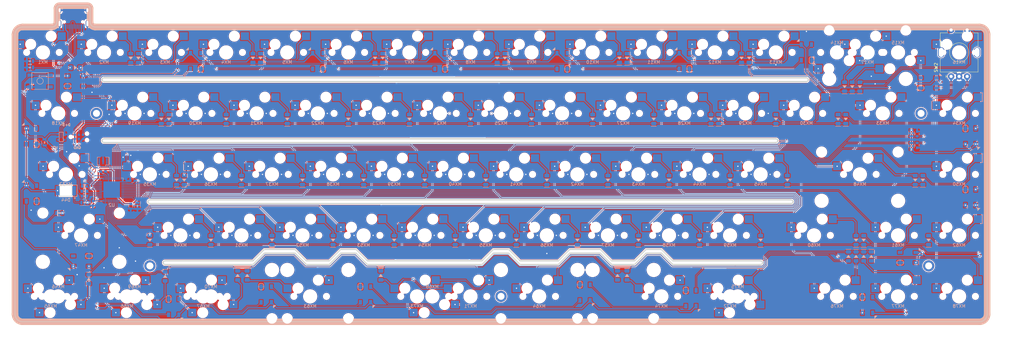
<source format=kicad_pcb>
(kicad_pcb (version 20171130) (host pcbnew "(5.1.10)-1")
  (layers (0 F.Cu signal) (31 B.Cu signal) (34 B.Paste user) (35 F.Paste user) (36 B.SilkS user) (37 F.SilkS user) (38 B.Mask user) (39 F.Mask user) (44 Edge.Cuts user))
  (net 0 "")
  (net 1 +5V)
  (net 2 GND)
  (net 3 "Net-(C6-Pad1)")
  (net 4 "Net-(D1-Pad2)")
  (net 5 "Net-(D2-Pad2)")
  (net 6 "Net-(D3-Pad2)")
  (net 7 "Net-(D4-Pad2)")
  (net 8 "Net-(D5-Pad2)")
  (net 9 "Net-(D6-Pad2)")
  (net 10 "Net-(D7-Pad2)")
  (net 11 "Net-(D8-Pad2)")
  (net 12 "Net-(D9-Pad2)")
  (net 13 "Net-(D10-Pad2)")
  (net 14 "Net-(D11-Pad2)")
  (net 15 "Net-(D12-Pad2)")
  (net 16 "Net-(D13-Pad2)")
  (net 17 "Net-(D14-Pad2)")
  (net 18 "Net-(D15-Pad2)")
  (net 19 D+)
  (net 20 D-)
  (net 21 RST)
  (net 22 "Net-(R6-Pad2)")
  (net 23 RGBLED)
  (net 24 "Net-(R7-Pad2)")
  (net 25 "Net-(D42-Pad2)")
  (net 26 "Net-(D17-Pad2)")
  (net 27 "Net-(D18-Pad2)")
  (net 28 "Net-(D19-Pad2)")
  (net 29 "Net-(D20-Pad2)")
  (net 30 "Net-(D21-Pad2)")
  (net 31 "Net-(D22-Pad2)")
  (net 32 "Net-(D23-Pad2)")
  (net 33 "Net-(D24-Pad2)")
  (net 34 "Net-(D25-Pad2)")
  (net 35 "Net-(D26-Pad2)")
  (net 36 "Net-(D27-Pad2)")
  (net 37 "Net-(D28-Pad2)")
  (net 38 "Net-(D29-Pad2)")
  (net 39 "Net-(D30-Pad2)")
  (net 40 "Net-(D31-Pad2)")
  (net 41 "Net-(D32-Pad2)")
  (net 42 "Net-(D33-Pad2)")
  (net 43 "Net-(D34-Pad2)")
  (net 44 "Net-(D35-Pad2)")
  (net 45 "Net-(D36-Pad2)")
  (net 46 "Net-(D37-Pad2)")
  (net 47 "Net-(D38-Pad2)")
  (net 48 "Net-(D39-Pad2)")
  (net 49 "Net-(D40-Pad2)")
  (net 50 "Net-(D41-Pad2)")
  (net 51 "Net-(D43-Pad2)")
  (net 52 "Net-(D45-Pad2)")
  (net 53 "Net-(D46-Pad2)")
  (net 54 "Net-(D47-Pad2)")
  (net 55 Row2)
  (net 56 Row3)
  (net 57 Row4)
  (net 58 Col0)
  (net 59 Col1)
  (net 60 Col2)
  (net 61 Col3)
  (net 62 Col4)
  (net 63 Col5)
  (net 64 Col6)
  (net 65 Col7)
  (net 66 "Net-(D48-Pad2)")
  (net 67 "Net-(D49-Pad2)")
  (net 68 "Net-(D50-Pad2)")
  (net 69 "Net-(D51-Pad2)")
  (net 70 "Net-(D52-Pad2)")
  (net 71 "Net-(D53-Pad2)")
  (net 72 "Net-(D54-Pad2)")
  (net 73 "Net-(D55-Pad2)")
  (net 74 "Net-(D56-Pad2)")
  (net 75 "Net-(D57-Pad2)")
  (net 76 "Net-(D58-Pad2)")
  (net 77 "Net-(D59-Pad2)")
  (net 78 "Net-(D60-Pad2)")
  (net 79 "Net-(D61-Pad2)")
  (net 80 "Net-(D62-Pad2)")
  (net 81 "Net-(D63-Pad2)")
  (net 82 "Net-(D70-Pad2)")
  (net 83 "Net-(D71-Pad2)")
  (net 84 "Net-(D72-Pad2)")
  (net 85 "Net-(D73-Pad2)")
  (net 86 "Net-(D74-Pad2)")
  (net 87 Row0)
  (net 88 "Net-(RGB1-Pad2)")
  (net 89 "Net-(RGB1-Pad4)")
  (net 90 "Net-(RGB2-Pad2)")
  (net 91 "Net-(RGB3-Pad2)")
  (net 92 "Net-(RGB4-Pad2)")
  (net 93 "Net-(RGB5-Pad2)")
  (net 94 "Net-(RGB6-Pad2)")
  (net 95 "Net-(RGB7-Pad2)")
  (net 96 "Net-(RGB8-Pad2)")
  (net 97 "Net-(RGB10-Pad4)")
  (net 98 "Net-(RGB10-Pad2)")
  (net 99 "Net-(RGB11-Pad4)")
  (net 100 "Net-(RGB13-Pad4)")
  (net 101 "Net-(RGB14-Pad4)")
  (net 102 "Net-(RGB15-Pad4)")
  (net 103 "Net-(RGB16-Pad4)")
  (net 104 "Net-(RGB17-Pad4)")
  (net 105 "Net-(RGB18-Pad4)")
  (net 106 "Net-(RGB19-Pad4)")
  (net 107 EC-B)
  (net 108 EC-A)
  (net 109 "Net-(D44-Pad1)")
  (net 110 CapLK)
  (net 111 "Net-(D65-Pad2)")
  (net 112 Col8)
  (net 113 Col9)
  (net 114 Col10)
  (net 115 Col11)
  (net 116 Col12)
  (net 117 Col13)
  (net 118 Col14)
  (net 119 Col15)
  (net 120 727)
  (net 121 MOSI)
  (net 122 "Net-(R1-Pad2)")
  (net 123 "Net-(R2-Pad2)")
  (net 124 "Net-(U2-Pad17)")
  (net 125 "Net-(U2-Pad16)")
  (net 126 /A-)
  (net 127 /A+)
  (net 128 "Net-(D64-Pad2)")
  (net 129 "Net-(D66-Pad2)")
  (module CustomLogo:Nuxroslogo25x19-F.Cu (layer F.Cu) (at 184.388276 124.142568)
    (fp_text reference G*** hide)
    (fp_text value LOGO hide)
  )
  (module CustomLogo:sanpjxlogo (layer F.Cu) (at 77.827372 123.54739)
    (fp_text reference G*** hide)
    (fp_text value LOGO hide)
  )
  (module CustomLogo:Cre-v-F-Mask (layer B.Cu) (at 196.294858 73.541014 180)
    (fp_text reference G*** hide)
    (fp_text value LOGO hide)
  )
  (module CustomLogo:krush61x30-F.Mask (layer F.Cu) (at 109.379014 123.19)
    (fp_text reference G*** hide)
    (fp_text value LOGO hide)
  )
  (module MX_Only_v3:MXOnly-1.75U-Hotswap (layer F.Cu) (at 249.872734 105.0925)
    (fp_text reference MX60)
    (fp_text value 1.75U)
    (fp_text user %R (at 0 3.048) (layer B.SilkS) (effects (justify mirror)))
    (pad 2 smd rect (at 5.842 -5.08) (size 2.55 2.5) (layers B.Cu B.Paste B.Mask) (net 76 "Net-(D58-Pad2)"))
    (pad 1 smd rect (at -7.085 -2.54) (size 2.55 2.5) (layers B.Cu B.Paste B.Mask) (net 117 Col13))
    (pad "" np_thru_hole circle (at 5.08 0 48.0996) (size 1.75 1.75) (drill 1.75) (layers *.Cu *.Mask))
    (pad "" np_thru_hole circle (at -5.08 0 48.0996) (size 1.75 1.75) (drill 1.75) (layers *.Cu *.Mask))
    (pad "" np_thru_hole circle (at -3.81 -2.54) (size 3 3) (drill 3) (layers *.Cu *.Mask))
    (pad "" np_thru_hole circle (at 0 0) (size 3.9878 3.9878) (drill 3.9878) (layers *.Cu *.Mask))
    (pad "" np_thru_hole circle (at 2.54 -5.08) (size 3 3) (drill 3) (layers *.Cu *.Mask))
  )
  (module sanproject-keyboard-part:DIODE_1206_SawnsProjects (layer B.Cu) (at 267.732538 111.64111 270)
    (fp_text reference D74)
    (fp_text value D)
    (pad 2 smd roundrect (at 1.4 0 270) (size 1.2 1.6) (layers B.Cu B.Paste B.Mask) (roundrect_rratio 0.2) (net 86 "Net-(D74-Pad2)"))
    (pad 1 smd roundrect (at -1.4 0 270) (size 1.2 1.6) (layers B.Cu B.Paste B.Mask) (roundrect_rratio 0.2) (net 57 Row4))
  )
  (module sanproject-keyboard-part:DIODE_1206_SawnsProjects (layer B.Cu) (at 265.351282 111.64111 270)
    (fp_text reference D73)
    (fp_text value D)
    (pad 2 smd roundrect (at 1.4 0 270) (size 1.2 1.6) (layers B.Cu B.Paste B.Mask) (roundrect_rratio 0.2) (net 85 "Net-(D73-Pad2)"))
    (pad 1 smd roundrect (at -1.4 0 270) (size 1.2 1.6) (layers B.Cu B.Paste B.Mask) (roundrect_rratio 0.2) (net 57 Row4))
  )
  (module sanproject-keyboard-part:DIODE_1206_SawnsProjects (layer B.Cu) (at 262.970026 111.64111 270)
    (fp_text reference D72)
    (fp_text value D)
    (pad 2 smd roundrect (at 1.4 0 270) (size 1.2 1.6) (layers B.Cu B.Paste B.Mask) (roundrect_rratio 0.2) (net 84 "Net-(D72-Pad2)"))
    (pad 1 smd roundrect (at -1.4 0 270) (size 1.2 1.6) (layers B.Cu B.Paste B.Mask) (roundrect_rratio 0.2) (net 57 Row4))
  )
  (module sanproject-keyboard-part:DIODE_1206_SawnsProjects (layer B.Cu) (at 260.58877 111.64111 270)
    (fp_text reference D71)
    (fp_text value D)
    (pad 2 smd roundrect (at 1.4 0 270) (size 1.2 1.6) (layers B.Cu B.Paste B.Mask) (roundrect_rratio 0.2) (net 83 "Net-(D71-Pad2)"))
    (pad 1 smd roundrect (at -1.4 0 270) (size 1.2 1.6) (layers B.Cu B.Paste B.Mask) (roundrect_rratio 0.2) (net 57 Row4))
  )
  (module sanproject-keyboard-part:DIODE_1206_SawnsProjects (layer B.Cu) (at 191.53266 117.594375 270)
    (fp_text reference D70)
    (fp_text value D)
    (pad 2 smd roundrect (at 1.4 0 270) (size 1.2 1.6) (layers B.Cu B.Paste B.Mask) (roundrect_rratio 0.2) (net 82 "Net-(D70-Pad2)"))
    (pad 1 smd roundrect (at -1.4 0 270) (size 1.2 1.6) (layers B.Cu B.Paste B.Mask) (roundrect_rratio 0.2) (net 57 Row4))
  )
  (module sanproject-keyboard-part:DIODE_1206_SawnsProjects (layer B.Cu) (at 188.556085 117.594375 270)
    (fp_text reference D66)
    (fp_text value D)
    (pad 2 smd roundrect (at 1.4 0 270) (size 1.2 1.6) (layers B.Cu B.Paste B.Mask) (roundrect_rratio 0.2) (net 129 "Net-(D66-Pad2)"))
    (pad 1 smd roundrect (at -1.4 0 270) (size 1.2 1.6) (layers B.Cu B.Paste B.Mask) (roundrect_rratio 0.2) (net 57 Row4))
  )
  (module sanproject-keyboard-part:DIODE_1206_SawnsProjects (layer B.Cu) (at 114.736655 117.594125 270)
    (fp_text reference D65)
    (fp_text value D)
    (pad 2 smd roundrect (at 1.4 0 270) (size 1.2 1.6) (layers B.Cu B.Paste B.Mask) (roundrect_rratio 0.2) (net 111 "Net-(D65-Pad2)"))
    (pad 1 smd roundrect (at -1.4 0 270) (size 1.2 1.6) (layers B.Cu B.Paste B.Mask) (roundrect_rratio 0.2) (net 57 Row4))
  )
  (module sanproject-keyboard-part:DIODE_1206_SawnsProjects (layer B.Cu) (at 73.064975 117.594375 270)
    (fp_text reference D64)
    (fp_text value D)
    (pad 2 smd roundrect (at 1.4 0 270) (size 1.2 1.6) (layers B.Cu B.Paste B.Mask) (roundrect_rratio 0.2) (net 128 "Net-(D64-Pad2)"))
    (pad 1 smd roundrect (at -1.4 0 270) (size 1.2 1.6) (layers B.Cu B.Paste B.Mask) (roundrect_rratio 0.2) (net 57 Row4))
  )
  (module sanproject-keyboard-part:DIODE_1206_SawnsProjects (layer B.Cu) (at 70.0884 117.59425 270)
    (fp_text reference D63)
    (fp_text value D)
    (pad 2 smd roundrect (at 1.4 0 270) (size 1.2 1.6) (layers B.Cu B.Paste B.Mask) (roundrect_rratio 0.2) (net 81 "Net-(D63-Pad2)"))
    (pad 1 smd roundrect (at -1.4 0 270) (size 1.2 1.6) (layers B.Cu B.Paste B.Mask) (roundrect_rratio 0.2) (net 57 Row4))
  )
  (module sanproject-keyboard-part:DIODE_1206_SawnsProjects (layer B.Cu) (at 47.466358 117.891907 270)
    (fp_text reference D62)
    (fp_text value D)
    (pad 2 smd roundrect (at 1.4 0 270) (size 1.2 1.6) (layers B.Cu B.Paste B.Mask) (roundrect_rratio 0.2) (net 80 "Net-(D62-Pad2)"))
    (pad 1 smd roundrect (at -1.4 0 270) (size 1.2 1.6) (layers B.Cu B.Paste B.Mask) (roundrect_rratio 0.2) (net 57 Row4))
  )
  (module sanproject-keyboard-part:DIODE_1206_SawnsProjects (layer B.Cu) (at 23.653798 118.784878 270)
    (fp_text reference D61)
    (fp_text value D)
    (pad 2 smd roundrect (at 1.4 0 270) (size 1.2 1.6) (layers B.Cu B.Paste B.Mask) (roundrect_rratio 0.2) (net 79 "Net-(D61-Pad2)"))
    (pad 1 smd roundrect (at -1.4 0 270) (size 1.2 1.6) (layers B.Cu B.Paste B.Mask) (roundrect_rratio 0.2) (net 57 Row4))
  )
  (module sanproject-keyboard-part:DIODE_1206_SawnsProjects (layer B.Cu) (at 285.591958 106.580941 90)
    (fp_text reference D60)
    (fp_text value D)
    (pad 2 smd roundrect (at 1.4 0 90) (size 1.2 1.6) (layers B.Cu B.Paste B.Mask) (roundrect_rratio 0.2) (net 78 "Net-(D60-Pad2)"))
    (pad 1 smd roundrect (at -1.4 0 90) (size 1.2 1.6) (layers B.Cu B.Paste B.Mask) (roundrect_rratio 0.2) (net 56 Row3))
  )
  (module sanproject-keyboard-part:DIODE_1206_SawnsProjects (layer B.Cu) (at 265.351282 106.580941 90)
    (fp_text reference D59)
    (fp_text value D)
    (pad 2 smd roundrect (at 1.4 0 90) (size 1.2 1.6) (layers B.Cu B.Paste B.Mask) (roundrect_rratio 0.2) (net 77 "Net-(D59-Pad2)"))
    (pad 1 smd roundrect (at -1.4 0 90) (size 1.2 1.6) (layers B.Cu B.Paste B.Mask) (roundrect_rratio 0.2) (net 56 Row3))
  )
  (module sanproject-keyboard-part:DIODE_1206_SawnsProjects (layer B.Cu) (at 262.970026 106.580941 90)
    (fp_text reference D58)
    (fp_text value D)
    (pad 2 smd roundrect (at 1.4 0 90) (size 1.2 1.6) (layers B.Cu B.Paste B.Mask) (roundrect_rratio 0.2) (net 76 "Net-(D58-Pad2)"))
    (pad 1 smd roundrect (at -1.4 0 90) (size 1.2 1.6) (layers B.Cu B.Paste B.Mask) (roundrect_rratio 0.2) (net 56 Row3))
  )
  (module sanproject-keyboard-part:DIODE_1206_SawnsProjects (layer B.Cu) (at 233.20485 106.581265 90)
    (fp_text reference D57)
    (fp_text value D)
    (pad 2 smd roundrect (at 1.4 0 90) (size 1.2 1.6) (layers B.Cu B.Paste B.Mask) (roundrect_rratio 0.2) (net 75 "Net-(D57-Pad2)"))
    (pad 1 smd roundrect (at -1.4 0 90) (size 1.2 1.6) (layers B.Cu B.Paste B.Mask) (roundrect_rratio 0.2) (net 56 Row3))
  )
  (module sanproject-keyboard-part:DIODE_1206_SawnsProjects (layer B.Cu) (at 214.15477 106.581265 90)
    (fp_text reference D56)
    (fp_text value D)
    (pad 2 smd roundrect (at 1.4 0 90) (size 1.2 1.6) (layers B.Cu B.Paste B.Mask) (roundrect_rratio 0.2) (net 74 "Net-(D56-Pad2)"))
    (pad 1 smd roundrect (at -1.4 0 90) (size 1.2 1.6) (layers B.Cu B.Paste B.Mask) (roundrect_rratio 0.2) (net 56 Row3))
  )
  (module sanproject-keyboard-part:DIODE_1206_SawnsProjects (layer B.Cu) (at 195.10469 106.581265 90)
    (fp_text reference D55)
    (fp_text value D)
    (pad 2 smd roundrect (at 1.4 0 90) (size 1.2 1.6) (layers B.Cu B.Paste B.Mask) (roundrect_rratio 0.2) (net 73 "Net-(D55-Pad2)"))
    (pad 1 smd roundrect (at -1.4 0 90) (size 1.2 1.6) (layers B.Cu B.Paste B.Mask) (roundrect_rratio 0.2) (net 56 Row3))
  )
  (module sanproject-keyboard-part:DIODE_1206_SawnsProjects (layer B.Cu) (at 176.05461 106.581265 90)
    (fp_text reference D54)
    (fp_text value D)
    (pad 2 smd roundrect (at 1.4 0 90) (size 1.2 1.6) (layers B.Cu B.Paste B.Mask) (roundrect_rratio 0.2) (net 72 "Net-(D54-Pad2)"))
    (pad 1 smd roundrect (at -1.4 0 90) (size 1.2 1.6) (layers B.Cu B.Paste B.Mask) (roundrect_rratio 0.2) (net 56 Row3))
  )
  (module sanproject-keyboard-part:DIODE_1206_SawnsProjects (layer B.Cu) (at 157.00453 106.581265 90)
    (fp_text reference D53)
    (fp_text value D)
    (pad 2 smd roundrect (at 1.4 0 90) (size 1.2 1.6) (layers B.Cu B.Paste B.Mask) (roundrect_rratio 0.2) (net 71 "Net-(D53-Pad2)"))
    (pad 1 smd roundrect (at -1.4 0 90) (size 1.2 1.6) (layers B.Cu B.Paste B.Mask) (roundrect_rratio 0.2) (net 56 Row3))
  )
  (module sanproject-keyboard-part:DIODE_1206_SawnsProjects (layer B.Cu) (at 137.95445 106.581265 90)
    (fp_text reference D52)
    (fp_text value D)
    (pad 2 smd roundrect (at 1.4 0 90) (size 1.2 1.6) (layers B.Cu B.Paste B.Mask) (roundrect_rratio 0.2) (net 70 "Net-(D52-Pad2)"))
    (pad 1 smd roundrect (at -1.4 0 90) (size 1.2 1.6) (layers B.Cu B.Paste B.Mask) (roundrect_rratio 0.2) (net 56 Row3))
  )
  (module sanproject-keyboard-part:DIODE_1206_SawnsProjects (layer B.Cu) (at 118.90437 106.581265 90)
    (fp_text reference D51)
    (fp_text value D)
    (pad 2 smd roundrect (at 1.4 0 90) (size 1.2 1.6) (layers B.Cu B.Paste B.Mask) (roundrect_rratio 0.2) (net 69 "Net-(D51-Pad2)"))
    (pad 1 smd roundrect (at -1.4 0 90) (size 1.2 1.6) (layers B.Cu B.Paste B.Mask) (roundrect_rratio 0.2) (net 56 Row3))
  )
  (module sanproject-keyboard-part:DIODE_1206_SawnsProjects (layer B.Cu) (at 99.85429 106.581265 90)
    (fp_text reference D50)
    (fp_text value D)
    (pad 2 smd roundrect (at 1.4 0 90) (size 1.2 1.6) (layers B.Cu B.Paste B.Mask) (roundrect_rratio 0.2) (net 68 "Net-(D50-Pad2)"))
    (pad 1 smd roundrect (at -1.4 0 90) (size 1.2 1.6) (layers B.Cu B.Paste B.Mask) (roundrect_rratio 0.2) (net 56 Row3))
  )
  (module sanproject-keyboard-part:DIODE_1206_SawnsProjects (layer B.Cu) (at 80.80421 106.581265 90)
    (fp_text reference D49)
    (fp_text value D)
    (pad 2 smd roundrect (at 1.4 0 90) (size 1.2 1.6) (layers B.Cu B.Paste B.Mask) (roundrect_rratio 0.2) (net 67 "Net-(D49-Pad2)"))
    (pad 1 smd roundrect (at -1.4 0 90) (size 1.2 1.6) (layers B.Cu B.Paste B.Mask) (roundrect_rratio 0.2) (net 56 Row3))
  )
  (module sanproject-keyboard-part:DIODE_1206_SawnsProjects (layer B.Cu) (at 61.75413 106.581265 90)
    (fp_text reference D48)
    (fp_text value D)
    (pad 2 smd roundrect (at 1.4 0 90) (size 1.2 1.6) (layers B.Cu B.Paste B.Mask) (roundrect_rratio 0.2) (net 66 "Net-(D48-Pad2)"))
    (pad 1 smd roundrect (at -1.4 0 90) (size 1.2 1.6) (layers B.Cu B.Paste B.Mask) (roundrect_rratio 0.2) (net 56 Row3))
  )
  (module sanproject-keyboard-part:DIODE_1206_SawnsProjects (layer B.Cu) (at 283.806016 87.82855 90)
    (fp_text reference D47)
    (fp_text value D)
    (pad 2 smd roundrect (at 1.4 0 90) (size 1.2 1.6) (layers B.Cu B.Paste B.Mask) (roundrect_rratio 0.2) (net 54 "Net-(D47-Pad2)"))
    (pad 1 smd roundrect (at -1.4 0 90) (size 1.2 1.6) (layers B.Cu B.Paste B.Mask) (roundrect_rratio 0.2) (net 55 Row2))
  )
  (module sanproject-keyboard-part:DIODE_1206_SawnsProjects (layer B.Cu) (at 42.703846 106.580941 90)
    (fp_text reference D46)
    (fp_text value D)
    (pad 2 smd roundrect (at 1.4 0 90) (size 1.2 1.6) (layers B.Cu B.Paste B.Mask) (roundrect_rratio 0.2) (net 53 "Net-(D46-Pad2)"))
    (pad 1 smd roundrect (at -1.4 0 90) (size 1.2 1.6) (layers B.Cu B.Paste B.Mask) (roundrect_rratio 0.2) (net 56 Row3))
  )
  (module sanproject-keyboard-part:DIODE_1206_SawnsProjects (layer B.Cu) (at 281.42476 87.82855 90)
    (fp_text reference D45)
    (fp_text value D)
    (pad 2 smd roundrect (at 1.4 0 90) (size 1.2 1.6) (layers B.Cu B.Paste B.Mask) (roundrect_rratio 0.2) (net 52 "Net-(D45-Pad2)"))
    (pad 1 smd roundrect (at -1.4 0 90) (size 1.2 1.6) (layers B.Cu B.Paste B.Mask) (roundrect_rratio 0.2) (net 55 Row2))
  )
  (module sanproject-keyboard-part:DIODE_1206_SawnsProjects (layer B.Cu) (at 241.53926 87.828842 90)
    (fp_text reference D43)
    (fp_text value D)
    (pad 2 smd roundrect (at 1.4 0 90) (size 1.2 1.6) (layers B.Cu B.Paste B.Mask) (roundrect_rratio 0.2) (net 51 "Net-(D43-Pad2)"))
    (pad 1 smd roundrect (at -1.4 0 90) (size 1.2 1.6) (layers B.Cu B.Paste B.Mask) (roundrect_rratio 0.2) (net 55 Row2))
  )
  (module sanproject-keyboard-part:DIODE_1206_SawnsProjects (layer B.Cu) (at 223.67981 87.828842 90)
    (fp_text reference D42)
    (fp_text value D)
    (pad 2 smd roundrect (at 1.4 0 90) (size 1.2 1.6) (layers B.Cu B.Paste B.Mask) (roundrect_rratio 0.2) (net 25 "Net-(D42-Pad2)"))
    (pad 1 smd roundrect (at -1.4 0 90) (size 1.2 1.6) (layers B.Cu B.Paste B.Mask) (roundrect_rratio 0.2) (net 55 Row2))
  )
  (module sanproject-keyboard-part:DIODE_1206_SawnsProjects (layer B.Cu) (at 204.62973 87.828842 90)
    (fp_text reference D41)
    (fp_text value D)
    (pad 2 smd roundrect (at 1.4 0 90) (size 1.2 1.6) (layers B.Cu B.Paste B.Mask) (roundrect_rratio 0.2) (net 50 "Net-(D41-Pad2)"))
    (pad 1 smd roundrect (at -1.4 0 90) (size 1.2 1.6) (layers B.Cu B.Paste B.Mask) (roundrect_rratio 0.2) (net 55 Row2))
  )
  (module sanproject-keyboard-part:DIODE_1206_SawnsProjects (layer B.Cu) (at 185.57965 87.828842 90)
    (fp_text reference D40)
    (fp_text value D)
    (pad 2 smd roundrect (at 1.4 0 90) (size 1.2 1.6) (layers B.Cu B.Paste B.Mask) (roundrect_rratio 0.2) (net 49 "Net-(D40-Pad2)"))
    (pad 1 smd roundrect (at -1.4 0 90) (size 1.2 1.6) (layers B.Cu B.Paste B.Mask) (roundrect_rratio 0.2) (net 55 Row2))
  )
  (module sanproject-keyboard-part:DIODE_1206_SawnsProjects (layer B.Cu) (at 166.52957 87.828842 90)
    (fp_text reference D39)
    (fp_text value D)
    (pad 2 smd roundrect (at 1.4 0 90) (size 1.2 1.6) (layers B.Cu B.Paste B.Mask) (roundrect_rratio 0.2) (net 48 "Net-(D39-Pad2)"))
    (pad 1 smd roundrect (at -1.4 0 90) (size 1.2 1.6) (layers B.Cu B.Paste B.Mask) (roundrect_rratio 0.2) (net 55 Row2))
  )
  (module sanproject-keyboard-part:DIODE_1206_SawnsProjects (layer B.Cu) (at 147.47949 87.828842 90)
    (fp_text reference D38)
    (fp_text value D)
    (pad 2 smd roundrect (at 1.4 0 90) (size 1.2 1.6) (layers B.Cu B.Paste B.Mask) (roundrect_rratio 0.2) (net 47 "Net-(D38-Pad2)"))
    (pad 1 smd roundrect (at -1.4 0 90) (size 1.2 1.6) (layers B.Cu B.Paste B.Mask) (roundrect_rratio 0.2) (net 55 Row2))
  )
  (module sanproject-keyboard-part:DIODE_1206_SawnsProjects (layer B.Cu) (at 128.42875 87.828442 90)
    (fp_text reference D37)
    (fp_text value D)
    (pad 2 smd roundrect (at 1.4 0 90) (size 1.2 1.6) (layers B.Cu B.Paste B.Mask) (roundrect_rratio 0.2) (net 46 "Net-(D37-Pad2)"))
    (pad 1 smd roundrect (at -1.4 0 90) (size 1.2 1.6) (layers B.Cu B.Paste B.Mask) (roundrect_rratio 0.2) (net 55 Row2))
  )
  (module sanproject-keyboard-part:DIODE_1206_SawnsProjects (layer B.Cu) (at 109.37875 87.828442 90)
    (fp_text reference D36)
    (fp_text value D)
    (pad 2 smd roundrect (at 1.4 0 90) (size 1.2 1.6) (layers B.Cu B.Paste B.Mask) (roundrect_rratio 0.2) (net 45 "Net-(D36-Pad2)"))
    (pad 1 smd roundrect (at -1.4 0 90) (size 1.2 1.6) (layers B.Cu B.Paste B.Mask) (roundrect_rratio 0.2) (net 55 Row2))
  )
  (module sanproject-keyboard-part:DIODE_1206_SawnsProjects (layer B.Cu) (at 90.32925 87.828842 90)
    (fp_text reference D35)
    (fp_text value D)
    (pad 2 smd roundrect (at 1.4 0 90) (size 1.2 1.6) (layers B.Cu B.Paste B.Mask) (roundrect_rratio 0.2) (net 44 "Net-(D35-Pad2)"))
    (pad 1 smd roundrect (at -1.4 0 90) (size 1.2 1.6) (layers B.Cu B.Paste B.Mask) (roundrect_rratio 0.2) (net 55 Row2))
  )
  (module sanproject-keyboard-part:DIODE_1206_SawnsProjects (layer B.Cu) (at 71.27917 87.828842 90)
    (fp_text reference D34)
    (fp_text value D)
    (pad 2 smd roundrect (at 1.4 0 90) (size 1.2 1.6) (layers B.Cu B.Paste B.Mask) (roundrect_rratio 0.2) (net 43 "Net-(D34-Pad2)"))
    (pad 1 smd roundrect (at -1.4 0 90) (size 1.2 1.6) (layers B.Cu B.Paste B.Mask) (roundrect_rratio 0.2) (net 55 Row2))
  )
  (module sanproject-keyboard-part:DIODE_1206_SawnsProjects (layer B.Cu) (at 51.038125 87.828442 90)
    (fp_text reference D33)
    (fp_text value D)
    (pad 2 smd roundrect (at 1.4 0 90) (size 1.2 1.6) (layers B.Cu B.Paste B.Mask) (roundrect_rratio 0.2) (net 42 "Net-(D33-Pad2)"))
    (pad 1 smd roundrect (at -1.4 0 90) (size 1.2 1.6) (layers B.Cu B.Paste B.Mask) (roundrect_rratio 0.2) (net 55 Row2))
  )
  (module sanproject-keyboard-part:DIODE_1206_SawnsProjects (layer B.Cu) (at 257.37476 68.778502 90)
    (fp_text reference D32)
    (fp_text value D)
    (pad 2 smd roundrect (at 1.4 0 90) (size 1.2 1.6) (layers B.Cu B.Paste B.Mask) (roundrect_rratio 0.2) (net 41 "Net-(D32-Pad2)"))
    (pad 1 smd roundrect (at -1.4 0 90) (size 1.2 1.6) (layers B.Cu B.Paste B.Mask) (roundrect_rratio 0.2) (net 121 MOSI))
  )
  (module sanproject-keyboard-part:DIODE_1206_SawnsProjects (layer B.Cu) (at 259.756016 68.77855 90)
    (fp_text reference D31)
    (fp_text value D)
    (pad 2 smd roundrect (at 1.4 0 90) (size 1.2 1.6) (layers B.Cu B.Paste B.Mask) (roundrect_rratio 0.2) (net 40 "Net-(D31-Pad2)"))
    (pad 1 smd roundrect (at -1.4 0 90) (size 1.2 1.6) (layers B.Cu B.Paste B.Mask) (roundrect_rratio 0.2) (net 121 MOSI))
  )
  (module sanproject-keyboard-part:DIODE_1206_SawnsProjects (layer B.Cu) (at 53.419375 87.828442 90)
    (fp_text reference D30)
    (fp_text value D)
    (pad 2 smd roundrect (at 1.4 0 90) (size 1.2 1.6) (layers B.Cu B.Paste B.Mask) (roundrect_rratio 0.2) (net 39 "Net-(D30-Pad2)"))
    (pad 1 smd roundrect (at -1.4 0 90) (size 1.2 1.6) (layers B.Cu B.Paste B.Mask) (roundrect_rratio 0.2) (net 55 Row2))
  )
  (module sanproject-keyboard-part:DIODE_1206_SawnsProjects (layer B.Cu) (at 237.966886 68.778442 90)
    (fp_text reference D29)
    (fp_text value D)
    (pad 2 smd roundrect (at 1.4 0 90) (size 1.2 1.6) (layers B.Cu B.Paste B.Mask) (roundrect_rratio 0.2) (net 38 "Net-(D29-Pad2)"))
    (pad 1 smd roundrect (at -1.4 0 90) (size 1.2 1.6) (layers B.Cu B.Paste B.Mask) (roundrect_rratio 0.2) (net 121 MOSI))
  )
  (module sanproject-keyboard-part:DIODE_1206_SawnsProjects (layer B.Cu) (at 220.10792 68.778762 90)
    (fp_text reference D28)
    (fp_text value D)
    (pad 2 smd roundrect (at 1.4 0 90) (size 1.2 1.6) (layers B.Cu B.Paste B.Mask) (roundrect_rratio 0.2) (net 37 "Net-(D28-Pad2)"))
    (pad 1 smd roundrect (at -1.4 0 90) (size 1.2 1.6) (layers B.Cu B.Paste B.Mask) (roundrect_rratio 0.2) (net 121 MOSI))
  )
  (module sanproject-keyboard-part:DIODE_1206_SawnsProjects (layer B.Cu) (at 217.72666 68.778762 90)
    (fp_text reference D27)
    (fp_text value D)
    (pad 2 smd roundrect (at 1.4 0 90) (size 1.2 1.6) (layers B.Cu B.Paste B.Mask) (roundrect_rratio 0.2) (net 36 "Net-(D27-Pad2)"))
    (pad 1 smd roundrect (at -1.4 0 90) (size 1.2 1.6) (layers B.Cu B.Paste B.Mask) (roundrect_rratio 0.2) (net 121 MOSI))
  )
  (module sanproject-keyboard-part:DIODE_1206_SawnsProjects (layer B.Cu) (at 199.86721 68.778762 90)
    (fp_text reference D26)
    (fp_text value D)
    (pad 2 smd roundrect (at 1.4 0 90) (size 1.2 1.6) (layers B.Cu B.Paste B.Mask) (roundrect_rratio 0.2) (net 35 "Net-(D26-Pad2)"))
    (pad 1 smd roundrect (at -1.4 0 90) (size 1.2 1.6) (layers B.Cu B.Paste B.Mask) (roundrect_rratio 0.2) (net 121 MOSI))
  )
  (module sanproject-keyboard-part:DIODE_1206_SawnsProjects (layer B.Cu) (at 180.816426 68.778442 90)
    (fp_text reference D25)
    (fp_text value D)
    (pad 2 smd roundrect (at 1.4 0 90) (size 1.2 1.6) (layers B.Cu B.Paste B.Mask) (roundrect_rratio 0.2) (net 34 "Net-(D25-Pad2)"))
    (pad 1 smd roundrect (at -1.4 0 90) (size 1.2 1.6) (layers B.Cu B.Paste B.Mask) (roundrect_rratio 0.2) (net 121 MOSI))
  )
  (module sanproject-keyboard-part:DIODE_1206_SawnsProjects (layer B.Cu) (at 161.76705 68.778762 90)
    (fp_text reference D24)
    (fp_text value D)
    (pad 2 smd roundrect (at 1.4 0 90) (size 1.2 1.6) (layers B.Cu B.Paste B.Mask) (roundrect_rratio 0.2) (net 33 "Net-(D24-Pad2)"))
    (pad 1 smd roundrect (at -1.4 0 90) (size 1.2 1.6) (layers B.Cu B.Paste B.Mask) (roundrect_rratio 0.2) (net 121 MOSI))
  )
  (module sanproject-keyboard-part:DIODE_1206_SawnsProjects (layer B.Cu) (at 142.716394 68.778442 90)
    (fp_text reference D23)
    (fp_text value D)
    (pad 2 smd roundrect (at 1.4 0 90) (size 1.2 1.6) (layers B.Cu B.Paste B.Mask) (roundrect_rratio 0.2) (net 32 "Net-(D23-Pad2)"))
    (pad 1 smd roundrect (at -1.4 0 90) (size 1.2 1.6) (layers B.Cu B.Paste B.Mask) (roundrect_rratio 0.2) (net 121 MOSI))
  )
  (module sanproject-keyboard-part:DIODE_1206_SawnsProjects (layer B.Cu) (at 123.666378 68.778442 90)
    (fp_text reference D22)
    (fp_text value D)
    (pad 2 smd roundrect (at 1.4 0 90) (size 1.2 1.6) (layers B.Cu B.Paste B.Mask) (roundrect_rratio 0.2) (net 31 "Net-(D22-Pad2)"))
    (pad 1 smd roundrect (at -1.4 0 90) (size 1.2 1.6) (layers B.Cu B.Paste B.Mask) (roundrect_rratio 0.2) (net 121 MOSI))
  )
  (module sanproject-keyboard-part:DIODE_1206_SawnsProjects (layer B.Cu) (at 104.616362 68.778442 90)
    (fp_text reference D21)
    (fp_text value D)
    (pad 2 smd roundrect (at 1.4 0 90) (size 1.2 1.6) (layers B.Cu B.Paste B.Mask) (roundrect_rratio 0.2) (net 30 "Net-(D21-Pad2)"))
    (pad 1 smd roundrect (at -1.4 0 90) (size 1.2 1.6) (layers B.Cu B.Paste B.Mask) (roundrect_rratio 0.2) (net 121 MOSI))
  )
  (module sanproject-keyboard-part:DIODE_1206_SawnsProjects (layer B.Cu) (at 85.566346 68.778442 90)
    (fp_text reference D20)
    (fp_text value D)
    (pad 2 smd roundrect (at 1.4 0 90) (size 1.2 1.6) (layers B.Cu B.Paste B.Mask) (roundrect_rratio 0.2) (net 29 "Net-(D20-Pad2)"))
    (pad 1 smd roundrect (at -1.4 0 90) (size 1.2 1.6) (layers B.Cu B.Paste B.Mask) (roundrect_rratio 0.2) (net 121 MOSI))
  )
  (module sanproject-keyboard-part:DIODE_1206_SawnsProjects (layer B.Cu) (at 66.51633 68.778442 90)
    (fp_text reference D19)
    (fp_text value D)
    (pad 2 smd roundrect (at 1.4 0 90) (size 1.2 1.6) (layers B.Cu B.Paste B.Mask) (roundrect_rratio 0.2) (net 28 "Net-(D19-Pad2)"))
    (pad 1 smd roundrect (at -1.4 0 90) (size 1.2 1.6) (layers B.Cu B.Paste B.Mask) (roundrect_rratio 0.2) (net 121 MOSI))
  )
  (module sanproject-keyboard-part:DIODE_1206_SawnsProjects (layer B.Cu) (at 46.27573 68.778762 90)
    (fp_text reference D18)
    (fp_text value D)
    (pad 2 smd roundrect (at 1.4 0 90) (size 1.2 1.6) (layers B.Cu B.Paste B.Mask) (roundrect_rratio 0.2) (net 27 "Net-(D18-Pad2)"))
    (pad 1 smd roundrect (at -1.4 0 90) (size 1.2 1.6) (layers B.Cu B.Paste B.Mask) (roundrect_rratio 0.2) (net 121 MOSI))
  )
  (module sanproject-keyboard-part:DIODE_1206_SawnsProjects (layer B.Cu) (at 48.656986 68.778502 90)
    (fp_text reference D17)
    (fp_text value D)
    (pad 2 smd roundrect (at 1.4 0 90) (size 1.2 1.6) (layers B.Cu B.Paste B.Mask) (roundrect_rratio 0.2) (net 26 "Net-(D17-Pad2)"))
    (pad 1 smd roundrect (at -1.4 0 90) (size 1.2 1.6) (layers B.Cu B.Paste B.Mask) (roundrect_rratio 0.2) (net 121 MOSI))
  )
  (module sanproject-keyboard-part:DIODE_1206_SawnsProjects (layer B.Cu) (at 264.160654 58.658164 90)
    (fp_text reference D16)
    (fp_text value D)
    (pad 2 smd roundrect (at 1.4 0 90) (size 1.2 1.6) (layers B.Cu B.Paste B.Mask) (roundrect_rratio 0.2) (net 120 727))
    (pad 1 smd roundrect (at -1.4 0 90) (size 1.2 1.6) (layers B.Cu B.Paste B.Mask) (roundrect_rratio 0.2) (net 87 Row0))
  )
  (module sanproject-keyboard-part:DIODE_1206_SawnsProjects (layer B.Cu) (at 261.779398 58.658164 90)
    (fp_text reference D15)
    (fp_text value D)
    (pad 2 smd roundrect (at 1.4 0 90) (size 1.2 1.6) (layers B.Cu B.Paste B.Mask) (roundrect_rratio 0.2) (net 18 "Net-(D15-Pad2)"))
    (pad 1 smd roundrect (at -1.4 0 90) (size 1.2 1.6) (layers B.Cu B.Paste B.Mask) (roundrect_rratio 0.2) (net 87 Row0))
  )
  (module sanproject-keyboard-part:DIODE_1206_SawnsProjects (layer B.Cu) (at 259.398142 58.658164 90)
    (fp_text reference D14)
    (fp_text value D)
    (pad 2 smd roundrect (at 1.4 0 90) (size 1.2 1.6) (layers B.Cu B.Paste B.Mask) (roundrect_rratio 0.2) (net 17 "Net-(D14-Pad2)"))
    (pad 1 smd roundrect (at -1.4 0 90) (size 1.2 1.6) (layers B.Cu B.Paste B.Mask) (roundrect_rratio 0.2) (net 87 Row0))
  )
  (module sanproject-keyboard-part:DIODE_1206_SawnsProjects (layer B.Cu) (at 229.63296 49.728679 90)
    (fp_text reference D13)
    (fp_text value D)
    (pad 2 smd roundrect (at 1.4 0 90) (size 1.2 1.6) (layers B.Cu B.Paste B.Mask) (roundrect_rratio 0.2) (net 16 "Net-(D13-Pad2)"))
    (pad 1 smd roundrect (at -1.4 0 90) (size 1.2 1.6) (layers B.Cu B.Paste B.Mask) (roundrect_rratio 0.2) (net 87 Row0))
  )
  (module sanproject-keyboard-part:DIODE_1206_SawnsProjects (layer B.Cu) (at 227.25084 49.728439 90)
    (fp_text reference D12)
    (fp_text value D)
    (pad 2 smd roundrect (at 1.4 0 90) (size 1.2 1.6) (layers B.Cu B.Paste B.Mask) (roundrect_rratio 0.2) (net 15 "Net-(D12-Pad2)"))
    (pad 1 smd roundrect (at -1.4 0 90) (size 1.2 1.6) (layers B.Cu B.Paste B.Mask) (roundrect_rratio 0.2) (net 87 Row0))
  )
  (module sanproject-keyboard-part:DIODE_1206_SawnsProjects (layer B.Cu) (at 191.5328 49.728439 90)
    (fp_text reference D11)
    (fp_text value D)
    (pad 2 smd roundrect (at 1.4 0 90) (size 1.2 1.6) (layers B.Cu B.Paste B.Mask) (roundrect_rratio 0.2) (net 14 "Net-(D11-Pad2)"))
    (pad 1 smd roundrect (at -1.4 0 90) (size 1.2 1.6) (layers B.Cu B.Paste B.Mask) (roundrect_rratio 0.2) (net 87 Row0))
  )
  (module sanproject-keyboard-part:DIODE_1206_SawnsProjects (layer B.Cu) (at 189.150808 49.728439 90)
    (fp_text reference D10)
    (fp_text value D)
    (pad 2 smd roundrect (at 1.4 0 90) (size 1.2 1.6) (layers B.Cu B.Paste B.Mask) (roundrect_rratio 0.2) (net 13 "Net-(D10-Pad2)"))
    (pad 1 smd roundrect (at -1.4 0 90) (size 1.2 1.6) (layers B.Cu B.Paste B.Mask) (roundrect_rratio 0.2) (net 87 Row0))
  )
  (module sanproject-keyboard-part:DIODE_1206_SawnsProjects (layer B.Cu) (at 153.43264 49.728439 90)
    (fp_text reference D9)
    (fp_text value D)
    (pad 2 smd roundrect (at 1.4 0 90) (size 1.2 1.6) (layers B.Cu B.Paste B.Mask) (roundrect_rratio 0.2) (net 12 "Net-(D9-Pad2)"))
    (pad 1 smd roundrect (at -1.4 0 90) (size 1.2 1.6) (layers B.Cu B.Paste B.Mask) (roundrect_rratio 0.2) (net 87 Row0))
  )
  (module sanproject-keyboard-part:DIODE_1206_SawnsProjects (layer B.Cu) (at 151.050776 49.728439 90)
    (fp_text reference D8)
    (fp_text value D)
    (pad 2 smd roundrect (at 1.4 0 90) (size 1.2 1.6) (layers B.Cu B.Paste B.Mask) (roundrect_rratio 0.2) (net 11 "Net-(D8-Pad2)"))
    (pad 1 smd roundrect (at -1.4 0 90) (size 1.2 1.6) (layers B.Cu B.Paste B.Mask) (roundrect_rratio 0.2) (net 87 Row0))
  )
  (module sanproject-keyboard-part:DIODE_1206_SawnsProjects (layer B.Cu) (at 115.33248 49.728439 90)
    (fp_text reference D7)
    (fp_text value D)
    (pad 2 smd roundrect (at 1.4 0 90) (size 1.2 1.6) (layers B.Cu B.Paste B.Mask) (roundrect_rratio 0.2) (net 10 "Net-(D7-Pad2)"))
    (pad 1 smd roundrect (at -1.4 0 90) (size 1.2 1.6) (layers B.Cu B.Paste B.Mask) (roundrect_rratio 0.2) (net 87 Row0))
  )
  (module sanproject-keyboard-part:DIODE_1206_SawnsProjects (layer B.Cu) (at 112.950744 49.728439 90)
    (fp_text reference D6)
    (fp_text value D)
    (pad 2 smd roundrect (at 1.4 0 90) (size 1.2 1.6) (layers B.Cu B.Paste B.Mask) (roundrect_rratio 0.2) (net 9 "Net-(D6-Pad2)"))
    (pad 1 smd roundrect (at -1.4 0 90) (size 1.2 1.6) (layers B.Cu B.Paste B.Mask) (roundrect_rratio 0.2) (net 87 Row0))
  )
  (module sanproject-keyboard-part:DIODE_1206_SawnsProjects (layer B.Cu) (at 77.23232 49.728679 90)
    (fp_text reference D5)
    (fp_text value D)
    (pad 2 smd roundrect (at 1.4 0 90) (size 1.2 1.6) (layers B.Cu B.Paste B.Mask) (roundrect_rratio 0.2) (net 8 "Net-(D5-Pad2)"))
    (pad 1 smd roundrect (at -1.4 0 90) (size 1.2 1.6) (layers B.Cu B.Paste B.Mask) (roundrect_rratio 0.2) (net 87 Row0))
  )
  (module sanproject-keyboard-part:DIODE_1206_SawnsProjects (layer B.Cu) (at 74.850712 49.728439 90)
    (fp_text reference D4)
    (fp_text value D)
    (pad 2 smd roundrect (at 1.4 0 90) (size 1.2 1.6) (layers B.Cu B.Paste B.Mask) (roundrect_rratio 0.2) (net 7 "Net-(D4-Pad2)"))
    (pad 1 smd roundrect (at -1.4 0 90) (size 1.2 1.6) (layers B.Cu B.Paste B.Mask) (roundrect_rratio 0.2) (net 87 Row0))
  )
  (module sanproject-keyboard-part:DIODE_1206_SawnsProjects (layer B.Cu) (at 39.13216 49.728679 90)
    (fp_text reference D3)
    (fp_text value D)
    (pad 2 smd roundrect (at 1.4 0 90) (size 1.2 1.6) (layers B.Cu B.Paste B.Mask) (roundrect_rratio 0.2) (net 6 "Net-(D3-Pad2)"))
    (pad 1 smd roundrect (at -1.4 0 90) (size 1.2 1.6) (layers B.Cu B.Paste B.Mask) (roundrect_rratio 0.2) (net 87 Row0))
  )
  (module sanproject-keyboard-part:DIODE_1206_SawnsProjects (layer B.Cu) (at 36.7509 49.728679 90)
    (fp_text reference D2)
    (fp_text value D)
    (pad 2 smd roundrect (at 1.4 0 90) (size 1.2 1.6) (layers B.Cu B.Paste B.Mask) (roundrect_rratio 0.2) (net 5 "Net-(D2-Pad2)"))
    (pad 1 smd roundrect (at -1.4 0 90) (size 1.2 1.6) (layers B.Cu B.Paste B.Mask) (roundrect_rratio 0.2) (net 87 Row0))
  )
  (module sanproject-keyboard-part:DIODE_1206_SawnsProjects (layer B.Cu) (at 19.4866 52.705024 180)
    (fp_text reference D1)
    (fp_text value D)
    (pad 2 smd roundrect (at 1.4 0 180) (size 1.2 1.6) (layers B.Cu B.Paste B.Mask) (roundrect_rratio 0.2) (net 4 "Net-(D1-Pad2)"))
    (pad 1 smd roundrect (at -1.4 0 180) (size 1.2 1.6) (layers B.Cu B.Paste B.Mask) (roundrect_rratio 0.2) (net 87 Row0))
  )
  (module MX_Only_v3:MXOnly-2.75U-Hotswap-ReversedStabilizers (layer F.Cu) (at 164.14817 124.14284)
    (fp_text reference MX64)
    (fp_text value 2.75U)
    (fp_text user %R (at 0 3.048) (layer B.SilkS) (effects (justify mirror)))
    (pad "" np_thru_hole circle (at -11.938 -8.255) (size 3.9878 3.9878) (drill 3.9878) (layers *.Cu *.Mask))
    (pad "" np_thru_hole circle (at 11.938 -8.255) (size 3.9878 3.9878) (drill 3.9878) (layers *.Cu *.Mask))
    (pad "" np_thru_hole circle (at -11.938 6.985) (size 3.048 3.048) (drill 3.048) (layers *.Cu *.Mask))
    (pad "" np_thru_hole circle (at 11.938 6.985) (size 3.048 3.048) (drill 3.048) (layers *.Cu *.Mask))
    (pad 2 smd rect (at 5.842 -5.08) (size 2.55 2.5) (layers B.Cu B.Paste B.Mask) (net 129 "Net-(D66-Pad2)"))
    (pad 1 smd rect (at -7.085 -2.54) (size 2.55 2.5) (layers B.Cu B.Paste B.Mask) (net 65 Col7))
    (pad "" np_thru_hole circle (at 5.08 0 48.0996) (size 1.75 1.75) (drill 1.75) (layers *.Cu *.Mask))
    (pad "" np_thru_hole circle (at -5.08 0 48.0996) (size 1.75 1.75) (drill 1.75) (layers *.Cu *.Mask))
    (pad "" np_thru_hole circle (at -3.81 -2.54) (size 3 3) (drill 3) (layers *.Cu *.Mask))
    (pad "" np_thru_hole circle (at 0 0) (size 3.9878 3.9878) (drill 3.9878) (layers *.Cu *.Mask))
    (pad "" np_thru_hole circle (at 2.54 -5.08) (size 3 3) (drill 3) (layers *.Cu *.Mask))
  )
  (module MX_Only_v3:MXOnly-2.25U-Hotswap-ReversedStabilizers (layer F.Cu) (at 92.71037 124.14284)
    (fp_text reference MX63)
    (fp_text value 2.25U)
    (fp_text user %R (at 0 3.048) (layer B.SilkS) (effects (justify mirror)))
    (pad "" np_thru_hole circle (at -11.938 -8.255) (size 3.9878 3.9878) (drill 3.9878) (layers *.Cu *.Mask))
    (pad "" np_thru_hole circle (at 11.938 -8.255) (size 3.9878 3.9878) (drill 3.9878) (layers *.Cu *.Mask))
    (pad "" np_thru_hole circle (at -11.938 6.985) (size 3.048 3.048) (drill 3.048) (layers *.Cu *.Mask))
    (pad "" np_thru_hole circle (at 11.938 6.985) (size 3.048 3.048) (drill 3.048) (layers *.Cu *.Mask))
    (pad 2 smd rect (at 5.842 -5.08) (size 2.55 2.5) (layers B.Cu B.Paste B.Mask) (net 63 Col5))
    (pad 1 smd rect (at -7.085 -2.54) (size 2.55 2.5) (layers B.Cu B.Paste B.Mask) (net 128 "Net-(D64-Pad2)"))
    (pad "" np_thru_hole circle (at 5.08 0 48.0996) (size 1.75 1.75) (drill 1.75) (layers *.Cu *.Mask))
    (pad "" np_thru_hole circle (at -5.08 0 48.0996) (size 1.75 1.75) (drill 1.75) (layers *.Cu *.Mask))
    (pad "" np_thru_hole circle (at -3.81 -2.54) (size 3 3) (drill 3) (layers *.Cu *.Mask))
    (pad "" np_thru_hole circle (at 0 0) (size 3.9878 3.9878) (drill 3.9878) (layers *.Cu *.Mask))
    (pad "" np_thru_hole circle (at 2.54 -5.08) (size 3 3) (drill 3) (layers *.Cu *.Mask))
  )
  (module MX_Only_v3:MXOnly-1.25U-Hotswap (layer F.Cu) (at 126.04801 124.14284)
    (fp_text reference MX73)
    (fp_text value 1.25U)
    (fp_text user %R (at 0 3.048) (layer B.SilkS) (effects (justify mirror)))
    (pad 2 smd rect (at 5.842 -5.08) (size 2.55 2.5) (layers B.Cu B.Paste B.Mask) (net 64 Col6))
    (pad 1 smd rect (at -7.085 -2.54) (size 2.55 2.5) (layers B.Cu B.Paste B.Mask) (net 111 "Net-(D65-Pad2)"))
    (pad "" np_thru_hole circle (at 5.08 0 48.0996) (size 1.75 1.75) (drill 1.75) (layers *.Cu *.Mask))
    (pad "" np_thru_hole circle (at -5.08 0 48.0996) (size 1.75 1.75) (drill 1.75) (layers *.Cu *.Mask))
    (pad "" np_thru_hole circle (at -3.81 -2.54) (size 3 3) (drill 3) (layers *.Cu *.Mask))
    (pad "" np_thru_hole circle (at 0 0) (size 3.9878 3.9878) (drill 3.9878) (layers *.Cu *.Mask))
    (pad "" np_thru_hole circle (at 2.54 -5.08) (size 3 3) (drill 3) (layers *.Cu *.Mask))
  )
  (module MX_Only_v3:MXOnly-7U-Hotswap-ReversedStabilizers (layer F.Cu) (at 142.71697 124.14306)
    (fp_text reference MX71)
    (fp_text value 7U)
    (fp_text user %R (at 0 3.048) (layer B.SilkS) (effects (justify mirror)))
    (pad "" np_thru_hole circle (at -57.15 -8.255) (size 3.9878 3.9878) (drill 3.9878) (layers *.Cu *.Mask))
    (pad "" np_thru_hole circle (at 57.15 -8.255) (size 3.9878 3.9878) (drill 3.9878) (layers *.Cu *.Mask))
    (pad "" np_thru_hole circle (at -57.15 6.985) (size 3.048 3.048) (drill 3.048) (layers *.Cu *.Mask))
    (pad "" np_thru_hole circle (at 57.15 6.985) (size 3.048 3.048) (drill 3.048) (layers *.Cu *.Mask))
    (pad 2 smd rect (at 5.842 -5.08) (size 2.55 2.5) (layers B.Cu B.Paste B.Mask) (net 64 Col6))
    (pad 1 smd rect (at -7.085 -2.54) (size 2.55 2.5) (layers B.Cu B.Paste B.Mask) (net 111 "Net-(D65-Pad2)"))
    (pad "" np_thru_hole circle (at 5.08 0 48.0996) (size 1.75 1.75) (drill 1.75) (layers *.Cu *.Mask))
    (pad "" np_thru_hole circle (at -5.08 0 48.0996) (size 1.75 1.75) (drill 1.75) (layers *.Cu *.Mask))
    (pad "" np_thru_hole circle (at -3.81 -2.54) (size 3 3) (drill 3) (layers *.Cu *.Mask))
    (pad "" np_thru_hole circle (at 0 0) (size 3.9878 3.9878) (drill 3.9878) (layers *.Cu *.Mask))
    (pad "" np_thru_hole circle (at 2.54 -5.08) (size 3 3) (drill 3) (layers *.Cu *.Mask))
  )
  (module sanproject-keyboard-part:SOT143B (layer B.Cu) (at 15.07375 74.3204 180)
    (fp_text reference U1)
    (fp_text value PRTR5V0U2X)
    (pad 1 smd rect (at -1 0.75 270) (size 1 0.7) (layers B.Cu B.Paste B.Mask) (net 2 GND))
    (pad 4 smd rect (at 1 0.95 270) (size 0.6 0.7) (layers B.Cu B.Paste B.Mask) (net 1 +5V))
    (pad 2 smd rect (at -1 -0.95 270) (size 0.6 0.7) (layers B.Cu B.Paste B.Mask) (net 127 /A+))
    (pad 3 smd rect (at 1 -0.95 270) (size 0.6 0.7) (layers B.Cu B.Paste B.Mask) (net 126 /A-))
  )
  (module sanproject-keyboard-part:R_0805 (layer B.Cu) (at 14.44625 98.1075)
    (fp_text reference R7)
    (fp_text value 300R)
    (pad 2 smd rect (at 0.95 0) (size 0.7 1.3) (layers B.Cu B.Paste B.Mask) (net 24 "Net-(R7-Pad2)"))
    (pad 1 smd rect (at -0.95 0) (size 0.7 1.3) (layers B.Cu B.Paste B.Mask) (net 23 RGBLED))
  )
  (module sanproject-keyboard-part:R_0805 (layer B.Cu) (at 38.834305 95.865289 90)
    (fp_text reference R6)
    (fp_text value 1k)
    (pad 2 smd rect (at 0.95 0 90) (size 0.7 1.3) (layers B.Cu B.Paste B.Mask) (net 22 "Net-(R6-Pad2)"))
    (pad 1 smd rect (at -0.95 0 90) (size 0.7 1.3) (layers B.Cu B.Paste B.Mask) (net 2 GND))
  )
  (module sanproject-keyboard-part:R_0603 (layer B.Cu) (at 22.314597 91.303246 180)
    (fp_text reference R4)
    (fp_text value 22)
    (pad 2 smd rect (at 0.825 0 180) (size 0.8 0.95) (layers B.Cu B.Paste B.Mask) (net 127 /A+))
    (pad 1 smd rect (at -0.825 0 180) (size 0.8 0.95) (layers B.Cu B.Paste B.Mask) (net 19 D+))
  )
  (module sanproject-keyboard-part:R_0603 (layer B.Cu) (at 22.314597 92.838023 180)
    (fp_text reference R3)
    (fp_text value 22)
    (pad 2 smd rect (at 0.825 0 180) (size 0.8 0.95) (layers B.Cu B.Paste B.Mask) (net 126 /A-))
    (pad 1 smd rect (at -0.825 0 180) (size 0.8 0.95) (layers B.Cu B.Paste B.Mask) (net 20 D-))
  )
  (module sanproject-keyboard-part:R_0805 (layer B.Cu) (at 5.30225 52.673)
    (fp_text reference R2)
    (fp_text value 5.1k)
    (pad 2 smd rect (at 0.95 0) (size 0.7 1.3) (layers B.Cu B.Paste B.Mask) (net 123 "Net-(R2-Pad2)"))
    (pad 1 smd rect (at -0.95 0) (size 0.7 1.3) (layers B.Cu B.Paste B.Mask) (net 2 GND))
  )
  (module sanproject-keyboard-part:R_0805 (layer B.Cu) (at 5.30225 50.673)
    (fp_text reference R1)
    (fp_text value 5.1k)
    (pad 2 smd rect (at 0.95 0) (size 0.7 1.3) (layers B.Cu B.Paste B.Mask) (net 122 "Net-(R1-Pad2)"))
    (pad 1 smd rect (at -0.95 0) (size 0.7 1.3) (layers B.Cu B.Paste B.Mask) (net 2 GND))
  )
  (module sanproject-keyboard-part:C_0603 (layer B.Cu) (at 37.30625 88.011)
    (fp_text reference C7)
    (fp_text value 0.1uF)
    (pad 2 smd rect (at 0.75 0) (size 0.8 0.75) (layers B.Cu B.Paste B.Mask) (net 1 +5V))
    (pad 1 smd rect (at -0.75 0) (size 0.8 0.75) (layers B.Cu B.Paste B.Mask) (net 2 GND))
  )
  (module sanproject-keyboard-part:C_0603 (layer B.Cu) (at 22.314597 89.803246 180)
    (fp_text reference C6)
    (fp_text value 1uF)
    (pad 2 smd rect (at 0.75 0 180) (size 0.8 0.75) (layers B.Cu B.Paste B.Mask) (net 2 GND))
    (pad 1 smd rect (at -0.75 0 180) (size 0.8 0.75) (layers B.Cu B.Paste B.Mask) (net 3 "Net-(C6-Pad1)"))
  )
  (module sanproject-keyboard-part:C_0603 (layer B.Cu) (at 28.118653 85.149637 180)
    (fp_text reference C5)
    (fp_text value 0.1uF)
    (pad 2 smd rect (at 0.75 0 180) (size 0.8 0.75) (layers B.Cu B.Paste B.Mask) (net 1 +5V))
    (pad 1 smd rect (at -0.75 0 180) (size 0.8 0.75) (layers B.Cu B.Paste B.Mask) (net 2 GND))
  )
  (module sanproject-keyboard-part:C_0603 (layer B.Cu) (at 36.750706 96.012 90)
    (fp_text reference C4)
    (fp_text value 0.1uF)
    (pad 2 smd rect (at 0.75 0 90) (size 0.8 0.75) (layers B.Cu B.Paste B.Mask) (net 1 +5V))
    (pad 1 smd rect (at -0.75 0 90) (size 0.8 0.75) (layers B.Cu B.Paste B.Mask) (net 2 GND))
  )
  (module sanproject-keyboard-part:C_0603 (layer B.Cu) (at 24.92375 95.0475 90)
    (fp_text reference C1)
    (fp_text value 10uF)
    (pad 2 smd rect (at 0.75 0 90) (size 0.8 0.75) (layers B.Cu B.Paste B.Mask) (net 1 +5V))
    (pad 1 smd rect (at -0.75 0 90) (size 0.8 0.75) (layers B.Cu B.Paste B.Mask) (net 2 GND))
  )
  (module sanproject-keyboard-part:HRO-TYPE-C-31-M-12-Assembly (layer B.Cu) (at 18.888513 32.155332)
    (fp_text reference USB1)
    (fp_text value HRO-TYPE-C-31-M-12)
    (pad 12 smd rect (at 3.225 7.695) (size 0.6 1.45) (layers B.Cu B.Paste B.Mask) (net 2 GND))
    (pad 1 smd rect (at -3.225 7.695) (size 0.6 1.45) (layers B.Cu B.Paste B.Mask) (net 2 GND))
    (pad 11 smd rect (at 2.45 7.695) (size 0.6 1.45) (layers B.Cu B.Paste B.Mask) (net 1 +5V))
    (pad 2 smd rect (at -2.45 7.695) (size 0.6 1.45) (layers B.Cu B.Paste B.Mask) (net 1 +5V))
    (pad 3 smd rect (at -1.75 7.695) (size 0.3 1.45) (layers B.Cu B.Paste B.Mask))
    (pad 10 smd rect (at 1.75 7.695) (size 0.3 1.45) (layers B.Cu B.Paste B.Mask) (net 123 "Net-(R2-Pad2)"))
    (pad 4 smd rect (at -1.25 7.695) (size 0.3 1.45) (layers B.Cu B.Paste B.Mask) (net 122 "Net-(R1-Pad2)"))
    (pad 9 smd rect (at 1.25 7.695) (size 0.3 1.45) (layers B.Cu B.Paste B.Mask))
    (pad 5 smd rect (at -0.75 7.695) (size 0.3 1.45) (layers B.Cu B.Paste B.Mask) (net 126 /A-))
    (pad 8 smd rect (at 0.75 7.695) (size 0.3 1.45) (layers B.Cu B.Paste B.Mask) (net 127 /A+))
    (pad 7 smd rect (at 0.25 7.695) (size 0.3 1.45) (layers B.Cu B.Paste B.Mask) (net 126 /A-))
    (pad 6 smd rect (at -0.25 7.695) (size 0.3 1.45) (layers B.Cu B.Paste B.Mask) (net 127 /A+))
    (pad "" np_thru_hole circle (at 2.89 6.25) (size 0.65 0.65) (drill 0.65) (layers *.Cu *.Mask))
    (pad "" np_thru_hole circle (at -2.89 6.25) (size 0.65 0.65) (drill 0.65) (layers *.Cu *.Mask))
    (pad 13 thru_hole oval (at -4.32 6.78) (size 1 2.1) (drill oval 0.6 1.7) (layers *.Cu *.Mask) (net 2 GND))
    (pad 13 thru_hole oval (at 4.32 6.78) (size 1 2.1) (drill oval 0.6 1.7) (layers *.Cu *.Mask) (net 2 GND))
    (pad 13 thru_hole oval (at -4.32 2.6) (size 1 1.6) (drill oval 0.6 1.2) (layers *.Cu *.Mask) (net 2 GND))
    (pad 13 thru_hole oval (at 4.32 2.6) (size 1 1.6) (drill oval 0.6 1.2) (layers *.Cu *.Mask) (net 2 GND))
  )
  (module MX_Only_v3:MXOnly-6.25U-Hotswap (layer F.Cu) (at 130.81067 124.14306 180)
    (fp_text reference MX68)
    (fp_text value 6.25U)
    (fp_text user %R (at 0 3.048) (layer B.SilkS) (effects (justify mirror)))
    (pad "" np_thru_hole circle (at -49.9999 8.255 180) (size 3.9878 3.9878) (drill 3.9878) (layers *.Cu *.Mask))
    (pad "" np_thru_hole circle (at 49.9999 8.255 180) (size 3.9878 3.9878) (drill 3.9878) (layers *.Cu *.Mask))
    (pad "" np_thru_hole circle (at -49.9999 -6.985 180) (size 3.048 3.048) (drill 3.048) (layers *.Cu *.Mask))
    (pad "" np_thru_hole circle (at 49.9999 -6.985 180) (size 3.048 3.048) (drill 3.048) (layers *.Cu *.Mask))
    (pad 2 smd rect (at 5.842 -5.08 180) (size 2.55 2.5) (layers B.Cu B.Paste B.Mask) (net 111 "Net-(D65-Pad2)"))
    (pad 1 smd rect (at -7.085 -2.54 180) (size 2.55 2.5) (layers B.Cu B.Paste B.Mask) (net 64 Col6))
    (pad "" np_thru_hole circle (at 5.08 0 228.0996) (size 1.75 1.75) (drill 1.75) (layers *.Cu *.Mask))
    (pad "" np_thru_hole circle (at -5.08 0 228.0996) (size 1.75 1.75) (drill 1.75) (layers *.Cu *.Mask))
    (pad "" np_thru_hole circle (at -3.81 -2.54 180) (size 3 3) (drill 3) (layers *.Cu *.Mask))
    (pad "" np_thru_hole circle (at 0 0 180) (size 3.9878 3.9878) (drill 3.9878) (layers *.Cu *.Mask))
    (pad "" np_thru_hole circle (at 2.54 -5.08 180) (size 3 3) (drill 3) (layers *.Cu *.Mask))
  )
  (module MX_Only_v3:MXOnly-1U-Hotswap (layer F.Cu) (at 9.36625 47.9425)
    (fp_text reference MX1)
    (fp_text value 1U)
    (fp_text user %R (at 0 3.048) (layer B.SilkS) (effects (justify mirror)))
    (pad 2 smd rect (at 5.842 -5.08) (size 2.55 2.5) (layers B.Cu B.Paste B.Mask) (net 4 "Net-(D1-Pad2)"))
    (pad 1 smd rect (at -7.085 -2.54) (size 2.55 2.5) (layers B.Cu B.Paste B.Mask) (net 58 Col0))
    (pad "" np_thru_hole circle (at 5.08 0 48.0996) (size 1.75 1.75) (drill 1.75) (layers *.Cu *.Mask))
    (pad "" np_thru_hole circle (at -5.08 0 48.0996) (size 1.75 1.75) (drill 1.75) (layers *.Cu *.Mask))
    (pad "" np_thru_hole circle (at -3.81 -2.54) (size 3 3) (drill 3) (layers *.Cu *.Mask))
    (pad "" np_thru_hole circle (at 0 0) (size 3.9878 3.9878) (drill 3.9878) (layers *.Cu *.Mask))
    (pad "" np_thru_hole circle (at 2.54 -5.08) (size 3 3) (drill 3) (layers *.Cu *.Mask))
  )
  (module MX_Only_v3:MXOnly-1U-Hotswap (layer F.Cu) (at 28.41625 47.9425)
    (fp_text reference MX2)
    (fp_text value 1U)
    (fp_text user %R (at 0 3.048) (layer B.SilkS) (effects (justify mirror)))
    (pad 2 smd rect (at 5.842 -5.08) (size 2.55 2.5) (layers B.Cu B.Paste B.Mask) (net 5 "Net-(D2-Pad2)"))
    (pad 1 smd rect (at -7.085 -2.54) (size 2.55 2.5) (layers B.Cu B.Paste B.Mask) (net 59 Col1))
    (pad "" np_thru_hole circle (at 5.08 0 48.0996) (size 1.75 1.75) (drill 1.75) (layers *.Cu *.Mask))
    (pad "" np_thru_hole circle (at -5.08 0 48.0996) (size 1.75 1.75) (drill 1.75) (layers *.Cu *.Mask))
    (pad "" np_thru_hole circle (at -3.81 -2.54) (size 3 3) (drill 3) (layers *.Cu *.Mask))
    (pad "" np_thru_hole circle (at 0 0) (size 3.9878 3.9878) (drill 3.9878) (layers *.Cu *.Mask))
    (pad "" np_thru_hole circle (at 2.54 -5.08) (size 3 3) (drill 3) (layers *.Cu *.Mask))
  )
  (module MX_Only_v3:MXOnly-1U-Hotswap (layer F.Cu) (at 47.46625 47.9425)
    (fp_text reference MX3)
    (fp_text value 1U)
    (fp_text user %R (at 0 3.048) (layer B.SilkS) (effects (justify mirror)))
    (pad 2 smd rect (at 5.842 -5.08) (size 2.55 2.5) (layers B.Cu B.Paste B.Mask) (net 6 "Net-(D3-Pad2)"))
    (pad 1 smd rect (at -7.085 -2.54) (size 2.55 2.5) (layers B.Cu B.Paste B.Mask) (net 60 Col2))
    (pad "" np_thru_hole circle (at 5.08 0 48.0996) (size 1.75 1.75) (drill 1.75) (layers *.Cu *.Mask))
    (pad "" np_thru_hole circle (at -5.08 0 48.0996) (size 1.75 1.75) (drill 1.75) (layers *.Cu *.Mask))
    (pad "" np_thru_hole circle (at -3.81 -2.54) (size 3 3) (drill 3) (layers *.Cu *.Mask))
    (pad "" np_thru_hole circle (at 0 0) (size 3.9878 3.9878) (drill 3.9878) (layers *.Cu *.Mask))
    (pad "" np_thru_hole circle (at 2.54 -5.08) (size 3 3) (drill 3) (layers *.Cu *.Mask))
  )
  (module MX_Only_v3:MXOnly-1U-Hotswap (layer F.Cu) (at 66.51625 47.9425)
    (fp_text reference MX4)
    (fp_text value 1U)
    (fp_text user %R (at 0 3.048) (layer B.SilkS) (effects (justify mirror)))
    (pad 2 smd rect (at 5.842 -5.08) (size 2.55 2.5) (layers B.Cu B.Paste B.Mask) (net 7 "Net-(D4-Pad2)"))
    (pad 1 smd rect (at -7.085 -2.54) (size 2.55 2.5) (layers B.Cu B.Paste B.Mask) (net 61 Col3))
    (pad "" np_thru_hole circle (at 5.08 0 48.0996) (size 1.75 1.75) (drill 1.75) (layers *.Cu *.Mask))
    (pad "" np_thru_hole circle (at -5.08 0 48.0996) (size 1.75 1.75) (drill 1.75) (layers *.Cu *.Mask))
    (pad "" np_thru_hole circle (at -3.81 -2.54) (size 3 3) (drill 3) (layers *.Cu *.Mask))
    (pad "" np_thru_hole circle (at 0 0) (size 3.9878 3.9878) (drill 3.9878) (layers *.Cu *.Mask))
    (pad "" np_thru_hole circle (at 2.54 -5.08) (size 3 3) (drill 3) (layers *.Cu *.Mask))
  )
  (module MX_Only_v3:MXOnly-1U-Hotswap (layer F.Cu) (at 85.56625 47.9425)
    (fp_text reference MX5)
    (fp_text value 1U)
    (fp_text user %R (at 0 3.048) (layer B.SilkS) (effects (justify mirror)))
    (pad 2 smd rect (at 5.842 -5.08) (size 2.55 2.5) (layers B.Cu B.Paste B.Mask) (net 8 "Net-(D5-Pad2)"))
    (pad 1 smd rect (at -7.085 -2.54) (size 2.55 2.5) (layers B.Cu B.Paste B.Mask) (net 62 Col4))
    (pad "" np_thru_hole circle (at 5.08 0 48.0996) (size 1.75 1.75) (drill 1.75) (layers *.Cu *.Mask))
    (pad "" np_thru_hole circle (at -5.08 0 48.0996) (size 1.75 1.75) (drill 1.75) (layers *.Cu *.Mask))
    (pad "" np_thru_hole circle (at -3.81 -2.54) (size 3 3) (drill 3) (layers *.Cu *.Mask))
    (pad "" np_thru_hole circle (at 0 0) (size 3.9878 3.9878) (drill 3.9878) (layers *.Cu *.Mask))
    (pad "" np_thru_hole circle (at 2.54 -5.08) (size 3 3) (drill 3) (layers *.Cu *.Mask))
  )
  (module MX_Only_v3:MXOnly-1U-Hotswap (layer F.Cu) (at 104.61625 47.9425)
    (fp_text reference MX6)
    (fp_text value 1U)
    (fp_text user %R (at 0 3.048) (layer B.SilkS) (effects (justify mirror)))
    (pad 2 smd rect (at 5.842 -5.08) (size 2.55 2.5) (layers B.Cu B.Paste B.Mask) (net 9 "Net-(D6-Pad2)"))
    (pad 1 smd rect (at -7.085 -2.54) (size 2.55 2.5) (layers B.Cu B.Paste B.Mask) (net 63 Col5))
    (pad "" np_thru_hole circle (at 5.08 0 48.0996) (size 1.75 1.75) (drill 1.75) (layers *.Cu *.Mask))
    (pad "" np_thru_hole circle (at -5.08 0 48.0996) (size 1.75 1.75) (drill 1.75) (layers *.Cu *.Mask))
    (pad "" np_thru_hole circle (at -3.81 -2.54) (size 3 3) (drill 3) (layers *.Cu *.Mask))
    (pad "" np_thru_hole circle (at 0 0) (size 3.9878 3.9878) (drill 3.9878) (layers *.Cu *.Mask))
    (pad "" np_thru_hole circle (at 2.54 -5.08) (size 3 3) (drill 3) (layers *.Cu *.Mask))
  )
  (module MX_Only_v3:MXOnly-1U-Hotswap (layer F.Cu) (at 123.66625 47.9425)
    (fp_text reference MX7)
    (fp_text value 1U)
    (fp_text user %R (at 0 3.048) (layer B.SilkS) (effects (justify mirror)))
    (pad 2 smd rect (at 5.842 -5.08) (size 2.55 2.5) (layers B.Cu B.Paste B.Mask) (net 10 "Net-(D7-Pad2)"))
    (pad 1 smd rect (at -7.085 -2.54) (size 2.55 2.5) (layers B.Cu B.Paste B.Mask) (net 64 Col6))
    (pad "" np_thru_hole circle (at 5.08 0 48.0996) (size 1.75 1.75) (drill 1.75) (layers *.Cu *.Mask))
    (pad "" np_thru_hole circle (at -5.08 0 48.0996) (size 1.75 1.75) (drill 1.75) (layers *.Cu *.Mask))
    (pad "" np_thru_hole circle (at -3.81 -2.54) (size 3 3) (drill 3) (layers *.Cu *.Mask))
    (pad "" np_thru_hole circle (at 0 0) (size 3.9878 3.9878) (drill 3.9878) (layers *.Cu *.Mask))
    (pad "" np_thru_hole circle (at 2.54 -5.08) (size 3 3) (drill 3) (layers *.Cu *.Mask))
  )
  (module MX_Only_v3:MXOnly-1U-Hotswap (layer F.Cu) (at 142.71625 47.9425)
    (fp_text reference MX8)
    (fp_text value 1U)
    (fp_text user %R (at 0 3.048) (layer B.SilkS) (effects (justify mirror)))
    (pad 2 smd rect (at 5.842 -5.08) (size 2.55 2.5) (layers B.Cu B.Paste B.Mask) (net 11 "Net-(D8-Pad2)"))
    (pad 1 smd rect (at -7.085 -2.54) (size 2.55 2.5) (layers B.Cu B.Paste B.Mask) (net 65 Col7))
    (pad "" np_thru_hole circle (at 5.08 0 48.0996) (size 1.75 1.75) (drill 1.75) (layers *.Cu *.Mask))
    (pad "" np_thru_hole circle (at -5.08 0 48.0996) (size 1.75 1.75) (drill 1.75) (layers *.Cu *.Mask))
    (pad "" np_thru_hole circle (at -3.81 -2.54) (size 3 3) (drill 3) (layers *.Cu *.Mask))
    (pad "" np_thru_hole circle (at 0 0) (size 3.9878 3.9878) (drill 3.9878) (layers *.Cu *.Mask))
    (pad "" np_thru_hole circle (at 2.54 -5.08) (size 3 3) (drill 3) (layers *.Cu *.Mask))
  )
  (module MX_Only_v3:MXOnly-1U-Hotswap (layer F.Cu) (at 161.76625 47.9425)
    (fp_text reference MX9)
    (fp_text value 1U)
    (fp_text user %R (at 0 3.048) (layer B.SilkS) (effects (justify mirror)))
    (pad 2 smd rect (at 5.842 -5.08) (size 2.55 2.5) (layers B.Cu B.Paste B.Mask) (net 12 "Net-(D9-Pad2)"))
    (pad 1 smd rect (at -7.085 -2.54) (size 2.55 2.5) (layers B.Cu B.Paste B.Mask) (net 112 Col8))
    (pad "" np_thru_hole circle (at 5.08 0 48.0996) (size 1.75 1.75) (drill 1.75) (layers *.Cu *.Mask))
    (pad "" np_thru_hole circle (at -5.08 0 48.0996) (size 1.75 1.75) (drill 1.75) (layers *.Cu *.Mask))
    (pad "" np_thru_hole circle (at -3.81 -2.54) (size 3 3) (drill 3) (layers *.Cu *.Mask))
    (pad "" np_thru_hole circle (at 0 0) (size 3.9878 3.9878) (drill 3.9878) (layers *.Cu *.Mask))
    (pad "" np_thru_hole circle (at 2.54 -5.08) (size 3 3) (drill 3) (layers *.Cu *.Mask))
  )
  (module MX_Only_v3:MXOnly-1U-Hotswap (layer F.Cu) (at 180.81625 47.9425)
    (fp_text reference MX10)
    (fp_text value 1U)
    (fp_text user %R (at 0 3.048) (layer B.SilkS) (effects (justify mirror)))
    (pad 2 smd rect (at 5.842 -5.08) (size 2.55 2.5) (layers B.Cu B.Paste B.Mask) (net 13 "Net-(D10-Pad2)"))
    (pad 1 smd rect (at -7.085 -2.54) (size 2.55 2.5) (layers B.Cu B.Paste B.Mask) (net 113 Col9))
    (pad "" np_thru_hole circle (at 5.08 0 48.0996) (size 1.75 1.75) (drill 1.75) (layers *.Cu *.Mask))
    (pad "" np_thru_hole circle (at -5.08 0 48.0996) (size 1.75 1.75) (drill 1.75) (layers *.Cu *.Mask))
    (pad "" np_thru_hole circle (at -3.81 -2.54) (size 3 3) (drill 3) (layers *.Cu *.Mask))
    (pad "" np_thru_hole circle (at 0 0) (size 3.9878 3.9878) (drill 3.9878) (layers *.Cu *.Mask))
    (pad "" np_thru_hole circle (at 2.54 -5.08) (size 3 3) (drill 3) (layers *.Cu *.Mask))
  )
  (module MX_Only_v3:MXOnly-1U-Hotswap (layer F.Cu) (at 199.86625 47.9425)
    (fp_text reference MX11)
    (fp_text value 1U)
    (fp_text user %R (at 0 3.048) (layer B.SilkS) (effects (justify mirror)))
    (pad 2 smd rect (at 5.842 -5.08) (size 2.55 2.5) (layers B.Cu B.Paste B.Mask) (net 14 "Net-(D11-Pad2)"))
    (pad 1 smd rect (at -7.085 -2.54) (size 2.55 2.5) (layers B.Cu B.Paste B.Mask) (net 114 Col10))
    (pad "" np_thru_hole circle (at 5.08 0 48.0996) (size 1.75 1.75) (drill 1.75) (layers *.Cu *.Mask))
    (pad "" np_thru_hole circle (at -5.08 0 48.0996) (size 1.75 1.75) (drill 1.75) (layers *.Cu *.Mask))
    (pad "" np_thru_hole circle (at -3.81 -2.54) (size 3 3) (drill 3) (layers *.Cu *.Mask))
    (pad "" np_thru_hole circle (at 0 0) (size 3.9878 3.9878) (drill 3.9878) (layers *.Cu *.Mask))
    (pad "" np_thru_hole circle (at 2.54 -5.08) (size 3 3) (drill 3) (layers *.Cu *.Mask))
  )
  (module MX_Only_v3:MXOnly-1U-Hotswap (layer F.Cu) (at 218.91625 47.9425)
    (fp_text reference MX12)
    (fp_text value 1U)
    (fp_text user %R (at 0 3.048) (layer B.SilkS) (effects (justify mirror)))
    (pad 2 smd rect (at 5.842 -5.08) (size 2.55 2.5) (layers B.Cu B.Paste B.Mask) (net 15 "Net-(D12-Pad2)"))
    (pad 1 smd rect (at -7.085 -2.54) (size 2.55 2.5) (layers B.Cu B.Paste B.Mask) (net 115 Col11))
    (pad "" np_thru_hole circle (at 5.08 0 48.0996) (size 1.75 1.75) (drill 1.75) (layers *.Cu *.Mask))
    (pad "" np_thru_hole circle (at -5.08 0 48.0996) (size 1.75 1.75) (drill 1.75) (layers *.Cu *.Mask))
    (pad "" np_thru_hole circle (at -3.81 -2.54) (size 3 3) (drill 3) (layers *.Cu *.Mask))
    (pad "" np_thru_hole circle (at 0 0) (size 3.9878 3.9878) (drill 3.9878) (layers *.Cu *.Mask))
    (pad "" np_thru_hole circle (at 2.54 -5.08) (size 3 3) (drill 3) (layers *.Cu *.Mask))
  )
  (module MX_Only_v3:MXOnly-1U-Hotswap (layer F.Cu) (at 237.96625 47.9425)
    (fp_text reference MX13)
    (fp_text value 1U)
    (fp_text user %R (at 0 3.048) (layer B.SilkS) (effects (justify mirror)))
    (pad 2 smd rect (at 5.842 -5.08) (size 2.55 2.5) (layers B.Cu B.Paste B.Mask) (net 16 "Net-(D13-Pad2)"))
    (pad 1 smd rect (at -7.085 -2.54) (size 2.55 2.5) (layers B.Cu B.Paste B.Mask) (net 116 Col12))
    (pad "" np_thru_hole circle (at 5.08 0 48.0996) (size 1.75 1.75) (drill 1.75) (layers *.Cu *.Mask))
    (pad "" np_thru_hole circle (at -5.08 0 48.0996) (size 1.75 1.75) (drill 1.75) (layers *.Cu *.Mask))
    (pad "" np_thru_hole circle (at -3.81 -2.54) (size 3 3) (drill 3) (layers *.Cu *.Mask))
    (pad "" np_thru_hole circle (at 0 0) (size 3.9878 3.9878) (drill 3.9878) (layers *.Cu *.Mask))
    (pad "" np_thru_hole circle (at 2.54 -5.08) (size 3 3) (drill 3) (layers *.Cu *.Mask))
  )
  (module MX_Only_v3:MXOnly-1U-Hotswap (layer F.Cu) (at 257.01625 47.9425 180)
    (fp_text reference MX14)
    (fp_text value 1U)
    (fp_text user %R (at 0 3.048) (layer B.SilkS) (effects (justify mirror)))
    (pad 2 smd rect (at 5.842 -5.08 180) (size 2.55 2.5) (layers B.Cu B.Paste B.Mask) (net 117 Col13))
    (pad 1 smd rect (at -7.085 -2.54 180) (size 2.55 2.5) (layers B.Cu B.Paste B.Mask) (net 17 "Net-(D14-Pad2)"))
    (pad "" np_thru_hole circle (at 5.08 0 228.0996) (size 1.75 1.75) (drill 1.75) (layers *.Cu *.Mask))
    (pad "" np_thru_hole circle (at -5.08 0 228.0996) (size 1.75 1.75) (drill 1.75) (layers *.Cu *.Mask))
    (pad "" np_thru_hole circle (at -3.81 -2.54 180) (size 3 3) (drill 3) (layers *.Cu *.Mask))
    (pad "" np_thru_hole circle (at 0 0 180) (size 3.9878 3.9878) (drill 3.9878) (layers *.Cu *.Mask))
    (pad "" np_thru_hole circle (at 2.54 -5.08 180) (size 3 3) (drill 3) (layers *.Cu *.Mask))
  )
  (module MX_Only_v3:MXOnly-1U-Hotswap (layer F.Cu) (at 276.06625 47.9425 180)
    (fp_text reference MX15)
    (fp_text value 1U)
    (fp_text user %R (at 0 3.048) (layer B.SilkS) (effects (justify mirror)))
    (pad 2 smd rect (at 5.842 -5.08 180) (size 2.55 2.5) (layers B.Cu B.Paste B.Mask) (net 18 "Net-(D15-Pad2)"))
    (pad 1 smd rect (at -7.085 -2.54 180) (size 2.55 2.5) (layers B.Cu B.Paste B.Mask) (net 118 Col14))
    (pad "" np_thru_hole circle (at 5.08 0 228.0996) (size 1.75 1.75) (drill 1.75) (layers *.Cu *.Mask))
    (pad "" np_thru_hole circle (at -5.08 0 228.0996) (size 1.75 1.75) (drill 1.75) (layers *.Cu *.Mask))
    (pad "" np_thru_hole circle (at -3.81 -2.54 180) (size 3 3) (drill 3) (layers *.Cu *.Mask))
    (pad "" np_thru_hole circle (at 0 0 180) (size 3.9878 3.9878) (drill 3.9878) (layers *.Cu *.Mask))
    (pad "" np_thru_hole circle (at 2.54 -5.08 180) (size 3 3) (drill 3) (layers *.Cu *.Mask))
  )
  (module MX_Only_v3:MXOnly-1U-Hotswap (layer F.Cu) (at 295.11625 47.9425)
    (fp_text reference MX16)
    (fp_text value 1U)
    (fp_text user %R (at 0 3.048) (layer B.SilkS) (effects (justify mirror)))
    (pad 2 smd rect (at 5.842 -5.08) (size 2.55 2.5) (layers B.Cu B.Paste B.Mask) (net 120 727))
    (pad 1 smd rect (at -7.085 -2.54) (size 2.55 2.5) (layers B.Cu B.Paste B.Mask) (net 119 Col15))
    (pad "" np_thru_hole circle (at 5.08 0 48.0996) (size 1.75 1.75) (drill 1.75) (layers *.Cu *.Mask))
    (pad "" np_thru_hole circle (at -5.08 0 48.0996) (size 1.75 1.75) (drill 1.75) (layers *.Cu *.Mask))
    (pad "" np_thru_hole circle (at -3.81 -2.54) (size 3 3) (drill 3) (layers *.Cu *.Mask))
    (pad "" np_thru_hole circle (at 0 0) (size 3.9878 3.9878) (drill 3.9878) (layers *.Cu *.Mask))
    (pad "" np_thru_hole circle (at 2.54 -5.08) (size 3 3) (drill 3) (layers *.Cu *.Mask))
  )
  (module MX_Only_v3:MXOnly-2U-Hotswap (layer F.Cu) (at 266.54125 47.9425)
    (fp_text reference MX17)
    (fp_text value 2U)
    (fp_text user %R (at 0 3.048) (layer B.SilkS) (effects (justify mirror)))
    (pad "" np_thru_hole circle (at -11.938 8.255) (size 3.9878 3.9878) (drill 3.9878) (layers *.Cu *.Mask))
    (pad "" np_thru_hole circle (at 11.938 8.255) (size 3.9878 3.9878) (drill 3.9878) (layers *.Cu *.Mask))
    (pad "" np_thru_hole circle (at -11.938 -6.985) (size 3.048 3.048) (drill 3.048) (layers *.Cu *.Mask))
    (pad "" np_thru_hole circle (at 11.938 -6.985) (size 3.048 3.048) (drill 3.048) (layers *.Cu *.Mask))
    (pad 2 smd rect (at 5.842 -5.08) (size 2.55 2.5) (layers B.Cu B.Paste B.Mask) (net 17 "Net-(D14-Pad2)"))
    (pad 1 smd rect (at -7.085 -2.54) (size 2.55 2.5) (layers B.Cu B.Paste B.Mask) (net 117 Col13))
    (pad "" np_thru_hole circle (at 5.08 0 48.0996) (size 1.75 1.75) (drill 1.75) (layers *.Cu *.Mask))
    (pad "" np_thru_hole circle (at -5.08 0 48.0996) (size 1.75 1.75) (drill 1.75) (layers *.Cu *.Mask))
    (pad "" np_thru_hole circle (at -3.81 -2.54) (size 3 3) (drill 3) (layers *.Cu *.Mask))
    (pad "" np_thru_hole circle (at 0 0) (size 3.9878 3.9878) (drill 3.9878) (layers *.Cu *.Mask))
    (pad "" np_thru_hole circle (at 2.54 -5.08) (size 3 3) (drill 3) (layers *.Cu *.Mask))
  )
  (module MX_Only_v3:MXOnly-1.5U-Hotswap (layer F.Cu) (at 14.128786 66.9925)
    (fp_text reference MX18)
    (fp_text value 1.5U)
    (fp_text user %R (at 0 3.048) (layer B.SilkS) (effects (justify mirror)))
    (pad 2 smd rect (at 5.842 -5.08) (size 2.55 2.5) (layers B.Cu B.Paste B.Mask) (net 26 "Net-(D17-Pad2)"))
    (pad 1 smd rect (at -7.085 -2.54) (size 2.55 2.5) (layers B.Cu B.Paste B.Mask) (net 58 Col0))
    (pad "" np_thru_hole circle (at 5.08 0 48.0996) (size 1.75 1.75) (drill 1.75) (layers *.Cu *.Mask))
    (pad "" np_thru_hole circle (at -5.08 0 48.0996) (size 1.75 1.75) (drill 1.75) (layers *.Cu *.Mask))
    (pad "" np_thru_hole circle (at -3.81 -2.54) (size 3 3) (drill 3) (layers *.Cu *.Mask))
    (pad "" np_thru_hole circle (at 0 0) (size 3.9878 3.9878) (drill 3.9878) (layers *.Cu *.Mask))
    (pad "" np_thru_hole circle (at 2.54 -5.08) (size 3 3) (drill 3) (layers *.Cu *.Mask))
  )
  (module MX_Only_v3:MXOnly-1U-Hotswap (layer F.Cu) (at 37.941306 66.9925)
    (fp_text reference MX19)
    (fp_text value 1U)
    (fp_text user %R (at 0 3.048) (layer B.SilkS) (effects (justify mirror)))
    (pad 2 smd rect (at 5.842 -5.08) (size 2.55 2.5) (layers B.Cu B.Paste B.Mask) (net 27 "Net-(D18-Pad2)"))
    (pad 1 smd rect (at -7.085 -2.54) (size 2.55 2.5) (layers B.Cu B.Paste B.Mask) (net 59 Col1))
    (pad "" np_thru_hole circle (at 5.08 0 48.0996) (size 1.75 1.75) (drill 1.75) (layers *.Cu *.Mask))
    (pad "" np_thru_hole circle (at -5.08 0 48.0996) (size 1.75 1.75) (drill 1.75) (layers *.Cu *.Mask))
    (pad "" np_thru_hole circle (at -3.81 -2.54) (size 3 3) (drill 3) (layers *.Cu *.Mask))
    (pad "" np_thru_hole circle (at 0 0) (size 3.9878 3.9878) (drill 3.9878) (layers *.Cu *.Mask))
    (pad "" np_thru_hole circle (at 2.54 -5.08) (size 3 3) (drill 3) (layers *.Cu *.Mask))
  )
  (module MX_Only_v3:MXOnly-1U-Hotswap (layer F.Cu) (at 56.991322 66.9925)
    (fp_text reference MX20)
    (fp_text value 1U)
    (fp_text user %R (at 0 3.048) (layer B.SilkS) (effects (justify mirror)))
    (pad 2 smd rect (at 5.842 -5.08) (size 2.55 2.5) (layers B.Cu B.Paste B.Mask) (net 28 "Net-(D19-Pad2)"))
    (pad 1 smd rect (at -7.085 -2.54) (size 2.55 2.5) (layers B.Cu B.Paste B.Mask) (net 60 Col2))
    (pad "" np_thru_hole circle (at 5.08 0 48.0996) (size 1.75 1.75) (drill 1.75) (layers *.Cu *.Mask))
    (pad "" np_thru_hole circle (at -5.08 0 48.0996) (size 1.75 1.75) (drill 1.75) (layers *.Cu *.Mask))
    (pad "" np_thru_hole circle (at -3.81 -2.54) (size 3 3) (drill 3) (layers *.Cu *.Mask))
    (pad "" np_thru_hole circle (at 0 0) (size 3.9878 3.9878) (drill 3.9878) (layers *.Cu *.Mask))
    (pad "" np_thru_hole circle (at 2.54 -5.08) (size 3 3) (drill 3) (layers *.Cu *.Mask))
  )
  (module MX_Only_v3:MXOnly-1U-Hotswap (layer F.Cu) (at 76.041338 66.9925)
    (fp_text reference MX21)
    (fp_text value 1U)
    (fp_text user %R (at 0 3.048) (layer B.SilkS) (effects (justify mirror)))
    (pad 2 smd rect (at 5.842 -5.08) (size 2.55 2.5) (layers B.Cu B.Paste B.Mask) (net 29 "Net-(D20-Pad2)"))
    (pad 1 smd rect (at -7.085 -2.54) (size 2.55 2.5) (layers B.Cu B.Paste B.Mask) (net 61 Col3))
    (pad "" np_thru_hole circle (at 5.08 0 48.0996) (size 1.75 1.75) (drill 1.75) (layers *.Cu *.Mask))
    (pad "" np_thru_hole circle (at -5.08 0 48.0996) (size 1.75 1.75) (drill 1.75) (layers *.Cu *.Mask))
    (pad "" np_thru_hole circle (at -3.81 -2.54) (size 3 3) (drill 3) (layers *.Cu *.Mask))
    (pad "" np_thru_hole circle (at 0 0) (size 3.9878 3.9878) (drill 3.9878) (layers *.Cu *.Mask))
    (pad "" np_thru_hole circle (at 2.54 -5.08) (size 3 3) (drill 3) (layers *.Cu *.Mask))
  )
  (module MX_Only_v3:MXOnly-1U-Hotswap (layer F.Cu) (at 95.091354 66.9925)
    (fp_text reference MX22)
    (fp_text value 1U)
    (fp_text user %R (at 0 3.048) (layer B.SilkS) (effects (justify mirror)))
    (pad 2 smd rect (at 5.842 -5.08) (size 2.55 2.5) (layers B.Cu B.Paste B.Mask) (net 30 "Net-(D21-Pad2)"))
    (pad 1 smd rect (at -7.085 -2.54) (size 2.55 2.5) (layers B.Cu B.Paste B.Mask) (net 62 Col4))
    (pad "" np_thru_hole circle (at 5.08 0 48.0996) (size 1.75 1.75) (drill 1.75) (layers *.Cu *.Mask))
    (pad "" np_thru_hole circle (at -5.08 0 48.0996) (size 1.75 1.75) (drill 1.75) (layers *.Cu *.Mask))
    (pad "" np_thru_hole circle (at -3.81 -2.54) (size 3 3) (drill 3) (layers *.Cu *.Mask))
    (pad "" np_thru_hole circle (at 0 0) (size 3.9878 3.9878) (drill 3.9878) (layers *.Cu *.Mask))
    (pad "" np_thru_hole circle (at 2.54 -5.08) (size 3 3) (drill 3) (layers *.Cu *.Mask))
  )
  (module MX_Only_v3:MXOnly-1U-Hotswap (layer F.Cu) (at 114.14137 66.9925)
    (fp_text reference MX23)
    (fp_text value 1U)
    (fp_text user %R (at 0 3.048) (layer B.SilkS) (effects (justify mirror)))
    (pad 2 smd rect (at 5.842 -5.08) (size 2.55 2.5) (layers B.Cu B.Paste B.Mask) (net 31 "Net-(D22-Pad2)"))
    (pad 1 smd rect (at -7.085 -2.54) (size 2.55 2.5) (layers B.Cu B.Paste B.Mask) (net 63 Col5))
    (pad "" np_thru_hole circle (at 5.08 0 48.0996) (size 1.75 1.75) (drill 1.75) (layers *.Cu *.Mask))
    (pad "" np_thru_hole circle (at -5.08 0 48.0996) (size 1.75 1.75) (drill 1.75) (layers *.Cu *.Mask))
    (pad "" np_thru_hole circle (at -3.81 -2.54) (size 3 3) (drill 3) (layers *.Cu *.Mask))
    (pad "" np_thru_hole circle (at 0 0) (size 3.9878 3.9878) (drill 3.9878) (layers *.Cu *.Mask))
    (pad "" np_thru_hole circle (at 2.54 -5.08) (size 3 3) (drill 3) (layers *.Cu *.Mask))
  )
  (module MX_Only_v3:MXOnly-1U-Hotswap (layer F.Cu) (at 133.191386 66.9925)
    (fp_text reference MX24)
    (fp_text value 1U)
    (fp_text user %R (at 0 3.048) (layer B.SilkS) (effects (justify mirror)))
    (pad 2 smd rect (at 5.842 -5.08) (size 2.55 2.5) (layers B.Cu B.Paste B.Mask) (net 32 "Net-(D23-Pad2)"))
    (pad 1 smd rect (at -7.085 -2.54) (size 2.55 2.5) (layers B.Cu B.Paste B.Mask) (net 64 Col6))
    (pad "" np_thru_hole circle (at 5.08 0 48.0996) (size 1.75 1.75) (drill 1.75) (layers *.Cu *.Mask))
    (pad "" np_thru_hole circle (at -5.08 0 48.0996) (size 1.75 1.75) (drill 1.75) (layers *.Cu *.Mask))
    (pad "" np_thru_hole circle (at -3.81 -2.54) (size 3 3) (drill 3) (layers *.Cu *.Mask))
    (pad "" np_thru_hole circle (at 0 0) (size 3.9878 3.9878) (drill 3.9878) (layers *.Cu *.Mask))
    (pad "" np_thru_hole circle (at 2.54 -5.08) (size 3 3) (drill 3) (layers *.Cu *.Mask))
  )
  (module MX_Only_v3:MXOnly-1U-Hotswap (layer F.Cu) (at 152.241402 66.9925)
    (fp_text reference MX25)
    (fp_text value 1U)
    (fp_text user %R (at 0 3.048) (layer B.SilkS) (effects (justify mirror)))
    (pad 2 smd rect (at 5.842 -5.08) (size 2.55 2.5) (layers B.Cu B.Paste B.Mask) (net 33 "Net-(D24-Pad2)"))
    (pad 1 smd rect (at -7.085 -2.54) (size 2.55 2.5) (layers B.Cu B.Paste B.Mask) (net 65 Col7))
    (pad "" np_thru_hole circle (at 5.08 0 48.0996) (size 1.75 1.75) (drill 1.75) (layers *.Cu *.Mask))
    (pad "" np_thru_hole circle (at -5.08 0 48.0996) (size 1.75 1.75) (drill 1.75) (layers *.Cu *.Mask))
    (pad "" np_thru_hole circle (at -3.81 -2.54) (size 3 3) (drill 3) (layers *.Cu *.Mask))
    (pad "" np_thru_hole circle (at 0 0) (size 3.9878 3.9878) (drill 3.9878) (layers *.Cu *.Mask))
    (pad "" np_thru_hole circle (at 2.54 -5.08) (size 3 3) (drill 3) (layers *.Cu *.Mask))
  )
  (module MX_Only_v3:MXOnly-1U-Hotswap (layer F.Cu) (at 171.291418 66.9925)
    (fp_text reference MX26)
    (fp_text value 1U)
    (fp_text user %R (at 0 3.048) (layer B.SilkS) (effects (justify mirror)))
    (pad 2 smd rect (at 5.842 -5.08) (size 2.55 2.5) (layers B.Cu B.Paste B.Mask) (net 34 "Net-(D25-Pad2)"))
    (pad 1 smd rect (at -7.085 -2.54) (size 2.55 2.5) (layers B.Cu B.Paste B.Mask) (net 112 Col8))
    (pad "" np_thru_hole circle (at 5.08 0 48.0996) (size 1.75 1.75) (drill 1.75) (layers *.Cu *.Mask))
    (pad "" np_thru_hole circle (at -5.08 0 48.0996) (size 1.75 1.75) (drill 1.75) (layers *.Cu *.Mask))
    (pad "" np_thru_hole circle (at -3.81 -2.54) (size 3 3) (drill 3) (layers *.Cu *.Mask))
    (pad "" np_thru_hole circle (at 0 0) (size 3.9878 3.9878) (drill 3.9878) (layers *.Cu *.Mask))
    (pad "" np_thru_hole circle (at 2.54 -5.08) (size 3 3) (drill 3) (layers *.Cu *.Mask))
  )
  (module MX_Only_v3:MXOnly-1U-Hotswap (layer F.Cu) (at 190.341434 66.9925)
    (fp_text reference MX27)
    (fp_text value 1U)
    (fp_text user %R (at 0 3.048) (layer B.SilkS) (effects (justify mirror)))
    (pad 2 smd rect (at 5.842 -5.08) (size 2.55 2.5) (layers B.Cu B.Paste B.Mask) (net 35 "Net-(D26-Pad2)"))
    (pad 1 smd rect (at -7.085 -2.54) (size 2.55 2.5) (layers B.Cu B.Paste B.Mask) (net 113 Col9))
    (pad "" np_thru_hole circle (at 5.08 0 48.0996) (size 1.75 1.75) (drill 1.75) (layers *.Cu *.Mask))
    (pad "" np_thru_hole circle (at -5.08 0 48.0996) (size 1.75 1.75) (drill 1.75) (layers *.Cu *.Mask))
    (pad "" np_thru_hole circle (at -3.81 -2.54) (size 3 3) (drill 3) (layers *.Cu *.Mask))
    (pad "" np_thru_hole circle (at 0 0) (size 3.9878 3.9878) (drill 3.9878) (layers *.Cu *.Mask))
    (pad "" np_thru_hole circle (at 2.54 -5.08) (size 3 3) (drill 3) (layers *.Cu *.Mask))
  )
  (module MX_Only_v3:MXOnly-1U-Hotswap (layer F.Cu) (at 209.39145 66.9925)
    (fp_text reference MX28)
    (fp_text value 1U)
    (fp_text user %R (at 0 3.048) (layer B.SilkS) (effects (justify mirror)))
    (pad 2 smd rect (at 5.842 -5.08) (size 2.55 2.5) (layers B.Cu B.Paste B.Mask) (net 36 "Net-(D27-Pad2)"))
    (pad 1 smd rect (at -7.085 -2.54) (size 2.55 2.5) (layers B.Cu B.Paste B.Mask) (net 114 Col10))
    (pad "" np_thru_hole circle (at 5.08 0 48.0996) (size 1.75 1.75) (drill 1.75) (layers *.Cu *.Mask))
    (pad "" np_thru_hole circle (at -5.08 0 48.0996) (size 1.75 1.75) (drill 1.75) (layers *.Cu *.Mask))
    (pad "" np_thru_hole circle (at -3.81 -2.54) (size 3 3) (drill 3) (layers *.Cu *.Mask))
    (pad "" np_thru_hole circle (at 0 0) (size 3.9878 3.9878) (drill 3.9878) (layers *.Cu *.Mask))
    (pad "" np_thru_hole circle (at 2.54 -5.08) (size 3 3) (drill 3) (layers *.Cu *.Mask))
  )
  (module MX_Only_v3:MXOnly-1U-Hotswap (layer F.Cu) (at 228.441466 66.9925)
    (fp_text reference MX29)
    (fp_text value 1U)
    (fp_text user %R (at 0 3.048) (layer B.SilkS) (effects (justify mirror)))
    (pad 2 smd rect (at 5.842 -5.08) (size 2.55 2.5) (layers B.Cu B.Paste B.Mask) (net 37 "Net-(D28-Pad2)"))
    (pad 1 smd rect (at -7.085 -2.54) (size 2.55 2.5) (layers B.Cu B.Paste B.Mask) (net 115 Col11))
    (pad "" np_thru_hole circle (at 5.08 0 48.0996) (size 1.75 1.75) (drill 1.75) (layers *.Cu *.Mask))
    (pad "" np_thru_hole circle (at -5.08 0 48.0996) (size 1.75 1.75) (drill 1.75) (layers *.Cu *.Mask))
    (pad "" np_thru_hole circle (at -3.81 -2.54) (size 3 3) (drill 3) (layers *.Cu *.Mask))
    (pad "" np_thru_hole circle (at 0 0) (size 3.9878 3.9878) (drill 3.9878) (layers *.Cu *.Mask))
    (pad "" np_thru_hole circle (at 2.54 -5.08) (size 3 3) (drill 3) (layers *.Cu *.Mask))
  )
  (module MX_Only_v3:MXOnly-1U-Hotswap (layer F.Cu) (at 247.491482 66.9925)
    (fp_text reference MX30)
    (fp_text value 1U)
    (fp_text user %R (at 0 3.048) (layer B.SilkS) (effects (justify mirror)))
    (pad 2 smd rect (at 5.842 -5.08) (size 2.55 2.5) (layers B.Cu B.Paste B.Mask) (net 38 "Net-(D29-Pad2)"))
    (pad 1 smd rect (at -7.085 -2.54) (size 2.55 2.5) (layers B.Cu B.Paste B.Mask) (net 116 Col12))
    (pad "" np_thru_hole circle (at 5.08 0 48.0996) (size 1.75 1.75) (drill 1.75) (layers *.Cu *.Mask))
    (pad "" np_thru_hole circle (at -5.08 0 48.0996) (size 1.75 1.75) (drill 1.75) (layers *.Cu *.Mask))
    (pad "" np_thru_hole circle (at -3.81 -2.54) (size 3 3) (drill 3) (layers *.Cu *.Mask))
    (pad "" np_thru_hole circle (at 0 0) (size 3.9878 3.9878) (drill 3.9878) (layers *.Cu *.Mask))
    (pad "" np_thru_hole circle (at 2.54 -5.08) (size 3 3) (drill 3) (layers *.Cu *.Mask))
  )
  (module MX_Only_v3:MXOnly-1.75U-Hotswap (layer F.Cu) (at 16.510038 86.0425)
    (fp_text reference MX32)
    (fp_text value 1.75U)
    (fp_text user %R (at 0 3.048) (layer B.SilkS) (effects (justify mirror)))
    (pad 2 smd rect (at 5.842 -5.08) (size 2.55 2.5) (layers B.Cu B.Paste B.Mask) (net 39 "Net-(D30-Pad2)"))
    (pad 1 smd rect (at -7.085 -2.54) (size 2.55 2.5) (layers B.Cu B.Paste B.Mask) (net 58 Col0))
    (pad "" np_thru_hole circle (at 5.08 0 48.0996) (size 1.75 1.75) (drill 1.75) (layers *.Cu *.Mask))
    (pad "" np_thru_hole circle (at -5.08 0 48.0996) (size 1.75 1.75) (drill 1.75) (layers *.Cu *.Mask))
    (pad "" np_thru_hole circle (at -3.81 -2.54) (size 3 3) (drill 3) (layers *.Cu *.Mask))
    (pad "" np_thru_hole circle (at 0 0) (size 3.9878 3.9878) (drill 3.9878) (layers *.Cu *.Mask))
    (pad "" np_thru_hole circle (at 2.54 -5.08) (size 3 3) (drill 3) (layers *.Cu *.Mask))
  )
  (module MX_Only_v3:MXOnly-1.5U-Hotswap (layer F.Cu) (at 271.304002 66.9925)
    (fp_text reference MX33)
    (fp_text value 1.5U)
    (fp_text user %R (at 0 3.048) (layer B.SilkS) (effects (justify mirror)))
    (pad 2 smd rect (at 5.842 -5.08) (size 2.55 2.5) (layers B.Cu B.Paste B.Mask) (net 40 "Net-(D31-Pad2)"))
    (pad 1 smd rect (at -7.085 -2.54) (size 2.55 2.5) (layers B.Cu B.Paste B.Mask) (net 117 Col13))
    (pad "" np_thru_hole circle (at 5.08 0 48.0996) (size 1.75 1.75) (drill 1.75) (layers *.Cu *.Mask))
    (pad "" np_thru_hole circle (at -5.08 0 48.0996) (size 1.75 1.75) (drill 1.75) (layers *.Cu *.Mask))
    (pad "" np_thru_hole circle (at -3.81 -2.54) (size 3 3) (drill 3) (layers *.Cu *.Mask))
    (pad "" np_thru_hole circle (at 0 0) (size 3.9878 3.9878) (drill 3.9878) (layers *.Cu *.Mask))
    (pad "" np_thru_hole circle (at 2.54 -5.08) (size 3 3) (drill 3) (layers *.Cu *.Mask))
  )
  (module MX_Only_v3:MXOnly-1U-Hotswap (layer F.Cu) (at 295.116522 66.9925)
    (fp_text reference MX34)
    (fp_text value 1U)
    (fp_text user %R (at 0 3.048) (layer B.SilkS) (effects (justify mirror)))
    (pad 2 smd rect (at 5.842 -5.08) (size 2.55 2.5) (layers B.Cu B.Paste B.Mask) (net 41 "Net-(D32-Pad2)"))
    (pad 1 smd rect (at -7.085 -2.54) (size 2.55 2.5) (layers B.Cu B.Paste B.Mask) (net 119 Col15))
    (pad "" np_thru_hole circle (at 5.08 0 48.0996) (size 1.75 1.75) (drill 1.75) (layers *.Cu *.Mask))
    (pad "" np_thru_hole circle (at -5.08 0 48.0996) (size 1.75 1.75) (drill 1.75) (layers *.Cu *.Mask))
    (pad "" np_thru_hole circle (at -3.81 -2.54) (size 3 3) (drill 3) (layers *.Cu *.Mask))
    (pad "" np_thru_hole circle (at 0 0) (size 3.9878 3.9878) (drill 3.9878) (layers *.Cu *.Mask))
    (pad "" np_thru_hole circle (at 2.54 -5.08) (size 3 3) (drill 3) (layers *.Cu *.Mask))
  )
  (module MX_Only_v3:MXOnly-1U-Hotswap (layer F.Cu) (at 42.70381 86.0425)
    (fp_text reference MX35)
    (fp_text value 1U)
    (fp_text user %R (at 0 3.048) (layer B.SilkS) (effects (justify mirror)))
    (pad 2 smd rect (at 5.842 -5.08) (size 2.55 2.5) (layers B.Cu B.Paste B.Mask) (net 42 "Net-(D33-Pad2)"))
    (pad 1 smd rect (at -7.085 -2.54) (size 2.55 2.5) (layers B.Cu B.Paste B.Mask) (net 59 Col1))
    (pad "" np_thru_hole circle (at 5.08 0 48.0996) (size 1.75 1.75) (drill 1.75) (layers *.Cu *.Mask))
    (pad "" np_thru_hole circle (at -5.08 0 48.0996) (size 1.75 1.75) (drill 1.75) (layers *.Cu *.Mask))
    (pad "" np_thru_hole circle (at -3.81 -2.54) (size 3 3) (drill 3) (layers *.Cu *.Mask))
    (pad "" np_thru_hole circle (at 0 0) (size 3.9878 3.9878) (drill 3.9878) (layers *.Cu *.Mask))
    (pad "" np_thru_hole circle (at 2.54 -5.08) (size 3 3) (drill 3) (layers *.Cu *.Mask))
  )
  (module MX_Only_v3:MXOnly-1U-Hotswap (layer F.Cu) (at 61.753826 86.0425)
    (fp_text reference MX36)
    (fp_text value 1U)
    (fp_text user %R (at 0 3.048) (layer B.SilkS) (effects (justify mirror)))
    (pad 2 smd rect (at 5.842 -5.08) (size 2.55 2.5) (layers B.Cu B.Paste B.Mask) (net 43 "Net-(D34-Pad2)"))
    (pad 1 smd rect (at -7.085 -2.54) (size 2.55 2.5) (layers B.Cu B.Paste B.Mask) (net 60 Col2))
    (pad "" np_thru_hole circle (at 5.08 0 48.0996) (size 1.75 1.75) (drill 1.75) (layers *.Cu *.Mask))
    (pad "" np_thru_hole circle (at -5.08 0 48.0996) (size 1.75 1.75) (drill 1.75) (layers *.Cu *.Mask))
    (pad "" np_thru_hole circle (at -3.81 -2.54) (size 3 3) (drill 3) (layers *.Cu *.Mask))
    (pad "" np_thru_hole circle (at 0 0) (size 3.9878 3.9878) (drill 3.9878) (layers *.Cu *.Mask))
    (pad "" np_thru_hole circle (at 2.54 -5.08) (size 3 3) (drill 3) (layers *.Cu *.Mask))
  )
  (module MX_Only_v3:MXOnly-1U-Hotswap (layer F.Cu) (at 80.803842 86.0425)
    (fp_text reference MX37)
    (fp_text value 1U)
    (fp_text user %R (at 0 3.048) (layer B.SilkS) (effects (justify mirror)))
    (pad 2 smd rect (at 5.842 -5.08) (size 2.55 2.5) (layers B.Cu B.Paste B.Mask) (net 44 "Net-(D35-Pad2)"))
    (pad 1 smd rect (at -7.085 -2.54) (size 2.55 2.5) (layers B.Cu B.Paste B.Mask) (net 61 Col3))
    (pad "" np_thru_hole circle (at 5.08 0 48.0996) (size 1.75 1.75) (drill 1.75) (layers *.Cu *.Mask))
    (pad "" np_thru_hole circle (at -5.08 0 48.0996) (size 1.75 1.75) (drill 1.75) (layers *.Cu *.Mask))
    (pad "" np_thru_hole circle (at -3.81 -2.54) (size 3 3) (drill 3) (layers *.Cu *.Mask))
    (pad "" np_thru_hole circle (at 0 0) (size 3.9878 3.9878) (drill 3.9878) (layers *.Cu *.Mask))
    (pad "" np_thru_hole circle (at 2.54 -5.08) (size 3 3) (drill 3) (layers *.Cu *.Mask))
  )
  (module MX_Only_v3:MXOnly-1U-Hotswap (layer F.Cu) (at 99.853858 86.0425)
    (fp_text reference MX38)
    (fp_text value 1U)
    (fp_text user %R (at 0 3.048) (layer B.SilkS) (effects (justify mirror)))
    (pad 2 smd rect (at 5.842 -5.08) (size 2.55 2.5) (layers B.Cu B.Paste B.Mask) (net 45 "Net-(D36-Pad2)"))
    (pad 1 smd rect (at -7.085 -2.54) (size 2.55 2.5) (layers B.Cu B.Paste B.Mask) (net 62 Col4))
    (pad "" np_thru_hole circle (at 5.08 0 48.0996) (size 1.75 1.75) (drill 1.75) (layers *.Cu *.Mask))
    (pad "" np_thru_hole circle (at -5.08 0 48.0996) (size 1.75 1.75) (drill 1.75) (layers *.Cu *.Mask))
    (pad "" np_thru_hole circle (at -3.81 -2.54) (size 3 3) (drill 3) (layers *.Cu *.Mask))
    (pad "" np_thru_hole circle (at 0 0) (size 3.9878 3.9878) (drill 3.9878) (layers *.Cu *.Mask))
    (pad "" np_thru_hole circle (at 2.54 -5.08) (size 3 3) (drill 3) (layers *.Cu *.Mask))
  )
  (module MX_Only_v3:MXOnly-1U-Hotswap (layer F.Cu) (at 118.903874 86.0425)
    (fp_text reference MX39)
    (fp_text value 1U)
    (fp_text user %R (at 0 3.048) (layer B.SilkS) (effects (justify mirror)))
    (pad 2 smd rect (at 5.842 -5.08) (size 2.55 2.5) (layers B.Cu B.Paste B.Mask) (net 46 "Net-(D37-Pad2)"))
    (pad 1 smd rect (at -7.085 -2.54) (size 2.55 2.5) (layers B.Cu B.Paste B.Mask) (net 63 Col5))
    (pad "" np_thru_hole circle (at 5.08 0 48.0996) (size 1.75 1.75) (drill 1.75) (layers *.Cu *.Mask))
    (pad "" np_thru_hole circle (at -5.08 0 48.0996) (size 1.75 1.75) (drill 1.75) (layers *.Cu *.Mask))
    (pad "" np_thru_hole circle (at -3.81 -2.54) (size 3 3) (drill 3) (layers *.Cu *.Mask))
    (pad "" np_thru_hole circle (at 0 0) (size 3.9878 3.9878) (drill 3.9878) (layers *.Cu *.Mask))
    (pad "" np_thru_hole circle (at 2.54 -5.08) (size 3 3) (drill 3) (layers *.Cu *.Mask))
  )
  (module MX_Only_v3:MXOnly-1U-Hotswap (layer F.Cu) (at 137.95389 86.0425)
    (fp_text reference MX40)
    (fp_text value 1U)
    (fp_text user %R (at 0 3.048) (layer B.SilkS) (effects (justify mirror)))
    (pad 2 smd rect (at 5.842 -5.08) (size 2.55 2.5) (layers B.Cu B.Paste B.Mask) (net 47 "Net-(D38-Pad2)"))
    (pad 1 smd rect (at -7.085 -2.54) (size 2.55 2.5) (layers B.Cu B.Paste B.Mask) (net 64 Col6))
    (pad "" np_thru_hole circle (at 5.08 0 48.0996) (size 1.75 1.75) (drill 1.75) (layers *.Cu *.Mask))
    (pad "" np_thru_hole circle (at -5.08 0 48.0996) (size 1.75 1.75) (drill 1.75) (layers *.Cu *.Mask))
    (pad "" np_thru_hole circle (at -3.81 -2.54) (size 3 3) (drill 3) (layers *.Cu *.Mask))
    (pad "" np_thru_hole circle (at 0 0) (size 3.9878 3.9878) (drill 3.9878) (layers *.Cu *.Mask))
    (pad "" np_thru_hole circle (at 2.54 -5.08) (size 3 3) (drill 3) (layers *.Cu *.Mask))
  )
  (module MX_Only_v3:MXOnly-1U-Hotswap (layer F.Cu) (at 157.003906 86.0425)
    (fp_text reference MX41)
    (fp_text value 1U)
    (fp_text user %R (at 0 3.048) (layer B.SilkS) (effects (justify mirror)))
    (pad 2 smd rect (at 5.842 -5.08) (size 2.55 2.5) (layers B.Cu B.Paste B.Mask) (net 48 "Net-(D39-Pad2)"))
    (pad 1 smd rect (at -7.085 -2.54) (size 2.55 2.5) (layers B.Cu B.Paste B.Mask) (net 65 Col7))
    (pad "" np_thru_hole circle (at 5.08 0 48.0996) (size 1.75 1.75) (drill 1.75) (layers *.Cu *.Mask))
    (pad "" np_thru_hole circle (at -5.08 0 48.0996) (size 1.75 1.75) (drill 1.75) (layers *.Cu *.Mask))
    (pad "" np_thru_hole circle (at -3.81 -2.54) (size 3 3) (drill 3) (layers *.Cu *.Mask))
    (pad "" np_thru_hole circle (at 0 0) (size 3.9878 3.9878) (drill 3.9878) (layers *.Cu *.Mask))
    (pad "" np_thru_hole circle (at 2.54 -5.08) (size 3 3) (drill 3) (layers *.Cu *.Mask))
  )
  (module MX_Only_v3:MXOnly-1U-Hotswap (layer F.Cu) (at 176.053922 86.0425)
    (fp_text reference MX42)
    (fp_text value 1U)
    (fp_text user %R (at 0 3.048) (layer B.SilkS) (effects (justify mirror)))
    (pad 2 smd rect (at 5.842 -5.08) (size 2.55 2.5) (layers B.Cu B.Paste B.Mask) (net 49 "Net-(D40-Pad2)"))
    (pad 1 smd rect (at -7.085 -2.54) (size 2.55 2.5) (layers B.Cu B.Paste B.Mask) (net 112 Col8))
    (pad "" np_thru_hole circle (at 5.08 0 48.0996) (size 1.75 1.75) (drill 1.75) (layers *.Cu *.Mask))
    (pad "" np_thru_hole circle (at -5.08 0 48.0996) (size 1.75 1.75) (drill 1.75) (layers *.Cu *.Mask))
    (pad "" np_thru_hole circle (at -3.81 -2.54) (size 3 3) (drill 3) (layers *.Cu *.Mask))
    (pad "" np_thru_hole circle (at 0 0) (size 3.9878 3.9878) (drill 3.9878) (layers *.Cu *.Mask))
    (pad "" np_thru_hole circle (at 2.54 -5.08) (size 3 3) (drill 3) (layers *.Cu *.Mask))
  )
  (module MX_Only_v3:MXOnly-1U-Hotswap (layer F.Cu) (at 195.103938 86.0425)
    (fp_text reference MX43)
    (fp_text value 1U)
    (fp_text user %R (at 0 3.048) (layer B.SilkS) (effects (justify mirror)))
    (pad 2 smd rect (at 5.842 -5.08) (size 2.55 2.5) (layers B.Cu B.Paste B.Mask) (net 50 "Net-(D41-Pad2)"))
    (pad 1 smd rect (at -7.085 -2.54) (size 2.55 2.5) (layers B.Cu B.Paste B.Mask) (net 113 Col9))
    (pad "" np_thru_hole circle (at 5.08 0 48.0996) (size 1.75 1.75) (drill 1.75) (layers *.Cu *.Mask))
    (pad "" np_thru_hole circle (at -5.08 0 48.0996) (size 1.75 1.75) (drill 1.75) (layers *.Cu *.Mask))
    (pad "" np_thru_hole circle (at -3.81 -2.54) (size 3 3) (drill 3) (layers *.Cu *.Mask))
    (pad "" np_thru_hole circle (at 0 0) (size 3.9878 3.9878) (drill 3.9878) (layers *.Cu *.Mask))
    (pad "" np_thru_hole circle (at 2.54 -5.08) (size 3 3) (drill 3) (layers *.Cu *.Mask))
  )
  (module MX_Only_v3:MXOnly-1U-Hotswap (layer F.Cu) (at 214.153954 86.0425)
    (fp_text reference MX44)
    (fp_text value 1U)
    (fp_text user %R (at 0 3.048) (layer B.SilkS) (effects (justify mirror)))
    (pad 2 smd rect (at 5.842 -5.08) (size 2.55 2.5) (layers B.Cu B.Paste B.Mask) (net 25 "Net-(D42-Pad2)"))
    (pad 1 smd rect (at -7.085 -2.54) (size 2.55 2.5) (layers B.Cu B.Paste B.Mask) (net 114 Col10))
    (pad "" np_thru_hole circle (at 5.08 0 48.0996) (size 1.75 1.75) (drill 1.75) (layers *.Cu *.Mask))
    (pad "" np_thru_hole circle (at -5.08 0 48.0996) (size 1.75 1.75) (drill 1.75) (layers *.Cu *.Mask))
    (pad "" np_thru_hole circle (at -3.81 -2.54) (size 3 3) (drill 3) (layers *.Cu *.Mask))
    (pad "" np_thru_hole circle (at 0 0) (size 3.9878 3.9878) (drill 3.9878) (layers *.Cu *.Mask))
    (pad "" np_thru_hole circle (at 2.54 -5.08) (size 3 3) (drill 3) (layers *.Cu *.Mask))
  )
  (module MX_Only_v3:MXOnly-1U-Hotswap (layer F.Cu) (at 233.20397 86.0425)
    (fp_text reference MX45)
    (fp_text value 1U)
    (fp_text user %R (at 0 3.048) (layer B.SilkS) (effects (justify mirror)))
    (pad 2 smd rect (at 5.842 -5.08) (size 2.55 2.5) (layers B.Cu B.Paste B.Mask) (net 51 "Net-(D43-Pad2)"))
    (pad 1 smd rect (at -7.085 -2.54) (size 2.55 2.5) (layers B.Cu B.Paste B.Mask) (net 115 Col11))
    (pad "" np_thru_hole circle (at 5.08 0 48.0996) (size 1.75 1.75) (drill 1.75) (layers *.Cu *.Mask))
    (pad "" np_thru_hole circle (at -5.08 0 48.0996) (size 1.75 1.75) (drill 1.75) (layers *.Cu *.Mask))
    (pad "" np_thru_hole circle (at -3.81 -2.54) (size 3 3) (drill 3) (layers *.Cu *.Mask))
    (pad "" np_thru_hole circle (at 0 0) (size 3.9878 3.9878) (drill 3.9878) (layers *.Cu *.Mask))
    (pad "" np_thru_hole circle (at 2.54 -5.08) (size 3 3) (drill 3) (layers *.Cu *.Mask))
  )
  (module MX_Only_v3:MXOnly-1U-Hotswap (layer F.Cu) (at 52.228818 105.0925)
    (fp_text reference MX49)
    (fp_text value 1U)
    (fp_text user %R (at 0 3.048) (layer B.SilkS) (effects (justify mirror)))
    (pad 2 smd rect (at 5.842 -5.08) (size 2.55 2.5) (layers B.Cu B.Paste B.Mask) (net 66 "Net-(D48-Pad2)"))
    (pad 1 smd rect (at -7.085 -2.54) (size 2.55 2.5) (layers B.Cu B.Paste B.Mask) (net 60 Col2))
    (pad "" np_thru_hole circle (at 5.08 0 48.0996) (size 1.75 1.75) (drill 1.75) (layers *.Cu *.Mask))
    (pad "" np_thru_hole circle (at -5.08 0 48.0996) (size 1.75 1.75) (drill 1.75) (layers *.Cu *.Mask))
    (pad "" np_thru_hole circle (at -3.81 -2.54) (size 3 3) (drill 3) (layers *.Cu *.Mask))
    (pad "" np_thru_hole circle (at 0 0) (size 3.9878 3.9878) (drill 3.9878) (layers *.Cu *.Mask))
    (pad "" np_thru_hole circle (at 2.54 -5.08) (size 3 3) (drill 3) (layers *.Cu *.Mask))
  )
  (module MX_Only_v3:MXOnly-1U-Hotswap (layer F.Cu) (at 295.116522 86.0425)
    (fp_text reference MX50)
    (fp_text value 1U)
    (fp_text user %R (at 0 3.048) (layer B.SilkS) (effects (justify mirror)))
    (pad 2 smd rect (at 5.842 -5.08) (size 2.55 2.5) (layers B.Cu B.Paste B.Mask) (net 54 "Net-(D47-Pad2)"))
    (pad 1 smd rect (at -7.085 -2.54) (size 2.55 2.5) (layers B.Cu B.Paste B.Mask) (net 119 Col15))
    (pad "" np_thru_hole circle (at 5.08 0 48.0996) (size 1.75 1.75) (drill 1.75) (layers *.Cu *.Mask))
    (pad "" np_thru_hole circle (at -5.08 0 48.0996) (size 1.75 1.75) (drill 1.75) (layers *.Cu *.Mask))
    (pad "" np_thru_hole circle (at -3.81 -2.54) (size 3 3) (drill 3) (layers *.Cu *.Mask))
    (pad "" np_thru_hole circle (at 0 0) (size 3.9878 3.9878) (drill 3.9878) (layers *.Cu *.Mask))
    (pad "" np_thru_hole circle (at 2.54 -5.08) (size 3 3) (drill 3) (layers *.Cu *.Mask))
  )
  (module MX_Only_v3:MXOnly-1U-Hotswap (layer F.Cu) (at 71.278834 105.0925)
    (fp_text reference MX51)
    (fp_text value 1U)
    (fp_text user %R (at 0 3.048) (layer B.SilkS) (effects (justify mirror)))
    (pad 2 smd rect (at 5.842 -5.08) (size 2.55 2.5) (layers B.Cu B.Paste B.Mask) (net 67 "Net-(D49-Pad2)"))
    (pad 1 smd rect (at -7.085 -2.54) (size 2.55 2.5) (layers B.Cu B.Paste B.Mask) (net 61 Col3))
    (pad "" np_thru_hole circle (at 5.08 0 48.0996) (size 1.75 1.75) (drill 1.75) (layers *.Cu *.Mask))
    (pad "" np_thru_hole circle (at -5.08 0 48.0996) (size 1.75 1.75) (drill 1.75) (layers *.Cu *.Mask))
    (pad "" np_thru_hole circle (at -3.81 -2.54) (size 3 3) (drill 3) (layers *.Cu *.Mask))
    (pad "" np_thru_hole circle (at 0 0) (size 3.9878 3.9878) (drill 3.9878) (layers *.Cu *.Mask))
    (pad "" np_thru_hole circle (at 2.54 -5.08) (size 3 3) (drill 3) (layers *.Cu *.Mask))
  )
  (module MX_Only_v3:MXOnly-1U-Hotswap (layer F.Cu) (at 90.32885 105.0925)
    (fp_text reference MX52)
    (fp_text value 1U)
    (fp_text user %R (at 0 3.048) (layer B.SilkS) (effects (justify mirror)))
    (pad 2 smd rect (at 5.842 -5.08) (size 2.55 2.5) (layers B.Cu B.Paste B.Mask) (net 68 "Net-(D50-Pad2)"))
    (pad 1 smd rect (at -7.085 -2.54) (size 2.55 2.5) (layers B.Cu B.Paste B.Mask) (net 62 Col4))
    (pad "" np_thru_hole circle (at 5.08 0 48.0996) (size 1.75 1.75) (drill 1.75) (layers *.Cu *.Mask))
    (pad "" np_thru_hole circle (at -5.08 0 48.0996) (size 1.75 1.75) (drill 1.75) (layers *.Cu *.Mask))
    (pad "" np_thru_hole circle (at -3.81 -2.54) (size 3 3) (drill 3) (layers *.Cu *.Mask))
    (pad "" np_thru_hole circle (at 0 0) (size 3.9878 3.9878) (drill 3.9878) (layers *.Cu *.Mask))
    (pad "" np_thru_hole circle (at 2.54 -5.08) (size 3 3) (drill 3) (layers *.Cu *.Mask))
  )
  (module MX_Only_v3:MXOnly-1U-Hotswap (layer F.Cu) (at 109.378866 105.0925)
    (fp_text reference MX53)
    (fp_text value 1U)
    (fp_text user %R (at 0 3.048) (layer B.SilkS) (effects (justify mirror)))
    (pad 2 smd rect (at 5.842 -5.08) (size 2.55 2.5) (layers B.Cu B.Paste B.Mask) (net 69 "Net-(D51-Pad2)"))
    (pad 1 smd rect (at -7.085 -2.54) (size 2.55 2.5) (layers B.Cu B.Paste B.Mask) (net 63 Col5))
    (pad "" np_thru_hole circle (at 5.08 0 48.0996) (size 1.75 1.75) (drill 1.75) (layers *.Cu *.Mask))
    (pad "" np_thru_hole circle (at -5.08 0 48.0996) (size 1.75 1.75) (drill 1.75) (layers *.Cu *.Mask))
    (pad "" np_thru_hole circle (at -3.81 -2.54) (size 3 3) (drill 3) (layers *.Cu *.Mask))
    (pad "" np_thru_hole circle (at 0 0) (size 3.9878 3.9878) (drill 3.9878) (layers *.Cu *.Mask))
    (pad "" np_thru_hole circle (at 2.54 -5.08) (size 3 3) (drill 3) (layers *.Cu *.Mask))
  )
  (module MX_Only_v3:MXOnly-1U-Hotswap (layer F.Cu) (at 128.428882 105.0925)
    (fp_text reference MX54)
    (fp_text value 1U)
    (fp_text user %R (at 0 3.048) (layer B.SilkS) (effects (justify mirror)))
    (pad 2 smd rect (at 5.842 -5.08) (size 2.55 2.5) (layers B.Cu B.Paste B.Mask) (net 70 "Net-(D52-Pad2)"))
    (pad 1 smd rect (at -7.085 -2.54) (size 2.55 2.5) (layers B.Cu B.Paste B.Mask) (net 64 Col6))
    (pad "" np_thru_hole circle (at 5.08 0 48.0996) (size 1.75 1.75) (drill 1.75) (layers *.Cu *.Mask))
    (pad "" np_thru_hole circle (at -5.08 0 48.0996) (size 1.75 1.75) (drill 1.75) (layers *.Cu *.Mask))
    (pad "" np_thru_hole circle (at -3.81 -2.54) (size 3 3) (drill 3) (layers *.Cu *.Mask))
    (pad "" np_thru_hole circle (at 0 0) (size 3.9878 3.9878) (drill 3.9878) (layers *.Cu *.Mask))
    (pad "" np_thru_hole circle (at 2.54 -5.08) (size 3 3) (drill 3) (layers *.Cu *.Mask))
  )
  (module MX_Only_v3:MXOnly-1U-Hotswap (layer F.Cu) (at 147.478898 105.0925)
    (fp_text reference MX55)
    (fp_text value 1U)
    (fp_text user %R (at 0 3.048) (layer B.SilkS) (effects (justify mirror)))
    (pad 2 smd rect (at 5.842 -5.08) (size 2.55 2.5) (layers B.Cu B.Paste B.Mask) (net 71 "Net-(D53-Pad2)"))
    (pad 1 smd rect (at -7.085 -2.54) (size 2.55 2.5) (layers B.Cu B.Paste B.Mask) (net 65 Col7))
    (pad "" np_thru_hole circle (at 5.08 0 48.0996) (size 1.75 1.75) (drill 1.75) (layers *.Cu *.Mask))
    (pad "" np_thru_hole circle (at -5.08 0 48.0996) (size 1.75 1.75) (drill 1.75) (layers *.Cu *.Mask))
    (pad "" np_thru_hole circle (at -3.81 -2.54) (size 3 3) (drill 3) (layers *.Cu *.Mask))
    (pad "" np_thru_hole circle (at 0 0) (size 3.9878 3.9878) (drill 3.9878) (layers *.Cu *.Mask))
    (pad "" np_thru_hole circle (at 2.54 -5.08) (size 3 3) (drill 3) (layers *.Cu *.Mask))
  )
  (module MX_Only_v3:MXOnly-1U-Hotswap (layer F.Cu) (at 166.528914 105.0925)
    (fp_text reference MX56)
    (fp_text value 1U)
    (fp_text user %R (at 0 3.048) (layer B.SilkS) (effects (justify mirror)))
    (pad 2 smd rect (at 5.842 -5.08) (size 2.55 2.5) (layers B.Cu B.Paste B.Mask) (net 72 "Net-(D54-Pad2)"))
    (pad 1 smd rect (at -7.085 -2.54) (size 2.55 2.5) (layers B.Cu B.Paste B.Mask) (net 112 Col8))
    (pad "" np_thru_hole circle (at 5.08 0 48.0996) (size 1.75 1.75) (drill 1.75) (layers *.Cu *.Mask))
    (pad "" np_thru_hole circle (at -5.08 0 48.0996) (size 1.75 1.75) (drill 1.75) (layers *.Cu *.Mask))
    (pad "" np_thru_hole circle (at -3.81 -2.54) (size 3 3) (drill 3) (layers *.Cu *.Mask))
    (pad "" np_thru_hole circle (at 0 0) (size 3.9878 3.9878) (drill 3.9878) (layers *.Cu *.Mask))
    (pad "" np_thru_hole circle (at 2.54 -5.08) (size 3 3) (drill 3) (layers *.Cu *.Mask))
  )
  (module MX_Only_v3:MXOnly-1U-Hotswap (layer F.Cu) (at 185.57893 105.0925)
    (fp_text reference MX57)
    (fp_text value 1U)
    (fp_text user %R (at 0 3.048) (layer B.SilkS) (effects (justify mirror)))
    (pad 2 smd rect (at 5.842 -5.08) (size 2.55 2.5) (layers B.Cu B.Paste B.Mask) (net 73 "Net-(D55-Pad2)"))
    (pad 1 smd rect (at -7.085 -2.54) (size 2.55 2.5) (layers B.Cu B.Paste B.Mask) (net 113 Col9))
    (pad "" np_thru_hole circle (at 5.08 0 48.0996) (size 1.75 1.75) (drill 1.75) (layers *.Cu *.Mask))
    (pad "" np_thru_hole circle (at -5.08 0 48.0996) (size 1.75 1.75) (drill 1.75) (layers *.Cu *.Mask))
    (pad "" np_thru_hole circle (at -3.81 -2.54) (size 3 3) (drill 3) (layers *.Cu *.Mask))
    (pad "" np_thru_hole circle (at 0 0) (size 3.9878 3.9878) (drill 3.9878) (layers *.Cu *.Mask))
    (pad "" np_thru_hole circle (at 2.54 -5.08) (size 3 3) (drill 3) (layers *.Cu *.Mask))
  )
  (module MX_Only_v3:MXOnly-1U-Hotswap (layer F.Cu) (at 204.628946 105.0925)
    (fp_text reference MX58)
    (fp_text value 1U)
    (fp_text user %R (at 0 3.048) (layer B.SilkS) (effects (justify mirror)))
    (pad 2 smd rect (at 5.842 -5.08) (size 2.55 2.5) (layers B.Cu B.Paste B.Mask) (net 74 "Net-(D56-Pad2)"))
    (pad 1 smd rect (at -7.085 -2.54) (size 2.55 2.5) (layers B.Cu B.Paste B.Mask) (net 114 Col10))
    (pad "" np_thru_hole circle (at 5.08 0 48.0996) (size 1.75 1.75) (drill 1.75) (layers *.Cu *.Mask))
    (pad "" np_thru_hole circle (at -5.08 0 48.0996) (size 1.75 1.75) (drill 1.75) (layers *.Cu *.Mask))
    (pad "" np_thru_hole circle (at -3.81 -2.54) (size 3 3) (drill 3) (layers *.Cu *.Mask))
    (pad "" np_thru_hole circle (at 0 0) (size 3.9878 3.9878) (drill 3.9878) (layers *.Cu *.Mask))
    (pad "" np_thru_hole circle (at 2.54 -5.08) (size 3 3) (drill 3) (layers *.Cu *.Mask))
  )
  (module MX_Only_v3:MXOnly-1U-Hotswap (layer F.Cu) (at 223.678962 105.0925)
    (fp_text reference MX59)
    (fp_text value 1U)
    (fp_text user %R (at 0 3.048) (layer B.SilkS) (effects (justify mirror)))
    (pad 2 smd rect (at 5.842 -5.08) (size 2.55 2.5) (layers B.Cu B.Paste B.Mask) (net 75 "Net-(D57-Pad2)"))
    (pad 1 smd rect (at -7.085 -2.54) (size 2.55 2.5) (layers B.Cu B.Paste B.Mask) (net 115 Col11))
    (pad "" np_thru_hole circle (at 5.08 0 48.0996) (size 1.75 1.75) (drill 1.75) (layers *.Cu *.Mask))
    (pad "" np_thru_hole circle (at -5.08 0 48.0996) (size 1.75 1.75) (drill 1.75) (layers *.Cu *.Mask))
    (pad "" np_thru_hole circle (at -3.81 -2.54) (size 3 3) (drill 3) (layers *.Cu *.Mask))
    (pad "" np_thru_hole circle (at 0 0) (size 3.9878 3.9878) (drill 3.9878) (layers *.Cu *.Mask))
    (pad "" np_thru_hole circle (at 2.54 -5.08) (size 3 3) (drill 3) (layers *.Cu *.Mask))
  )
  (module MX_Only_v3:MXOnly-1U-Hotswap (layer F.Cu) (at 276.066506 105.0925)
    (fp_text reference MX61)
    (fp_text value 1U)
    (fp_text user %R (at 0 3.048) (layer B.SilkS) (effects (justify mirror)))
    (pad 2 smd rect (at 5.842 -5.08) (size 2.55 2.5) (layers B.Cu B.Paste B.Mask) (net 77 "Net-(D59-Pad2)"))
    (pad 1 smd rect (at -7.085 -2.54) (size 2.55 2.5) (layers B.Cu B.Paste B.Mask) (net 118 Col14))
    (pad "" np_thru_hole circle (at 5.08 0 48.0996) (size 1.75 1.75) (drill 1.75) (layers *.Cu *.Mask))
    (pad "" np_thru_hole circle (at -5.08 0 48.0996) (size 1.75 1.75) (drill 1.75) (layers *.Cu *.Mask))
    (pad "" np_thru_hole circle (at -3.81 -2.54) (size 3 3) (drill 3) (layers *.Cu *.Mask))
    (pad "" np_thru_hole circle (at 0 0) (size 3.9878 3.9878) (drill 3.9878) (layers *.Cu *.Mask))
    (pad "" np_thru_hole circle (at 2.54 -5.08) (size 3 3) (drill 3) (layers *.Cu *.Mask))
  )
  (module MX_Only_v3:MXOnly-1U-Hotswap (layer F.Cu) (at 295.116522 105.0925)
    (fp_text reference MX62)
    (fp_text value 1U)
    (fp_text user %R (at 0 3.048) (layer B.SilkS) (effects (justify mirror)))
    (pad 2 smd rect (at 5.842 -5.08) (size 2.55 2.5) (layers B.Cu B.Paste B.Mask) (net 78 "Net-(D60-Pad2)"))
    (pad 1 smd rect (at -7.085 -2.54) (size 2.55 2.5) (layers B.Cu B.Paste B.Mask) (net 119 Col15))
    (pad "" np_thru_hole circle (at 5.08 0 48.0996) (size 1.75 1.75) (drill 1.75) (layers *.Cu *.Mask))
    (pad "" np_thru_hole circle (at -5.08 0 48.0996) (size 1.75 1.75) (drill 1.75) (layers *.Cu *.Mask))
    (pad "" np_thru_hole circle (at -3.81 -2.54) (size 3 3) (drill 3) (layers *.Cu *.Mask))
    (pad "" np_thru_hole circle (at 0 0) (size 3.9878 3.9878) (drill 3.9878) (layers *.Cu *.Mask))
    (pad "" np_thru_hole circle (at 2.54 -5.08) (size 3 3) (drill 3) (layers *.Cu *.Mask))
  )
  (module MX_Only_v3:MXOnly-1.25U-Hotswap (layer F.Cu) (at 11.74767 124.14306)
    (fp_text reference MX65)
    (fp_text value 1.25U)
    (fp_text user %R (at 0 3.048) (layer B.SilkS) (effects (justify mirror)))
    (pad 2 smd rect (at 5.842 -5.08) (size 2.55 2.5) (layers B.Cu B.Paste B.Mask) (net 79 "Net-(D61-Pad2)"))
    (pad 1 smd rect (at -7.085 -2.54) (size 2.55 2.5) (layers B.Cu B.Paste B.Mask) (net 58 Col0))
    (pad "" np_thru_hole circle (at 5.08 0 48.0996) (size 1.75 1.75) (drill 1.75) (layers *.Cu *.Mask))
    (pad "" np_thru_hole circle (at -5.08 0 48.0996) (size 1.75 1.75) (drill 1.75) (layers *.Cu *.Mask))
    (pad "" np_thru_hole circle (at -3.81 -2.54) (size 3 3) (drill 3) (layers *.Cu *.Mask))
    (pad "" np_thru_hole circle (at 0 0) (size 3.9878 3.9878) (drill 3.9878) (layers *.Cu *.Mask))
    (pad "" np_thru_hole circle (at 2.54 -5.08) (size 3 3) (drill 3) (layers *.Cu *.Mask))
  )
  (module MX_Only_v3:MXOnly-1.25U-Hotswap (layer F.Cu) (at 35.56027 124.142568)
    (fp_text reference MX66)
    (fp_text value 1.25U)
    (fp_text user %R (at 0 3.048) (layer B.SilkS) (effects (justify mirror)))
    (pad 2 smd rect (at 5.842 -5.08) (size 2.55 2.5) (layers B.Cu B.Paste B.Mask) (net 80 "Net-(D62-Pad2)"))
    (pad 1 smd rect (at -7.085 -2.54) (size 2.55 2.5) (layers B.Cu B.Paste B.Mask) (net 60 Col2))
    (pad "" np_thru_hole circle (at 5.08 0 48.0996) (size 1.75 1.75) (drill 1.75) (layers *.Cu *.Mask))
    (pad "" np_thru_hole circle (at -5.08 0 48.0996) (size 1.75 1.75) (drill 1.75) (layers *.Cu *.Mask))
    (pad "" np_thru_hole circle (at -3.81 -2.54) (size 3 3) (drill 3) (layers *.Cu *.Mask))
    (pad "" np_thru_hole circle (at 0 0) (size 3.9878 3.9878) (drill 3.9878) (layers *.Cu *.Mask))
    (pad "" np_thru_hole circle (at 2.54 -5.08) (size 3 3) (drill 3) (layers *.Cu *.Mask))
  )
  (module MX_Only_v3:MXOnly-1.25U-Hotswap (layer F.Cu) (at 59.37287 124.14306)
    (fp_text reference MX67)
    (fp_text value 1.25U)
    (fp_text user %R (at 0 3.048) (layer B.SilkS) (effects (justify mirror)))
    (pad 2 smd rect (at 5.842 -5.08) (size 2.55 2.5) (layers B.Cu B.Paste B.Mask) (net 81 "Net-(D63-Pad2)"))
    (pad 1 smd rect (at -7.085 -2.54) (size 2.55 2.5) (layers B.Cu B.Paste B.Mask) (net 61 Col3))
    (pad "" np_thru_hole circle (at 5.08 0 48.0996) (size 1.75 1.75) (drill 1.75) (layers *.Cu *.Mask))
    (pad "" np_thru_hole circle (at -5.08 0 48.0996) (size 1.75 1.75) (drill 1.75) (layers *.Cu *.Mask))
    (pad "" np_thru_hole circle (at -3.81 -2.54) (size 3 3) (drill 3) (layers *.Cu *.Mask))
    (pad "" np_thru_hole circle (at 0 0) (size 3.9878 3.9878) (drill 3.9878) (layers *.Cu *.Mask))
    (pad "" np_thru_hole circle (at 2.54 -5.08) (size 3 3) (drill 3) (layers *.Cu *.Mask))
  )
  (module MX_Only_v3:MXOnly-1U-Hotswap (layer F.Cu) (at 37.94153 124.142568 180)
    (fp_text reference MX69)
    (fp_text value 1U)
    (fp_text user %R (at 0 3.048) (layer B.SilkS) (effects (justify mirror)))
    (pad 2 smd rect (at 5.842 -5.08 180) (size 2.55 2.5) (layers B.Cu B.Paste B.Mask) (net 60 Col2))
    (pad 1 smd rect (at -7.085 -2.54 180) (size 2.55 2.5) (layers B.Cu B.Paste B.Mask) (net 80 "Net-(D62-Pad2)"))
    (pad "" np_thru_hole circle (at 5.08 0 228.0996) (size 1.75 1.75) (drill 1.75) (layers *.Cu *.Mask))
    (pad "" np_thru_hole circle (at -5.08 0 228.0996) (size 1.75 1.75) (drill 1.75) (layers *.Cu *.Mask))
    (pad "" np_thru_hole circle (at -3.81 -2.54 180) (size 3 3) (drill 3) (layers *.Cu *.Mask))
    (pad "" np_thru_hole circle (at 0 0 180) (size 3.9878 3.9878) (drill 3.9878) (layers *.Cu *.Mask))
    (pad "" np_thru_hole circle (at 2.54 -5.08 180) (size 3 3) (drill 3) (layers *.Cu *.Mask))
  )
  (module MX_Only_v3:MXOnly-1.5U-Hotswap (layer F.Cu) (at 223.67981 124.14306)
    (fp_text reference MX72)
    (fp_text value 1.5U)
    (fp_text user %R (at 0 3.048) (layer B.SilkS) (effects (justify mirror)))
    (pad 2 smd rect (at 5.842 -5.08) (size 2.55 2.5) (layers B.Cu B.Paste B.Mask) (net 83 "Net-(D71-Pad2)"))
    (pad 1 smd rect (at -7.085 -2.54) (size 2.55 2.5) (layers B.Cu B.Paste B.Mask) (net 115 Col11))
    (pad "" np_thru_hole circle (at 5.08 0 48.0996) (size 1.75 1.75) (drill 1.75) (layers *.Cu *.Mask))
    (pad "" np_thru_hole circle (at -5.08 0 48.0996) (size 1.75 1.75) (drill 1.75) (layers *.Cu *.Mask))
    (pad "" np_thru_hole circle (at -3.81 -2.54) (size 3 3) (drill 3) (layers *.Cu *.Mask))
    (pad "" np_thru_hole circle (at 0 0) (size 3.9878 3.9878) (drill 3.9878) (layers *.Cu *.Mask))
    (pad "" np_thru_hole circle (at 2.54 -5.08) (size 3 3) (drill 3) (layers *.Cu *.Mask))
  )
  (module MX_Only_v3:MXOnly-1.25U-Hotswap (layer F.Cu) (at 202.24847 124.14306)
    (fp_text reference MX74)
    (fp_text value 1.25U)
    (fp_text user %R (at 0 3.048) (layer B.SilkS) (effects (justify mirror)))
    (pad 2 smd rect (at 5.842 -5.08) (size 2.55 2.5) (layers B.Cu B.Paste B.Mask) (net 112 Col8))
    (pad 1 smd rect (at -7.085 -2.54) (size 2.55 2.5) (layers B.Cu B.Paste B.Mask) (net 82 "Net-(D70-Pad2)"))
    (pad "" np_thru_hole circle (at 5.08 0 48.0996) (size 1.75 1.75) (drill 1.75) (layers *.Cu *.Mask))
    (pad "" np_thru_hole circle (at -5.08 0 48.0996) (size 1.75 1.75) (drill 1.75) (layers *.Cu *.Mask))
    (pad "" np_thru_hole circle (at -3.81 -2.54) (size 3 3) (drill 3) (layers *.Cu *.Mask))
    (pad "" np_thru_hole circle (at 0 0) (size 3.9878 3.9878) (drill 3.9878) (layers *.Cu *.Mask))
    (pad "" np_thru_hole circle (at 2.54 -5.08) (size 3 3) (drill 3) (layers *.Cu *.Mask))
  )
  (module MX_Only_v3:MXOnly-1.25U-Hotswap (layer F.Cu) (at 226.06107 124.14306 180)
    (fp_text reference MX75)
    (fp_text value 1.25U)
    (fp_text user %R (at 0 3.048) (layer B.SilkS) (effects (justify mirror)))
    (pad 2 smd rect (at 5.842 -5.08 180) (size 2.55 2.5) (layers B.Cu B.Paste B.Mask) (net 115 Col11))
    (pad 1 smd rect (at -7.085 -2.54 180) (size 2.55 2.5) (layers B.Cu B.Paste B.Mask) (net 83 "Net-(D71-Pad2)"))
    (pad "" np_thru_hole circle (at 5.08 0 228.0996) (size 1.75 1.75) (drill 1.75) (layers *.Cu *.Mask))
    (pad "" np_thru_hole circle (at -5.08 0 228.0996) (size 1.75 1.75) (drill 1.75) (layers *.Cu *.Mask))
    (pad "" np_thru_hole circle (at -3.81 -2.54 180) (size 3 3) (drill 3) (layers *.Cu *.Mask))
    (pad "" np_thru_hole circle (at 0 0 180) (size 3.9878 3.9878) (drill 3.9878) (layers *.Cu *.Mask))
    (pad "" np_thru_hole circle (at 2.54 -5.08 180) (size 3 3) (drill 3) (layers *.Cu *.Mask))
  )
  (module MX_Only_v3:MXOnly-1U-Hotswap (layer F.Cu) (at 257.01745 124.14306)
    (fp_text reference MX76)
    (fp_text value 1U)
    (fp_text user %R (at 0 3.048) (layer B.SilkS) (effects (justify mirror)))
    (pad 2 smd rect (at 5.842 -5.08) (size 2.55 2.5) (layers B.Cu B.Paste B.Mask) (net 84 "Net-(D72-Pad2)"))
    (pad 1 smd rect (at -7.085 -2.54) (size 2.55 2.5) (layers B.Cu B.Paste B.Mask) (net 117 Col13))
    (pad "" np_thru_hole circle (at 5.08 0 48.0996) (size 1.75 1.75) (drill 1.75) (layers *.Cu *.Mask))
    (pad "" np_thru_hole circle (at -5.08 0 48.0996) (size 1.75 1.75) (drill 1.75) (layers *.Cu *.Mask))
    (pad "" np_thru_hole circle (at -3.81 -2.54) (size 3 3) (drill 3) (layers *.Cu *.Mask))
    (pad "" np_thru_hole circle (at 0 0) (size 3.9878 3.9878) (drill 3.9878) (layers *.Cu *.Mask))
    (pad "" np_thru_hole circle (at 2.54 -5.08) (size 3 3) (drill 3) (layers *.Cu *.Mask))
  )
  (module MX_Only_v3:MXOnly-1U-Hotswap (layer F.Cu) (at 276.06753 124.14306)
    (fp_text reference MX77)
    (fp_text value 1U)
    (fp_text user %R (at 0 3.048) (layer B.SilkS) (effects (justify mirror)))
    (pad 2 smd rect (at 5.842 -5.08) (size 2.55 2.5) (layers B.Cu B.Paste B.Mask) (net 85 "Net-(D73-Pad2)"))
    (pad 1 smd rect (at -7.085 -2.54) (size 2.55 2.5) (layers B.Cu B.Paste B.Mask) (net 118 Col14))
    (pad "" np_thru_hole circle (at 5.08 0 48.0996) (size 1.75 1.75) (drill 1.75) (layers *.Cu *.Mask))
    (pad "" np_thru_hole circle (at -5.08 0 48.0996) (size 1.75 1.75) (drill 1.75) (layers *.Cu *.Mask))
    (pad "" np_thru_hole circle (at -3.81 -2.54) (size 3 3) (drill 3) (layers *.Cu *.Mask))
    (pad "" np_thru_hole circle (at 0 0) (size 3.9878 3.9878) (drill 3.9878) (layers *.Cu *.Mask))
    (pad "" np_thru_hole circle (at 2.54 -5.08) (size 3 3) (drill 3) (layers *.Cu *.Mask))
  )
  (module MX_Only_v3:MXOnly-1U-Hotswap (layer F.Cu) (at 295.11761 124.14306)
    (fp_text reference MX78)
    (fp_text value 1U)
    (fp_text user %R (at 0 3.048) (layer B.SilkS) (effects (justify mirror)))
    (pad 2 smd rect (at 5.842 -5.08) (size 2.55 2.5) (layers B.Cu B.Paste B.Mask) (net 86 "Net-(D74-Pad2)"))
    (pad 1 smd rect (at -7.085 -2.54) (size 2.55 2.5) (layers B.Cu B.Paste B.Mask) (net 119 Col15))
    (pad "" np_thru_hole circle (at 5.08 0 48.0996) (size 1.75 1.75) (drill 1.75) (layers *.Cu *.Mask))
    (pad "" np_thru_hole circle (at -5.08 0 48.0996) (size 1.75 1.75) (drill 1.75) (layers *.Cu *.Mask))
    (pad "" np_thru_hole circle (at -3.81 -2.54) (size 3 3) (drill 3) (layers *.Cu *.Mask))
    (pad "" np_thru_hole circle (at 0 0) (size 3.9878 3.9878) (drill 3.9878) (layers *.Cu *.Mask))
    (pad "" np_thru_hole circle (at 2.54 -5.08) (size 3 3) (drill 3) (layers *.Cu *.Mask))
  )
  (module MX_Only_v3:MXOnly-1.5U-Hotswap (layer F.Cu) (at 61.75413 124.14306 180)
    (fp_text reference MX70)
    (fp_text value 1.5U)
    (fp_text user %R (at 0 3.048) (layer B.SilkS) (effects (justify mirror)))
    (pad 2 smd rect (at 5.842 -5.08 180) (size 2.55 2.5) (layers B.Cu B.Paste B.Mask) (net 61 Col3))
    (pad 1 smd rect (at -7.085 -2.54 180) (size 2.55 2.5) (layers B.Cu B.Paste B.Mask) (net 81 "Net-(D63-Pad2)"))
    (pad "" np_thru_hole circle (at 5.08 0 228.0996) (size 1.75 1.75) (drill 1.75) (layers *.Cu *.Mask))
    (pad "" np_thru_hole circle (at -5.08 0 228.0996) (size 1.75 1.75) (drill 1.75) (layers *.Cu *.Mask))
    (pad "" np_thru_hole circle (at -3.81 -2.54 180) (size 3 3) (drill 3) (layers *.Cu *.Mask))
    (pad "" np_thru_hole circle (at 0 0 180) (size 3.9878 3.9878) (drill 3.9878) (layers *.Cu *.Mask))
    (pad "" np_thru_hole circle (at 2.54 -5.08 180) (size 3 3) (drill 3) (layers *.Cu *.Mask))
  )
  (module sanproject-keyboard-part:LED_WS2812B_PLCC4_5.0x5.0mm_P3.2mm (layer B.Cu) (at 279.17775 112.014 180)
    (fp_text reference RGB20)
    (fp_text value WS2812B)
    (pad 3 smd roundrect (at 2.45 -1.6 180) (size 1.5 1) (layers B.Cu B.Paste B.Mask) (net 2 GND))
    (pad 4 smd rect (at 2.45 1.6 180) (size 1.5 1) (layers B.Cu B.Paste B.Mask) (net 98 "Net-(RGB10-Pad2)"))
    (pad 2 smd rect (at -2.45 -1.6 180) (size 1.5 1) (layers B.Cu B.Paste B.Mask) (net 106 "Net-(RGB19-Pad4)"))
    (pad 1 smd rect (at -2.45 1.6 180) (size 1.5 1) (layers B.Cu B.Paste B.Mask) (net 1 +5V))
  )
  (module sanproject-keyboard-part:LED_WS2812B_PLCC4_5.0x5.0mm_P3.2mm (layer B.Cu) (at 266.54191 126.821617 90)
    (fp_text reference RGB19)
    (fp_text value WS2812B)
    (pad 3 smd roundrect (at 2.45 -1.6 90) (size 1.5 1) (layers B.Cu B.Paste B.Mask) (net 2 GND))
    (pad 4 smd rect (at 2.45 1.6 90) (size 1.5 1) (layers B.Cu B.Paste B.Mask) (net 106 "Net-(RGB19-Pad4)"))
    (pad 2 smd rect (at -2.45 -1.6 90) (size 1.5 1) (layers B.Cu B.Paste B.Mask) (net 105 "Net-(RGB18-Pad4)"))
    (pad 1 smd rect (at -2.45 1.6 90) (size 1.5 1) (layers B.Cu B.Paste B.Mask) (net 1 +5V))
  )
  (module sanproject-keyboard-part:LED_WS2812B_PLCC4_5.0x5.0mm_P3.2mm (layer B.Cu) (at 211.475365 124.738018 90)
    (fp_text reference RGB18)
    (fp_text value WS2812B)
    (pad 3 smd roundrect (at 2.45 -1.6 90) (size 1.5 1) (layers B.Cu B.Paste B.Mask) (net 2 GND))
    (pad 4 smd rect (at 2.45 1.6 90) (size 1.5 1) (layers B.Cu B.Paste B.Mask) (net 105 "Net-(RGB18-Pad4)"))
    (pad 2 smd rect (at -2.45 -1.6 90) (size 1.5 1) (layers B.Cu B.Paste B.Mask) (net 104 "Net-(RGB17-Pad4)"))
    (pad 1 smd rect (at -2.45 1.6 90) (size 1.5 1) (layers B.Cu B.Paste B.Mask) (net 1 +5V))
  )
  (module sanproject-keyboard-part:LED_WS2812B_PLCC4_5.0x5.0mm_P3.2mm (layer B.Cu) (at 178.43573 122.95221 90)
    (fp_text reference RGB17)
    (fp_text value WS2812B)
    (pad 3 smd roundrect (at 2.45 -1.6 90) (size 1.5 1) (layers B.Cu B.Paste B.Mask) (net 2 GND))
    (pad 4 smd rect (at 2.45 1.6 90) (size 1.5 1) (layers B.Cu B.Paste B.Mask) (net 104 "Net-(RGB17-Pad4)"))
    (pad 2 smd rect (at -2.45 -1.6 90) (size 1.5 1) (layers B.Cu B.Paste B.Mask) (net 103 "Net-(RGB16-Pad4)"))
    (pad 1 smd rect (at -2.45 1.6 90) (size 1.5 1) (layers B.Cu B.Paste B.Mask) (net 1 +5V))
  )
  (module sanproject-keyboard-part:LED_WS2812B_PLCC4_5.0x5.0mm_P3.2mm (layer B.Cu) (at 109.974505 123.547525 90)
    (fp_text reference RGB16)
    (fp_text value WS2812B)
    (pad 3 smd roundrect (at 2.45 -1.6 90) (size 1.5 1) (layers B.Cu B.Paste B.Mask) (net 2 GND))
    (pad 4 smd rect (at 2.45 1.6 90) (size 1.5 1) (layers B.Cu B.Paste B.Mask) (net 103 "Net-(RGB16-Pad4)"))
    (pad 2 smd rect (at -2.45 -1.6 90) (size 1.5 1) (layers B.Cu B.Paste B.Mask) (net 102 "Net-(RGB15-Pad4)"))
    (pad 1 smd rect (at -2.45 1.6 90) (size 1.5 1) (layers B.Cu B.Paste B.Mask) (net 1 +5V))
  )
  (module sanproject-keyboard-part:LED_WS2812B_PLCC4_5.0x5.0mm_P3.2mm (layer B.Cu) (at 79.018125 123.547525 90)
    (fp_text reference RGB15)
    (fp_text value WS2812B)
    (pad 3 smd roundrect (at 2.45 -1.6 90) (size 1.5 1) (layers B.Cu B.Paste B.Mask) (net 2 GND))
    (pad 4 smd rect (at 2.45 1.6 90) (size 1.5 1) (layers B.Cu B.Paste B.Mask) (net 102 "Net-(RGB15-Pad4)"))
    (pad 2 smd rect (at -2.45 -1.6 90) (size 1.5 1) (layers B.Cu B.Paste B.Mask) (net 101 "Net-(RGB14-Pad4)"))
    (pad 1 smd rect (at -2.45 1.6 90) (size 1.5 1) (layers B.Cu B.Paste B.Mask) (net 1 +5V))
  )
  (module sanproject-keyboard-part:LED_WS2812B_PLCC4_5.0x5.0mm_P3.2mm (layer B.Cu) (at 50.145271 127.416931 90)
    (fp_text reference RGB14)
    (fp_text value WS2812B)
    (pad 3 smd roundrect (at 2.45 -1.6 90) (size 1.5 1) (layers B.Cu B.Paste B.Mask) (net 2 GND))
    (pad 4 smd rect (at 2.45 1.6 90) (size 1.5 1) (layers B.Cu B.Paste B.Mask) (net 101 "Net-(RGB14-Pad4)"))
    (pad 2 smd rect (at -2.45 -1.6 90) (size 1.5 1) (layers B.Cu B.Paste B.Mask) (net 100 "Net-(RGB13-Pad4)"))
    (pad 1 smd rect (at -2.45 1.6 90) (size 1.5 1) (layers B.Cu B.Paste B.Mask) (net 1 +5V))
  )
  (module sanproject-keyboard-part:LED_WS2812B_PLCC4_5.0x5.0mm_P3.2mm (layer B.Cu) (at 21.272542 113.129395)
    (fp_text reference RGB13)
    (fp_text value WS2812B)
    (pad 3 smd roundrect (at 2.45 -1.6) (size 1.5 1) (layers B.Cu B.Paste B.Mask) (net 2 GND))
    (pad 4 smd rect (at 2.45 1.6) (size 1.5 1) (layers B.Cu B.Paste B.Mask) (net 100 "Net-(RGB13-Pad4)"))
    (pad 2 smd rect (at -2.45 -1.6) (size 1.5 1) (layers B.Cu B.Paste B.Mask))
    (pad 1 smd rect (at -2.45 1.6) (size 1.5 1) (layers B.Cu B.Paste B.Mask) (net 1 +5V))
  )
  (module sanproject-keyboard-part:LED_WS2812B_PLCC4_5.0x5.0mm_P3.2mm (layer B.Cu) (at 5.79452 91.99605 270)
    (fp_text reference RGB12)
    (fp_text value WS2812B)
    (pad 3 smd roundrect (at 2.45 -1.6 270) (size 1.5 1) (layers B.Cu B.Paste B.Mask) (net 2 GND))
    (pad 4 smd rect (at 2.45 1.6 270) (size 1.5 1) (layers B.Cu B.Paste B.Mask) (net 23 RGBLED))
    (pad 2 smd rect (at -2.45 -1.6 270) (size 1.5 1) (layers B.Cu B.Paste B.Mask) (net 99 "Net-(RGB11-Pad4)"))
    (pad 1 smd rect (at -2.45 1.6 270) (size 1.5 1) (layers B.Cu B.Paste B.Mask) (net 1 +5V))
  )
  (module sanproject-keyboard-part:LED_WS2812B_PLCC4_5.0x5.0mm_P3.2mm (layer B.Cu) (at 5.79452 74.1366 270)
    (fp_text reference RGB11)
    (fp_text value WS2812B)
    (pad 3 smd roundrect (at 2.45 -1.6 270) (size 1.5 1) (layers B.Cu B.Paste B.Mask) (net 2 GND))
    (pad 4 smd rect (at 2.45 1.6 270) (size 1.5 1) (layers B.Cu B.Paste B.Mask) (net 99 "Net-(RGB11-Pad4)"))
    (pad 2 smd rect (at -2.45 -1.6 270) (size 1.5 1) (layers B.Cu B.Paste B.Mask) (net 89 "Net-(RGB1-Pad4)"))
    (pad 1 smd rect (at -2.45 1.6 270) (size 1.5 1) (layers B.Cu B.Paste B.Mask) (net 1 +5V))
  )
  (module sanproject-keyboard-part:LED_WS2812B_PLCC4_5.0x5.0mm_P3.2mm (layer B.Cu) (at 298.688866 93.186376 90)
    (fp_text reference RGB10)
    (fp_text value WS2812B)
    (pad 3 smd roundrect (at 2.45 -1.6 90) (size 1.5 1) (layers B.Cu B.Paste B.Mask) (net 2 GND))
    (pad 4 smd rect (at 2.45 1.6 90) (size 1.5 1) (layers B.Cu B.Paste B.Mask) (net 97 "Net-(RGB10-Pad4)"))
    (pad 2 smd rect (at -2.45 -1.6 90) (size 1.5 1) (layers B.Cu B.Paste B.Mask) (net 98 "Net-(RGB10-Pad2)"))
    (pad 1 smd rect (at -2.45 1.6 90) (size 1.5 1) (layers B.Cu B.Paste B.Mask) (net 1 +5V))
  )
  (module sanproject-keyboard-part:LED_WS2812B_PLCC4_5.0x5.0mm_P3.2mm (layer B.Cu) (at 298.688866 74.136328 90)
    (fp_text reference RGB9)
    (fp_text value WS2812B)
    (pad 3 smd roundrect (at 2.45 -1.6 90) (size 1.5 1) (layers B.Cu B.Paste B.Mask) (net 2 GND))
    (pad 4 smd rect (at 2.45 1.6 90) (size 1.5 1) (layers B.Cu B.Paste B.Mask) (net 96 "Net-(RGB8-Pad2)"))
    (pad 2 smd rect (at -2.45 -1.6 90) (size 1.5 1) (layers B.Cu B.Paste B.Mask) (net 97 "Net-(RGB10-Pad4)"))
    (pad 1 smd rect (at -2.45 1.6 90) (size 1.5 1) (layers B.Cu B.Paste B.Mask) (net 1 +5V))
  )
  (module sanproject-keyboard-part:LED_WS2812B_PLCC4_5.0x5.0mm_P3.2mm (layer B.Cu) (at 285.59257 57.46778 180)
    (fp_text reference RGB8)
    (fp_text value WS2812B)
    (pad 3 smd roundrect (at 2.45 -1.6 180) (size 1.5 1) (layers B.Cu B.Paste B.Mask) (net 2 GND))
    (pad 4 smd rect (at 2.45 1.6 180) (size 1.5 1) (layers B.Cu B.Paste B.Mask) (net 95 "Net-(RGB7-Pad2)"))
    (pad 2 smd rect (at -2.45 -1.6 180) (size 1.5 1) (layers B.Cu B.Paste B.Mask) (net 96 "Net-(RGB8-Pad2)"))
    (pad 1 smd rect (at -2.45 1.6 180) (size 1.5 1) (layers B.Cu B.Paste B.Mask) (net 1 +5V))
  )
  (module sanproject-keyboard-part:LED_WS2812B_PLCC4_5.0x5.0mm_P3.2mm (layer B.Cu) (at 247.491862 47.942512 270)
    (fp_text reference RGB7)
    (fp_text value WS2812B)
    (pad 3 smd roundrect (at 2.45 -1.6 270) (size 1.5 1) (layers B.Cu B.Paste B.Mask) (net 2 GND))
    (pad 4 smd rect (at 2.45 1.6 270) (size 1.5 1) (layers B.Cu B.Paste B.Mask) (net 94 "Net-(RGB6-Pad2)"))
    (pad 2 smd rect (at -2.45 -1.6 270) (size 1.5 1) (layers B.Cu B.Paste B.Mask) (net 95 "Net-(RGB7-Pad2)"))
    (pad 1 smd rect (at -2.45 1.6 270) (size 1.5 1) (layers B.Cu B.Paste B.Mask) (net 1 +5V))
  )
  (module sanproject-keyboard-part:LED_WS2812B_PLCC4_5.0x5.0mm_P3.2mm (layer B.Cu) (at 209.39225 50.621651 270)
    (fp_text reference RGB6)
    (fp_text value WS2812B)
    (pad 3 smd roundrect (at 2.45 -1.6 270) (size 1.5 1) (layers B.Cu B.Paste B.Mask) (net 2 GND))
    (pad 4 smd rect (at 2.45 1.6 270) (size 1.5 1) (layers B.Cu B.Paste B.Mask) (net 93 "Net-(RGB5-Pad2)"))
    (pad 2 smd rect (at -2.45 -1.6 270) (size 1.5 1) (layers B.Cu B.Paste B.Mask) (net 94 "Net-(RGB6-Pad2)"))
    (pad 1 smd rect (at -2.45 1.6 270) (size 1.5 1) (layers B.Cu B.Paste B.Mask) (net 1 +5V))
  )
  (module sanproject-keyboard-part:LED_WS2812B_PLCC4_5.0x5.0mm_P3.2mm (layer B.Cu) (at 171.29209 50.621651 270)
    (fp_text reference RGB5)
    (fp_text value WS2812B)
    (pad 3 smd roundrect (at 2.45 -1.6 270) (size 1.5 1) (layers B.Cu B.Paste B.Mask) (net 2 GND))
    (pad 4 smd rect (at 2.45 1.6 270) (size 1.5 1) (layers B.Cu B.Paste B.Mask) (net 92 "Net-(RGB4-Pad2)"))
    (pad 2 smd rect (at -2.45 -1.6 270) (size 1.5 1) (layers B.Cu B.Paste B.Mask) (net 93 "Net-(RGB5-Pad2)"))
    (pad 1 smd rect (at -2.45 1.6 270) (size 1.5 1) (layers B.Cu B.Paste B.Mask) (net 1 +5V))
  )
  (module sanproject-keyboard-part:LED_WS2812B_PLCC4_5.0x5.0mm_P3.2mm (layer B.Cu) (at 133.19193 50.621651 270)
    (fp_text reference RGB4)
    (fp_text value WS2812B)
    (pad 3 smd roundrect (at 2.45 -1.6 270) (size 1.5 1) (layers B.Cu B.Paste B.Mask) (net 2 GND))
    (pad 4 smd rect (at 2.45 1.6 270) (size 1.5 1) (layers B.Cu B.Paste B.Mask) (net 91 "Net-(RGB3-Pad2)"))
    (pad 2 smd rect (at -2.45 -1.6 270) (size 1.5 1) (layers B.Cu B.Paste B.Mask) (net 92 "Net-(RGB4-Pad2)"))
    (pad 1 smd rect (at -2.45 1.6 270) (size 1.5 1) (layers B.Cu B.Paste B.Mask) (net 1 +5V))
  )
  (module sanproject-keyboard-part:LED_WS2812B_PLCC4_5.0x5.0mm_P3.2mm (layer B.Cu) (at 95.09177 50.621651 270)
    (fp_text reference RGB3)
    (fp_text value WS2812B)
    (pad 3 smd roundrect (at 2.45 -1.6 270) (size 1.5 1) (layers B.Cu B.Paste B.Mask) (net 2 GND))
    (pad 4 smd rect (at 2.45 1.6 270) (size 1.5 1) (layers B.Cu B.Paste B.Mask) (net 90 "Net-(RGB2-Pad2)"))
    (pad 2 smd rect (at -2.45 -1.6 270) (size 1.5 1) (layers B.Cu B.Paste B.Mask) (net 91 "Net-(RGB3-Pad2)"))
    (pad 1 smd rect (at -2.45 1.6 270) (size 1.5 1) (layers B.Cu B.Paste B.Mask) (net 1 +5V))
  )
  (module sanproject-keyboard-part:LED_WS2812B_PLCC4_5.0x5.0mm_P3.2mm (layer B.Cu) (at 56.99161 50.621651 270)
    (fp_text reference RGB2)
    (fp_text value WS2812B)
    (pad 3 smd roundrect (at 2.45 -1.6 270) (size 1.5 1) (layers B.Cu B.Paste B.Mask) (net 2 GND))
    (pad 4 smd rect (at 2.45 1.6 270) (size 1.5 1) (layers B.Cu B.Paste B.Mask) (net 88 "Net-(RGB1-Pad2)"))
    (pad 2 smd rect (at -2.45 -1.6 270) (size 1.5 1) (layers B.Cu B.Paste B.Mask) (net 90 "Net-(RGB2-Pad2)"))
    (pad 1 smd rect (at -2.45 1.6 270) (size 1.5 1) (layers B.Cu B.Paste B.Mask) (net 1 +5V))
  )
  (module sanproject-keyboard-part:LED_WS2812B_PLCC4_5.0x5.0mm_P3.2mm (layer B.Cu) (at 19.486764 56.872466 180)
    (fp_text reference RGB1)
    (fp_text value WS2812B)
    (pad 3 smd roundrect (at 2.45 -1.6 180) (size 1.5 1) (layers B.Cu B.Paste B.Mask) (net 2 GND))
    (pad 4 smd rect (at 2.45 1.6 180) (size 1.5 1) (layers B.Cu B.Paste B.Mask) (net 89 "Net-(RGB1-Pad4)"))
    (pad 2 smd rect (at -2.45 -1.6 180) (size 1.5 1) (layers B.Cu B.Paste B.Mask) (net 88 "Net-(RGB1-Pad2)"))
    (pad 1 smd rect (at -2.45 1.6 180) (size 1.5 1) (layers B.Cu B.Paste B.Mask) (net 1 +5V))
  )
  (module sanproject-keyboard-part:R_0805 (layer B.Cu) (at 280.234132 73.186328 270)
    (fp_text reference R10)
    (fp_text value 10k)
    (pad 2 smd rect (at 0.95 0 270) (size 0.7 1.3) (layers B.Cu B.Paste B.Mask) (net 108 EC-A))
    (pad 1 smd rect (at -0.95 0 270) (size 0.7 1.3) (layers B.Cu B.Paste B.Mask) (net 1 +5V))
  )
  (module sanproject-keyboard-part:R_0805 (layer B.Cu) (at 280.234132 77.169927 270)
    (fp_text reference R9)
    (fp_text value 10k)
    (pad 2 smd rect (at 0.95 0 270) (size 0.7 1.3) (layers B.Cu B.Paste B.Mask) (net 1 +5V))
    (pad 1 smd rect (at -0.95 0 270) (size 0.7 1.3) (layers B.Cu B.Paste B.Mask) (net 107 EC-B))
  )
  (module sanproject-keyboard-part:R_0805 (layer B.Cu) (at 22.314597 94.838023)
    (fp_text reference R8)
    (fp_text value 5.1k)
    (pad 2 smd rect (at 0.95 0) (size 0.7 1.3) (layers B.Cu B.Paste B.Mask) (net 110 CapLK))
    (pad 1 smd rect (at -0.95 0) (size 0.7 1.3) (layers B.Cu B.Paste B.Mask) (net 109 "Net-(D44-Pad1)"))
  )
  (module sanproject-keyboard-part:R_0805 (layer B.Cu) (at 9.87425 76.073 270)
    (fp_text reference R5)
    (fp_text value 10k)
    (pad 2 smd rect (at 0.95 0 270) (size 0.7 1.3) (layers B.Cu B.Paste B.Mask) (net 21 RST))
    (pad 1 smd rect (at -0.95 0 270) (size 0.7 1.3) (layers B.Cu B.Paste B.Mask) (net 1 +5V))
  )
  (module sanproject-keyboard-part:C_0603 (layer B.Cu) (at 282.020074 73.386328 270)
    (fp_text reference C9)
    (fp_text value 0.1uF)
    (pad 2 smd rect (at 0.75 0 270) (size 0.8 0.75) (layers B.Cu B.Paste B.Mask) (net 108 EC-A))
    (pad 1 smd rect (at -0.75 0 270) (size 0.8 0.75) (layers B.Cu B.Paste B.Mask) (net 2 GND))
  )
  (module sanproject-keyboard-part:C_0603 (layer B.Cu) (at 282.020074 76.969927 270)
    (fp_text reference C8)
    (fp_text value 0.1uF)
    (pad 2 smd rect (at 0.75 0 270) (size 0.8 0.75) (layers B.Cu B.Paste B.Mask) (net 2 GND))
    (pad 1 smd rect (at -0.75 0 270) (size 0.8 0.75) (layers B.Cu B.Paste B.Mask) (net 107 EC-B))
  )
  (module sanproject-keyboard-part:SKQG-1155865 (layer B.Cu) (at 8.473291 56.872466 180)
    (fp_text reference SW1)
    (fp_text value SW_Push)
    (pad 4 smd rect (at -3.1 -1.85 180) (size 1.8 1.1) (layers B.Cu B.Paste B.Mask))
    (pad 3 smd rect (at 3.1 1.85 180) (size 1.8 1.1) (layers B.Cu B.Paste B.Mask))
    (pad 2 smd rect (at -3.1 1.85 180) (size 1.8 1.1) (layers B.Cu B.Paste B.Mask) (net 21 RST))
    (pad 1 smd rect (at 3.1 -1.85 180) (size 1.8 1.1) (layers B.Cu B.Paste B.Mask) (net 2 GND))
  )
  (module sanproject-keyboard-part:LED-6028 (layer B.Cu) (at 16.51003 86.042608 180)
    (fp_text reference D44 (at 0 -8) (layer B.SilkS) (effects (justify mirror)))
    (fp_text value LED)
    (fp_line (start 1.9 -3.38) (end -1.9 -3.38) (layer Edge.Cuts) (width 0.15))
    (fp_line (start 1.9 -3.38) (end 1.9 -6.78) (layer Edge.Cuts) (width 0.15))
    (fp_line (start 1.9 -6.78) (end -1.9 -6.78) (layer Edge.Cuts) (width 0.15))
    (fp_line (start -1.9 -3.38) (end -1.9 -6.78) (layer Edge.Cuts) (width 0.15))
    (pad 2 smd rect (at 2.595 -5.08 180) (size 1.19 3) (layers B.Cu B.Paste B.Mask) (net 1 +5V))
    (pad 1 smd rect (at -2.595 -5.08 180) (size 1.19 3) (layers B.Cu B.Paste B.Mask) (net 109 "Net-(D44-Pad1)"))
  )
  (module MX_Only_v3:MXOnly-2.25U-Hotswap (layer F.Cu) (at 21.272542 105.0925)
    (fp_text reference MX47)
    (fp_text value 2.25U)
    (fp_text user %R (at 0 3.048) (layer B.SilkS) (effects (justify mirror)))
    (pad "" np_thru_hole circle (at -11.938 8.255) (size 3.9878 3.9878) (drill 3.9878) (layers *.Cu *.Mask))
    (pad "" np_thru_hole circle (at 11.938 8.255) (size 3.9878 3.9878) (drill 3.9878) (layers *.Cu *.Mask))
    (pad "" np_thru_hole circle (at -11.938 -6.985) (size 3.048 3.048) (drill 3.048) (layers *.Cu *.Mask))
    (pad "" np_thru_hole circle (at 11.938 -6.985) (size 3.048 3.048) (drill 3.048) (layers *.Cu *.Mask))
    (pad 2 smd rect (at 5.842 -5.08) (size 2.55 2.5) (layers B.Cu B.Paste B.Mask) (net 53 "Net-(D46-Pad2)"))
    (pad 1 smd rect (at -7.085 -2.54) (size 2.55 2.5) (layers B.Cu B.Paste B.Mask) (net 58 Col0))
    (pad "" np_thru_hole circle (at 5.08 0 48.0996) (size 1.75 1.75) (drill 1.75) (layers *.Cu *.Mask))
    (pad "" np_thru_hole circle (at -5.08 0 48.0996) (size 1.75 1.75) (drill 1.75) (layers *.Cu *.Mask))
    (pad "" np_thru_hole circle (at -3.81 -2.54) (size 3 3) (drill 3) (layers *.Cu *.Mask))
    (pad "" np_thru_hole circle (at 0 0) (size 3.9878 3.9878) (drill 3.9878) (layers *.Cu *.Mask))
    (pad "" np_thru_hole circle (at 2.54 -5.08) (size 3 3) (drill 3) (layers *.Cu *.Mask))
  )
  (module MX_Only_v3:MXOnly-2.25U-Hotswap (layer F.Cu) (at 264.160246 86.0425)
    (fp_text reference MX48)
    (fp_text value 2.25U)
    (fp_text user %R (at 0 3.048) (layer B.SilkS) (effects (justify mirror)))
    (pad "" np_thru_hole circle (at -11.938 8.255) (size 3.9878 3.9878) (drill 3.9878) (layers *.Cu *.Mask))
    (pad "" np_thru_hole circle (at 11.938 8.255) (size 3.9878 3.9878) (drill 3.9878) (layers *.Cu *.Mask))
    (pad "" np_thru_hole circle (at -11.938 -6.985) (size 3.048 3.048) (drill 3.048) (layers *.Cu *.Mask))
    (pad "" np_thru_hole circle (at 11.938 -6.985) (size 3.048 3.048) (drill 3.048) (layers *.Cu *.Mask))
    (pad 2 smd rect (at 5.842 -5.08) (size 2.55 2.5) (layers B.Cu B.Paste B.Mask) (net 52 "Net-(D45-Pad2)"))
    (pad 1 smd rect (at -7.085 -2.54) (size 2.55 2.5) (layers B.Cu B.Paste B.Mask) (net 117 Col13))
    (pad "" np_thru_hole circle (at 5.08 0 48.0996) (size 1.75 1.75) (drill 1.75) (layers *.Cu *.Mask))
    (pad "" np_thru_hole circle (at -5.08 0 48.0996) (size 1.75 1.75) (drill 1.75) (layers *.Cu *.Mask))
    (pad "" np_thru_hole circle (at -3.81 -2.54) (size 3 3) (drill 3) (layers *.Cu *.Mask))
    (pad "" np_thru_hole circle (at 0 0) (size 3.9878 3.9878) (drill 3.9878) (layers *.Cu *.Mask))
    (pad "" np_thru_hole circle (at 2.54 -5.08) (size 3 3) (drill 3) (layers *.Cu *.Mask))
  )
  (module MX_Only_v3:MXOnly-1.5U-Hotswap (layer F.Cu) (at 14.128758 124.142568 180)
    (fp_text reference MX46)
    (fp_text value 1.5U)
    (fp_text user %R (at 0 3.048) (layer B.SilkS) (effects (justify mirror)))
    (pad 2 smd rect (at 5.842 -5.08 180) (size 2.55 2.5) (layers B.Cu B.Paste B.Mask) (net 58 Col0))
    (pad 1 smd rect (at -7.085 -2.54 180) (size 2.55 2.5) (layers B.Cu B.Paste B.Mask) (net 79 "Net-(D61-Pad2)"))
    (pad "" np_thru_hole circle (at 5.08 0 228.0996) (size 1.75 1.75) (drill 1.75) (layers *.Cu *.Mask))
    (pad "" np_thru_hole circle (at -5.08 0 228.0996) (size 1.75 1.75) (drill 1.75) (layers *.Cu *.Mask))
    (pad "" np_thru_hole circle (at -3.81 -2.54 180) (size 3 3) (drill 3) (layers *.Cu *.Mask))
    (pad "" np_thru_hole circle (at 0 0 180) (size 3.9878 3.9878) (drill 3.9878) (layers *.Cu *.Mask))
    (pad "" np_thru_hole circle (at 2.54 -5.08 180) (size 3 3) (drill 3) (layers *.Cu *.Mask))
  )
  (module sanproject-keyboard-part:RotaryEncoder_Alps_EC11E-Switch_Vertical_H20mm_Center (layer F.Cu) (at 295.11625 47.9425 90)
    (fp_text reference SW2 (at -4.7 -7.2 270) (layer F.SilkS))
    (fp_text value Rotary_Encoder_Switch)
    (pad S1 thru_hole circle (at 7 2.5 90) (size 2 2) (drill 1) (layers *.Cu *.Mask) (net 120 727))
    (pad S2 thru_hole circle (at 7 -2.5 90) (size 2 2) (drill 1) (layers *.Cu *.Mask) (net 119 Col15))
    (pad MP thru_hole oval (at 0 5.6 90) (size 3.2 2) (drill oval 2.8 1.5) (layers *.Cu *.Mask))
    (pad MP thru_hole oval (at 0 -5.6 90) (size 3.2 2) (drill oval 2.8 1.5) (layers *.Cu *.Mask))
    (pad B thru_hole circle (at -7.5 2.5 90) (size 2 2) (drill 1) (layers *.Cu *.Mask) (net 107 EC-B))
    (pad C thru_hole circle (at -7.5 0 90) (size 2 2) (drill 1) (layers *.Cu *.Mask) (net 2 GND))
    (pad A thru_hole circle (at -7.5 -2.5 90) (size 2 2) (drill 1) (layers *.Cu *.Mask) (net 108 EC-A))
  )
  (module Connector:Tag-Connect_TC2030-IDC-NL_2x03_P1.27mm_Vertical (layer B.Cu) (at 20.57375 74.3204)
    (fp_text reference U4 (at 0 -2.7) (layer B.SilkS) (effects (justify mirror)))
    (fp_text value STF202-22T1G)
    (pad 6 connect circle (at 1.27 0.635) (size 0.7874 0.7874) (layers B.Cu B.Mask) (net 2 GND))
    (pad 5 connect circle (at 1.27 -0.635) (size 0.7874 0.7874) (layers B.Cu B.Mask) (net 59 Col1))
    (pad 4 connect circle (at 0 0.635) (size 0.7874 0.7874) (layers B.Cu B.Mask) (net 21 RST))
    (pad 3 connect circle (at 0 -0.635) (size 0.7874 0.7874) (layers B.Cu B.Mask) (net 121 MOSI))
    (pad 2 connect circle (at -1.27 0.635) (size 0.7874 0.7874) (layers B.Cu B.Mask) (net 1 +5V))
    (pad 1 connect circle (at -1.27 -0.635) (size 0.7874 0.7874) (layers B.Cu B.Mask) (net 87 Row0))
    (pad "" np_thru_hole circle (at -2.54 0) (size 0.9906 0.9906) (drill 0.9906) (layers *.Cu *.Mask))
    (pad "" np_thru_hole circle (at 2.54 -1.016) (size 0.9906 0.9906) (drill 0.9906) (layers *.Cu *.Mask))
    (pad "" np_thru_hole circle (at 2.54 1.016) (size 0.9906 0.9906) (drill 0.9906) (layers *.Cu *.Mask))
  )
  (module Package_DFN_QFN:QFN-44-1EP_7x7mm_P0.5mm_EP5.15x5.15mm (layer B.Cu) (at 30.79775 90.80542)
    (fp_text reference U2 (at 0 4.82) (layer B.SilkS) (effects (justify mirror)))
    (fp_text value ATmega32U4-MU)
    (pad 45 smd rect (at 0 0) (size 5.15 5.15) (layers B.Cu B.Mask) (net 2 GND))
    (pad 44 smd roundrect (at -2.5 3.4375) (size 0.25 0.875) (layers B.Cu B.Paste B.Mask) (net 1 +5V))
    (pad 43 smd roundrect (at -2 3.4375) (size 0.25 0.875) (layers B.Cu B.Paste B.Mask) (net 2 GND))
    (pad 42 smd roundrect (at -1.5 3.4375) (size 0.25 0.875) (layers B.Cu B.Paste B.Mask))
    (pad 41 smd roundrect (at -1 3.4375) (size 0.25 0.875) (layers B.Cu B.Paste B.Mask) (net 57 Row4))
    (pad 40 smd roundrect (at -0.5 3.4375) (size 0.25 0.875) (layers B.Cu B.Paste B.Mask) (net 56 Row3))
    (pad 39 smd roundrect (at 0 3.4375) (size 0.25 0.875) (layers B.Cu B.Paste B.Mask) (net 60 Col2))
    (pad 38 smd roundrect (at 0.5 3.4375) (size 0.25 0.875) (layers B.Cu B.Paste B.Mask) (net 61 Col3))
    (pad 37 smd roundrect (at 1 3.4375) (size 0.25 0.875) (layers B.Cu B.Paste B.Mask) (net 62 Col4))
    (pad 36 smd roundrect (at 1.5 3.4375) (size 0.25 0.875) (layers B.Cu B.Paste B.Mask) (net 63 Col5))
    (pad 35 smd roundrect (at 2 3.4375) (size 0.25 0.875) (layers B.Cu B.Paste B.Mask) (net 2 GND))
    (pad 34 smd roundrect (at 2.5 3.4375) (size 0.25 0.875) (layers B.Cu B.Paste B.Mask) (net 1 +5V))
    (pad 33 smd roundrect (at 3.4375 2.5) (size 0.875 0.25) (layers B.Cu B.Paste B.Mask) (net 22 "Net-(R6-Pad2)"))
    (pad 32 smd roundrect (at 3.4375 2) (size 0.875 0.25) (layers B.Cu B.Paste B.Mask) (net 64 Col6))
    (pad 31 smd roundrect (at 3.4375 1.5) (size 0.875 0.25) (layers B.Cu B.Paste B.Mask) (net 65 Col7))
    (pad 30 smd roundrect (at 3.4375 1) (size 0.875 0.25) (layers B.Cu B.Paste B.Mask) (net 112 Col8))
    (pad 29 smd roundrect (at 3.4375 0.5) (size 0.875 0.25) (layers B.Cu B.Paste B.Mask) (net 113 Col9))
    (pad 28 smd roundrect (at 3.4375 0) (size 0.875 0.25) (layers B.Cu B.Paste B.Mask) (net 114 Col10))
    (pad 27 smd roundrect (at 3.4375 -0.5) (size 0.875 0.25) (layers B.Cu B.Paste B.Mask) (net 115 Col11))
    (pad 26 smd roundrect (at 3.4375 -1) (size 0.875 0.25) (layers B.Cu B.Paste B.Mask) (net 118 Col14))
    (pad 25 smd roundrect (at 3.4375 -1.5) (size 0.875 0.25) (layers B.Cu B.Paste B.Mask) (net 55 Row2))
    (pad 24 smd roundrect (at 3.4375 -2) (size 0.875 0.25) (layers B.Cu B.Paste B.Mask) (net 1 +5V))
    (pad 23 smd roundrect (at 3.4375 -2.5) (size 0.875 0.25) (layers B.Cu B.Paste B.Mask) (net 2 GND))
    (pad 22 smd roundrect (at 2.5 -3.4375) (size 0.25 0.875) (layers B.Cu B.Paste B.Mask) (net 117 Col13))
    (pad 21 smd roundrect (at 2 -3.4375) (size 0.25 0.875) (layers B.Cu B.Paste B.Mask) (net 119 Col15))
    (pad 20 smd roundrect (at 1.5 -3.4375) (size 0.25 0.875) (layers B.Cu B.Paste B.Mask) (net 107 EC-B))
    (pad 19 smd roundrect (at 1 -3.4375) (size 0.25 0.875) (layers B.Cu B.Paste B.Mask) (net 108 EC-A))
    (pad 18 smd roundrect (at 0.5 -3.4375) (size 0.25 0.875) (layers B.Cu B.Paste B.Mask) (net 116 Col12))
    (pad 17 smd roundrect (at 0 -3.4375) (size 0.25 0.875) (layers B.Cu B.Paste B.Mask) (net 124 "Net-(U2-Pad17)"))
    (pad 16 smd roundrect (at -0.5 -3.4375) (size 0.25 0.875) (layers B.Cu B.Paste B.Mask) (net 125 "Net-(U2-Pad16)"))
    (pad 15 smd roundrect (at -1 -3.4375) (size 0.25 0.875) (layers B.Cu B.Paste B.Mask) (net 2 GND))
    (pad 14 smd roundrect (at -1.5 -3.4375) (size 0.25 0.875) (layers B.Cu B.Paste B.Mask) (net 1 +5V))
    (pad 13 smd roundrect (at -2 -3.4375) (size 0.25 0.875) (layers B.Cu B.Paste B.Mask) (net 21 RST))
    (pad 12 smd roundrect (at -2.5 -3.4375) (size 0.25 0.875) (layers B.Cu B.Paste B.Mask) (net 58 Col0))
    (pad 11 smd roundrect (at -3.4375 -2.5) (size 0.875 0.25) (layers B.Cu B.Paste B.Mask) (net 59 Col1))
    (pad 10 smd roundrect (at -3.4375 -2) (size 0.875 0.25) (layers B.Cu B.Paste B.Mask) (net 121 MOSI))
    (pad 9 smd roundrect (at -3.4375 -1.5) (size 0.875 0.25) (layers B.Cu B.Paste B.Mask) (net 87 Row0))
    (pad 8 smd roundrect (at -3.4375 -1) (size 0.875 0.25) (layers B.Cu B.Paste B.Mask) (net 110 CapLK))
    (pad 7 smd roundrect (at -3.4375 -0.5) (size 0.875 0.25) (layers B.Cu B.Paste B.Mask) (net 1 +5V))
    (pad 6 smd roundrect (at -3.4375 0) (size 0.875 0.25) (layers B.Cu B.Paste B.Mask) (net 3 "Net-(C6-Pad1)"))
    (pad 5 smd roundrect (at -3.4375 0.5) (size 0.875 0.25) (layers B.Cu B.Paste B.Mask) (net 2 GND))
    (pad 4 smd roundrect (at -3.4375 1) (size 0.875 0.25) (layers B.Cu B.Paste B.Mask) (net 19 D+))
    (pad 3 smd roundrect (at -3.4375 1.5) (size 0.875 0.25) (layers B.Cu B.Paste B.Mask) (net 20 D-))
    (pad 2 smd roundrect (at -3.4375 2) (size 0.875 0.25) (layers B.Cu B.Paste B.Mask) (net 1 +5V))
    (pad 1 smd roundrect (at -3.4375 2.5) (size 0.875 0.25) (layers B.Cu B.Paste B.Mask) (net 24 "Net-(R7-Pad2)"))
  )
  (module MountingHole:MountingHole_2.2mm_M2_ISO7380_Pad (layer F.Cu) (at 26.058632 66.986286)
    (fp_text reference H3)
    (fp_text value MountingHole)
    (pad 1 thru_hole circle (at 0 0) (size 3.5 3.5) (drill 2.2) (layers *.Cu *.Mask))
  )
  (module MountingHole:MountingHole_2.2mm_M2_ISO7380_Pad (layer F.Cu) (at 152.233432 124.136253)
    (fp_text reference H7)
    (fp_text value MountingHole)
    (pad 1 thru_hole circle (at 0 0) (size 3.5 3.5) (drill 2.2) (layers *.Cu *.Mask))
  )
  (module MountingHole:MountingHole_2.2mm_M2_ISO7380_Pad (layer F.Cu) (at 283.234633 66.986286)
    (fp_text reference H2)
    (fp_text value MountingHole)
    (pad 1 thru_hole circle (at 0 0) (size 3.5 3.5) (drill 2.2) (layers *.Cu *.Mask))
  )
  (module MountingHole:MountingHole_2.2mm_M2_ISO7380_Pad (layer F.Cu) (at 42.727681 114.611438)
    (fp_text reference H4)
    (fp_text value MountingHole)
    (pad 1 thru_hole circle (at 0 0) (size 3.5 3.5) (drill 2.2) (layers *.Cu *.Mask))
  )
  (module MountingHole:MountingHole_2.2mm_M2_ISO7380_Pad (layer F.Cu) (at 285.615179 114.611387)
    (fp_text reference H1)
    (fp_text value MountingHole)
    (pad 1 thru_hole circle (at 0 0) (size 3.5 3.5) (drill 2.2) (layers *.Cu *.Mask))
  )
  (module Crystal:Resonator_SMD_muRata_CSTxExxV-3Pin_3.0x1.1mm (layer B.Cu) (at 28.118653 81.87541 180)
    (fp_text reference Y1)
    (fp_text value Crystal_GND2)
    (pad 3 smd rect (at 1.2 0 180) (size 0.4 1.9) (layers B.Cu B.Paste B.Mask) (net 125 "Net-(U2-Pad16)"))
    (pad 2 smd rect (at 0 0 180) (size 0.4 1.9) (layers B.Cu B.Paste B.Mask) (net 2 GND))
    (pad 1 smd rect (at -1.2 0 180) (size 0.4 1.9) (layers B.Cu B.Paste B.Mask) (net 124 "Net-(U2-Pad17)"))
  )
  (gr_line (start 158.19502 113.01802) (end 170.10132 113.01802) (layer Edge.Cuts) (width 0.4))
  (gr_line (start 149.86061 109.44613) (end 154.62313 109.44613) (layer Edge.Cuts) (width 0.4))
  (gr_line (start 146.28872 113.01802) (end 149.86061 109.44613) (layer Edge.Cuts) (width 0.4))
  (gr_line (start 154.62313 109.44613) (end 158.19502 113.01802) (layer Edge.Cuts) (width 0.4))
  (gr_line (start 158.19502 114.21802) (end 170.10132 114.21802) (layer Edge.Cuts) (width 0.4))
  (gr_line (start 146.28872 114.21802) (end 149.86061 110.64613) (layer Edge.Cuts) (width 0.4))
  (gr_line (start 149.86061 110.64613) (end 154.62313 110.64613) (layer Edge.Cuts) (width 0.4))
  (gr_line (start 154.62313 110.64613) (end 158.19502 114.21802) (layer Edge.Cuts) (width 0.4))
  (gr_line (start 91.51988 114.21802) (end 98.66352 114.21802) (layer Edge.Cuts) (width 0.4))
  (gr_line (start 91.51988 113.01802) (end 98.66352 113.01802) (layer Edge.Cuts) (width 0.4))
  (gr_line (start 98.66352 113.01802) (end 102.23541 109.44613) (layer Edge.Cuts) (width 0.4))
  (gr_line (start 102.23541 109.44613) (end 106.99793 109.44613) (layer Edge.Cuts) (width 0.4))
  (gr_line (start 106.99793 109.44613) (end 110.56982 113.01802) (layer Edge.Cuts) (width 0.4))
  (gr_line (start 98.66352 114.21802) (end 102.23541 110.64613) (layer Edge.Cuts) (width 0.4))
  (gr_line (start 102.23541 110.64613) (end 106.99793 110.64613) (layer Edge.Cuts) (width 0.4))
  (gr_line (start 106.99793 110.64613) (end 110.56982 114.21802) (layer Edge.Cuts) (width 0.4))
  (gr_line (start 303.856094 129.708468) (end 303.856094 42.364041) (layer B.SilkS) (width 2))
  (gr_arc (start 3.024293 129.692593) (end 0.64304 129.676719) (angle -90) (layer B.SilkS) (width 2))
  (gr_line (start 24.05879 38.4175) (end 24.058552 34.120276) (layer B.SilkS) (width 2))
  (gr_arc (start 301.474894 129.692593) (end 301.490767 132.073793) (angle -89.2) (layer B.SilkS) (width 2))
  (gr_arc (start 12.15244 38.411161) (end 12.174662 39.998508) (angle -88.6) (layer B.SilkS) (width 2))
  (gr_line (start 0.64304 42.395793) (end 0.64304 129.676719) (layer B.SilkS) (width 2))
  (gr_line (start 13.740101 34.120277) (end 13.739863 38.4175) (layer B.SilkS) (width 2))
  (gr_line (start 3.00842 132.073846) (end 301.490767 132.073793) (layer B.SilkS) (width 2))
  (gr_line (start 301.490767 39.998716) (end 25.630341 39.998584) (layer B.SilkS) (width 2))
  (gr_arc (start 301.474894 42.379916) (end 303.856094 42.364041) (angle -89.2) (layer B.SilkS) (width 2))
  (gr_arc (start 14.533693 34.136151) (end 14.517818 33.342559) (angle -87.7) (layer B.SilkS) (width 2))
  (gr_line (start 23.280834 33.342559) (end 14.517818 33.342559) (layer B.SilkS) (width 2))
  (gr_arc (start 25.646213 38.411161) (end 24.05879 38.427036) (angle -88.9) (layer B.SilkS) (width 2))
  (gr_line (start 12.174662 39.998508) (end 3.00207 39.998767) (layer B.SilkS) (width 2))
  (gr_arc (start 3.024293 42.379916) (end 3.00207 39.998767) (angle -89.8) (layer B.SilkS) (width 2))
  (gr_arc (start 23.26496 34.136151) (end 24.058552 34.120276) (angle -87.7) (layer B.SilkS) (width 2))
  (gr_line (start 303.856094 129.708468) (end 303.856094 42.364041) (layer F.SilkS) (width 2))
  (gr_arc (start 301.474894 129.692593) (end 301.490767 132.073793) (angle -89.2) (layer F.SilkS) (width 2))
  (gr_arc (start 3.024293 129.692593) (end 0.64304 129.676719) (angle -90) (layer F.SilkS) (width 2))
  (gr_line (start 24.05879 38.4175) (end 24.058552 34.120276) (layer F.SilkS) (width 2))
  (gr_line (start 3.00842 132.073846) (end 301.490767 132.073793) (layer F.SilkS) (width 2))
  (gr_line (start 301.490767 39.998716) (end 25.630341 39.998584) (layer F.SilkS) (width 2))
  (gr_arc (start 301.474894 42.379916) (end 303.856094 42.364041) (angle -89.2) (layer F.SilkS) (width 2))
  (gr_arc (start 14.533693 34.136151) (end 14.517818 33.342559) (angle -87.7) (layer F.SilkS) (width 2))
  (gr_line (start 23.280834 33.342559) (end 14.517818 33.342559) (layer F.SilkS) (width 2))
  (gr_line (start 12.174662 39.998508) (end 3.00207 39.998767) (layer F.SilkS) (width 2))
  (gr_arc (start 12.15244 38.411161) (end 12.174662 39.998508) (angle -88.6) (layer F.SilkS) (width 2))
  (gr_line (start 0.64304 42.395793) (end 0.64304 129.676719) (layer F.SilkS) (width 2))
  (gr_arc (start 3.024293 42.379916) (end 3.00207 39.998767) (angle -89.8) (layer F.SilkS) (width 2))
  (gr_arc (start 25.646213 38.411161) (end 24.05879 38.427036) (angle -88.9) (layer F.SilkS) (width 2))
  (gr_line (start 13.740101 34.120277) (end 13.739863 38.4175) (layer F.SilkS) (width 2))
  (gr_arc (start 23.26496 34.136151) (end 24.058552 34.120276) (angle -87.7) (layer F.SilkS) (width 2))
  (gr_arc (start 3.024293 42.379916) (end 3.00207 39.998767) (angle -89.8472942) (layer Edge.Cuts) (width 0.15))
  (gr_arc (start 25.646213 38.411161) (end 24.05879 38.427036) (angle -88.85416714) (layer Edge.Cuts) (width 0.15))
  (gr_line (start 0.64304 42.395793) (end 0.64304 129.676719) (layer Edge.Cuts) (width 0.15))
  (gr_arc (start 14.533693 34.136151) (end 14.517818 33.342559) (angle -87.70808273) (layer Edge.Cuts) (width 0.15))
  (gr_arc (start 12.15244 38.411161) (end 12.174662 39.998508) (angle -88.62498023) (layer Edge.Cuts) (width 0.15))
  (gr_line (start 12.174662 39.998508) (end 3.00207 39.998767) (layer Edge.Cuts) (width 0.15))
  (gr_arc (start 23.26496 34.136151) (end 24.058552 34.120276) (angle -87.70808273) (layer Edge.Cuts) (width 0.15))
  (gr_line (start 23.280834 33.342559) (end 14.517818 33.342559) (layer Edge.Cuts) (width 0.15))
  (gr_line (start 13.740101 34.120277) (end 13.739863 38.427036) (layer Edge.Cuts) (width 0.15))
  (gr_arc (start 3.024293 129.692593) (end 0.64304 129.676719) (angle -90.00002406) (layer Edge.Cuts) (width 0.15))
  (gr_line (start 24.05879 38.427036) (end 24.058552 34.120276) (layer Edge.Cuts) (width 0.15))
  (gr_line (start 303.856094 129.708468) (end 303.856094 42.364041) (layer Edge.Cuts) (width 0.15))
  (gr_line (start 301.490767 39.998716) (end 25.630341 39.998584) (layer Edge.Cuts) (width 0.15))
  (gr_arc (start 301.474894 42.379916) (end 303.856094 42.364041) (angle -89.2360986) (layer Edge.Cuts) (width 0.15))
  (gr_line (start 3.00842 132.073846) (end 301.490767 132.073793) (layer Edge.Cuts) (width 0.15))
  (gr_arc (start 301.474894 129.692593) (end 301.490767 132.073793) (angle -89.2360986) (layer Edge.Cuts) (width 0.15))
  (gr_text D+ (at 17.105505 70.56471) (layer B.SilkS) (effects (font (size 0.75 0.75) (thickness 0.1875)) (justify mirror)))
  (gr_text D- (at 15.31956 70.56471) (layer B.SilkS) (effects (font (size 0.75 0.75) (thickness 0.1875)) (justify mirror)))
  (gr_text GND (at 20.08208 77.70849) (layer B.SilkS) (effects (font (size 0.75 0.75) (thickness 0.1875)) (justify mirror)))
  (gr_text VCC (at 12.9383 77.70849) (layer B.SilkS) (effects (font (size 0.75 0.75) (thickness 0.1875)) (justify mirror)))
  (gr_line (start 173.67321 109.44613) (end 183.19839 109.44613) (layer Edge.Cuts) (width 0.4))
  (gr_line (start 173.67321 110.64613) (end 183.19839 110.64613) (layer Edge.Cuts) (width 0.4))
  (gr_arc (start 47.46625 113.61802) (end 47.46625 113.01802) (angle -180) (layer Edge.Cuts) (width 0.4))
  (gr_line (start 193.91406 113.01802) (end 197.48595 109.44613) (layer Edge.Cuts) (width 0.4))
  (gr_line (start 78.42295 109.44613) (end 87.94799 109.44613) (layer Edge.Cuts) (width 0.4))
  (gr_line (start 47.46625 113.01802) (end 74.85106 113.01802) (layer Edge.Cuts) (width 0.4))
  (gr_line (start 74.85106 113.01802) (end 78.42295 109.44613) (layer Edge.Cuts) (width 0.4))
  (gr_line (start 183.19839 109.44613) (end 186.77028 113.01802) (layer Edge.Cuts) (width 0.4))
  (gr_line (start 87.94799 109.44613) (end 91.51988 113.01802) (layer Edge.Cuts) (width 0.4))
  (gr_line (start 170.10132 113.01802) (end 173.67321 109.44613) (layer Edge.Cuts) (width 0.4))
  (gr_line (start 146.28872 113.01802) (end 110.56982 113.01802) (layer Edge.Cuts) (width 0.4))
  (gr_line (start 193.91406 113.01802) (end 186.77028 113.01802) (layer Edge.Cuts) (width 0.4))
  (gr_line (start 193.91406 114.21802) (end 197.48595 110.64613) (layer Edge.Cuts) (width 0.4))
  (gr_line (start 197.48595 110.64613) (end 202.24847 110.64613) (layer Edge.Cuts) (width 0.4))
  (gr_line (start 197.48595 109.44613) (end 202.24847 109.44613) (layer Edge.Cuts) (width 0.4))
  (gr_line (start 87.94799 110.64613) (end 91.51988 114.21802) (layer Edge.Cuts) (width 0.4))
  (gr_line (start 202.24847 109.44613) (end 205.82036 113.01802) (layer Edge.Cuts) (width 0.4))
  (gr_line (start 202.24847 110.64613) (end 205.82036 114.21802) (layer Edge.Cuts) (width 0.4))
  (gr_line (start 170.10132 114.21802) (end 173.67321 110.64613) (layer Edge.Cuts) (width 0.4))
  (gr_line (start 146.28872 114.21802) (end 110.56982 114.21802) (layer Edge.Cuts) (width 0.4))
  (gr_line (start 233.204326 113.01768) (end 205.82036 113.01802) (layer Edge.Cuts) (width 0.4))
  (gr_arc (start 233.204326 113.61768) (end 233.204326 114.21768) (angle -180) (layer Edge.Cuts) (width 0.4))
  (gr_line (start 193.91406 114.21802) (end 186.77028 114.21802) (layer Edge.Cuts) (width 0.4))
  (gr_line (start 233.204326 114.21768) (end 205.82036 114.21802) (layer Edge.Cuts) (width 0.4))
  (gr_line (start 242.729374 93.967596) (end 42.70421 93.967608) (layer Edge.Cuts) (width 0.4))
  (gr_arc (start 42.70421 94.567608) (end 42.70421 93.967608) (angle -180) (layer Edge.Cuts) (width 0.4))
  (gr_arc (start 242.729374 94.567596) (end 242.729374 95.167596) (angle -180) (layer Edge.Cuts) (width 0.4))
  (gr_line (start 242.729374 95.167596) (end 42.70421 95.167608) (layer Edge.Cuts) (width 0.4))
  (gr_arc (start 237.966494 75.517512) (end 237.966494 76.117512) (angle -180) (layer Edge.Cuts) (width 0.4))
  (gr_line (start 237.966494 74.917512) (end 28.41633 74.917524) (layer Edge.Cuts) (width 0.4))
  (gr_line (start 237.966494 76.117512) (end 28.41633 76.117524) (layer Edge.Cuts) (width 0.4))
  (gr_arc (start 28.41633 75.517524) (end 28.41633 74.917524) (angle -180) (layer Edge.Cuts) (width 0.4))
  (gr_arc (start 247.491434 56.4675) (end 247.491434 57.0675) (angle -180) (layer Edge.Cuts) (width 0.4))
  (gr_line (start 247.491434 57.0675) (end 28.41627 57.067512) (layer Edge.Cuts) (width 0.4))
  (gr_line (start 247.491434 55.8675) (end 28.41627 55.867512) (layer Edge.Cuts) (width 0.4))
  (gr_arc (start 28.41627 56.467512) (end 28.41627 55.867512) (angle -180) (layer Edge.Cuts) (width 0.4))
  (gr_line (start 183.19839 110.64613) (end 186.77028 114.21802) (layer Edge.Cuts) (width 0.4))
  (gr_line (start 47.46625 114.21802) (end 74.85106 114.21802) (layer Edge.Cuts) (width 0.4))
  (gr_line (start 78.42295 110.64613) (end 87.94799 110.64613) (layer Edge.Cuts) (width 0.4))
  (gr_line (start 74.85106 114.21802) (end 78.42295 110.64613) (layer Edge.Cuts) (width 0.4))
  (via (at 136.168144 66.99256) (size 0.6) (drill 0.4) (layers F.Cu B.Cu) (net 0))
  (via (at 149.265052 66.99256) (size 0.6) (drill 0.4) (layers F.Cu B.Cu) (net 0))
  (segment (start 37.26234 88.88041) (end 38.06825 88.0745) (width 0.25) (layer B.Cu) (net 1))
  (segment (start 35.71875 88.88041) (end 37.26234 88.88041) (width 0.25) (layer B.Cu) (net 1))
  (segment (start 35.64376 88.80542) (end 35.71875 88.88041) (width 0.25) (layer B.Cu) (net 1))
  (segment (start 34.23525 88.80542) (end 35.64376 88.80542) (width 0.25) (layer B.Cu) (net 1))
  (segment (start 25.76583 92.80542) (end 27.36025 92.80542) (width 0.25) (layer B.Cu) (net 1))
  (segment (start 24.92375 93.6475) (end 25.76583 92.80542) (width 0.25) (layer B.Cu) (net 1))
  (segment (start 24.92375 94.2975) (end 24.92375 93.6475) (width 0.25) (layer B.Cu) (net 1))
  (segment (start 28.29775 94.24292) (end 25.04183 94.24292) (width 0.25) (layer B.Cu) (net 1))
  (via (at 25.49525 94.8055) (size 0.6) (drill 0.4) (layers F.Cu B.Cu) (net 1))
  (segment (start 24.98725 94.2975) (end 25.49525 94.8055) (width 0.4) (layer B.Cu) (net 1))
  (via (at 38.95725 88.0745) (size 0.6) (drill 0.4) (layers F.Cu B.Cu) (net 1))
  (segment (start 38.11975 88.0745) (end 38.05625 88.011) (width 0.4) (layer B.Cu) (net 1))
  (segment (start 38.95725 88.0745) (end 38.11975 88.0745) (width 0.4) (layer B.Cu) (net 1))
  (via (at 37.43325 95.1865) (size 0.6) (drill 0.4) (layers F.Cu B.Cu) (net 1))
  (segment (start 38.95725 93.6625) (end 37.43325 95.1865) (width 0.4) (layer F.Cu) (net 1))
  (segment (start 38.95725 88.0745) (end 38.95725 93.6625) (width 0.4) (layer F.Cu) (net 1))
  (segment (start 34.31683 95.262) (end 33.29775 94.24292) (width 0.25) (layer B.Cu) (net 1))
  (segment (start 36.750706 95.262) (end 34.31683 95.262) (width 0.25) (layer B.Cu) (net 1))
  (segment (start 37.43325 95.1865) (end 36.667231 95.1865) (width 0.4) (layer B.Cu) (net 1))
  (via (at 300.288866 95.636376) (size 0.8) (drill 0.4) (layers F.Cu B.Cu) (net 1))
  (via (at 300.288866 76.586328) (size 0.8) (drill 0.4) (layers F.Cu B.Cu) (net 1))
  (segment (start 288.04257 55.86778) (end 289.344669 57.169879) (width 0.4) (layer B.Cu) (net 1))
  (via (at 289.344669 57.169879) (size 0.8) (drill 0.4) (layers F.Cu B.Cu) (net 1))
  (segment (start 29.29775 86.479975) (end 28.846294 86.028519) (width 0.25) (layer B.Cu) (net 1))
  (segment (start 29.29775 87.36792) (end 29.29775 86.479975) (width 0.25) (layer B.Cu) (net 1))
  (segment (start 28.247535 86.028519) (end 27.368653 85.149637) (width 0.25) (layer B.Cu) (net 1))
  (segment (start 28.846294 86.028519) (end 28.247535 86.028519) (width 0.25) (layer B.Cu) (net 1))
  (segment (start 27.368653 85.149637) (end 26.630368 85.149637) (width 0.4) (layer B.Cu) (net 1))
  (via (at 51.335899 50.678703) (size 0.8) (drill 0.4) (layers F.Cu B.Cu) (net 1))
  (segment (start 52.884558 50.678703) (end 51.335899 50.678703) (width 0.4) (layer B.Cu) (net 1))
  (segment (start 55.39161 48.171651) (end 52.884558 50.678703) (width 0.4) (layer B.Cu) (net 1))
  (via (at 24.546769 90.20542) (size 0.6) (drill 0.4) (layers F.Cu B.Cu) (net 1))
  (segment (start 24.646769 90.30542) (end 24.546769 90.20542) (width 0.25) (layer B.Cu) (net 1))
  (segment (start 27.36025 90.30542) (end 24.646769 90.30542) (width 0.25) (layer B.Cu) (net 1))
  (via (at 26.630368 85.149637) (size 0.6) (drill 0.4) (layers F.Cu B.Cu) (net 1))
  (segment (start 25.49525 91.153901) (end 24.546769 90.20542) (width 0.4) (layer F.Cu) (net 1))
  (segment (start 25.49525 94.8055) (end 25.49525 91.153901) (width 0.4) (layer F.Cu) (net 1))
  (segment (start 26.630368 87.141779) (end 26.630368 85.149637) (width 0.4) (layer F.Cu) (net 1))
  (segment (start 24.546769 89.225378) (end 26.630368 87.141779) (width 0.4) (layer F.Cu) (net 1))
  (segment (start 24.546769 90.20542) (end 24.546769 89.225378) (width 0.4) (layer F.Cu) (net 1))
  (segment (start 4.19452 89.54605) (end 5.77097 91.1225) (width 0.4) (layer B.Cu) (net 1))
  (segment (start 13.914922 91.1225) (end 13.91503 91.122608) (width 0.4) (layer B.Cu) (net 1))
  (segment (start 5.77097 91.1225) (end 13.914922 91.1225) (width 0.4) (layer B.Cu) (net 1))
  (via (at 13.91503 91.122608) (size 0.8) (drill 0.4) (layers F.Cu B.Cu) (net 1))
  (segment (start 51.745271 129.866931) (end 50.32573 131.286472) (width 0.4) (layer B.Cu) (net 1))
  (segment (start 50.32573 131.286472) (end 45.978073 131.286472) (width 0.4) (layer B.Cu) (net 1))
  (segment (start 45.978073 131.286472) (end 45.058542 130.366941) (width 0.4) (layer B.Cu) (net 1))
  (segment (start 40.184224 130.366941) (end 40.184222 130.366939) (width 0.4) (layer B.Cu) (net 1))
  (segment (start 45.058542 130.366941) (end 40.184224 130.366941) (width 0.4) (layer B.Cu) (net 1))
  (segment (start 40.184224 130.366941) (end 36.872793 127.05551) (width 0.4) (layer B.Cu) (net 1))
  (via (at 18.822542 114.729395) (size 0.8) (drill 0.4) (layers F.Cu B.Cu) (net 1))
  (segment (start 18.822542 114.729395) (end 23.222532 119.129385) (width 0.4) (layer F.Cu) (net 1))
  (via (at 26.332711 127.714588) (size 0.8) (drill 0.4) (layers F.Cu B.Cu) (net 1))
  (segment (start 23.222532 124.604409) (end 26.332711 127.714588) (width 0.4) (layer F.Cu) (net 1))
  (segment (start 23.222532 119.129385) (end 23.222532 124.604409) (width 0.4) (layer F.Cu) (net 1))
  (segment (start 36.872793 127.05551) (end 29.373045 127.05551) (width 0.4) (layer B.Cu) (net 1))
  (segment (start 28.713967 127.714588) (end 26.332711 127.714588) (width 0.4) (layer B.Cu) (net 1))
  (segment (start 29.373045 127.05551) (end 28.713967 127.714588) (width 0.4) (layer B.Cu) (net 1))
  (segment (start 4.19452 89.54605) (end 2.817808 90.922762) (width 0.4) (layer B.Cu) (net 1))
  (segment (start 2.817808 90.922762) (end 2.817808 105.390313) (width 0.4) (layer B.Cu) (net 1))
  (segment (start 2.817808 105.390313) (end 6.687349 109.259854) (width 0.4) (layer B.Cu) (net 1))
  (segment (start 13.353001 109.259854) (end 18.822542 114.729395) (width 0.4) (layer B.Cu) (net 1))
  (segment (start 6.687349 109.259854) (end 13.353001 109.259854) (width 0.4) (layer B.Cu) (net 1))
  (via (at 51.335899 53.467469) (size 0.8) (drill 0.4) (layers F.Cu B.Cu) (net 1))
  (segment (start 51.335899 50.678703) (end 51.335899 53.467469) (width 0.4) (layer F.Cu) (net 1))
  (segment (start 51.335899 53.467469) (end 49.935876 54.867492) (width 0.4) (layer B.Cu) (net 1))
  (segment (start 49.935876 54.867492) (end 27.721319 54.867492) (width 0.4) (layer B.Cu) (net 1))
  (via (at 4.19452 89.54605) (size 0.8) (drill 0.4) (layers F.Cu B.Cu) (net 1))
  (segment (start 4.19452 71.6866) (end 4.19452 71.6866) (width 0.4) (layer F.Cu) (net 1))
  (via (at 273.388021 58.955821) (size 0.6) (drill 0.4) (layers F.Cu B.Cu) (net 1))
  (via (at 281.722425 57.765193) (size 0.6) (drill 0.4) (layers F.Cu B.Cu) (net 1))
  (segment (start 273.388021 58.955821) (end 280.531797 58.955821) (width 0.4) (layer F.Cu) (net 1))
  (segment (start 288.04257 55.86778) (end 286.145157 57.765193) (width 0.4) (layer B.Cu) (net 1))
  (segment (start 280.531797 58.955821) (end 281.722425 57.765193) (width 0.4) (layer F.Cu) (net 1))
  (segment (start 286.145157 57.765193) (end 281.722425 57.765193) (width 0.4) (layer B.Cu) (net 1))
  (via (at 280.234132 72.236328) (size 0.6) (drill 0.4) (layers F.Cu B.Cu) (net 1))
  (via (at 280.234132 78.119927) (size 0.6) (drill 0.4) (layers F.Cu B.Cu) (net 1))
  (segment (start 280.234132 72.236328) (end 280.234132 78.119927) (width 0.4) (layer F.Cu) (net 1))
  (segment (start 280.234132 78.119927) (end 281.310702 79.196497) (width 0.4) (layer B.Cu) (net 1))
  (segment (start 281.310702 79.196497) (end 293.33104 79.196497) (width 0.4) (layer B.Cu) (net 1))
  (segment (start 293.33104 79.196497) (end 294.224011 78.303526) (width 0.4) (layer B.Cu) (net 1))
  (segment (start 298.571668 78.303526) (end 300.288866 76.586328) (width 0.4) (layer B.Cu) (net 1))
  (segment (start 294.224011 78.303526) (end 298.571668 78.303526) (width 0.4) (layer B.Cu) (net 1))
  (segment (start 37.43325 95.1865) (end 34.881289 95.1865) (width 0.4) (layer F.Cu) (net 1))
  (segment (start 34.881289 95.1865) (end 31.39288 91.698091) (width 0.4) (layer F.Cu) (net 1))
  (segment (start 31.39288 91.698091) (end 31.39288 85.149637) (width 0.4) (layer F.Cu) (net 1))
  (segment (start 31.39288 85.149637) (end 30.797566 84.554323) (width 0.4) (layer F.Cu) (net 1))
  (segment (start 30.797566 84.554323) (end 27.225682 84.554323) (width 0.4) (layer F.Cu) (net 1))
  (segment (start 27.225682 84.554323) (end 26.630368 85.149637) (width 0.4) (layer F.Cu) (net 1))
  (segment (start 302.558407 78.855869) (end 300.288866 76.586328) (width 0.4) (layer F.Cu) (net 1))
  (segment (start 302.558407 93.366835) (end 302.558407 78.855869) (width 0.4) (layer F.Cu) (net 1))
  (segment (start 300.288866 95.636376) (end 302.558407 93.366835) (width 0.4) (layer F.Cu) (net 1))
  (segment (start 302.558407 74.316787) (end 300.288866 76.586328) (width 0.4) (layer F.Cu) (net 1))
  (segment (start 302.558407 59.848792) (end 302.558407 74.316787) (width 0.4) (layer F.Cu) (net 1))
  (segment (start 299.879494 57.169879) (end 302.558407 59.848792) (width 0.4) (layer F.Cu) (net 1))
  (segment (start 289.344669 57.169879) (end 299.879494 57.169879) (width 0.4) (layer F.Cu) (net 1))
  (segment (start 302.558407 97.905917) (end 300.288866 95.636376) (width 0.4) (layer F.Cu) (net 1))
  (segment (start 302.558407 110.450482) (end 302.558407 97.905917) (width 0.4) (layer F.Cu) (net 1))
  (segment (start 27.316345 55.272466) (end 27.721319 54.867492) (width 0.4) (layer B.Cu) (net 1))
  (segment (start 21.936764 55.272466) (end 27.316345 55.272466) (width 0.4) (layer B.Cu) (net 1))
  (segment (start 13.91503 94.16326) (end 13.91503 91.122608) (width 0.4) (layer F.Cu) (net 1))
  (segment (start 24.137804 96.162946) (end 15.914716 96.162946) (width 0.4) (layer F.Cu) (net 1))
  (segment (start 25.49525 94.8055) (end 24.137804 96.162946) (width 0.4) (layer F.Cu) (net 1))
  (segment (start 15.914716 96.162946) (end 13.91503 94.16326) (width 0.4) (layer F.Cu) (net 1))
  (segment (start 26.630368 85.149637) (end 26.630368 85.149637) (width 0.4) (layer B.Cu) (net 1))
  (segment (start 289.344669 57.169879) (end 289.344669 57.169879) (width 0.4) (layer B.Cu) (net 1))
  (segment (start 4.19452 71.6866) (end 4.19452 73.317635) (width 0.4) (layer B.Cu) (net 1))
  (segment (start 9.11774 74.36649) (end 9.87425 75.123) (width 0.4) (layer B.Cu) (net 1))
  (segment (start 5.243375 74.36649) (end 9.11774 74.36649) (width 0.4) (layer B.Cu) (net 1))
  (segment (start 4.19452 73.317635) (end 5.243375 74.36649) (width 0.4) (layer B.Cu) (net 1))
  (segment (start 9.87425 75.123) (end 12.73175 77.9805) (width 0.4) (layer B.Cu) (net 1))
  (segment (start 12.73175 77.9805) (end 12.73175 77.9805) (width 0.4) (layer B.Cu) (net 1))
  (via (at 12.73175 77.9805) (size 0.8) (drill 0.4) (layers F.Cu B.Cu) (net 1))
  (via (at 19.30375 76.454) (size 0.8) (drill 0.4) (layers F.Cu B.Cu) (net 1))
  (segment (start 19.30375 76.454) (end 19.30375 74.9554) (width 0.4) (layer B.Cu) (net 1))
  (segment (start 301.56075 111.448139) (end 301.56075 111.448139) (width 0.4) (layer F.Cu) (net 1))
  (segment (start 301.56075 111.448139) (end 302.558407 110.450482) (width 0.4) (layer F.Cu) (net 1))
  (via (at 301.56075 111.448139) (size 0.8) (drill 0.4) (layers F.Cu B.Cu) (net 1))
  (segment (start 284.707889 111.448139) (end 301.56075 111.448139) (width 0.4) (layer B.Cu) (net 1))
  (segment (start 283.67375 110.414) (end 284.707889 111.448139) (width 0.4) (layer B.Cu) (net 1))
  (segment (start 281.62775 110.414) (end 283.67375 110.414) (width 0.4) (layer B.Cu) (net 1))
  (segment (start 11.62685 73.3704) (end 9.87425 75.123) (width 0.4) (layer B.Cu) (net 1))
  (segment (start 12.57375 73.3704) (end 11.62685 73.3704) (width 0.4) (layer B.Cu) (net 1))
  (segment (start 18.651901 77.105849) (end 19.30375 76.454) (width 0.4) (layer F.Cu) (net 1))
  (segment (start 13.606401 77.105849) (end 18.651901 77.105849) (width 0.4) (layer F.Cu) (net 1))
  (segment (start 12.73175 77.9805) (end 13.606401 77.105849) (width 0.4) (layer F.Cu) (net 1))
  (segment (start 12.57375 73.3704) (end 14.07375 73.3704) (width 0.4) (layer B.Cu) (net 1))
  (segment (start 21.338513 39.850332) (end 21.338513 42.134763) (width 0.4) (layer B.Cu) (net 1))
  (segment (start 21.338513 42.134763) (end 21.338513 42.134763) (width 0.4) (layer B.Cu) (net 1))
  (via (at 21.338513 42.134763) (size 0.8) (drill 0.4) (layers F.Cu B.Cu) (net 1))
  (segment (start 19.855311 42.134763) (end 16.879674 45.1104) (width 0.4) (layer F.Cu) (net 1))
  (segment (start 21.338513 42.134763) (end 19.855311 42.134763) (width 0.4) (layer F.Cu) (net 1))
  (segment (start 16.879674 45.1104) (end 16.879674 45.1104) (width 0.4) (layer F.Cu) (net 1))
  (via (at 16.879674 45.1104) (size 0.8) (drill 0.4) (layers F.Cu B.Cu) (net 1))
  (segment (start 17.138503 44.851571) (end 16.879674 45.1104) (width 0.4) (layer B.Cu) (net 1))
  (segment (start 17.138503 41.592353) (end 17.138503 44.851571) (width 0.4) (layer B.Cu) (net 1))
  (segment (start 16.438513 40.892363) (end 17.138503 41.592353) (width 0.4) (layer B.Cu) (net 1))
  (segment (start 16.438513 39.850332) (end 16.438513 40.892363) (width 0.4) (layer B.Cu) (net 1))
  (via (at 283.67375 110.414) (size 0.8) (drill 0.4) (layers F.Cu B.Cu) (net 1))
  (segment (start 282.327751 111.759999) (end 283.67375 110.414) (width 0.4) (layer F.Cu) (net 1))
  (segment (start 282.327751 119.426319) (end 282.327751 111.759999) (width 0.4) (layer F.Cu) (net 1))
  (segment (start 279.52536 122.22871) (end 282.327751 119.426319) (width 0.4) (layer F.Cu) (net 1))
  (segment (start 279.52536 127.440961) (end 279.52536 122.22871) (width 0.4) (layer F.Cu) (net 1))
  (via (at 278.463659 129.466189) (size 0.8) (drill 0.4) (layers F.Cu B.Cu) (net 1))
  (segment (start 279.52536 128.404488) (end 278.463659 129.466189) (width 0.4) (layer F.Cu) (net 1))
  (segment (start 279.52536 127.440961) (end 279.52536 128.404488) (width 0.4) (layer F.Cu) (net 1))
  (segment (start 278.463659 129.466189) (end 268.232739 129.466189) (width 0.4) (layer B.Cu) (net 1))
  (segment (start 16.879674 45.1104) (end 16.879674 47.988324) (width 0.4) (layer F.Cu) (net 1))
  (segment (start 16.879674 47.988324) (end 19.43735 50.546) (width 0.4) (layer F.Cu) (net 1))
  (via (at 21.936764 55.272466) (size 0.6) (drill 0.4) (layers F.Cu B.Cu) (net 1))
  (segment (start 19.43735 52.773052) (end 21.936764 55.272466) (width 0.4) (layer F.Cu) (net 1))
  (segment (start 19.43735 50.546) (end 19.43735 52.773052) (width 0.4) (layer F.Cu) (net 1))
  (segment (start 21.936764 55.272466) (end 21.936764 70.246186) (width 0.4) (layer F.Cu) (net 1))
  (segment (start 19.30375 72.8792) (end 19.30375 76.454) (width 0.4) (layer F.Cu) (net 1))
  (segment (start 21.936764 70.246186) (end 19.30375 72.8792) (width 0.4) (layer F.Cu) (net 1))
  (segment (start 4.19452 71.6866) (end 4.19452 89.54605) (width 0.4) (layer F.Cu) (net 1))
  (via (at 4.19452 71.6866) (size 0.8) (drill 0.4) (layers F.Cu B.Cu) (net 1))
  (segment (start 71.61286 129.40501) (end 73.329842 127.688028) (width 0.4) (layer B.Cu) (net 1))
  (segment (start 64.34064 129.40501) (end 71.61286 129.40501) (width 0.4) (layer B.Cu) (net 1))
  (segment (start 62.05464 127.11901) (end 64.34064 129.40501) (width 0.4) (layer B.Cu) (net 1))
  (segment (start 54.493192 127.11901) (end 62.05464 127.11901) (width 0.4) (layer B.Cu) (net 1))
  (segment (start 51.745271 129.866931) (end 54.493192 127.11901) (width 0.4) (layer B.Cu) (net 1))
  (segment (start 78.927622 127.688028) (end 80.618125 125.997525) (width 0.4) (layer B.Cu) (net 1))
  (segment (start 73.329842 127.688028) (end 78.927622 127.688028) (width 0.4) (layer B.Cu) (net 1))
  (segment (start 82.33533 127.71473) (end 80.618125 125.997525) (width 0.4) (layer B.Cu) (net 1))
  (segment (start 109.8573 127.71473) (end 82.33533 127.71473) (width 0.4) (layer B.Cu) (net 1))
  (segment (start 111.574505 125.997525) (end 109.8573 127.71473) (width 0.4) (layer B.Cu) (net 1))
  (segment (start 149.3288 129.46795) (end 150.784504 128.012246) (width 0.4) (layer B.Cu) (net 1))
  (segment (start 131.5317 129.46795) (end 149.3288 129.46795) (width 0.4) (layer B.Cu) (net 1))
  (segment (start 129.251768 127.188018) (end 131.5317 129.46795) (width 0.4) (layer B.Cu) (net 1))
  (segment (start 112.764998 127.188018) (end 129.251768 127.188018) (width 0.4) (layer B.Cu) (net 1))
  (segment (start 111.574505 125.997525) (end 112.764998 127.188018) (width 0.4) (layer B.Cu) (net 1))
  (segment (start 177.425694 128.012246) (end 180.03573 125.40221) (width 0.4) (layer B.Cu) (net 1))
  (segment (start 150.784504 128.012246) (end 177.425694 128.012246) (width 0.4) (layer B.Cu) (net 1))
  (segment (start 258.207514 58.955821) (end 273.388021 58.955821) (width 0.4) (layer B.Cu) (net 1))
  (segment (start 247.194205 46.794855) (end 247.194205 53.875301) (width 0.4) (layer B.Cu) (net 1))
  (segment (start 245.891862 45.492512) (end 247.194205 46.794855) (width 0.4) (layer B.Cu) (net 1))
  (segment (start 258.207514 58.955821) (end 257.605181 59.558154) (width 0.4) (layer B.Cu) (net 1))
  (segment (start 252.877058 59.558154) (end 247.194205 53.875301) (width 0.4) (layer B.Cu) (net 1))
  (segment (start 257.605181 59.558154) (end 252.877058 59.558154) (width 0.4) (layer B.Cu) (net 1))
  (segment (start 182.645765 128.012245) (end 180.03573 125.40221) (width 0.4) (layer B.Cu) (net 1))
  (segment (start 207.308167 128.012245) (end 182.645765 128.012245) (width 0.4) (layer B.Cu) (net 1))
  (segment (start 208.201138 128.905216) (end 207.308167 128.012245) (width 0.4) (layer B.Cu) (net 1))
  (segment (start 211.358167 128.905216) (end 213.075365 127.188018) (width 0.4) (layer B.Cu) (net 1))
  (segment (start 208.201138 128.905216) (end 211.358167 128.905216) (width 0.4) (layer B.Cu) (net 1))
  (segment (start 55.39161 48.171651) (end 58.098652 50.878693) (width 0.4) (layer B.Cu) (net 1))
  (segment (start 78.125018 49.728443) (end 79.275268 50.878693) (width 0.4) (layer B.Cu) (net 1))
  (segment (start 58.098652 50.878693) (end 72.807592 50.878693) (width 0.4) (layer B.Cu) (net 1))
  (segment (start 72.807592 50.878693) (end 73.957842 49.728443) (width 0.4) (layer B.Cu) (net 1))
  (segment (start 73.957842 49.728443) (end 78.125018 49.728443) (width 0.4) (layer B.Cu) (net 1))
  (segment (start 79.275268 50.878693) (end 90.784728 50.878693) (width 0.4) (layer B.Cu) (net 1))
  (segment (start 90.784728 50.878693) (end 93.49177 48.171651) (width 0.4) (layer B.Cu) (net 1))
  (segment (start 128.884888 50.878693) (end 131.59193 48.171651) (width 0.4) (layer B.Cu) (net 1))
  (segment (start 117.375375 50.878693) (end 128.884888 50.878693) (width 0.4) (layer B.Cu) (net 1))
  (segment (start 116.225125 49.728443) (end 117.375375 50.878693) (width 0.4) (layer B.Cu) (net 1))
  (segment (start 112.057927 49.728443) (end 116.225125 49.728443) (width 0.4) (layer B.Cu) (net 1))
  (segment (start 110.907677 50.878693) (end 112.057927 49.728443) (width 0.4) (layer B.Cu) (net 1))
  (segment (start 96.198812 50.878693) (end 110.907677 50.878693) (width 0.4) (layer B.Cu) (net 1))
  (segment (start 93.49177 48.171651) (end 96.198812 50.878693) (width 0.4) (layer B.Cu) (net 1))
  (segment (start 166.985048 50.878693) (end 169.69209 48.171651) (width 0.4) (layer B.Cu) (net 1))
  (segment (start 155.47546 50.878693) (end 166.985048 50.878693) (width 0.4) (layer B.Cu) (net 1))
  (segment (start 154.32521 49.728443) (end 155.47546 50.878693) (width 0.4) (layer B.Cu) (net 1))
  (segment (start 150.158023 49.728443) (end 154.32521 49.728443) (width 0.4) (layer B.Cu) (net 1))
  (segment (start 134.298972 50.878693) (end 149.007773 50.878693) (width 0.4) (layer B.Cu) (net 1))
  (segment (start 149.007773 50.878693) (end 150.158023 49.728443) (width 0.4) (layer B.Cu) (net 1))
  (segment (start 131.59193 48.171651) (end 134.298972 50.878693) (width 0.4) (layer B.Cu) (net 1))
  (segment (start 205.085208 50.878693) (end 207.79225 48.171651) (width 0.4) (layer B.Cu) (net 1))
  (segment (start 193.575556 50.878693) (end 205.085208 50.878693) (width 0.4) (layer B.Cu) (net 1))
  (segment (start 192.425306 49.728443) (end 193.575556 50.878693) (width 0.4) (layer B.Cu) (net 1))
  (segment (start 188.258119 49.728443) (end 192.425306 49.728443) (width 0.4) (layer B.Cu) (net 1))
  (segment (start 187.107869 50.878693) (end 188.258119 49.728443) (width 0.4) (layer B.Cu) (net 1))
  (segment (start 172.399132 50.878693) (end 187.107869 50.878693) (width 0.4) (layer B.Cu) (net 1))
  (segment (start 169.69209 48.171651) (end 172.399132 50.878693) (width 0.4) (layer B.Cu) (net 1))
  (segment (start 210.499292 50.878693) (end 207.79225 48.171651) (width 0.4) (layer B.Cu) (net 1))
  (segment (start 225.207965 50.878693) (end 210.499292 50.878693) (width 0.4) (layer B.Cu) (net 1))
  (segment (start 226.358215 49.728443) (end 225.207965 50.878693) (width 0.4) (layer B.Cu) (net 1))
  (segment (start 230.525413 49.728443) (end 226.358215 49.728443) (width 0.4) (layer B.Cu) (net 1))
  (segment (start 231.675639 50.878669) (end 230.525413 49.728443) (width 0.4) (layer B.Cu) (net 1))
  (segment (start 240.34409 50.878669) (end 231.675639 50.878669) (width 0.4) (layer B.Cu) (net 1))
  (segment (start 241.245761 49.976998) (end 240.34409 50.878669) (width 0.4) (layer B.Cu) (net 1))
  (segment (start 241.245761 46.274227) (end 241.245761 49.976998) (width 0.4) (layer B.Cu) (net 1))
  (segment (start 242.027476 45.492512) (end 241.245761 46.274227) (width 0.4) (layer B.Cu) (net 1))
  (segment (start 245.891862 45.492512) (end 242.027476 45.492512) (width 0.4) (layer B.Cu) (net 1))
  (via (at 166.529158 110.748139) (size 0.6) (drill 0.4) (layers F.Cu B.Cu) (net 2))
  (segment (start 30.29775 91.30542) (end 30.79775 90.80542) (width 0.25) (layer B.Cu) (net 2))
  (segment (start 27.36025 91.30542) (end 30.29775 91.30542) (width 0.25) (layer B.Cu) (net 2))
  (segment (start 29.79775 89.80542) (end 30.79775 90.80542) (width 0.25) (layer B.Cu) (net 2))
  (segment (start 29.79775 87.36792) (end 29.79775 89.80542) (width 0.25) (layer B.Cu) (net 2))
  (segment (start 33.29775 88.30542) (end 30.79775 90.80542) (width 0.25) (layer B.Cu) (net 2))
  (segment (start 34.23525 88.30542) (end 33.29775 88.30542) (width 0.25) (layer B.Cu) (net 2))
  (segment (start 32.79775 92.80542) (end 30.79775 90.80542) (width 0.25) (layer B.Cu) (net 2))
  (segment (start 32.79775 94.24292) (end 32.79775 92.80542) (width 0.25) (layer B.Cu) (net 2))
  (segment (start 28.79775 92.80542) (end 30.79775 90.80542) (width 0.25) (layer B.Cu) (net 2))
  (segment (start 28.79775 94.24292) (end 28.79775 92.80542) (width 0.25) (layer B.Cu) (net 2))
  (segment (start 34.23525 88.30542) (end 36.50383 88.30542) (width 0.25) (layer B.Cu) (net 2))
  (segment (start 24.92375 95.7975) (end 28.44025 95.7975) (width 0.25) (layer B.Cu) (net 2))
  (segment (start 28.79775 95.44) (end 28.44025 95.7975) (width 0.25) (layer B.Cu) (net 2))
  (segment (start 28.79775 94.24292) (end 28.79775 95.44) (width 0.25) (layer B.Cu) (net 2))
  (segment (start 35.877446 95.885) (end 36.750706 96.75826) (width 0.25) (layer B.Cu) (net 2))
  (segment (start 33.36925 95.885) (end 35.877446 95.885) (width 0.25) (layer B.Cu) (net 2))
  (segment (start 32.79775 95.3135) (end 33.36925 95.885) (width 0.25) (layer B.Cu) (net 2))
  (segment (start 32.79775 94.24292) (end 32.79775 95.3135) (width 0.25) (layer B.Cu) (net 2))
  (via (at 5.68325 97.2185) (size 0.6) (drill 0.4) (layers F.Cu B.Cu) (net 2))
  (via (at 247.49241 41.394275) (size 0.6) (drill 0.4) (layers F.Cu B.Cu) (net 2))
  (segment (start 29.79775 86.078734) (end 28.868653 85.149637) (width 0.25) (layer B.Cu) (net 2))
  (segment (start 29.79775 87.36792) (end 29.79775 86.078734) (width 0.25) (layer B.Cu) (net 2))
  (via (at 20.03425 117.348) (size 0.8) (drill 0.4) (layers F.Cu B.Cu) (net 2))
  (via (at 64.730464 86.042608) (size 0.6) (drill 0.4) (layers F.Cu B.Cu) (net 2))
  (via (at 58.777324 86.042608) (size 0.6) (drill 0.4) (layers F.Cu B.Cu) (net 2))
  (via (at 20.677228 83.363695) (size 0.6) (drill 0.4) (layers F.Cu B.Cu) (net 2))
  (via (at 33.178822 108.962197) (size 0.6) (drill 0.4) (layers F.Cu B.Cu) (net 2))
  (via (at 38.238991 113.129395) (size 0.6) (drill 0.4) (layers F.Cu B.Cu) (net 2))
  (via (at 28.41631 115.212994) (size 0.6) (drill 0.4) (layers F.Cu B.Cu) (net 2))
  (via (at 39.727276 86.042608) (size 0.6) (drill 0.4) (layers F.Cu B.Cu) (net 2))
  (via (at 45.680416 86.042608) (size 0.6) (drill 0.4) (layers F.Cu B.Cu) (net 2))
  (via (at 77.827372 86.042608) (size 0.6) (drill 0.4) (layers F.Cu B.Cu) (net 2))
  (via (at 83.780512 86.042608) (size 0.6) (drill 0.4) (layers F.Cu B.Cu) (net 2))
  (via (at 34.36945 80.684782) (size 0.6) (drill 0.4) (layers F.Cu B.Cu) (net 2))
  (via (at 36.750706 80.089468) (size 0.6) (drill 0.4) (layers F.Cu B.Cu) (net 2))
  (via (at 96.87742 86.042608) (size 0.6) (drill 0.4) (layers F.Cu B.Cu) (net 2))
  (via (at 102.83056 86.042608) (size 0.6) (drill 0.4) (layers F.Cu B.Cu) (net 2))
  (via (at 115.927468 86.042608) (size 0.6) (drill 0.4) (layers F.Cu B.Cu) (net 2))
  (via (at 121.880608 86.042608) (size 0.6) (drill 0.4) (layers F.Cu B.Cu) (net 2))
  (via (at 140.930656 86.042608) (size 0.6) (drill 0.4) (layers F.Cu B.Cu) (net 2))
  (via (at 134.977516 86.042608) (size 0.6) (drill 0.4) (layers F.Cu B.Cu) (net 2))
  (via (at 154.027564 86.042608) (size 0.6) (drill 0.4) (layers F.Cu B.Cu) (net 2))
  (via (at 159.980704 86.042608) (size 0.6) (drill 0.4) (layers F.Cu B.Cu) (net 2))
  (via (at 173.077612 86.042608) (size 0.6) (drill 0.4) (layers F.Cu B.Cu) (net 2))
  (via (at 179.030752 86.042608) (size 0.6) (drill 0.4) (layers F.Cu B.Cu) (net 2))
  (via (at 192.12766 86.042608) (size 0.6) (drill 0.4) (layers F.Cu B.Cu) (net 2))
  (via (at 198.0808 86.042608) (size 0.6) (drill 0.4) (layers F.Cu B.Cu) (net 2))
  (via (at 211.177708 86.042608) (size 0.6) (drill 0.4) (layers F.Cu B.Cu) (net 2))
  (via (at 217.130848 86.042608) (size 0.6) (drill 0.4) (layers F.Cu B.Cu) (net 2))
  (via (at 230.227756 86.042608) (size 0.6) (drill 0.4) (layers F.Cu B.Cu) (net 2))
  (via (at 236.180896 86.042608) (size 0.6) (drill 0.4) (layers F.Cu B.Cu) (net 2))
  (via (at 49.2523 105.092656) (size 0.6) (drill 0.4) (layers F.Cu B.Cu) (net 2))
  (via (at 55.20544 105.092656) (size 0.6) (drill 0.4) (layers F.Cu B.Cu) (net 2))
  (via (at 93.305536 105.092656) (size 0.6) (drill 0.4) (layers F.Cu B.Cu) (net 2))
  (via (at 106.402444 105.092656) (size 0.6) (drill 0.4) (layers F.Cu B.Cu) (net 2))
  (via (at 112.355584 105.092656) (size 0.6) (drill 0.4) (layers F.Cu B.Cu) (net 2))
  (via (at 125.452492 105.092656) (size 0.6) (drill 0.4) (layers F.Cu B.Cu) (net 2))
  (via (at 131.405632 105.092656) (size 0.6) (drill 0.4) (layers F.Cu B.Cu) (net 2))
  (via (at 144.50254 105.092656) (size 0.6) (drill 0.4) (layers F.Cu B.Cu) (net 2))
  (via (at 150.45568 105.092656) (size 0.6) (drill 0.4) (layers F.Cu B.Cu) (net 2))
  (via (at 163.552588 105.092656) (size 0.6) (drill 0.4) (layers F.Cu B.Cu) (net 2))
  (via (at 87.352396 105.092656) (size 0.6) (drill 0.4) (layers F.Cu B.Cu) (net 2))
  (via (at 74.255488 105.092656) (size 0.6) (drill 0.4) (layers F.Cu B.Cu) (net 2))
  (via (at 169.505728 105.092656) (size 0.6) (drill 0.4) (layers F.Cu B.Cu) (net 2))
  (via (at 68.302348 105.092656) (size 0.6) (drill 0.4) (layers F.Cu B.Cu) (net 2))
  (via (at 182.602636 105.092656) (size 0.6) (drill 0.4) (layers F.Cu B.Cu) (net 2))
  (via (at 188.555776 105.092656) (size 0.6) (drill 0.4) (layers F.Cu B.Cu) (net 2))
  (via (at 201.652684 105.092656) (size 0.6) (drill 0.4) (layers F.Cu B.Cu) (net 2))
  (via (at 207.605824 105.092656) (size 0.6) (drill 0.4) (layers F.Cu B.Cu) (net 2))
  (via (at 34.964764 66.99256) (size 0.6) (drill 0.4) (layers F.Cu B.Cu) (net 2))
  (via (at 40.917904 66.99256) (size 0.6) (drill 0.4) (layers F.Cu B.Cu) (net 2))
  (via (at 54.014812 66.99256) (size 0.6) (drill 0.4) (layers F.Cu B.Cu) (net 2))
  (via (at 59.967952 66.99256) (size 0.6) (drill 0.4) (layers F.Cu B.Cu) (net 2))
  (via (at 73.06486 66.99256) (size 0.6) (drill 0.4) (layers F.Cu B.Cu) (net 2))
  (via (at 79.018 66.99256) (size 0.6) (drill 0.4) (layers F.Cu B.Cu) (net 2))
  (via (at 92.114908 66.99256) (size 0.6) (drill 0.4) (layers F.Cu B.Cu) (net 2))
  (via (at 98.068048 66.99256) (size 0.6) (drill 0.4) (layers F.Cu B.Cu) (net 2))
  (via (at 111.164956 66.99256) (size 0.6) (drill 0.4) (layers F.Cu B.Cu) (net 2))
  (via (at 117.118096 66.99256) (size 0.6) (drill 0.4) (layers F.Cu B.Cu) (net 2))
  (via (at 130.215004 66.99256) (size 0.6) (drill 0.4) (layers F.Cu B.Cu) (net 2))
  (via (at 155.218192 66.99256) (size 0.6) (drill 0.4) (layers F.Cu B.Cu) (net 2))
  (via (at 168.3151 66.99256) (size 0.6) (drill 0.4) (layers F.Cu B.Cu) (net 2))
  (via (at 174.26824 66.99256) (size 0.6) (drill 0.4) (layers F.Cu B.Cu) (net 2))
  (via (at 187.365148 66.99256) (size 0.6) (drill 0.4) (layers F.Cu B.Cu) (net 2))
  (via (at 193.318288 66.99256) (size 0.6) (drill 0.4) (layers F.Cu B.Cu) (net 2))
  (via (at 206.415196 66.99256) (size 0.6) (drill 0.4) (layers F.Cu B.Cu) (net 2))
  (via (at 212.368336 66.99256) (size 0.6) (drill 0.4) (layers F.Cu B.Cu) (net 2))
  (via (at 225.465244 66.99256) (size 0.6) (drill 0.4) (layers F.Cu B.Cu) (net 2))
  (via (at 235.585582 66.99256) (size 0.6) (drill 0.4) (layers F.Cu B.Cu) (net 2))
  (via (at 237.966838 51.812053) (size 0.6) (drill 0.4) (layers F.Cu B.Cu) (net 2))
  (via (at 16.74495 78.9432) (size 0.6) (drill 0.4) (layers F.Cu B.Cu) (net 2))
  (via (at 24.66975 60.4012) (size 0.6) (drill 0.4) (layers F.Cu B.Cu) (net 2))
  (via (at 30.00375 67.31) (size 0.6) (drill 0.4) (layers F.Cu B.Cu) (net 2))
  (via (at 267.732538 55.383937) (size 0.8) (drill 0.4) (layers F.Cu B.Cu) (net 2))
  (via (at 268.923166 57.765193) (size 0.6) (drill 0.4) (layers F.Cu B.Cu) (net 2))
  (segment (start 24.066771 90.80542) (end 23.064597 89.803246) (width 0.2) (layer B.Cu) (net 3))
  (segment (start 27.36025 90.80542) (end 24.066771 90.80542) (width 0.2) (layer B.Cu) (net 3))
  (segment (start 15.18325 42.8625) (end 12.640489 45.405261) (width 0.4) (layer B.Cu) (net 4))
  (segment (start 15.20825 42.8625) (end 15.18325 42.8625) (width 0.4) (layer B.Cu) (net 4))
  (via (at 17.8366 52.705024) (size 0.6) (drill 0.4) (layers F.Cu B.Cu) (net 4))
  (segment (start 17.8366 52.705024) (end 13.366774 52.705024) (width 0.2) (layer F.Cu) (net 4))
  (segment (start 12.640489 51.978739) (end 12.640489 45.405261) (width 0.2) (layer F.Cu) (net 4))
  (via (at 12.640489 45.405261) (size 0.8) (drill 0.4) (layers F.Cu B.Cu) (net 4))
  (segment (start 13.366774 52.705024) (end 12.640489 51.978739) (width 0.2) (layer F.Cu) (net 4))
  (segment (start 36.7509 45.35515) (end 34.25825 42.8625) (width 0.4) (layer B.Cu) (net 5))
  (segment (start 36.7509 48.078679) (end 36.7509 45.35515) (width 0.4) (layer B.Cu) (net 5))
  (segment (start 50.443132 45.727738) (end 53.308358 42.862512) (width 0.4) (layer B.Cu) (net 6))
  (segment (start 50.443132 50.026123) (end 50.443132 45.727738) (width 0.4) (layer B.Cu) (net 6))
  (segment (start 49.590574 50.878681) (end 50.443132 50.026123) (width 0.4) (layer B.Cu) (net 6))
  (segment (start 41.932418 50.878681) (end 49.590574 50.878681) (width 0.4) (layer B.Cu) (net 6))
  (segment (start 39.132428 48.078691) (end 41.932418 50.878681) (width 0.4) (layer B.Cu) (net 6))
  (segment (start 74.850712 45.354962) (end 72.35825 42.8625) (width 0.4) (layer B.Cu) (net 7))
  (segment (start 74.850712 48.078439) (end 74.850712 45.354962) (width 0.4) (layer B.Cu) (net 7))
  (segment (start 77.23232 48.078679) (end 79.532324 50.378683) (width 0.2) (layer B.Cu) (net 8))
  (segment (start 79.532324 50.378683) (end 88.190452 50.378683) (width 0.2) (layer B.Cu) (net 8))
  (segment (start 88.190452 50.378683) (end 88.840681 49.728454) (width 0.2) (layer B.Cu) (net 8))
  (segment (start 88.840681 45.430069) (end 91.40825 42.8625) (width 0.4) (layer B.Cu) (net 8))
  (segment (start 88.840681 49.728454) (end 88.840681 45.430069) (width 0.4) (layer B.Cu) (net 8))
  (segment (start 112.950744 45.354994) (end 110.45825 42.8625) (width 0.4) (layer B.Cu) (net 9))
  (segment (start 112.950744 48.078439) (end 112.950744 45.354994) (width 0.4) (layer B.Cu) (net 9))
  (segment (start 126.940777 49.728454) (end 126.940777 45.430069) (width 0.4) (layer B.Cu) (net 10))
  (segment (start 126.940777 45.430069) (end 129.508346 42.8625) (width 0.4) (layer B.Cu) (net 10))
  (segment (start 126.290548 50.378683) (end 126.940777 49.728454) (width 0.2) (layer B.Cu) (net 10))
  (segment (start 115.332416 48.078679) (end 117.63242 50.378683) (width 0.2) (layer B.Cu) (net 10))
  (segment (start 117.63242 50.378683) (end 126.290548 50.378683) (width 0.2) (layer B.Cu) (net 10))
  (segment (start 151.050776 45.355026) (end 148.55825 42.8625) (width 0.4) (layer B.Cu) (net 11))
  (segment (start 151.050776 48.078439) (end 151.050776 45.355026) (width 0.4) (layer B.Cu) (net 11))
  (segment (start 165.041173 45.430081) (end 167.608742 42.862512) (width 0.4) (layer B.Cu) (net 12))
  (segment (start 165.041173 49.728466) (end 165.041173 45.430081) (width 0.4) (layer B.Cu) (net 12))
  (segment (start 153.43264 48.078439) (end 155.732884 50.378683) (width 0.2) (layer B.Cu) (net 12))
  (segment (start 164.390956 50.378683) (end 165.041173 49.728466) (width 0.2) (layer B.Cu) (net 12))
  (segment (start 155.732884 50.378683) (end 164.390956 50.378683) (width 0.2) (layer B.Cu) (net 12))
  (segment (start 189.150808 45.355058) (end 186.65825 42.8625) (width 0.4) (layer B.Cu) (net 13))
  (segment (start 189.150808 48.078439) (end 189.150808 45.355058) (width 0.4) (layer B.Cu) (net 13))
  (segment (start 203.141269 45.430081) (end 205.708838 42.862512) (width 0.4) (layer B.Cu) (net 14))
  (segment (start 203.141269 49.728466) (end 203.141269 45.430081) (width 0.4) (layer B.Cu) (net 14))
  (segment (start 191.5328 48.078439) (end 193.833044 50.378683) (width 0.2) (layer B.Cu) (net 14))
  (segment (start 202.491052 50.378683) (end 203.141269 49.728466) (width 0.2) (layer B.Cu) (net 14))
  (segment (start 193.833044 50.378683) (end 202.491052 50.378683) (width 0.2) (layer B.Cu) (net 14))
  (segment (start 227.25084 45.35509) (end 224.75825 42.8625) (width 0.4) (layer B.Cu) (net 15))
  (segment (start 227.25084 48.078439) (end 227.25084 45.35509) (width 0.4) (layer B.Cu) (net 15))
  (segment (start 240.645751 46.025695) (end 243.808934 42.862512) (width 0.4) (layer B.Cu) (net 16))
  (segment (start 240.645751 49.728466) (end 240.645751 46.025695) (width 0.4) (layer B.Cu) (net 16))
  (segment (start 239.995558 50.378659) (end 240.645751 49.728466) (width 0.2) (layer B.Cu) (net 16))
  (segment (start 231.93294 50.378659) (end 239.995558 50.378659) (width 0.2) (layer B.Cu) (net 16))
  (segment (start 229.63296 48.078679) (end 231.93294 50.378659) (width 0.2) (layer B.Cu) (net 16))
  (segment (start 259.398142 55.185608) (end 264.10125 50.4825) (width 0.4) (layer B.Cu) (net 17))
  (segment (start 259.398142 57.008164) (end 259.398142 55.185608) (width 0.4) (layer B.Cu) (net 17))
  (via (at 272.38325 42.8625) (size 0.8) (drill 0.4) (layers F.Cu B.Cu) (net 17))
  (segment (start 272.38325 42.8625) (end 269.220823 46.024927) (width 0.2) (layer F.Cu) (net 17))
  (segment (start 269.220823 46.024927) (end 269.220823 49.728454) (width 0.2) (layer F.Cu) (net 17))
  (via (at 264.10125 50.4825) (size 0.8) (drill 0.4) (layers F.Cu B.Cu) (net 17))
  (segment (start 268.466777 50.4825) (end 264.10125 50.4825) (width 0.2) (layer F.Cu) (net 17))
  (segment (start 269.220823 49.728454) (end 268.466777 50.4825) (width 0.2) (layer F.Cu) (net 17))
  (segment (start 265.765062 53.0225) (end 261.779398 57.008164) (width 0.4) (layer B.Cu) (net 18))
  (segment (start 270.22425 53.0225) (end 265.765062 53.0225) (width 0.4) (layer B.Cu) (net 18))
  (segment (start 268.934881 53.300338) (end 270.411451 53.300338) (width 0.2) (layer B.Cu) (net 18))
  (segment (start 27.33525 91.83042) (end 27.36025 91.80542) (width 0.2) (layer B.Cu) (net 19))
  (segment (start 23.641771 91.80542) (end 23.139597 91.303246) (width 0.2) (layer B.Cu) (net 19))
  (segment (start 27.36025 91.80542) (end 23.641771 91.80542) (width 0.2) (layer B.Cu) (net 19))
  (segment (start 23.6722 92.30542) (end 23.139597 92.838023) (width 0.2) (layer B.Cu) (net 20))
  (segment (start 27.36025 92.30542) (end 23.6722 92.30542) (width 0.2) (layer B.Cu) (net 20))
  (segment (start 28.79775 87.36792) (end 28.79775 86.581029) (width 0.2) (layer B.Cu) (net 21))
  (segment (start 28.79775 86.581029) (end 28.67025 86.453529) (width 0.2) (layer B.Cu) (net 21))
  (segment (start 28.67025 86.453529) (end 25.255347 86.453529) (width 0.2) (layer B.Cu) (net 21))
  (via (at 25.255347 86.453529) (size 0.6) (drill 0.4) (layers F.Cu B.Cu) (net 21))
  (segment (start 3.115465 72.9457) (end 3.115465 57.280292) (width 0.2) (layer B.Cu) (net 21))
  (segment (start 5.373291 55.022466) (end 11.573291 55.022466) (width 0.4) (layer B.Cu) (net 21))
  (segment (start 3.115465 57.280292) (end 5.373291 55.022466) (width 0.2) (layer B.Cu) (net 21))
  (segment (start 25.255347 86.453529) (end 25.255347 86.453529) (width 0.2) (layer B.Cu) (net 21))
  (via (at 13.384629 78.694379) (size 0.6) (drill 0.4) (layers F.Cu B.Cu) (net 21))
  (segment (start 11.545629 78.694379) (end 9.87425 77.023) (width 0.2) (layer B.Cu) (net 21))
  (segment (start 13.384629 78.694379) (end 11.545629 78.694379) (width 0.2) (layer B.Cu) (net 21))
  (segment (start 9.87425 77.023) (end 7.71775 74.8665) (width 0.2) (layer B.Cu) (net 21))
  (segment (start 5.036265 74.8665) (end 3.115465 72.9457) (width 0.2) (layer B.Cu) (net 21))
  (segment (start 7.71775 74.8665) (end 5.036265 74.8665) (width 0.2) (layer B.Cu) (net 21))
  (segment (start 20.57375 74.9554) (end 20.57375 76.581) (width 0.2) (layer B.Cu) (net 21))
  (via (at 20.57375 76.581) (size 0.6) (drill 0.4) (layers F.Cu B.Cu) (net 21))
  (segment (start 23.406548 78.978862) (end 23.406548 84.60473) (width 0.2) (layer F.Cu) (net 21))
  (segment (start 22.033545 77.605859) (end 23.406548 78.978862) (width 0.2) (layer F.Cu) (net 21))
  (segment (start 21.598609 77.605859) (end 22.033545 77.605859) (width 0.2) (layer F.Cu) (net 21))
  (segment (start 23.406548 84.60473) (end 25.255347 86.453529) (width 0.2) (layer F.Cu) (net 21))
  (segment (start 20.57375 76.581) (end 21.598609 77.605859) (width 0.2) (layer F.Cu) (net 21))
  (segment (start 19.548891 77.605859) (end 20.57375 76.581) (width 0.2) (layer F.Cu) (net 21))
  (segment (start 14.473149 77.605859) (end 19.548891 77.605859) (width 0.2) (layer F.Cu) (net 21))
  (segment (start 13.384629 78.694379) (end 14.473149 77.605859) (width 0.2) (layer F.Cu) (net 21))
  (segment (start 37.224436 93.30542) (end 38.834305 94.915289) (width 0.2) (layer B.Cu) (net 22))
  (segment (start 34.23525 93.30542) (end 37.224436 93.30542) (width 0.2) (layer B.Cu) (net 22))
  (segment (start 4.19452 94.44605) (end 4.19452 99.28577) (width 0.2) (layer B.Cu) (net 23))
  (segment (start 4.19452 99.28577) (end 6.19125 101.2825) (width 0.2) (layer B.Cu) (net 23))
  (segment (start 10.32125 101.2825) (end 13.49625 98.1075) (width 0.2) (layer B.Cu) (net 23))
  (segment (start 6.19125 101.2825) (end 10.32125 101.2825) (width 0.2) (layer B.Cu) (net 23))
  (via (at 26.19525 93.61792) (size 0.6) (drill 0.4) (layers F.Cu B.Cu) (net 24))
  (segment (start 26.50775 93.30542) (end 26.19525 93.61792) (width 0.2) (layer B.Cu) (net 24))
  (segment (start 27.36025 93.30542) (end 26.50775 93.30542) (width 0.2) (layer B.Cu) (net 24))
  (via (at 15.39625 98.1075) (size 0.6) (drill 0.4) (layers F.Cu B.Cu) (net 24))
  (segment (start 26.19525 94.993502) (end 24.525796 96.662956) (width 0.2) (layer F.Cu) (net 24))
  (segment (start 26.19525 93.61792) (end 26.19525 94.993502) (width 0.2) (layer F.Cu) (net 24))
  (segment (start 16.840794 96.662956) (end 15.39625 98.1075) (width 0.2) (layer F.Cu) (net 24))
  (segment (start 24.525796 96.662956) (end 16.840794 96.662956) (width 0.2) (layer F.Cu) (net 24))
  (segment (start 223.67981 84.646356) (end 219.995954 80.9625) (width 0.4) (layer B.Cu) (net 25))
  (segment (start 223.67981 86.178842) (end 223.67981 84.646356) (width 0.4) (layer B.Cu) (net 25))
  (via (at 30.182361 61.9125) (size 0.8) (drill 0.4) (layers F.Cu B.Cu) (net 26))
  (segment (start 46.709329 69.076159) (end 44.787445 69.076159) (width 0.2) (layer B.Cu) (net 26))
  (segment (start 48.656986 67.128502) (end 46.709329 69.076159) (width 0.2) (layer B.Cu) (net 26))
  (segment (start 31.690537 63.420676) (end 30.182361 61.9125) (width 0.2) (layer F.Cu) (net 26))
  (segment (start 31.690537 65.504275) (end 31.690537 63.420676) (width 0.2) (layer F.Cu) (net 26))
  (segment (start 31.256316 65.938496) (end 31.690537 65.504275) (width 0.2) (layer F.Cu) (net 26))
  (segment (start 31.256316 68.203913) (end 31.256316 65.938496) (width 0.2) (layer F.Cu) (net 26))
  (segment (start 19.970786 61.9125) (end 30.182361 61.9125) (width 0.4) (layer B.Cu) (net 26))
  (segment (start 30.182361 61.9125) (end 30.182361 61.9125) (width 0.2) (layer B.Cu) (net 26))
  (segment (start 31.256316 68.799328) (end 32.03575 69.578762) (width 0.2) (layer F.Cu) (net 26))
  (via (at 32.03575 69.578762) (size 0.6) (drill 0.4) (layers F.Cu B.Cu) (net 26))
  (segment (start 31.256316 68.203913) (end 31.256316 68.799328) (width 0.2) (layer F.Cu) (net 26))
  (segment (start 44.284842 69.578762) (end 44.787445 69.076159) (width 0.2) (layer B.Cu) (net 26))
  (segment (start 32.03575 69.578762) (end 44.284842 69.578762) (width 0.2) (layer B.Cu) (net 26))
  (segment (start 46.27573 64.404924) (end 43.783306 61.9125) (width 0.4) (layer B.Cu) (net 27))
  (segment (start 46.27573 67.128762) (end 46.27573 64.404924) (width 0.4) (layer B.Cu) (net 27))
  (segment (start 66.51633 65.595508) (end 62.833322 61.9125) (width 0.4) (layer B.Cu) (net 28))
  (segment (start 66.51633 67.128442) (end 66.51633 65.595508) (width 0.4) (layer B.Cu) (net 28))
  (segment (start 85.566346 65.595508) (end 81.883338 61.9125) (width 0.4) (layer B.Cu) (net 29))
  (segment (start 85.566346 67.128442) (end 85.566346 65.595508) (width 0.4) (layer B.Cu) (net 29))
  (segment (start 104.616362 65.595508) (end 100.933354 61.9125) (width 0.4) (layer B.Cu) (net 30))
  (segment (start 104.616362 67.128442) (end 104.616362 65.595508) (width 0.4) (layer B.Cu) (net 30))
  (segment (start 123.666378 65.595508) (end 119.98337 61.9125) (width 0.4) (layer B.Cu) (net 31))
  (segment (start 123.666378 67.128442) (end 123.666378 65.595508) (width 0.4) (layer B.Cu) (net 31))
  (segment (start 142.716394 65.595508) (end 139.033386 61.9125) (width 0.4) (layer B.Cu) (net 32))
  (segment (start 142.716394 67.128442) (end 142.716394 65.595508) (width 0.4) (layer B.Cu) (net 32))
  (segment (start 161.76705 65.596148) (end 158.083402 61.9125) (width 0.4) (layer B.Cu) (net 33))
  (segment (start 161.76705 67.128762) (end 161.76705 65.596148) (width 0.4) (layer B.Cu) (net 33))
  (segment (start 180.816426 65.595508) (end 177.133418 61.9125) (width 0.4) (layer B.Cu) (net 34))
  (segment (start 180.816426 67.128442) (end 180.816426 65.595508) (width 0.4) (layer B.Cu) (net 34))
  (segment (start 199.86721 65.596276) (end 196.183434 61.9125) (width 0.4) (layer B.Cu) (net 35))
  (segment (start 199.86721 67.128762) (end 199.86721 65.596276) (width 0.4) (layer B.Cu) (net 35))
  (segment (start 217.72666 64.40571) (end 215.23345 61.9125) (width 0.4) (layer B.Cu) (net 36))
  (segment (start 217.72666 67.128762) (end 217.72666 64.40571) (width 0.4) (layer B.Cu) (net 36))
  (segment (start 231.716833 68.778526) (end 231.716833 64.480141) (width 0.4) (layer B.Cu) (net 37))
  (segment (start 231.716833 64.480141) (end 234.284402 61.912572) (width 0.4) (layer B.Cu) (net 37))
  (segment (start 220.10792 67.378762) (end 222.50791 69.778752) (width 0.2) (layer B.Cu) (net 37))
  (segment (start 230.716607 69.778752) (end 231.716833 68.778526) (width 0.2) (layer B.Cu) (net 37))
  (segment (start 222.50791 69.778752) (end 230.716607 69.778752) (width 0.2) (layer B.Cu) (net 37))
  (segment (start 250.766617 68.778526) (end 250.766617 64.480141) (width 0.4) (layer B.Cu) (net 38))
  (segment (start 250.766617 64.480141) (end 253.334186 61.912572) (width 0.4) (layer B.Cu) (net 38))
  (segment (start 237.966886 67.378442) (end 240.366876 69.778432) (width 0.2) (layer B.Cu) (net 38))
  (segment (start 249.766711 69.778432) (end 250.766617 68.778526) (width 0.2) (layer B.Cu) (net 38))
  (segment (start 240.366876 69.778432) (end 249.766711 69.778432) (width 0.2) (layer B.Cu) (net 38))
  (via (at 26.630368 83.959009) (size 0.6) (drill 0.4) (layers F.Cu B.Cu) (net 39))
  (segment (start 22.352038 80.9625) (end 25.348547 83.959009) (width 0.4) (layer B.Cu) (net 39))
  (segment (start 25.348547 83.959009) (end 26.630368 83.959009) (width 0.4) (layer B.Cu) (net 39))
  (via (at 53.419375 86.178442) (size 0.6) (drill 0.4) (layers F.Cu B.Cu) (net 39))
  (segment (start 53.419375 86.178442) (end 53.419375 82.818747) (width 0.2) (layer F.Cu) (net 39))
  (segment (start 53.419375 82.818747) (end 49.21821 78.617582) (width 0.2) (layer F.Cu) (net 39))
  (segment (start 49.21821 78.617582) (end 39.41322 78.617582) (width 0.2) (layer F.Cu) (net 39))
  (segment (start 34.071793 83.959009) (end 26.630368 83.959009) (width 0.2) (layer F.Cu) (net 39))
  (segment (start 39.41322 78.617582) (end 34.071793 83.959009) (width 0.2) (layer F.Cu) (net 39))
  (segment (start 274.40255 64.655952) (end 277.146002 61.9125) (width 0.4) (layer B.Cu) (net 40))
  (segment (start 274.40255 68.3768) (end 274.40255 64.655952) (width 0.4) (layer B.Cu) (net 40))
  (segment (start 273.15076 69.62859) (end 274.40255 68.3768) (width 0.2) (layer B.Cu) (net 40))
  (segment (start 262.256056 69.62859) (end 273.15076 69.62859) (width 0.2) (layer B.Cu) (net 40))
  (segment (start 259.756016 67.12855) (end 262.256056 69.62859) (width 0.2) (layer B.Cu) (net 40))
  (segment (start 298.094012 64.77701) (end 300.958522 61.9125) (width 0.4) (layer B.Cu) (net 41))
  (segment (start 298.094012 68.480953) (end 298.094012 64.77701) (width 0.4) (layer B.Cu) (net 41))
  (segment (start 259.232658 68.9864) (end 257.37476 67.128502) (width 0.2) (layer B.Cu) (net 41))
  (segment (start 298.094012 68.480953) (end 296.546365 70.0286) (width 0.2) (layer B.Cu) (net 41))
  (segment (start 261.048168 68.9864) (end 262.090367 70.0286) (width 0.2) (layer B.Cu) (net 41))
  (segment (start 259.232658 68.9864) (end 261.048168 68.9864) (width 0.2) (layer B.Cu) (net 41))
  (segment (start 262.090367 70.0286) (end 296.546365 70.0286) (width 0.2) (layer B.Cu) (net 41))
  (segment (start 51.038125 83.454815) (end 48.54581 80.9625) (width 0.4) (layer B.Cu) (net 42))
  (segment (start 51.038125 86.178442) (end 51.038125 83.454815) (width 0.4) (layer B.Cu) (net 42))
  (segment (start 71.27917 84.645844) (end 67.595826 80.9625) (width 0.4) (layer B.Cu) (net 43))
  (segment (start 71.27917 86.178842) (end 71.27917 84.645844) (width 0.4) (layer B.Cu) (net 43))
  (segment (start 90.32925 84.645908) (end 86.645842 80.9625) (width 0.4) (layer B.Cu) (net 44))
  (segment (start 90.32925 86.178842) (end 90.32925 84.645908) (width 0.4) (layer B.Cu) (net 44))
  (segment (start 109.37875 84.645392) (end 105.695858 80.9625) (width 0.4) (layer B.Cu) (net 45))
  (segment (start 109.37875 86.178442) (end 109.37875 84.645392) (width 0.4) (layer B.Cu) (net 45))
  (segment (start 128.42875 84.645376) (end 124.745874 80.9625) (width 0.4) (layer B.Cu) (net 46))
  (segment (start 128.42875 86.178442) (end 128.42875 84.645376) (width 0.4) (layer B.Cu) (net 46))
  (segment (start 147.47949 84.6461) (end 143.79589 80.9625) (width 0.4) (layer B.Cu) (net 47))
  (segment (start 147.47949 86.178842) (end 147.47949 84.6461) (width 0.4) (layer B.Cu) (net 47))
  (segment (start 166.52957 84.646164) (end 162.845906 80.9625) (width 0.4) (layer B.Cu) (net 48))
  (segment (start 166.52957 86.178842) (end 166.52957 84.646164) (width 0.4) (layer B.Cu) (net 48))
  (segment (start 185.57965 84.646228) (end 181.895922 80.9625) (width 0.4) (layer B.Cu) (net 49))
  (segment (start 185.57965 86.178842) (end 185.57965 84.646228) (width 0.4) (layer B.Cu) (net 49))
  (segment (start 204.62973 84.646292) (end 200.945938 80.9625) (width 0.4) (layer B.Cu) (net 50))
  (segment (start 204.62973 86.178842) (end 204.62973 84.646292) (width 0.4) (layer B.Cu) (net 50))
  (segment (start 241.53926 83.45579) (end 239.04597 80.9625) (width 0.4) (layer B.Cu) (net 51))
  (segment (start 241.53926 86.178842) (end 241.53926 83.45579) (width 0.4) (layer B.Cu) (net 51))
  (segment (start 275.218296 86.17855) (end 281.42476 86.17855) (width 0.4) (layer B.Cu) (net 52))
  (segment (start 270.002246 80.9625) (end 275.218296 86.17855) (width 0.4) (layer B.Cu) (net 52))
  (via (at 27.114542 100.0125) (size 0.8) (drill 0.4) (layers F.Cu B.Cu) (net 53))
  (via (at 42.703846 104.930941) (size 0.8) (drill 0.4) (layers F.Cu B.Cu) (net 53))
  (segment (start 32.032983 104.930941) (end 27.114542 100.0125) (width 0.2) (layer F.Cu) (net 53))
  (segment (start 42.703846 104.930941) (end 32.032983 104.930941) (width 0.2) (layer F.Cu) (net 53))
  (segment (start 283.806016 86.17855) (end 286.706006 89.07854) (width 0.2) (layer B.Cu) (net 54))
  (segment (start 286.706006 89.07854) (end 296.545905 89.07854) (width 0.2) (layer B.Cu) (net 54))
  (segment (start 296.545905 89.07854) (end 298.093552 87.530893) (width 0.2) (layer B.Cu) (net 54))
  (segment (start 298.093552 83.82747) (end 300.958522 80.9625) (width 0.4) (layer B.Cu) (net 54))
  (segment (start 298.093552 87.530893) (end 298.093552 83.82747) (width 0.4) (layer B.Cu) (net 54))
  (segment (start 34.23525 89.30542) (end 42.799209 89.30542) (width 0.2) (layer B.Cu) (net 55))
  (segment (start 42.799209 89.30542) (end 44.161307 90.667518) (width 0.2) (layer B.Cu) (net 55))
  (segment (start 49.849049 90.667518) (end 51.038125 89.478442) (width 0.2) (layer B.Cu) (net 55))
  (segment (start 44.161307 90.667518) (end 49.849049 90.667518) (width 0.2) (layer B.Cu) (net 55))
  (segment (start 283.805908 89.228442) (end 283.806016 89.22855) (width 0.2) (layer B.Cu) (net 55))
  (segment (start 51.038125 89.228442) (end 283.805908 89.228442) (width 0.2) (layer B.Cu) (net 55))
  (segment (start 42.70417 108.231265) (end 42.703846 108.230941) (width 0.2) (layer B.Cu) (net 56))
  (segment (start 30.29775 95.868206) (end 30.29775 94.24292) (width 0.2) (layer B.Cu) (net 56))
  (segment (start 29.67371 96.492244) (end 30.29775 95.868206) (width 0.2) (layer B.Cu) (net 56))
  (segment (start 29.67371 99.980799) (end 29.67371 96.492244) (width 0.2) (layer B.Cu) (net 56))
  (segment (start 37.923852 108.230941) (end 29.67371 99.980799) (width 0.2) (layer B.Cu) (net 56))
  (segment (start 42.703846 108.230941) (end 37.923852 108.230941) (width 0.2) (layer B.Cu) (net 56))
  (segment (start 42.703846 107.980941) (end 265.351282 107.980941) (width 0.2) (layer B.Cu) (net 56))
  (segment (start 285.591958 107.980941) (end 278.506859 107.980941) (width 0.2) (layer B.Cu) (net 56))
  (segment (start 278.256536 108.231265) (end 268.085907 108.231265) (width 0.2) (layer B.Cu) (net 56))
  (segment (start 278.506859 107.980941) (end 278.256536 108.231265) (width 0.2) (layer B.Cu) (net 56))
  (segment (start 267.835583 107.980941) (end 268.085907 108.231265) (width 0.2) (layer B.Cu) (net 56))
  (segment (start 265.351282 107.980941) (end 267.835583 107.980941) (width 0.2) (layer B.Cu) (net 56))
  (segment (start 232.603355 114.717697) (end 233.681472 114.717697) (width 0.2) (layer B.Cu) (net 57))
  (segment (start 205.613251 114.718031) (end 232.603355 114.717697) (width 0.2) (layer B.Cu) (net 57))
  (segment (start 233.681472 114.717697) (end 234.312906 114.086263) (width 0.2) (layer B.Cu) (net 57))
  (segment (start 202.04562 111.1504) (end 205.613251 114.718031) (width 0.2) (layer B.Cu) (net 57))
  (segment (start 197.6888 111.1504) (end 202.04562 111.1504) (width 0.2) (layer B.Cu) (net 57))
  (segment (start 194.12117 114.71803) (end 197.6888 111.1504) (width 0.2) (layer B.Cu) (net 57))
  (segment (start 188.556085 116.194375) (end 191.53266 116.194375) (width 0.2) (layer B.Cu) (net 57))
  (segment (start 193.009005 114.71803) (end 191.53266 116.194375) (width 0.2) (layer B.Cu) (net 57))
  (segment (start 194.12117 114.71803) (end 193.009005 114.71803) (width 0.2) (layer B.Cu) (net 57))
  (segment (start 73.06485 116.19425) (end 73.064975 116.194375) (width 0.2) (layer B.Cu) (net 57))
  (segment (start 70.0884 116.19425) (end 73.06485 116.19425) (width 0.2) (layer B.Cu) (net 57))
  (segment (start 29.2737 111.514976) (end 23.653798 117.134878) (width 0.2) (layer B.Cu) (net 57))
  (segment (start 29.2737 96.326555) (end 29.2737 111.514976) (width 0.2) (layer B.Cu) (net 57))
  (segment (start 29.79775 95.802507) (end 29.2737 96.326555) (width 0.2) (layer B.Cu) (net 57))
  (segment (start 29.79775 94.24292) (end 29.79775 95.802507) (width 0.2) (layer B.Cu) (net 57))
  (segment (start 234.312906 114.086263) (end 234.312906 111.782388) (width 0.2) (layer B.Cu) (net 57))
  (segment (start 235.854184 110.24111) (end 234.312906 111.782388) (width 0.2) (layer B.Cu) (net 57))
  (segment (start 267.732538 110.24111) (end 235.854184 110.24111) (width 0.2) (layer B.Cu) (net 57))
  (segment (start 49.240235 114.71803) (end 47.466358 116.491907) (width 0.2) (layer B.Cu) (net 57))
  (segment (start 68.61218 114.71803) (end 49.240235 114.71803) (width 0.2) (layer B.Cu) (net 57))
  (segment (start 70.0884 116.19425) (end 68.61218 114.71803) (width 0.2) (layer B.Cu) (net 57))
  (segment (start 23.653798 117.384878) (end 35.745372 117.384878) (width 0.2) (layer B.Cu) (net 57))
  (segment (start 35.745372 117.384878) (end 36.09975 117.0305) (width 0.2) (layer B.Cu) (net 57))
  (segment (start 36.09975 117.0305) (end 44.41825 117.0305) (width 0.2) (layer B.Cu) (net 57))
  (segment (start 44.956843 116.491907) (end 47.466358 116.491907) (width 0.2) (layer B.Cu) (net 57))
  (segment (start 44.41825 117.0305) (end 44.956843 116.491907) (width 0.2) (layer B.Cu) (net 57))
  (segment (start 74.54132 114.71803) (end 73.064975 116.194375) (width 0.2) (layer B.Cu) (net 57))
  (segment (start 98.87063 114.71803) (end 91.31277 114.71803) (width 0.2) (layer B.Cu) (net 57))
  (segment (start 106.79082 111.14614) (end 102.44252 111.14614) (width 0.2) (layer B.Cu) (net 57))
  (segment (start 110.36271 114.71803) (end 106.79082 111.14614) (width 0.2) (layer B.Cu) (net 57))
  (segment (start 188.556085 116.194375) (end 187.07974 114.71803) (width 0.2) (layer B.Cu) (net 57))
  (segment (start 187.07974 114.71803) (end 186.56317 114.71803) (width 0.2) (layer B.Cu) (net 57))
  (segment (start 116.124775 114.71803) (end 114.73684 116.105965) (width 0.2) (layer B.Cu) (net 57))
  (segment (start 91.31277 114.71803) (end 87.74088 111.14614) (width 0.2) (layer B.Cu) (net 57))
  (segment (start 186.56317 114.71803) (end 182.99128 111.14614) (width 0.2) (layer B.Cu) (net 57))
  (segment (start 75.05817 114.71803) (end 74.54132 114.71803) (width 0.2) (layer B.Cu) (net 57))
  (segment (start 182.99128 111.14614) (end 173.88032 111.14614) (width 0.2) (layer B.Cu) (net 57))
  (segment (start 170.30843 114.71803) (end 157.98791 114.71803) (width 0.2) (layer B.Cu) (net 57))
  (segment (start 87.74088 111.14614) (end 78.63006 111.14614) (width 0.2) (layer B.Cu) (net 57))
  (segment (start 102.44252 111.14614) (end 98.87063 114.71803) (width 0.2) (layer B.Cu) (net 57))
  (segment (start 157.98791 114.71803) (end 154.41602 111.14614) (width 0.2) (layer B.Cu) (net 57))
  (segment (start 113.348905 114.71803) (end 110.36271 114.71803) (width 0.2) (layer B.Cu) (net 57))
  (segment (start 154.41602 111.14614) (end 150.06772 111.14614) (width 0.2) (layer B.Cu) (net 57))
  (segment (start 150.06772 111.14614) (end 146.49583 114.71803) (width 0.2) (layer B.Cu) (net 57))
  (segment (start 78.63006 111.14614) (end 75.05817 114.71803) (width 0.2) (layer B.Cu) (net 57))
  (segment (start 173.88032 111.14614) (end 170.30843 114.71803) (width 0.2) (layer B.Cu) (net 57))
  (segment (start 146.49583 114.71803) (end 116.124775 114.71803) (width 0.2) (layer B.Cu) (net 57))
  (segment (start 114.73684 116.105965) (end 113.348905 114.71803) (width 0.2) (layer B.Cu) (net 57))
  (segment (start 28.29775 87.36792) (end 25.276767 87.36792) (width 0.2) (layer B.Cu) (net 58))
  (via (at 25.276767 87.36792) (size 0.6) (drill 0.4) (layers F.Cu B.Cu) (net 58))
  (via (at 4.66267 121.60306) (size 0.8) (drill 0.4) (layers F.Cu B.Cu) (net 58))
  (segment (start 4.66267 125.59848) (end 8.286758 129.222568) (width 0.2) (layer F.Cu) (net 58))
  (via (at 8.286758 129.222568) (size 0.8) (drill 0.4) (layers F.Cu B.Cu) (net 58))
  (segment (start 4.66267 121.60306) (end 4.66267 125.59848) (width 0.2) (layer F.Cu) (net 58))
  (via (at 7.043786 64.4525) (size 0.8) (drill 0.4) (layers F.Cu B.Cu) (net 58))
  (via (at 9.425038 83.5025) (size 0.8) (drill 0.4) (layers F.Cu B.Cu) (net 58))
  (segment (start 7.043786 81.121248) (end 9.425038 83.5025) (width 0.2) (layer F.Cu) (net 58))
  (segment (start 7.043786 64.4525) (end 7.043786 81.121248) (width 0.2) (layer F.Cu) (net 58))
  (segment (start 9.425038 83.5025) (end 9.425038 91.028888) (width 0.2) (layer F.Cu) (net 58))
  (via (at 14.187542 102.5525) (size 0.8) (drill 0.4) (layers F.Cu B.Cu) (net 58))
  (segment (start 14.187542 95.791392) (end 14.187542 102.5525) (width 0.2) (layer F.Cu) (net 58))
  (segment (start 9.425038 91.028888) (end 14.187542 95.791392) (width 0.2) (layer F.Cu) (net 58))
  (segment (start 14.187542 102.5525) (end 14.187542 114.520608) (width 0.2) (layer F.Cu) (net 58))
  (segment (start 14.187542 114.520608) (end 10.69975 118.0084) (width 0.2) (layer F.Cu) (net 58))
  (segment (start 8.25733 118.0084) (end 4.66267 121.60306) (width 0.2) (layer F.Cu) (net 58))
  (segment (start 10.69975 118.0084) (end 8.25733 118.0084) (width 0.2) (layer F.Cu) (net 58))
  (segment (start 2.28125 59.689964) (end 2.28125 45.4025) (width 0.2) (layer F.Cu) (net 58))
  (segment (start 7.043786 64.4525) (end 2.28125 59.689964) (width 0.2) (layer F.Cu) (net 58))
  (segment (start 9.425038 83.5025) (end 14.921669 78.005869) (width 0.2) (layer F.Cu) (net 58))
  (segment (start 14.921669 78.005869) (end 21.867856 78.005869) (width 0.2) (layer F.Cu) (net 58))
  (segment (start 21.867856 78.005869) (end 23.006538 79.144551) (width 0.2) (layer F.Cu) (net 58))
  (segment (start 25.276767 87.36792) (end 23.006538 85.097691) (width 0.2) (layer F.Cu) (net 58))
  (segment (start 23.006538 85.097691) (end 23.006538 79.144551) (width 0.2) (layer F.Cu) (net 58))
  (via (at 2.28125 45.4025) (size 0.6) (drill 0.4) (layers F.Cu B.Cu) (net 58))
  (segment (start 25.276767 87.36792) (end 25.276767 87.36792) (width 0.2) (layer B.Cu) (net 58))
  (via (at 21.33125 45.4025) (size 0.8) (drill 0.4) (layers F.Cu B.Cu) (net 59))
  (segment (start 34.385849 78.631673) (end 35.560078 79.805902) (width 0.2) (layer F.Cu) (net 59))
  (via (at 35.560078 79.805902) (size 0.6) (drill 0.4) (layers F.Cu B.Cu) (net 59))
  (segment (start 34.385849 78.617582) (end 34.385849 78.631673) (width 0.2) (layer F.Cu) (net 59))
  (segment (start 35.560078 79.805902) (end 35.560078 83.363695) (width 0.4) (layer B.Cu) (net 59))
  (via (at 30.856306 64.4525) (size 0.8) (drill 0.4) (layers F.Cu B.Cu) (net 59))
  (via (at 25.221488 85.571141) (size 0.6) (drill 0.4) (layers F.Cu B.Cu) (net 59))
  (segment (start 24.54125 86.251379) (end 25.221488 85.571141) (width 0.2) (layer B.Cu) (net 59))
  (segment (start 25.321296 88.30542) (end 24.54125 87.525374) (width 0.2) (layer B.Cu) (net 59))
  (segment (start 27.36025 88.30542) (end 25.321296 88.30542) (width 0.2) (layer B.Cu) (net 59))
  (segment (start 24.54125 87.525374) (end 24.54125 86.251379) (width 0.2) (layer B.Cu) (net 59))
  (segment (start 27.110731 78.617582) (end 34.385849 78.617582) (width 0.2) (layer F.Cu) (net 59))
  (segment (start 25.737397 85.055232) (end 25.737397 79.990916) (width 0.2) (layer F.Cu) (net 59))
  (segment (start 25.221488 85.571141) (end 25.737397 85.055232) (width 0.2) (layer F.Cu) (net 59))
  (segment (start 26.967449 78.474301) (end 26.967449 78.760863) (width 0.2) (layer F.Cu) (net 59))
  (segment (start 26.967449 78.474301) (end 27.110731 78.617582) (width 0.2) (layer F.Cu) (net 59))
  (segment (start 25.737397 79.990916) (end 27.110731 78.617582) (width 0.2) (layer F.Cu) (net 59))
  (segment (start 25.307703 74.209813) (end 25.307704 76.814562) (width 0.2) (layer F.Cu) (net 59))
  (segment (start 27.100045 72.417461) (end 25.307703 74.209813) (width 0.2) (layer F.Cu) (net 59))
  (segment (start 25.307704 76.814562) (end 26.967449 78.474301) (width 0.2) (layer F.Cu) (net 59))
  (segment (start 27.100045 72.417461) (end 28.762229 72.417461) (width 0.2) (layer F.Cu) (net 59))
  (segment (start 30.856306 64.4525) (end 30.856306 70.323384) (width 0.2) (layer F.Cu) (net 59))
  (segment (start 30.856306 70.323384) (end 30.400928 70.778762) (width 0.2) (layer F.Cu) (net 59))
  (segment (start 28.762229 72.417461) (end 30.400928 70.778762) (width 0.2) (layer F.Cu) (net 59))
  (via (at 30.400928 70.778762) (size 0.6) (drill 0.4) (layers F.Cu B.Cu) (net 59))
  (segment (start 21.84375 71.882) (end 21.84375 73.6854) (width 0.2) (layer B.Cu) (net 59))
  (segment (start 22.946988 70.778762) (end 21.84375 71.882) (width 0.2) (layer B.Cu) (net 59))
  (segment (start 30.400928 70.778762) (end 22.946988 70.778762) (width 0.2) (layer B.Cu) (net 59))
  (segment (start 27.225682 60.821876) (end 30.856306 64.4525) (width 0.2) (layer F.Cu) (net 59))
  (segment (start 27.225682 59.661116) (end 27.225682 60.821876) (width 0.2) (layer F.Cu) (net 59))
  (segment (start 25.307643 57.743077) (end 27.225682 59.661116) (width 0.2) (layer F.Cu) (net 59))
  (segment (start 25.307643 53.168241) (end 25.307643 57.743077) (width 0.2) (layer F.Cu) (net 59))
  (segment (start 21.33125 49.191848) (end 25.307643 53.168241) (width 0.2) (layer F.Cu) (net 59))
  (segment (start 21.33125 45.4025) (end 21.33125 49.191848) (width 0.2) (layer F.Cu) (net 59))
  (segment (start 49.906386 64.4525) (end 49.906386 70.377543) (width 0.2) (layer F.Cu) (net 60))
  (via (at 40.38125 45.4025) (size 0.8) (drill 0.4) (layers F.Cu B.Cu) (net 60))
  (segment (start 25.707653 57.577388) (end 27.297825 59.16756) (width 0.2) (layer F.Cu) (net 60))
  (segment (start 25.707653 55.325484) (end 25.707653 57.577388) (width 0.2) (layer F.Cu) (net 60))
  (segment (start 27.265676 53.767459) (end 25.707653 55.325484) (width 0.2) (layer F.Cu) (net 60))
  (via (at 49.906322 64.4525) (size 0.8) (drill 0.4) (layers F.Cu B.Cu) (net 60))
  (segment (start 44.621382 59.16756) (end 49.906322 64.4525) (width 0.2) (layer F.Cu) (net 60))
  (segment (start 27.297825 59.16756) (end 44.621382 59.16756) (width 0.2) (layer F.Cu) (net 60))
  (segment (start 40.38125 45.4025) (end 40.38125 51.327543) (width 0.2) (layer F.Cu) (net 60))
  (segment (start 40.38125 51.327543) (end 37.941334 53.767459) (width 0.2) (layer F.Cu) (net 60))
  (segment (start 37.941334 53.767459) (end 27.265676 53.767459) (width 0.2) (layer F.Cu) (net 60))
  (segment (start 49.906386 70.377543) (end 47.466459 72.81747) (width 0.2) (layer F.Cu) (net 60))
  (segment (start 25.707713 76.648871) (end 27.27642 78.217572) (width 0.2) (layer F.Cu) (net 60))
  (segment (start 25.707712 74.375501) (end 25.707713 76.648871) (width 0.2) (layer F.Cu) (net 60))
  (segment (start 27.265736 72.81747) (end 25.707712 74.375501) (width 0.2) (layer F.Cu) (net 60))
  (segment (start 47.466459 72.81747) (end 27.265736 72.81747) (width 0.2) (layer F.Cu) (net 60))
  (via (at 54.668826 83.5025) (size 0.8) (drill 0.4) (layers F.Cu B.Cu) (net 60))
  (segment (start 49.383898 78.217572) (end 54.668826 83.5025) (width 0.2) (layer F.Cu) (net 60))
  (segment (start 27.27642 78.217572) (end 49.383898 78.217572) (width 0.2) (layer F.Cu) (net 60))
  (via (at 45.143818 102.5525) (size 0.8) (drill 0.4) (layers F.Cu B.Cu) (net 60))
  (segment (start 41.810875 97.492766) (end 41.810875 99.219557) (width 0.2) (layer F.Cu) (net 60))
  (segment (start 39.995589 95.67748) (end 41.810875 97.492766) (width 0.2) (layer F.Cu) (net 60))
  (segment (start 39.995589 93.425582) (end 39.995589 95.67748) (width 0.2) (layer F.Cu) (net 60))
  (segment (start 41.553617 91.867554) (end 39.995589 93.425582) (width 0.2) (layer F.Cu) (net 60))
  (segment (start 52.228879 91.867554) (end 41.553617 91.867554) (width 0.2) (layer F.Cu) (net 60))
  (segment (start 54.66889 89.427543) (end 52.228879 91.867554) (width 0.2) (layer F.Cu) (net 60))
  (segment (start 41.810875 99.219557) (end 45.143818 102.5525) (width 0.2) (layer F.Cu) (net 60))
  (segment (start 54.66889 83.5025) (end 54.66889 89.427543) (width 0.2) (layer F.Cu) (net 60))
  (via (at 32.09953 129.222568) (size 0.8) (drill 0.4) (layers F.Cu B.Cu) (net 60))
  (via (at 28.47527 121.602568) (size 0.8) (drill 0.4) (layers F.Cu B.Cu) (net 60))
  (segment (start 28.47527 125.598308) (end 28.47527 121.602568) (width 0.2) (layer F.Cu) (net 60))
  (segment (start 32.09953 129.222568) (end 28.47527 125.598308) (width 0.2) (layer F.Cu) (net 60))
  (segment (start 30.79775 94.24292) (end 30.79775 95.933905) (width 0.2) (layer B.Cu) (net 60))
  (segment (start 30.79775 95.933905) (end 30.07372 96.657933) (width 0.2) (layer B.Cu) (net 60))
  (segment (start 31.788784 101.530174) (end 38.736055 101.530174) (width 0.2) (layer B.Cu) (net 60))
  (segment (start 30.07372 99.81511) (end 31.788784 101.530174) (width 0.2) (layer B.Cu) (net 60))
  (segment (start 30.07372 96.657933) (end 30.07372 99.81511) (width 0.2) (layer B.Cu) (net 60))
  (segment (start 39.758381 102.5525) (end 38.736055 101.530174) (width 0.2) (layer B.Cu) (net 60))
  (segment (start 45.143818 102.5525) (end 39.758381 102.5525) (width 0.2) (layer B.Cu) (net 60))
  (segment (start 37.000471 116.701279) (end 45.14385 108.5579) (width 0.2) (layer F.Cu) (net 60))
  (segment (start 33.376559 116.701279) (end 37.000471 116.701279) (width 0.2) (layer F.Cu) (net 60))
  (segment (start 45.14385 108.5579) (end 45.14385 102.5525) (width 0.2) (layer F.Cu) (net 60))
  (segment (start 28.47527 121.602568) (end 33.376559 116.701279) (width 0.2) (layer F.Cu) (net 60))
  (via (at 64.193834 102.5525) (size 0.8) (drill 0.4) (layers F.Cu B.Cu) (net 61))
  (segment (start 73.71889 83.5025) (end 73.71889 89.827601) (width 0.2) (layer F.Cu) (net 61))
  (segment (start 68.956386 64.4525) (end 68.956386 70.777601) (width 0.2) (layer F.Cu) (net 61))
  (via (at 59.43125 45.4025) (size 0.8) (drill 0.4) (layers F.Cu B.Cu) (net 61))
  (segment (start 59.43125 45.4025) (end 59.43125 51.727601) (width 0.2) (layer F.Cu) (net 61))
  (segment (start 59.43125 51.727601) (end 56.991382 54.167469) (width 0.2) (layer F.Cu) (net 61))
  (segment (start 56.991382 54.167469) (end 27.431365 54.167469) (width 0.2) (layer F.Cu) (net 61))
  (segment (start 26.107663 57.411701) (end 27.463514 58.76755) (width 0.2) (layer F.Cu) (net 61))
  (segment (start 26.107663 55.491173) (end 26.107663 57.411701) (width 0.2) (layer F.Cu) (net 61))
  (segment (start 27.431365 54.167469) (end 26.107663 55.491173) (width 0.2) (layer F.Cu) (net 61))
  (via (at 68.956338 64.4525) (size 0.8) (drill 0.4) (layers F.Cu B.Cu) (net 61))
  (segment (start 63.271388 58.76755) (end 68.956338 64.4525) (width 0.2) (layer F.Cu) (net 61))
  (segment (start 27.463514 58.76755) (end 63.271388 58.76755) (width 0.2) (layer F.Cu) (net 61))
  (segment (start 68.956386 70.777601) (end 66.516507 73.21748) (width 0.2) (layer F.Cu) (net 61))
  (segment (start 26.107722 76.48318) (end 27.442109 77.817562) (width 0.2) (layer F.Cu) (net 61))
  (segment (start 26.107721 74.541189) (end 26.107722 76.48318) (width 0.2) (layer F.Cu) (net 61))
  (segment (start 27.431426 73.21748) (end 26.107721 74.541189) (width 0.2) (layer F.Cu) (net 61))
  (segment (start 66.516507 73.21748) (end 27.431426 73.21748) (width 0.2) (layer F.Cu) (net 61))
  (via (at 73.718842 83.5025) (size 0.8) (drill 0.4) (layers F.Cu B.Cu) (net 61))
  (segment (start 68.033904 77.817562) (end 73.718842 83.5025) (width 0.2) (layer F.Cu) (net 61))
  (segment (start 27.442109 77.817562) (end 68.033904 77.817562) (width 0.2) (layer F.Cu) (net 61))
  (segment (start 73.71889 89.827601) (end 71.278927 92.267564) (width 0.2) (layer F.Cu) (net 61))
  (segment (start 40.395599 95.511791) (end 41.751454 96.867646) (width 0.2) (layer F.Cu) (net 61))
  (segment (start 40.395599 93.591271) (end 40.395599 95.511791) (width 0.2) (layer F.Cu) (net 61))
  (segment (start 41.719306 92.267564) (end 40.395599 93.591271) (width 0.2) (layer F.Cu) (net 61))
  (segment (start 71.278927 92.267564) (end 41.719306 92.267564) (width 0.2) (layer F.Cu) (net 61))
  (segment (start 64.193782 102.552496) (end 64.193782 109.677633) (width 0.2) (layer F.Cu) (net 61))
  (segment (start 58.50898 96.867646) (end 64.193834 102.5525) (width 0.2) (layer F.Cu) (net 61))
  (segment (start 41.751454 96.867646) (end 58.50898 96.867646) (width 0.2) (layer F.Cu) (net 61))
  (via (at 52.28787 121.60306) (size 0.8) (drill 0.4) (layers F.Cu B.Cu) (net 61))
  (via (at 55.91213 129.22306) (size 0.8) (drill 0.4) (layers F.Cu B.Cu) (net 61))
  (segment (start 52.28787 125.5988) (end 55.91213 129.22306) (width 0.2) (layer F.Cu) (net 61))
  (segment (start 52.28787 121.60306) (end 52.28787 125.5988) (width 0.2) (layer F.Cu) (net 61))
  (segment (start 58.10897 96.467636) (end 64.193834 102.5525) (width 0.2) (layer B.Cu) (net 61))
  (segment (start 43.232895 96.467636) (end 58.10897 96.467636) (width 0.2) (layer B.Cu) (net 61))
  (segment (start 31.954473 101.130164) (end 38.570367 101.130164) (width 0.2) (layer B.Cu) (net 61))
  (segment (start 30.47373 99.649421) (end 31.954473 101.130164) (width 0.2) (layer B.Cu) (net 61))
  (segment (start 38.570367 101.130164) (end 43.232895 96.467636) (width 0.2) (layer B.Cu) (net 61))
  (segment (start 31.29775 95.999604) (end 30.47373 96.823622) (width 0.2) (layer B.Cu) (net 61))
  (segment (start 30.47373 96.823622) (end 30.47373 99.649421) (width 0.2) (layer B.Cu) (net 61))
  (segment (start 31.29775 94.24292) (end 31.29775 95.999604) (width 0.2) (layer B.Cu) (net 61))
  (segment (start 64.193782 109.677633) (end 62.153425 111.71799) (width 0.2) (layer F.Cu) (net 61))
  (segment (start 45.558091 114.396958) (end 46.679183 115.51805) (width 0.2) (layer F.Cu) (net 61))
  (segment (start 45.558091 112.839081) (end 45.558091 114.396958) (width 0.2) (layer F.Cu) (net 61))
  (segment (start 46.679182 111.71799) (end 45.558091 112.839081) (width 0.2) (layer F.Cu) (net 61))
  (segment (start 62.153425 111.71799) (end 46.679182 111.71799) (width 0.2) (layer F.Cu) (net 61))
  (segment (start 46.679183 115.994373) (end 52.28787 121.60306) (width 0.2) (layer F.Cu) (net 61))
  (segment (start 46.679183 115.51805) (end 46.679183 115.994373) (width 0.2) (layer F.Cu) (net 61))
  (segment (start 88.006386 64.4525) (end 88.006386 71.177659) (width 0.2) (layer F.Cu) (net 62))
  (via (at 78.48125 45.4025) (size 0.8) (drill 0.4) (layers F.Cu B.Cu) (net 62))
  (segment (start 78.48125 45.4025) (end 78.48125 52.127659) (width 0.2) (layer F.Cu) (net 62))
  (segment (start 78.48125 52.127659) (end 76.04143 54.567479) (width 0.2) (layer F.Cu) (net 62))
  (segment (start 26.507673 57.246012) (end 27.629203 58.36754) (width 0.2) (layer F.Cu) (net 62))
  (segment (start 26.507673 55.656862) (end 26.507673 57.246012) (width 0.2) (layer F.Cu) (net 62))
  (segment (start 27.597054 54.567479) (end 26.507673 55.656862) (width 0.2) (layer F.Cu) (net 62))
  (via (at 88.006354 64.4525) (size 0.8) (drill 0.4) (layers F.Cu B.Cu) (net 62))
  (segment (start 81.921394 58.36754) (end 88.006354 64.4525) (width 0.2) (layer F.Cu) (net 62))
  (segment (start 27.629203 58.36754) (end 81.921394 58.36754) (width 0.2) (layer F.Cu) (net 62))
  (segment (start 76.04143 54.567479) (end 27.597054 54.567479) (width 0.2) (layer F.Cu) (net 62))
  (segment (start 88.006386 71.177659) (end 85.566555 73.61749) (width 0.2) (layer F.Cu) (net 62))
  (segment (start 26.507731 76.317489) (end 27.607798 77.417552) (width 0.2) (layer F.Cu) (net 62))
  (segment (start 26.50773 74.706877) (end 26.507731 76.317489) (width 0.2) (layer F.Cu) (net 62))
  (segment (start 27.597115 73.61749) (end 26.50773 74.706877) (width 0.2) (layer F.Cu) (net 62))
  (segment (start 85.566555 73.61749) (end 27.597115 73.61749) (width 0.2) (layer F.Cu) (net 62))
  (segment (start 86.68391 77.417552) (end 92.768858 83.5025) (width 0.2) (layer F.Cu) (net 62))
  (segment (start 27.607798 77.417552) (end 86.68391 77.417552) (width 0.2) (layer F.Cu) (net 62))
  (segment (start 41.917143 96.467636) (end 77.158986 96.467636) (width 0.2) (layer F.Cu) (net 62))
  (segment (start 77.158986 96.467636) (end 83.24385 102.5525) (width 0.2) (layer F.Cu) (net 62))
  (segment (start 92.76889 83.5025) (end 92.76889 90.227659) (width 0.2) (layer F.Cu) (net 62))
  (segment (start 41.884995 92.667574) (end 40.795609 93.75696) (width 0.2) (layer F.Cu) (net 62))
  (segment (start 40.795609 95.346102) (end 41.917143 96.467636) (width 0.2) (layer F.Cu) (net 62))
  (segment (start 40.795609 93.75696) (end 40.795609 95.346102) (width 0.2) (layer F.Cu) (net 62))
  (segment (start 92.76889 90.227659) (end 90.328975 92.667574) (width 0.2) (layer F.Cu) (net 62))
  (segment (start 90.328975 92.667574) (end 41.884995 92.667574) (width 0.2) (layer F.Cu) (net 62))
  (via (at 92.768858 83.5025) (size 0.8) (drill 0.4) (layers F.Cu B.Cu) (net 62))
  (via (at 83.24385 102.5525) (size 0.8) (drill 0.4) (layers F.Cu B.Cu) (net 62))
  (segment (start 76.758976 96.067626) (end 83.24385 102.5525) (width 0.2) (layer B.Cu) (net 62))
  (segment (start 43.067207 96.067626) (end 76.758976 96.067626) (width 0.2) (layer B.Cu) (net 62))
  (segment (start 38.404679 100.730154) (end 43.067207 96.067626) (width 0.2) (layer B.Cu) (net 62))
  (segment (start 32.120162 100.730154) (end 38.404679 100.730154) (width 0.2) (layer B.Cu) (net 62))
  (segment (start 30.87374 96.989311) (end 30.87374 99.483732) (width 0.2) (layer B.Cu) (net 62))
  (segment (start 30.87374 99.483732) (end 32.120162 100.730154) (width 0.2) (layer B.Cu) (net 62))
  (segment (start 31.79775 96.065302) (end 30.87374 96.989311) (width 0.2) (layer B.Cu) (net 62))
  (segment (start 31.79775 94.24292) (end 31.79775 96.065302) (width 0.2) (layer B.Cu) (net 62))
  (via (at 102.293866 102.5525) (size 0.8) (drill 0.4) (layers F.Cu B.Cu) (net 63))
  (segment (start 111.818822 83.502496) (end 111.818822 90.627633) (width 0.2) (layer F.Cu) (net 63))
  (segment (start 107.056318 64.452496) (end 107.056318 71.577633) (width 0.2) (layer F.Cu) (net 63))
  (via (at 97.531182 45.402496) (size 0.8) (drill 0.4) (layers F.Cu B.Cu) (net 63))
  (segment (start 97.531182 45.402496) (end 97.531182 52.527633) (width 0.2) (layer F.Cu) (net 63))
  (segment (start 97.531182 52.527633) (end 95.091326 54.967489) (width 0.2) (layer F.Cu) (net 63))
  (segment (start 95.091326 54.967489) (end 27.762743 54.967489) (width 0.2) (layer F.Cu) (net 63))
  (segment (start 26.907681 57.080321) (end 27.794892 57.96753) (width 0.2) (layer F.Cu) (net 63))
  (segment (start 26.907681 55.822552) (end 26.907681 57.080321) (width 0.2) (layer F.Cu) (net 63))
  (segment (start 27.762743 54.967489) (end 26.907681 55.822552) (width 0.2) (layer F.Cu) (net 63))
  (via (at 107.05637 64.4525) (size 0.8) (drill 0.4) (layers F.Cu B.Cu) (net 63))
  (segment (start 100.5714 57.96753) (end 107.05637 64.4525) (width 0.2) (layer F.Cu) (net 63))
  (segment (start 27.794892 57.96753) (end 100.5714 57.96753) (width 0.2) (layer F.Cu) (net 63))
  (segment (start 107.056318 71.577633) (end 104.616451 74.0175) (width 0.2) (layer F.Cu) (net 63))
  (segment (start 26.90774 76.151798) (end 27.773487 77.017542) (width 0.2) (layer F.Cu) (net 63))
  (segment (start 26.907739 74.872565) (end 26.90774 76.151798) (width 0.2) (layer F.Cu) (net 63))
  (segment (start 27.762804 74.0175) (end 26.907739 74.872565) (width 0.2) (layer F.Cu) (net 63))
  (segment (start 104.616451 74.0175) (end 27.762804 74.0175) (width 0.2) (layer F.Cu) (net 63))
  (via (at 111.818874 83.5025) (size 0.8) (drill 0.4) (layers F.Cu B.Cu) (net 63))
  (segment (start 105.333916 77.017542) (end 111.818874 83.5025) (width 0.2) (layer F.Cu) (net 63))
  (segment (start 27.773487 77.017542) (end 105.333916 77.017542) (width 0.2) (layer F.Cu) (net 63))
  (segment (start 111.818822 90.627633) (end 109.378871 93.067584) (width 0.2) (layer F.Cu) (net 63))
  (segment (start 41.195619 95.180413) (end 42.082832 96.067626) (width 0.2) (layer F.Cu) (net 63))
  (segment (start 41.195619 93.922649) (end 41.195619 95.180413) (width 0.2) (layer F.Cu) (net 63))
  (segment (start 42.050684 93.067584) (end 41.195619 93.922649) (width 0.2) (layer F.Cu) (net 63))
  (segment (start 109.378871 93.067584) (end 42.050684 93.067584) (width 0.2) (layer F.Cu) (net 63))
  (segment (start 95.808992 96.067626) (end 102.293866 102.5525) (width 0.2) (layer F.Cu) (net 63))
  (segment (start 42.082832 96.067626) (end 95.808992 96.067626) (width 0.2) (layer F.Cu) (net 63))
  (segment (start 32.29775 94.24292) (end 32.29775 96.131) (width 0.2) (layer B.Cu) (net 63))
  (segment (start 32.29775 96.131) (end 31.27375 97.155) (width 0.2) (layer B.Cu) (net 63))
  (segment (start 31.27375 97.155) (end 31.27375 99.318043) (width 0.2) (layer B.Cu) (net 63))
  (segment (start 31.27375 99.318043) (end 32.285851 100.330144) (width 0.2) (layer B.Cu) (net 63))
  (segment (start 38.238991 100.330144) (end 42.901519 95.667616) (width 0.2) (layer B.Cu) (net 63))
  (segment (start 32.285851 100.330144) (end 38.238991 100.330144) (width 0.2) (layer B.Cu) (net 63))
  (segment (start 95.408982 95.667616) (end 102.293866 102.5525) (width 0.2) (layer B.Cu) (net 63))
  (segment (start 42.901519 95.667616) (end 95.408982 95.667616) (width 0.2) (layer B.Cu) (net 63))
  (segment (start 102.293866 102.5525) (end 102.293866 108.114856) (width 0.2) (layer F.Cu) (net 63))
  (segment (start 102.293866 108.114856) (end 98.290719 112.118003) (width 0.2) (layer F.Cu) (net 63))
  (segment (start 91.892681 112.118003) (end 88.320789 108.54611) (width 0.2) (layer F.Cu) (net 63))
  (segment (start 98.290719 112.118003) (end 91.892681 112.118003) (width 0.2) (layer F.Cu) (net 63))
  (segment (start 78.050151 108.54611) (end 74.478261 112.118) (width 0.2) (layer F.Cu) (net 63))
  (segment (start 88.320789 108.54611) (end 78.050151 108.54611) (width 0.2) (layer F.Cu) (net 63))
  (segment (start 45.958101 114.231269) (end 46.844872 115.11804) (width 0.2) (layer F.Cu) (net 63))
  (segment (start 45.958101 113.00477) (end 45.958101 114.231269) (width 0.2) (layer F.Cu) (net 63))
  (segment (start 46.844871 112.118) (end 45.958101 113.00477) (width 0.2) (layer F.Cu) (net 63))
  (segment (start 74.478261 112.118) (end 46.844871 112.118) (width 0.2) (layer F.Cu) (net 63))
  (segment (start 46.844872 115.11804) (end 75.223859 115.11804) (width 0.2) (layer F.Cu) (net 63))
  (segment (start 75.223859 115.11804) (end 78.795749 111.54615) (width 0.2) (layer F.Cu) (net 63))
  (segment (start 87.575192 111.54615) (end 91.147081 115.11804) (width 0.2) (layer F.Cu) (net 63))
  (segment (start 78.795749 111.54615) (end 87.575192 111.54615) (width 0.2) (layer F.Cu) (net 63))
  (via (at 98.55237 119.06284) (size 0.8) (drill 0.4) (layers F.Cu B.Cu) (net 63))
  (segment (start 94.60757 115.11804) (end 98.55237 119.06284) (width 0.2) (layer F.Cu) (net 63))
  (segment (start 91.147081 115.11804) (end 94.60757 115.11804) (width 0.2) (layer F.Cu) (net 63))
  (via (at 121.343882 102.5525) (size 0.8) (drill 0.4) (layers F.Cu B.Cu) (net 64))
  (segment (start 126.106418 64.4525) (end 126.106418 71.977558) (width 0.2) (layer F.Cu) (net 64))
  (via (at 116.581282 45.4025) (size 0.8) (drill 0.4) (layers F.Cu B.Cu) (net 64))
  (segment (start 116.581282 45.4025) (end 116.581282 52.927558) (width 0.2) (layer F.Cu) (net 64))
  (segment (start 116.581282 52.927558) (end 114.141341 55.367499) (width 0.2) (layer F.Cu) (net 64))
  (segment (start 27.307689 56.91463) (end 27.960581 57.56752) (width 0.2) (layer F.Cu) (net 64))
  (segment (start 27.307689 55.988242) (end 27.307689 56.91463) (width 0.2) (layer F.Cu) (net 64))
  (segment (start 27.928432 55.367499) (end 27.307689 55.988242) (width 0.2) (layer F.Cu) (net 64))
  (segment (start 114.141341 55.367499) (end 27.928432 55.367499) (width 0.2) (layer F.Cu) (net 64))
  (via (at 126.106386 64.4525) (size 0.8) (drill 0.4) (layers F.Cu B.Cu) (net 64))
  (segment (start 119.221406 57.56752) (end 126.106386 64.4525) (width 0.2) (layer F.Cu) (net 64))
  (segment (start 27.960581 57.56752) (end 119.221406 57.56752) (width 0.2) (layer F.Cu) (net 64))
  (segment (start 126.106418 71.977558) (end 123.666466 74.41751) (width 0.2) (layer F.Cu) (net 64))
  (segment (start 27.307749 75.986107) (end 27.939176 76.617532) (width 0.2) (layer F.Cu) (net 64))
  (segment (start 27.307749 75.038254) (end 27.307749 75.986107) (width 0.2) (layer F.Cu) (net 64))
  (segment (start 27.928493 74.41751) (end 27.307749 75.038254) (width 0.2) (layer F.Cu) (net 64))
  (segment (start 123.666466 74.41751) (end 27.928493 74.41751) (width 0.2) (layer F.Cu) (net 64))
  (via (at 130.86889 83.5025) (size 0.8) (drill 0.4) (layers F.Cu B.Cu) (net 64))
  (segment (start 123.983922 76.617532) (end 130.86889 83.5025) (width 0.2) (layer F.Cu) (net 64))
  (segment (start 27.939176 76.617532) (end 123.983922 76.617532) (width 0.2) (layer F.Cu) (net 64))
  (segment (start 42.248521 95.667616) (end 114.458998 95.667616) (width 0.2) (layer F.Cu) (net 64))
  (segment (start 41.595629 95.014726) (end 42.248521 95.667616) (width 0.2) (layer F.Cu) (net 64))
  (segment (start 41.595629 94.088338) (end 41.595629 95.014726) (width 0.2) (layer F.Cu) (net 64))
  (segment (start 128.445501 93.467594) (end 42.216373 93.467594) (width 0.2) (layer F.Cu) (net 64))
  (segment (start 42.216373 93.467594) (end 41.595629 94.088338) (width 0.2) (layer F.Cu) (net 64))
  (segment (start 130.868922 91.044173) (end 128.445501 93.467594) (width 0.2) (layer F.Cu) (net 64))
  (segment (start 114.458998 95.667616) (end 121.343882 102.5525) (width 0.2) (layer F.Cu) (net 64))
  (segment (start 130.868922 83.5025) (end 130.868922 91.044173) (width 0.2) (layer F.Cu) (net 64))
  (segment (start 42.339323 92.80542) (end 34.23525 92.80542) (width 0.2) (layer B.Cu) (net 64))
  (segment (start 43.001491 93.467588) (end 42.339323 92.80542) (width 0.2) (layer B.Cu) (net 64))
  (segment (start 243.837954 94.088326) (end 243.217214 93.467588) (width 0.2) (layer B.Cu) (net 64))
  (segment (start 243.185057 95.667611) (end 243.837954 95.014714) (width 0.2) (layer B.Cu) (net 64))
  (segment (start 243.217214 93.467588) (end 43.001491 93.467588) (width 0.2) (layer B.Cu) (net 64))
  (segment (start 128.228771 95.667611) (end 243.185057 95.667611) (width 0.2) (layer B.Cu) (net 64))
  (segment (start 121.343882 102.5525) (end 128.228771 95.667611) (width 0.2) (layer B.Cu) (net 64))
  (segment (start 243.837954 95.014714) (end 243.837954 94.088326) (width 0.2) (layer B.Cu) (net 64))
  (via (at 148.55897 119.06306) (size 0.8) (drill 0.4) (layers F.Cu B.Cu) (net 64))
  (via (at 137.89567 126.68306) (size 0.8) (drill 0.4) (layers F.Cu B.Cu) (net 64))
  (segment (start 144.213936 114.718026) (end 148.55897 119.06306) (width 0.2) (layer F.Cu) (net 64))
  (segment (start 110.362706 114.718026) (end 144.213936 114.718026) (width 0.2) (layer F.Cu) (net 64))
  (segment (start 106.79082 111.14614) (end 110.362706 114.718026) (width 0.2) (layer F.Cu) (net 64))
  (segment (start 98.87063 114.71803) (end 102.44252 111.14614) (width 0.2) (layer F.Cu) (net 64))
  (segment (start 91.31277 114.71803) (end 98.87063 114.71803) (width 0.2) (layer F.Cu) (net 64))
  (segment (start 87.74088 111.14614) (end 91.31277 114.71803) (width 0.2) (layer F.Cu) (net 64))
  (segment (start 78.63006 111.14614) (end 87.74088 111.14614) (width 0.2) (layer F.Cu) (net 64))
  (segment (start 47.010561 114.71803) (end 75.05817 114.71803) (width 0.2) (layer F.Cu) (net 64))
  (segment (start 75.05817 114.71803) (end 78.63006 111.14614) (width 0.2) (layer F.Cu) (net 64))
  (segment (start 46.358111 114.06558) (end 47.010561 114.71803) (width 0.2) (layer F.Cu) (net 64))
  (segment (start 102.44252 111.14614) (end 106.79082 111.14614) (width 0.2) (layer F.Cu) (net 64))
  (segment (start 121.343914 102.5525) (end 121.343914 110.094173) (width 0.2) (layer F.Cu) (net 64))
  (segment (start 121.343914 110.094173) (end 118.920074 112.518013) (width 0.2) (layer F.Cu) (net 64))
  (segment (start 118.920074 112.518013) (end 110.776933 112.518013) (width 0.2) (layer F.Cu) (net 64))
  (segment (start 110.776933 112.518013) (end 107.20504 108.94612) (width 0.2) (layer F.Cu) (net 64))
  (segment (start 107.20504 108.94612) (end 102.0283 108.94612) (width 0.2) (layer F.Cu) (net 64))
  (segment (start 47.01056 112.51801) (end 46.358111 113.170459) (width 0.2) (layer F.Cu) (net 64))
  (segment (start 102.0283 108.94612) (end 98.456407 112.518013) (width 0.2) (layer F.Cu) (net 64))
  (segment (start 98.456407 112.518013) (end 91.726993 112.518013) (width 0.2) (layer F.Cu) (net 64))
  (segment (start 74.64395 112.51801) (end 47.01056 112.51801) (width 0.2) (layer F.Cu) (net 64))
  (segment (start 91.726993 112.518013) (end 88.1551 108.94612) (width 0.2) (layer F.Cu) (net 64))
  (segment (start 88.1551 108.94612) (end 78.21584 108.94612) (width 0.2) (layer F.Cu) (net 64))
  (segment (start 78.21584 108.94612) (end 74.64395 112.51801) (width 0.2) (layer F.Cu) (net 64))
  (segment (start 46.358111 113.170459) (end 46.358111 114.06558) (width 0.2) (layer F.Cu) (net 64))
  (segment (start 141.208516 119.06284) (end 143.906992 121.761316) (width 0.2) (layer B.Cu) (net 64))
  (segment (start 143.906992 121.761316) (end 145.860714 121.761316) (width 0.2) (layer B.Cu) (net 64))
  (segment (start 148.55897 119.06306) (end 145.860714 121.761316) (width 0.4) (layer B.Cu) (net 64))
  (segment (start 131.89001 119.06284) (end 141.208516 119.06284) (width 0.4) (layer B.Cu) (net 64))
  (segment (start 148.55897 120.681588) (end 148.55897 119.06306) (width 0.2) (layer F.Cu) (net 64))
  (segment (start 145.57375 123.666808) (end 148.55897 120.681588) (width 0.2) (layer F.Cu) (net 64))
  (segment (start 145.57375 125.73) (end 145.57375 123.666808) (width 0.2) (layer F.Cu) (net 64))
  (segment (start 144.62069 126.68306) (end 145.57375 125.73) (width 0.2) (layer F.Cu) (net 64))
  (segment (start 137.89567 126.68306) (end 144.62069 126.68306) (width 0.2) (layer F.Cu) (net 64))
  (via (at 140.393898 102.5525) (size 0.8) (drill 0.4) (layers F.Cu B.Cu) (net 65))
  (via (at 149.918906 83.5025) (size 0.8) (drill 0.4) (layers F.Cu B.Cu) (net 65))
  (via (at 135.631182 45.402496) (size 0.8) (drill 0.4) (layers F.Cu B.Cu) (net 65))
  (via (at 145.156402 64.4525) (size 0.8) (drill 0.4) (layers F.Cu B.Cu) (net 65))
  (segment (start 247.979274 55.367492) (end 138.071216 55.367492) (width 0.2) (layer F.Cu) (net 65))
  (segment (start 248.600014 56.936083) (end 248.600014 55.98823) (width 0.2) (layer F.Cu) (net 65))
  (segment (start 138.071216 55.367492) (end 135.631282 52.927558) (width 0.2) (layer F.Cu) (net 65))
  (segment (start 247.968585 57.567512) (end 248.600014 56.936083) (width 0.2) (layer F.Cu) (net 65))
  (segment (start 152.04139 57.567512) (end 247.968585 57.567512) (width 0.2) (layer F.Cu) (net 65))
  (segment (start 135.631282 52.927558) (end 135.631282 45.4025) (width 0.2) (layer F.Cu) (net 65))
  (segment (start 145.156402 64.4525) (end 152.04139 57.567512) (width 0.2) (layer F.Cu) (net 65))
  (segment (start 145.156418 71.977558) (end 145.156418 64.4525) (width 0.2) (layer F.Cu) (net 65))
  (segment (start 147.596364 74.417504) (end 145.156418 71.977558) (width 0.2) (layer F.Cu) (net 65))
  (segment (start 239.075074 75.070393) (end 238.422183 74.417504) (width 0.2) (layer F.Cu) (net 65))
  (segment (start 239.075074 75.986095) (end 239.075074 75.070393) (width 0.2) (layer F.Cu) (net 65))
  (segment (start 238.443644 76.617525) (end 239.075074 75.986095) (width 0.2) (layer F.Cu) (net 65))
  (segment (start 238.422183 74.417504) (end 147.596364 74.417504) (width 0.2) (layer F.Cu) (net 65))
  (segment (start 156.803881 76.617525) (end 238.443644 76.617525) (width 0.2) (layer F.Cu) (net 65))
  (segment (start 149.918906 83.5025) (end 156.803881 76.617525) (width 0.2) (layer F.Cu) (net 65))
  (segment (start 248.600014 55.98823) (end 247.979274 55.367492) (width 0.2) (layer F.Cu) (net 65))
  (segment (start 34.23525 92.30542) (end 42.405022 92.305421) (width 0.2) (layer B.Cu) (net 65))
  (segment (start 42.405022 92.305421) (end 43.167179 93.067578) (width 0.2) (layer B.Cu) (net 65))
  (segment (start 243.382903 93.067578) (end 244.237964 93.922639) (width 0.2) (layer B.Cu) (net 65))
  (segment (start 43.167179 93.067578) (end 243.382903 93.067578) (width 0.2) (layer B.Cu) (net 65))
  (segment (start 149.918922 91.027558) (end 149.918922 83.5025) (width 0.2) (layer F.Cu) (net 65))
  (segment (start 152.358952 93.467588) (end 149.918922 91.027558) (width 0.2) (layer F.Cu) (net 65))
  (segment (start 243.217214 93.467588) (end 152.358952 93.467588) (width 0.2) (layer F.Cu) (net 65))
  (segment (start 243.837954 95.01504) (end 243.837954 94.088326) (width 0.2) (layer F.Cu) (net 65))
  (segment (start 243.185385 95.667609) (end 243.837954 95.01504) (width 0.2) (layer F.Cu) (net 65))
  (segment (start 147.278789 95.667609) (end 243.185385 95.667609) (width 0.2) (layer F.Cu) (net 65))
  (segment (start 243.837954 94.088326) (end 243.217214 93.467588) (width 0.2) (layer F.Cu) (net 65))
  (segment (start 140.393898 102.5525) (end 147.278789 95.667609) (width 0.2) (layer F.Cu) (net 65))
  (segment (start 140.393898 102.5525) (end 146.878777 96.067621) (width 0.2) (layer B.Cu) (net 65))
  (segment (start 244.237964 95.180403) (end 244.237964 93.922639) (width 0.2) (layer B.Cu) (net 65))
  (segment (start 146.878777 96.067621) (end 243.350746 96.067621) (width 0.2) (layer B.Cu) (net 65))
  (segment (start 243.350746 96.067621) (end 244.237964 95.180403) (width 0.2) (layer B.Cu) (net 65))
  (via (at 157.06317 121.60284) (size 0.8) (drill 0.4) (layers F.Cu B.Cu) (net 65))
  (segment (start 140.39375 110.094017) (end 140.39375 102.552344) (width 0.2) (layer F.Cu) (net 65))
  (segment (start 142.817743 112.51801) (end 140.39375 110.094017) (width 0.2) (layer F.Cu) (net 65))
  (segment (start 186.97739 112.51801) (end 183.4055 108.94612) (width 0.2) (layer F.Cu) (net 65))
  (segment (start 193.70695 112.51801) (end 186.97739 112.51801) (width 0.2) (layer F.Cu) (net 65))
  (segment (start 197.27884 108.94612) (end 193.70695 112.51801) (width 0.2) (layer F.Cu) (net 65))
  (segment (start 202.45558 108.94612) (end 197.27884 108.94612) (width 0.2) (layer F.Cu) (net 65))
  (segment (start 233.692158 112.517665) (end 206.027125 112.517665) (width 0.2) (layer F.Cu) (net 65))
  (segment (start 234.312906 113.13841) (end 233.692158 112.517665) (width 0.2) (layer F.Cu) (net 65))
  (segment (start 157.06317 121.60284) (end 163.94798 114.71803) (width 0.2) (layer F.Cu) (net 65))
  (segment (start 234.312906 114.086263) (end 234.312906 113.13841) (width 0.2) (layer F.Cu) (net 65))
  (segment (start 173.88032 111.14614) (end 182.99128 111.14614) (width 0.2) (layer F.Cu) (net 65))
  (segment (start 163.94798 114.71803) (end 170.30843 114.71803) (width 0.2) (layer F.Cu) (net 65))
  (segment (start 233.681223 114.717946) (end 234.312906 114.086263) (width 0.2) (layer F.Cu) (net 65))
  (segment (start 170.30843 114.71803) (end 173.88032 111.14614) (width 0.2) (layer F.Cu) (net 65))
  (segment (start 186.56317 114.71803) (end 194.12117 114.71803) (width 0.2) (layer F.Cu) (net 65))
  (segment (start 182.99128 111.14614) (end 186.56317 114.71803) (width 0.2) (layer F.Cu) (net 65))
  (segment (start 194.12117 114.71803) (end 197.69306 111.14614) (width 0.2) (layer F.Cu) (net 65))
  (segment (start 205.320353 114.425135) (end 205.613257 114.718031) (width 0.2) (layer F.Cu) (net 65))
  (segment (start 197.69306 111.14614) (end 202.04136 111.14614) (width 0.2) (layer F.Cu) (net 65))
  (segment (start 202.04136 111.14614) (end 205.320353 114.425135) (width 0.2) (layer F.Cu) (net 65))
  (segment (start 173.4661 108.94612) (end 169.89421 112.51801) (width 0.2) (layer F.Cu) (net 65))
  (segment (start 205.613257 114.718031) (end 225.2954 114.718031) (width 0.2) (layer F.Cu) (net 65))
  (segment (start 206.027125 112.517665) (end 202.45558 108.94612) (width 0.2) (layer F.Cu) (net 65))
  (segment (start 225.2954 114.718031) (end 225.295485 114.717946) (width 0.2) (layer F.Cu) (net 65))
  (segment (start 183.4055 108.94612) (end 173.4661 108.94612) (width 0.2) (layer F.Cu) (net 65))
  (segment (start 225.295485 114.717946) (end 233.681223 114.717946) (width 0.2) (layer F.Cu) (net 65))
  (segment (start 146.08161 112.51801) (end 149.6535 108.94612) (width 0.2) (layer F.Cu) (net 65))
  (segment (start 142.817743 112.51801) (end 146.08161 112.51801) (width 0.2) (layer F.Cu) (net 65))
  (segment (start 154.83024 108.94612) (end 158.40213 112.51801) (width 0.2) (layer F.Cu) (net 65))
  (segment (start 158.40213 112.51801) (end 169.89421 112.51801) (width 0.2) (layer F.Cu) (net 65))
  (segment (start 149.6535 108.94612) (end 154.83024 108.94612) (width 0.2) (layer F.Cu) (net 65))
  (segment (start 61.75413 103.695812) (end 58.070818 100.0125) (width 0.4) (layer B.Cu) (net 66))
  (segment (start 61.75413 104.931265) (end 61.75413 103.695812) (width 0.4) (layer B.Cu) (net 66))
  (segment (start 80.80421 103.695876) (end 77.120834 100.0125) (width 0.4) (layer B.Cu) (net 67))
  (segment (start 80.80421 104.931265) (end 80.80421 103.695876) (width 0.4) (layer B.Cu) (net 67))
  (segment (start 99.85429 103.69594) (end 96.17085 100.0125) (width 0.4) (layer B.Cu) (net 68))
  (segment (start 99.85429 104.931265) (end 99.85429 103.69594) (width 0.4) (layer B.Cu) (net 68))
  (segment (start 118.90437 103.696004) (end 115.220866 100.0125) (width 0.4) (layer B.Cu) (net 69))
  (segment (start 118.90437 104.931265) (end 118.90437 103.696004) (width 0.4) (layer B.Cu) (net 69))
  (segment (start 137.95445 103.696068) (end 134.270882 100.0125) (width 0.4) (layer B.Cu) (net 70))
  (segment (start 137.95445 104.931265) (end 137.95445 103.696068) (width 0.4) (layer B.Cu) (net 70))
  (segment (start 157.00453 103.696132) (end 153.320898 100.0125) (width 0.4) (layer B.Cu) (net 71))
  (segment (start 157.00453 104.931265) (end 157.00453 103.696132) (width 0.4) (layer B.Cu) (net 71))
  (segment (start 176.05461 103.696196) (end 172.370914 100.0125) (width 0.4) (layer B.Cu) (net 72))
  (segment (start 176.05461 104.931265) (end 176.05461 103.696196) (width 0.4) (layer B.Cu) (net 72))
  (segment (start 195.10469 103.69626) (end 191.42093 100.0125) (width 0.4) (layer B.Cu) (net 73))
  (segment (start 195.10469 104.931265) (end 195.10469 103.69626) (width 0.4) (layer B.Cu) (net 73))
  (segment (start 214.15477 103.696324) (end 210.470946 100.0125) (width 0.4) (layer B.Cu) (net 74))
  (segment (start 214.15477 104.931265) (end 214.15477 103.696324) (width 0.4) (layer B.Cu) (net 74))
  (segment (start 233.20485 103.696388) (end 229.520962 100.0125) (width 0.4) (layer B.Cu) (net 75))
  (segment (start 233.20485 104.931265) (end 233.20485 103.696388) (width 0.4) (layer B.Cu) (net 75))
  (segment (start 262.970026 100.925795) (end 262.970026 104.930941) (width 0.4) (layer B.Cu) (net 76))
  (segment (start 262.056731 100.0125) (end 262.970026 100.925795) (width 0.4) (layer B.Cu) (net 76))
  (segment (start 255.714734 100.0125) (end 262.056731 100.0125) (width 0.4) (layer B.Cu) (net 76))
  (segment (start 265.351282 104.930941) (end 268.251596 107.831255) (width 0.2) (layer B.Cu) (net 77))
  (segment (start 268.251596 107.831255) (end 278.090847 107.831255) (width 0.2) (layer B.Cu) (net 77))
  (segment (start 278.090847 107.831255) (end 279.043504 106.878598) (width 0.2) (layer B.Cu) (net 77))
  (segment (start 279.043504 102.877502) (end 281.908506 100.0125) (width 0.4) (layer B.Cu) (net 77))
  (segment (start 279.043504 106.878598) (end 279.043504 102.877502) (width 0.4) (layer B.Cu) (net 77))
  (segment (start 296.546365 108.128696) (end 298.094012 106.581049) (width 0.2) (layer B.Cu) (net 78))
  (segment (start 288.789713 108.128696) (end 285.591958 104.930941) (width 0.2) (layer B.Cu) (net 78))
  (segment (start 296.546365 108.128696) (end 288.789713 108.128696) (width 0.2) (layer B.Cu) (net 78))
  (segment (start 298.094012 102.87701) (end 300.958522 100.0125) (width 0.4) (layer B.Cu) (net 78))
  (segment (start 298.094012 106.581049) (end 298.094012 102.87701) (width 0.4) (layer B.Cu) (net 78))
  (via (at 17.58967 119.06306) (size 0.8) (drill 0.4) (layers F.Cu B.Cu) (net 79))
  (via (at 21.213758 126.682568) (size 0.8) (drill 0.4) (layers F.Cu B.Cu) (net 79))
  (segment (start 21.213758 122.687148) (end 21.213758 126.682568) (width 0.2) (layer F.Cu) (net 79))
  (segment (start 17.58967 119.06306) (end 21.213758 122.687148) (width 0.2) (layer F.Cu) (net 79))
  (segment (start 23.653798 124.242528) (end 21.213758 126.682568) (width 0.4) (layer B.Cu) (net 79))
  (segment (start 23.653798 120.434878) (end 23.653798 124.242528) (width 0.4) (layer B.Cu) (net 79))
  (via (at 45.02653 126.682568) (size 0.8) (drill 0.4) (layers F.Cu B.Cu) (net 80))
  (via (at 41.40227 119.062568) (size 0.8) (drill 0.4) (layers F.Cu B.Cu) (net 80))
  (segment (start 45.02653 122.686828) (end 41.40227 119.062568) (width 0.2) (layer F.Cu) (net 80))
  (segment (start 45.02653 126.682568) (end 45.02653 122.686828) (width 0.2) (layer F.Cu) (net 80))
  (segment (start 47.466358 124.24274) (end 45.02653 126.682568) (width 0.4) (layer B.Cu) (net 80))
  (segment (start 47.466358 119.541907) (end 47.466358 124.24274) (width 0.4) (layer B.Cu) (net 80))
  (via (at 65.21487 119.06306) (size 0.8) (drill 0.4) (layers F.Cu B.Cu) (net 81))
  (via (at 68.83913 126.68306) (size 0.8) (drill 0.4) (layers F.Cu B.Cu) (net 81))
  (segment (start 68.83913 122.68732) (end 68.83913 126.68306) (width 0.2) (layer F.Cu) (net 81))
  (segment (start 65.21487 119.06306) (end 68.83913 122.68732) (width 0.2) (layer F.Cu) (net 81))
  (segment (start 71.278918 124.243272) (end 68.83913 126.68306) (width 0.4) (layer B.Cu) (net 81))
  (segment (start 71.278918 120.434768) (end 71.278918 124.243272) (width 0.4) (layer B.Cu) (net 81))
  (segment (start 70.0884 119.24425) (end 71.278918 120.434768) (width 0.4) (layer B.Cu) (net 81))
  (segment (start 192.80466 119.24425) (end 195.16347 121.60306) (width 0.4) (layer B.Cu) (net 82))
  (segment (start 190.937345 119.24425) (end 192.80466 119.24425) (width 0.4) (layer B.Cu) (net 82))
  (segment (start 233.14607 122.68732) (end 229.52181 119.06306) (width 0.4) (layer B.Cu) (net 83))
  (segment (start 233.14607 126.68306) (end 233.14607 122.68732) (width 0.4) (layer B.Cu) (net 83))
  (segment (start 235.112926 114.417642) (end 233.72226 115.808308) (width 0.2) (layer B.Cu) (net 83))
  (segment (start 232.776562 115.808308) (end 229.52181 119.06306) (width 0.4) (layer B.Cu) (net 83))
  (segment (start 233.72226 115.808308) (end 232.776562 115.808308) (width 0.2) (layer B.Cu) (net 83))
  (segment (start 236.18556 111.04113) (end 235.112926 112.113764) (width 0.2) (layer B.Cu) (net 83))
  (segment (start 235.112926 112.113764) (end 235.112926 114.417642) (width 0.2) (layer B.Cu) (net 83))
  (segment (start 254.20188 111.04113) (end 236.18556 111.04113) (width 0.2) (layer B.Cu) (net 83))
  (segment (start 256.20186 113.04111) (end 254.20188 111.04113) (width 0.2) (layer B.Cu) (net 83))
  (segment (start 260.58877 113.04111) (end 256.20186 113.04111) (width 0.2) (layer B.Cu) (net 83))
  (segment (start 262.970026 113.29111) (end 262.970026 119.082535) (width 0.4) (layer B.Cu) (net 84))
  (segment (start 281.90953 119.06306) (end 279.250092 116.403622) (width 0.4) (layer B.Cu) (net 85))
  (segment (start 268.463794 116.403622) (end 265.351282 113.29111) (width 0.4) (layer B.Cu) (net 85))
  (segment (start 279.250092 116.403622) (end 268.463794 116.403622) (width 0.4) (layer B.Cu) (net 85))
  (segment (start 300.95961 114.23746) (end 300.95961 119.06306) (width 0.4) (layer B.Cu) (net 86))
  (segment (start 298.670299 111.948149) (end 300.95961 114.23746) (width 0.2) (layer B.Cu) (net 86))
  (segment (start 269.075499 111.948149) (end 298.670299 111.948149) (width 0.2) (layer B.Cu) (net 86))
  (segment (start 267.732538 113.29111) (end 269.075499 111.948149) (width 0.2) (layer B.Cu) (net 86))
  (segment (start 229.632936 51.378703) (end 229.63296 51.378679) (width 0.2) (layer B.Cu) (net 87))
  (segment (start 36.7509 51.378679) (end 36.750924 51.378703) (width 0.2) (layer B.Cu) (net 87))
  (segment (start 229.63296 51.378679) (end 229.63296 54.176346) (width 0.2) (layer B.Cu) (net 87))
  (segment (start 229.63296 54.176346) (end 230.824105 55.367492) (width 0.2) (layer B.Cu) (net 87))
  (segment (start 230.824105 55.367492) (end 247.979276 55.367492) (width 0.2) (layer B.Cu) (net 87))
  (segment (start 259.398142 60.308164) (end 259.202477 60.112499) (width 0.2) (layer B.Cu) (net 87))
  (segment (start 27.36025 89.30542) (end 25.189896 89.30542) (width 0.2) (layer B.Cu) (net 87))
  (via (at 24.006549 84.356201) (size 0.6) (drill 0.4) (layers F.Cu B.Cu) (net 87))
  (segment (start 25.189896 89.30542) (end 23.74123 87.856754) (width 0.2) (layer B.Cu) (net 87))
  (segment (start 24.006549 84.356201) (end 24.006549 85.009702) (width 0.2) (layer B.Cu) (net 87))
  (segment (start 23.74123 85.275021) (end 23.74123 87.856754) (width 0.2) (layer B.Cu) (net 87))
  (segment (start 24.006549 85.009702) (end 23.74123 85.275021) (width 0.2) (layer B.Cu) (net 87))
  (via (at 21.1366 52.705024) (size 0.6) (drill 0.4) (layers F.Cu B.Cu) (net 87))
  (segment (start 22.462945 51.378679) (end 21.1366 52.705024) (width 0.2) (layer B.Cu) (net 87))
  (segment (start 36.7509 51.378679) (end 22.462945 51.378679) (width 0.2) (layer B.Cu) (net 87))
  (segment (start 24.937377 77.575634) (end 24.507686 77.145941) (width 0.2) (layer F.Cu) (net 87))
  (segment (start 24.006549 84.356201) (end 24.937377 83.425373) (width 0.2) (layer F.Cu) (net 87))
  (segment (start 24.507685 73.878436) (end 26.768668 71.617442) (width 0.2) (layer F.Cu) (net 87))
  (segment (start 24.507686 77.145941) (end 24.507685 73.878436) (width 0.2) (layer F.Cu) (net 87))
  (segment (start 24.937377 83.425373) (end 24.937377 78.141333) (width 0.2) (layer F.Cu) (net 87))
  (segment (start 24.937377 78.141333) (end 24.937377 77.575634) (width 0.2) (layer F.Cu) (net 87))
  (via (at 29.200928 69.578762) (size 0.6) (drill 0.4) (layers F.Cu B.Cu) (net 87))
  (segment (start 27.162248 71.617442) (end 29.200928 69.578762) (width 0.2) (layer F.Cu) (net 87))
  (segment (start 26.768668 71.617442) (end 27.162248 71.617442) (width 0.2) (layer F.Cu) (net 87))
  (segment (start 23.118025 54.686449) (end 21.1366 52.705024) (width 0.2) (layer F.Cu) (net 87))
  (segment (start 24.907633 56.476057) (end 23.118025 54.686449) (width 0.2) (layer F.Cu) (net 87))
  (segment (start 24.907633 57.908765) (end 24.907633 56.476057) (width 0.2) (layer F.Cu) (net 87))
  (segment (start 26.825672 59.826804) (end 24.907633 57.908765) (width 0.2) (layer F.Cu) (net 87))
  (segment (start 26.825672 60.987565) (end 26.825672 59.826804) (width 0.2) (layer F.Cu) (net 87))
  (segment (start 29.200928 63.36282) (end 26.825672 60.987565) (width 0.2) (layer F.Cu) (net 87))
  (segment (start 29.200928 69.578762) (end 29.200928 63.36282) (width 0.2) (layer F.Cu) (net 87))
  (segment (start 19.30375 71.882) (end 19.30375 73.6854) (width 0.2) (layer B.Cu) (net 87))
  (segment (start 21.606988 69.578762) (end 19.30375 71.882) (width 0.2) (layer B.Cu) (net 87))
  (segment (start 29.200928 69.578762) (end 21.606988 69.578762) (width 0.2) (layer B.Cu) (net 87))
  (segment (start 252.669948 60.058164) (end 247.979276 55.367492) (width 0.2) (layer B.Cu) (net 87))
  (segment (start 264.160654 60.058164) (end 252.669948 60.058164) (width 0.2) (layer B.Cu) (net 87))
  (segment (start 36.750924 51.378703) (end 229.632936 51.378703) (width 0.2) (layer B.Cu) (net 87))
  (segment (start 27.307689 55.988242) (end 27.307689 57.980843) (width 0.2) (layer B.Cu) (net 88))
  (segment (start 27.928429 55.367502) (end 27.307689 55.988242) (width 0.2) (layer B.Cu) (net 88))
  (segment (start 53.095759 55.367502) (end 27.928429 55.367502) (width 0.2) (layer B.Cu) (net 88))
  (segment (start 55.39161 53.071651) (end 53.095759 55.367502) (width 0.2) (layer B.Cu) (net 88))
  (segment (start 26.816066 58.472466) (end 27.307689 57.980843) (width 0.2) (layer B.Cu) (net 88))
  (segment (start 21.936764 58.472466) (end 26.816066 58.472466) (width 0.2) (layer B.Cu) (net 88))
  (via (at 3.715465 60.208706) (size 0.6) (drill 0.4) (layers F.Cu B.Cu) (net 89))
  (segment (start 3.715465 68.007545) (end 7.39452 71.6866) (width 0.2) (layer B.Cu) (net 89))
  (segment (start 3.715465 60.208706) (end 3.715465 68.007545) (width 0.2) (layer B.Cu) (net 89))
  (via (at 17.036764 55.272466) (size 0.6) (drill 0.4) (layers F.Cu B.Cu) (net 89))
  (segment (start 8.651705 55.272466) (end 17.036764 55.272466) (width 0.2) (layer F.Cu) (net 89))
  (segment (start 3.715465 60.208706) (end 8.651705 55.272466) (width 0.2) (layer F.Cu) (net 89))
  (via (at 63.491416 53.071651) (size 0.6) (drill 0.4) (layers F.Cu B.Cu) (net 90))
  (segment (start 93.49177 53.071651) (end 63.491416 53.071651) (width 0.2) (layer B.Cu) (net 90))
  (segment (start 60.147993 49.728228) (end 63.491416 53.071651) (width 0.2) (layer F.Cu) (net 90))
  (segment (start 58.59161 48.171651) (end 60.148413 49.728454) (width 0.2) (layer B.Cu) (net 90))
  (via (at 60.148413 49.728454) (size 0.6) (drill 0.4) (layers F.Cu B.Cu) (net 90))
  (segment (start 60.148413 49.728454) (end 60.148413 49.728454) (width 0.2) (layer B.Cu) (net 90))
  (via (at 101.59122 53.071425) (size 0.6) (drill 0.4) (layers F.Cu B.Cu) (net 91))
  (segment (start 131.591574 53.071425) (end 101.59122 53.071425) (width 0.2) (layer B.Cu) (net 91))
  (segment (start 98.247797 49.728002) (end 101.59122 53.071425) (width 0.2) (layer F.Cu) (net 91))
  (via (at 98.248281 49.728228) (size 0.6) (drill 0.4) (layers F.Cu B.Cu) (net 91))
  (segment (start 96.691478 48.171425) (end 98.248281 49.728228) (width 0.2) (layer B.Cu) (net 91))
  (via (at 139.691736 53.071651) (size 0.6) (drill 0.4) (layers F.Cu B.Cu) (net 92))
  (segment (start 169.69209 53.071651) (end 139.691736 53.071651) (width 0.2) (layer B.Cu) (net 92))
  (segment (start 136.348313 49.728228) (end 139.691736 53.071651) (width 0.2) (layer F.Cu) (net 92))
  (via (at 136.348733 49.728454) (size 0.6) (drill 0.4) (layers F.Cu B.Cu) (net 92))
  (segment (start 134.79193 48.171651) (end 136.348733 49.728454) (width 0.2) (layer B.Cu) (net 92))
  (via (at 174.448473 49.728228) (size 0.6) (drill 0.4) (layers F.Cu B.Cu) (net 93))
  (segment (start 172.89167 48.171425) (end 174.448473 49.728228) (width 0.2) (layer B.Cu) (net 93))
  (segment (start 207.79225 53.071651) (end 177.791896 53.071651) (width 0.2) (layer B.Cu) (net 93))
  (via (at 177.791896 53.071651) (size 0.6) (drill 0.4) (layers F.Cu B.Cu) (net 93))
  (segment (start 174.448473 49.728228) (end 177.791896 53.071651) (width 0.2) (layer F.Cu) (net 93))
  (segment (start 210.991766 48.171425) (end 212.548569 49.728228) (width 0.2) (layer B.Cu) (net 94))
  (via (at 212.548569 49.728228) (size 0.6) (drill 0.4) (layers F.Cu B.Cu) (net 94))
  (segment (start 212.548569 49.728228) (end 212.548569 51.479164) (width 0.2) (layer F.Cu) (net 94))
  (segment (start 212.548569 51.479164) (end 214.436847 53.367442) (width 0.2) (layer F.Cu) (net 94))
  (via (at 230.86695 52.7812) (size 0.6) (drill 0.4) (layers F.Cu B.Cu) (net 94))
  (segment (start 230.280708 53.367442) (end 230.86695 52.7812) (width 0.2) (layer F.Cu) (net 94))
  (segment (start 214.436847 53.367442) (end 230.280708 53.367442) (width 0.2) (layer F.Cu) (net 94))
  (segment (start 243.503174 52.7812) (end 245.891862 50.392512) (width 0.2) (layer B.Cu) (net 94))
  (segment (start 230.86695 52.7812) (end 243.503174 52.7812) (width 0.2) (layer B.Cu) (net 94))
  (segment (start 258.000404 58.455811) (end 271.804432 58.455811) (width 0.2) (layer B.Cu) (net 95))
  (segment (start 247.694215 46.890159) (end 247.694215 53.668191) (width 0.2) (layer B.Cu) (net 95))
  (segment (start 249.091862 45.492512) (end 247.694215 46.890159) (width 0.2) (layer B.Cu) (net 95))
  (segment (start 271.804432 58.455811) (end 277.155209 53.105034) (width 0.2) (layer B.Cu) (net 95))
  (segment (start 277.155209 53.105034) (end 280.379824 53.105034) (width 0.2) (layer B.Cu) (net 95))
  (segment (start 280.379824 53.105034) (end 283.14257 55.86778) (width 0.2) (layer B.Cu) (net 95))
  (segment (start 258.000404 58.455811) (end 257.398071 59.058144) (width 0.2) (layer B.Cu) (net 95))
  (segment (start 257.398071 59.058144) (end 253.084168 59.058144) (width 0.2) (layer B.Cu) (net 95))
  (segment (start 253.084168 59.058144) (end 247.694215 53.668191) (width 0.2) (layer B.Cu) (net 95))
  (via (at 300.288866 71.686328) (size 0.6) (drill 0.4) (layers F.Cu B.Cu) (net 96))
  (via (at 289.461499 58.955821) (size 0.6) (drill 0.4) (layers F.Cu B.Cu) (net 96))
  (segment (start 289.461499 58.955821) (end 287.973214 58.955821) (width 0.2) (layer B.Cu) (net 96))
  (segment (start 300.288866 71.686328) (end 302.058396 69.916798) (width 0.2) (layer F.Cu) (net 96))
  (segment (start 302.058396 69.916798) (end 302.058396 60.055903) (width 0.2) (layer F.Cu) (net 96))
  (segment (start 302.058396 60.055903) (end 300.958314 58.955821) (width 0.2) (layer F.Cu) (net 96))
  (segment (start 300.958314 58.955821) (end 289.461499 58.955821) (width 0.2) (layer F.Cu) (net 96))
  (via (at 297.088866 76.586328) (size 0.6) (drill 0.4) (layers F.Cu B.Cu) (net 97))
  (via (at 300.288866 90.736376) (size 0.6) (drill 0.4) (layers F.Cu B.Cu) (net 97))
  (segment (start 297.088866 76.586328) (end 302.058396 81.555858) (width 0.2) (layer F.Cu) (net 97))
  (segment (start 302.058396 81.555858) (end 302.058396 88.966846) (width 0.2) (layer F.Cu) (net 97))
  (segment (start 302.058396 88.966846) (end 300.288866 90.736376) (width 0.2) (layer F.Cu) (net 97))
  (via (at 297.088866 95.636376) (size 0.6) (drill 0.4) (layers F.Cu B.Cu) (net 98))
  (segment (start 302.058396 109.759865) (end 302.058396 100.605906) (width 0.2) (layer F.Cu) (net 98))
  (segment (start 302.058396 100.605906) (end 297.088866 95.636376) (width 0.2) (layer F.Cu) (net 98))
  (via (at 301.223085 110.613882) (size 0.6) (drill 0.4) (layers F.Cu B.Cu) (net 98))
  (segment (start 302.058396 109.778571) (end 301.223085 110.613882) (width 0.2) (layer F.Cu) (net 98))
  (segment (start 302.058396 109.759865) (end 302.058396 109.778571) (width 0.2) (layer F.Cu) (net 98))
  (segment (start 285.143632 110.613882) (end 301.223085 110.613882) (width 0.2) (layer B.Cu) (net 98))
  (segment (start 283.161025 108.631275) (end 285.143632 110.613882) (width 0.2) (layer B.Cu) (net 98))
  (segment (start 278.510475 108.631275) (end 283.161025 108.631275) (width 0.2) (layer B.Cu) (net 98))
  (segment (start 276.72775 110.414) (end 278.510475 108.631275) (width 0.2) (layer B.Cu) (net 98))
  (segment (start 4.19452 86.34605) (end 7.39452 89.54605) (width 0.2) (layer B.Cu) (net 99))
  (segment (start 4.19452 76.5866) (end 4.19452 86.34605) (width 0.2) (layer B.Cu) (net 99))
  (via (at 23.722542 114.729395) (size 0.6) (drill 0.4) (layers F.Cu B.Cu) (net 100))
  (segment (start 40.391334 129.866931) (end 48.545271 129.866931) (width 0.2) (layer B.Cu) (net 100))
  (segment (start 37.079903 126.5555) (end 40.391334 129.866931) (width 0.2) (layer B.Cu) (net 100))
  (segment (start 26.301171 126.5555) (end 37.079903 126.5555) (width 0.2) (layer B.Cu) (net 100))
  (via (at 26.301171 126.5555) (size 0.6) (drill 0.4) (layers F.Cu B.Cu) (net 100))
  (segment (start 23.722542 123.976871) (end 26.301171 126.5555) (width 0.2) (layer F.Cu) (net 100))
  (segment (start 23.722542 114.729395) (end 23.722542 123.976871) (width 0.2) (layer F.Cu) (net 100))
  (segment (start 26.301171 126.5555) (end 26.301171 126.5555) (width 0.2) (layer B.Cu) (net 100))
  (segment (start 51.745271 124.966931) (end 53.39734 126.619) (width 0.2) (layer B.Cu) (net 101))
  (segment (start 53.39734 126.619) (end 62.26175 126.619) (width 0.2) (layer B.Cu) (net 101))
  (segment (start 62.26175 126.619) (end 64.54775 128.905) (width 0.2) (layer B.Cu) (net 101))
  (segment (start 64.54775 128.905) (end 71.40575 128.905) (width 0.2) (layer B.Cu) (net 101))
  (segment (start 71.40575 128.905) (end 73.122732 127.188018) (width 0.2) (layer B.Cu) (net 101))
  (segment (start 76.227632 127.188018) (end 77.418125 125.997525) (width 0.2) (layer B.Cu) (net 101))
  (segment (start 73.122732 127.188018) (end 76.227632 127.188018) (width 0.2) (layer B.Cu) (net 101))
  (segment (start 80.618125 121.097525) (end 86.73532 127.21472) (width 0.2) (layer B.Cu) (net 102))
  (segment (start 107.15731 127.21472) (end 108.374505 125.997525) (width 0.2) (layer B.Cu) (net 102))
  (segment (start 86.73532 127.21472) (end 107.15731 127.21472) (width 0.2) (layer B.Cu) (net 102))
  (segment (start 129.458878 126.688008) (end 131.73881 128.96794) (width 0.2) (layer B.Cu) (net 103))
  (segment (start 117.164988 126.688008) (end 111.574505 121.097525) (width 0.2) (layer B.Cu) (net 103))
  (segment (start 129.458878 126.688008) (end 117.164988 126.688008) (width 0.2) (layer B.Cu) (net 103))
  (segment (start 149.12169 128.96794) (end 150.577394 127.512236) (width 0.2) (layer B.Cu) (net 103))
  (segment (start 131.73881 128.96794) (end 149.12169 128.96794) (width 0.2) (layer B.Cu) (net 103))
  (segment (start 174.725704 127.512236) (end 176.83573 125.40221) (width 0.2) (layer B.Cu) (net 103))
  (segment (start 150.577394 127.512236) (end 174.725704 127.512236) (width 0.2) (layer B.Cu) (net 103))
  (segment (start 187.045755 127.512235) (end 180.03573 120.50221) (width 0.2) (layer B.Cu) (net 104))
  (segment (start 209.594119 127.512235) (end 187.045755 127.512235) (width 0.2) (layer B.Cu) (net 104))
  (via (at 264.94191 129.271617) (size 0.6) (drill 0.4) (layers F.Cu B.Cu) (net 105))
  (segment (start 264.94191 129.271617) (end 264.94191 116.589564) (width 0.2) (layer F.Cu) (net 105))
  (segment (start 264.94191 116.589564) (end 263.267683 114.915337) (width 0.2) (layer F.Cu) (net 105))
  (via (at 257.314543 111.64111) (size 0.6) (drill 0.4) (layers F.Cu B.Cu) (net 105))
  (segment (start 260.58877 114.915337) (end 257.314543 111.64111) (width 0.2) (layer F.Cu) (net 105))
  (segment (start 263.267683 114.915337) (end 260.58877 114.915337) (width 0.2) (layer F.Cu) (net 105))
  (segment (start 233.847022 115.117847) (end 221.138507 115.117847) (width 0.2) (layer B.Cu) (net 105))
  (segment (start 234.712916 114.251953) (end 233.847022 115.117847) (width 0.2) (layer B.Cu) (net 105))
  (segment (start 257.314543 111.64111) (end 256.314553 110.64112) (width 0.2) (layer B.Cu) (net 105))
  (segment (start 256.314553 110.64112) (end 236.019872 110.64112) (width 0.2) (layer B.Cu) (net 105))
  (segment (start 234.712916 111.948076) (end 234.712916 114.251953) (width 0.2) (layer B.Cu) (net 105))
  (segment (start 236.019872 110.64112) (end 234.712916 111.948076) (width 0.2) (layer B.Cu) (net 105))
  (segment (start 213.075365 122.288018) (end 213.075365 117.685116) (width 0.2) (layer B.Cu) (net 105))
  (segment (start 215.642566 115.117915) (end 221.138508 115.117847) (width 0.2) (layer B.Cu) (net 105))
  (segment (start 213.075365 117.685116) (end 215.642566 115.117915) (width 0.2) (layer B.Cu) (net 105))
  (segment (start 268.14191 124.371617) (end 272.341909 128.571616) (width 0.2) (layer B.Cu) (net 106))
  (via (at 278.36495 128.571617) (size 0.6) (drill 0.4) (layers F.Cu B.Cu) (net 106))
  (segment (start 278.364949 128.571616) (end 278.36495 128.571617) (width 0.2) (layer B.Cu) (net 106))
  (segment (start 272.341909 128.571616) (end 278.364949 128.571616) (width 0.2) (layer B.Cu) (net 106))
  (via (at 281.62775 113.614) (size 0.6) (drill 0.4) (layers F.Cu B.Cu) (net 106))
  (segment (start 281.62775 119.4192) (end 281.62775 113.614) (width 0.2) (layer F.Cu) (net 106))
  (segment (start 279.02535 122.0216) (end 281.62775 119.4192) (width 0.2) (layer F.Cu) (net 106))
  (segment (start 279.02535 127.911217) (end 279.02535 122.0216) (width 0.2) (layer F.Cu) (net 106))
  (segment (start 278.36495 128.571617) (end 279.02535 127.911217) (width 0.2) (layer F.Cu) (net 106))
  (via (at 284.103673 76.219923) (size 0.6) (drill 0.4) (layers F.Cu B.Cu) (net 107))
  (segment (start 259.844632 76.219923) (end 284.103673 76.219923) (width 0.2) (layer B.Cu) (net 107))
  (segment (start 254.486802 81.577753) (end 259.844632 76.219923) (width 0.2) (layer B.Cu) (net 107))
  (segment (start 250.155967 81.577754) (end 254.486802 81.577753) (width 0.2) (layer B.Cu) (net 107))
  (segment (start 245.995766 77.417552) (end 250.155967 81.577754) (width 0.2) (layer B.Cu) (net 107))
  (segment (start 33.219588 77.417552) (end 245.995766 77.417552) (width 0.2) (layer B.Cu) (net 107))
  (segment (start 32.29775 78.33939) (end 33.219588 77.417552) (width 0.2) (layer B.Cu) (net 107))
  (segment (start 32.29775 87.36792) (end 32.29775 78.33939) (width 0.2) (layer B.Cu) (net 107))
  (segment (start 297.61625 55.4425) (end 297.61625 58.242495) (width 0.2) (layer B.Cu) (net 107))
  (segment (start 297.61625 58.242495) (end 293.624011 62.234734) (width 0.2) (layer B.Cu) (net 107))
  (segment (start 293.624011 62.234734) (end 287.310484 62.234734) (width 0.2) (layer B.Cu) (net 107))
  (segment (start 287.310484 62.234734) (end 287.310484 62.234734) (width 0.2) (layer B.Cu) (net 107))
  (via (at 287.310484 62.234734) (size 0.6) (drill 0.4) (layers F.Cu B.Cu) (net 107))
  (segment (start 287.310484 73.013112) (end 284.103673 76.219923) (width 0.2) (layer F.Cu) (net 107))
  (segment (start 287.310484 62.234734) (end 287.310484 73.013112) (width 0.2) (layer F.Cu) (net 107))
  (via (at 284.103673 74.136328) (size 0.6) (drill 0.4) (layers F.Cu B.Cu) (net 108))
  (segment (start 250.321656 81.177744) (end 254.321113 81.177744) (width 0.2) (layer B.Cu) (net 108))
  (segment (start 261.362529 74.136328) (end 284.103673 74.136328) (width 0.2) (layer B.Cu) (net 108))
  (segment (start 254.321113 81.177744) (end 261.362529 74.136328) (width 0.2) (layer B.Cu) (net 108))
  (segment (start 31.79775 87.36792) (end 31.79775 78.273692) (width 0.2) (layer B.Cu) (net 108))
  (segment (start 31.79775 78.273692) (end 33.0539 77.017542) (width 0.2) (layer B.Cu) (net 108))
  (segment (start 246.161454 77.017542) (end 250.321656 81.177744) (width 0.2) (layer B.Cu) (net 108))
  (segment (start 33.0539 77.017542) (end 246.161454 77.017542) (width 0.2) (layer B.Cu) (net 108))
  (segment (start 284.103673 74.136328) (end 284.103673 74.136328) (width 0.2) (layer F.Cu) (net 108))
  (segment (start 292.61625 55.4425) (end 292.61625 60.588224) (width 0.2) (layer B.Cu) (net 108))
  (via (at 286.710484 61.634734) (size 0.6) (drill 0.4) (layers F.Cu B.Cu) (net 108))
  (segment (start 291.56974 61.634734) (end 286.710484 61.634734) (width 0.2) (layer B.Cu) (net 108))
  (segment (start 292.61625 60.588224) (end 291.56974 61.634734) (width 0.2) (layer B.Cu) (net 108))
  (segment (start 286.710484 71.529517) (end 284.103673 74.136328) (width 0.2) (layer F.Cu) (net 108))
  (segment (start 286.710484 61.634734) (end 286.710484 71.529517) (width 0.2) (layer F.Cu) (net 108))
  (segment (start 21.364597 94.838023) (end 19.352305 94.838023) (width 0.2) (layer B.Cu) (net 109))
  (segment (start 19.352305 94.838023) (end 19.10503 94.590748) (width 0.2) (layer B.Cu) (net 109))
  (segment (start 19.10503 94.590748) (end 19.10503 91.122608) (width 0.2) (layer B.Cu) (net 109))
  (segment (start 27.36025 89.80542) (end 25.124197 89.805419) (width 0.2) (layer B.Cu) (net 110))
  (via (at 22.46317 88.126207) (size 0.6) (drill 0.4) (layers F.Cu B.Cu) (net 110))
  (segment (start 23.444985 88.126207) (end 22.46317 88.126207) (width 0.2) (layer B.Cu) (net 110))
  (segment (start 25.124197 89.805419) (end 23.444985 88.126207) (width 0.2) (layer B.Cu) (net 110))
  (via (at 23.264597 94.838023) (size 0.6) (drill 0.4) (layers F.Cu B.Cu) (net 110))
  (segment (start 22.46317 94.036596) (end 23.264597 94.838023) (width 0.2) (layer F.Cu) (net 110))
  (segment (start 22.46317 88.126207) (end 22.46317 94.036596) (width 0.2) (layer F.Cu) (net 110))
  (segment (start 118.96301 121.60284) (end 121.781099 118.784751) (width 0.4) (layer B.Cu) (net 111))
  (segment (start 121.781099 118.784751) (end 124.856976 118.784751) (width 0.2) (layer B.Cu) (net 111))
  (segment (start 124.856976 118.784751) (end 124.856976 118.784751) (width 0.2) (layer B.Cu) (net 111))
  (segment (start 135.63197 121.60306) (end 127.675285 121.60306) (width 0.4) (layer B.Cu) (net 111))
  (segment (start 116.35442 118.99425) (end 118.96301 121.60284) (width 0.4) (layer B.Cu) (net 111))
  (segment (start 114.736655 118.99425) (end 116.35442 118.99425) (width 0.4) (layer B.Cu) (net 111))
  (segment (start 124.856976 118.784751) (end 127.675285 121.60306) (width 0.2) (layer B.Cu) (net 111))
  (via (at 124.856976 118.784751) (size 0.8) (drill 0.4) (layers F.Cu B.Cu) (net 111))
  (via (at 124.96867 129.22306) (size 0.8) (drill 0.4) (layers F.Cu B.Cu) (net 111))
  (segment (start 123.071037 127.325427) (end 124.96867 129.22306) (width 0.2) (layer F.Cu) (net 111))
  (segment (start 123.071037 123.645513) (end 123.071037 127.325427) (width 0.2) (layer F.Cu) (net 111))
  (segment (start 124.856976 121.859574) (end 123.071037 123.645513) (width 0.2) (layer F.Cu) (net 111))
  (segment (start 124.856976 118.784751) (end 124.856976 121.859574) (width 0.2) (layer F.Cu) (net 111))
  (via (at 208.09047 119.06306) (size 0.8) (drill 0.4) (layers F.Cu B.Cu) (net 112))
  (via (at 159.443914 102.5525) (size 0.8) (drill 0.4) (layers F.Cu B.Cu) (net 112))
  (segment (start 164.206318 71.577633) (end 164.206318 64.452496) (width 0.2) (layer F.Cu) (net 112))
  (via (at 154.681182 45.402496) (size 0.8) (drill 0.4) (layers F.Cu B.Cu) (net 112))
  (via (at 164.206418 64.4525) (size 0.8) (drill 0.4) (layers F.Cu B.Cu) (net 112))
  (segment (start 157.121031 54.967482) (end 154.681182 52.527633) (width 0.2) (layer F.Cu) (net 112))
  (segment (start 248.144963 54.967482) (end 157.121031 54.967482) (width 0.2) (layer F.Cu) (net 112))
  (segment (start 249.000024 55.822543) (end 248.144963 54.967482) (width 0.2) (layer F.Cu) (net 112))
  (segment (start 249.000024 57.101771) (end 249.000024 55.822543) (width 0.2) (layer F.Cu) (net 112))
  (segment (start 248.134273 57.967522) (end 249.000024 57.101771) (width 0.2) (layer F.Cu) (net 112))
  (segment (start 154.681182 52.527633) (end 154.681182 45.402496) (width 0.2) (layer F.Cu) (net 112))
  (segment (start 170.691396 57.967522) (end 248.134273 57.967522) (width 0.2) (layer F.Cu) (net 112))
  (segment (start 164.206418 64.4525) (end 170.691396 57.967522) (width 0.2) (layer F.Cu) (net 112))
  (segment (start 164.206318 71.577633) (end 166.646179 74.017494) (width 0.2) (layer F.Cu) (net 112))
  (segment (start 239.475084 76.151784) (end 238.609333 77.017535) (width 0.2) (layer F.Cu) (net 112))
  (segment (start 239.475084 74.904704) (end 239.475084 76.151784) (width 0.2) (layer F.Cu) (net 112))
  (segment (start 238.587873 74.017495) (end 239.475084 74.904704) (width 0.2) (layer F.Cu) (net 112))
  (segment (start 166.646179 74.017494) (end 238.587873 74.017495) (width 0.2) (layer F.Cu) (net 112))
  (via (at 168.968922 83.5025) (size 0.8) (drill 0.4) (layers F.Cu B.Cu) (net 112))
  (segment (start 175.453887 77.017535) (end 168.968922 83.5025) (width 0.2) (layer F.Cu) (net 112))
  (segment (start 238.609333 77.017535) (end 175.453887 77.017535) (width 0.2) (layer F.Cu) (net 112))
  (segment (start 34.23525 91.80542) (end 42.470719 91.80542) (width 0.2) (layer B.Cu) (net 112))
  (segment (start 42.470719 91.80542) (end 43.332867 92.667568) (width 0.2) (layer B.Cu) (net 112))
  (segment (start 243.548592 92.667568) (end 244.637974 93.75695) (width 0.2) (layer B.Cu) (net 112))
  (segment (start 43.332867 92.667568) (end 243.548592 92.667568) (width 0.2) (layer B.Cu) (net 112))
  (segment (start 159.443914 102.5525) (end 165.528783 96.467631) (width 0.2) (layer B.Cu) (net 112))
  (segment (start 244.637974 95.346092) (end 244.637974 93.75695) (width 0.2) (layer B.Cu) (net 112))
  (segment (start 243.516435 96.467631) (end 244.637974 95.346092) (width 0.2) (layer B.Cu) (net 112))
  (segment (start 165.528783 96.467631) (end 243.516435 96.467631) (width 0.2) (layer B.Cu) (net 112))
  (segment (start 168.968822 90.627633) (end 168.968822 83.502496) (width 0.2) (layer F.Cu) (net 112))
  (segment (start 171.408767 93.067578) (end 168.968822 90.627633) (width 0.2) (layer F.Cu) (net 112))
  (segment (start 244.237964 93.922637) (end 243.382903 93.067578) (width 0.2) (layer F.Cu) (net 112))
  (segment (start 243.382903 93.067578) (end 171.408767 93.067578) (width 0.2) (layer F.Cu) (net 112))
  (segment (start 244.237964 95.180729) (end 244.237964 93.922637) (width 0.2) (layer F.Cu) (net 112))
  (segment (start 243.351074 96.067619) (end 244.237964 95.180729) (width 0.2) (layer F.Cu) (net 112))
  (segment (start 165.928795 96.067619) (end 243.351074 96.067619) (width 0.2) (layer F.Cu) (net 112))
  (segment (start 159.443914 102.5525) (end 165.928795 96.067619) (width 0.2) (layer F.Cu) (net 112))
  (segment (start 159.443914 110.494164) (end 159.443914 102.5525) (width 0.2) (layer F.Cu) (net 112))
  (segment (start 161.06775 112.118) (end 159.443914 110.494164) (width 0.2) (layer F.Cu) (net 112))
  (segment (start 169.728522 112.118) (end 161.06775 112.118) (width 0.2) (layer F.Cu) (net 112))
  (segment (start 208.09047 119.06306) (end 212.035489 115.118041) (width 0.2) (layer F.Cu) (net 112))
  (segment (start 197.113151 108.54611) (end 193.541262 112.118) (width 0.2) (layer F.Cu) (net 112))
  (segment (start 212.035489 115.118041) (end 233.846827 115.118041) (width 0.2) (layer F.Cu) (net 112))
  (segment (start 233.846827 115.118041) (end 234.712916 114.251952) (width 0.2) (layer F.Cu) (net 112))
  (segment (start 193.541262 112.118) (end 187.143079 112.118) (width 0.2) (layer F.Cu) (net 112))
  (segment (start 234.712916 112.972724) (end 233.857847 112.117655) (width 0.2) (layer F.Cu) (net 112))
  (segment (start 233.857847 112.117655) (end 206.192813 112.117655) (width 0.2) (layer F.Cu) (net 112))
  (segment (start 206.192813 112.117655) (end 202.621268 108.54611) (width 0.2) (layer F.Cu) (net 112))
  (segment (start 183.571189 108.54611) (end 173.300411 108.54611) (width 0.2) (layer F.Cu) (net 112))
  (segment (start 234.712916 114.251952) (end 234.712916 112.972724) (width 0.2) (layer F.Cu) (net 112))
  (segment (start 202.621268 108.54611) (end 197.113151 108.54611) (width 0.2) (layer F.Cu) (net 112))
  (segment (start 187.143079 112.118) (end 183.571189 108.54611) (width 0.2) (layer F.Cu) (net 112))
  (segment (start 173.300411 108.54611) (end 169.728522 112.118) (width 0.2) (layer F.Cu) (net 112))
  (via (at 178.49393 102.5525) (size 0.8) (drill 0.4) (layers F.Cu B.Cu) (net 113))
  (segment (start 183.25683 71.177671) (end 183.25683 64.452512) (width 0.2) (layer F.Cu) (net 113))
  (via (at 173.731182 45.402496) (size 0.8) (drill 0.4) (layers F.Cu B.Cu) (net 113))
  (via (at 183.256434 64.4525) (size 0.8) (drill 0.4) (layers F.Cu B.Cu) (net 113))
  (segment (start 173.731694 52.127671) (end 173.731694 45.402512) (width 0.2) (layer F.Cu) (net 113))
  (segment (start 248.310652 54.567472) (end 176.171495 54.567472) (width 0.2) (layer F.Cu) (net 113))
  (segment (start 249.400034 55.656854) (end 248.310652 54.567472) (width 0.2) (layer F.Cu) (net 113))
  (segment (start 249.400034 57.26746) (end 249.400034 55.656854) (width 0.2) (layer F.Cu) (net 113))
  (segment (start 248.299962 58.367532) (end 249.400034 57.26746) (width 0.2) (layer F.Cu) (net 113))
  (segment (start 176.171495 54.567472) (end 173.731694 52.127671) (width 0.2) (layer F.Cu) (net 113))
  (segment (start 189.341402 58.367532) (end 248.299962 58.367532) (width 0.2) (layer F.Cu) (net 113))
  (segment (start 183.256434 64.4525) (end 189.341402 58.367532) (width 0.2) (layer F.Cu) (net 113))
  (segment (start 183.25683 71.177671) (end 185.696644 73.617485) (width 0.2) (layer F.Cu) (net 113))
  (segment (start 239.875094 74.739015) (end 239.875094 76.317473) (width 0.2) (layer F.Cu) (net 113))
  (segment (start 239.875094 76.317473) (end 238.775022 77.417545) (width 0.2) (layer F.Cu) (net 113))
  (segment (start 238.753563 73.617486) (end 239.875094 74.739015) (width 0.2) (layer F.Cu) (net 113))
  (segment (start 185.696644 73.617485) (end 238.753563 73.617486) (width 0.2) (layer F.Cu) (net 113))
  (via (at 188.018938 83.5025) (size 0.8) (drill 0.4) (layers F.Cu B.Cu) (net 113))
  (segment (start 194.103893 77.417545) (end 188.018938 83.5025) (width 0.2) (layer F.Cu) (net 113))
  (segment (start 238.775022 77.417545) (end 194.103893 77.417545) (width 0.2) (layer F.Cu) (net 113))
  (segment (start 34.23525 91.30542) (end 42.536417 91.30542) (width 0.2) (layer B.Cu) (net 113))
  (segment (start 42.536417 91.30542) (end 43.498555 92.267558) (width 0.2) (layer B.Cu) (net 113))
  (segment (start 243.714281 92.267558) (end 245.037984 93.591261) (width 0.2) (layer B.Cu) (net 113))
  (segment (start 43.498555 92.267558) (end 243.714281 92.267558) (width 0.2) (layer B.Cu) (net 113))
  (segment (start 178.49393 102.5525) (end 184.178789 96.867641) (width 0.2) (layer B.Cu) (net 113))
  (segment (start 245.037984 95.511781) (end 245.037984 93.591261) (width 0.2) (layer B.Cu) (net 113))
  (segment (start 243.682124 96.867641) (end 245.037984 95.511781) (width 0.2) (layer B.Cu) (net 113))
  (segment (start 184.178789 96.867641) (end 243.682124 96.867641) (width 0.2) (layer B.Cu) (net 113))
  (segment (start 188.019334 90.227671) (end 188.019334 83.502512) (width 0.2) (layer F.Cu) (net 113))
  (segment (start 243.548593 92.667569) (end 190.459231 92.667568) (width 0.2) (layer F.Cu) (net 113))
  (segment (start 190.459231 92.667568) (end 188.019334 90.227671) (width 0.2) (layer F.Cu) (net 113))
  (segment (start 244.637974 93.756948) (end 243.548593 92.667569) (width 0.2) (layer F.Cu) (net 113))
  (segment (start 244.637974 95.346418) (end 244.637974 93.756948) (width 0.2) (layer F.Cu) (net 113))
  (segment (start 243.516763 96.467629) (end 244.637974 95.346418) (width 0.2) (layer F.Cu) (net 113))
  (segment (start 184.578801 96.467629) (end 243.516763 96.467629) (width 0.2) (layer F.Cu) (net 113))
  (segment (start 178.49393 102.5525) (end 184.578801 96.467629) (width 0.2) (layer F.Cu) (net 113))
  (via (at 197.543946 102.5525) (size 0.8) (drill 0.4) (layers F.Cu B.Cu) (net 114))
  (segment (start 202.306386 64.4525) (end 202.306386 70.777601) (width 0.2) (layer F.Cu) (net 114))
  (segment (start 192.78125 45.4025) (end 192.78125 51.727601) (width 0.2) (layer F.Cu) (net 114))
  (via (at 192.78125 45.4025) (size 0.8) (drill 0.4) (layers F.Cu B.Cu) (net 114))
  (via (at 202.30645 64.4525) (size 0.8) (drill 0.4) (layers F.Cu B.Cu) (net 114))
  (segment (start 202.30645 64.4525) (end 207.991408 58.767542) (width 0.2) (layer F.Cu) (net 114))
  (segment (start 249.800044 55.491165) (end 248.476341 54.167462) (width 0.2) (layer F.Cu) (net 114))
  (segment (start 249.800044 57.433149) (end 249.800044 55.491165) (width 0.2) (layer F.Cu) (net 114))
  (segment (start 248.465651 58.767542) (end 249.800044 57.433149) (width 0.2) (layer F.Cu) (net 114))
  (segment (start 207.991408 58.767542) (end 248.465651 58.767542) (width 0.2) (layer F.Cu) (net 114))
  (segment (start 195.221111 54.167462) (end 192.78125 51.727601) (width 0.2) (layer F.Cu) (net 114))
  (segment (start 248.476341 54.167462) (end 195.221111 54.167462) (width 0.2) (layer F.Cu) (net 114))
  (segment (start 202.306386 70.777601) (end 204.746261 73.217476) (width 0.2) (layer F.Cu) (net 114))
  (segment (start 240.275104 76.483162) (end 238.940711 77.817555) (width 0.2) (layer F.Cu) (net 114))
  (segment (start 240.275104 74.573326) (end 240.275104 76.483162) (width 0.2) (layer F.Cu) (net 114))
  (segment (start 238.919253 73.217477) (end 240.275104 74.573326) (width 0.2) (layer F.Cu) (net 114))
  (segment (start 204.746261 73.217476) (end 238.919253 73.217477) (width 0.2) (layer F.Cu) (net 114))
  (via (at 207.068954 83.5025) (size 0.8) (drill 0.4) (layers F.Cu B.Cu) (net 114))
  (segment (start 212.753899 77.817555) (end 207.068954 83.5025) (width 0.2) (layer F.Cu) (net 114))
  (segment (start 238.940711 77.817555) (end 212.753899 77.817555) (width 0.2) (layer F.Cu) (net 114))
  (segment (start 34.23525 90.80542) (end 42.602115 90.80542) (width 0.2) (layer B.Cu) (net 114))
  (segment (start 42.602115 90.80542) (end 43.664243 91.867548) (width 0.2) (layer B.Cu) (net 114))
  (segment (start 243.87997 91.867548) (end 245.437994 93.425572) (width 0.2) (layer B.Cu) (net 114))
  (segment (start 43.664243 91.867548) (end 243.87997 91.867548) (width 0.2) (layer B.Cu) (net 114))
  (segment (start 197.543946 102.5525) (end 202.828795 97.267651) (width 0.2) (layer B.Cu) (net 114))
  (segment (start 245.437994 95.67747) (end 245.437994 93.425572) (width 0.2) (layer B.Cu) (net 114))
  (segment (start 243.847813 97.267651) (end 245.437994 95.67747) (width 0.2) (layer B.Cu) (net 114))
  (segment (start 202.828795 97.267651) (end 243.847813 97.267651) (width 0.2) (layer B.Cu) (net 114))
  (segment (start 207.06889 89.827601) (end 207.06889 83.5025) (width 0.2) (layer F.Cu) (net 114))
  (segment (start 243.714283 92.26756) (end 209.508848 92.267559) (width 0.2) (layer F.Cu) (net 114))
  (segment (start 245.037984 93.591259) (end 243.714283 92.26756) (width 0.2) (layer F.Cu) (net 114))
  (segment (start 245.037984 95.512107) (end 245.037984 93.591259) (width 0.2) (layer F.Cu) (net 114))
  (segment (start 243.682452 96.867639) (end 245.037984 95.512107) (width 0.2) (layer F.Cu) (net 114))
  (segment (start 209.508848 92.267559) (end 207.06889 89.827601) (width 0.2) (layer F.Cu) (net 114))
  (segment (start 203.228807 96.867639) (end 243.682452 96.867639) (width 0.2) (layer F.Cu) (net 114))
  (segment (start 197.543946 102.5525) (end 203.228807 96.867639) (width 0.2) (layer F.Cu) (net 114))
  (segment (start 221.356386 64.4525) (end 221.356386 70.377543) (width 0.2) (layer F.Cu) (net 115))
  (segment (start 211.83125 45.4025) (end 211.83125 51.327543) (width 0.2) (layer F.Cu) (net 115))
  (via (at 211.83125 45.4025) (size 0.8) (drill 0.4) (layers F.Cu B.Cu) (net 115))
  (segment (start 211.83125 51.327543) (end 214.271159 53.767452) (width 0.2) (layer F.Cu) (net 115))
  (segment (start 250.200054 57.598838) (end 248.63134 59.167552) (width 0.2) (layer F.Cu) (net 115))
  (segment (start 250.200054 55.325476) (end 250.200054 57.598838) (width 0.2) (layer F.Cu) (net 115))
  (segment (start 248.64203 53.767452) (end 250.200054 55.325476) (width 0.2) (layer F.Cu) (net 115))
  (segment (start 214.271159 53.767452) (end 248.64203 53.767452) (width 0.2) (layer F.Cu) (net 115))
  (via (at 221.356466 64.4525) (size 0.8) (drill 0.4) (layers F.Cu B.Cu) (net 115))
  (segment (start 226.641414 59.167552) (end 221.356466 64.4525) (width 0.2) (layer F.Cu) (net 115))
  (segment (start 248.63134 59.167552) (end 226.641414 59.167552) (width 0.2) (layer F.Cu) (net 115))
  (segment (start 221.356386 70.377543) (end 223.79631 72.817467) (width 0.2) (layer F.Cu) (net 115))
  (segment (start 240.675114 76.648851) (end 239.1064 78.217565) (width 0.2) (layer F.Cu) (net 115))
  (segment (start 240.675114 74.407637) (end 240.675114 76.648851) (width 0.2) (layer F.Cu) (net 115))
  (segment (start 239.084943 72.817469) (end 240.675114 74.407637) (width 0.2) (layer F.Cu) (net 115))
  (segment (start 223.79631 72.817467) (end 239.084943 72.817469) (width 0.2) (layer F.Cu) (net 115))
  (via (at 226.11897 83.5025) (size 0.8) (drill 0.4) (layers F.Cu B.Cu) (net 115))
  (segment (start 231.403905 78.217565) (end 226.11897 83.5025) (width 0.2) (layer F.Cu) (net 115))
  (segment (start 239.1064 78.217565) (end 231.403905 78.217565) (width 0.2) (layer F.Cu) (net 115))
  (via (at 216.593962 102.5525) (size 0.8) (drill 0.4) (layers F.Cu B.Cu) (net 115))
  (segment (start 34.23525 90.30542) (end 42.667813 90.30542) (width 0.2) (layer B.Cu) (net 115))
  (segment (start 42.667813 90.30542) (end 43.829931 91.467538) (width 0.2) (layer B.Cu) (net 115))
  (segment (start 244.045659 91.467538) (end 245.838004 93.259883) (width 0.2) (layer B.Cu) (net 115))
  (segment (start 43.829931 91.467538) (end 244.045659 91.467538) (width 0.2) (layer B.Cu) (net 115))
  (segment (start 216.593962 102.5525) (end 221.478801 97.667661) (width 0.2) (layer B.Cu) (net 115))
  (segment (start 245.838004 95.843159) (end 245.838004 93.259883) (width 0.2) (layer B.Cu) (net 115))
  (segment (start 244.013502 97.667661) (end 245.838004 95.843159) (width 0.2) (layer B.Cu) (net 115))
  (segment (start 221.478801 97.667661) (end 244.013502 97.667661) (width 0.2) (layer B.Cu) (net 115))
  (segment (start 228.558898 91.867551) (end 226.11889 89.427543) (width 0.2) (layer F.Cu) (net 115))
  (segment (start 243.879971 91.867551) (end 228.558898 91.867551) (width 0.2) (layer F.Cu) (net 115))
  (segment (start 245.437994 93.425574) (end 243.879971 91.867551) (width 0.2) (layer F.Cu) (net 115))
  (segment (start 245.437994 95.677796) (end 245.437994 93.425574) (width 0.2) (layer F.Cu) (net 115))
  (segment (start 243.848141 97.267649) (end 245.437994 95.677796) (width 0.2) (layer F.Cu) (net 115))
  (segment (start 226.11889 89.427543) (end 226.11889 83.5025) (width 0.2) (layer F.Cu) (net 115))
  (segment (start 221.878813 97.267649) (end 243.848141 97.267649) (width 0.2) (layer F.Cu) (net 115))
  (segment (start 216.593962 102.5525) (end 221.878813 97.267649) (width 0.2) (layer F.Cu) (net 115))
  (segment (start 222.679819 115.518051) (end 216.59481 121.60306) (width 0.2) (layer F.Cu) (net 115))
  (segment (start 234.012516 115.518051) (end 222.679819 115.518051) (width 0.2) (layer F.Cu) (net 115))
  (segment (start 235.112926 114.417641) (end 234.012516 115.518051) (width 0.2) (layer F.Cu) (net 115))
  (segment (start 235.112926 112.807035) (end 235.112926 114.417641) (width 0.2) (layer F.Cu) (net 115))
  (segment (start 234.023536 111.717645) (end 235.112926 112.807035) (width 0.2) (layer F.Cu) (net 115))
  (segment (start 218.456359 111.717645) (end 234.023536 111.717645) (width 0.2) (layer F.Cu) (net 115))
  (segment (start 216.593882 109.855168) (end 218.456359 111.717645) (width 0.2) (layer F.Cu) (net 115))
  (segment (start 216.593882 102.5525) (end 216.593882 109.855168) (width 0.2) (layer F.Cu) (net 115))
  (via (at 216.59481 121.60306) (size 0.8) (drill 0.4) (layers F.Cu B.Cu) (net 115))
  (via (at 220.21907 129.22306) (size 0.8) (drill 0.4) (layers F.Cu B.Cu) (net 115))
  (segment (start 216.59481 125.5988) (end 220.21907 129.22306) (width 0.2) (layer F.Cu) (net 115))
  (segment (start 216.59481 121.60306) (end 216.59481 125.5988) (width 0.2) (layer F.Cu) (net 115))
  (via (at 240.406482 64.4525) (size 0.8) (drill 0.4) (layers F.Cu B.Cu) (net 116))
  (segment (start 240.406482 64.4525) (end 245.29142 59.567562) (width 0.2) (layer F.Cu) (net 116))
  (segment (start 248.950407 59.567562) (end 250.600064 57.917905) (width 0.2) (layer F.Cu) (net 116))
  (segment (start 245.29142 59.567562) (end 248.950407 59.567562) (width 0.2) (layer F.Cu) (net 116))
  (segment (start 250.600064 55.159787) (end 248.807719 53.367442) (width 0.2) (layer F.Cu) (net 116))
  (segment (start 250.600064 57.917905) (end 250.600064 55.159787) (width 0.2) (layer F.Cu) (net 116))
  (segment (start 230.881142 45.402488) (end 230.881142 51.327531) (width 0.2) (layer F.Cu) (net 116))
  (via (at 230.881142 45.402488) (size 0.8) (drill 0.4) (layers F.Cu B.Cu) (net 116))
  (segment (start 232.921053 53.367442) (end 230.881142 51.327531) (width 0.2) (layer F.Cu) (net 116))
  (segment (start 248.807719 53.367442) (end 232.921053 53.367442) (width 0.2) (layer F.Cu) (net 116))
  (via (at 241.275114 75.624613) (size 0.6) (drill 0.4) (layers F.Cu B.Cu) (net 116))
  (segment (start 241.275114 74.441939) (end 241.275114 75.624613) (width 0.2) (layer F.Cu) (net 116))
  (segment (start 240.406482 73.573307) (end 241.275114 74.441939) (width 0.2) (layer F.Cu) (net 116))
  (segment (start 240.406482 64.4525) (end 240.406482 73.573307) (width 0.2) (layer F.Cu) (net 116))
  (segment (start 239.436556 75.624613) (end 241.275114 75.624613) (width 0.2) (layer B.Cu) (net 116))
  (segment (start 238.443635 76.617534) (end 239.436556 75.624613) (width 0.2) (layer B.Cu) (net 116))
  (segment (start 32.88821 76.617534) (end 238.443635 76.617534) (width 0.2) (layer B.Cu) (net 116))
  (segment (start 31.29775 78.207994) (end 32.88821 76.617534) (width 0.2) (layer B.Cu) (net 116))
  (segment (start 31.29775 87.36792) (end 31.29775 78.207994) (width 0.2) (layer B.Cu) (net 116))
  (segment (start 230.881142 45.402488) (end 230.881142 45.402488) (width 0.2) (layer F.Cu) (net 116))
  (via (at 251.17425 53.0225) (size 0.8) (drill 0.4) (layers F.Cu B.Cu) (net 117))
  (via (at 249.93245 121.60306) (size 0.8) (drill 0.4) (layers F.Cu B.Cu) (net 117))
  (via (at 242.787734 102.5525) (size 0.8) (drill 0.4) (layers F.Cu B.Cu) (net 117))
  (segment (start 243.97931 110.509814) (end 242.787734 109.318238) (width 0.2) (layer F.Cu) (net 117))
  (segment (start 248.741822 110.509814) (end 243.97931 110.509814) (width 0.2) (layer F.Cu) (net 117))
  (segment (start 242.787734 109.318238) (end 242.787734 102.5525) (width 0.2) (layer F.Cu) (net 117))
  (segment (start 249.93245 111.700442) (end 248.741822 110.509814) (width 0.2) (layer F.Cu) (net 117))
  (segment (start 249.93245 121.60306) (end 249.93245 111.700442) (width 0.2) (layer F.Cu) (net 117))
  (segment (start 251.17425 53.0225) (end 249.575461 51.423711) (width 0.2) (layer F.Cu) (net 117))
  (segment (start 249.575461 51.423711) (end 249.575461 47.049541) (width 0.2) (layer F.Cu) (net 117))
  (via (at 259.45625 45.4025) (size 0.6) (drill 0.4) (layers F.Cu B.Cu) (net 117))
  (segment (start 251.222502 45.4025) (end 259.45625 45.4025) (width 0.2) (layer F.Cu) (net 117))
  (segment (start 249.575461 47.049541) (end 251.222502 45.4025) (width 0.2) (layer F.Cu) (net 117))
  (via (at 264.219002 64.4525) (size 0.6) (drill 0.4) (layers F.Cu B.Cu) (net 117))
  (segment (start 264.219002 76.358744) (end 257.075246 83.5025) (width 0.2) (layer F.Cu) (net 117))
  (segment (start 264.219002 64.4525) (end 264.219002 76.358744) (width 0.2) (layer F.Cu) (net 117))
  (segment (start 251.17425 53.0225) (end 251.17425 57.57804) (width 0.2) (layer F.Cu) (net 117))
  (segment (start 251.17425 57.57804) (end 258.04871 64.4525) (width 0.2) (layer F.Cu) (net 117))
  (segment (start 258.04871 64.4525) (end 264.219002 64.4525) (width 0.2) (layer F.Cu) (net 117))
  (via (at 257.075246 83.5025) (size 0.8) (drill 0.4) (layers F.Cu B.Cu) (net 117))
  (segment (start 247.353057 83.5025) (end 257.075246 83.5025) (width 0.2) (layer F.Cu) (net 117))
  (segment (start 245.838004 85.017553) (end 247.353057 83.5025) (width 0.2) (layer F.Cu) (net 117))
  (segment (start 245.838004 95.843485) (end 245.838004 85.017553) (width 0.2) (layer F.Cu) (net 117))
  (segment (start 242.787734 98.893755) (end 245.838004 95.843485) (width 0.2) (layer F.Cu) (net 117))
  (segment (start 242.787734 102.5525) (end 242.787734 98.893755) (width 0.2) (layer F.Cu) (net 117))
  (segment (start 33.29775 87.36792) (end 33.29775 78.470786) (width 0.2) (layer B.Cu) (net 117))
  (segment (start 33.29775 78.470786) (end 33.550964 78.217572) (width 0.2) (layer B.Cu) (net 117))
  (segment (start 33.550964 78.217572) (end 245.66439 78.217572) (width 0.2) (layer B.Cu) (net 117))
  (segment (start 250.949318 83.5025) (end 257.075246 83.5025) (width 0.2) (layer B.Cu) (net 117))
  (segment (start 245.66439 78.217572) (end 250.949318 83.5025) (width 0.2) (layer B.Cu) (net 117))
  (via (at 268.98253 121.60306) (size 0.8) (drill 0.4) (layers F.Cu B.Cu) (net 118))
  (via (at 268.981506 102.5525) (size 0.8) (drill 0.4) (layers F.Cu B.Cu) (net 118))
  (segment (start 268.98253 102.553524) (end 268.981506 102.5525) (width 0.2) (layer F.Cu) (net 118))
  (segment (start 268.98253 121.60306) (end 268.98253 102.553524) (width 0.2) (layer F.Cu) (net 118))
  (segment (start 268.981506 102.5525) (end 268.981506 95.211635) (width 0.2) (layer F.Cu) (net 118))
  (via (at 283.15125 50.4825) (size 0.8) (drill 0.4) (layers F.Cu B.Cu) (net 118))
  (segment (start 257.496534 91.067528) (end 268.98253 102.553524) (width 0.2) (layer B.Cu) (net 118))
  (segment (start 42.733511 89.80542) (end 43.995619 91.067528) (width 0.2) (layer B.Cu) (net 118))
  (segment (start 43.995619 91.067528) (end 257.496534 91.067528) (width 0.2) (layer B.Cu) (net 118))
  (segment (start 34.23525 89.80542) (end 42.733511 89.80542) (width 0.2) (layer B.Cu) (net 118))
  (segment (start 283.15125 50.4825) (end 283.15125 58.6375) (width 0.2) (layer F.Cu) (net 118))
  (segment (start 283.15125 58.6375) (end 278.79675 62.992) (width 0.2) (layer F.Cu) (net 118))
  (segment (start 278.79675 85.396391) (end 268.981506 95.211635) (width 0.2) (layer F.Cu) (net 118))
  (segment (start 278.79675 62.992) (end 278.79675 85.396391) (width 0.2) (layer F.Cu) (net 118))
  (via (at 288.031522 102.5525) (size 0.8) (drill 0.4) (layers F.Cu B.Cu) (net 119))
  (segment (start 288.031522 83.5025) (end 288.031522 102.5525) (width 0.2) (layer F.Cu) (net 119))
  (via (at 288.03261 121.60306) (size 0.8) (drill 0.4) (layers F.Cu B.Cu) (net 119))
  (segment (start 288.031522 121.601972) (end 288.03261 121.60306) (width 0.2) (layer F.Cu) (net 119))
  (segment (start 288.031522 102.5525) (end 288.031522 121.601972) (width 0.2) (layer F.Cu) (net 119))
  (via (at 288.031522 64.4525) (size 0.8) (drill 0.4) (layers F.Cu B.Cu) (net 119))
  (segment (start 288.031522 83.5025) (end 288.031522 64.4525) (width 0.2) (layer F.Cu) (net 119))
  (via (at 288.03125 45.4025) (size 0.8) (drill 0.4) (layers F.Cu B.Cu) (net 119))
  (segment (start 288.031522 45.402772) (end 288.03125 45.4025) (width 0.2) (layer F.Cu) (net 119))
  (segment (start 288.031522 64.4525) (end 288.031522 45.402772) (width 0.2) (layer F.Cu) (net 119))
  (segment (start 288.03125 45.4025) (end 292.61625 40.9425) (width 0.2) (layer F.Cu) (net 119))
  (via (at 288.031522 83.5025) (size 0.8) (drill 0.4) (layers F.Cu B.Cu) (net 119))
  (segment (start 276.503396 83.5025) (end 288.031522 83.5025) (width 0.2) (layer B.Cu) (net 119))
  (segment (start 271.006765 78.005869) (end 276.503396 83.5025) (width 0.2) (layer B.Cu) (net 119))
  (segment (start 249.990279 81.977764) (end 254.652491 81.977764) (width 0.2) (layer B.Cu) (net 119))
  (segment (start 245.830078 77.817562) (end 249.990279 81.977764) (width 0.2) (layer B.Cu) (net 119))
  (segment (start 254.652491 81.977764) (end 258.624386 78.005869) (width 0.2) (layer B.Cu) (net 119))
  (segment (start 33.385276 77.817562) (end 245.830078 77.817562) (width 0.2) (layer B.Cu) (net 119))
  (segment (start 32.79775 78.405088) (end 33.385276 77.817562) (width 0.2) (layer B.Cu) (net 119))
  (segment (start 258.624386 78.005869) (end 271.006765 78.005869) (width 0.2) (layer B.Cu) (net 119))
  (segment (start 32.79775 87.36792) (end 32.79775 78.405088) (width 0.2) (layer B.Cu) (net 119))
  (segment (start 298.391209 45.429541) (end 298.391209 51.514396) (width 0.4) (layer B.Cu) (net 120))
  (segment (start 300.95825 42.8625) (end 298.391209 45.429541) (width 0.4) (layer B.Cu) (net 120))
  (segment (start 297.200581 52.705024) (end 298.391209 51.514396) (width 0.2) (layer B.Cu) (net 120))
  (segment (start 276.959905 52.705024) (end 297.200581 52.705024) (width 0.2) (layer B.Cu) (net 120))
  (segment (start 272.656765 57.008164) (end 276.959905 52.705024) (width 0.2) (layer B.Cu) (net 120))
  (segment (start 264.160654 57.008164) (end 272.656765 57.008164) (width 0.2) (layer B.Cu) (net 120))
  (segment (start 299.03825 40.9425) (end 300.95825 42.8625) (width 0.4) (layer B.Cu) (net 120))
  (segment (start 297.61625 40.9425) (end 299.03825 40.9425) (width 0.4) (layer B.Cu) (net 120))
  (segment (start 27.36025 88.80542) (end 25.255596 88.80542) (width 0.2) (layer B.Cu) (net 121))
  (via (at 24.616149 84.965801) (size 0.6) (drill 0.4) (layers F.Cu B.Cu) (net 121))
  (segment (start 25.255596 88.80542) (end 24.14124 87.691064) (width 0.2) (layer B.Cu) (net 121))
  (segment (start 24.14124 85.44071) (end 24.616149 84.965801) (width 0.2) (layer B.Cu) (net 121))
  (segment (start 24.14124 87.691064) (end 24.14124 85.44071) (width 0.2) (layer B.Cu) (net 121))
  (segment (start 25.337387 77.409944) (end 24.907695 76.980253) (width 0.2) (layer F.Cu) (net 121))
  (segment (start 24.616149 84.965801) (end 25.337387 84.244563) (width 0.2) (layer F.Cu) (net 121))
  (segment (start 24.907695 76.980253) (end 24.907694 74.044125) (width 0.2) (layer F.Cu) (net 121))
  (segment (start 25.337387 84.244563) (end 25.337387 77.409944) (width 0.2) (layer F.Cu) (net 121))
  (segment (start 24.907694 74.044125) (end 26.934357 72.017452) (width 0.2) (layer F.Cu) (net 121))
  (segment (start 46.27573 70.178762) (end 29.800928 70.178762) (width 0.2) (layer B.Cu) (net 121))
  (segment (start 29.800928 70.178762) (end 29.800928 70.178762) (width 0.2) (layer B.Cu) (net 121))
  (via (at 29.800928 70.178762) (size 0.6) (drill 0.4) (layers F.Cu B.Cu) (net 121))
  (segment (start 27.962238 72.017452) (end 29.800928 70.178762) (width 0.2) (layer F.Cu) (net 121))
  (segment (start 26.934357 72.017452) (end 27.962238 72.017452) (width 0.2) (layer F.Cu) (net 121))
  (segment (start 20.57375 71.882) (end 20.57375 73.6854) (width 0.2) (layer B.Cu) (net 121))
  (segment (start 22.276988 70.178762) (end 20.57375 71.882) (width 0.2) (layer B.Cu) (net 121))
  (segment (start 29.800928 70.178762) (end 22.276988 70.178762) (width 0.2) (layer B.Cu) (net 121))
  (segment (start 220.10766 70.178502) (end 220.10792 70.178762) (width 0.2) (layer B.Cu) (net 121))
  (segment (start 48.656986 70.178502) (end 220.10766 70.178502) (width 0.2) (layer B.Cu) (net 121))
  (segment (start 237.966566 70.178762) (end 237.966886 70.178442) (width 0.2) (layer B.Cu) (net 121))
  (segment (start 220.10792 70.178762) (end 237.966566 70.178762) (width 0.2) (layer B.Cu) (net 121))
  (segment (start 259.755908 70.178442) (end 259.756016 70.17855) (width 0.2) (layer B.Cu) (net 121))
  (segment (start 237.966886 70.178442) (end 259.755908 70.178442) (width 0.2) (layer B.Cu) (net 121))
  (segment (start 48.656726 70.178762) (end 48.656986 70.178502) (width 0.2) (layer B.Cu) (net 121))
  (segment (start 46.27573 70.178762) (end 48.656726 70.178762) (width 0.2) (layer B.Cu) (net 121))
  (segment (start 17.638513 39.850332) (end 17.638513 48.311339) (width 0.2) (layer B.Cu) (net 122))
  (segment (start 15.276852 50.673) (end 17.638513 48.311339) (width 0.2) (layer B.Cu) (net 122))
  (segment (start 6.25225 50.673) (end 15.276852 50.673) (width 0.2) (layer B.Cu) (net 122))
  (via (at 14.35735 51.273) (size 0.6) (drill 0.4) (layers F.Cu B.Cu) (net 123))
  (segment (start 12.95735 52.673) (end 14.35735 51.273) (width 0.2) (layer B.Cu) (net 123))
  (segment (start 6.25225 52.673) (end 12.95735 52.673) (width 0.2) (layer B.Cu) (net 123))
  (via (at 17.633115 50.367365) (size 0.6) (drill 0.4) (layers F.Cu B.Cu) (net 123))
  (segment (start 16.72748 51.273) (end 17.633115 50.367365) (width 0.2) (layer F.Cu) (net 123))
  (segment (start 14.35735 51.273) (end 16.72748 51.273) (width 0.2) (layer F.Cu) (net 123))
  (segment (start 20.638513 39.850332) (end 20.638513 41.433834) (width 0.2) (layer B.Cu) (net 123))
  (segment (start 19.544486 48.455994) (end 17.633115 50.367365) (width 0.2) (layer B.Cu) (net 123))
  (segment (start 19.544486 42.527861) (end 19.544486 48.455994) (width 0.2) (layer B.Cu) (net 123))
  (segment (start 20.638513 41.433834) (end 19.544486 42.527861) (width 0.2) (layer B.Cu) (net 123))
  (segment (start 29.318653 83.07541) (end 29.504585 83.261342) (width 0.2) (layer B.Cu) (net 124))
  (segment (start 29.318653 81.87541) (end 29.318653 83.07541) (width 0.2) (layer B.Cu) (net 124))
  (segment (start 30.79775 83.988808) (end 30.79775 87.36792) (width 0.2) (layer B.Cu) (net 124))
  (segment (start 30.070284 83.261342) (end 30.79775 83.988808) (width 0.2) (layer B.Cu) (net 124))
  (segment (start 29.504585 83.261342) (end 30.070284 83.261342) (width 0.2) (layer B.Cu) (net 124))
  (segment (start 30.29775 84.054507) (end 30.29775 87.36792) (width 0.2) (layer B.Cu) (net 125))
  (segment (start 29.904595 83.661352) (end 30.29775 84.054507) (width 0.2) (layer B.Cu) (net 125))
  (segment (start 27.432102 83.661352) (end 29.904595 83.661352) (width 0.2) (layer B.Cu) (net 125))
  (segment (start 26.918653 83.147903) (end 27.432102 83.661352) (width 0.2) (layer B.Cu) (net 125))
  (segment (start 26.918653 81.87541) (end 26.918653 83.147903) (width 0.2) (layer B.Cu) (net 125))
  (segment (start 18.804202 38.272753) (end 19.138513 38.607064) (width 0.2) (layer B.Cu) (net 126))
  (segment (start 18.472824 38.272753) (end 18.804202 38.272753) (width 0.2) (layer B.Cu) (net 126))
  (segment (start 19.138513 38.607064) (end 19.138513 39.850332) (width 0.2) (layer B.Cu) (net 126))
  (segment (start 18.138513 38.607064) (end 18.472824 38.272753) (width 0.2) (layer B.Cu) (net 126))
  (segment (start 18.138513 39.850332) (end 18.138513 38.607064) (width 0.2) (layer B.Cu) (net 126))
  (segment (start 14.84875 71.4788) (end 14.84875 74.4954) (width 0.2) (layer B.Cu) (net 126))
  (segment (start 16.82475 69.5028) (end 14.84875 71.4788) (width 0.2) (layer B.Cu) (net 126))
  (segment (start 16.82475 65.8792) (end 16.82475 69.5028) (width 0.2) (layer B.Cu) (net 126))
  (segment (start 14.84875 74.4954) (end 14.07375 75.2704) (width 0.2) (layer B.Cu) (net 126))
  (segment (start 13.77675 62.8312) (end 16.82475 65.8792) (width 0.2) (layer B.Cu) (net 126))
  (segment (start 13.77675 52.7388) (end 13.77675 62.8312) (width 0.2) (layer B.Cu) (net 126))
  (segment (start 18.138513 48.377037) (end 13.77675 52.7388) (width 0.2) (layer B.Cu) (net 126))
  (segment (start 18.138513 39.850332) (end 18.138513 48.377037) (width 0.2) (layer B.Cu) (net 126))
  (segment (start 14.84875 80.413316) (end 14.84875 76.0454) (width 0.2) (layer B.Cu) (net 126))
  (segment (start 19.301242 84.865808) (end 14.84875 80.413316) (width 0.2) (layer B.Cu) (net 126))
  (segment (start 19.301242 86.720721) (end 19.301242 84.865808) (width 0.2) (layer B.Cu) (net 126))
  (segment (start 20.27721 87.696689) (end 19.301242 86.720721) (width 0.2) (layer B.Cu) (net 126))
  (segment (start 14.84875 76.0454) (end 14.07375 75.2704) (width 0.2) (layer B.Cu) (net 126))
  (segment (start 20.27721 91.625752) (end 20.27721 87.696689) (width 0.2) (layer B.Cu) (net 126))
  (segment (start 21.489589 92.838131) (end 20.27721 91.625752) (width 0.2) (layer B.Cu) (net 126))
  (segment (start 15.29875 76.0454) (end 16.07375 75.2704) (width 0.2) (layer B.Cu) (net 127))
  (segment (start 15.29875 80.226916) (end 15.29875 76.0454) (width 0.2) (layer B.Cu) (net 127))
  (segment (start 19.751242 86.605021) (end 19.751242 84.679408) (width 0.2) (layer B.Cu) (net 127))
  (segment (start 19.751242 84.679408) (end 15.29875 80.226916) (width 0.2) (layer B.Cu) (net 127))
  (segment (start 20.677221 87.531) (end 19.751242 86.605021) (width 0.2) (layer B.Cu) (net 127))
  (segment (start 20.677221 90.490986) (end 20.677221 87.531) (width 0.2) (layer B.Cu) (net 127))
  (segment (start 21.489589 91.303354) (end 20.677221 90.490986) (width 0.2) (layer B.Cu) (net 127))
  (segment (start 18.638513 41.868136) (end 19.13255 42.362173) (width 0.2) (layer B.Cu) (net 127))
  (segment (start 18.638513 39.850332) (end 18.638513 41.868136) (width 0.2) (layer B.Cu) (net 127))
  (segment (start 19.144476 42.362173) (end 19.13255 42.362173) (width 0.2) (layer B.Cu) (net 127))
  (segment (start 19.638513 41.868136) (end 19.144476 42.362173) (width 0.2) (layer B.Cu) (net 127))
  (segment (start 19.638513 39.850332) (end 19.638513 41.868136) (width 0.2) (layer B.Cu) (net 127))
  (segment (start 15.29875 74.4954) (end 16.07375 75.2704) (width 0.2) (layer B.Cu) (net 127))
  (segment (start 15.29875 71.6652) (end 15.29875 74.4954) (width 0.2) (layer B.Cu) (net 127))
  (segment (start 17.27475 65.6928) (end 17.27475 69.6892) (width 0.2) (layer B.Cu) (net 127))
  (segment (start 14.22675 52.9252) (end 14.22675 62.6448) (width 0.2) (layer B.Cu) (net 127))
  (segment (start 19.144476 48.007474) (end 14.22675 52.9252) (width 0.2) (layer B.Cu) (net 127))
  (segment (start 17.27475 69.6892) (end 15.29875 71.6652) (width 0.2) (layer B.Cu) (net 127))
  (segment (start 14.22675 62.6448) (end 17.27475 65.6928) (width 0.2) (layer B.Cu) (net 127))
  (segment (start 19.144476 42.362173) (end 19.144476 48.007474) (width 0.2) (layer B.Cu) (net 127))
  (segment (start 83.266905 119.244375) (end 85.62537 121.60284) (width 0.4) (layer B.Cu) (net 128))
  (segment (start 73.064975 119.244375) (end 83.266905 119.244375) (width 0.4) (layer B.Cu) (net 128))
  (segment (start 169.99017 119.06284) (end 169.99017 115.601988) (width 0.4) (layer B.Cu) (net 129))
  (segment (start 169.99017 115.601988) (end 174.046008 111.54615) (width 0.2) (layer B.Cu) (net 129))
  (segment (start 181.10786 111.54615) (end 188.556085 118.994375) (width 0.2) (layer B.Cu) (net 129))
  (segment (start 174.046008 111.54615) (end 181.10786 111.54615) (width 0.2) (layer B.Cu) (net 129))
  (zone (net 2) (net_name GND) (layer F.Cu) (connect_pads (clearance 0.254)) (min_thickness 0.254) (fill yes (arc_segments 32) (thermal_gap 0.508) (thermal_bridge_width 0.508))
    (polygon (pts (xy 315.357658 140.513839) (xy -4.028303 140.513839) (xy -4.028303 31.571377) (xy 315.357658 31.571377)))
  )
  (zone (net 2) (net_name GND) (layer B.Cu) (connect_pads (clearance 0.254)) (min_thickness 0.254) (fill yes (arc_segments 32) (thermal_gap 0.508) (thermal_bridge_width 0.508))
    (polygon (pts (xy 315.357658 140.513839) (xy -4.028303 140.513839) (xy -4.028303 31.571377) (xy 315.357658 31.571377)))
  )
  (zone (net 1) (net_name +5V) (layer B.Cu) (priority 16962) (connect_pads yes (clearance 0.2)) (min_thickness 0.0254) (fill yes (arc_segments 32) (thermal_gap 0.508) (thermal_bridge_width 0.508))
    (polygon (pts (xy 25.056844 94.649937) (xy 25.065927 94.659036) (xy 25.074702 94.667858) (xy 25.083169 94.676403) (xy 25.091328 94.684672) (xy 25.099178 94.692664) (xy 25.10672 94.700379) (xy 25.113954 94.707817) (xy 25.12088 94.714978) (xy 25.127498 94.721863) (xy 25.133807 94.728471) (xy 25.139808 94.734802) (xy 25.145501 94.740856) (xy 25.150885 94.746633) (xy 25.155962 94.752134) (xy 25.16073 94.757358) (xy 25.16519 94.762305) (xy 25.169342 94.766975) (xy 25.173185 94.771368) (xy 25.17672 94.775485) (xy 25.179948 94.779325) (xy 25.182866 94.782888) (xy 25.185477 94.786174) (xy 25.187779 94.789184) (xy 25.189773 94.791916) (xy 25.191459 94.794372) (xy 25.192837 94.796551) (xy 25.193906 94.798454) (xy 25.194668 94.800079) (xy 25.195121 94.801428) (xy 25.195266 94.8025) (xy 25.601316 94.911566) (xy 25.49225 94.505516) (xy 25.491178 94.505371) (xy 25.489829 94.504918) (xy 25.488204 94.504156) (xy 25.486301 94.503087) (xy 25.484122 94.501709) (xy 25.481666 94.500023) (xy 25.478934 94.498029) (xy 25.475924 94.495727) (xy 25.472638 94.493116) (xy 25.469075 94.490198) (xy 25.465235 94.48697) (xy 25.461118 94.483435) (xy 25.456725 94.479592) (xy 25.452055 94.47544) (xy 25.447108 94.47098) (xy 25.441884 94.466212) (xy 25.436383 94.461135) (xy 25.430606 94.455751) (xy 25.424552 94.450058) (xy 25.418221 94.444057) (xy 25.411613 94.437748) (xy 25.404728 94.43113) (xy 25.397567 94.424204) (xy 25.390129 94.41697) (xy 25.382414 94.409428) (xy 25.374422 94.401578) (xy 25.366153 94.393419) (xy 25.357608 94.384952) (xy 25.348786 94.376177) (xy 25.339687 94.367094)))
  )
  (zone (net 1) (net_name +5V) (layer B.Cu) (priority 16962) (connect_pads yes (clearance 0.2)) (min_thickness 0.0254) (fill yes (arc_segments 32) (thermal_gap 0.508) (thermal_bridge_width 0.508))
    (polygon (pts (xy 38.53725 88.274499) (xy 38.550106 88.27451) (xy 38.56255 88.274543) (xy 38.574579 88.274599) (xy 38.586195 88.274676) (xy 38.597397 88.274776) (xy 38.608186 88.274899) (xy 38.618561 88.275043) (xy 38.628522 88.27521) (xy 38.638069 88.275399) (xy 38.647203 88.27561) (xy 38.655923 88.275843) (xy 38.66423 88.276099) (xy 38.672122 88.276376) (xy 38.679602 88.276676) (xy 38.686667 88.276999) (xy 38.693319 88.277343) (xy 38.699557 88.27771) (xy 38.705381 88.278099) (xy 38.710792 88.27851) (xy 38.715789 88.278943) (xy 38.720372 88.279399) (xy 38.724542 88.279877) (xy 38.728298 88.280377) (xy 38.731641 88.280899) (xy 38.734569 88.281444) (xy 38.737084 88.28201) (xy 38.739186 88.282599) (xy 38.740873 88.28321) (xy 38.742147 88.283844) (xy 38.743008 88.2845) (xy 39.10725 88.0745) (xy 38.743008 87.8645) (xy 38.742147 87.865155) (xy 38.740873 87.865789) (xy 38.739186 87.8664) (xy 38.737084 87.866989) (xy 38.734569 87.867555) (xy 38.731641 87.8681) (xy 38.728298 87.868622) (xy 38.724542 87.869122) (xy 38.720372 87.8696) (xy 38.715789 87.870056) (xy 38.710792 87.870489) (xy 38.705381 87.8709) (xy 38.699557 87.871289) (xy 38.693319 87.871656) (xy 38.686667 87.872) (xy 38.679602 87.872323) (xy 38.672122 87.872623) (xy 38.66423 87.8729) (xy 38.655923 87.873156) (xy 38.647203 87.873389) (xy 38.638069 87.8736) (xy 38.628522 87.873789) (xy 38.618561 87.873956) (xy 38.608186 87.8741) (xy 38.597397 87.874223) (xy 38.586195 87.874323) (xy 38.574579 87.8744) (xy 38.56255 87.874456) (xy 38.550106 87.874489) (xy 38.53725 87.874501)))
  )
  (zone (net 1) (net_name +5V) (layer F.Cu) (priority 16962) (connect_pads yes (clearance 0.2)) (min_thickness 0.0254) (fill yes (arc_segments 32) (thermal_gap 0.508) (thermal_bridge_width 0.508))
    (polygon (pts (xy 37.588813 94.748094) (xy 37.579713 94.757177) (xy 37.570891 94.765952) (xy 37.562346 94.774419) (xy 37.554077 94.782578) (xy 37.546085 94.790428) (xy 37.53837 94.79797) (xy 37.530932 94.805204) (xy 37.523771 94.81213) (xy 37.516886 94.818748) (xy 37.510278 94.825057) (xy 37.503947 94.831058) (xy 37.497893 94.836751) (xy 37.492116 94.842135) (xy 37.486615 94.847212) (xy 37.481391 94.85198) (xy 37.476444 94.85644) (xy 37.471774 94.860592) (xy 37.467381 94.864435) (xy 37.463264 94.86797) (xy 37.459424 94.871198) (xy 37.455861 94.874116) (xy 37.452575 94.876727) (xy 37.449565 94.879029) (xy 37.446833 94.881023) (xy 37.444377 94.882709) (xy 37.442198 94.884087) (xy 37.440295 94.885156) (xy 37.43867 94.885918) (xy 37.437321 94.886371) (xy 37.43625 94.886516) (xy 37.327184 95.292566) (xy 37.733234 95.1835) (xy 37.733378 95.182428) (xy 37.733831 95.181079) (xy 37.734593 95.179454) (xy 37.735662 95.177551) (xy 37.73704 95.175372) (xy 37.738726 95.172916) (xy 37.74072 95.170184) (xy 37.743022 95.167174) (xy 37.745633 95.163888) (xy 37.748552 95.160325) (xy 37.751779 95.156485) (xy 37.755314 95.152368) (xy 37.759157 95.147975) (xy 37.763309 95.143305) (xy 37.767769 95.138358) (xy 37.772537 95.133134) (xy 37.777614 95.127633) (xy 37.782998 95.121856) (xy 37.788691 95.115802) (xy 37.794692 95.109471) (xy 37.801001 95.102863) (xy 37.807619 95.095978) (xy 37.814545 95.088817) (xy 37.821779 95.081379) (xy 37.829321 95.073664) (xy 37.837171 95.065672) (xy 37.84533 95.057403) (xy 37.853797 95.048858) (xy 37.862572 95.040036) (xy 37.871656 95.030937)))
  )
  (zone (net 1) (net_name +5V) (layer F.Cu) (priority 16962) (connect_pads yes (clearance 0.2)) (min_thickness 0.0254) (fill yes (arc_segments 32) (thermal_gap 0.508) (thermal_bridge_width 0.508))
    (polygon (pts (xy 39.157249 88.4945) (xy 39.15726 88.481643) (xy 39.157293 88.469199) (xy 39.157349 88.45717) (xy 39.157426 88.445554) (xy 39.157526 88.434352) (xy 39.157649 88.423563) (xy 39.157793 88.413188) (xy 39.15796 88.403227) (xy 39.158149 88.39368) (xy 39.15836 88.384546) (xy 39.158593 88.375826) (xy 39.158849 88.367519) (xy 39.159126 88.359627) (xy 39.159426 88.352147) (xy 39.159749 88.345082) (xy 39.160093 88.33843) (xy 39.16046 88.332192) (xy 39.160849 88.326368) (xy 39.16126 88.320957) (xy 39.161693 88.31596) (xy 39.162149 88.311377) (xy 39.162627 88.307207) (xy 39.163127 88.303451) (xy 39.163649 88.300108) (xy 39.164194 88.29718) (xy 39.16476 88.294665) (xy 39.165349 88.292563) (xy 39.16596 88.290876) (xy 39.166594 88.289602) (xy 39.16725 88.288742) (xy 38.95725 87.9245) (xy 38.74725 88.288742) (xy 38.747905 88.289602) (xy 38.748539 88.290876) (xy 38.74915 88.292563) (xy 38.749739 88.294665) (xy 38.750305 88.29718) (xy 38.75085 88.300108) (xy 38.751372 88.303451) (xy 38.751872 88.307207) (xy 38.75235 88.311377) (xy 38.752806 88.31596) (xy 38.753239 88.320957) (xy 38.75365 88.326368) (xy 38.754039 88.332192) (xy 38.754406 88.33843) (xy 38.75475 88.345082) (xy 38.755073 88.352147) (xy 38.755373 88.359627) (xy 38.75565 88.367519) (xy 38.755906 88.375826) (xy 38.756139 88.384546) (xy 38.75635 88.39368) (xy 38.756539 88.403227) (xy 38.756706 88.413188) (xy 38.75685 88.423563) (xy 38.756973 88.434352) (xy 38.757073 88.445554) (xy 38.75715 88.45717) (xy 38.757206 88.469199) (xy 38.757239 88.481643) (xy 38.757251 88.4945)))
  )
  (zone (net 1) (net_name +5V) (layer B.Cu) (priority 16962) (connect_pads yes (clearance 0.2)) (min_thickness 0.0254) (fill yes (arc_segments 32) (thermal_gap 0.508) (thermal_bridge_width 0.508))
    (polygon (pts (xy 37.01325 95.386499) (xy 37.026106 95.38651) (xy 37.03855 95.386543) (xy 37.050579 95.386599) (xy 37.062195 95.386676) (xy 37.073397 95.386776) (xy 37.084186 95.386899) (xy 37.094561 95.387043) (xy 37.104522 95.38721) (xy 37.114069 95.387399) (xy 37.123203 95.38761) (xy 37.131923 95.387843) (xy 37.14023 95.388099) (xy 37.148122 95.388376) (xy 37.155602 95.388676) (xy 37.162667 95.388999) (xy 37.169319 95.389343) (xy 37.175557 95.38971) (xy 37.181381 95.390099) (xy 37.186792 95.39051) (xy 37.191789 95.390943) (xy 37.196372 95.391399) (xy 37.200542 95.391877) (xy 37.204298 95.392377) (xy 37.207641 95.392899) (xy 37.210569 95.393444) (xy 37.213084 95.39401) (xy 37.215186 95.394599) (xy 37.216873 95.39521) (xy 37.218147 95.395844) (xy 37.219008 95.3965) (xy 37.58325 95.1865) (xy 37.219008 94.9765) (xy 37.218147 94.977155) (xy 37.216873 94.977789) (xy 37.215186 94.9784) (xy 37.213084 94.978989) (xy 37.210569 94.979555) (xy 37.207641 94.9801) (xy 37.204298 94.980622) (xy 37.200542 94.981122) (xy 37.196372 94.9816) (xy 37.191789 94.982056) (xy 37.186792 94.982489) (xy 37.181381 94.9829) (xy 37.175557 94.983289) (xy 37.169319 94.983656) (xy 37.162667 94.984) (xy 37.155602 94.984323) (xy 37.148122 94.984623) (xy 37.14023 94.9849) (xy 37.131923 94.985156) (xy 37.123203 94.985389) (xy 37.114069 94.9856) (xy 37.104522 94.985789) (xy 37.094561 94.985956) (xy 37.084186 94.9861) (xy 37.073397 94.986223) (xy 37.062195 94.986323) (xy 37.050579 94.9864) (xy 37.03855 94.986456) (xy 37.026106 94.986489) (xy 37.01325 94.986501)))
  )
  (zone (net 1) (net_name +5V) (layer B.Cu) (priority 16962) (connect_pads yes (clearance 0.2)) (min_thickness 0.0254) (fill yes (arc_segments 32) (thermal_gap 0.508) (thermal_bridge_width 0.508))
    (polygon (pts (xy 288.807268 56.915321) (xy 288.816348 56.924527) (xy 288.825119 56.933675) (xy 288.833579 56.942763) (xy 288.841729 56.951793) (xy 288.849569 56.960764) (xy 288.857098 56.969676) (xy 288.864317 56.978529) (xy 288.871225 56.987323) (xy 288.877823 56.996058) (xy 288.884111 57.004734) (xy 288.890088 57.013351) (xy 288.895755 57.021909) (xy 288.901112 57.030409) (xy 288.906158 57.038849) (xy 288.910894 57.047231) (xy 288.91532 57.055553) (xy 288.919435 57.063816) (xy 288.92324 57.072021) (xy 288.926734 57.080167) (xy 288.929918 57.088253) (xy 288.932792 57.096281) (xy 288.935355 57.10425) (xy 288.937608 57.11216) (xy 288.939551 57.120011) (xy 288.941183 57.127803) (xy 288.942505 57.135536) (xy 288.943517 57.14321) (xy 288.944218 57.150825) (xy 288.944609 57.158381) (xy 288.94469 57.165879) (xy 289.48609 57.3113) (xy 289.340669 56.7699) (xy 289.333171 56.769819) (xy 289.325615 56.769428) (xy 289.318 56.768727) (xy 289.310326 56.767715) (xy 289.302593 56.766393) (xy 289.294801 56.764761) (xy 289.28695 56.762818) (xy 289.27904 56.760565) (xy 289.271071 56.758002) (xy 289.263043 56.755128) (xy 289.254957 56.751944) (xy 289.246811 56.74845) (xy 289.238606 56.744645) (xy 289.230343 56.74053) (xy 289.222021 56.736104) (xy 289.213639 56.731368) (xy 289.205199 56.726322) (xy 289.196699 56.720965) (xy 289.188141 56.715298) (xy 289.179524 56.709321) (xy 289.170848 56.703033) (xy 289.162113 56.696435) (xy 289.153319 56.689527) (xy 289.144466 56.682308) (xy 289.135554 56.674779) (xy 289.126583 56.666939) (xy 289.117553 56.658789) (xy 289.108465 56.650329) (xy 289.099317 56.641558) (xy 289.090111 56.632478)))
  )
  (zone (net 1) (net_name +5V) (layer B.Cu) (priority 16962) (connect_pads yes (clearance 0.2)) (min_thickness 0.0254) (fill yes (arc_segments 32) (thermal_gap 0.508) (thermal_bridge_width 0.508))
    (polygon (pts (xy 27.050368 84.949638) (xy 27.037511 84.949626) (xy 27.025067 84.949593) (xy 27.013038 84.949537) (xy 27.001422 84.94946) (xy 26.99022 84.94936) (xy 26.979431 84.949237) (xy 26.969056 84.949093) (xy 26.959095 84.948926) (xy 26.949548 84.948737) (xy 26.940414 84.948526) (xy 26.931694 84.948293) (xy 26.923387 84.948037) (xy 26.915495 84.94776) (xy 26.908015 84.94746) (xy 26.90095 84.947137) (xy 26.894298 84.946793) (xy 26.88806 84.946426) (xy 26.882236 84.946037) (xy 26.876825 84.945626) (xy 26.871828 84.945193) (xy 26.867245 84.944737) (xy 26.863075 84.944259) (xy 26.859319 84.943759) (xy 26.855976 84.943237) (xy 26.853048 84.942692) (xy 26.850533 84.942126) (xy 26.848431 84.941537) (xy 26.846744 84.940926) (xy 26.84547 84.940292) (xy 26.84461 84.939637) (xy 26.480368 85.149637) (xy 26.84461 85.359637) (xy 26.84547 85.358981) (xy 26.846744 85.358347) (xy 26.848431 85.357736) (xy 26.850533 85.357147) (xy 26.853048 85.356581) (xy 26.855976 85.356036) (xy 26.859319 85.355514) (xy 26.863075 85.355014) (xy 26.867245 85.354536) (xy 26.871828 85.35408) (xy 26.876825 85.353647) (xy 26.882236 85.353236) (xy 26.88806 85.352847) (xy 26.894298 85.35248) (xy 26.90095 85.352136) (xy 26.908015 85.351813) (xy 26.915495 85.351513) (xy 26.923387 85.351236) (xy 26.931694 85.35098) (xy 26.940414 85.350747) (xy 26.949548 85.350536) (xy 26.959095 85.350347) (xy 26.969056 85.35018) (xy 26.979431 85.350036) (xy 26.99022 85.349913) (xy 27.001422 85.349813) (xy 27.013038 85.349736) (xy 27.025067 85.34968) (xy 27.037511 85.349647) (xy 27.050368 85.349636)))
  )
  (zone (net 1) (net_name +5V) (layer B.Cu) (priority 16962) (connect_pads yes (clearance 0.2)) (min_thickness 0.0254) (fill yes (arc_segments 32) (thermal_gap 0.508) (thermal_bridge_width 0.508))
    (polygon (pts (xy 51.895899 50.478703) (xy 51.882967 50.478614) (xy 51.870297 50.478347) (xy 51.857888 50.477903) (xy 51.84574 50.47728) (xy 51.833853 50.47648) (xy 51.822228 50.475503) (xy 51.810863 50.474347) (xy 51.79976 50.473014) (xy 51.788918 50.471502) (xy 51.778337 50.469814) (xy 51.768017 50.467947) (xy 51.757958 50.465903) (xy 51.748161 50.46368) (xy 51.738624 50.46128) (xy 51.729349 50.458703) (xy 51.720335 50.455947) (xy 51.711581 50.453014) (xy 51.70309 50.449903) (xy 51.694859 50.446614) (xy 51.686889 50.443147) (xy 51.679181 50.439503) (xy 51.671733 50.43568) (xy 51.664547 50.43168) (xy 51.657622 50.427503) (xy 51.650958 50.423147) (xy 51.644555 50.418614) (xy 51.638414 50.413903) (xy 51.632533 50.409014) (xy 51.626914 50.403947) (xy 51.621556 50.398703) (xy 51.135899 50.678703) (xy 51.621556 50.958703) (xy 51.626914 50.953458) (xy 51.632533 50.948391) (xy 51.638414 50.943503) (xy 51.644555 50.938791) (xy 51.650958 50.934258) (xy 51.657622 50.929903) (xy 51.664547 50.925725) (xy 51.671733 50.921725) (xy 51.679181 50.917902) (xy 51.686889 50.914258) (xy 51.694859 50.910791) (xy 51.70309 50.907503) (xy 51.711581 50.904391) (xy 51.720335 50.901458) (xy 51.729349 50.898703) (xy 51.738624 50.896125) (xy 51.748161 50.893725) (xy 51.757958 50.891503) (xy 51.768017 50.889458) (xy 51.778337 50.887591) (xy 51.788918 50.885903) (xy 51.79976 50.884391) (xy 51.810863 50.883058) (xy 51.822228 50.881903) (xy 51.833853 50.880925) (xy 51.84574 50.880125) (xy 51.857888 50.879503) (xy 51.870297 50.879058) (xy 51.882967 50.878791) (xy 51.895899 50.878703)))
  )
  (zone (net 1) (net_name +5V) (layer B.Cu) (priority 16962) (connect_pads yes (clearance 0.2)) (min_thickness 0.0254) (fill yes (arc_segments 32) (thermal_gap 0.508) (thermal_bridge_width 0.508))
    (polygon (pts (xy 25.069254 90.18042) (xy 25.054416 90.17377) (xy 25.039893 90.167153) (xy 25.025684 90.16057) (xy 25.011791 90.15402) (xy 24.998212 90.147503) (xy 24.984947 90.14102) (xy 24.971998 90.13457) (xy 24.959363 90.128153) (xy 24.947043 90.121769) (xy 24.935037 90.11542) (xy 24.923346 90.109103) (xy 24.91197 90.10282) (xy 24.900909 90.09657) (xy 24.890162 90.090353) (xy 24.87973 90.08417) (xy 24.869612 90.07802) (xy 24.85981 90.071903) (xy 24.850322 90.06582) (xy 24.841148 90.05977) (xy 24.83229 90.053753) (xy 24.823746 90.04777) (xy 24.815516 90.04182) (xy 24.807602 90.035903) (xy 24.800002 90.03002) (xy 24.792716 90.02417) (xy 24.785746 90.018353) (xy 24.77909 90.01257) (xy 24.772749 90.00682) (xy 24.766722 90.001103) (xy 24.761011 89.99542) (xy 24.396769 90.20542) (xy 24.761011 90.41542) (xy 24.766722 90.409958) (xy 24.772749 90.404908) (xy 24.77909 90.40027) (xy 24.785746 90.396042) (xy 24.792716 90.392225) (xy 24.800002 90.38882) (xy 24.807602 90.385825) (xy 24.815516 90.383242) (xy 24.823746 90.381069) (xy 24.83229 90.379308) (xy 24.841148 90.377958) (xy 24.850322 90.37702) (xy 24.85981 90.376492) (xy 24.869612 90.376375) (xy 24.87973 90.37667) (xy 24.890162 90.377375) (xy 24.900909 90.378492) (xy 24.91197 90.38002) (xy 24.923346 90.381958) (xy 24.935037 90.384308) (xy 24.947043 90.38707) (xy 24.959363 90.390242) (xy 24.971998 90.393825) (xy 24.984947 90.39782) (xy 24.998212 90.402225) (xy 25.011791 90.407042) (xy 25.025684 90.41227) (xy 25.039893 90.417908) (xy 25.054416 90.423958) (xy 25.069254 90.43042)))
  )
  (zone (net 1) (net_name +5V) (layer F.Cu) (priority 16962) (connect_pads yes (clearance 0.2)) (min_thickness 0.0254) (fill yes (arc_segments 32) (thermal_gap 0.508) (thermal_bridge_width 0.508))
    (polygon (pts (xy 24.985175 90.360983) (xy 24.976091 90.351883) (xy 24.967316 90.343061) (xy 24.958849 90.334516) (xy 24.95069 90.326247) (xy 24.94284 90.318255) (xy 24.935298 90.31054) (xy 24.928064 90.303102) (xy 24.921138 90.295941) (xy 24.91452 90.289056) (xy 24.908211 90.282448) (xy 24.90221 90.276117) (xy 24.896517 90.270063) (xy 24.891133 90.264286) (xy 24.886056 90.258785) (xy 24.881288 90.253561) (xy 24.876828 90.248614) (xy 24.872676 90.243944) (xy 24.868833 90.239551) (xy 24.865298 90.235434) (xy 24.862071 90.231594) (xy 24.859152 90.228031) (xy 24.856541 90.224745) (xy 24.854239 90.221735) (xy 24.852245 90.219003) (xy 24.850559 90.216547) (xy 24.849181 90.214368) (xy 24.848112 90.212465) (xy 24.84735 90.21084) (xy 24.846897 90.209491) (xy 24.846753 90.20842) (xy 24.440703 90.099354) (xy 24.549769 90.505404) (xy 24.55084 90.505548) (xy 24.552189 90.506001) (xy 24.553814 90.506763) (xy 24.555717 90.507832) (xy 24.557896 90.50921) (xy 24.560352 90.510896) (xy 24.563084 90.51289) (xy 24.566094 90.515192) (xy 24.56938 90.517803) (xy 24.572943 90.520722) (xy 24.576783 90.523949) (xy 24.5809 90.527484) (xy 24.585293 90.531327) (xy 24.589963 90.535479) (xy 24.59491 90.539939) (xy 24.600134 90.544707) (xy 24.605635 90.549784) (xy 24.611412 90.555168) (xy 24.617466 90.560861) (xy 24.623797 90.566862) (xy 24.630405 90.573171) (xy 24.63729 90.579789) (xy 24.644451 90.586715) (xy 24.651889 90.593949) (xy 24.659604 90.601491) (xy 24.667596 90.609341) (xy 24.675865 90.6175) (xy 24.68441 90.625967) (xy 24.693232 90.634742) (xy 24.702332 90.643826)))
  )
  (zone (net 1) (net_name +5V) (layer F.Cu) (priority 16962) (connect_pads yes (clearance 0.2)) (min_thickness 0.0254) (fill yes (arc_segments 32) (thermal_gap 0.508) (thermal_bridge_width 0.508))
    (polygon (pts (xy 25.295251 94.3855) (xy 25.295239 94.398356) (xy 25.295206 94.4108) (xy 25.29515 94.422829) (xy 25.295073 94.434445) (xy 25.294973 94.445647) (xy 25.29485 94.456436) (xy 25.294706 94.466811) (xy 25.294539 94.476772) (xy 25.29435 94.486319) (xy 25.294139 94.495453) (xy 25.293906 94.504173) (xy 25.29365 94.51248) (xy 25.293373 94.520372) (xy 25.293073 94.527852) (xy 25.29275 94.534917) (xy 25.292406 94.541569) (xy 25.292039 94.547807) (xy 25.29165 94.553631) (xy 25.291239 94.559042) (xy 25.290806 94.564039) (xy 25.29035 94.568622) (xy 25.289872 94.572792) (xy 25.289372 94.576548) (xy 25.28885 94.579891) (xy 25.288305 94.582819) (xy 25.287739 94.585334) (xy 25.28715 94.587436) (xy 25.286539 94.589123) (xy 25.285905 94.590397) (xy 25.28525 94.591258) (xy 25.49525 94.9555) (xy 25.70525 94.591258) (xy 25.704594 94.590397) (xy 25.70396 94.589123) (xy 25.703349 94.587436) (xy 25.70276 94.585334) (xy 25.702194 94.582819) (xy 25.701649 94.579891) (xy 25.701127 94.576548) (xy 25.700627 94.572792) (xy 25.700149 94.568622) (xy 25.699693 94.564039) (xy 25.69926 94.559042) (xy 25.698849 94.553631) (xy 25.69846 94.547807) (xy 25.698093 94.541569) (xy 25.697749 94.534917) (xy 25.697426 94.527852) (xy 25.697126 94.520372) (xy 25.696849 94.51248) (xy 25.696593 94.504173) (xy 25.69636 94.495453) (xy 25.696149 94.486319) (xy 25.69596 94.476772) (xy 25.695793 94.466811) (xy 25.695649 94.456436) (xy 25.695526 94.445647) (xy 25.695426 94.434445) (xy 25.695349 94.422829) (xy 25.695293 94.4108) (xy 25.69526 94.398356) (xy 25.695249 94.3855)))
  )
  (zone (net 1) (net_name +5V) (layer F.Cu) (priority 16962) (connect_pads yes (clearance 0.2)) (min_thickness 0.0254) (fill yes (arc_segments 32) (thermal_gap 0.508) (thermal_bridge_width 0.508))
    (polygon (pts (xy 26.830367 85.569637) (xy 26.830378 85.55678) (xy 26.830411 85.544336) (xy 26.830467 85.532307) (xy 26.830544 85.520691) (xy 26.830644 85.509489) (xy 26.830767 85.4987) (xy 26.830911 85.488325) (xy 26.831078 85.478364) (xy 26.831267 85.468817) (xy 26.831478 85.459683) (xy 26.831711 85.450963) (xy 26.831967 85.442656) (xy 26.832244 85.434764) (xy 26.832544 85.427284) (xy 26.832867 85.420219) (xy 26.833211 85.413567) (xy 26.833578 85.407329) (xy 26.833967 85.401505) (xy 26.834378 85.396094) (xy 26.834811 85.391097) (xy 26.835267 85.386514) (xy 26.835745 85.382344) (xy 26.836245 85.378588) (xy 26.836767 85.375245) (xy 26.837312 85.372317) (xy 26.837878 85.369802) (xy 26.838467 85.3677) (xy 26.839078 85.366013) (xy 26.839712 85.364739) (xy 26.840368 85.363879) (xy 26.630368 84.999637) (xy 26.420368 85.363879) (xy 26.421023 85.364739) (xy 26.421657 85.366013) (xy 26.422268 85.3677) (xy 26.422857 85.369802) (xy 26.423423 85.372317) (xy 26.423968 85.375245) (xy 26.42449 85.378588) (xy 26.42499 85.382344) (xy 26.425468 85.386514) (xy 26.425924 85.391097) (xy 26.426357 85.396094) (xy 26.426768 85.401505) (xy 26.427157 85.407329) (xy 26.427524 85.413567) (xy 26.427868 85.420219) (xy 26.428191 85.427284) (xy 26.428491 85.434764) (xy 26.428768 85.442656) (xy 26.429024 85.450963) (xy 26.429257 85.459683) (xy 26.429468 85.468817) (xy 26.429657 85.478364) (xy 26.429824 85.488325) (xy 26.429968 85.4987) (xy 26.430091 85.509489) (xy 26.430191 85.520691) (xy 26.430268 85.532307) (xy 26.430324 85.544336) (xy 26.430357 85.55678) (xy 26.430369 85.569637)))
  )
  (zone (net 1) (net_name +5V) (layer F.Cu) (priority 16962) (connect_pads yes (clearance 0.2)) (min_thickness 0.0254) (fill yes (arc_segments 32) (thermal_gap 0.508) (thermal_bridge_width 0.508))
    (polygon (pts (xy 24.34677 89.78542) (xy 24.346758 89.798276) (xy 24.346725 89.81072) (xy 24.346669 89.822749) (xy 24.346592 89.834365) (xy 24.346492 89.845567) (xy 24.346369 89.856356) (xy 24.346225 89.866731) (xy 24.346058 89.876692) (xy 24.345869 89.886239) (xy 24.345658 89.895373) (xy 24.345425 89.904093) (xy 24.345169 89.9124) (xy 24.344892 89.920292) (xy 24.344592 89.927772) (xy 24.344269 89.934837) (xy 24.343925 89.941489) (xy 24.343558 89.947727) (xy 24.343169 89.953551) (xy 24.342758 89.958962) (xy 24.342325 89.963959) (xy 24.341869 89.968542) (xy 24.341391 89.972712) (xy 24.340891 89.976468) (xy 24.340369 89.979811) (xy 24.339824 89.982739) (xy 24.339258 89.985254) (xy 24.338669 89.987356) (xy 24.338058 89.989043) (xy 24.337424 89.990317) (xy 24.336769 89.991178) (xy 24.546769 90.35542) (xy 24.756769 89.991178) (xy 24.756113 89.990317) (xy 24.755479 89.989043) (xy 24.754868 89.987356) (xy 24.754279 89.985254) (xy 24.753713 89.982739) (xy 24.753168 89.979811) (xy 24.752646 89.976468) (xy 24.752146 89.972712) (xy 24.751668 89.968542) (xy 24.751212 89.963959) (xy 24.750779 89.958962) (xy 24.750368 89.953551) (xy 24.749979 89.947727) (xy 24.749612 89.941489) (xy 24.749268 89.934837) (xy 24.748945 89.927772) (xy 24.748645 89.920292) (xy 24.748368 89.9124) (xy 24.748112 89.904093) (xy 24.747879 89.895373) (xy 24.747668 89.886239) (xy 24.747479 89.876692) (xy 24.747312 89.866731) (xy 24.747168 89.856356) (xy 24.747045 89.845567) (xy 24.746945 89.834365) (xy 24.746868 89.822749) (xy 24.746812 89.81072) (xy 24.746779 89.798276) (xy 24.746768 89.78542)))
  )
  (zone (net 1) (net_name +5V) (layer B.Cu) (priority 16962) (connect_pads yes (clearance 0.2)) (min_thickness 0.0254) (fill yes (arc_segments 32) (thermal_gap 0.508) (thermal_bridge_width 0.508))
    (polygon (pts (xy 4.731921 89.800608) (xy 4.72284 89.791401) (xy 4.714069 89.782253) (xy 4.705609 89.773165) (xy 4.697459 89.764135) (xy 4.689619 89.755164) (xy 4.68209 89.746252) (xy 4.674871 89.737399) (xy 4.667963 89.728605) (xy 4.661365 89.71987) (xy 4.655077 89.711194) (xy 4.6491 89.702577) (xy 4.643433 89.694019) (xy 4.638076 89.685519) (xy 4.63303 89.677079) (xy 4.628294 89.668698) (xy 4.623868 89.660375) (xy 4.619753 89.652112) (xy 4.615948 89.643907) (xy 4.612454 89.635761) (xy 4.60927 89.627675) (xy 4.606396 89.619647) (xy 4.603833 89.611678) (xy 4.60158 89.603768) (xy 4.599637 89.595917) (xy 4.598005 89.588125) (xy 4.596683 89.580392) (xy 4.595671 89.572718) (xy 4.59497 89.565103) (xy 4.594579 89.557547) (xy 4.594499 89.55005) (xy 4.053099 89.404629) (xy 4.19852 89.946029) (xy 4.206017 89.946109) (xy 4.213573 89.9465) (xy 4.221188 89.947201) (xy 4.228862 89.948213) (xy 4.236595 89.949535) (xy 4.244387 89.951167) (xy 4.252238 89.95311) (xy 4.260148 89.955363) (xy 4.268117 89.957926) (xy 4.276145 89.9608) (xy 4.284231 89.963984) (xy 4.292377 89.967478) (xy 4.300582 89.971283) (xy 4.308845 89.975398) (xy 4.317168 89.979824) (xy 4.325549 89.98456) (xy 4.333989 89.989606) (xy 4.342489 89.994963) (xy 4.351047 90.00063) (xy 4.359664 90.006607) (xy 4.36834 90.012895) (xy 4.377075 90.019493) (xy 4.385869 90.026401) (xy 4.394722 90.03362) (xy 4.403634 90.041149) (xy 4.412605 90.048989) (xy 4.421635 90.057139) (xy 4.430723 90.065599) (xy 4.439871 90.07437) (xy 4.449078 90.083451)))
  )
  (zone (net 1) (net_name +5V) (layer B.Cu) (priority 16962) (connect_pads yes (clearance 0.2)) (min_thickness 0.0254) (fill yes (arc_segments 32) (thermal_gap 0.508) (thermal_bridge_width 0.508))
    (polygon (pts (xy 13.354922 91.3225) (xy 13.36786 91.322595) (xy 13.380537 91.322869) (xy 13.392952 91.32332) (xy 13.405107 91.323949) (xy 13.417 91.324755) (xy 13.428631 91.325738) (xy 13.440001 91.3269) (xy 13.45111 91.328238) (xy 13.461957 91.329755) (xy 13.472543 91.331448) (xy 13.482868 91.33332) (xy 13.492931 91.335369) (xy 13.502733 91.337595) (xy 13.512273 91.339999) (xy 13.521552 91.342581) (xy 13.53057 91.34534) (xy 13.539326 91.348276) (xy 13.547821 91.35139) (xy 13.556055 91.354682) (xy 13.564027 91.358151) (xy 13.571738 91.361798) (xy 13.579187 91.365622) (xy 13.586375 91.369624) (xy 13.593302 91.373803) (xy 13.599967 91.37816) (xy 13.606371 91.382694) (xy 13.612513 91.387406) (xy 13.618394 91.392296) (xy 13.624014 91.397363) (xy 13.629373 91.402608) (xy 14.11503 91.122608) (xy 13.629373 90.842608) (xy 13.624014 90.847852) (xy 13.618394 90.852918) (xy 13.612513 90.857806) (xy 13.606371 90.862517) (xy 13.599967 90.867049) (xy 13.593302 90.871403) (xy 13.586375 90.875579) (xy 13.579187 90.879578) (xy 13.571738 90.883398) (xy 13.564027 90.88704) (xy 13.556055 90.890504) (xy 13.547821 90.89379) (xy 13.539326 90.896898) (xy 13.53057 90.899828) (xy 13.521552 90.902581) (xy 13.512273 90.905155) (xy 13.502733 90.907551) (xy 13.492931 90.909769) (xy 13.482868 90.911809) (xy 13.472543 90.913671) (xy 13.461957 90.915355) (xy 13.45111 90.916861) (xy 13.440001 90.918188) (xy 13.428631 90.919338) (xy 13.417 90.92031) (xy 13.405107 90.921104) (xy 13.392952 90.92172) (xy 13.380537 90.922158) (xy 13.36786 90.922418) (xy 13.354922 90.9225)))
  )
  (zone (net 1) (net_name +5V) (layer F.Cu) (priority 16962) (connect_pads yes (clearance 0.2)) (min_thickness 0.0254) (fill yes (arc_segments 32) (thermal_gap 0.508) (thermal_bridge_width 0.508))
    (polygon (pts (xy 19.359943 114.983953) (xy 19.350862 114.974746) (xy 19.342091 114.965598) (xy 19.333631 114.95651) (xy 19.325481 114.94748) (xy 19.317641 114.938509) (xy 19.310112 114.929597) (xy 19.302893 114.920744) (xy 19.295985 114.91195) (xy 19.289387 114.903215) (xy 19.283099 114.894539) (xy 19.277122 114.885922) (xy 19.271455 114.877364) (xy 19.266098 114.868864) (xy 19.261052 114.860424) (xy 19.256316 114.852043) (xy 19.25189 114.84372) (xy 19.247775 114.835457) (xy 19.24397 114.827252) (xy 19.240476 114.819106) (xy 19.237292 114.81102) (xy 19.234418 114.802992) (xy 19.231855 114.795023) (xy 19.229602 114.787113) (xy 19.227659 114.779262) (xy 19.226027 114.77147) (xy 19.224705 114.763737) (xy 19.223693 114.756063) (xy 19.222992 114.748448) (xy 19.222601 114.740892) (xy 19.222521 114.733395) (xy 18.681121 114.587974) (xy 18.826542 115.129374) (xy 18.834039 115.129454) (xy 18.841595 115.129845) (xy 18.84921 115.130546) (xy 18.856884 115.131558) (xy 18.864617 115.13288) (xy 18.872409 115.134512) (xy 18.88026 115.136455) (xy 18.88817 115.138708) (xy 18.896139 115.141271) (xy 18.904167 115.144145) (xy 18.912253 115.147329) (xy 18.920399 115.150823) (xy 18.928604 115.154628) (xy 18.936867 115.158743) (xy 18.94519 115.163169) (xy 18.953571 115.167905) (xy 18.962011 115.172951) (xy 18.970511 115.178308) (xy 18.979069 115.183975) (xy 18.987686 115.189952) (xy 18.996362 115.19624) (xy 19.005097 115.202838) (xy 19.013891 115.209746) (xy 19.022744 115.216965) (xy 19.031656 115.224494) (xy 19.040627 115.232334) (xy 19.049657 115.240484) (xy 19.058745 115.248944) (xy 19.067893 115.257715) (xy 19.0771 115.266796)))
  )
  (zone (net 1) (net_name +5V) (layer F.Cu) (priority 16962) (connect_pads yes (clearance 0.2)) (min_thickness 0.0254) (fill yes (arc_segments 32) (thermal_gap 0.508) (thermal_bridge_width 0.508))
    (polygon (pts (xy 25.79531 127.46003) (xy 25.80439 127.469236) (xy 25.813161 127.478384) (xy 25.821621 127.487472) (xy 25.829771 127.496502) (xy 25.837611 127.505473) (xy 25.84514 127.514385) (xy 25.852359 127.523238) (xy 25.859267 127.532032) (xy 25.865865 127.540767) (xy 25.872153 127.549443) (xy 25.87813 127.55806) (xy 25.883797 127.566618) (xy 25.889154 127.575118) (xy 25.8942 127.583558) (xy 25.898936 127.59194) (xy 25.903362 127.600262) (xy 25.907477 127.608525) (xy 25.911282 127.61673) (xy 25.914776 127.624876) (xy 25.91796 127.632962) (xy 25.920834 127.64099) (xy 25.923397 127.648959) (xy 25.92565 127.656869) (xy 25.927593 127.66472) (xy 25.929225 127.672512) (xy 25.930547 127.680245) (xy 25.931559 127.687919) (xy 25.93226 127.695534) (xy 25.932651 127.70309) (xy 25.932732 127.710588) (xy 26.474132 127.856009) (xy 26.328711 127.314609) (xy 26.321213 127.314528) (xy 26.313657 127.314137) (xy 26.306042 127.313436) (xy 26.298368 127.312424) (xy 26.290635 127.311102) (xy 26.282843 127.30947) (xy 26.274992 127.307527) (xy 26.267082 127.305274) (xy 26.259113 127.302711) (xy 26.251085 127.299837) (xy 26.242999 127.296653) (xy 26.234853 127.293159) (xy 26.226648 127.289354) (xy 26.218385 127.285239) (xy 26.210063 127.280813) (xy 26.201681 127.276077) (xy 26.193241 127.271031) (xy 26.184741 127.265674) (xy 26.176183 127.260007) (xy 26.167566 127.25403) (xy 26.15889 127.247742) (xy 26.150155 127.241144) (xy 26.141361 127.234236) (xy 26.132508 127.227017) (xy 26.123596 127.219488) (xy 26.114625 127.211648) (xy 26.105595 127.203498) (xy 26.096507 127.195038) (xy 26.087359 127.186267) (xy 26.078153 127.177187)))
  )
  (zone (net 1) (net_name +5V) (layer B.Cu) (priority 16962) (connect_pads yes (clearance 0.2)) (min_thickness 0.0254) (fill yes (arc_segments 32) (thermal_gap 0.508) (thermal_bridge_width 0.508))
    (polygon (pts (xy 26.892711 127.514588) (xy 26.879779 127.514499) (xy 26.867109 127.514232) (xy 26.8547 127.513788) (xy 26.842552 127.513165) (xy 26.830665 127.512365) (xy 26.81904 127.511388) (xy 26.807675 127.510232) (xy 26.796572 127.508899) (xy 26.78573 127.507387) (xy 26.775149 127.505699) (xy 26.764829 127.503832) (xy 26.75477 127.501788) (xy 26.744973 127.499565) (xy 26.735436 127.497165) (xy 26.726161 127.494588) (xy 26.717147 127.491832) (xy 26.708393 127.488899) (xy 26.699902 127.485788) (xy 26.691671 127.482499) (xy 26.683701 127.479032) (xy 26.675993 127.475388) (xy 26.668545 127.471565) (xy 26.661359 127.467565) (xy 26.654434 127.463388) (xy 26.64777 127.459032) (xy 26.641367 127.454499) (xy 26.635226 127.449788) (xy 26.629345 127.444899) (xy 26.623726 127.439832) (xy 26.618368 127.434588) (xy 26.132711 127.714588) (xy 26.618368 127.994588) (xy 26.623726 127.989343) (xy 26.629345 127.984276) (xy 26.635226 127.979388) (xy 26.641367 127.974676) (xy 26.64777 127.970143) (xy 26.654434 127.965788) (xy 26.661359 127.96161) (xy 26.668545 127.95761) (xy 26.675993 127.953787) (xy 26.683701 127.950143) (xy 26.691671 127.946676) (xy 26.699902 127.943388) (xy 26.708393 127.940276) (xy 26.717147 127.937343) (xy 26.726161 127.934588) (xy 26.735436 127.93201) (xy 26.744973 127.92961) (xy 26.75477 127.927388) (xy 26.764829 127.925343) (xy 26.775149 127.923476) (xy 26.78573 127.921788) (xy 26.796572 127.920276) (xy 26.807675 127.918943) (xy 26.81904 127.917788) (xy 26.830665 127.91681) (xy 26.842552 127.91601) (xy 26.8547 127.915388) (xy 26.867109 127.914943) (xy 26.879779 127.914676) (xy 26.892711 127.914588)))
  )
  (zone (net 1) (net_name +5V) (layer B.Cu) (priority 16962) (connect_pads yes (clearance 0.2)) (min_thickness 0.0254) (fill yes (arc_segments 32) (thermal_gap 0.508) (thermal_bridge_width 0.508))
    (polygon (pts (xy 3.939962 90.083451) (xy 3.949168 90.07437) (xy 3.958316 90.065599) (xy 3.967404 90.057139) (xy 3.976434 90.048989) (xy 3.985405 90.041149) (xy 3.994317 90.03362) (xy 4.00317 90.026401) (xy 4.011964 90.019493) (xy 4.020699 90.012895) (xy 4.029375 90.006607) (xy 4.037992 90.00063) (xy 4.04655 89.994963) (xy 4.05505 89.989606) (xy 4.06349 89.98456) (xy 4.071872 89.979824) (xy 4.080194 89.975398) (xy 4.088457 89.971283) (xy 4.096662 89.967478) (xy 4.104808 89.963984) (xy 4.112894 89.9608) (xy 4.120922 89.957926) (xy 4.128891 89.955363) (xy 4.136801 89.95311) (xy 4.144652 89.951167) (xy 4.152444 89.949535) (xy 4.160177 89.948213) (xy 4.167851 89.947201) (xy 4.175466 89.9465) (xy 4.183022 89.946109) (xy 4.19052 89.946029) (xy 4.335941 89.404629) (xy 3.794541 89.55005) (xy 3.79446 89.557547) (xy 3.794069 89.565103) (xy 3.793368 89.572718) (xy 3.792356 89.580392) (xy 3.791034 89.588125) (xy 3.789402 89.595917) (xy 3.787459 89.603768) (xy 3.785206 89.611678) (xy 3.782643 89.619647) (xy 3.779769 89.627675) (xy 3.776585 89.635761) (xy 3.773091 89.643907) (xy 3.769286 89.652112) (xy 3.765171 89.660375) (xy 3.760745 89.668698) (xy 3.756009 89.677079) (xy 3.750963 89.685519) (xy 3.745606 89.694019) (xy 3.739939 89.702577) (xy 3.733962 89.711194) (xy 3.727674 89.71987) (xy 3.721076 89.728605) (xy 3.714168 89.737399) (xy 3.706949 89.746252) (xy 3.69942 89.755164) (xy 3.69158 89.764135) (xy 3.68343 89.773165) (xy 3.67497 89.782253) (xy 3.666199 89.791401) (xy 3.657119 89.800608)))
  )
  (zone (net 1) (net_name +5V) (layer B.Cu) (priority 16962) (connect_pads yes (clearance 0.2)) (min_thickness 0.0254) (fill yes (arc_segments 32) (thermal_gap 0.508) (thermal_bridge_width 0.508))
    (polygon (pts (xy 18.285141 114.474837) (xy 18.294221 114.484043) (xy 18.302992 114.493191) (xy 18.311452 114.502279) (xy 18.319602 114.511309) (xy 18.327442 114.52028) (xy 18.334971 114.529192) (xy 18.34219 114.538045) (xy 18.349098 114.546839) (xy 18.355696 114.555574) (xy 18.361984 114.56425) (xy 18.367961 114.572867) (xy 18.373628 114.581425) (xy 18.378985 114.589925) (xy 18.384031 114.598365) (xy 18.388767 114.606747) (xy 18.393193 114.615069) (xy 18.397308 114.623332) (xy 18.401113 114.631537) (xy 18.404607 114.639683) (xy 18.407791 114.647769) (xy 18.410665 114.655797) (xy 18.413228 114.663766) (xy 18.415481 114.671676) (xy 18.417424 114.679527) (xy 18.419056 114.687319) (xy 18.420378 114.695052) (xy 18.42139 114.702726) (xy 18.422091 114.710341) (xy 18.422482 114.717897) (xy 18.422563 114.725395) (xy 18.963963 114.870816) (xy 18.818542 114.329416) (xy 18.811044 114.329335) (xy 18.803488 114.328944) (xy 18.795873 114.328243) (xy 18.788199 114.327231) (xy 18.780466 114.325909) (xy 18.772674 114.324277) (xy 18.764823 114.322334) (xy 18.756913 114.320081) (xy 18.748944 114.317518) (xy 18.740916 114.314644) (xy 18.73283 114.31146) (xy 18.724684 114.307966) (xy 18.716479 114.304161) (xy 18.708216 114.300046) (xy 18.699894 114.29562) (xy 18.691512 114.290884) (xy 18.683072 114.285838) (xy 18.674572 114.280481) (xy 18.666014 114.274814) (xy 18.657397 114.268837) (xy 18.648721 114.262549) (xy 18.639986 114.255951) (xy 18.631192 114.249043) (xy 18.622339 114.241824) (xy 18.613427 114.234295) (xy 18.604456 114.226455) (xy 18.595426 114.218305) (xy 18.586338 114.209845) (xy 18.57719 114.201074) (xy 18.567984 114.191994)))
  )
  (zone (net 1) (net_name +5V) (layer F.Cu) (priority 16962) (connect_pads yes (clearance 0.2)) (min_thickness 0.0254) (fill yes (arc_segments 32) (thermal_gap 0.508) (thermal_bridge_width 0.508))
    (polygon (pts (xy 51.535899 51.238703) (xy 51.535987 51.225771) (xy 51.536254 51.213101) (xy 51.536699 51.200692) (xy 51.537321 51.188544) (xy 51.538121 51.176657) (xy 51.539099 51.165032) (xy 51.540254 51.153667) (xy 51.541587 51.142564) (xy 51.543099 51.131722) (xy 51.544787 51.121141) (xy 51.546654 51.110821) (xy 51.548699 51.100762) (xy 51.550921 51.090965) (xy 51.553321 51.081428) (xy 51.555899 51.072153) (xy 51.558654 51.063139) (xy 51.561587 51.054385) (xy 51.564699 51.045894) (xy 51.567987 51.037663) (xy 51.571454 51.029693) (xy 51.575099 51.021985) (xy 51.578921 51.014537) (xy 51.582921 51.007351) (xy 51.587099 51.000426) (xy 51.591454 50.993762) (xy 51.595987 50.987359) (xy 51.600699 50.981218) (xy 51.605587 50.975337) (xy 51.610654 50.969718) (xy 51.615899 50.96436) (xy 51.335899 50.478703) (xy 51.055899 50.96436) (xy 51.061143 50.969718) (xy 51.06621 50.975337) (xy 51.071099 50.981218) (xy 51.07581 50.987359) (xy 51.080343 50.993762) (xy 51.084699 51.000426) (xy 51.088876 51.007351) (xy 51.092876 51.014537) (xy 51.096699 51.021985) (xy 51.100343 51.029693) (xy 51.10381 51.037663) (xy 51.107099 51.045894) (xy 51.11021 51.054385) (xy 51.113143 51.063139) (xy 51.115899 51.072153) (xy 51.118476 51.081428) (xy 51.120876 51.090965) (xy 51.123099 51.100762) (xy 51.125143 51.110821) (xy 51.12701 51.121141) (xy 51.128699 51.131722) (xy 51.13021 51.142564) (xy 51.131543 51.153667) (xy 51.132699 51.165032) (xy 51.133676 51.176657) (xy 51.134476 51.188544) (xy 51.135099 51.200692) (xy 51.135543 51.213101) (xy 51.13581 51.225771) (xy 51.135899 51.238703)))
  )
  (zone (net 1) (net_name +5V) (layer F.Cu) (priority 16962) (connect_pads yes (clearance 0.2)) (min_thickness 0.0254) (fill yes (arc_segments 32) (thermal_gap 0.508) (thermal_bridge_width 0.508))
    (polygon (pts (xy 51.135899 52.907469) (xy 51.13581 52.9204) (xy 51.135543 52.93307) (xy 51.135099 52.945479) (xy 51.134476 52.957627) (xy 51.133676 52.969514) (xy 51.132699 52.981139) (xy 51.131543 52.992504) (xy 51.13021 53.003607) (xy 51.128699 53.014449) (xy 51.12701 53.02503) (xy 51.125143 53.03535) (xy 51.123099 53.045409) (xy 51.120876 53.055206) (xy 51.118476 53.064743) (xy 51.115899 53.074018) (xy 51.113143 53.083032) (xy 51.11021 53.091786) (xy 51.107099 53.100277) (xy 51.10381 53.108508) (xy 51.100343 53.116478) (xy 51.096699 53.124186) (xy 51.092876 53.131634) (xy 51.088876 53.13882) (xy 51.084699 53.145745) (xy 51.080343 53.152409) (xy 51.07581 53.158812) (xy 51.071099 53.164953) (xy 51.06621 53.170834) (xy 51.061143 53.176453) (xy 51.055899 53.181812) (xy 51.335899 53.667469) (xy 51.615899 53.181812) (xy 51.610654 53.176453) (xy 51.605587 53.170834) (xy 51.600699 53.164953) (xy 51.595987 53.158812) (xy 51.591454 53.152409) (xy 51.587099 53.145745) (xy 51.582921 53.13882) (xy 51.578921 53.131634) (xy 51.575099 53.124186) (xy 51.571454 53.116478) (xy 51.567987 53.108508) (xy 51.564699 53.100277) (xy 51.561587 53.091786) (xy 51.558654 53.083032) (xy 51.555899 53.074018) (xy 51.553321 53.064743) (xy 51.550921 53.055206) (xy 51.548699 53.045409) (xy 51.546654 53.03535) (xy 51.544787 53.02503) (xy 51.543099 53.014449) (xy 51.541587 53.003607) (xy 51.540254 52.992504) (xy 51.539099 52.981139) (xy 51.538121 52.969514) (xy 51.537321 52.957627) (xy 51.536699 52.945479) (xy 51.536254 52.93307) (xy 51.535987 52.9204) (xy 51.535899 52.907469)))
  )
  (zone (net 1) (net_name +5V) (layer B.Cu) (priority 16962) (connect_pads yes (clearance 0.2)) (min_thickness 0.0254) (fill yes (arc_segments 32) (thermal_gap 0.508) (thermal_bridge_width 0.508))
    (polygon (pts (xy 51.081341 54.00487) (xy 51.090547 53.995789) (xy 51.099695 53.987018) (xy 51.108783 53.978558) (xy 51.117813 53.970408) (xy 51.126784 53.962568) (xy 51.135696 53.955039) (xy 51.144549 53.94782) (xy 51.153343 53.940912) (xy 51.162078 53.934314) (xy 51.170754 53.928026) (xy 51.179371 53.922049) (xy 51.187929 53.916382) (xy 51.196429 53.911025) (xy 51.204869 53.905979) (xy 51.213251 53.901243) (xy 51.221573 53.896817) (xy 51.229836 53.892702) (xy 51.238041 53.888897) (xy 51.246187 53.885403) (xy 51.254273 53.882219) (xy 51.262301 53.879345) (xy 51.27027 53.876782) (xy 51.27818 53.874529) (xy 51.286031 53.872586) (xy 51.293823 53.870954) (xy 51.301556 53.869632) (xy 51.30923 53.86862) (xy 51.316845 53.867919) (xy 51.324401 53.867528) (xy 51.331899 53.867448) (xy 51.47732 53.326048) (xy 50.93592 53.471469) (xy 50.935839 53.478966) (xy 50.935448 53.486522) (xy 50.934747 53.494137) (xy 50.933735 53.501811) (xy 50.932413 53.509544) (xy 50.930781 53.517336) (xy 50.928838 53.525187) (xy 50.926585 53.533097) (xy 50.924022 53.541066) (xy 50.921148 53.549094) (xy 50.917964 53.55718) (xy 50.91447 53.565326) (xy 50.910665 53.573531) (xy 50.90655 53.581794) (xy 50.902124 53.590117) (xy 50.897388 53.598498) (xy 50.892342 53.606938) (xy 50.886985 53.615438) (xy 50.881318 53.623996) (xy 50.875341 53.632613) (xy 50.869053 53.641289) (xy 50.862455 53.650024) (xy 50.855547 53.658818) (xy 50.848328 53.667671) (xy 50.840799 53.676583) (xy 50.832959 53.685554) (xy 50.824809 53.694584) (xy 50.816349 53.703672) (xy 50.807578 53.71282) (xy 50.798498 53.722027)))
  )
  (zone (net 1) (net_name +5V) (layer F.Cu) (priority 16962) (connect_pads yes (clearance 0.2)) (min_thickness 0.0254) (fill yes (arc_segments 32) (thermal_gap 0.508) (thermal_bridge_width 0.508))
    (polygon (pts (xy 273.808021 58.755822) (xy 273.795164 58.75581) (xy 273.78272 58.755777) (xy 273.770691 58.755721) (xy 273.759075 58.755644) (xy 273.747873 58.755544) (xy 273.737084 58.755421) (xy 273.726709 58.755277) (xy 273.716748 58.75511) (xy 273.707201 58.754921) (xy 273.698067 58.75471) (xy 273.689347 58.754477) (xy 273.68104 58.754221) (xy 273.673148 58.753944) (xy 273.665668 58.753644) (xy 273.658603 58.753321) (xy 273.651951 58.752977) (xy 273.645713 58.75261) (xy 273.639889 58.752221) (xy 273.634478 58.75181) (xy 273.629481 58.751377) (xy 273.624898 58.750921) (xy 273.620728 58.750443) (xy 273.616972 58.749943) (xy 273.613629 58.749421) (xy 273.610701 58.748876) (xy 273.608186 58.74831) (xy 273.606084 58.747721) (xy 273.604397 58.74711) (xy 273.603123 58.746476) (xy 273.602263 58.745821) (xy 273.238021 58.955821) (xy 273.602263 59.165821) (xy 273.603123 59.165165) (xy 273.604397 59.164531) (xy 273.606084 59.16392) (xy 273.608186 59.163331) (xy 273.610701 59.162765) (xy 273.613629 59.16222) (xy 273.616972 59.161698) (xy 273.620728 59.161198) (xy 273.624898 59.16072) (xy 273.629481 59.160264) (xy 273.634478 59.159831) (xy 273.639889 59.15942) (xy 273.645713 59.159031) (xy 273.651951 59.158664) (xy 273.658603 59.15832) (xy 273.665668 59.157997) (xy 273.673148 59.157697) (xy 273.68104 59.15742) (xy 273.689347 59.157164) (xy 273.698067 59.156931) (xy 273.707201 59.15672) (xy 273.716748 59.156531) (xy 273.726709 59.156364) (xy 273.737084 59.15622) (xy 273.747873 59.156097) (xy 273.759075 59.155997) (xy 273.770691 59.15592) (xy 273.78272 59.155864) (xy 273.795164 59.155831) (xy 273.808021 59.15582)))
  )
  (zone (net 1) (net_name +5V) (layer F.Cu) (priority 16962) (connect_pads yes (clearance 0.2)) (min_thickness 0.0254) (fill yes (arc_segments 32) (thermal_gap 0.508) (thermal_bridge_width 0.508))
    (polygon (pts (xy 281.566862 58.203599) (xy 281.575961 58.194515) (xy 281.584783 58.18574) (xy 281.593328 58.177273) (xy 281.601597 58.169114) (xy 281.609589 58.161264) (xy 281.617304 58.153722) (xy 281.624742 58.146488) (xy 281.631903 58.139562) (xy 281.638788 58.132944) (xy 281.645396 58.126635) (xy 281.651727 58.120634) (xy 281.657781 58.114941) (xy 281.663558 58.109557) (xy 281.669059 58.10448) (xy 281.674283 58.099712) (xy 281.67923 58.095252) (xy 281.6839 58.0911) (xy 281.688293 58.087257) (xy 281.69241 58.083722) (xy 281.69625 58.080495) (xy 281.699813 58.077576) (xy 281.703099 58.074965) (xy 281.706109 58.072663) (xy 281.708841 58.070669) (xy 281.711297 58.068983) (xy 281.713476 58.067605) (xy 281.715379 58.066536) (xy 281.717004 58.065774) (xy 281.718353 58.065321) (xy 281.719425 58.065177) (xy 281.828491 57.659127) (xy 281.422441 57.768193) (xy 281.422296 57.769264) (xy 281.421843 57.770613) (xy 281.421081 57.772238) (xy 281.420012 57.774141) (xy 281.418634 57.77632) (xy 281.416948 57.778776) (xy 281.414954 57.781508) (xy 281.412652 57.784518) (xy 281.410041 57.787804) (xy 281.407123 57.791367) (xy 281.403895 57.795207) (xy 281.40036 57.799324) (xy 281.396517 57.803717) (xy 281.392365 57.808387) (xy 281.387905 57.813334) (xy 281.383137 57.818558) (xy 281.37806 57.824059) (xy 281.372676 57.829836) (xy 281.366983 57.83589) (xy 281.360982 57.842221) (xy 281.354673 57.848829) (xy 281.348055 57.855714) (xy 281.341129 57.862875) (xy 281.333895 57.870313) (xy 281.326353 57.878028) (xy 281.318503 57.88602) (xy 281.310344 57.894289) (xy 281.301877 57.902834) (xy 281.293102 57.911656) (xy 281.284019 57.920756)))
  )
  (zone (net 1) (net_name +5V) (layer B.Cu) (priority 16962) (connect_pads yes (clearance 0.2)) (min_thickness 0.0254) (fill yes (arc_segments 32) (thermal_gap 0.508) (thermal_bridge_width 0.508))
    (polygon (pts (xy 282.142425 57.565194) (xy 282.129568 57.565182) (xy 282.117124 57.565149) (xy 282.105095 57.565093) (xy 282.093479 57.565016) (xy 282.082277 57.564916) (xy 282.071488 57.564793) (xy 282.061113 57.564649) (xy 282.051152 57.564482) (xy 282.041605 57.564293) (xy 282.032471 57.564082) (xy 282.023751 57.563849) (xy 282.015444 57.563593) (xy 282.007552 57.563316) (xy 282.000072 57.563016) (xy 281.993007 57.562693) (xy 281.986355 57.562349) (xy 281.980117 57.561982) (xy 281.974293 57.561593) (xy 281.968882 57.561182) (xy 281.963885 57.560749) (xy 281.959302 57.560293) (xy 281.955132 57.559815) (xy 281.951376 57.559315) (xy 281.948033 57.558793) (xy 281.945105 57.558248) (xy 281.94259 57.557682) (xy 281.940488 57.557093) (xy 281.938801 57.556482) (xy 281.937527 57.555848) (xy 281.936667 57.555193) (xy 281.572425 57.765193) (xy 281.936667 57.975193) (xy 281.937527 57.974537) (xy 281.938801 57.973903) (xy 281.940488 57.973292) (xy 281.94259 57.972703) (xy 281.945105 57.972137) (xy 281.948033 57.971592) (xy 281.951376 57.97107) (xy 281.955132 57.97057) (xy 281.959302 57.970092) (xy 281.963885 57.969636) (xy 281.968882 57.969203) (xy 281.974293 57.968792) (xy 281.980117 57.968403) (xy 281.986355 57.968036) (xy 281.993007 57.967692) (xy 282.000072 57.967369) (xy 282.007552 57.967069) (xy 282.015444 57.966792) (xy 282.023751 57.966536) (xy 282.032471 57.966303) (xy 282.041605 57.966092) (xy 282.051152 57.965903) (xy 282.061113 57.965736) (xy 282.071488 57.965592) (xy 282.082277 57.965469) (xy 282.093479 57.965369) (xy 282.105095 57.965292) (xy 282.117124 57.965236) (xy 282.129568 57.965203) (xy 282.142425 57.965192)))
  )
  (zone (net 1) (net_name +5V) (layer F.Cu) (priority 16962) (connect_pads yes (clearance 0.2)) (min_thickness 0.0254) (fill yes (arc_segments 32) (thermal_gap 0.508) (thermal_bridge_width 0.508))
    (polygon (pts (xy 280.434131 72.656328) (xy 280.434142 72.643471) (xy 280.434175 72.631027) (xy 280.434231 72.618998) (xy 280.434308 72.607382) (xy 280.434408 72.59618) (xy 280.434531 72.585391) (xy 280.434675 72.575016) (xy 280.434842 72.565055) (xy 280.435031 72.555508) (xy 280.435242 72.546374) (xy 280.435475 72.537654) (xy 280.435731 72.529347) (xy 280.436008 72.521455) (xy 280.436308 72.513975) (xy 280.436631 72.50691) (xy 280.436975 72.500258) (xy 280.437342 72.49402) (xy 280.437731 72.488196) (xy 280.438142 72.482785) (xy 280.438575 72.477788) (xy 280.439031 72.473205) (xy 280.439509 72.469035) (xy 280.440009 72.465279) (xy 280.440531 72.461936) (xy 280.441076 72.459008) (xy 280.441642 72.456493) (xy 280.442231 72.454391) (xy 280.442842 72.452704) (xy 280.443476 72.45143) (xy 280.444132 72.45057) (xy 280.234132 72.086328) (xy 280.024132 72.45057) (xy 280.024787 72.45143) (xy 280.025421 72.452704) (xy 280.026032 72.454391) (xy 280.026621 72.456493) (xy 280.027187 72.459008) (xy 280.027732 72.461936) (xy 280.028254 72.465279) (xy 280.028754 72.469035) (xy 280.029232 72.473205) (xy 280.029688 72.477788) (xy 280.030121 72.482785) (xy 280.030532 72.488196) (xy 280.030921 72.49402) (xy 280.031288 72.500258) (xy 280.031632 72.50691) (xy 280.031955 72.513975) (xy 280.032255 72.521455) (xy 280.032532 72.529347) (xy 280.032788 72.537654) (xy 280.033021 72.546374) (xy 280.033232 72.555508) (xy 280.033421 72.565055) (xy 280.033588 72.575016) (xy 280.033732 72.585391) (xy 280.033855 72.59618) (xy 280.033955 72.607382) (xy 280.034032 72.618998) (xy 280.034088 72.631027) (xy 280.034121 72.643471) (xy 280.034133 72.656328)))
  )
  (zone (net 1) (net_name +5V) (layer F.Cu) (priority 16962) (connect_pads yes (clearance 0.2)) (min_thickness 0.0254) (fill yes (arc_segments 32) (thermal_gap 0.508) (thermal_bridge_width 0.508))
    (polygon (pts (xy 280.034133 77.699927) (xy 280.034121 77.712783) (xy 280.034088 77.725227) (xy 280.034032 77.737256) (xy 280.033955 77.748872) (xy 280.033855 77.760074) (xy 280.033732 77.770863) (xy 280.033588 77.781238) (xy 280.033421 77.791199) (xy 280.033232 77.800746) (xy 280.033021 77.80988) (xy 280.032788 77.8186) (xy 280.032532 77.826907) (xy 280.032255 77.834799) (xy 280.031955 77.842279) (xy 280.031632 77.849344) (xy 280.031288 77.855996) (xy 280.030921 77.862234) (xy 280.030532 77.868058) (xy 280.030121 77.873469) (xy 280.029688 77.878466) (xy 280.029232 77.883049) (xy 280.028754 77.887219) (xy 280.028254 77.890975) (xy 280.027732 77.894318) (xy 280.027187 77.897246) (xy 280.026621 77.899761) (xy 280.026032 77.901863) (xy 280.025421 77.90355) (xy 280.024787 77.904824) (xy 280.024132 77.905685) (xy 280.234132 78.269927) (xy 280.444132 77.905685) (xy 280.443476 77.904824) (xy 280.442842 77.90355) (xy 280.442231 77.901863) (xy 280.441642 77.899761) (xy 280.441076 77.897246) (xy 280.440531 77.894318) (xy 280.440009 77.890975) (xy 280.439509 77.887219) (xy 280.439031 77.883049) (xy 280.438575 77.878466) (xy 280.438142 77.873469) (xy 280.437731 77.868058) (xy 280.437342 77.862234) (xy 280.436975 77.855996) (xy 280.436631 77.849344) (xy 280.436308 77.842279) (xy 280.436008 77.834799) (xy 280.435731 77.826907) (xy 280.435475 77.8186) (xy 280.435242 77.80988) (xy 280.435031 77.800746) (xy 280.434842 77.791199) (xy 280.434675 77.781238) (xy 280.434531 77.770863) (xy 280.434408 77.760074) (xy 280.434308 77.748872) (xy 280.434231 77.737256) (xy 280.434175 77.725227) (xy 280.434142 77.712783) (xy 280.434131 77.699927)))
  )
  (zone (net 1) (net_name +5V) (layer B.Cu) (priority 16962) (connect_pads yes (clearance 0.2)) (min_thickness 0.0254) (fill yes (arc_segments 32) (thermal_gap 0.508) (thermal_bridge_width 0.508))
    (polygon (pts (xy 280.672538 78.27549) (xy 280.663454 78.26639) (xy 280.654679 78.257568) (xy 280.646212 78.249023) (xy 280.638053 78.240754) (xy 280.630203 78.232762) (xy 280.622661 78.225047) (xy 280.615427 78.217609) (xy 280.608501 78.210448) (xy 280.601883 78.203563) (xy 280.595574 78.196955) (xy 280.589573 78.190624) (xy 280.58388 78.18457) (xy 280.578496 78.178793) (xy 280.573419 78.173292) (xy 280.568651 78.168068) (xy 280.564191 78.163121) (xy 280.560039 78.158451) (xy 280.556196 78.154058) (xy 280.552661 78.149941) (xy 280.549434 78.146101) (xy 280.546515 78.142538) (xy 280.543904 78.139252) (xy 280.541602 78.136242) (xy 280.539608 78.13351) (xy 280.537922 78.131054) (xy 280.536544 78.128875) (xy 280.535475 78.126972) (xy 280.534713 78.125347) (xy 280.53426 78.123998) (xy 280.534116 78.122927) (xy 280.128066 78.013861) (xy 280.237132 78.419911) (xy 280.238203 78.420055) (xy 280.239552 78.420508) (xy 280.241177 78.42127) (xy 280.24308 78.422339) (xy 280.245259 78.423717) (xy 280.247715 78.425403) (xy 280.250447 78.427397) (xy 280.253457 78.429699) (xy 280.256743 78.43231) (xy 280.260306 78.435229) (xy 280.264146 78.438456) (xy 280.268263 78.441991) (xy 280.272656 78.445834) (xy 280.277326 78.449986) (xy 280.282273 78.454446) (xy 280.287497 78.459214) (xy 280.292998 78.464291) (xy 280.298775 78.469675) (xy 280.304829 78.475368) (xy 280.31116 78.481369) (xy 280.317768 78.487678) (xy 280.324653 78.494296) (xy 280.331814 78.501222) (xy 280.339252 78.508456) (xy 280.346967 78.515998) (xy 280.354959 78.523848) (xy 280.363228 78.532007) (xy 280.371773 78.540474) (xy 280.380595 78.549249) (xy 280.389695 78.558333)))
  )
  (zone (net 1) (net_name +5V) (layer B.Cu) (priority 16962) (connect_pads yes (clearance 0.2)) (min_thickness 0.0254) (fill yes (arc_segments 32) (thermal_gap 0.508) (thermal_bridge_width 0.508))
    (polygon (pts (xy 300.034308 77.123729) (xy 300.043514 77.114648) (xy 300.052662 77.105877) (xy 300.06175 77.097417) (xy 300.07078 77.089267) (xy 300.079751 77.081427) (xy 300.088663 77.073898) (xy 300.097516 77.066679) (xy 300.10631 77.059771) (xy 300.115045 77.053173) (xy 300.123721 77.046885) (xy 300.132338 77.040908) (xy 300.140896 77.035241) (xy 300.149396 77.029884) (xy 300.157836 77.024838) (xy 300.166218 77.020102) (xy 300.17454 77.015676) (xy 300.182803 77.011561) (xy 300.191008 77.007756) (xy 300.199154 77.004262) (xy 300.20724 77.001078) (xy 300.215268 76.998204) (xy 300.223237 76.995641) (xy 300.231147 76.993388) (xy 300.238998 76.991445) (xy 300.24679 76.989813) (xy 300.254523 76.988491) (xy 300.262197 76.987479) (xy 300.269812 76.986778) (xy 300.277368 76.986387) (xy 300.284866 76.986307) (xy 300.430287 76.444907) (xy 299.888887 76.590328) (xy 299.888806 76.597825) (xy 299.888415 76.605381) (xy 299.887714 76.612996) (xy 299.886702 76.62067) (xy 299.88538 76.628403) (xy 299.883748 76.636195) (xy 299.881805 76.644046) (xy 299.879552 76.651956) (xy 299.876989 76.659925) (xy 299.874115 76.667953) (xy 299.870931 76.676039) (xy 299.867437 76.684185) (xy 299.863632 76.69239) (xy 299.859517 76.700653) (xy 299.855091 76.708976) (xy 299.850355 76.717357) (xy 299.845309 76.725797) (xy 299.839952 76.734297) (xy 299.834285 76.742855) (xy 299.828308 76.751472) (xy 299.82202 76.760148) (xy 299.815422 76.768883) (xy 299.808514 76.777677) (xy 299.801295 76.78653) (xy 299.793766 76.795442) (xy 299.785926 76.804413) (xy 299.777776 76.813443) (xy 299.769316 76.822531) (xy 299.760545 76.831679) (xy 299.751465 76.840886)))
  )
  (zone (net 1) (net_name +5V) (layer F.Cu) (priority 16962) (connect_pads yes (clearance 0.2)) (min_thickness 0.0254) (fill yes (arc_segments 32) (thermal_gap 0.508) (thermal_bridge_width 0.508))
    (polygon (pts (xy 37.01325 95.386499) (xy 37.026106 95.38651) (xy 37.03855 95.386543) (xy 37.050579 95.386599) (xy 37.062195 95.386676) (xy 37.073397 95.386776) (xy 37.084186 95.386899) (xy 37.094561 95.387043) (xy 37.104522 95.38721) (xy 37.114069 95.387399) (xy 37.123203 95.38761) (xy 37.131923 95.387843) (xy 37.14023 95.388099) (xy 37.148122 95.388376) (xy 37.155602 95.388676) (xy 37.162667 95.388999) (xy 37.169319 95.389343) (xy 37.175557 95.38971) (xy 37.181381 95.390099) (xy 37.186792 95.39051) (xy 37.191789 95.390943) (xy 37.196372 95.391399) (xy 37.200542 95.391877) (xy 37.204298 95.392377) (xy 37.207641 95.392899) (xy 37.210569 95.393444) (xy 37.213084 95.39401) (xy 37.215186 95.394599) (xy 37.216873 95.39521) (xy 37.218147 95.395844) (xy 37.219008 95.3965) (xy 37.58325 95.1865) (xy 37.219008 94.9765) (xy 37.218147 94.977155) (xy 37.216873 94.977789) (xy 37.215186 94.9784) (xy 37.213084 94.978989) (xy 37.210569 94.979555) (xy 37.207641 94.9801) (xy 37.204298 94.980622) (xy 37.200542 94.981122) (xy 37.196372 94.9816) (xy 37.191789 94.982056) (xy 37.186792 94.982489) (xy 37.181381 94.9829) (xy 37.175557 94.983289) (xy 37.169319 94.983656) (xy 37.162667 94.984) (xy 37.155602 94.984323) (xy 37.148122 94.984623) (xy 37.14023 94.9849) (xy 37.131923 94.985156) (xy 37.123203 94.985389) (xy 37.114069 94.9856) (xy 37.104522 94.985789) (xy 37.094561 94.985956) (xy 37.084186 94.9861) (xy 37.073397 94.986223) (xy 37.062195 94.986323) (xy 37.050579 94.9864) (xy 37.03855 94.986456) (xy 37.026106 94.986489) (xy 37.01325 94.986501)))
  )
  (zone (net 1) (net_name +5V) (layer F.Cu) (priority 16962) (connect_pads yes (clearance 0.2)) (min_thickness 0.0254) (fill yes (arc_segments 32) (thermal_gap 0.508) (thermal_bridge_width 0.508))
    (polygon (pts (xy 26.785931 84.711231) (xy 26.776831 84.720314) (xy 26.768009 84.729089) (xy 26.759464 84.737556) (xy 26.751195 84.745715) (xy 26.743203 84.753565) (xy 26.735488 84.761107) (xy 26.72805 84.768341) (xy 26.720889 84.775267) (xy 26.714004 84.781885) (xy 26.707396 84.788194) (xy 26.701065 84.794195) (xy 26.695011 84.799888) (xy 26.689234 84.805272) (xy 26.683733 84.810349) (xy 26.678509 84.815117) (xy 26.673562 84.819577) (xy 26.668892 84.823729) (xy 26.664499 84.827572) (xy 26.660382 84.831107) (xy 26.656542 84.834335) (xy 26.652979 84.837253) (xy 26.649693 84.839864) (xy 26.646683 84.842166) (xy 26.643951 84.84416) (xy 26.641495 84.845846) (xy 26.639316 84.847224) (xy 26.637413 84.848293) (xy 26.635788 84.849055) (xy 26.634439 84.849508) (xy 26.633368 84.849653) (xy 26.524302 85.255703) (xy 26.930352 85.146637) (xy 26.930496 85.145565) (xy 26.930949 85.144216) (xy 26.931711 85.142591) (xy 26.93278 85.140688) (xy 26.934158 85.138509) (xy 26.935844 85.136053) (xy 26.937838 85.133321) (xy 26.94014 85.130311) (xy 26.942751 85.127025) (xy 26.94567 85.123462) (xy 26.948897 85.119622) (xy 26.952432 85.115505) (xy 26.956275 85.111112) (xy 26.960427 85.106442) (xy 26.964887 85.101495) (xy 26.969655 85.096271) (xy 26.974732 85.09077) (xy 26.980116 85.084993) (xy 26.985809 85.078939) (xy 26.99181 85.072608) (xy 26.998119 85.066) (xy 27.004737 85.059115) (xy 27.011663 85.051954) (xy 27.018897 85.044516) (xy 27.026439 85.036801) (xy 27.034289 85.028809) (xy 27.042448 85.02054) (xy 27.050915 85.011995) (xy 27.05969 85.003173) (xy 27.068774 84.994074)))
  )
  (zone (net 1) (net_name +5V) (layer F.Cu) (priority 16962) (connect_pads yes (clearance 0.2)) (min_thickness 0.0254) (fill yes (arc_segments 32) (thermal_gap 0.508) (thermal_bridge_width 0.508))
    (polygon (pts (xy 300.826267 76.840886) (xy 300.817186 76.831679) (xy 300.808415 76.822531) (xy 300.799955 76.813443) (xy 300.791805 76.804413) (xy 300.783965 76.795442) (xy 300.776436 76.78653) (xy 300.769217 76.777677) (xy 300.762309 76.768883) (xy 300.755711 76.760148) (xy 300.749423 76.751472) (xy 300.743446 76.742855) (xy 300.737779 76.734297) (xy 300.732422 76.725797) (xy 300.727376 76.717357) (xy 300.72264 76.708976) (xy 300.718214 76.700653) (xy 300.714099 76.69239) (xy 300.710294 76.684185) (xy 300.7068 76.676039) (xy 300.703616 76.667953) (xy 300.700742 76.659925) (xy 300.698179 76.651956) (xy 300.695926 76.644046) (xy 300.693983 76.636195) (xy 300.692351 76.628403) (xy 300.691029 76.62067) (xy 300.690017 76.612996) (xy 300.689316 76.605381) (xy 300.688925 76.597825) (xy 300.688845 76.590328) (xy 300.147445 76.444907) (xy 300.292866 76.986307) (xy 300.300363 76.986387) (xy 300.307919 76.986778) (xy 300.315534 76.987479) (xy 300.323208 76.988491) (xy 300.330941 76.989813) (xy 300.338733 76.991445) (xy 300.346584 76.993388) (xy 300.354494 76.995641) (xy 300.362463 76.998204) (xy 300.370491 77.001078) (xy 300.378577 77.004262) (xy 300.386723 77.007756) (xy 300.394928 77.011561) (xy 300.403191 77.015676) (xy 300.411514 77.020102) (xy 300.419895 77.024838) (xy 300.428335 77.029884) (xy 300.436835 77.035241) (xy 300.445393 77.040908) (xy 300.45401 77.046885) (xy 300.462686 77.053173) (xy 300.471421 77.059771) (xy 300.480215 77.066679) (xy 300.489068 77.073898) (xy 300.49798 77.081427) (xy 300.506951 77.089267) (xy 300.515981 77.097417) (xy 300.525069 77.105877) (xy 300.534217 77.114648) (xy 300.543424 77.123729)))
  )
  (zone (net 1) (net_name +5V) (layer F.Cu) (priority 16962) (connect_pads yes (clearance 0.2)) (min_thickness 0.0254) (fill yes (arc_segments 32) (thermal_gap 0.508) (thermal_bridge_width 0.508))
    (polygon (pts (xy 300.543424 95.098975) (xy 300.534217 95.108055) (xy 300.525069 95.116826) (xy 300.515981 95.125286) (xy 300.506951 95.133436) (xy 300.49798 95.141276) (xy 300.489068 95.148805) (xy 300.480215 95.156024) (xy 300.471421 95.162932) (xy 300.462686 95.16953) (xy 300.45401 95.175818) (xy 300.445393 95.181795) (xy 300.436835 95.187462) (xy 300.428335 95.192819) (xy 300.419895 95.197865) (xy 300.411514 95.202601) (xy 300.403191 95.207027) (xy 300.394928 95.211142) (xy 300.386723 95.214947) (xy 300.378577 95.218441) (xy 300.370491 95.221625) (xy 300.362463 95.224499) (xy 300.354494 95.227062) (xy 300.346584 95.229315) (xy 300.338733 95.231258) (xy 300.330941 95.23289) (xy 300.323208 95.234212) (xy 300.315534 95.235224) (xy 300.307919 95.235925) (xy 300.300363 95.236316) (xy 300.292866 95.236397) (xy 300.147445 95.777797) (xy 300.688845 95.632376) (xy 300.688925 95.624878) (xy 300.689316 95.617322) (xy 300.690017 95.609707) (xy 300.691029 95.602033) (xy 300.692351 95.5943) (xy 300.693983 95.586508) (xy 300.695926 95.578657) (xy 300.698179 95.570747) (xy 300.700742 95.562778) (xy 300.703616 95.55475) (xy 300.7068 95.546664) (xy 300.710294 95.538518) (xy 300.714099 95.530313) (xy 300.718214 95.52205) (xy 300.72264 95.513728) (xy 300.727376 95.505346) (xy 300.732422 95.496906) (xy 300.737779 95.488406) (xy 300.743446 95.479848) (xy 300.749423 95.471231) (xy 300.755711 95.462555) (xy 300.762309 95.45382) (xy 300.769217 95.445026) (xy 300.776436 95.436173) (xy 300.783965 95.427261) (xy 300.791805 95.41829) (xy 300.799955 95.40926) (xy 300.808415 95.400172) (xy 300.817186 95.391024) (xy 300.826267 95.381818)))
  )
  (zone (net 1) (net_name +5V) (layer F.Cu) (priority 16962) (connect_pads yes (clearance 0.2)) (min_thickness 0.0254) (fill yes (arc_segments 32) (thermal_gap 0.508) (thermal_bridge_width 0.508))
    (polygon (pts (xy 300.543424 76.048927) (xy 300.534217 76.058007) (xy 300.525069 76.066778) (xy 300.515981 76.075238) (xy 300.506951 76.083388) (xy 300.49798 76.091228) (xy 300.489068 76.098757) (xy 300.480215 76.105976) (xy 300.471421 76.112884) (xy 300.462686 76.119482) (xy 300.45401 76.12577) (xy 300.445393 76.131747) (xy 300.436835 76.137414) (xy 300.428335 76.142771) (xy 300.419895 76.147817) (xy 300.411514 76.152553) (xy 300.403191 76.156979) (xy 300.394928 76.161094) (xy 300.386723 76.164899) (xy 300.378577 76.168393) (xy 300.370491 76.171577) (xy 300.362463 76.174451) (xy 300.354494 76.177014) (xy 300.346584 76.179267) (xy 300.338733 76.18121) (xy 300.330941 76.182842) (xy 300.323208 76.184164) (xy 300.315534 76.185176) (xy 300.307919 76.185877) (xy 300.300363 76.186268) (xy 300.292866 76.186349) (xy 300.147445 76.727749) (xy 300.688845 76.582328) (xy 300.688925 76.57483) (xy 300.689316 76.567274) (xy 300.690017 76.559659) (xy 300.691029 76.551985) (xy 300.692351 76.544252) (xy 300.693983 76.53646) (xy 300.695926 76.528609) (xy 300.698179 76.520699) (xy 300.700742 76.51273) (xy 300.703616 76.504702) (xy 300.7068 76.496616) (xy 300.710294 76.48847) (xy 300.714099 76.480265) (xy 300.718214 76.472002) (xy 300.72264 76.46368) (xy 300.727376 76.455298) (xy 300.732422 76.446858) (xy 300.737779 76.438358) (xy 300.743446 76.4298) (xy 300.749423 76.421183) (xy 300.755711 76.412507) (xy 300.762309 76.403772) (xy 300.769217 76.394978) (xy 300.776436 76.386125) (xy 300.783965 76.377213) (xy 300.791805 76.368242) (xy 300.799955 76.359212) (xy 300.808415 76.350124) (xy 300.817186 76.340976) (xy 300.826267 76.33177)))
  )
  (zone (net 1) (net_name +5V) (layer F.Cu) (priority 16962) (connect_pads yes (clearance 0.2)) (min_thickness 0.0254) (fill yes (arc_segments 32) (thermal_gap 0.508) (thermal_bridge_width 0.508))
    (polygon (pts (xy 289.904669 56.969879) (xy 289.891737 56.96979) (xy 289.879067 56.969523) (xy 289.866658 56.969079) (xy 289.85451 56.968456) (xy 289.842623 56.967656) (xy 289.830998 56.966679) (xy 289.819633 56.965523) (xy 289.80853 56.96419) (xy 289.797688 56.962679) (xy 289.787107 56.96099) (xy 289.776787 56.959123) (xy 289.766728 56.957079) (xy 289.756931 56.954856) (xy 289.747394 56.952456) (xy 289.738119 56.949879) (xy 289.729105 56.947123) (xy 289.720351 56.94419) (xy 289.71186 56.941079) (xy 289.703629 56.93779) (xy 289.695659 56.934323) (xy 289.687951 56.930679) (xy 289.680503 56.926856) (xy 289.673317 56.922856) (xy 289.666392 56.918679) (xy 289.659728 56.914323) (xy 289.653325 56.90979) (xy 289.647184 56.905079) (xy 289.641303 56.90019) (xy 289.635684 56.895123) (xy 289.630326 56.889879) (xy 289.144669 57.169879) (xy 289.630326 57.449879) (xy 289.635684 57.444634) (xy 289.641303 57.439567) (xy 289.647184 57.434679) (xy 289.653325 57.429967) (xy 289.659728 57.425434) (xy 289.666392 57.421079) (xy 289.673317 57.416901) (xy 289.680503 57.412901) (xy 289.687951 57.409079) (xy 289.695659 57.405434) (xy 289.703629 57.401967) (xy 289.71186 57.398679) (xy 289.720351 57.395567) (xy 289.729105 57.392634) (xy 289.738119 57.389879) (xy 289.747394 57.387301) (xy 289.756931 57.384901) (xy 289.766728 57.382679) (xy 289.776787 57.380634) (xy 289.787107 57.378767) (xy 289.797688 57.377079) (xy 289.80853 57.375567) (xy 289.819633 57.374234) (xy 289.830998 57.373079) (xy 289.842623 57.372101) (xy 289.85451 57.371301) (xy 289.866658 57.370679) (xy 289.879067 57.370234) (xy 289.891737 57.369967) (xy 289.904669 57.369879)))
  )
  (zone (net 1) (net_name +5V) (layer F.Cu) (priority 16962) (connect_pads yes (clearance 0.2)) (min_thickness 0.0254) (fill yes (arc_segments 32) (thermal_gap 0.508) (thermal_bridge_width 0.508))
    (polygon (pts (xy 300.826267 95.890934) (xy 300.817186 95.881727) (xy 300.808415 95.872579) (xy 300.799955 95.863491) (xy 300.791805 95.854461) (xy 300.783965 95.84549) (xy 300.776436 95.836578) (xy 300.769217 95.827725) (xy 300.762309 95.818931) (xy 300.755711 95.810196) (xy 300.749423 95.80152) (xy 300.743446 95.792903) (xy 300.737779 95.784345) (xy 300.732422 95.775845) (xy 300.727376 95.767405) (xy 300.72264 95.759024) (xy 300.718214 95.750701) (xy 300.714099 95.742438) (xy 300.710294 95.734233) (xy 300.7068 95.726087) (xy 300.703616 95.718001) (xy 300.700742 95.709973) (xy 300.698179 95.702004) (xy 300.695926 95.694094) (xy 300.693983 95.686243) (xy 300.692351 95.678451) (xy 300.691029 95.670718) (xy 300.690017 95.663044) (xy 300.689316 95.655429) (xy 300.688925 95.647873) (xy 300.688845 95.640376) (xy 300.147445 95.494955) (xy 300.292866 96.036355) (xy 300.300363 96.036435) (xy 300.307919 96.036826) (xy 300.315534 96.037527) (xy 300.323208 96.038539) (xy 300.330941 96.039861) (xy 300.338733 96.041493) (xy 300.346584 96.043436) (xy 300.354494 96.045689) (xy 300.362463 96.048252) (xy 300.370491 96.051126) (xy 300.378577 96.05431) (xy 300.386723 96.057804) (xy 300.394928 96.061609) (xy 300.403191 96.065724) (xy 300.411514 96.07015) (xy 300.419895 96.074886) (xy 300.428335 96.079932) (xy 300.436835 96.085289) (xy 300.445393 96.090956) (xy 300.45401 96.096933) (xy 300.462686 96.103221) (xy 300.471421 96.109819) (xy 300.480215 96.116727) (xy 300.489068 96.123946) (xy 300.49798 96.131475) (xy 300.506951 96.139315) (xy 300.515981 96.147465) (xy 300.525069 96.155925) (xy 300.534217 96.164696) (xy 300.543424 96.173777)))
  )
  (zone (net 1) (net_name +5V) (layer B.Cu) (priority 16962) (connect_pads yes (clearance 0.2)) (min_thickness 0.0254) (fill yes (arc_segments 32) (thermal_gap 0.508) (thermal_bridge_width 0.508))
    (polygon (pts (xy 22.356764 55.072467) (xy 22.343907 55.072455) (xy 22.331463 55.072422) (xy 22.319434 55.072366) (xy 22.307818 55.072289) (xy 22.296616 55.072189) (xy 22.285827 55.072066) (xy 22.275452 55.071922) (xy 22.265491 55.071755) (xy 22.255944 55.071566) (xy 22.24681 55.071355) (xy 22.23809 55.071122) (xy 22.229783 55.070866) (xy 22.221891 55.070589) (xy 22.214411 55.070289) (xy 22.207346 55.069966) (xy 22.200694 55.069622) (xy 22.194456 55.069255) (xy 22.188632 55.068866) (xy 22.183221 55.068455) (xy 22.178224 55.068022) (xy 22.173641 55.067566) (xy 22.169471 55.067088) (xy 22.165715 55.066588) (xy 22.162372 55.066066) (xy 22.159444 55.065521) (xy 22.156929 55.064955) (xy 22.154827 55.064366) (xy 22.15314 55.063755) (xy 22.151866 55.063121) (xy 22.151006 55.062466) (xy 21.786764 55.272466) (xy 22.151006 55.482466) (xy 22.151866 55.48181) (xy 22.15314 55.481176) (xy 22.154827 55.480565) (xy 22.156929 55.479976) (xy 22.159444 55.47941) (xy 22.162372 55.478865) (xy 22.165715 55.478343) (xy 22.169471 55.477843) (xy 22.173641 55.477365) (xy 22.178224 55.476909) (xy 22.183221 55.476476) (xy 22.188632 55.476065) (xy 22.194456 55.475676) (xy 22.200694 55.475309) (xy 22.207346 55.474965) (xy 22.214411 55.474642) (xy 22.221891 55.474342) (xy 22.229783 55.474065) (xy 22.23809 55.473809) (xy 22.24681 55.473576) (xy 22.255944 55.473365) (xy 22.265491 55.473176) (xy 22.275452 55.473009) (xy 22.285827 55.472865) (xy 22.296616 55.472742) (xy 22.307818 55.472642) (xy 22.319434 55.472565) (xy 22.331463 55.472509) (xy 22.343907 55.472476) (xy 22.356764 55.472465)))
  )
  (zone (net 1) (net_name +5V) (layer F.Cu) (priority 16962) (connect_pads yes (clearance 0.2)) (min_thickness 0.0254) (fill yes (arc_segments 32) (thermal_gap 0.508) (thermal_bridge_width 0.508))
    (polygon (pts (xy 14.11503 91.682608) (xy 14.115118 91.669676) (xy 14.115385 91.657006) (xy 14.11583 91.644597) (xy 14.116452 91.632449) (xy 14.117252 91.620562) (xy 14.11823 91.608937) (xy 14.119385 91.597572) (xy 14.120718 91.586469) (xy 14.122229 91.575627) (xy 14.123918 91.565046) (xy 14.125785 91.554726) (xy 14.12783 91.544667) (xy 14.130052 91.53487) (xy 14.132452 91.525333) (xy 14.13503 91.516058) (xy 14.137785 91.507044) (xy 14.140718 91.49829) (xy 14.14383 91.489799) (xy 14.147118 91.481568) (xy 14.150585 91.473598) (xy 14.15423 91.46589) (xy 14.158052 91.458442) (xy 14.162052 91.451256) (xy 14.16623 91.444331) (xy 14.170585 91.437667) (xy 14.175118 91.431264) (xy 14.17983 91.425123) (xy 14.184718 91.419242) (xy 14.189785 91.413623) (xy 14.19503 91.408265) (xy 13.91503 90.922608) (xy 13.63503 91.408265) (xy 13.640274 91.413623) (xy 13.645341 91.419242) (xy 13.65023 91.425123) (xy 13.654941 91.431264) (xy 13.659474 91.437667) (xy 13.66383 91.444331) (xy 13.668007 91.451256) (xy 13.672007 91.458442) (xy 13.675829 91.46589) (xy 13.679474 91.473598) (xy 13.682941 91.481568) (xy 13.68623 91.489799) (xy 13.689341 91.49829) (xy 13.692274 91.507044) (xy 13.69503 91.516058) (xy 13.697607 91.525333) (xy 13.700007 91.53487) (xy 13.70223 91.544667) (xy 13.704274 91.554726) (xy 13.706141 91.565046) (xy 13.70783 91.575627) (xy 13.709341 91.586469) (xy 13.710674 91.597572) (xy 13.71183 91.608937) (xy 13.712807 91.620562) (xy 13.713607 91.632449) (xy 13.71423 91.644597) (xy 13.714674 91.657006) (xy 13.714941 91.669676) (xy 13.71503 91.682608)))
  )
  (zone (net 1) (net_name +5V) (layer F.Cu) (priority 16962) (connect_pads yes (clearance 0.2)) (min_thickness 0.0254) (fill yes (arc_segments 32) (thermal_gap 0.508) (thermal_bridge_width 0.508))
    (polygon (pts (xy 25.339687 95.243906) (xy 25.348786 95.234822) (xy 25.357608 95.226047) (xy 25.366153 95.21758) (xy 25.374422 95.209421) (xy 25.382414 95.201571) (xy 25.390129 95.194029) (xy 25.397567 95.186795) (xy 25.404728 95.179869) (xy 25.411613 95.173251) (xy 25.418221 95.166942) (xy 25.424552 95.160941) (xy 25.430606 95.155248) (xy 25.436383 95.149864) (xy 25.441884 95.144787) (xy 25.447108 95.140019) (xy 25.452055 95.135559) (xy 25.456725 95.131407) (xy 25.461118 95.127564) (xy 25.465235 95.124029) (xy 25.469075 95.120802) (xy 25.472638 95.117883) (xy 25.475924 95.115272) (xy 25.478934 95.11297) (xy 25.481666 95.110976) (xy 25.484122 95.10929) (xy 25.486301 95.107912) (xy 25.488204 95.106843) (xy 25.489829 95.106081) (xy 25.491178 95.105628) (xy 25.49225 95.105484) (xy 25.601316 94.699434) (xy 25.195266 94.8085) (xy 25.195121 94.809571) (xy 25.194668 94.81092) (xy 25.193906 94.812545) (xy 25.192837 94.814448) (xy 25.191459 94.816627) (xy 25.189773 94.819083) (xy 25.187779 94.821815) (xy 25.185477 94.824825) (xy 25.182866 94.828111) (xy 25.179948 94.831674) (xy 25.17672 94.835514) (xy 25.173185 94.839631) (xy 25.169342 94.844024) (xy 25.16519 94.848694) (xy 25.16073 94.853641) (xy 25.155962 94.858865) (xy 25.150885 94.864366) (xy 25.145501 94.870143) (xy 25.139808 94.876197) (xy 25.133807 94.882528) (xy 25.127498 94.889136) (xy 25.12088 94.896021) (xy 25.113954 94.903182) (xy 25.10672 94.91062) (xy 25.099178 94.918335) (xy 25.091328 94.926327) (xy 25.083169 94.934596) (xy 25.074702 94.943141) (xy 25.065927 94.951963) (xy 25.056844 94.961063)))
  )
  (zone (net 1) (net_name +5V) (layer B.Cu) (priority 16962) (connect_pads yes (clearance 0.2)) (min_thickness 0.0254) (fill yes (arc_segments 32) (thermal_gap 0.508) (thermal_bridge_width 0.508))
    (polygon (pts (xy 4.39452 72.2466) (xy 4.394608 72.233668) (xy 4.394875 72.220998) (xy 4.39532 72.208589) (xy 4.395942 72.196441) (xy 4.396742 72.184554) (xy 4.39772 72.172929) (xy 4.398875 72.161564) (xy 4.400208 72.150461) (xy 4.40172 72.139619) (xy 4.403408 72.129038) (xy 4.405275 72.118718) (xy 4.40732 72.108659) (xy 4.409542 72.098862) (xy 4.411942 72.089325) (xy 4.41452 72.08005) (xy 4.417275 72.071036) (xy 4.420208 72.062282) (xy 4.42332 72.053791) (xy 4.426608 72.04556) (xy 4.430075 72.03759) (xy 4.43372 72.029882) (xy 4.437542 72.022434) (xy 4.441542 72.015248) (xy 4.44572 72.008323) (xy 4.450075 72.001659) (xy 4.454608 71.995256) (xy 4.45932 71.989115) (xy 4.464208 71.983234) (xy 4.469275 71.977615) (xy 4.47452 71.972257) (xy 4.19452 71.4866) (xy 3.91452 71.972257) (xy 3.919764 71.977615) (xy 3.924831 71.983234) (xy 3.92972 71.989115) (xy 3.934431 71.995256) (xy 3.938964 72.001659) (xy 3.94332 72.008323) (xy 3.947497 72.015248) (xy 3.951497 72.022434) (xy 3.955319 72.029882) (xy 3.958964 72.03759) (xy 3.962431 72.04556) (xy 3.96572 72.053791) (xy 3.968831 72.062282) (xy 3.971764 72.071036) (xy 3.97452 72.08005) (xy 3.977097 72.089325) (xy 3.979497 72.098862) (xy 3.98172 72.108659) (xy 3.983764 72.118718) (xy 3.985631 72.129038) (xy 3.98732 72.139619) (xy 3.988831 72.150461) (xy 3.990164 72.161564) (xy 3.99132 72.172929) (xy 3.992297 72.184554) (xy 3.993097 72.196441) (xy 3.99372 72.208589) (xy 3.994164 72.220998) (xy 3.994431 72.233668) (xy 3.99452 72.2466)))
  )
  (zone (net 1) (net_name +5V) (layer B.Cu) (priority 16962) (connect_pads yes (clearance 0.2)) (min_thickness 0.0254) (fill yes (arc_segments 32) (thermal_gap 0.508) (thermal_bridge_width 0.508))
    (polygon (pts (xy 12.194349 77.725942) (xy 12.203429 77.735148) (xy 12.2122 77.744296) (xy 12.22066 77.753384) (xy 12.22881 77.762414) (xy 12.23665 77.771385) (xy 12.244179 77.780297) (xy 12.251398 77.78915) (xy 12.258306 77.797944) (xy 12.264904 77.806679) (xy 12.271192 77.815355) (xy 12.277169 77.823972) (xy 12.282836 77.83253) (xy 12.288193 77.84103) (xy 12.293239 77.84947) (xy 12.297975 77.857852) (xy 12.302401 77.866174) (xy 12.306516 77.874437) (xy 12.310321 77.882642) (xy 12.313815 77.890788) (xy 12.316999 77.898874) (xy 12.319873 77.906902) (xy 12.322436 77.914871) (xy 12.324689 77.922781) (xy 12.326632 77.930632) (xy 12.328264 77.938424) (xy 12.329586 77.946157) (xy 12.330598 77.953831) (xy 12.331299 77.961446) (xy 12.33169 77.969002) (xy 12.331771 77.9765) (xy 12.873171 78.121921) (xy 12.72775 77.580521) (xy 12.720252 77.58044) (xy 12.712696 77.580049) (xy 12.705081 77.579348) (xy 12.697407 77.578336) (xy 12.689674 77.577014) (xy 12.681882 77.575382) (xy 12.674031 77.573439) (xy 12.666121 77.571186) (xy 12.658152 77.568623) (xy 12.650124 77.565749) (xy 12.642038 77.562565) (xy 12.633892 77.559071) (xy 12.625687 77.555266) (xy 12.617424 77.551151) (xy 12.609102 77.546725) (xy 12.60072 77.541989) (xy 12.59228 77.536943) (xy 12.58378 77.531586) (xy 12.575222 77.525919) (xy 12.566605 77.519942) (xy 12.557929 77.513654) (xy 12.549194 77.507056) (xy 12.5404 77.500148) (xy 12.531547 77.492929) (xy 12.522635 77.4854) (xy 12.513664 77.47756) (xy 12.504634 77.46941) (xy 12.495546 77.46095) (xy 12.486398 77.452179) (xy 12.477192 77.443099)))
  )
  (zone (net 1) (net_name +5V) (layer B.Cu) (priority 16962) (connect_pads yes (clearance 0.2)) (min_thickness 0.0254) (fill yes (arc_segments 32) (thermal_gap 0.508) (thermal_bridge_width 0.508))
    (polygon (pts (xy 19.10375 75.894) (xy 19.103661 75.906931) (xy 19.103394 75.919601) (xy 19.10295 75.93201) (xy 19.102327 75.944158) (xy 19.101527 75.956045) (xy 19.10055 75.96767) (xy 19.099394 75.979035) (xy 19.098061 75.990138) (xy 19.09655 76.00098) (xy 19.094861 76.011561) (xy 19.092994 76.021881) (xy 19.09095 76.03194) (xy 19.088727 76.041737) (xy 19.086327 76.051274) (xy 19.08375 76.060549) (xy 19.080994 76.069563) (xy 19.078061 76.078317) (xy 19.07495 76.086808) (xy 19.071661 76.095039) (xy 19.068194 76.103009) (xy 19.06455 76.110717) (xy 19.060727 76.118165) (xy 19.056727 76.125351) (xy 19.05255 76.132276) (xy 19.048194 76.13894) (xy 19.043661 76.145343) (xy 19.03895 76.151484) (xy 19.034061 76.157365) (xy 19.028994 76.162984) (xy 19.02375 76.168343) (xy 19.30375 76.654) (xy 19.58375 76.168343) (xy 19.578505 76.162984) (xy 19.573438 76.157365) (xy 19.56855 76.151484) (xy 19.563838 76.145343) (xy 19.559305 76.13894) (xy 19.55495 76.132276) (xy 19.550772 76.125351) (xy 19.546772 76.118165) (xy 19.54295 76.110717) (xy 19.539305 76.103009) (xy 19.535838 76.095039) (xy 19.53255 76.086808) (xy 19.529438 76.078317) (xy 19.526505 76.069563) (xy 19.52375 76.060549) (xy 19.521172 76.051274) (xy 19.518772 76.041737) (xy 19.51655 76.03194) (xy 19.514505 76.021881) (xy 19.512638 76.011561) (xy 19.51095 76.00098) (xy 19.509438 75.990138) (xy 19.508105 75.979035) (xy 19.50695 75.96767) (xy 19.505972 75.956045) (xy 19.505172 75.944158) (xy 19.50455 75.93201) (xy 19.504105 75.919601) (xy 19.503838 75.906931) (xy 19.50375 75.894)))
  )
  (zone (net 1) (net_name +5V) (layer F.Cu) (priority 16962) (connect_pads yes (clearance 0.2)) (min_thickness 0.0254) (fill yes (arc_segments 32) (thermal_gap 0.508) (thermal_bridge_width 0.508))
    (polygon (pts (xy 301.815308 110.910738) (xy 301.806101 110.919818) (xy 301.796953 110.928589) (xy 301.787865 110.937049) (xy 301.778835 110.945199) (xy 301.769864 110.953039) (xy 301.760952 110.960568) (xy 301.752099 110.967787) (xy 301.743305 110.974695) (xy 301.73457 110.981293) (xy 301.725894 110.987581) (xy 301.717277 110.993558) (xy 301.708719 110.999225) (xy 301.700219 111.004582) (xy 301.691779 111.009628) (xy 301.683398 111.014364) (xy 301.675075 111.01879) (xy 301.666812 111.022905) (xy 301.658607 111.02671) (xy 301.650461 111.030204) (xy 301.642375 111.033388) (xy 301.634347 111.036262) (xy 301.626378 111.038825) (xy 301.618468 111.041078) (xy 301.610617 111.043021) (xy 301.602825 111.044653) (xy 301.595092 111.045975) (xy 301.587418 111.046987) (xy 301.579803 111.047688) (xy 301.572247 111.048079) (xy 301.56475 111.04816) (xy 301.419329 111.58956) (xy 301.960729 111.444139) (xy 301.960809 111.436641) (xy 301.9612 111.429085) (xy 301.961901 111.42147) (xy 301.962913 111.413796) (xy 301.964235 111.406063) (xy 301.965867 111.398271) (xy 301.96781 111.39042) (xy 301.970063 111.38251) (xy 301.972626 111.374541) (xy 301.9755 111.366513) (xy 301.978684 111.358427) (xy 301.982178 111.350281) (xy 301.985983 111.342076) (xy 301.990098 111.333813) (xy 301.994524 111.325491) (xy 301.99926 111.317109) (xy 302.004306 111.308669) (xy 302.009663 111.300169) (xy 302.01533 111.291611) (xy 302.021307 111.282994) (xy 302.027595 111.274318) (xy 302.034193 111.265583) (xy 302.041101 111.256789) (xy 302.04832 111.247936) (xy 302.055849 111.239024) (xy 302.063689 111.230053) (xy 302.071839 111.221023) (xy 302.080299 111.211935) (xy 302.08907 111.202787) (xy 302.098151 111.193581)))
  )
  (zone (net 1) (net_name +5V) (layer B.Cu) (priority 16962) (connect_pads yes (clearance 0.2)) (min_thickness 0.0254) (fill yes (arc_segments 32) (thermal_gap 0.508) (thermal_bridge_width 0.508))
    (polygon (pts (xy 301.00075 111.648139) (xy 301.013681 111.648227) (xy 301.026351 111.648494) (xy 301.03876 111.648939) (xy 301.050908 111.649561) (xy 301.062795 111.650361) (xy 301.07442 111.651339) (xy 301.085785 111.652494) (xy 301.096888 111.653827) (xy 301.10773 111.655338) (xy 301.118311 111.657027) (xy 301.128631 111.658894) (xy 301.13869 111.660939) (xy 301.148487 111.663161) (xy 301.158024 111.665561) (xy 301.167299 111.668139) (xy 301.176313 111.670894) (xy 301.185067 111.673827) (xy 301.193558 111.676939) (xy 301.201789 111.680227) (xy 301.209759 111.683694) (xy 301.217467 111.687339) (xy 301.224915 111.691161) (xy 301.232101 111.695161) (xy 301.239026 111.699339) (xy 301.24569 111.703694) (xy 301.252093 111.708227) (xy 301.258234 111.712939) (xy 301.264115 111.717827) (xy 301.269734 111.722894) (xy 301.275093 111.728139) (xy 301.76075 111.448139) (xy 301.275093 111.168139) (xy 301.269734 111.173383) (xy 301.264115 111.17845) (xy 301.258234 111.183339) (xy 301.252093 111.18805) (xy 301.24569 111.192583) (xy 301.239026 111.196939) (xy 301.232101 111.201116) (xy 301.224915 111.205116) (xy 301.217467 111.208938) (xy 301.209759 111.212583) (xy 301.201789 111.21605) (xy 301.193558 111.219339) (xy 301.185067 111.22245) (xy 301.176313 111.225383) (xy 301.167299 111.228139) (xy 301.158024 111.230716) (xy 301.148487 111.233116) (xy 301.13869 111.235339) (xy 301.128631 111.237383) (xy 301.118311 111.23925) (xy 301.10773 111.240939) (xy 301.096888 111.24245) (xy 301.085785 111.243783) (xy 301.07442 111.244939) (xy 301.062795 111.245916) (xy 301.050908 111.246716) (xy 301.03876 111.247339) (xy 301.026351 111.247783) (xy 301.013681 111.24805) (xy 301.00075 111.248139)))
  )
  (zone (net 1) (net_name +5V) (layer B.Cu) (priority 16962) (connect_pads yes (clearance 0.2)) (min_thickness 0.0254) (fill yes (arc_segments 32) (thermal_gap 0.508) (thermal_bridge_width 0.508))
    (polygon (pts (xy 284.211151 110.668558) (xy 284.20207 110.659351) (xy 284.193299 110.650203) (xy 284.184839 110.641115) (xy 284.176689 110.632085) (xy 284.168849 110.623114) (xy 284.16132 110.614202) (xy 284.154101 110.605349) (xy 284.147193 110.596555) (xy 284.140595 110.58782) (xy 284.134307 110.579144) (xy 284.12833 110.570527) (xy 284.122663 110.561969) (xy 284.117306 110.553469) (xy 284.11226 110.545029) (xy 284.107524 110.536648) (xy 284.103098 110.528325) (xy 284.098983 110.520062) (xy 284.095178 110.511857) (xy 284.091684 110.503711) (xy 284.0885 110.495625) (xy 284.085626 110.487597) (xy 284.083063 110.479628) (xy 284.08081 110.471718) (xy 284.078867 110.463867) (xy 284.077235 110.456075) (xy 284.075913 110.448342) (xy 284.074901 110.440668) (xy 284.0742 110.433053) (xy 284.073809 110.425497) (xy 284.073729 110.418) (xy 283.532329 110.272579) (xy 283.67775 110.813979) (xy 283.685247 110.814059) (xy 283.692803 110.81445) (xy 283.700418 110.815151) (xy 283.708092 110.816163) (xy 283.715825 110.817485) (xy 283.723617 110.819117) (xy 283.731468 110.82106) (xy 283.739378 110.823313) (xy 283.747347 110.825876) (xy 283.755375 110.82875) (xy 283.763461 110.831934) (xy 283.771607 110.835428) (xy 283.779812 110.839233) (xy 283.788075 110.843348) (xy 283.796398 110.847774) (xy 283.804779 110.85251) (xy 283.813219 110.857556) (xy 283.821719 110.862913) (xy 283.830277 110.86858) (xy 283.838894 110.874557) (xy 283.84757 110.880845) (xy 283.856305 110.887443) (xy 283.865099 110.894351) (xy 283.873952 110.90157) (xy 283.882864 110.909099) (xy 283.891835 110.916939) (xy 283.900865 110.925089) (xy 283.909953 110.933549) (xy 283.919101 110.94232) (xy 283.928308 110.951401)))
  )
  (zone (net 1) (net_name +5V) (layer B.Cu) (priority 16962) (connect_pads yes (clearance 0.2)) (min_thickness 0.0254) (fill yes (arc_segments 32) (thermal_gap 0.508) (thermal_bridge_width 0.508))
    (polygon (pts (xy 283.11375 110.614) (xy 283.126681 110.614088) (xy 283.139351 110.614355) (xy 283.15176 110.6148) (xy 283.163908 110.615422) (xy 283.175795 110.616222) (xy 283.18742 110.6172) (xy 283.198785 110.618355) (xy 283.209888 110.619688) (xy 283.22073 110.6212) (xy 283.231311 110.622888) (xy 283.241631 110.624755) (xy 283.25169 110.6268) (xy 283.261487 110.629022) (xy 283.271024 110.631422) (xy 283.280299 110.634) (xy 283.289313 110.636755) (xy 283.298067 110.639688) (xy 283.306558 110.6428) (xy 283.314789 110.646088) (xy 283.322759 110.649555) (xy 283.330467 110.6532) (xy 283.337915 110.657022) (xy 283.345101 110.661022) (xy 283.352026 110.6652) (xy 283.35869 110.669555) (xy 283.365093 110.674088) (xy 283.371234 110.6788) (xy 283.377115 110.683688) (xy 283.382734 110.688755) (xy 283.388093 110.694) (xy 283.87375 110.414) (xy 283.388093 110.134) (xy 283.382734 110.139244) (xy 283.377115 110.144311) (xy 283.371234 110.1492) (xy 283.365093 110.153911) (xy 283.35869 110.158444) (xy 283.352026 110.1628) (xy 283.345101 110.166977) (xy 283.337915 110.170977) (xy 283.330467 110.1748) (xy 283.322759 110.178444) (xy 283.314789 110.181911) (xy 283.306558 110.1852) (xy 283.298067 110.188311) (xy 283.289313 110.191244) (xy 283.280299 110.194) (xy 283.271024 110.196577) (xy 283.261487 110.198977) (xy 283.25169 110.2012) (xy 283.241631 110.203244) (xy 283.231311 110.205111) (xy 283.22073 110.2068) (xy 283.209888 110.208311) (xy 283.198785 110.209644) (xy 283.18742 110.2108) (xy 283.175795 110.211777) (xy 283.163908 110.212577) (xy 283.15176 110.2132) (xy 283.139351 110.213644) (xy 283.126681 110.213911) (xy 283.11375 110.214)))
  )
  (zone (net 1) (net_name +5V) (layer F.Cu) (priority 16962) (connect_pads yes (clearance 0.2)) (min_thickness 0.0254) (fill yes (arc_segments 32) (thermal_gap 0.508) (thermal_bridge_width 0.508))
    (polygon (pts (xy 19.049192 76.991401) (xy 19.058398 76.98232) (xy 19.067546 76.973549) (xy 19.076634 76.965089) (xy 19.085664 76.956939) (xy 19.094635 76.949099) (xy 19.103547 76.94157) (xy 19.1124 76.934351) (xy 19.121194 76.927443) (xy 19.129929 76.920845) (xy 19.138605 76.914557) (xy 19.147222 76.90858) (xy 19.15578 76.902913) (xy 19.16428 76.897556) (xy 19.17272 76.89251) (xy 19.181102 76.887774) (xy 19.189424 76.883348) (xy 19.197687 76.879233) (xy 19.205892 76.875428) (xy 19.214038 76.871934) (xy 19.222124 76.86875) (xy 19.230152 76.865876) (xy 19.238121 76.863313) (xy 19.246031 76.86106) (xy 19.253882 76.859117) (xy 19.261674 76.857485) (xy 19.269407 76.856163) (xy 19.277081 76.855151) (xy 19.284696 76.85445) (xy 19.292252 76.854059) (xy 19.29975 76.853979) (xy 19.445171 76.312579) (xy 18.903771 76.458) (xy 18.90369 76.465497) (xy 18.903299 76.473053) (xy 18.902598 76.480668) (xy 18.901586 76.488342) (xy 18.900264 76.496075) (xy 18.898632 76.503867) (xy 18.896689 76.511718) (xy 18.894436 76.519628) (xy 18.891873 76.527597) (xy 18.888999 76.535625) (xy 18.885815 76.543711) (xy 18.882321 76.551857) (xy 18.878516 76.560062) (xy 18.874401 76.568325) (xy 18.869975 76.576648) (xy 18.865239 76.585029) (xy 18.860193 76.593469) (xy 18.854836 76.601969) (xy 18.849169 76.610527) (xy 18.843192 76.619144) (xy 18.836904 76.62782) (xy 18.830306 76.636555) (xy 18.823398 76.645349) (xy 18.816179 76.654202) (xy 18.80865 76.663114) (xy 18.80081 76.672085) (xy 18.79266 76.681115) (xy 18.7842 76.690203) (xy 18.775429 76.699351) (xy 18.766349 76.708558)))
  )
  (zone (net 1) (net_name +5V) (layer F.Cu) (priority 16962) (connect_pads yes (clearance 0.2)) (min_thickness 0.0254) (fill yes (arc_segments 32) (thermal_gap 0.508) (thermal_bridge_width 0.508))
    (polygon (pts (xy 12.986308 77.443099) (xy 12.977101 77.452179) (xy 12.967953 77.46095) (xy 12.958865 77.46941) (xy 12.949835 77.47756) (xy 12.940864 77.4854) (xy 12.931952 77.492929) (xy 12.923099 77.500148) (xy 12.914305 77.507056) (xy 12.90557 77.513654) (xy 12.896894 77.519942) (xy 12.888277 77.525919) (xy 12.879719 77.531586) (xy 12.871219 77.536943) (xy 12.862779 77.541989) (xy 12.854398 77.546725) (xy 12.846075 77.551151) (xy 12.837812 77.555266) (xy 12.829607 77.559071) (xy 12.821461 77.562565) (xy 12.813375 77.565749) (xy 12.805347 77.568623) (xy 12.797378 77.571186) (xy 12.789468 77.573439) (xy 12.781617 77.575382) (xy 12.773825 77.577014) (xy 12.766092 77.578336) (xy 12.758418 77.579348) (xy 12.750803 77.580049) (xy 12.743247 77.58044) (xy 12.73575 77.580521) (xy 12.590329 78.121921) (xy 13.131729 77.9765) (xy 13.131809 77.969002) (xy 13.1322 77.961446) (xy 13.132901 77.953831) (xy 13.133913 77.946157) (xy 13.135235 77.938424) (xy 13.136867 77.930632) (xy 13.13881 77.922781) (xy 13.141063 77.914871) (xy 13.143626 77.906902) (xy 13.1465 77.898874) (xy 13.149684 77.890788) (xy 13.153178 77.882642) (xy 13.156983 77.874437) (xy 13.161098 77.866174) (xy 13.165524 77.857852) (xy 13.17026 77.84947) (xy 13.175306 77.84103) (xy 13.180663 77.83253) (xy 13.18633 77.823972) (xy 13.192307 77.815355) (xy 13.198595 77.806679) (xy 13.205193 77.797944) (xy 13.212101 77.78915) (xy 13.21932 77.780297) (xy 13.226849 77.771385) (xy 13.234689 77.762414) (xy 13.242839 77.753384) (xy 13.251299 77.744296) (xy 13.26007 77.735148) (xy 13.269151 77.725942)))
  )
  (zone (net 1) (net_name +5V) (layer B.Cu) (priority 16962) (connect_pads yes (clearance 0.2)) (min_thickness 0.0254) (fill yes (arc_segments 32) (thermal_gap 0.508) (thermal_bridge_width 0.508))
    (polygon (pts (xy 21.138513 41.574763) (xy 21.138424 41.587694) (xy 21.138157 41.600364) (xy 21.137713 41.612773) (xy 21.13709 41.624921) (xy 21.13629 41.636808) (xy 21.135313 41.648433) (xy 21.134157 41.659798) (xy 21.132824 41.670901) (xy 21.131313 41.681743) (xy 21.129624 41.692324) (xy 21.127757 41.702644) (xy 21.125713 41.712703) (xy 21.12349 41.7225) (xy 21.12109 41.732037) (xy 21.118513 41.741312) (xy 21.115757 41.750326) (xy 21.112824 41.75908) (xy 21.109713 41.767571) (xy 21.106424 41.775802) (xy 21.102957 41.783772) (xy 21.099313 41.79148) (xy 21.09549 41.798928) (xy 21.09149 41.806114) (xy 21.087313 41.813039) (xy 21.082957 41.819703) (xy 21.078424 41.826106) (xy 21.073713 41.832247) (xy 21.068824 41.838128) (xy 21.063757 41.843747) (xy 21.058513 41.849106) (xy 21.338513 42.334763) (xy 21.618513 41.849106) (xy 21.613268 41.843747) (xy 21.608201 41.838128) (xy 21.603313 41.832247) (xy 21.598601 41.826106) (xy 21.594068 41.819703) (xy 21.589713 41.813039) (xy 21.585535 41.806114) (xy 21.581535 41.798928) (xy 21.577713 41.79148) (xy 21.574068 41.783772) (xy 21.570601 41.775802) (xy 21.567313 41.767571) (xy 21.564201 41.75908) (xy 21.561268 41.750326) (xy 21.558513 41.741312) (xy 21.555935 41.732037) (xy 21.553535 41.7225) (xy 21.551313 41.712703) (xy 21.549268 41.702644) (xy 21.547401 41.692324) (xy 21.545713 41.681743) (xy 21.544201 41.670901) (xy 21.542868 41.659798) (xy 21.541713 41.648433) (xy 21.540735 41.636808) (xy 21.539935 41.624921) (xy 21.539313 41.612773) (xy 21.538868 41.600364) (xy 21.538601 41.587694) (xy 21.538513 41.574763)))
  )
  (zone (net 1) (net_name +5V) (layer F.Cu) (priority 16962) (connect_pads yes (clearance 0.2)) (min_thickness 0.0254) (fill yes (arc_segments 32) (thermal_gap 0.508) (thermal_bridge_width 0.508))
    (polygon (pts (xy 17.134232 44.572999) (xy 17.125025 44.582079) (xy 17.115877 44.59085) (xy 17.106789 44.59931) (xy 17.097759 44.60746) (xy 17.088788 44.6153) (xy 17.079876 44.622829) (xy 17.071023 44.630048) (xy 17.062229 44.636956) (xy 17.053494 44.643554) (xy 17.044818 44.649842) (xy 17.036201 44.655819) (xy 17.027643 44.661486) (xy 17.019143 44.666843) (xy 17.010703 44.671889) (xy 17.002322 44.676625) (xy 16.993999 44.681051) (xy 16.985736 44.685166) (xy 16.977531 44.688971) (xy 16.969385 44.692465) (xy 16.961299 44.695649) (xy 16.953271 44.698523) (xy 16.945302 44.701086) (xy 16.937392 44.703339) (xy 16.929541 44.705282) (xy 16.921749 44.706914) (xy 16.914016 44.708236) (xy 16.906342 44.709248) (xy 16.898727 44.709949) (xy 16.891171 44.71034) (xy 16.883674 44.710421) (xy 16.738253 45.251821) (xy 17.279653 45.1064) (xy 17.279733 45.098902) (xy 17.280124 45.091346) (xy 17.280825 45.083731) (xy 17.281837 45.076057) (xy 17.283159 45.068324) (xy 17.284791 45.060532) (xy 17.286734 45.052681) (xy 17.288987 45.044771) (xy 17.29155 45.036802) (xy 17.294424 45.028774) (xy 17.297608 45.020688) (xy 17.301102 45.012542) (xy 17.304907 45.004337) (xy 17.309022 44.996074) (xy 17.313448 44.987752) (xy 17.318184 44.97937) (xy 17.32323 44.97093) (xy 17.328587 44.96243) (xy 17.334254 44.953872) (xy 17.340231 44.945255) (xy 17.346519 44.936579) (xy 17.353117 44.927844) (xy 17.360025 44.91905) (xy 17.367244 44.910197) (xy 17.374773 44.901285) (xy 17.382613 44.892314) (xy 17.390763 44.883284) (xy 17.399223 44.874196) (xy 17.407994 44.865048) (xy 17.417075 44.855842)))
  )
  (zone (net 1) (net_name +5V) (layer F.Cu) (priority 16962) (connect_pads yes (clearance 0.2)) (min_thickness 0.0254) (fill yes (arc_segments 32) (thermal_gap 0.508) (thermal_bridge_width 0.508))
    (polygon (pts (xy 20.778513 42.334763) (xy 20.791444 42.334851) (xy 20.804114 42.335118) (xy 20.816523 42.335563) (xy 20.828671 42.336185) (xy 20.840558 42.336985) (xy 20.852183 42.337963) (xy 20.863548 42.339118) (xy 20.874651 42.340451) (xy 20.885493 42.341963) (xy 20.896074 42.343651) (xy 20.906394 42.345518) (xy 20.916453 42.347563) (xy 20.92625 42.349785) (xy 20.935787 42.352185) (xy 20.945062 42.354763) (xy 20.954076 42.357518) (xy 20.96283 42.360451) (xy 20.971321 42.363563) (xy 20.979552 42.366851) (xy 20.987522 42.370318) (xy 20.99523 42.373963) (xy 21.002678 42.377785) (xy 21.009864 42.381785) (xy 21.016789 42.385963) (xy 21.023453 42.390318) (xy 21.029856 42.394851) (xy 21.035997 42.399563) (xy 21.041878 42.404451) (xy 21.047497 42.409518) (xy 21.052856 42.414763) (xy 21.538513 42.134763) (xy 21.052856 41.854763) (xy 21.047497 41.860007) (xy 21.041878 41.865074) (xy 21.035997 41.869963) (xy 21.029856 41.874674) (xy 21.023453 41.879207) (xy 21.016789 41.883563) (xy 21.009864 41.88774) (xy 21.002678 41.89174) (xy 20.99523 41.895563) (xy 20.987522 41.899207) (xy 20.979552 41.902674) (xy 20.971321 41.905963) (xy 20.96283 41.909074) (xy 20.954076 41.912007) (xy 20.945062 41.914763) (xy 20.935787 41.91734) (xy 20.92625 41.91974) (xy 20.916453 41.921963) (xy 20.906394 41.924007) (xy 20.896074 41.925874) (xy 20.885493 41.927563) (xy 20.874651 41.929074) (xy 20.863548 41.930407) (xy 20.852183 41.931563) (xy 20.840558 41.93254) (xy 20.828671 41.93334) (xy 20.816523 41.933963) (xy 20.804114 41.934407) (xy 20.791444 41.934674) (xy 20.778513 41.934763)))
  )
  (zone (net 1) (net_name +5V) (layer B.Cu) (priority 16962) (connect_pads yes (clearance 0.2)) (min_thickness 0.0254) (fill yes (arc_segments 32) (thermal_gap 0.508) (thermal_bridge_width 0.508))
    (polygon (pts (xy 16.938503 44.291571) (xy 16.921446 44.321469) (xy 16.904787 44.350532) (xy 16.888525 44.378758) (xy 16.872661 44.406149) (xy 16.857194 44.432702) (xy 16.842124 44.45842) (xy 16.827452 44.483301) (xy 16.813177 44.507345) (xy 16.7993 44.530554) (xy 16.78582 44.552926) (xy 16.772737 44.574462) (xy 16.760052 44.595161) (xy 16.747764 44.615025) (xy 16.735874 44.634051) (xy 16.724381 44.652242) (xy 16.713285 44.669596) (xy 16.702587 44.686114) (xy 16.692286 44.701796) (xy 16.682383 44.716641) (xy 16.672877 44.73065) (xy 16.663768 44.743823) (xy 16.655057 44.756159) (xy 16.646743 44.767659) (xy 16.638827 44.778323) (xy 16.631308 44.78815) (xy 16.624186 44.797141) (xy 16.617462 44.805296) (xy 16.611135 44.812615) (xy 16.605206 44.819097) (xy 16.599674 44.824743) (xy 16.879674 45.3104) (xy 17.159674 44.824743) (xy 17.154717 44.819097) (xy 17.150513 44.812615) (xy 17.147062 44.805296) (xy 17.144364 44.797141) (xy 17.142419 44.78815) (xy 17.141227 44.778323) (xy 17.140788 44.767659) (xy 17.141101 44.756159) (xy 17.142168 44.743823) (xy 17.143988 44.73065) (xy 17.146561 44.716641) (xy 17.149886 44.701796) (xy 17.153965 44.686114) (xy 17.158796 44.669596) (xy 17.164381 44.652242) (xy 17.170718 44.634051) (xy 17.177809 44.615025) (xy 17.185652 44.595161) (xy 17.194248 44.574462) (xy 17.203598 44.552926) (xy 17.2137 44.530554) (xy 17.224555 44.507345) (xy 17.236163 44.483301) (xy 17.248524 44.45842) (xy 17.261638 44.432702) (xy 17.275505 44.406149) (xy 17.290125 44.378758) (xy 17.305498 44.350532) (xy 17.321624 44.321469) (xy 17.338503 44.291571)))
  )
  (zone (net 1) (net_name +5V) (layer F.Cu) (priority 16962) (connect_pads yes (clearance 0.2)) (min_thickness 0.0254) (fill yes (arc_segments 32) (thermal_gap 0.508) (thermal_bridge_width 0.508))
    (polygon (pts (xy 283.419192 110.951401) (xy 283.428398 110.94232) (xy 283.437546 110.933549) (xy 283.446634 110.925089) (xy 283.455664 110.916939) (xy 283.464635 110.909099) (xy 283.473547 110.90157) (xy 283.4824 110.894351) (xy 283.491194 110.887443) (xy 283.499929 110.880845) (xy 283.508605 110.874557) (xy 283.517222 110.86858) (xy 283.52578 110.862913) (xy 283.53428 110.857556) (xy 283.54272 110.85251) (xy 283.551102 110.847774) (xy 283.559424 110.843348) (xy 283.567687 110.839233) (xy 283.575892 110.835428) (xy 283.584038 110.831934) (xy 283.592124 110.82875) (xy 283.600152 110.825876) (xy 283.608121 110.823313) (xy 283.616031 110.82106) (xy 283.623882 110.819117) (xy 283.631674 110.817485) (xy 283.639407 110.816163) (xy 283.647081 110.815151) (xy 283.654696 110.81445) (xy 283.662252 110.814059) (xy 283.66975 110.813979) (xy 283.815171 110.272579) (xy 283.273771 110.418) (xy 283.27369 110.425497) (xy 283.273299 110.433053) (xy 283.272598 110.440668) (xy 283.271586 110.448342) (xy 283.270264 110.456075) (xy 283.268632 110.463867) (xy 283.266689 110.471718) (xy 283.264436 110.479628) (xy 283.261873 110.487597) (xy 283.258999 110.495625) (xy 283.255815 110.503711) (xy 283.252321 110.511857) (xy 283.248516 110.520062) (xy 283.244401 110.528325) (xy 283.239975 110.536648) (xy 283.235239 110.545029) (xy 283.230193 110.553469) (xy 283.224836 110.561969) (xy 283.219169 110.570527) (xy 283.213192 110.579144) (xy 283.206904 110.58782) (xy 283.200306 110.596555) (xy 283.193398 110.605349) (xy 283.186179 110.614202) (xy 283.17865 110.623114) (xy 283.17081 110.632085) (xy 283.16266 110.641115) (xy 283.1542 110.650203) (xy 283.145429 110.659351) (xy 283.136349 110.668558)))
  )
  (zone (net 1) (net_name +5V) (layer F.Cu) (priority 16962) (connect_pads yes (clearance 0.2)) (min_thickness 0.0254) (fill yes (arc_segments 32) (thermal_gap 0.508) (thermal_bridge_width 0.508))
    (polygon (pts (xy 278.718217 128.928788) (xy 278.70901 128.937868) (xy 278.699862 128.946639) (xy 278.690774 128.955099) (xy 278.681744 128.963249) (xy 278.672773 128.971089) (xy 278.663861 128.978618) (xy 278.655008 128.985837) (xy 278.646214 128.992745) (xy 278.637479 128.999343) (xy 278.628803 129.005631) (xy 278.620186 129.011608) (xy 278.611628 129.017275) (xy 278.603128 129.022632) (xy 278.594688 129.027678) (xy 278.586307 129.032414) (xy 278.577984 129.03684) (xy 278.569721 129.040955) (xy 278.561516 129.04476) (xy 278.55337 129.048254) (xy 278.545284 129.051438) (xy 278.537256 129.054312) (xy 278.529287 129.056875) (xy 278.521377 129.059128) (xy 278.513526 129.061071) (xy 278.505734 129.062703) (xy 278.498001 129.064025) (xy 278.490327 129.065037) (xy 278.482712 129.065738) (xy 278.475156 129.066129) (xy 278.467659 129.06621) (xy 278.322238 129.60761) (xy 278.863638 129.462189) (xy 278.863718 129.454691) (xy 278.864109 129.447135) (xy 278.86481 129.43952) (xy 278.865822 129.431846) (xy 278.867144 129.424113) (xy 278.868776 129.416321) (xy 278.870719 129.40847) (xy 278.872972 129.40056) (xy 278.875535 129.392591) (xy 278.878409 129.384563) (xy 278.881593 129.376477) (xy 278.885087 129.368331) (xy 278.888892 129.360126) (xy 278.893007 129.351863) (xy 278.897433 129.343541) (xy 278.902169 129.335159) (xy 278.907215 129.326719) (xy 278.912572 129.318219) (xy 278.918239 129.309661) (xy 278.924216 129.301044) (xy 278.930504 129.292368) (xy 278.937102 129.283633) (xy 278.94401 129.274839) (xy 278.951229 129.265986) (xy 278.958758 129.257074) (xy 278.966598 129.248103) (xy 278.974748 129.239073) (xy 278.983208 129.229985) (xy 278.991979 129.220837) (xy 279.00106 129.211631)))
  )
  (zone (net 1) (net_name +5V) (layer B.Cu) (priority 16962) (connect_pads yes (clearance 0.2)) (min_thickness 0.0254) (fill yes (arc_segments 32) (thermal_gap 0.508) (thermal_bridge_width 0.508))
    (polygon (pts (xy 277.903659 129.666189) (xy 277.91659 129.666277) (xy 277.92926 129.666544) (xy 277.941669 129.666989) (xy 277.953817 129.667611) (xy 277.965704 129.668411) (xy 277.977329 129.669389) (xy 277.988694 129.670544) (xy 277.999797 129.671877) (xy 278.010639 129.673388) (xy 278.02122 129.675077) (xy 278.03154 129.676944) (xy 278.041599 129.678989) (xy 278.051396 129.681211) (xy 278.060933 129.683611) (xy 278.070208 129.686189) (xy 278.079222 129.688944) (xy 278.087976 129.691877) (xy 278.096467 129.694989) (xy 278.104698 129.698277) (xy 278.112668 129.701744) (xy 278.120376 129.705389) (xy 278.127824 129.709211) (xy 278.13501 129.713211) (xy 278.141935 129.717389) (xy 278.148599 129.721744) (xy 278.155002 129.726277) (xy 278.161143 129.730989) (xy 278.167024 129.735877) (xy 278.172643 129.740944) (xy 278.178002 129.746189) (xy 278.663659 129.466189) (xy 278.178002 129.186189) (xy 278.172643 129.191433) (xy 278.167024 129.1965) (xy 278.161143 129.201389) (xy 278.155002 129.2061) (xy 278.148599 129.210633) (xy 278.141935 129.214989) (xy 278.13501 129.219166) (xy 278.127824 129.223166) (xy 278.120376 129.226988) (xy 278.112668 129.230633) (xy 278.104698 129.2341) (xy 278.096467 129.237389) (xy 278.087976 129.2405) (xy 278.079222 129.243433) (xy 278.070208 129.246189) (xy 278.060933 129.248766) (xy 278.051396 129.251166) (xy 278.041599 129.253389) (xy 278.03154 129.255433) (xy 278.02122 129.2573) (xy 278.010639 129.258989) (xy 277.999797 129.2605) (xy 277.988694 129.261833) (xy 277.977329 129.262989) (xy 277.965704 129.263966) (xy 277.953817 129.264766) (xy 277.941669 129.265389) (xy 277.92926 129.265833) (xy 277.91659 129.2661) (xy 277.903659 129.266189)))
  )
  (zone (net 1) (net_name +5V) (layer F.Cu) (priority 16962) (connect_pads yes (clearance 0.2)) (min_thickness 0.0254) (fill yes (arc_segments 32) (thermal_gap 0.508) (thermal_bridge_width 0.508))
    (polygon (pts (xy 17.079674 45.6704) (xy 17.079762 45.657468) (xy 17.080029 45.644798) (xy 17.080474 45.632389) (xy 17.081096 45.620241) (xy 17.081896 45.608354) (xy 17.082874 45.596729) (xy 17.084029 45.585364) (xy 17.085362 45.574261) (xy 17.086874 45.563419) (xy 17.088562 45.552838) (xy 17.090429 45.542518) (xy 17.092474 45.532459) (xy 17.094696 45.522662) (xy 17.097096 45.513125) (xy 17.099674 45.50385) (xy 17.102429 45.494836) (xy 17.105362 45.486082) (xy 17.108474 45.477591) (xy 17.111762 45.46936) (xy 17.115229 45.46139) (xy 17.118874 45.453682) (xy 17.122696 45.446234) (xy 17.126696 45.439048) (xy 17.130874 45.432123) (xy 17.135229 45.425459) (xy 17.139762 45.419056) (xy 17.144474 45.412915) (xy 17.149362 45.407034) (xy 17.154429 45.401415) (xy 17.159674 45.396057) (xy 16.879674 44.9104) (xy 16.599674 45.396057) (xy 16.604918 45.401415) (xy 16.609985 45.407034) (xy 16.614874 45.412915) (xy 16.619585 45.419056) (xy 16.624118 45.425459) (xy 16.628474 45.432123) (xy 16.632651 45.439048) (xy 16.636651 45.446234) (xy 16.640474 45.453682) (xy 16.644118 45.46139) (xy 16.647585 45.46936) (xy 16.650874 45.477591) (xy 16.653985 45.486082) (xy 16.656918 45.494836) (xy 16.659674 45.50385) (xy 16.662251 45.513125) (xy 16.664651 45.522662) (xy 16.666874 45.532459) (xy 16.668918 45.542518) (xy 16.670785 45.552838) (xy 16.672474 45.563419) (xy 16.673985 45.574261) (xy 16.675318 45.585364) (xy 16.676474 45.596729) (xy 16.677451 45.608354) (xy 16.678251 45.620241) (xy 16.678874 45.632389) (xy 16.679318 45.644798) (xy 16.679585 45.657468) (xy 16.679674 45.6704)))
  )
  (zone (net 1) (net_name +5V) (layer F.Cu) (priority 16962) (connect_pads yes (clearance 0.2)) (min_thickness 0.0254) (fill yes (arc_segments 32) (thermal_gap 0.508) (thermal_bridge_width 0.508))
    (polygon (pts (xy 21.498358 55.116903) (xy 21.507441 55.126002) (xy 21.516216 55.134824) (xy 21.524683 55.143369) (xy 21.532842 55.151638) (xy 21.540692 55.15963) (xy 21.548234 55.167345) (xy 21.555468 55.174783) (xy 21.562394 55.181944) (xy 21.569012 55.188829) (xy 21.575321 55.195437) (xy 21.581322 55.201768) (xy 21.587015 55.207822) (xy 21.592399 55.213599) (xy 21.597476 55.2191) (xy 21.602244 55.224324) (xy 21.606704 55.229271) (xy 21.610856 55.233941) (xy 21.614699 55.238334) (xy 21.618234 55.242451) (xy 21.621462 55.246291) (xy 21.62438 55.249854) (xy 21.626991 55.25314) (xy 21.629293 55.25615) (xy 21.631287 55.258882) (xy 21.632973 55.261338) (xy 21.634351 55.263517) (xy 21.63542 55.26542) (xy 21.636182 55.267045) (xy 21.636635 55.268394) (xy 21.63678 55.269466) (xy 22.04283 55.378532) (xy 21.933764 54.972482) (xy 21.932692 54.972337) (xy 21.931343 54.971884) (xy 21.929718 54.971122) (xy 21.927815 54.970053) (xy 21.925636 54.968675) (xy 21.92318 54.966989) (xy 21.920448 54.964995) (xy 21.917438 54.962693) (xy 21.914152 54.960082) (xy 21.910589 54.957164) (xy 21.906749 54.953936) (xy 21.902632 54.950401) (xy 21.898239 54.946558) (xy 21.893569 54.942406) (xy 21.888622 54.937946) (xy 21.883398 54.933178) (xy 21.877897 54.928101) (xy 21.87212 54.922717) (xy 21.866066 54.917024) (xy 21.859735 54.911023) (xy 21.853127 54.904714) (xy 21.846242 54.898096) (xy 21.839081 54.89117) (xy 21.831643 54.883936) (xy 21.823928 54.876394) (xy 21.815936 54.868544) (xy 21.807667 54.860385) (xy 21.799122 54.851918) (xy 21.7903 54.843143) (xy 21.781201 54.83406)))
  )
  (zone (net 1) (net_name +5V) (layer F.Cu) (priority 16962) (connect_pads yes (clearance 0.2)) (min_thickness 0.0254) (fill yes (arc_segments 32) (thermal_gap 0.508) (thermal_bridge_width 0.508))
    (polygon (pts (xy 22.136763 55.692466) (xy 22.136774 55.679609) (xy 22.136807 55.667165) (xy 22.136863 55.655136) (xy 22.13694 55.64352) (xy 22.13704 55.632318) (xy 22.137163 55.621529) (xy 22.137307 55.611154) (xy 22.137474 55.601193) (xy 22.137663 55.591646) (xy 22.137874 55.582512) (xy 22.138107 55.573792) (xy 22.138363 55.565485) (xy 22.13864 55.557593) (xy 22.13894 55.550113) (xy 22.139263 55.543048) (xy 22.139607 55.536396) (xy 22.139974 55.530158) (xy 22.140363 55.524334) (xy 22.140774 55.518923) (xy 22.141207 55.513926) (xy 22.141663 55.509343) (xy 22.142141 55.505173) (xy 22.142641 55.501417) (xy 22.143163 55.498074) (xy 22.143708 55.495146) (xy 22.144274 55.492631) (xy 22.144863 55.490529) (xy 22.145474 55.488842) (xy 22.146108 55.487568) (xy 22.146764 55.486708) (xy 21.936764 55.122466) (xy 21.726764 55.486708) (xy 21.727419 55.487568) (xy 21.728053 55.488842) (xy 21.728664 55.490529) (xy 21.729253 55.492631) (xy 21.729819 55.495146) (xy 21.730364 55.498074) (xy 21.730886 55.501417) (xy 21.731386 55.505173) (xy 21.731864 55.509343) (xy 21.73232 55.513926) (xy 21.732753 55.518923) (xy 21.733164 55.524334) (xy 21.733553 55.530158) (xy 21.73392 55.536396) (xy 21.734264 55.543048) (xy 21.734587 55.550113) (xy 21.734887 55.557593) (xy 21.735164 55.565485) (xy 21.73542 55.573792) (xy 21.735653 55.582512) (xy 21.735864 55.591646) (xy 21.736053 55.601193) (xy 21.73622 55.611154) (xy 21.736364 55.621529) (xy 21.736487 55.632318) (xy 21.736587 55.64352) (xy 21.736664 55.655136) (xy 21.73672 55.667165) (xy 21.736753 55.679609) (xy 21.736765 55.692466)))
  )
  (zone (net 1) (net_name +5V) (layer F.Cu) (priority 16962) (connect_pads yes (clearance 0.2)) (min_thickness 0.0254) (fill yes (arc_segments 32) (thermal_gap 0.508) (thermal_bridge_width 0.508))
    (polygon (pts (xy 19.10375 75.894) (xy 19.103661 75.906931) (xy 19.103394 75.919601) (xy 19.10295 75.93201) (xy 19.102327 75.944158) (xy 19.101527 75.956045) (xy 19.10055 75.96767) (xy 19.099394 75.979035) (xy 19.098061 75.990138) (xy 19.09655 76.00098) (xy 19.094861 76.011561) (xy 19.092994 76.021881) (xy 19.09095 76.03194) (xy 19.088727 76.041737) (xy 19.086327 76.051274) (xy 19.08375 76.060549) (xy 19.080994 76.069563) (xy 19.078061 76.078317) (xy 19.07495 76.086808) (xy 19.071661 76.095039) (xy 19.068194 76.103009) (xy 19.06455 76.110717) (xy 19.060727 76.118165) (xy 19.056727 76.125351) (xy 19.05255 76.132276) (xy 19.048194 76.13894) (xy 19.043661 76.145343) (xy 19.03895 76.151484) (xy 19.034061 76.157365) (xy 19.028994 76.162984) (xy 19.02375 76.168343) (xy 19.30375 76.654) (xy 19.58375 76.168343) (xy 19.578505 76.162984) (xy 19.573438 76.157365) (xy 19.56855 76.151484) (xy 19.563838 76.145343) (xy 19.559305 76.13894) (xy 19.55495 76.132276) (xy 19.550772 76.125351) (xy 19.546772 76.118165) (xy 19.54295 76.110717) (xy 19.539305 76.103009) (xy 19.535838 76.095039) (xy 19.53255 76.086808) (xy 19.529438 76.078317) (xy 19.526505 76.069563) (xy 19.52375 76.060549) (xy 19.521172 76.051274) (xy 19.518772 76.041737) (xy 19.51655 76.03194) (xy 19.514505 76.021881) (xy 19.512638 76.011561) (xy 19.51095 76.00098) (xy 19.509438 75.990138) (xy 19.508105 75.979035) (xy 19.50695 75.96767) (xy 19.505972 75.956045) (xy 19.505172 75.944158) (xy 19.50455 75.93201) (xy 19.504105 75.919601) (xy 19.503838 75.906931) (xy 19.50375 75.894)))
  )
  (zone (net 1) (net_name +5V) (layer F.Cu) (priority 16962) (connect_pads yes (clearance 0.2)) (min_thickness 0.0254) (fill yes (arc_segments 32) (thermal_gap 0.508) (thermal_bridge_width 0.508))
    (polygon (pts (xy 3.99452 88.98605) (xy 3.994431 88.998981) (xy 3.994164 89.011651) (xy 3.99372 89.02406) (xy 3.993097 89.036208) (xy 3.992297 89.048095) (xy 3.99132 89.05972) (xy 3.990164 89.071085) (xy 3.988831 89.082188) (xy 3.987319 89.09303) (xy 3.985631 89.103611) (xy 3.983764 89.113931) (xy 3.98172 89.12399) (xy 3.979497 89.133787) (xy 3.977097 89.143324) (xy 3.97452 89.152599) (xy 3.971764 89.161613) (xy 3.968831 89.170367) (xy 3.96572 89.178858) (xy 3.962431 89.187089) (xy 3.958964 89.195059) (xy 3.95532 89.202767) (xy 3.951497 89.210215) (xy 3.947497 89.217401) (xy 3.94332 89.224326) (xy 3.938964 89.23099) (xy 3.934431 89.237393) (xy 3.92972 89.243534) (xy 3.924831 89.249415) (xy 3.919764 89.255034) (xy 3.91452 89.260393) (xy 4.19452 89.74605) (xy 4.47452 89.260393) (xy 4.469275 89.255034) (xy 4.464208 89.249415) (xy 4.45932 89.243534) (xy 4.454608 89.237393) (xy 4.450075 89.23099) (xy 4.44572 89.224326) (xy 4.441542 89.217401) (xy 4.437542 89.210215) (xy 4.43372 89.202767) (xy 4.430075 89.195059) (xy 4.426608 89.187089) (xy 4.42332 89.178858) (xy 4.420208 89.170367) (xy 4.417275 89.161613) (xy 4.41452 89.152599) (xy 4.411942 89.143324) (xy 4.409542 89.133787) (xy 4.40732 89.12399) (xy 4.405275 89.113931) (xy 4.403408 89.103611) (xy 4.40172 89.09303) (xy 4.400208 89.082188) (xy 4.398875 89.071085) (xy 4.39772 89.05972) (xy 4.396742 89.048095) (xy 4.395942 89.036208) (xy 4.39532 89.02406) (xy 4.394875 89.011651) (xy 4.394608 88.998981) (xy 4.39452 88.98605)))
  )
  (zone (net 1) (net_name +5V) (layer F.Cu) (priority 16962) (connect_pads yes (clearance 0.2)) (min_thickness 0.0254) (fill yes (arc_segments 32) (thermal_gap 0.508) (thermal_bridge_width 0.508))
    (polygon (pts (xy 4.39452 72.2466) (xy 4.394608 72.233668) (xy 4.394875 72.220998) (xy 4.39532 72.208589) (xy 4.395942 72.196441) (xy 4.396742 72.184554) (xy 4.39772 72.172929) (xy 4.398875 72.161564) (xy 4.400208 72.150461) (xy 4.40172 72.139619) (xy 4.403408 72.129038) (xy 4.405275 72.118718) (xy 4.40732 72.108659) (xy 4.409542 72.098862) (xy 4.411942 72.089325) (xy 4.41452 72.08005) (xy 4.417275 72.071036) (xy 4.420208 72.062282) (xy 4.42332 72.053791) (xy 4.426608 72.04556) (xy 4.430075 72.03759) (xy 4.43372 72.029882) (xy 4.437542 72.022434) (xy 4.441542 72.015248) (xy 4.44572 72.008323) (xy 4.450075 72.001659) (xy 4.454608 71.995256) (xy 4.45932 71.989115) (xy 4.464208 71.983234) (xy 4.469275 71.977615) (xy 4.47452 71.972257) (xy 4.19452 71.4866) (xy 3.91452 71.972257) (xy 3.919764 71.977615) (xy 3.924831 71.983234) (xy 3.92972 71.989115) (xy 3.934431 71.995256) (xy 3.938964 72.001659) (xy 3.94332 72.008323) (xy 3.947497 72.015248) (xy 3.951497 72.022434) (xy 3.955319 72.029882) (xy 3.958964 72.03759) (xy 3.962431 72.04556) (xy 3.96572 72.053791) (xy 3.968831 72.062282) (xy 3.971764 72.071036) (xy 3.97452 72.08005) (xy 3.977097 72.089325) (xy 3.979497 72.098862) (xy 3.98172 72.108659) (xy 3.983764 72.118718) (xy 3.985631 72.129038) (xy 3.98732 72.139619) (xy 3.988831 72.150461) (xy 3.990164 72.161564) (xy 3.99132 72.172929) (xy 3.992297 72.184554) (xy 3.993097 72.196441) (xy 3.99372 72.208589) (xy 3.994164 72.220998) (xy 3.994431 72.233668) (xy 3.99452 72.2466)))
  )
  (zone (net 1) (net_name +5V) (layer B.Cu) (priority 16962) (connect_pads yes (clearance 0.2)) (min_thickness 0.0254) (fill yes (arc_segments 32) (thermal_gap 0.508) (thermal_bridge_width 0.508))
    (polygon (pts (xy 272.968021 59.15582) (xy 272.980877 59.155831) (xy 272.993321 59.155864) (xy 273.00535 59.15592) (xy 273.016966 59.155997) (xy 273.028168 59.156097) (xy 273.038957 59.15622) (xy 273.049332 59.156364) (xy 273.059293 59.156531) (xy 273.06884 59.15672) (xy 273.077974 59.156931) (xy 273.086694 59.157164) (xy 273.095001 59.15742) (xy 273.102893 59.157697) (xy 273.110373 59.157997) (xy 273.117438 59.15832) (xy 273.12409 59.158664) (xy 273.130328 59.159031) (xy 273.136152 59.15942) (xy 273.141563 59.159831) (xy 273.14656 59.160264) (xy 273.151143 59.16072) (xy 273.155313 59.161198) (xy 273.159069 59.161698) (xy 273.162412 59.16222) (xy 273.16534 59.162765) (xy 273.167855 59.163331) (xy 273.169957 59.16392) (xy 273.171644 59.164531) (xy 273.172918 59.165165) (xy 273.173779 59.165821) (xy 273.538021 58.955821) (xy 273.173779 58.745821) (xy 273.172918 58.746476) (xy 273.171644 58.74711) (xy 273.169957 58.747721) (xy 273.167855 58.74831) (xy 273.16534 58.748876) (xy 273.162412 58.749421) (xy 273.159069 58.749943) (xy 273.155313 58.750443) (xy 273.151143 58.750921) (xy 273.14656 58.751377) (xy 273.141563 58.75181) (xy 273.136152 58.752221) (xy 273.130328 58.75261) (xy 273.12409 58.752977) (xy 273.117438 58.753321) (xy 273.110373 58.753644) (xy 273.102893 58.753944) (xy 273.095001 58.754221) (xy 273.086694 58.754477) (xy 273.077974 58.75471) (xy 273.06884 58.754921) (xy 273.059293 58.75511) (xy 273.049332 58.755277) (xy 273.038957 58.755421) (xy 273.028168 58.755544) (xy 273.016966 58.755644) (xy 273.00535 58.755721) (xy 272.993321 58.755777) (xy 272.980877 58.75581) (xy 272.968021 58.755822)))
  )
  (zone (net 4) (net_name "Net-(D1-Pad2)") (layer B.Cu) (priority 16962) (connect_pads yes (clearance 0.2)) (min_thickness 0.0254) (fill yes (arc_segments 32) (thermal_gap 0.508) (thermal_bridge_width 0.508))
    (polygon (pts (xy 12.895047 44.86786) (xy 12.88584 44.87694) (xy 12.876692 44.885711) (xy 12.867604 44.894171) (xy 12.858574 44.902321) (xy 12.849603 44.910161) (xy 12.840691 44.91769) (xy 12.831838 44.924909) (xy 12.823044 44.931817) (xy 12.814309 44.938415) (xy 12.805633 44.944703) (xy 12.797016 44.95068) (xy 12.788458 44.956347) (xy 12.779958 44.961704) (xy 12.771518 44.96675) (xy 12.763137 44.971486) (xy 12.754814 44.975912) (xy 12.746551 44.980027) (xy 12.738346 44.983832) (xy 12.7302 44.987326) (xy 12.722114 44.99051) (xy 12.714086 44.993384) (xy 12.706117 44.995947) (xy 12.698207 44.9982) (xy 12.690356 45.000143) (xy 12.682564 45.001775) (xy 12.674831 45.003097) (xy 12.667157 45.004109) (xy 12.659542 45.00481) (xy 12.651986 45.005201) (xy 12.644489 45.005282) (xy 12.499068 45.546682) (xy 13.040468 45.401261) (xy 13.040548 45.393763) (xy 13.040939 45.386207) (xy 13.04164 45.378592) (xy 13.042652 45.370918) (xy 13.043974 45.363185) (xy 13.045606 45.355393) (xy 13.047549 45.347542) (xy 13.049802 45.339632) (xy 13.052365 45.331663) (xy 13.055239 45.323635) (xy 13.058423 45.315549) (xy 13.061917 45.307403) (xy 13.065722 45.299198) (xy 13.069837 45.290935) (xy 13.074263 45.282613) (xy 13.078999 45.274231) (xy 13.084045 45.265791) (xy 13.089402 45.257291) (xy 13.095069 45.248733) (xy 13.101046 45.240116) (xy 13.107334 45.23144) (xy 13.113932 45.222705) (xy 13.12084 45.213911) (xy 13.128059 45.205058) (xy 13.135588 45.196146) (xy 13.143428 45.187175) (xy 13.151578 45.178145) (xy 13.160038 45.169057) (xy 13.168809 45.159909) (xy 13.17789 45.150703)))
  )
  (zone (net 4) (net_name "Net-(D1-Pad2)") (layer F.Cu) (priority 16962) (connect_pads yes (clearance 0.2)) (min_thickness 0.0254) (fill yes (arc_segments 32) (thermal_gap 0.508) (thermal_bridge_width 0.508))
    (polygon (pts (xy 17.35376 52.805024) (xy 17.364419 52.805146) (xy 17.374961 52.805512) (xy 17.385385 52.806123) (xy 17.395692 52.806979) (xy 17.405881 52.808079) (xy 17.415952 52.809423) (xy 17.425905 52.811012) (xy 17.435741 52.812845) (xy 17.445459 52.814923) (xy 17.45506 52.817245) (xy 17.464543 52.819812) (xy 17.473908 52.822623) (xy 17.483155 52.825679) (xy 17.492285 52.828979) (xy 17.501297 52.832523) (xy 17.510191 52.836312) (xy 17.518968 52.840345) (xy 17.527627 52.844623) (xy 17.536169 52.849145) (xy 17.544592 52.853912) (xy 17.552898 52.858923) (xy 17.561087 52.864179) (xy 17.569158 52.869679) (xy 17.577111 52.875423) (xy 17.584946 52.881412) (xy 17.592664 52.887645) (xy 17.600264 52.894123) (xy 17.607746 52.900846) (xy 17.615111 52.907812) (xy 17.622358 52.915024) (xy 17.9866 52.705024) (xy 17.622358 52.495024) (xy 17.615111 52.502235) (xy 17.607746 52.509201) (xy 17.600264 52.515924) (xy 17.592664 52.522402) (xy 17.584946 52.528635) (xy 17.577111 52.534624) (xy 17.569158 52.540368) (xy 17.561087 52.545868) (xy 17.552898 52.551124) (xy 17.544592 52.556135) (xy 17.536169 52.560902) (xy 17.527627 52.565424) (xy 17.518968 52.569702) (xy 17.510191 52.573735) (xy 17.501297 52.577524) (xy 17.492285 52.581068) (xy 17.483155 52.584368) (xy 17.473908 52.587424) (xy 17.464543 52.590235) (xy 17.45506 52.592802) (xy 17.445459 52.595124) (xy 17.435741 52.597202) (xy 17.425905 52.599035) (xy 17.415952 52.600624) (xy 17.405881 52.601968) (xy 17.395692 52.603068) (xy 17.385385 52.603924) (xy 17.374961 52.604535) (xy 17.364419 52.604901) (xy 17.35376 52.605024)))
  )
  (zone (net 4) (net_name "Net-(D1-Pad2)") (layer F.Cu) (priority 16962) (connect_pads yes (clearance 0.2)) (min_thickness 0.0254) (fill yes (arc_segments 32) (thermal_gap 0.508) (thermal_bridge_width 0.508))
    (polygon (pts (xy 12.740489 46.129521) (xy 12.740688 46.112138) (xy 12.741288 46.094946) (xy 12.742288 46.077944) (xy 12.743688 46.061133) (xy 12.745488 46.044513) (xy 12.747688 46.028083) (xy 12.750288 46.011843) (xy 12.753288 45.995794) (xy 12.756688 45.979936) (xy 12.760488 45.964268) (xy 12.764688 45.94879) (xy 12.769288 45.933503) (xy 12.774288 45.918407) (xy 12.779688 45.903501) (xy 12.785488 45.888786) (xy 12.791688 45.874261) (xy 12.798288 45.859927) (xy 12.805288 45.845783) (xy 12.812688 45.831829) (xy 12.820488 45.818067) (xy 12.828688 45.804494) (xy 12.837288 45.791113) (xy 12.846288 45.777922) (xy 12.855688 45.764921) (xy 12.865488 45.752111) (xy 12.875688 45.739491) (xy 12.886288 45.727062) (xy 12.897288 45.714823) (xy 12.908688 45.702775) (xy 12.920489 45.690918) (xy 12.640489 45.205261) (xy 12.360489 45.690918) (xy 12.372289 45.702775) (xy 12.383689 45.714823) (xy 12.394689 45.727062) (xy 12.405289 45.739491) (xy 12.415489 45.752111) (xy 12.425289 45.764921) (xy 12.434689 45.777922) (xy 12.443689 45.791113) (xy 12.452289 45.804494) (xy 12.460489 45.818067) (xy 12.468289 45.831829) (xy 12.475689 45.845783) (xy 12.482689 45.859927) (xy 12.489289 45.874261) (xy 12.495489 45.888786) (xy 12.501289 45.903501) (xy 12.506689 45.918407) (xy 12.511689 45.933503) (xy 12.516289 45.94879) (xy 12.520489 45.964268) (xy 12.524289 45.979936) (xy 12.527689 45.995794) (xy 12.530689 46.011843) (xy 12.533289 46.028083) (xy 12.535489 46.044513) (xy 12.537289 46.061133) (xy 12.538689 46.077944) (xy 12.539689 46.094946) (xy 12.540289 46.112138) (xy 12.540489 46.129521)))
  )
  (zone (net 17) (net_name "Net-(D14-Pad2)") (layer B.Cu) (priority 16962) (connect_pads yes (clearance 0.2)) (min_thickness 0.0254) (fill yes (arc_segments 32) (thermal_gap 0.508) (thermal_bridge_width 0.508))
    (polygon (pts (xy 263.846692 51.019901) (xy 263.855898 51.01082) (xy 263.865046 51.002049) (xy 263.874134 50.993589) (xy 263.883164 50.985439) (xy 263.892135 50.977599) (xy 263.901047 50.97007) (xy 263.9099 50.962851) (xy 263.918694 50.955943) (xy 263.927429 50.949345) (xy 263.936105 50.943057) (xy 263.944722 50.93708) (xy 263.95328 50.931413) (xy 263.96178 50.926056) (xy 263.97022 50.92101) (xy 263.978602 50.916274) (xy 263.986924 50.911848) (xy 263.995187 50.907733) (xy 264.003392 50.903928) (xy 264.011538 50.900434) (xy 264.019624 50.89725) (xy 264.027652 50.894376) (xy 264.035621 50.891813) (xy 264.043531 50.88956) (xy 264.051382 50.887617) (xy 264.059174 50.885985) (xy 264.066907 50.884663) (xy 264.074581 50.883651) (xy 264.082196 50.88295) (xy 264.089752 50.882559) (xy 264.09725 50.882479) (xy 264.242671 50.341079) (xy 263.701271 50.4865) (xy 263.70119 50.493997) (xy 263.700799 50.501553) (xy 263.700098 50.509168) (xy 263.699086 50.516842) (xy 263.697764 50.524575) (xy 263.696132 50.532367) (xy 263.694189 50.540218) (xy 263.691936 50.548128) (xy 263.689373 50.556097) (xy 263.686499 50.564125) (xy 263.683315 50.572211) (xy 263.679821 50.580357) (xy 263.676016 50.588562) (xy 263.671901 50.596825) (xy 263.667475 50.605148) (xy 263.662739 50.613529) (xy 263.657693 50.621969) (xy 263.652336 50.630469) (xy 263.646669 50.639027) (xy 263.640692 50.647644) (xy 263.634404 50.65632) (xy 263.627806 50.665055) (xy 263.620898 50.673849) (xy 263.613679 50.682702) (xy 263.60615 50.691614) (xy 263.59831 50.700585) (xy 263.59016 50.709615) (xy 263.5817 50.718703) (xy 263.572929 50.727851) (xy 263.563849 50.737058)))
  )
  (zone (net 17) (net_name "Net-(D14-Pad2)") (layer F.Cu) (priority 16962) (connect_pads yes (clearance 0.2)) (min_thickness 0.0254) (fill yes (arc_segments 32) (thermal_gap 0.508) (thermal_bridge_width 0.508))
    (polygon (pts (xy 271.941832 43.445339) (xy 271.954264 43.433189) (xy 271.966845 43.421456) (xy 271.979574 43.410142) (xy 271.992451 43.399244) (xy 272.005476 43.388765) (xy 272.01865 43.378703) (xy 272.031971 43.369058) (xy 272.045441 43.359831) (xy 272.059059 43.351021) (xy 272.072825 43.34263) (xy 272.086739 43.334655) (xy 272.100801 43.327099) (xy 272.115011 43.319959) (xy 272.129369 43.313238) (xy 272.143876 43.306934) (xy 272.158531 43.301047) (xy 272.173333 43.295578) (xy 272.188284 43.290527) (xy 272.203383 43.285893) (xy 272.218631 43.281676) (xy 272.234026 43.277878) (xy 272.249569 43.274496) (xy 272.265261 43.271533) (xy 272.281101 43.268987) (xy 272.297088 43.266858) (xy 272.313224 43.265147) (xy 272.329508 43.263854) (xy 272.345941 43.262978) (xy 272.362521 43.262519) (xy 272.37925 43.262479) (xy 272.524671 42.721079) (xy 271.983271 42.8665) (xy 271.98323 42.883228) (xy 271.982771 42.899808) (xy 271.981896 42.916241) (xy 271.980602 42.932525) (xy 271.978891 42.948661) (xy 271.976763 42.964648) (xy 271.974216 42.980488) (xy 271.971253 42.99618) (xy 271.967872 43.011723) (xy 271.964073 43.027118) (xy 271.959856 43.042366) (xy 271.955223 43.057465) (xy 271.950171 43.072416) (xy 271.944702 43.087218) (xy 271.938816 43.101873) (xy 271.932511 43.11638) (xy 271.92579 43.130738) (xy 271.918651 43.144948) (xy 271.911094 43.15901) (xy 271.903119 43.172924) (xy 271.894728 43.18669) (xy 271.885918 43.200308) (xy 271.876691 43.213778) (xy 271.867047 43.227099) (xy 271.856984 43.240273) (xy 271.846505 43.253298) (xy 271.835608 43.266175) (xy 271.824293 43.278904) (xy 271.81256 43.291485) (xy 271.800411 43.303918)))
  )
  (zone (net 17) (net_name "Net-(D14-Pad2)") (layer F.Cu) (priority 16962) (connect_pads yes (clearance 0.2)) (min_thickness 0.0254) (fill yes (arc_segments 32) (thermal_gap 0.508) (thermal_bridge_width 0.508))
    (polygon (pts (xy 264.82551 50.3825) (xy 264.808127 50.3823) (xy 264.790935 50.3817) (xy 264.773933 50.3807) (xy 264.757122 50.3793) (xy 264.740502 50.3775) (xy 264.724072 50.3753) (xy 264.707832 50.3727) (xy 264.691783 50.3697) (xy 264.675925 50.3663) (xy 264.660257 50.3625) (xy 264.644779 50.3583) (xy 264.629492 50.3537) (xy 264.614396 50.3487) (xy 264.59949 50.3433) (xy 264.584775 50.3375) (xy 264.57025 50.3313) (xy 264.555916 50.3247) (xy 264.541772 50.3177) (xy 264.527818 50.3103) (xy 264.514056 50.3025) (xy 264.500483 50.2943) (xy 264.487102 50.2857) (xy 264.473911 50.2767) (xy 264.46091 50.2673) (xy 264.4481 50.2575) (xy 264.43548 50.2473) (xy 264.423051 50.2367) (xy 264.410812 50.2257) (xy 264.398764 50.2143) (xy 264.386907 50.2025) (xy 263.90125 50.4825) (xy 264.386907 50.7625) (xy 264.398764 50.750699) (xy 264.410812 50.739299) (xy 264.423051 50.728299) (xy 264.43548 50.717699) (xy 264.4481 50.707499) (xy 264.46091 50.697699) (xy 264.473911 50.688299) (xy 264.487102 50.679299) (xy 264.500483 50.670699) (xy 264.514056 50.662499) (xy 264.527818 50.654699) (xy 264.541772 50.647299) (xy 264.555916 50.640299) (xy 264.57025 50.633699) (xy 264.584775 50.627499) (xy 264.59949 50.621699) (xy 264.614396 50.616299) (xy 264.629492 50.611299) (xy 264.644779 50.606699) (xy 264.660257 50.602499) (xy 264.675925 50.598699) (xy 264.691783 50.595299) (xy 264.707832 50.592299) (xy 264.724072 50.589699) (xy 264.740502 50.587499) (xy 264.757122 50.585699) (xy 264.773933 50.584299) (xy 264.790935 50.583299) (xy 264.808127 50.582699) (xy 264.82551 50.5825)))
  )
  (zone (net 21) (net_name RST) (layer B.Cu) (priority 16962) (connect_pads yes (clearance 0.2)) (min_thickness 0.0254) (fill yes (arc_segments 32) (thermal_gap 0.508) (thermal_bridge_width 0.508))
    (polygon (pts (xy 25.738187 86.353529) (xy 25.727527 86.353406) (xy 25.716985 86.35304) (xy 25.706561 86.352429) (xy 25.696254 86.351573) (xy 25.686065 86.350473) (xy 25.675994 86.349129) (xy 25.666041 86.34754) (xy 25.656205 86.345707) (xy 25.646487 86.343629) (xy 25.636886 86.341307) (xy 25.627403 86.33874) (xy 25.618038 86.335929) (xy 25.608791 86.332873) (xy 25.599661 86.329573) (xy 25.590649 86.326029) (xy 25.581755 86.32224) (xy 25.572978 86.318207) (xy 25.564319 86.313929) (xy 25.555777 86.309407) (xy 25.547354 86.30464) (xy 25.539048 86.299629) (xy 25.530859 86.294373) (xy 25.522788 86.288873) (xy 25.514835 86.283129) (xy 25.507 86.27714) (xy 25.499282 86.270907) (xy 25.491682 86.264429) (xy 25.4842 86.257706) (xy 25.476835 86.25074) (xy 25.469589 86.243529) (xy 25.105347 86.453529) (xy 25.469589 86.663529) (xy 25.476835 86.656317) (xy 25.4842 86.649351) (xy 25.491682 86.642628) (xy 25.499282 86.63615) (xy 25.507 86.629917) (xy 25.514835 86.623928) (xy 25.522788 86.618184) (xy 25.530859 86.612684) (xy 25.539048 86.607428) (xy 25.547354 86.602417) (xy 25.555777 86.59765) (xy 25.564319 86.593128) (xy 25.572978 86.58885) (xy 25.581755 86.584817) (xy 25.590649 86.581028) (xy 25.599661 86.577484) (xy 25.608791 86.574184) (xy 25.618038 86.571128) (xy 25.627403 86.568317) (xy 25.636886 86.56575) (xy 25.646487 86.563428) (xy 25.656205 86.56135) (xy 25.666041 86.559517) (xy 25.675994 86.557928) (xy 25.686065 86.556584) (xy 25.696254 86.555484) (xy 25.706561 86.554628) (xy 25.716985 86.554017) (xy 25.727527 86.553651) (xy 25.738187 86.553529)))
  )
  (zone (net 21) (net_name RST) (layer B.Cu) (priority 16962) (connect_pads yes (clearance 0.2)) (min_thickness 0.0254) (fill yes (arc_segments 32) (thermal_gap 0.508) (thermal_bridge_width 0.508))
    (polygon (pts (xy 12.901789 78.794379) (xy 12.912448 78.794501) (xy 12.92299 78.794867) (xy 12.933414 78.795478) (xy 12.943721 78.796334) (xy 12.95391 78.797434) (xy 12.963981 78.798778) (xy 12.973934 78.800367) (xy 12.98377 78.8022) (xy 12.993488 78.804278) (xy 13.003089 78.8066) (xy 13.012572 78.809167) (xy 13.021937 78.811978) (xy 13.031184 78.815034) (xy 13.040314 78.818334) (xy 13.049326 78.821878) (xy 13.05822 78.825667) (xy 13.066997 78.8297) (xy 13.075656 78.833978) (xy 13.084198 78.8385) (xy 13.092621 78.843267) (xy 13.100927 78.848278) (xy 13.109116 78.853534) (xy 13.117187 78.859034) (xy 13.12514 78.864778) (xy 13.132975 78.870767) (xy 13.140693 78.877) (xy 13.148293 78.883478) (xy 13.155775 78.890201) (xy 13.16314 78.897167) (xy 13.170387 78.904379) (xy 13.534629 78.694379) (xy 13.170387 78.484379) (xy 13.16314 78.49159) (xy 13.155775 78.498556) (xy 13.148293 78.505279) (xy 13.140693 78.511757) (xy 13.132975 78.51799) (xy 13.12514 78.523979) (xy 13.117187 78.529723) (xy 13.109116 78.535223) (xy 13.100927 78.540479) (xy 13.092621 78.54549) (xy 13.084198 78.550257) (xy 13.075656 78.554779) (xy 13.066997 78.559057) (xy 13.05822 78.56309) (xy 13.049326 78.566879) (xy 13.040314 78.570423) (xy 13.031184 78.573723) (xy 13.021937 78.576779) (xy 13.012572 78.57959) (xy 13.003089 78.582157) (xy 12.993488 78.584479) (xy 12.98377 78.586557) (xy 12.973934 78.58839) (xy 12.963981 78.589979) (xy 12.95391 78.591323) (xy 12.943721 78.592423) (xy 12.933414 78.593279) (xy 12.92299 78.59389) (xy 12.912448 78.594256) (xy 12.901789 78.594379)))
  )
  (zone (net 21) (net_name RST) (layer B.Cu) (priority 16962) (connect_pads yes (clearance 0.2)) (min_thickness 0.0254) (fill yes (arc_segments 32) (thermal_gap 0.508) (thermal_bridge_width 0.508))
    (polygon (pts (xy 20.47375 76.09816) (xy 20.473627 76.108819) (xy 20.473261 76.119361) (xy 20.47265 76.129785) (xy 20.471794 76.140092) (xy 20.470694 76.150281) (xy 20.46935 76.160352) (xy 20.467761 76.170305) (xy 20.465928 76.180141) (xy 20.46385 76.189859) (xy 20.461528 76.19946) (xy 20.458961 76.208943) (xy 20.45615 76.218308) (xy 20.453094 76.227555) (xy 20.449794 76.236685) (xy 20.44625 76.245697) (xy 20.442461 76.254591) (xy 20.438428 76.263368) (xy 20.43415 76.272027) (xy 20.429628 76.280569) (xy 20.424861 76.288992) (xy 20.41985 76.297298) (xy 20.414594 76.305487) (xy 20.409094 76.313558) (xy 20.40335 76.321511) (xy 20.397361 76.329346) (xy 20.391128 76.337064) (xy 20.38465 76.344664) (xy 20.377927 76.352146) (xy 20.370961 76.359511) (xy 20.36375 76.366758) (xy 20.57375 76.731) (xy 20.78375 76.366758) (xy 20.776538 76.359511) (xy 20.769572 76.352146) (xy 20.762849 76.344664) (xy 20.756371 76.337064) (xy 20.750138 76.329346) (xy 20.744149 76.321511) (xy 20.738405 76.313558) (xy 20.732905 76.305487) (xy 20.727649 76.297298) (xy 20.722638 76.288992) (xy 20.717871 76.280569) (xy 20.713349 76.272027) (xy 20.709071 76.263368) (xy 20.705038 76.254591) (xy 20.701249 76.245697) (xy 20.697705 76.236685) (xy 20.694405 76.227555) (xy 20.691349 76.218308) (xy 20.688538 76.208943) (xy 20.685971 76.19946) (xy 20.683649 76.189859) (xy 20.681571 76.180141) (xy 20.679738 76.170305) (xy 20.678149 76.160352) (xy 20.676805 76.150281) (xy 20.675705 76.140092) (xy 20.674849 76.129785) (xy 20.674238 76.119361) (xy 20.673872 76.108819) (xy 20.67375 76.09816)))
  )
  (zone (net 21) (net_name RST) (layer F.Cu) (priority 16962) (connect_pads yes (clearance 0.2)) (min_thickness 0.0254) (fill yes (arc_segments 32) (thermal_gap 0.508) (thermal_bridge_width 0.508))
    (polygon (pts (xy 24.843217 86.182821) (xy 24.850668 86.190444) (xy 24.857863 86.198158) (xy 24.864801 86.205961) (xy 24.871484 86.213854) (xy 24.877911 86.221836) (xy 24.884082 86.229908) (xy 24.889997 86.23807) (xy 24.895655 86.246321) (xy 24.901058 86.254662) (xy 24.906204 86.263093) (xy 24.911095 86.271613) (xy 24.915729 86.280223) (xy 24.920107 86.288922) (xy 24.92423 86.297711) (xy 24.928096 86.30659) (xy 24.931706 86.315558) (xy 24.93506 86.324616) (xy 24.938158 86.333764) (xy 24.941 86.343002) (xy 24.943586 86.352329) (xy 24.945916 86.361745) (xy 24.94799 86.371251) (xy 24.949808 86.380847) (xy 24.951369 86.390533) (xy 24.952675 86.400308) (xy 24.953725 86.410173) (xy 24.954518 86.420127) (xy 24.955056 86.430171) (xy 24.955337 86.440305) (xy 24.955363 86.450529) (xy 25.361413 86.559595) (xy 25.252347 86.153545) (xy 25.242123 86.153519) (xy 25.231989 86.153238) (xy 25.221945 86.1527) (xy 25.211991 86.151907) (xy 25.202126 86.150857) (xy 25.192351 86.149551) (xy 25.182665 86.14799) (xy 25.173069 86.146172) (xy 25.163563 86.144098) (xy 25.154147 86.141768) (xy 25.14482 86.139182) (xy 25.135582 86.13634) (xy 25.126434 86.133242) (xy 25.117376 86.129888) (xy 25.108408 86.126278) (xy 25.099529 86.122412) (xy 25.09074 86.118289) (xy 25.082041 86.113911) (xy 25.073431 86.109277) (xy 25.064911 86.104386) (xy 25.05648 86.09924) (xy 25.048139 86.093837) (xy 25.039888 86.088179) (xy 25.031726 86.082264) (xy 25.023654 86.076093) (xy 25.015672 86.069666) (xy 25.007779 86.062983) (xy 24.999976 86.056045) (xy 24.992262 86.04885) (xy 24.984639 86.041399)))
  )
  (zone (net 21) (net_name RST) (layer F.Cu) (priority 16962) (connect_pads yes (clearance 0.2)) (min_thickness 0.0254) (fill yes (arc_segments 32) (thermal_gap 0.508) (thermal_bridge_width 0.508))
    (polygon (pts (xy 20.98588 76.851708) (xy 20.978428 76.844084) (xy 20.971233 76.83637) (xy 20.964295 76.828567) (xy 20.957612 76.820674) (xy 20.951185 76.812692) (xy 20.945014 76.80462) (xy 20.939099 76.796458) (xy 20.933441 76.788207) (xy 20.928038 76.779866) (xy 20.922892 76.771436) (xy 20.918001 76.762915) (xy 20.913367 76.754305) (xy 20.908989 76.745606) (xy 20.904866 76.736817) (xy 20.901 76.727938) (xy 20.89739 76.71897) (xy 20.894036 76.709912) (xy 20.890938 76.700764) (xy 20.888096 76.691526) (xy 20.88551 76.6822) (xy 20.88318 76.672783) (xy 20.881106 76.663277) (xy 20.879288 76.653681) (xy 20.877727 76.643995) (xy 20.876421 76.63422) (xy 20.875371 76.624355) (xy 20.874578 76.614401) (xy 20.87404 76.604357) (xy 20.873759 76.594223) (xy 20.873734 76.584) (xy 20.467684 76.474934) (xy 20.57675 76.880984) (xy 20.586973 76.881009) (xy 20.597107 76.88129) (xy 20.607151 76.881828) (xy 20.617105 76.882621) (xy 20.62697 76.883671) (xy 20.636745 76.884977) (xy 20.646431 76.886538) (xy 20.656027 76.888356) (xy 20.665533 76.89043) (xy 20.67495 76.89276) (xy 20.684276 76.895346) (xy 20.693514 76.898188) (xy 20.702662 76.901286) (xy 20.71172 76.90464) (xy 20.720688 76.90825) (xy 20.729567 76.912116) (xy 20.738356 76.916239) (xy 20.747055 76.920617) (xy 20.755665 76.925251) (xy 20.764186 76.930142) (xy 20.772616 76.935288) (xy 20.780957 76.940691) (xy 20.789208 76.946349) (xy 20.79737 76.952264) (xy 20.805442 76.958435) (xy 20.813424 76.964862) (xy 20.821317 76.971545) (xy 20.82912 76.978483) (xy 20.836834 76.985678) (xy 20.844458 76.99313)))
  )
  (zone (net 21) (net_name RST) (layer F.Cu) (priority 16962) (connect_pads yes (clearance 0.2)) (min_thickness 0.0254) (fill yes (arc_segments 32) (thermal_gap 0.508) (thermal_bridge_width 0.508))
    (polygon (pts (xy 20.303042 76.99313) (xy 20.310665 76.985678) (xy 20.318379 76.978483) (xy 20.326182 76.971545) (xy 20.334075 76.964862) (xy 20.342057 76.958435) (xy 20.350129 76.952264) (xy 20.358291 76.946349) (xy 20.366542 76.940691) (xy 20.374883 76.935288) (xy 20.383314 76.930142) (xy 20.391834 76.925251) (xy 20.400444 76.920617) (xy 20.409143 76.916239) (xy 20.417932 76.912116) (xy 20.426811 76.90825) (xy 20.435779 76.90464) (xy 20.444837 76.901286) (xy 20.453985 76.898188) (xy 20.463223 76.895346) (xy 20.47255 76.89276) (xy 20.481966 76.89043) (xy 20.491472 76.888356) (xy 20.501068 76.886538) (xy 20.510754 76.884977) (xy 20.520529 76.883671) (xy 20.530394 76.882621) (xy 20.540348 76.881828) (xy 20.550392 76.88129) (xy 20.560526 76.881009) (xy 20.57075 76.880984) (xy 20.679816 76.474934) (xy 20.273766 76.584) (xy 20.27374 76.594223) (xy 20.273459 76.604357) (xy 20.272921 76.614401) (xy 20.272128 76.624355) (xy 20.271078 76.63422) (xy 20.269772 76.643995) (xy 20.268211 76.653681) (xy 20.266393 76.663277) (xy 20.264319 76.672783) (xy 20.261989 76.6822) (xy 20.259403 76.691526) (xy 20.256561 76.700764) (xy 20.253463 76.709912) (xy 20.250109 76.71897) (xy 20.246499 76.727938) (xy 20.242633 76.736817) (xy 20.23851 76.745606) (xy 20.234132 76.754305) (xy 20.229498 76.762915) (xy 20.224607 76.771436) (xy 20.219461 76.779866) (xy 20.214058 76.788207) (xy 20.2084 76.796458) (xy 20.202485 76.80462) (xy 20.196314 76.812692) (xy 20.189887 76.820674) (xy 20.183204 76.828567) (xy 20.176266 76.83637) (xy 20.169071 76.844084) (xy 20.16162 76.851708)))
  )
  (zone (net 21) (net_name RST) (layer F.Cu) (priority 16962) (connect_pads yes (clearance 0.2)) (min_thickness 0.0254) (fill yes (arc_segments 32) (thermal_gap 0.508) (thermal_bridge_width 0.508))
    (polygon (pts (xy 13.655337 78.282249) (xy 13.647713 78.2897) (xy 13.639999 78.296895) (xy 13.632196 78.303833) (xy 13.624303 78.310516) (xy 13.616321 78.316943) (xy 13.608249 78.323114) (xy 13.600087 78.329029) (xy 13.591836 78.334687) (xy 13.583495 78.34009) (xy 13.575065 78.345236) (xy 13.566544 78.350127) (xy 13.557934 78.354761) (xy 13.549235 78.359139) (xy 13.540446 78.363262) (xy 13.531567 78.367128) (xy 13.522599 78.370738) (xy 13.513541 78.374092) (xy 13.504393 78.37719) (xy 13.495155 78.380032) (xy 13.485829 78.382618) (xy 13.476412 78.384948) (xy 13.466906 78.387022) (xy 13.45731 78.38884) (xy 13.447624 78.390401) (xy 13.437849 78.391707) (xy 13.427984 78.392757) (xy 13.41803 78.39355) (xy 13.407986 78.394088) (xy 13.397852 78.394369) (xy 13.387629 78.394395) (xy 13.278563 78.800445) (xy 13.684613 78.691379) (xy 13.684638 78.681155) (xy 13.684919 78.671021) (xy 13.685457 78.660977) (xy 13.68625 78.651023) (xy 13.6873 78.641158) (xy 13.688606 78.631383) (xy 13.690167 78.621697) (xy 13.691985 78.612101) (xy 13.694059 78.602595) (xy 13.696389 78.593179) (xy 13.698975 78.583852) (xy 13.701817 78.574614) (xy 13.704915 78.565466) (xy 13.708269 78.556408) (xy 13.711879 78.54744) (xy 13.715745 78.538561) (xy 13.719868 78.529772) (xy 13.724246 78.521073) (xy 13.72888 78.512463) (xy 13.733771 78.503943) (xy 13.738917 78.495512) (xy 13.74432 78.487171) (xy 13.749978 78.47892) (xy 13.755893 78.470758) (xy 13.762064 78.462686) (xy 13.768491 78.454704) (xy 13.775174 78.446811) (xy 13.782112 78.439008) (xy 13.789307 78.431294) (xy 13.796759 78.423671)))
  )
  (zone (net 24) (net_name "Net-(R7-Pad2)") (layer B.Cu) (priority 16962) (connect_pads yes (clearance 0.2)) (min_thickness 0.0254) (fill yes (arc_segments 32) (thermal_gap 0.508) (thermal_bridge_width 0.508))
    (polygon (pts (xy 26.437039 93.23471) (xy 26.43131 93.240265) (xy 26.425429 93.245628) (xy 26.419393 93.2508) (xy 26.413203 93.255779) (xy 26.406859 93.260567) (xy 26.400362 93.265164) (xy 26.39371 93.269568) (xy 26.386905 93.273781) (xy 26.379946 93.277802) (xy 26.372833 93.281631) (xy 26.365566 93.285268) (xy 26.358145 93.288713) (xy 26.35057 93.291967) (xy 26.342841 93.295029) (xy 26.334958 93.297899) (xy 26.326922 93.300577) (xy 26.318731 93.303064) (xy 26.310387 93.305359) (xy 26.301888 93.307461) (xy 26.293236 93.309373) (xy 26.28443 93.311092) (xy 26.27547 93.31262) (xy 26.266356 93.313955) (xy 26.257088 93.315099) (xy 26.247667 93.316051) (xy 26.238091 93.316812) (xy 26.228362 93.31738) (xy 26.218478 93.317757) (xy 26.208441 93.317942) (xy 26.19825 93.317936) (xy 26.089184 93.723986) (xy 26.495234 93.61492) (xy 26.495227 93.604728) (xy 26.495412 93.594691) (xy 26.495789 93.584807) (xy 26.496357 93.575078) (xy 26.497118 93.565502) (xy 26.49807 93.556081) (xy 26.499214 93.546813) (xy 26.500549 93.537699) (xy 26.502077 93.528739) (xy 26.503796 93.519933) (xy 26.505708 93.511281) (xy 26.50781 93.502782) (xy 26.510105 93.494438) (xy 26.512592 93.486247) (xy 26.51527 93.478211) (xy 26.51814 93.470328) (xy 26.521202 93.462599) (xy 26.524456 93.455024) (xy 26.527901 93.447603) (xy 26.531538 93.440336) (xy 26.535367 93.433223) (xy 26.539388 93.426264) (xy 26.543601 93.419459) (xy 26.548005 93.412807) (xy 26.552602 93.40631) (xy 26.55739 93.399966) (xy 26.562369 93.393776) (xy 26.567541 93.38774) (xy 26.572904 93.381859) (xy 26.57846 93.376131)))
  )
  (zone (net 24) (net_name "Net-(R7-Pad2)") (layer F.Cu) (priority 16962) (connect_pads yes (clearance 0.2)) (min_thickness 0.0254) (fill yes (arc_segments 32) (thermal_gap 0.508) (thermal_bridge_width 0.508))
    (polygon (pts (xy 26.29525 94.10076) (xy 26.295372 94.0901) (xy 26.295738 94.079558) (xy 26.296349 94.069134) (xy 26.297205 94.058827) (xy 26.298305 94.048638) (xy 26.299649 94.038567) (xy 26.301238 94.028614) (xy 26.303071 94.018778) (xy 26.305149 94.00906) (xy 26.307471 93.999459) (xy 26.310038 93.989976) (xy 26.312849 93.980611) (xy 26.315905 93.971364) (xy 26.319205 93.962234) (xy 26.322749 93.953222) (xy 26.326538 93.944328) (xy 26.330571 93.935551) (xy 26.334849 93.926892) (xy 26.339371 93.91835) (xy 26.344138 93.909927) (xy 26.349149 93.901621) (xy 26.354405 93.893432) (xy 26.359905 93.885361) (xy 26.365649 93.877408) (xy 26.371638 93.869573) (xy 26.377871 93.861855) (xy 26.384349 93.854255) (xy 26.391072 93.846773) (xy 26.398038 93.839408) (xy 26.40525 93.832162) (xy 26.19525 93.46792) (xy 25.98525 93.832162) (xy 25.992461 93.839408) (xy 25.999427 93.846773) (xy 26.00615 93.854255) (xy 26.012628 93.861855) (xy 26.018861 93.869573) (xy 26.02485 93.877408) (xy 26.030594 93.885361) (xy 26.036094 93.893432) (xy 26.04135 93.901621) (xy 26.046361 93.909927) (xy 26.051128 93.91835) (xy 26.05565 93.926892) (xy 26.059928 93.935551) (xy 26.063961 93.944328) (xy 26.06775 93.953222) (xy 26.071294 93.962234) (xy 26.074594 93.971364) (xy 26.07765 93.980611) (xy 26.080461 93.989976) (xy 26.083028 93.999459) (xy 26.08535 94.00906) (xy 26.087428 94.018778) (xy 26.089261 94.028614) (xy 26.09085 94.038567) (xy 26.092194 94.048638) (xy 26.093294 94.058827) (xy 26.09415 94.069134) (xy 26.094761 94.079558) (xy 26.095127 94.0901) (xy 26.09525 94.10076)))
  )
  (zone (net 24) (net_name "Net-(R7-Pad2)") (layer F.Cu) (priority 16962) (connect_pads yes (clearance 0.2)) (min_thickness 0.0254) (fill yes (arc_segments 32) (thermal_gap 0.508) (thermal_bridge_width 0.508))
    (polygon (pts (xy 15.666958 97.69537) (xy 15.659334 97.702821) (xy 15.65162 97.710016) (xy 15.643817 97.716954) (xy 15.635924 97.723637) (xy 15.627942 97.730064) (xy 15.61987 97.736235) (xy 15.611708 97.74215) (xy 15.603457 97.747808) (xy 15.595116 97.753211) (xy 15.586686 97.758357) (xy 15.578165 97.763248) (xy 15.569555 97.767882) (xy 15.560856 97.77226) (xy 15.552067 97.776383) (xy 15.543188 97.780249) (xy 15.53422 97.783859) (xy 15.525162 97.787213) (xy 15.516014 97.790311) (xy 15.506776 97.793153) (xy 15.49745 97.795739) (xy 15.488033 97.798069) (xy 15.478527 97.800143) (xy 15.468931 97.801961) (xy 15.459245 97.803522) (xy 15.44947 97.804828) (xy 15.439605 97.805878) (xy 15.429651 97.806671) (xy 15.419607 97.807209) (xy 15.409473 97.80749) (xy 15.39925 97.807516) (xy 15.290184 98.213566) (xy 15.696234 98.1045) (xy 15.696259 98.094276) (xy 15.69654 98.084142) (xy 15.697078 98.074098) (xy 15.697871 98.064144) (xy 15.698921 98.054279) (xy 15.700227 98.044504) (xy 15.701788 98.034818) (xy 15.703606 98.025222) (xy 15.70568 98.015716) (xy 15.70801 98.0063) (xy 15.710596 97.996973) (xy 15.713438 97.987735) (xy 15.716536 97.978587) (xy 15.71989 97.969529) (xy 15.7235 97.960561) (xy 15.727366 97.951682) (xy 15.731489 97.942893) (xy 15.735867 97.934194) (xy 15.740501 97.925584) (xy 15.745392 97.917064) (xy 15.750538 97.908633) (xy 15.755941 97.900292) (xy 15.761599 97.892041) (xy 15.767514 97.883879) (xy 15.773685 97.875807) (xy 15.780112 97.867825) (xy 15.786795 97.859932) (xy 15.793733 97.852129) (xy 15.800928 97.844415) (xy 15.80838 97.836792)))
  )
  (zone (net 26) (net_name "Net-(D17-Pad2)") (layer F.Cu) (priority 16962) (connect_pads yes (clearance 0.2)) (min_thickness 0.0254) (fill yes (arc_segments 32) (thermal_gap 0.508) (thermal_bridge_width 0.508))
    (polygon (pts (xy 30.7652 62.353918) (xy 30.75305 62.341485) (xy 30.741317 62.328904) (xy 30.730003 62.316175) (xy 30.719105 62.303298) (xy 30.708626 62.290273) (xy 30.698564 62.277099) (xy 30.688919 62.263778) (xy 30.679692 62.250308) (xy 30.670883 62.23669) (xy 30.662491 62.222924) (xy 30.654516 62.20901) (xy 30.64696 62.194948) (xy 30.63982 62.180738) (xy 30.633099 62.16638) (xy 30.626795 62.151873) (xy 30.620908 62.137218) (xy 30.615439 62.122416) (xy 30.610388 62.107465) (xy 30.605754 62.092366) (xy 30.601537 62.077118) (xy 30.597739 62.061723) (xy 30.594357 62.04618) (xy 30.591394 62.030488) (xy 30.588848 62.014648) (xy 30.586719 61.998661) (xy 30.585008 61.982525) (xy 30.583715 61.966241) (xy 30.582839 61.949808) (xy 30.58238 61.933228) (xy 30.58234 61.9165) (xy 30.04094 61.771079) (xy 30.186361 62.312479) (xy 30.203089 62.312519) (xy 30.219669 62.312978) (xy 30.236102 62.313854) (xy 30.252386 62.315147) (xy 30.268522 62.316858) (xy 30.284509 62.318987) (xy 30.300349 62.321533) (xy 30.316041 62.324496) (xy 30.331584 62.327877) (xy 30.346979 62.331676) (xy 30.362227 62.335893) (xy 30.377326 62.340527) (xy 30.392277 62.345578) (xy 30.407079 62.351047) (xy 30.421734 62.356934) (xy 30.436241 62.363238) (xy 30.450599 62.369959) (xy 30.464809 62.377099) (xy 30.478871 62.384655) (xy 30.492785 62.39263) (xy 30.506551 62.401022) (xy 30.520169 62.409831) (xy 30.533639 62.419058) (xy 30.54696 62.428703) (xy 30.560134 62.438765) (xy 30.573159 62.449244) (xy 30.586036 62.460142) (xy 30.598765 62.471456) (xy 30.611346 62.483189) (xy 30.623779 62.495339)))
  )
  (zone (net 26) (net_name "Net-(D17-Pad2)") (layer B.Cu) (priority 16962) (connect_pads yes (clearance 0.2)) (min_thickness 0.0254) (fill yes (arc_segments 32) (thermal_gap 0.508) (thermal_bridge_width 0.508))
    (polygon (pts (xy 29.622361 62.1125) (xy 29.635292 62.112588) (xy 29.647962 62.112855) (xy 29.660371 62.1133) (xy 29.672519 62.113922) (xy 29.684406 62.114722) (xy 29.696031 62.1157) (xy 29.707396 62.116855) (xy 29.718499 62.118188) (xy 29.729341 62.1197) (xy 29.739922 62.121388) (xy 29.750242 62.123255) (xy 29.760301 62.1253) (xy 29.770098 62.127522) (xy 29.779635 62.129922) (xy 29.78891 62.1325) (xy 29.797924 62.135255) (xy 29.806678 62.138188) (xy 29.815169 62.1413) (xy 29.8234 62.144588) (xy 29.83137 62.148055) (xy 29.839078 62.1517) (xy 29.846526 62.155522) (xy 29.853712 62.159522) (xy 29.860637 62.1637) (xy 29.867301 62.168055) (xy 29.873704 62.172588) (xy 29.879845 62.1773) (xy 29.885726 62.182188) (xy 29.891345 62.187255) (xy 29.896704 62.1925) (xy 30.382361 61.9125) (xy 29.896704 61.6325) (xy 29.891345 61.637744) (xy 29.885726 61.642811) (xy 29.879845 61.6477) (xy 29.873704 61.652411) (xy 29.867301 61.656944) (xy 29.860637 61.6613) (xy 29.853712 61.665477) (xy 29.846526 61.669477) (xy 29.839078 61.6733) (xy 29.83137 61.676944) (xy 29.8234 61.680411) (xy 29.815169 61.6837) (xy 29.806678 61.686811) (xy 29.797924 61.689744) (xy 29.78891 61.6925) (xy 29.779635 61.695077) (xy 29.770098 61.697477) (xy 29.760301 61.6997) (xy 29.750242 61.701744) (xy 29.739922 61.703611) (xy 29.729341 61.7053) (xy 29.718499 61.706811) (xy 29.707396 61.708144) (xy 29.696031 61.7093) (xy 29.684406 61.710277) (xy 29.672519 61.711077) (xy 29.660371 61.7117) (xy 29.647962 61.712144) (xy 29.635292 61.712411) (xy 29.622361 61.7125)))
  )
  (zone (net 26) (net_name "Net-(D17-Pad2)") (layer F.Cu) (priority 16962) (connect_pads yes (clearance 0.2)) (min_thickness 0.0254) (fill yes (arc_segments 32) (thermal_gap 0.508) (thermal_bridge_width 0.508))
    (polygon (pts (xy 31.62362 69.308054) (xy 31.631071 69.315677) (xy 31.638266 69.323391) (xy 31.645204 69.331194) (xy 31.651887 69.339087) (xy 31.658314 69.347069) (xy 31.664485 69.355141) (xy 31.6704 69.363303) (xy 31.676058 69.371554) (xy 31.681461 69.379895) (xy 31.686607 69.388326) (xy 31.691498 69.396846) (xy 31.696132 69.405456) (xy 31.70051 69.414155) (xy 31.704633 69.422944) (xy 31.708499 69.431823) (xy 31.712109 69.440791) (xy 31.715463 69.449849) (xy 31.718561 69.458997) (xy 31.721403 69.468235) (xy 31.723989 69.477562) (xy 31.726319 69.486978) (xy 31.728393 69.496484) (xy 31.730211 69.50608) (xy 31.731772 69.515766) (xy 31.733078 69.525541) (xy 31.734128 69.535406) (xy 31.734921 69.54536) (xy 31.735459 69.555404) (xy 31.73574 69.565538) (xy 31.735766 69.575762) (xy 32.141816 69.684828) (xy 32.03275 69.278778) (xy 32.022526 69.278752) (xy 32.012392 69.278471) (xy 32.002348 69.277933) (xy 31.992394 69.27714) (xy 31.982529 69.27609) (xy 31.972754 69.274784) (xy 31.963068 69.273223) (xy 31.953472 69.271405) (xy 31.943966 69.269331) (xy 31.93455 69.267001) (xy 31.925223 69.264415) (xy 31.915985 69.261573) (xy 31.906837 69.258475) (xy 31.897779 69.255121) (xy 31.888811 69.251511) (xy 31.879932 69.247645) (xy 31.871143 69.243522) (xy 31.862444 69.239144) (xy 31.853834 69.23451) (xy 31.845314 69.229619) (xy 31.836883 69.224473) (xy 31.828542 69.21907) (xy 31.820291 69.213412) (xy 31.812129 69.207497) (xy 31.804057 69.201326) (xy 31.796075 69.194899) (xy 31.788182 69.188216) (xy 31.780379 69.181278) (xy 31.772665 69.174083) (xy 31.765042 69.166632)))
  )
  (zone (net 26) (net_name "Net-(D17-Pad2)") (layer B.Cu) (priority 16962) (connect_pads yes (clearance 0.2)) (min_thickness 0.0254) (fill yes (arc_segments 32) (thermal_gap 0.508) (thermal_bridge_width 0.508))
    (polygon (pts (xy 32.51859 69.478762) (xy 32.50793 69.478639) (xy 32.497388 69.478273) (xy 32.486964 69.477662) (xy 32.476657 69.476806) (xy 32.466468 69.475706) (xy 32.456397 69.474362) (xy 32.446444 69.472773) (xy 32.436608 69.47094) (xy 32.42689 69.468862) (xy 32.417289 69.46654) (xy 32.407806 69.463973) (xy 32.398441 69.461162) (xy 32.389194 69.458106) (xy 32.380064 69.454806) (xy 32.371052 69.451262) (xy 32.362158 69.447473) (xy 32.353381 69.44344) (xy 32.344722 69.439162) (xy 32.33618 69.43464) (xy 32.327757 69.429873) (xy 32.319451 69.424862) (xy 32.311262 69.419606) (xy 32.303191 69.414106) (xy 32.295238 69.408362) (xy 32.287403 69.402373) (xy 32.279685 69.39614) (xy 32.272085 69.389662) (xy 32.264603 69.382939) (xy 32.257238 69.375973) (xy 32.249992 69.368762) (xy 31.88575 69.578762) (xy 32.249992 69.788762) (xy 32.257238 69.78155) (xy 32.264603 69.774584) (xy 32.272085 69.767861) (xy 32.279685 69.761383) (xy 32.287403 69.75515) (xy 32.295238 69.749161) (xy 32.303191 69.743417) (xy 32.311262 69.737917) (xy 32.319451 69.732661) (xy 32.327757 69.72765) (xy 32.33618 69.722883) (xy 32.344722 69.718361) (xy 32.353381 69.714083) (xy 32.362158 69.71005) (xy 32.371052 69.706261) (xy 32.380064 69.702717) (xy 32.389194 69.699417) (xy 32.398441 69.696361) (xy 32.407806 69.69355) (xy 32.417289 69.690983) (xy 32.42689 69.688661) (xy 32.436608 69.686583) (xy 32.446444 69.68475) (xy 32.456397 69.683161) (xy 32.466468 69.681817) (xy 32.476657 69.680717) (xy 32.486964 69.679861) (xy 32.497388 69.67925) (xy 32.50793 69.678884) (xy 32.51859 69.678762)))
  )
  (zone (net 39) (net_name "Net-(D30-Pad2)") (layer B.Cu) (priority 16962) (connect_pads yes (clearance 0.2)) (min_thickness 0.0254) (fill yes (arc_segments 32) (thermal_gap 0.508) (thermal_bridge_width 0.508))
    (polygon (pts (xy 26.210368 84.159008) (xy 26.223224 84.159019) (xy 26.235668 84.159052) (xy 26.247697 84.159108) (xy 26.259313 84.159185) (xy 26.270515 84.159285) (xy 26.281304 84.159408) (xy 26.291679 84.159552) (xy 26.30164 84.159719) (xy 26.311187 84.159908) (xy 26.320321 84.160119) (xy 26.329041 84.160352) (xy 26.337348 84.160608) (xy 26.34524 84.160885) (xy 26.35272 84.161185) (xy 26.359785 84.161508) (xy 26.366437 84.161852) (xy 26.372675 84.162219) (xy 26.378499 84.162608) (xy 26.38391 84.163019) (xy 26.388907 84.163452) (xy 26.39349 84.163908) (xy 26.39766 84.164386) (xy 26.401416 84.164886) (xy 26.404759 84.165408) (xy 26.407687 84.165953) (xy 26.410202 84.166519) (xy 26.412304 84.167108) (xy 26.413991 84.167719) (xy 26.415265 84.168353) (xy 26.416126 84.169009) (xy 26.780368 83.959009) (xy 26.416126 83.749009) (xy 26.415265 83.749664) (xy 26.413991 83.750298) (xy 26.412304 83.750909) (xy 26.410202 83.751498) (xy 26.407687 83.752064) (xy 26.404759 83.752609) (xy 26.401416 83.753131) (xy 26.39766 83.753631) (xy 26.39349 83.754109) (xy 26.388907 83.754565) (xy 26.38391 83.754998) (xy 26.378499 83.755409) (xy 26.372675 83.755798) (xy 26.366437 83.756165) (xy 26.359785 83.756509) (xy 26.35272 83.756832) (xy 26.34524 83.757132) (xy 26.337348 83.757409) (xy 26.329041 83.757665) (xy 26.320321 83.757898) (xy 26.311187 83.758109) (xy 26.30164 83.758298) (xy 26.291679 83.758465) (xy 26.281304 83.758609) (xy 26.270515 83.758732) (xy 26.259313 83.758832) (xy 26.247697 83.758909) (xy 26.235668 83.758965) (xy 26.223224 83.758998) (xy 26.210368 83.75901)))
  )
  (zone (net 39) (net_name "Net-(D30-Pad2)") (layer F.Cu) (priority 16962) (connect_pads yes (clearance 0.2)) (min_thickness 0.0254) (fill yes (arc_segments 32) (thermal_gap 0.508) (thermal_bridge_width 0.508))
    (polygon (pts (xy 53.319375 85.695602) (xy 53.319252 85.706261) (xy 53.318886 85.716803) (xy 53.318275 85.727227) (xy 53.317419 85.737534) (xy 53.316319 85.747723) (xy 53.314975 85.757794) (xy 53.313386 85.767747) (xy 53.311553 85.777583) (xy 53.309475 85.787301) (xy 53.307153 85.796902) (xy 53.304586 85.806385) (xy 53.301775 85.81575) (xy 53.298719 85.824997) (xy 53.295419 85.834127) (xy 53.291875 85.843139) (xy 53.288086 85.852033) (xy 53.284053 85.86081) (xy 53.279775 85.869469) (xy 53.275253 85.878011) (xy 53.270486 85.886434) (xy 53.265475 85.89474) (xy 53.260219 85.902929) (xy 53.254719 85.911) (xy 53.248975 85.918953) (xy 53.242986 85.926788) (xy 53.236753 85.934506) (xy 53.230275 85.942106) (xy 53.223552 85.949588) (xy 53.216586 85.956953) (xy 53.209375 85.9642) (xy 53.419375 86.328442) (xy 53.629375 85.9642) (xy 53.622163 85.956953) (xy 53.615197 85.949588) (xy 53.608474 85.942106) (xy 53.601996 85.934506) (xy 53.595763 85.926788) (xy 53.589774 85.918953) (xy 53.58403 85.911) (xy 53.57853 85.902929) (xy 53.573274 85.89474) (xy 53.568263 85.886434) (xy 53.563496 85.878011) (xy 53.558974 85.869469) (xy 53.554696 85.86081) (xy 53.550663 85.852033) (xy 53.546874 85.843139) (xy 53.54333 85.834127) (xy 53.54003 85.824997) (xy 53.536974 85.81575) (xy 53.534163 85.806385) (xy 53.531596 85.796902) (xy 53.529274 85.787301) (xy 53.527196 85.777583) (xy 53.525363 85.767747) (xy 53.523774 85.757794) (xy 53.52243 85.747723) (xy 53.52133 85.737534) (xy 53.520474 85.727227) (xy 53.519863 85.716803) (xy 53.519497 85.706261) (xy 53.519375 85.695602)))
  )
  (zone (net 39) (net_name "Net-(D30-Pad2)") (layer F.Cu) (priority 16962) (connect_pads yes (clearance 0.2)) (min_thickness 0.0254) (fill yes (arc_segments 32) (thermal_gap 0.508) (thermal_bridge_width 0.508))
    (polygon (pts (xy 27.113208 83.859009) (xy 27.102548 83.858886) (xy 27.092006 83.85852) (xy 27.081582 83.857909) (xy 27.071275 83.857053) (xy 27.061086 83.855953) (xy 27.051015 83.854609) (xy 27.041062 83.85302) (xy 27.031226 83.851187) (xy 27.021508 83.849109) (xy 27.011907 83.846787) (xy 27.002424 83.84422) (xy 26.993059 83.841409) (xy 26.983812 83.838353) (xy 26.974682 83.835053) (xy 26.96567 83.831509) (xy 26.956776 83.82772) (xy 26.947999 83.823687) (xy 26.93934 83.819409) (xy 26.930798 83.814887) (xy 26.922375 83.81012) (xy 26.914069 83.805109) (xy 26.90588 83.799853) (xy 26.897809 83.794353) (xy 26.889856 83.788609) (xy 26.882021 83.78262) (xy 26.874303 83.776387) (xy 26.866703 83.769909) (xy 26.859221 83.763186) (xy 26.851856 83.75622) (xy 26.84461 83.749009) (xy 26.480368 83.959009) (xy 26.84461 84.169009) (xy 26.851856 84.161797) (xy 26.859221 84.154831) (xy 26.866703 84.148108) (xy 26.874303 84.14163) (xy 26.882021 84.135397) (xy 26.889856 84.129408) (xy 26.897809 84.123664) (xy 26.90588 84.118164) (xy 26.914069 84.112908) (xy 26.922375 84.107897) (xy 26.930798 84.10313) (xy 26.93934 84.098608) (xy 26.947999 84.09433) (xy 26.956776 84.090297) (xy 26.96567 84.086508) (xy 26.974682 84.082964) (xy 26.983812 84.079664) (xy 26.993059 84.076608) (xy 27.002424 84.073797) (xy 27.011907 84.07123) (xy 27.021508 84.068908) (xy 27.031226 84.06683) (xy 27.041062 84.064997) (xy 27.051015 84.063408) (xy 27.061086 84.062064) (xy 27.071275 84.060964) (xy 27.081582 84.060108) (xy 27.092006 84.059497) (xy 27.102548 84.059131) (xy 27.113208 84.059009)))
  )
  (zone (net 53) (net_name "Net-(D46-Pad2)") (layer F.Cu) (priority 16962) (connect_pads yes (clearance 0.2)) (min_thickness 0.0254) (fill yes (arc_segments 32) (thermal_gap 0.508) (thermal_bridge_width 0.508))
    (polygon (pts (xy 27.697381 100.453918) (xy 27.685231 100.441485) (xy 27.673498 100.428904) (xy 27.662184 100.416175) (xy 27.651286 100.403298) (xy 27.640807 100.390273) (xy 27.630745 100.377099) (xy 27.6211 100.363778) (xy 27.611873 100.350308) (xy 27.603064 100.33669) (xy 27.594672 100.322924) (xy 27.586697 100.30901) (xy 27.579141 100.294948) (xy 27.572001 100.280738) (xy 27.56528 100.26638) (xy 27.558976 100.251873) (xy 27.553089 100.237218) (xy 27.54762 100.222416) (xy 27.542569 100.207465) (xy 27.537935 100.192366) (xy 27.533718 100.177118) (xy 27.52992 100.161723) (xy 27.526538 100.14618) (xy 27.523575 100.130488) (xy 27.521029 100.114648) (xy 27.5189 100.098661) (xy 27.517189 100.082525) (xy 27.515896 100.066241) (xy 27.51502 100.049808) (xy 27.514561 100.033228) (xy 27.514521 100.0165) (xy 26.973121 99.871079) (xy 27.118542 100.412479) (xy 27.13527 100.412519) (xy 27.15185 100.412978) (xy 27.168283 100.413854) (xy 27.184567 100.415147) (xy 27.200703 100.416858) (xy 27.21669 100.418987) (xy 27.23253 100.421533) (xy 27.248222 100.424496) (xy 27.263765 100.427878) (xy 27.27916 100.431676) (xy 27.294408 100.435893) (xy 27.309507 100.440527) (xy 27.324458 100.445578) (xy 27.33926 100.451047) (xy 27.353915 100.456934) (xy 27.368422 100.463238) (xy 27.38278 100.469959) (xy 27.39699 100.477099) (xy 27.411052 100.484655) (xy 27.424966 100.49263) (xy 27.438732 100.501022) (xy 27.45235 100.509831) (xy 27.46582 100.519058) (xy 27.479141 100.528703) (xy 27.492315 100.538765) (xy 27.50534 100.549244) (xy 27.518217 100.560142) (xy 27.530946 100.571456) (xy 27.543527 100.583189) (xy 27.55596 100.595339)))
  )
  (zone (net 53) (net_name "Net-(D46-Pad2)") (layer F.Cu) (priority 16962) (connect_pads yes (clearance 0.2)) (min_thickness 0.0254) (fill yes (arc_segments 32) (thermal_gap 0.508) (thermal_bridge_width 0.508))
    (polygon (pts (xy 41.979586 105.030941) (xy 41.996968 105.03114) (xy 42.01416 105.03174) (xy 42.031162 105.03274) (xy 42.047973 105.03414) (xy 42.064593 105.03594) (xy 42.081023 105.03814) (xy 42.097263 105.04074) (xy 42.113312 105.04374) (xy 42.12917 105.04714) (xy 42.144838 105.05094) (xy 42.160316 105.05514) (xy 42.175603 105.05974) (xy 42.190699 105.06474) (xy 42.205605 105.07014) (xy 42.22032 105.07594) (xy 42.234845 105.08214) (xy 42.249179 105.08874) (xy 42.263323 105.09574) (xy 42.277277 105.10314) (xy 42.291039 105.11094) (xy 42.304612 105.11914) (xy 42.317993 105.12774) (xy 42.331184 105.13674) (xy 42.344185 105.14614) (xy 42.356995 105.15594) (xy 42.369615 105.16614) (xy 42.382044 105.17674) (xy 42.394283 105.18774) (xy 42.406331 105.19914) (xy 42.418189 105.210941) (xy 42.903846 104.930941) (xy 42.418189 104.650941) (xy 42.406331 104.662741) (xy 42.394283 104.674141) (xy 42.382044 104.685141) (xy 42.369615 104.695741) (xy 42.356995 104.705941) (xy 42.344185 104.715741) (xy 42.331184 104.725141) (xy 42.317993 104.734141) (xy 42.304612 104.742741) (xy 42.291039 104.750941) (xy 42.277277 104.758741) (xy 42.263323 104.766141) (xy 42.249179 104.773141) (xy 42.234845 104.779741) (xy 42.22032 104.785941) (xy 42.205605 104.791741) (xy 42.190699 104.797141) (xy 42.175603 104.802141) (xy 42.160316 104.806741) (xy 42.144838 104.810941) (xy 42.12917 104.814741) (xy 42.113312 104.818141) (xy 42.097263 104.821141) (xy 42.081023 104.823741) (xy 42.064593 104.825941) (xy 42.047973 104.827741) (xy 42.031162 104.829141) (xy 42.01416 104.830141) (xy 41.996968 104.830741) (xy 41.979586 104.830941)))
  )
  (zone (net 58) (net_name Col0) (layer B.Cu) (priority 16962) (connect_pads yes (clearance 0.2)) (min_thickness 0.0254) (fill yes (arc_segments 32) (thermal_gap 0.508) (thermal_bridge_width 0.508))
    (polygon (pts (xy 25.759607 87.26792) (xy 25.748947 87.267797) (xy 25.738405 87.267431) (xy 25.727981 87.26682) (xy 25.717674 87.265964) (xy 25.707485 87.264864) (xy 25.697414 87.26352) (xy 25.687461 87.261931) (xy 25.677625 87.260098) (xy 25.667907 87.25802) (xy 25.658306 87.255698) (xy 25.648823 87.253131) (xy 25.639458 87.25032) (xy 25.630211 87.247264) (xy 25.621081 87.243964) (xy 25.612069 87.24042) (xy 25.603175 87.236631) (xy 25.594398 87.232598) (xy 25.585739 87.22832) (xy 25.577197 87.223798) (xy 25.568774 87.219031) (xy 25.560468 87.21402) (xy 25.552279 87.208764) (xy 25.544208 87.203264) (xy 25.536255 87.19752) (xy 25.52842 87.191531) (xy 25.520702 87.185298) (xy 25.513102 87.17882) (xy 25.50562 87.172097) (xy 25.498255 87.165131) (xy 25.491009 87.15792) (xy 25.126767 87.36792) (xy 25.491009 87.57792) (xy 25.498255 87.570708) (xy 25.50562 87.563742) (xy 25.513102 87.557019) (xy 25.520702 87.550541) (xy 25.52842 87.544308) (xy 25.536255 87.538319) (xy 25.544208 87.532575) (xy 25.552279 87.527075) (xy 25.560468 87.521819) (xy 25.568774 87.516808) (xy 25.577197 87.512041) (xy 25.585739 87.507519) (xy 25.594398 87.503241) (xy 25.603175 87.499208) (xy 25.612069 87.495419) (xy 25.621081 87.491875) (xy 25.630211 87.488575) (xy 25.639458 87.485519) (xy 25.648823 87.482708) (xy 25.658306 87.480141) (xy 25.667907 87.477819) (xy 25.677625 87.475741) (xy 25.687461 87.473908) (xy 25.697414 87.472319) (xy 25.707485 87.470975) (xy 25.717674 87.469875) (xy 25.727981 87.469019) (xy 25.738405 87.468408) (xy 25.748947 87.468042) (xy 25.759607 87.46792)))
  )
  (zone (net 58) (net_name Col0) (layer F.Cu) (priority 16962) (connect_pads yes (clearance 0.2)) (min_thickness 0.0254) (fill yes (arc_segments 32) (thermal_gap 0.508) (thermal_bridge_width 0.508))
    (polygon (pts (xy 7.703919 128.78115) (xy 7.716068 128.793582) (xy 7.727801 128.806163) (xy 7.739116 128.818892) (xy 7.750013 128.831769) (xy 7.760492 128.844794) (xy 7.770555 128.857968) (xy 7.780199 128.871289) (xy 7.789426 128.884759) (xy 7.798236 128.898377) (xy 7.806627 128.912143) (xy 7.814602 128.926057) (xy 7.822159 128.940119) (xy 7.829298 128.954329) (xy 7.836019 128.968687) (xy 7.842324 128.983194) (xy 7.84821 128.997849) (xy 7.853679 129.012651) (xy 7.858731 129.027602) (xy 7.863364 129.042701) (xy 7.867581 129.057949) (xy 7.87138 129.073344) (xy 7.874761 129.088887) (xy 7.877724 129.104579) (xy 7.880271 129.120419) (xy 7.882399 129.136406) (xy 7.88411 129.152542) (xy 7.885404 129.168826) (xy 7.886279 129.185259) (xy 7.886738 129.201839) (xy 7.886779 129.218568) (xy 8.428179 129.363989) (xy 8.282758 128.822589) (xy 8.266029 128.822548) (xy 8.249449 128.822089) (xy 8.233016 128.821214) (xy 8.216732 128.81992) (xy 8.200596 128.818209) (xy 8.184609 128.816081) (xy 8.168769 128.813534) (xy 8.153077 128.810571) (xy 8.137534 128.807189) (xy 8.122139 128.803391) (xy 8.106891 128.799174) (xy 8.091792 128.794541) (xy 8.076841 128.789489) (xy 8.062039 128.78402) (xy 8.047384 128.778134) (xy 8.032877 128.771829) (xy 8.018519 128.765108) (xy 8.004309 128.757969) (xy 7.990247 128.750412) (xy 7.976333 128.742437) (xy 7.962567 128.734046) (xy 7.948949 128.725236) (xy 7.935479 128.716009) (xy 7.922158 128.706365) (xy 7.908984 128.696302) (xy 7.895959 128.685823) (xy 7.883082 128.674926) (xy 7.870353 128.663611) (xy 7.857772 128.651878) (xy 7.84534 128.639729)))
  )
  (zone (net 58) (net_name Col0) (layer F.Cu) (priority 16962) (connect_pads yes (clearance 0.2)) (min_thickness 0.0254) (fill yes (arc_segments 32) (thermal_gap 0.508) (thermal_bridge_width 0.508))
    (polygon (pts (xy 4.76267 122.32732) (xy 4.762869 122.309937) (xy 4.763469 122.292745) (xy 4.764469 122.275743) (xy 4.765869 122.258932) (xy 4.767669 122.242312) (xy 4.769869 122.225882) (xy 4.772469 122.209642) (xy 4.775469 122.193593) (xy 4.778869 122.177735) (xy 4.782669 122.162067) (xy 4.786869 122.146589) (xy 4.791469 122.131302) (xy 4.796469 122.116206) (xy 4.801869 122.1013) (xy 4.807669 122.086585) (xy 4.813869 122.07206) (xy 4.820469 122.057726) (xy 4.827469 122.043582) (xy 4.834869 122.029628) (xy 4.842669 122.015866) (xy 4.850869 122.002293) (xy 4.859469 121.988912) (xy 4.868469 121.975721) (xy 4.877869 121.96272) (xy 4.887669 121.94991) (xy 4.897869 121.93729) (xy 4.908469 121.924861) (xy 4.919469 121.912622) (xy 4.930869 121.900574) (xy 4.94267 121.888717) (xy 4.66267 121.40306) (xy 4.38267 121.888717) (xy 4.39447 121.900574) (xy 4.40587 121.912622) (xy 4.41687 121.924861) (xy 4.42747 121.93729) (xy 4.43767 121.94991) (xy 4.44747 121.96272) (xy 4.45687 121.975721) (xy 4.46587 121.988912) (xy 4.47447 122.002293) (xy 4.48267 122.015866) (xy 4.49047 122.029628) (xy 4.49787 122.043582) (xy 4.50487 122.057726) (xy 4.51147 122.07206) (xy 4.51767 122.086585) (xy 4.52347 122.1013) (xy 4.52887 122.116206) (xy 4.53387 122.131302) (xy 4.53847 122.146589) (xy 4.54267 122.162067) (xy 4.54647 122.177735) (xy 4.54987 122.193593) (xy 4.55287 122.209642) (xy 4.55547 122.225882) (xy 4.55767 122.242312) (xy 4.55947 122.258932) (xy 4.56087 122.275743) (xy 4.56187 122.292745) (xy 4.56247 122.309937) (xy 4.56267 122.32732)))
  )
  (zone (net 58) (net_name Col0) (layer F.Cu) (priority 16962) (connect_pads yes (clearance 0.2)) (min_thickness 0.0254) (fill yes (arc_segments 32) (thermal_gap 0.508) (thermal_bridge_width 0.508))
    (polygon (pts (xy 8.842199 83.061082) (xy 8.854348 83.073514) (xy 8.866081 83.086095) (xy 8.877396 83.098824) (xy 8.888293 83.111701) (xy 8.898772 83.124726) (xy 8.908835 83.1379) (xy 8.918479 83.151221) (xy 8.927706 83.164691) (xy 8.936516 83.178309) (xy 8.944907 83.192075) (xy 8.952882 83.205989) (xy 8.960439 83.220051) (xy 8.967578 83.234261) (xy 8.974299 83.248619) (xy 8.980604 83.263126) (xy 8.98649 83.277781) (xy 8.991959 83.292583) (xy 8.997011 83.307534) (xy 9.001644 83.322633) (xy 9.005861 83.337881) (xy 9.00966 83.353276) (xy 9.013041 83.368819) (xy 9.016004 83.384511) (xy 9.018551 83.400351) (xy 9.020679 83.416338) (xy 9.02239 83.432474) (xy 9.023684 83.448758) (xy 9.024559 83.465191) (xy 9.025018 83.481771) (xy 9.025059 83.4985) (xy 9.566459 83.643921) (xy 9.421038 83.102521) (xy 9.404309 83.10248) (xy 9.387729 83.102021) (xy 9.371296 83.101146) (xy 9.355012 83.099852) (xy 9.338876 83.098141) (xy 9.322889 83.096013) (xy 9.307049 83.093466) (xy 9.291357 83.090503) (xy 9.275814 83.087121) (xy 9.260419 83.083323) (xy 9.245171 83.079106) (xy 9.230072 83.074473) (xy 9.215121 83.069421) (xy 9.200319 83.063952) (xy 9.185664 83.058066) (xy 9.171157 83.051761) (xy 9.156799 83.04504) (xy 9.142589 83.037901) (xy 9.128527 83.030344) (xy 9.114613 83.022369) (xy 9.100847 83.013978) (xy 9.087229 83.005168) (xy 9.073759 82.995941) (xy 9.060438 82.986297) (xy 9.047264 82.976234) (xy 9.034239 82.965755) (xy 9.021362 82.954858) (xy 9.008633 82.943543) (xy 8.996052 82.93181) (xy 8.98362 82.919661)))
  )
  (zone (net 58) (net_name Col0) (layer F.Cu) (priority 16962) (connect_pads yes (clearance 0.2)) (min_thickness 0.0254) (fill yes (arc_segments 32) (thermal_gap 0.508) (thermal_bridge_width 0.508))
    (polygon (pts (xy 7.143786 65.17676) (xy 7.143985 65.159377) (xy 7.144585 65.142185) (xy 7.145585 65.125183) (xy 7.146985 65.108372) (xy 7.148785 65.091752) (xy 7.150985 65.075322) (xy 7.153585 65.059082) (xy 7.156585 65.043033) (xy 7.159985 65.027175) (xy 7.163785 65.011507) (xy 7.167985 64.996029) (xy 7.172585 64.980742) (xy 7.177585 64.965646) (xy 7.182985 64.95074) (xy 7.188785 64.936025) (xy 7.194985 64.9215) (xy 7.201585 64.907166) (xy 7.208585 64.893022) (xy 7.215985 64.879068) (xy 7.223785 64.865306) (xy 7.231985 64.851733) (xy 7.240585 64.838352) (xy 7.249585 64.825161) (xy 7.258985 64.81216) (xy 7.268785 64.79935) (xy 7.278985 64.78673) (xy 7.289585 64.774301) (xy 7.300585 64.762062) (xy 7.311985 64.750014) (xy 7.323786 64.738157) (xy 7.043786 64.2525) (xy 6.763786 64.738157) (xy 6.775586 64.750014) (xy 6.786986 64.762062) (xy 6.797986 64.774301) (xy 6.808586 64.78673) (xy 6.818786 64.79935) (xy 6.828586 64.81216) (xy 6.837986 64.825161) (xy 6.846986 64.838352) (xy 6.855586 64.851733) (xy 6.863786 64.865306) (xy 6.871586 64.879068) (xy 6.878986 64.893022) (xy 6.885986 64.907166) (xy 6.892586 64.9215) (xy 6.898786 64.936025) (xy 6.904586 64.95074) (xy 6.909986 64.965646) (xy 6.914986 64.980742) (xy 6.919586 64.996029) (xy 6.923786 65.011507) (xy 6.927586 65.027175) (xy 6.930986 65.043033) (xy 6.933986 65.059082) (xy 6.936586 65.075322) (xy 6.938786 65.091752) (xy 6.940586 65.108372) (xy 6.941986 65.125183) (xy 6.942986 65.142185) (xy 6.943586 65.159377) (xy 6.943786 65.17676)))
  )
  (zone (net 58) (net_name Col0) (layer F.Cu) (priority 16962) (connect_pads yes (clearance 0.2)) (min_thickness 0.0254) (fill yes (arc_segments 32) (thermal_gap 0.508) (thermal_bridge_width 0.508))
    (polygon (pts (xy 9.525038 84.22676) (xy 9.525237 84.209377) (xy 9.525837 84.192185) (xy 9.526837 84.175183) (xy 9.528237 84.158372) (xy 9.530037 84.141752) (xy 9.532237 84.125322) (xy 9.534837 84.109082) (xy 9.537837 84.093033) (xy 9.541237 84.077175) (xy 9.545037 84.061507) (xy 9.549237 84.046029) (xy 9.553837 84.030742) (xy 9.558837 84.015646) (xy 9.564237 84.00074) (xy 9.570037 83.986025) (xy 9.576237 83.9715) (xy 9.582837 83.957166) (xy 9.589837 83.943022) (xy 9.597237 83.929068) (xy 9.605037 83.915306) (xy 9.613237 83.901733) (xy 9.621837 83.888352) (xy 9.630837 83.875161) (xy 9.640237 83.86216) (xy 9.650037 83.84935) (xy 9.660237 83.83673) (xy 9.670837 83.824301) (xy 9.681837 83.812062) (xy 9.693237 83.800014) (xy 9.705038 83.788157) (xy 9.425038 83.3025) (xy 9.145038 83.788157) (xy 9.156838 83.800014) (xy 9.168238 83.812062) (xy 9.179238 83.824301) (xy 9.189838 83.83673) (xy 9.200038 83.84935) (xy 9.209838 83.86216) (xy 9.219238 83.875161) (xy 9.228238 83.888352) (xy 9.236838 83.901733) (xy 9.245038 83.915306) (xy 9.252838 83.929068) (xy 9.260238 83.943022) (xy 9.267238 83.957166) (xy 9.273838 83.9715) (xy 9.280038 83.986025) (xy 9.285838 84.00074) (xy 9.291238 84.015646) (xy 9.296238 84.030742) (xy 9.300838 84.046029) (xy 9.305038 84.061507) (xy 9.308838 84.077175) (xy 9.312238 84.093033) (xy 9.315238 84.109082) (xy 9.317838 84.125322) (xy 9.320038 84.141752) (xy 9.321838 84.158372) (xy 9.323238 84.175183) (xy 9.324238 84.192185) (xy 9.324838 84.209377) (xy 9.325038 84.22676)))
  )
  (zone (net 58) (net_name Col0) (layer F.Cu) (priority 16962) (connect_pads yes (clearance 0.2)) (min_thickness 0.0254) (fill yes (arc_segments 32) (thermal_gap 0.508) (thermal_bridge_width 0.508))
    (polygon (pts (xy 14.087542 101.82824) (xy 14.087342 101.845622) (xy 14.086742 101.862814) (xy 14.085742 101.879816) (xy 14.084342 101.896627) (xy 14.082542 101.913247) (xy 14.080342 101.929677) (xy 14.077742 101.945917) (xy 14.074742 101.961966) (xy 14.071342 101.977824) (xy 14.067542 101.993492) (xy 14.063342 102.00897) (xy 14.058742 102.024257) (xy 14.053742 102.039353) (xy 14.048342 102.054259) (xy 14.042542 102.068974) (xy 14.036342 102.083499) (xy 14.029742 102.097833) (xy 14.022742 102.111977) (xy 14.015342 102.125931) (xy 14.007542 102.139693) (xy 13.999342 102.153266) (xy 13.990742 102.166647) (xy 13.981742 102.179838) (xy 13.972342 102.192839) (xy 13.962542 102.205649) (xy 13.952342 102.218269) (xy 13.941742 102.230698) (xy 13.930742 102.242937) (xy 13.919342 102.254985) (xy 13.907542 102.266843) (xy 14.187542 102.7525) (xy 14.467542 102.266843) (xy 14.455741 102.254985) (xy 14.444341 102.242937) (xy 14.433341 102.230698) (xy 14.422741 102.218269) (xy 14.412541 102.205649) (xy 14.402741 102.192839) (xy 14.393341 102.179838) (xy 14.384341 102.166647) (xy 14.375741 102.153266) (xy 14.367541 102.139693) (xy 14.359741 102.125931) (xy 14.352341 102.111977) (xy 14.345341 102.097833) (xy 14.338741 102.083499) (xy 14.332541 102.068974) (xy 14.326741 102.054259) (xy 14.321341 102.039353) (xy 14.316341 102.024257) (xy 14.311741 102.00897) (xy 14.307541 101.993492) (xy 14.303741 101.977824) (xy 14.300341 101.961966) (xy 14.297341 101.945917) (xy 14.294741 101.929677) (xy 14.292541 101.913247) (xy 14.290741 101.896627) (xy 14.289341 101.879816) (xy 14.288341 101.862814) (xy 14.287741 101.845622) (xy 14.287542 101.82824)))
  )
  (zone (net 58) (net_name Col0) (layer F.Cu) (priority 16962) (connect_pads yes (clearance 0.2)) (min_thickness 0.0254) (fill yes (arc_segments 32) (thermal_gap 0.508) (thermal_bridge_width 0.508))
    (polygon (pts (xy 14.287542 103.27676) (xy 14.287741 103.259377) (xy 14.288341 103.242185) (xy 14.289341 103.225183) (xy 14.290741 103.208372) (xy 14.292541 103.191752) (xy 14.294741 103.175322) (xy 14.297341 103.159082) (xy 14.300341 103.143033) (xy 14.303741 103.127175) (xy 14.307541 103.111507) (xy 14.311741 103.096029) (xy 14.316341 103.080742) (xy 14.321341 103.065646) (xy 14.326741 103.05074) (xy 14.332541 103.036025) (xy 14.338741 103.0215) (xy 14.345341 103.007166) (xy 14.352341 102.993022) (xy 14.359741 102.979068) (xy 14.367541 102.965306) (xy 14.375741 102.951733) (xy 14.384341 102.938352) (xy 14.393341 102.925161) (xy 14.402741 102.91216) (xy 14.412541 102.89935) (xy 14.422741 102.88673) (xy 14.433341 102.874301) (xy 14.444341 102.862062) (xy 14.455741 102.850014) (xy 14.467542 102.838157) (xy 14.187542 102.3525) (xy 13.907542 102.838157) (xy 13.919342 102.850014) (xy 13.930742 102.862062) (xy 13.941742 102.874301) (xy 13.952342 102.88673) (xy 13.962542 102.89935) (xy 13.972342 102.91216) (xy 13.981742 102.925161) (xy 13.990742 102.938352) (xy 13.999342 102.951733) (xy 14.007542 102.965306) (xy 14.015342 102.979068) (xy 14.022742 102.993022) (xy 14.029742 103.007166) (xy 14.036342 103.0215) (xy 14.042542 103.036025) (xy 14.048342 103.05074) (xy 14.053742 103.065646) (xy 14.058742 103.080742) (xy 14.063342 103.096029) (xy 14.067542 103.111507) (xy 14.071342 103.127175) (xy 14.074742 103.143033) (xy 14.077742 103.159082) (xy 14.080342 103.175322) (xy 14.082542 103.191752) (xy 14.084342 103.208372) (xy 14.085742 103.225183) (xy 14.086742 103.242185) (xy 14.087342 103.259377) (xy 14.087542 103.27676)))
  )
  (zone (net 58) (net_name Col0) (layer F.Cu) (priority 16962) (connect_pads yes (clearance 0.2)) (min_thickness 0.0254) (fill yes (arc_segments 32) (thermal_gap 0.508) (thermal_bridge_width 0.508))
    (polygon (pts (xy 5.104088 121.020221) (xy 5.091655 121.03237) (xy 5.079074 121.044103) (xy 5.066345 121.055418) (xy 5.053468 121.066315) (xy 5.040443 121.076794) (xy 5.027269 121.086857) (xy 5.013948 121.096501) (xy 5.000478 121.105728) (xy 4.98686 121.114538) (xy 4.973094 121.122929) (xy 4.95918 121.130904) (xy 4.945118 121.138461) (xy 4.930908 121.1456) (xy 4.91655 121.152321) (xy 4.902043 121.158626) (xy 4.887388 121.164512) (xy 4.872586 121.169981) (xy 4.857635 121.175033) (xy 4.842536 121.179666) (xy 4.827288 121.183883) (xy 4.811893 121.187682) (xy 4.79635 121.191063) (xy 4.780658 121.194026) (xy 4.764818 121.196573) (xy 4.748831 121.198701) (xy 4.732695 121.200412) (xy 4.716411 121.201706) (xy 4.699978 121.202581) (xy 4.683398 121.20304) (xy 4.66667 121.203081) (xy 4.521249 121.744481) (xy 5.062649 121.59906) (xy 5.062689 121.582331) (xy 5.063148 121.565751) (xy 5.064024 121.549318) (xy 5.065317 121.533034) (xy 5.067028 121.516898) (xy 5.069157 121.500911) (xy 5.071703 121.485071) (xy 5.074666 121.469379) (xy 5.078047 121.453836) (xy 5.081846 121.438441) (xy 5.086063 121.423193) (xy 5.090697 121.408094) (xy 5.095748 121.393143) (xy 5.101217 121.378341) (xy 5.107104 121.363686) (xy 5.113408 121.349179) (xy 5.120129 121.334821) (xy 5.127269 121.320611) (xy 5.134825 121.306549) (xy 5.1428 121.292635) (xy 5.151192 121.278869) (xy 5.160001 121.265251) (xy 5.169228 121.251781) (xy 5.178873 121.23846) (xy 5.188935 121.225286) (xy 5.199414 121.212261) (xy 5.210312 121.199384) (xy 5.221626 121.186655) (xy 5.233359 121.174074) (xy 5.245509 121.161642)))
  )
  (zone (net 58) (net_name Col0) (layer F.Cu) (priority 16962) (connect_pads yes (clearance 0.2)) (min_thickness 0.0254) (fill yes (arc_segments 32) (thermal_gap 0.508) (thermal_bridge_width 0.508))
    (polygon (pts (xy 2.38125 45.88534) (xy 2.381372 45.87468) (xy 2.381738 45.864138) (xy 2.382349 45.853714) (xy 2.383205 45.843407) (xy 2.384305 45.833218) (xy 2.385649 45.823147) (xy 2.387238 45.813194) (xy 2.389071 45.803358) (xy 2.391149 45.79364) (xy 2.393471 45.784039) (xy 2.396038 45.774556) (xy 2.398849 45.765191) (xy 2.401905 45.755944) (xy 2.405205 45.746814) (xy 2.408749 45.737802) (xy 2.412538 45.728908) (xy 2.416571 45.720131) (xy 2.420849 45.711472) (xy 2.425371 45.70293) (xy 2.430138 45.694507) (xy 2.435149 45.686201) (xy 2.440405 45.678012) (xy 2.445905 45.669941) (xy 2.451649 45.661988) (xy 2.457638 45.654153) (xy 2.463871 45.646435) (xy 2.470349 45.638835) (xy 2.477072 45.631353) (xy 2.484038 45.623988) (xy 2.49125 45.616742) (xy 2.28125 45.2525) (xy 2.07125 45.616742) (xy 2.078461 45.623988) (xy 2.085427 45.631353) (xy 2.09215 45.638835) (xy 2.098628 45.646435) (xy 2.104861 45.654153) (xy 2.11085 45.661988) (xy 2.116594 45.669941) (xy 2.122094 45.678012) (xy 2.12735 45.686201) (xy 2.132361 45.694507) (xy 2.137128 45.70293) (xy 2.14165 45.711472) (xy 2.145928 45.720131) (xy 2.149961 45.728908) (xy 2.15375 45.737802) (xy 2.157294 45.746814) (xy 2.160594 45.755944) (xy 2.16365 45.765191) (xy 2.166461 45.774556) (xy 2.169028 45.784039) (xy 2.17135 45.79364) (xy 2.173428 45.803358) (xy 2.175261 45.813194) (xy 2.17685 45.823147) (xy 2.178194 45.833218) (xy 2.179294 45.843407) (xy 2.18015 45.853714) (xy 2.180761 45.864138) (xy 2.181127 45.87468) (xy 2.18125 45.88534)))
  )
  (zone (net 58) (net_name Col0) (layer F.Cu) (priority 16962) (connect_pads yes (clearance 0.2)) (min_thickness 0.0254) (fill yes (arc_segments 32) (thermal_gap 0.508) (thermal_bridge_width 0.508))
    (polygon (pts (xy 6.460947 64.011082) (xy 6.473096 64.023514) (xy 6.484829 64.036095) (xy 6.496144 64.048824) (xy 6.507041 64.061701) (xy 6.51752 64.074726) (xy 6.527583 64.0879) (xy 6.537227 64.101221) (xy 6.546454 64.114691) (xy 6.555263 64.128309) (xy 6.563655 64.142075) (xy 6.57163 64.155989) (xy 6.579187 64.170051) (xy 6.586326 64.184261) (xy 6.593047 64.198619) (xy 6.599352 64.213126) (xy 6.605238 64.227781) (xy 6.610707 64.242583) (xy 6.615759 64.257534) (xy 6.620392 64.272633) (xy 6.624609 64.287881) (xy 6.628408 64.303276) (xy 6.631789 64.318819) (xy 6.634752 64.334511) (xy 6.637299 64.350351) (xy 6.639427 64.366338) (xy 6.641138 64.382474) (xy 6.642432 64.398758) (xy 6.643307 64.415191) (xy 6.643766 64.431771) (xy 6.643807 64.4485) (xy 7.185207 64.593921) (xy 7.039786 64.052521) (xy 7.023057 64.05248) (xy 7.006477 64.052021) (xy 6.990044 64.051146) (xy 6.97376 64.049852) (xy 6.957624 64.048141) (xy 6.941637 64.046013) (xy 6.925797 64.043466) (xy 6.910105 64.040503) (xy 6.894562 64.037121) (xy 6.879167 64.033323) (xy 6.863919 64.029106) (xy 6.84882 64.024473) (xy 6.833869 64.019421) (xy 6.819067 64.013952) (xy 6.804412 64.008066) (xy 6.789905 64.001761) (xy 6.775547 63.99504) (xy 6.761337 63.987901) (xy 6.747275 63.980344) (xy 6.733361 63.972369) (xy 6.719595 63.963978) (xy 6.705977 63.955168) (xy 6.692507 63.945941) (xy 6.679186 63.936297) (xy 6.666012 63.926234) (xy 6.652987 63.915755) (xy 6.64011 63.904858) (xy 6.627381 63.893543) (xy 6.6148 63.88181) (xy 6.602368 63.869661)))
  )
  (zone (net 58) (net_name Col0) (layer F.Cu) (priority 16962) (connect_pads yes (clearance 0.2)) (min_thickness 0.0254) (fill yes (arc_segments 32) (thermal_gap 0.508) (thermal_bridge_width 0.508))
    (polygon (pts (xy 9.866456 82.919661) (xy 9.854023 82.93181) (xy 9.841442 82.943543) (xy 9.828713 82.954858) (xy 9.815836 82.965755) (xy 9.802811 82.976234) (xy 9.789637 82.986297) (xy 9.776316 82.995941) (xy 9.762846 83.005168) (xy 9.749228 83.013977) (xy 9.735462 83.022369) (xy 9.721548 83.030344) (xy 9.707486 83.037901) (xy 9.693276 83.04504) (xy 9.678918 83.051761) (xy 9.664411 83.058066) (xy 9.649756 83.063952) (xy 9.634954 83.069421) (xy 9.620003 83.074473) (xy 9.604904 83.079106) (xy 9.589656 83.083323) (xy 9.574261 83.087122) (xy 9.558718 83.090503) (xy 9.543026 83.093466) (xy 9.527186 83.096013) (xy 9.511199 83.098141) (xy 9.495063 83.099852) (xy 9.478779 83.101146) (xy 9.462346 83.102021) (xy 9.445766 83.10248) (xy 9.429038 83.102521) (xy 9.283617 83.643921) (xy 9.825017 83.4985) (xy 9.825057 83.481771) (xy 9.825516 83.465191) (xy 9.826392 83.448758) (xy 9.827685 83.432474) (xy 9.829396 83.416338) (xy 9.831525 83.400351) (xy 9.834071 83.384511) (xy 9.837034 83.368819) (xy 9.840415 83.353276) (xy 9.844214 83.337881) (xy 9.848431 83.322633) (xy 9.853065 83.307534) (xy 9.858116 83.292583) (xy 9.863585 83.277781) (xy 9.869472 83.263126) (xy 9.875776 83.248619) (xy 9.882497 83.234261) (xy 9.889637 83.220051) (xy 9.897193 83.205989) (xy 9.905168 83.192075) (xy 9.91356 83.178309) (xy 9.922369 83.164691) (xy 9.931596 83.151221) (xy 9.941241 83.1379) (xy 9.951303 83.124726) (xy 9.961782 83.111701) (xy 9.97268 83.098824) (xy 9.983994 83.086095) (xy 9.995727 83.073514) (xy 10.007877 83.061082)))
  )
  (zone (net 58) (net_name Col0) (layer F.Cu) (priority 16962) (connect_pads yes (clearance 0.2)) (min_thickness 0.0254) (fill yes (arc_segments 32) (thermal_gap 0.508) (thermal_bridge_width 0.508))
    (polygon (pts (xy 24.864637 87.097212) (xy 24.872088 87.104835) (xy 24.879283 87.112549) (xy 24.886221 87.120352) (xy 24.892904 87.128245) (xy 24.899331 87.136227) (xy 24.905502 87.144299) (xy 24.911417 87.152461) (xy 24.917075 87.160712) (xy 24.922478 87.169053) (xy 24.927624 87.177484) (xy 24.932515 87.186004) (xy 24.937149 87.194614) (xy 24.941527 87.203313) (xy 24.94565 87.212102) (xy 24.949516 87.220981) (xy 24.953126 87.229949) (xy 24.95648 87.239007) (xy 24.959578 87.248155) (xy 24.96242 87.257393) (xy 24.965006 87.26672) (xy 24.967336 87.276136) (xy 24.96941 87.285642) (xy 24.971228 87.295238) (xy 24.972789 87.304924) (xy 24.974095 87.314699) (xy 24.975145 87.324564) (xy 24.975938 87.334518) (xy 24.976476 87.344562) (xy 24.976757 87.354696) (xy 24.976783 87.36492) (xy 25.382833 87.473986) (xy 25.273767 87.067936) (xy 25.263543 87.06791) (xy 25.253409 87.067629) (xy 25.243365 87.067091) (xy 25.233411 87.066298) (xy 25.223546 87.065248) (xy 25.213771 87.063942) (xy 25.204085 87.062381) (xy 25.194489 87.060563) (xy 25.184983 87.058489) (xy 25.175567 87.056159) (xy 25.16624 87.053573) (xy 25.157002 87.050731) (xy 25.147854 87.047633) (xy 25.138796 87.044279) (xy 25.129828 87.040669) (xy 25.120949 87.036803) (xy 25.11216 87.03268) (xy 25.103461 87.028302) (xy 25.094851 87.023668) (xy 25.086331 87.018777) (xy 25.0779 87.013631) (xy 25.069559 87.008228) (xy 25.061308 87.00257) (xy 25.053146 86.996655) (xy 25.045074 86.990484) (xy 25.037092 86.984057) (xy 25.029199 86.977374) (xy 25.021396 86.970436) (xy 25.013682 86.963241) (xy 25.006059 86.95579)))
  )
  (zone (net 59) (net_name Col1) (layer F.Cu) (priority 16962) (connect_pads yes (clearance 0.2)) (min_thickness 0.0254) (fill yes (arc_segments 32) (thermal_gap 0.508) (thermal_bridge_width 0.508))
    (polygon (pts (xy 35.147948 79.535194) (xy 35.155399 79.542817) (xy 35.162594 79.550531) (xy 35.169532 79.558334) (xy 35.176215 79.566227) (xy 35.182642 79.574209) (xy 35.188813 79.582281) (xy 35.194728 79.590443) (xy 35.200386 79.598694) (xy 35.205789 79.607035) (xy 35.210935 79.615466) (xy 35.215826 79.623986) (xy 35.22046 79.632596) (xy 35.224838 79.641295) (xy 35.228961 79.650084) (xy 35.232827 79.658963) (xy 35.236437 79.667931) (xy 35.239791 79.676989) (xy 35.242889 79.686137) (xy 35.245731 79.695375) (xy 35.248317 79.704702) (xy 35.250647 79.714118) (xy 35.252721 79.723624) (xy 35.254539 79.73322) (xy 35.2561 79.742906) (xy 35.257406 79.752681) (xy 35.258456 79.762546) (xy 35.259249 79.7725) (xy 35.259787 79.782544) (xy 35.260068 79.792678) (xy 35.260094 79.802902) (xy 35.666144 79.911968) (xy 35.557078 79.505918) (xy 35.546854 79.505892) (xy 35.53672 79.505611) (xy 35.526676 79.505073) (xy 35.516722 79.50428) (xy 35.506857 79.50323) (xy 35.497082 79.501924) (xy 35.487396 79.500363) (xy 35.4778 79.498545) (xy 35.468294 79.496471) (xy 35.458878 79.494141) (xy 35.449551 79.491555) (xy 35.440313 79.488713) (xy 35.431165 79.485615) (xy 35.422107 79.482261) (xy 35.413139 79.478651) (xy 35.40426 79.474785) (xy 35.395471 79.470662) (xy 35.386772 79.466284) (xy 35.378162 79.46165) (xy 35.369642 79.456759) (xy 35.361211 79.451613) (xy 35.35287 79.44621) (xy 35.344619 79.440552) (xy 35.336457 79.434637) (xy 35.328385 79.428466) (xy 35.320403 79.422039) (xy 35.31251 79.415356) (xy 35.304707 79.408418) (xy 35.296993 79.401223) (xy 35.28937 79.393772)))
  )
  (zone (net 59) (net_name Col1) (layer B.Cu) (priority 16962) (connect_pads yes (clearance 0.2)) (min_thickness 0.0254) (fill yes (arc_segments 32) (thermal_gap 0.508) (thermal_bridge_width 0.508))
    (polygon (pts (xy 35.760077 80.225902) (xy 35.760088 80.213045) (xy 35.760121 80.200601) (xy 35.760177 80.188572) (xy 35.760254 80.176956) (xy 35.760354 80.165754) (xy 35.760477 80.154965) (xy 35.760621 80.14459) (xy 35.760788 80.134629) (xy 35.760977 80.125082) (xy 35.761188 80.115948) (xy 35.761421 80.107228) (xy 35.761677 80.098921) (xy 35.761954 80.091029) (xy 35.762254 80.083549) (xy 35.762577 80.076484) (xy 35.762921 80.069832) (xy 35.763288 80.063594) (xy 35.763677 80.05777) (xy 35.764088 80.052359) (xy 35.764521 80.047362) (xy 35.764977 80.042779) (xy 35.765455 80.038609) (xy 35.765955 80.034853) (xy 35.766477 80.03151) (xy 35.767022 80.028582) (xy 35.767588 80.026067) (xy 35.768177 80.023965) (xy 35.768788 80.022278) (xy 35.769422 80.021004) (xy 35.770078 80.020144) (xy 35.560078 79.655902) (xy 35.350078 80.020144) (xy 35.350733 80.021004) (xy 35.351367 80.022278) (xy 35.351978 80.023965) (xy 35.352567 80.026067) (xy 35.353133 80.028582) (xy 35.353678 80.03151) (xy 35.3542 80.034853) (xy 35.3547 80.038609) (xy 35.355178 80.042779) (xy 35.355634 80.047362) (xy 35.356067 80.052359) (xy 35.356478 80.05777) (xy 35.356867 80.063594) (xy 35.357234 80.069832) (xy 35.357578 80.076484) (xy 35.357901 80.083549) (xy 35.358201 80.091029) (xy 35.358478 80.098921) (xy 35.358734 80.107228) (xy 35.358967 80.115948) (xy 35.359178 80.125082) (xy 35.359367 80.134629) (xy 35.359534 80.14459) (xy 35.359678 80.154965) (xy 35.359801 80.165754) (xy 35.359901 80.176956) (xy 35.359978 80.188572) (xy 35.360034 80.200601) (xy 35.360067 80.213045) (xy 35.360079 80.225902)))
  )
  (zone (net 59) (net_name Col1) (layer B.Cu) (priority 16962) (connect_pads yes (clearance 0.2)) (min_thickness 0.0254) (fill yes (arc_segments 32) (thermal_gap 0.508) (thermal_bridge_width 0.508))
    (polygon (pts (xy 24.95078 85.983271) (xy 24.958403 85.975819) (xy 24.966117 85.968624) (xy 24.97392 85.961686) (xy 24.981813 85.955003) (xy 24.989795 85.948576) (xy 24.997867 85.942405) (xy 25.006029 85.93649) (xy 25.01428 85.930832) (xy 25.022621 85.925429) (xy 25.031052 85.920283) (xy 25.039572 85.915392) (xy 25.048182 85.910758) (xy 25.056881 85.90638) (xy 25.06567 85.902257) (xy 25.074549 85.898391) (xy 25.083517 85.894781) (xy 25.092575 85.891427) (xy 25.101723 85.888329) (xy 25.110961 85.885487) (xy 25.120288 85.882901) (xy 25.129704 85.880571) (xy 25.13921 85.878497) (xy 25.148806 85.876679) (xy 25.158492 85.875118) (xy 25.168267 85.873812) (xy 25.178132 85.872762) (xy 25.188086 85.871969) (xy 25.19813 85.871431) (xy 25.208264 85.87115) (xy 25.218488 85.871125) (xy 25.327554 85.465075) (xy 24.921504 85.574141) (xy 24.921478 85.584364) (xy 24.921197 85.594498) (xy 24.920659 85.604542) (xy 24.919866 85.614496) (xy 24.918816 85.624361) (xy 24.91751 85.634136) (xy 24.915949 85.643822) (xy 24.914131 85.653418) (xy 24.912057 85.662924) (xy 24.909727 85.672341) (xy 24.907141 85.681667) (xy 24.904299 85.690905) (xy 24.901201 85.700053) (xy 24.897847 85.709111) (xy 24.894237 85.718079) (xy 24.890371 85.726958) (xy 24.886248 85.735747) (xy 24.88187 85.744446) (xy 24.877236 85.753056) (xy 24.872345 85.761577) (xy 24.867199 85.770007) (xy 24.861796 85.778348) (xy 24.856138 85.786599) (xy 24.850223 85.794761) (xy 24.844052 85.802833) (xy 24.837625 85.810815) (xy 24.830942 85.818708) (xy 24.824004 85.826511) (xy 24.816809 85.834225) (xy 24.809358 85.841849)))
  )
  (zone (net 59) (net_name Col1) (layer F.Cu) (priority 16962) (connect_pads yes (clearance 0.2)) (min_thickness 0.0254) (fill yes (arc_segments 32) (thermal_gap 0.508) (thermal_bridge_width 0.508))
    (polygon (pts (xy 25.492196 85.159011) (xy 25.484572 85.166462) (xy 25.476858 85.173657) (xy 25.469055 85.180595) (xy 25.461162 85.187278) (xy 25.45318 85.193705) (xy 25.445108 85.199876) (xy 25.436946 85.205791) (xy 25.428695 85.211449) (xy 25.420354 85.216852) (xy 25.411924 85.221998) (xy 25.403403 85.226889) (xy 25.394793 85.231523) (xy 25.386094 85.235901) (xy 25.377305 85.240024) (xy 25.368426 85.24389) (xy 25.359458 85.2475) (xy 25.3504 85.250854) (xy 25.341252 85.253952) (xy 25.332014 85.256794) (xy 25.322688 85.25938) (xy 25.313271 85.26171) (xy 25.303765 85.263784) (xy 25.294169 85.265602) (xy 25.284483 85.267163) (xy 25.274708 85.268469) (xy 25.264843 85.269519) (xy 25.254889 85.270312) (xy 25.244845 85.27085) (xy 25.234711 85.271131) (xy 25.224488 85.271157) (xy 25.115422 85.677207) (xy 25.521472 85.568141) (xy 25.521497 85.557917) (xy 25.521778 85.547783) (xy 25.522316 85.537739) (xy 25.523109 85.527785) (xy 25.524159 85.51792) (xy 25.525465 85.508145) (xy 25.527026 85.498459) (xy 25.528844 85.488863) (xy 25.530918 85.479357) (xy 25.533248 85.469941) (xy 25.535834 85.460614) (xy 25.538676 85.451376) (xy 25.541774 85.442228) (xy 25.545128 85.43317) (xy 25.548738 85.424202) (xy 25.552604 85.415323) (xy 25.556727 85.406534) (xy 25.561105 85.397835) (xy 25.565739 85.389225) (xy 25.57063 85.380705) (xy 25.575776 85.372274) (xy 25.581179 85.363933) (xy 25.586837 85.355682) (xy 25.592752 85.34752) (xy 25.598923 85.339448) (xy 25.60535 85.331466) (xy 25.612033 85.323573) (xy 25.618971 85.31577) (xy 25.626166 85.308056) (xy 25.633618 85.300433)))
  )
  (zone (net 59) (net_name Col1) (layer F.Cu) (priority 16962) (connect_pads yes (clearance 0.2)) (min_thickness 0.0254) (fill yes (arc_segments 32) (thermal_gap 0.508) (thermal_bridge_width 0.508))
    (polygon (pts (xy 30.956306 65.17676) (xy 30.956505 65.159377) (xy 30.957105 65.142185) (xy 30.958105 65.125183) (xy 30.959505 65.108372) (xy 30.961305 65.091752) (xy 30.963505 65.075322) (xy 30.966105 65.059082) (xy 30.969105 65.043033) (xy 30.972505 65.027175) (xy 30.976305 65.011507) (xy 30.980505 64.996029) (xy 30.985105 64.980742) (xy 30.990105 64.965646) (xy 30.995505 64.95074) (xy 31.001305 64.936025) (xy 31.007505 64.9215) (xy 31.014105 64.907166) (xy 31.021105 64.893022) (xy 31.028505 64.879068) (xy 31.036305 64.865306) (xy 31.044505 64.851733) (xy 31.053105 64.838352) (xy 31.062105 64.825161) (xy 31.071505 64.81216) (xy 31.081305 64.79935) (xy 31.091505 64.78673) (xy 31.102105 64.774301) (xy 31.113105 64.762062) (xy 31.124505 64.750014) (xy 31.136306 64.738157) (xy 30.856306 64.2525) (xy 30.576306 64.738157) (xy 30.588106 64.750014) (xy 30.599506 64.762062) (xy 30.610506 64.774301) (xy 30.621106 64.78673) (xy 30.631306 64.79935) (xy 30.641106 64.81216) (xy 30.650506 64.825161) (xy 30.659506 64.838352) (xy 30.668106 64.851733) (xy 30.676306 64.865306) (xy 30.684106 64.879068) (xy 30.691506 64.893022) (xy 30.698506 64.907166) (xy 30.705106 64.9215) (xy 30.711306 64.936025) (xy 30.717106 64.95074) (xy 30.722506 64.965646) (xy 30.727506 64.980742) (xy 30.732106 64.996029) (xy 30.736306 65.011507) (xy 30.740106 65.027175) (xy 30.743506 65.043033) (xy 30.746506 65.059082) (xy 30.749106 65.075322) (xy 30.751306 65.091752) (xy 30.753106 65.108372) (xy 30.754506 65.125183) (xy 30.755506 65.142185) (xy 30.756106 65.159377) (xy 30.756306 65.17676)))
  )
  (zone (net 59) (net_name Col1) (layer F.Cu) (priority 16962) (connect_pads yes (clearance 0.2)) (min_thickness 0.0254) (fill yes (arc_segments 32) (thermal_gap 0.508) (thermal_bridge_width 0.508))
    (polygon (pts (xy 30.671636 70.366632) (xy 30.664012 70.374083) (xy 30.656298 70.381278) (xy 30.648495 70.388216) (xy 30.640602 70.394899) (xy 30.63262 70.401326) (xy 30.624548 70.407497) (xy 30.616386 70.413412) (xy 30.608135 70.41907) (xy 30.599794 70.424473) (xy 30.591364 70.429619) (xy 30.582843 70.43451) (xy 30.574233 70.439144) (xy 30.565534 70.443522) (xy 30.556745 70.447645) (xy 30.547866 70.451511) (xy 30.538898 70.455121) (xy 30.52984 70.458475) (xy 30.520692 70.461573) (xy 30.511454 70.464415) (xy 30.502128 70.467001) (xy 30.492711 70.469331) (xy 30.483205 70.471405) (xy 30.473609 70.473223) (xy 30.463923 70.474784) (xy 30.454148 70.47609) (xy 30.444283 70.47714) (xy 30.434329 70.477933) (xy 30.424285 70.478471) (xy 30.414151 70.478752) (xy 30.403928 70.478778) (xy 30.294862 70.884828) (xy 30.700912 70.775762) (xy 30.700937 70.765538) (xy 30.701218 70.755404) (xy 30.701756 70.74536) (xy 30.702549 70.735406) (xy 30.703599 70.725541) (xy 30.704905 70.715766) (xy 30.706466 70.70608) (xy 30.708284 70.696484) (xy 30.710358 70.686978) (xy 30.712688 70.677562) (xy 30.715274 70.668235) (xy 30.718116 70.658997) (xy 30.721214 70.649849) (xy 30.724568 70.640791) (xy 30.728178 70.631823) (xy 30.732044 70.622944) (xy 30.736167 70.614155) (xy 30.740545 70.605456) (xy 30.745179 70.596846) (xy 30.75007 70.588326) (xy 30.755216 70.579895) (xy 30.760619 70.571554) (xy 30.766277 70.563303) (xy 30.772192 70.555141) (xy 30.778363 70.547069) (xy 30.78479 70.539087) (xy 30.791473 70.531194) (xy 30.798411 70.523391) (xy 30.805606 70.515677) (xy 30.813058 70.508054)))
  )
  (zone (net 59) (net_name Col1) (layer F.Cu) (priority 16962) (connect_pads yes (clearance 0.2)) (min_thickness 0.0254) (fill yes (arc_segments 32) (thermal_gap 0.508) (thermal_bridge_width 0.508))
    (polygon (pts (xy 30.13022 71.190892) (xy 30.137843 71.18344) (xy 30.145557 71.176245) (xy 30.15336 71.169307) (xy 30.161253 71.162624) (xy 30.169235 71.156197) (xy 30.177307 71.150026) (xy 30.185469 71.144111) (xy 30.19372 71.138453) (xy 30.202061 71.13305) (xy 30.210492 71.127904) (xy 30.219012 71.123013) (xy 30.227622 71.118379) (xy 30.236321 71.114001) (xy 30.24511 71.109878) (xy 30.253989 71.106012) (xy 30.262957 71.102402) (xy 30.272015 71.099048) (xy 30.281163 71.09595) (xy 30.290401 71.093108) (xy 30.299728 71.090522) (xy 30.309144 71.088192) (xy 30.31865 71.086118) (xy 30.328246 71.0843) (xy 30.337932 71.082739) (xy 30.347707 71.081433) (xy 30.357572 71.080383) (xy 30.367526 71.07959) (xy 30.37757 71.079052) (xy 30.387704 71.078771) (xy 30.397928 71.078746) (xy 30.506994 70.672696) (xy 30.100944 70.781762) (xy 30.100918 70.791985) (xy 30.100637 70.802119) (xy 30.100099 70.812163) (xy 30.099306 70.822117) (xy 30.098256 70.831982) (xy 30.09695 70.841757) (xy 30.095389 70.851443) (xy 30.093571 70.861039) (xy 30.091497 70.870545) (xy 30.089167 70.879962) (xy 30.086581 70.889288) (xy 30.083739 70.898526) (xy 30.080641 70.907674) (xy 30.077287 70.916732) (xy 30.073677 70.9257) (xy 30.069811 70.934579) (xy 30.065688 70.943368) (xy 30.06131 70.952067) (xy 30.056676 70.960677) (xy 30.051785 70.969198) (xy 30.046639 70.977628) (xy 30.041236 70.985969) (xy 30.035578 70.99422) (xy 30.029663 71.002382) (xy 30.023492 71.010454) (xy 30.017065 71.018436) (xy 30.010382 71.026329) (xy 30.003444 71.034132) (xy 29.996249 71.041846) (xy 29.988798 71.04947)))
  )
  (zone (net 59) (net_name Col1) (layer B.Cu) (priority 16962) (connect_pads yes (clearance 0.2)) (min_thickness 0.0254) (fill yes (arc_segments 32) (thermal_gap 0.508) (thermal_bridge_width 0.508))
    (polygon (pts (xy 29.918088 70.878762) (xy 29.928747 70.878884) (xy 29.939289 70.87925) (xy 29.949713 70.879861) (xy 29.96002 70.880717) (xy 29.970209 70.881817) (xy 29.98028 70.883161) (xy 29.990233 70.88475) (xy 30.000069 70.886583) (xy 30.009787 70.888661) (xy 30.019388 70.890983) (xy 30.028871 70.89355) (xy 30.038236 70.896361) (xy 30.047483 70.899417) (xy 30.056613 70.902717) (xy 30.065625 70.906261) (xy 30.074519 70.91005) (xy 30.083296 70.914083) (xy 30.091955 70.918361) (xy 30.100497 70.922883) (xy 30.10892 70.92765) (xy 30.117226 70.932661) (xy 30.125415 70.937917) (xy 30.133486 70.943417) (xy 30.141439 70.949161) (xy 30.149274 70.95515) (xy 30.156992 70.961383) (xy 30.164592 70.967861) (xy 30.172074 70.974584) (xy 30.179439 70.98155) (xy 30.186686 70.988762) (xy 30.550928 70.778762) (xy 30.186686 70.568762) (xy 30.179439 70.575973) (xy 30.172074 70.582939) (xy 30.164592 70.589662) (xy 30.156992 70.59614) (xy 30.149274 70.602373) (xy 30.141439 70.608362) (xy 30.133486 70.614106) (xy 30.125415 70.619606) (xy 30.117226 70.624862) (xy 30.10892 70.629873) (xy 30.100497 70.63464) (xy 30.091955 70.639162) (xy 30.083296 70.64344) (xy 30.074519 70.647473) (xy 30.065625 70.651262) (xy 30.056613 70.654806) (xy 30.047483 70.658106) (xy 30.038236 70.661162) (xy 30.028871 70.663973) (xy 30.019388 70.66654) (xy 30.009787 70.668862) (xy 30.000069 70.67094) (xy 29.990233 70.672773) (xy 29.98028 70.674362) (xy 29.970209 70.675706) (xy 29.96002 70.676806) (xy 29.949713 70.677662) (xy 29.939289 70.678273) (xy 29.928747 70.678639) (xy 29.918088 70.678762)))
  )
  (zone (net 59) (net_name Col1) (layer F.Cu) (priority 16962) (connect_pads yes (clearance 0.2)) (min_thickness 0.0254) (fill yes (arc_segments 32) (thermal_gap 0.508) (thermal_bridge_width 0.508))
    (polygon (pts (xy 30.273467 64.011082) (xy 30.285616 64.023514) (xy 30.297349 64.036095) (xy 30.308664 64.048824) (xy 30.319561 64.061701) (xy 30.33004 64.074726) (xy 30.340103 64.0879) (xy 30.349747 64.101221) (xy 30.358974 64.114691) (xy 30.367784 64.128309) (xy 30.376175 64.142075) (xy 30.38415 64.155989) (xy 30.391707 64.170051) (xy 30.398846 64.184261) (xy 30.405567 64.198619) (xy 30.411872 64.213126) (xy 30.417758 64.227781) (xy 30.423227 64.242583) (xy 30.428279 64.257534) (xy 30.432912 64.272633) (xy 30.437129 64.287881) (xy 30.440928 64.303276) (xy 30.444309 64.318819) (xy 30.447272 64.334511) (xy 30.449819 64.350351) (xy 30.451947 64.366338) (xy 30.453658 64.382474) (xy 30.454952 64.398758) (xy 30.455827 64.415191) (xy 30.456286 64.431771) (xy 30.456327 64.4485) (xy 30.997727 64.593921) (xy 30.852306 64.052521) (xy 30.835577 64.05248) (xy 30.818997 64.052021) (xy 30.802564 64.051146) (xy 30.78628 64.049852) (xy 30.770144 64.048141) (xy 30.754157 64.046013) (xy 30.738317 64.043466) (xy 30.722625 64.040503) (xy 30.707082 64.037121) (xy 30.691687 64.033323) (xy 30.676439 64.029106) (xy 30.66134 64.024473) (xy 30.646389 64.019421) (xy 30.631587 64.013952) (xy 30.616932 64.008066) (xy 30.602425 64.001761) (xy 30.588067 63.99504) (xy 30.573857 63.987901) (xy 30.559795 63.980344) (xy 30.545881 63.972369) (xy 30.532115 63.963978) (xy 30.518497 63.955168) (xy 30.505027 63.945941) (xy 30.491706 63.936297) (xy 30.478532 63.926234) (xy 30.465507 63.915755) (xy 30.45263 63.904858) (xy 30.439901 63.893543) (xy 30.42732 63.88181) (xy 30.414888 63.869661)))
  )
  (zone (net 59) (net_name Col1) (layer F.Cu) (priority 16962) (connect_pads yes (clearance 0.2)) (min_thickness 0.0254) (fill yes (arc_segments 32) (thermal_gap 0.508) (thermal_bridge_width 0.508))
    (polygon (pts (xy 21.43125 46.12676) (xy 21.431449 46.109377) (xy 21.432049 46.092185) (xy 21.433049 46.075183) (xy 21.434449 46.058372) (xy 21.436249 46.041752) (xy 21.438449 46.025322) (xy 21.441049 46.009082) (xy 21.444049 45.993033) (xy 21.447449 45.977175) (xy 21.451249 45.961507) (xy 21.455449 45.946029) (xy 21.460049 45.930742) (xy 21.465049 45.915646) (xy 21.470449 45.90074) (xy 21.476249 45.886025) (xy 21.482449 45.8715) (xy 21.489049 45.857166) (xy 21.496049 45.843022) (xy 21.503449 45.829068) (xy 21.511249 45.815306) (xy 21.519449 45.801733) (xy 21.528049 45.788352) (xy 21.537049 45.775161) (xy 21.546449 45.76216) (xy 21.556249 45.74935) (xy 21.566449 45.73673) (xy 21.577049 45.724301) (xy 21.588049 45.712062) (xy 21.599449 45.700014) (xy 21.61125 45.688157) (xy 21.33125 45.2025) (xy 21.05125 45.688157) (xy 21.06305 45.700014) (xy 21.07445 45.712062) (xy 21.08545 45.724301) (xy 21.09605 45.73673) (xy 21.10625 45.74935) (xy 21.11605 45.76216) (xy 21.12545 45.775161) (xy 21.13445 45.788352) (xy 21.14305 45.801733) (xy 21.15125 45.815306) (xy 21.15905 45.829068) (xy 21.16645 45.843022) (xy 21.17345 45.857166) (xy 21.18005 45.8715) (xy 21.18625 45.886025) (xy 21.19205 45.90074) (xy 21.19745 45.915646) (xy 21.20245 45.930742) (xy 21.20705 45.946029) (xy 21.21125 45.961507) (xy 21.21505 45.977175) (xy 21.21845 45.993033) (xy 21.22145 46.009082) (xy 21.22405 46.025322) (xy 21.22625 46.041752) (xy 21.22805 46.058372) (xy 21.22945 46.075183) (xy 21.23045 46.092185) (xy 21.23105 46.109377) (xy 21.23125 46.12676)))
  )
  (zone (net 60) (net_name Col2) (layer F.Cu) (priority 16962) (connect_pads yes (clearance 0.2)) (min_thickness 0.0254) (fill yes (arc_segments 32) (thermal_gap 0.508) (thermal_bridge_width 0.508))
    (polygon (pts (xy 50.006386 65.17676) (xy 50.006581 65.159377) (xy 50.007177 65.142185) (xy 50.008173 65.125183) (xy 50.009569 65.108372) (xy 50.011366 65.091752) (xy 50.013562 65.075322) (xy 50.016159 65.059082) (xy 50.019156 65.043033) (xy 50.022552 65.027175) (xy 50.02635 65.011507) (xy 50.030547 64.996029) (xy 50.035144 64.980742) (xy 50.040142 64.965646) (xy 50.045539 64.95074) (xy 50.051337 64.936025) (xy 50.057535 64.9215) (xy 50.064133 64.907166) (xy 50.071131 64.893022) (xy 50.07853 64.879068) (xy 50.086328 64.865306) (xy 50.094527 64.851733) (xy 50.103126 64.838352) (xy 50.112125 64.825161) (xy 50.121524 64.81216) (xy 50.131323 64.79935) (xy 50.141522 64.78673) (xy 50.152122 64.774301) (xy 50.163122 64.762062) (xy 50.174522 64.750014) (xy 50.186322 64.738157) (xy 49.906322 64.2525) (xy 49.626322 64.738157) (xy 49.638122 64.750014) (xy 49.649522 64.762062) (xy 49.660522 64.774301) (xy 49.671123 64.78673) (xy 49.681324 64.79935) (xy 49.691124 64.81216) (xy 49.700525 64.825161) (xy 49.709526 64.838352) (xy 49.718128 64.851733) (xy 49.726329 64.865306) (xy 49.734131 64.879068) (xy 49.741532 64.893022) (xy 49.748534 64.907166) (xy 49.755136 64.9215) (xy 49.761338 64.936025) (xy 49.76714 64.95074) (xy 49.772543 64.965646) (xy 49.777545 64.980742) (xy 49.782148 64.996029) (xy 49.78635 65.011507) (xy 49.790153 65.027175) (xy 49.793556 65.043033) (xy 49.796559 65.059082) (xy 49.799163 65.075322) (xy 49.801366 65.091752) (xy 49.80317 65.108372) (xy 49.804574 65.125183) (xy 49.805577 65.142185) (xy 49.806181 65.159377) (xy 49.806386 65.17676)))
  )
  (zone (net 60) (net_name Col2) (layer F.Cu) (priority 16962) (connect_pads yes (clearance 0.2)) (min_thickness 0.0254) (fill yes (arc_segments 32) (thermal_gap 0.508) (thermal_bridge_width 0.508))
    (polygon (pts (xy 49.323483 64.011082) (xy 49.335632 64.023514) (xy 49.347365 64.036095) (xy 49.35868 64.048824) (xy 49.369577 64.061701) (xy 49.380056 64.074726) (xy 49.390119 64.0879) (xy 49.399763 64.101221) (xy 49.40899 64.114691) (xy 49.417799 64.128309) (xy 49.426191 64.142075) (xy 49.434166 64.155989) (xy 49.441723 64.170051) (xy 49.448862 64.184261) (xy 49.455583 64.198619) (xy 49.461888 64.213126) (xy 49.467774 64.227781) (xy 49.473243 64.242583) (xy 49.478295 64.257534) (xy 49.482928 64.272633) (xy 49.487145 64.287881) (xy 49.490944 64.303276) (xy 49.494325 64.318819) (xy 49.497288 64.334511) (xy 49.499835 64.350351) (xy 49.501963 64.366338) (xy 49.503674 64.382474) (xy 49.504968 64.398758) (xy 49.505843 64.415191) (xy 49.506302 64.431771) (xy 49.506343 64.4485) (xy 50.047743 64.593921) (xy 49.902322 64.052521) (xy 49.885593 64.05248) (xy 49.869013 64.052021) (xy 49.85258 64.051146) (xy 49.836296 64.049852) (xy 49.82016 64.048141) (xy 49.804173 64.046013) (xy 49.788333 64.043466) (xy 49.772641 64.040503) (xy 49.757098 64.037121) (xy 49.741703 64.033323) (xy 49.726455 64.029106) (xy 49.711356 64.024473) (xy 49.696405 64.019421) (xy 49.681603 64.013952) (xy 49.666948 64.008066) (xy 49.652441 64.001761) (xy 49.638083 63.99504) (xy 49.623873 63.987901) (xy 49.609811 63.980344) (xy 49.595897 63.972369) (xy 49.582131 63.963978) (xy 49.568513 63.955168) (xy 49.555043 63.945941) (xy 49.541722 63.936297) (xy 49.528548 63.926234) (xy 49.515523 63.915755) (xy 49.502646 63.904858) (xy 49.489917 63.893543) (xy 49.477336 63.88181) (xy 49.464904 63.869661)))
  )
  (zone (net 60) (net_name Col2) (layer F.Cu) (priority 16962) (connect_pads yes (clearance 0.2)) (min_thickness 0.0254) (fill yes (arc_segments 32) (thermal_gap 0.508) (thermal_bridge_width 0.508))
    (polygon (pts (xy 40.48125 46.12676) (xy 40.481449 46.109377) (xy 40.482049 46.092185) (xy 40.483049 46.075183) (xy 40.484449 46.058372) (xy 40.486249 46.041752) (xy 40.488449 46.025322) (xy 40.491049 46.009082) (xy 40.494049 45.993033) (xy 40.497449 45.977175) (xy 40.501249 45.961507) (xy 40.505449 45.946029) (xy 40.510049 45.930742) (xy 40.515049 45.915646) (xy 40.520449 45.90074) (xy 40.526249 45.886025) (xy 40.532449 45.8715) (xy 40.539049 45.857166) (xy 40.546049 45.843022) (xy 40.553449 45.829068) (xy 40.561249 45.815306) (xy 40.569449 45.801733) (xy 40.578049 45.788352) (xy 40.587049 45.775161) (xy 40.596449 45.76216) (xy 40.606249 45.74935) (xy 40.616449 45.73673) (xy 40.627049 45.724301) (xy 40.638049 45.712062) (xy 40.649449 45.700014) (xy 40.66125 45.688157) (xy 40.38125 45.2025) (xy 40.10125 45.688157) (xy 40.11305 45.700014) (xy 40.12445 45.712062) (xy 40.13545 45.724301) (xy 40.14605 45.73673) (xy 40.15625 45.74935) (xy 40.16605 45.76216) (xy 40.17545 45.775161) (xy 40.18445 45.788352) (xy 40.19305 45.801733) (xy 40.20125 45.815306) (xy 40.20905 45.829068) (xy 40.21645 45.843022) (xy 40.22345 45.857166) (xy 40.23005 45.8715) (xy 40.23625 45.886025) (xy 40.24205 45.90074) (xy 40.24745 45.915646) (xy 40.25245 45.930742) (xy 40.25705 45.946029) (xy 40.26125 45.961507) (xy 40.26505 45.977175) (xy 40.26845 45.993033) (xy 40.27145 46.009082) (xy 40.27405 46.025322) (xy 40.27625 46.041752) (xy 40.27805 46.058372) (xy 40.27945 46.075183) (xy 40.28045 46.092185) (xy 40.28105 46.109377) (xy 40.28125 46.12676)))
  )
  (zone (net 60) (net_name Col2) (layer F.Cu) (priority 16962) (connect_pads yes (clearance 0.2)) (min_thickness 0.0254) (fill yes (arc_segments 32) (thermal_gap 0.508) (thermal_bridge_width 0.508))
    (polygon (pts (xy 54.085987 83.061082) (xy 54.098136 83.073514) (xy 54.109869 83.086095) (xy 54.121184 83.098824) (xy 54.132081 83.111701) (xy 54.14256 83.124726) (xy 54.152623 83.1379) (xy 54.162267 83.151221) (xy 54.171494 83.164691) (xy 54.180303 83.178309) (xy 54.188695 83.192075) (xy 54.19667 83.205989) (xy 54.204227 83.220051) (xy 54.211366 83.234261) (xy 54.218087 83.248619) (xy 54.224392 83.263126) (xy 54.230278 83.277781) (xy 54.235747 83.292583) (xy 54.240799 83.307534) (xy 54.245432 83.322633) (xy 54.249649 83.337881) (xy 54.253448 83.353276) (xy 54.256829 83.368819) (xy 54.259792 83.384511) (xy 54.262339 83.400351) (xy 54.264467 83.416338) (xy 54.266178 83.432474) (xy 54.267472 83.448758) (xy 54.268347 83.465191) (xy 54.268806 83.481771) (xy 54.268847 83.4985) (xy 54.810247 83.643921) (xy 54.664826 83.102521) (xy 54.648097 83.10248) (xy 54.631517 83.102021) (xy 54.615084 83.101146) (xy 54.5988 83.099852) (xy 54.582664 83.098141) (xy 54.566677 83.096013) (xy 54.550837 83.093466) (xy 54.535145 83.090503) (xy 54.519602 83.087121) (xy 54.504207 83.083323) (xy 54.488959 83.079106) (xy 54.47386 83.074473) (xy 54.458909 83.069421) (xy 54.444107 83.063952) (xy 54.429452 83.058066) (xy 54.414945 83.051761) (xy 54.400587 83.04504) (xy 54.386377 83.037901) (xy 54.372315 83.030344) (xy 54.358401 83.022369) (xy 54.344635 83.013978) (xy 54.331017 83.005168) (xy 54.317547 82.995941) (xy 54.304226 82.986297) (xy 54.291052 82.976234) (xy 54.278027 82.965755) (xy 54.26515 82.954858) (xy 54.252421 82.943543) (xy 54.23984 82.93181) (xy 54.227408 82.919661)))
  )
  (zone (net 60) (net_name Col2) (layer F.Cu) (priority 16962) (connect_pads yes (clearance 0.2)) (min_thickness 0.0254) (fill yes (arc_segments 32) (thermal_gap 0.508) (thermal_bridge_width 0.508))
    (polygon (pts (xy 44.560979 102.111082) (xy 44.573128 102.123514) (xy 44.584861 102.136095) (xy 44.596176 102.148824) (xy 44.607073 102.161701) (xy 44.617552 102.174726) (xy 44.627615 102.1879) (xy 44.637259 102.201221) (xy 44.646486 102.214691) (xy 44.655295 102.228309) (xy 44.663687 102.242075) (xy 44.671662 102.255989) (xy 44.679219 102.270051) (xy 44.686358 102.284261) (xy 44.693079 102.298619) (xy 44.699384 102.313126) (xy 44.70527 102.327781) (xy 44.710739 102.342583) (xy 44.715791 102.357534) (xy 44.720424 102.372633) (xy 44.724641 102.387881) (xy 44.72844 102.403276) (xy 44.731821 102.418819) (xy 44.734784 102.434511) (xy 44.737331 102.450351) (xy 44.739459 102.466338) (xy 44.74117 102.482474) (xy 44.742464 102.498758) (xy 44.743339 102.515191) (xy 44.743798 102.531771) (xy 44.743839 102.5485) (xy 45.285239 102.693921) (xy 45.139818 102.152521) (xy 45.123089 102.15248) (xy 45.106509 102.152021) (xy 45.090076 102.151146) (xy 45.073792 102.149852) (xy 45.057656 102.148141) (xy 45.041669 102.146013) (xy 45.025829 102.143466) (xy 45.010137 102.140503) (xy 44.994594 102.137121) (xy 44.979199 102.133323) (xy 44.963951 102.129106) (xy 44.948852 102.124473) (xy 44.933901 102.119421) (xy 44.919099 102.113952) (xy 44.904444 102.108066) (xy 44.889937 102.101761) (xy 44.875579 102.09504) (xy 44.861369 102.087901) (xy 44.847307 102.080344) (xy 44.833393 102.072369) (xy 44.819627 102.063978) (xy 44.806009 102.055168) (xy 44.792539 102.045941) (xy 44.779218 102.036297) (xy 44.766044 102.026234) (xy 44.753019 102.015755) (xy 44.740142 102.004858) (xy 44.727413 101.993543) (xy 44.714832 101.98181) (xy 44.7024 101.969661)))
  )
  (zone (net 60) (net_name Col2) (layer F.Cu) (priority 16962) (connect_pads yes (clearance 0.2)) (min_thickness 0.0254) (fill yes (arc_segments 32) (thermal_gap 0.508) (thermal_bridge_width 0.508))
    (polygon (pts (xy 54.76889 84.22676) (xy 54.769085 84.209377) (xy 54.769681 84.192185) (xy 54.770677 84.175183) (xy 54.772073 84.158372) (xy 54.77387 84.141752) (xy 54.776066 84.125322) (xy 54.778663 84.109082) (xy 54.78166 84.093033) (xy 54.785056 84.077175) (xy 54.788854 84.061507) (xy 54.793051 84.046029) (xy 54.797648 84.030742) (xy 54.802646 84.015646) (xy 54.808043 84.00074) (xy 54.813841 83.986025) (xy 54.820039 83.9715) (xy 54.826637 83.957166) (xy 54.833635 83.943022) (xy 54.841034 83.929068) (xy 54.848832 83.915306) (xy 54.857031 83.901733) (xy 54.86563 83.888352) (xy 54.874629 83.875161) (xy 54.884028 83.86216) (xy 54.893827 83.84935) (xy 54.904026 83.83673) (xy 54.914626 83.824301) (xy 54.925626 83.812062) (xy 54.937026 83.800014) (xy 54.948826 83.788157) (xy 54.668826 83.3025) (xy 54.388826 83.788157) (xy 54.400626 83.800014) (xy 54.412026 83.812062) (xy 54.423026 83.824301) (xy 54.433627 83.83673) (xy 54.443828 83.84935) (xy 54.453628 83.86216) (xy 54.463029 83.875161) (xy 54.47203 83.888352) (xy 54.480632 83.901733) (xy 54.488833 83.915306) (xy 54.496635 83.929068) (xy 54.504036 83.943022) (xy 54.511038 83.957166) (xy 54.51764 83.9715) (xy 54.523842 83.986025) (xy 54.529644 84.00074) (xy 54.535047 84.015646) (xy 54.540049 84.030742) (xy 54.544652 84.046029) (xy 54.548854 84.061507) (xy 54.552657 84.077175) (xy 54.55606 84.093033) (xy 54.559063 84.109082) (xy 54.561667 84.125322) (xy 54.56387 84.141752) (xy 54.565674 84.158372) (xy 54.567078 84.175183) (xy 54.568081 84.192185) (xy 54.568685 84.209377) (xy 54.56889 84.22676)))
  )
  (zone (net 60) (net_name Col2) (layer F.Cu) (priority 16962) (connect_pads yes (clearance 0.2)) (min_thickness 0.0254) (fill yes (arc_segments 32) (thermal_gap 0.508) (thermal_bridge_width 0.508))
    (polygon (pts (xy 28.57527 122.326828) (xy 28.575469 122.309445) (xy 28.576069 122.292253) (xy 28.577069 122.275251) (xy 28.578469 122.25844) (xy 28.580269 122.24182) (xy 28.582469 122.22539) (xy 28.585069 122.20915) (xy 28.588069 122.193101) (xy 28.591469 122.177243) (xy 28.595269 122.161575) (xy 28.599469 122.146097) (xy 28.604069 122.13081) (xy 28.609069 122.115714) (xy 28.614469 122.100808) (xy 28.620269 122.086093) (xy 28.626469 122.071568) (xy 28.633069 122.057234) (xy 28.640069 122.04309) (xy 28.647469 122.029136) (xy 28.655269 122.015374) (xy 28.663469 122.001801) (xy 28.672069 121.98842) (xy 28.681069 121.975229) (xy 28.690469 121.962228) (xy 28.700269 121.949418) (xy 28.710469 121.936798) (xy 28.721069 121.924369) (xy 28.732069 121.91213) (xy 28.743469 121.900082) (xy 28.75527 121.888225) (xy 28.47527 121.402568) (xy 28.19527 121.888225) (xy 28.20707 121.900082) (xy 28.21847 121.91213) (xy 28.22947 121.924369) (xy 28.24007 121.936798) (xy 28.25027 121.949418) (xy 28.26007 121.962228) (xy 28.26947 121.975229) (xy 28.27847 121.98842) (xy 28.28707 122.001801) (xy 28.29527 122.015374) (xy 28.30307 122.029136) (xy 28.31047 122.04309) (xy 28.31747 122.057234) (xy 28.32407 122.071568) (xy 28.33027 122.086093) (xy 28.33607 122.100808) (xy 28.34147 122.115714) (xy 28.34647 122.13081) (xy 28.35107 122.146097) (xy 28.35527 122.161575) (xy 28.35907 122.177243) (xy 28.36247 122.193101) (xy 28.36547 122.20915) (xy 28.36807 122.22539) (xy 28.37027 122.24182) (xy 28.37207 122.25844) (xy 28.37347 122.275251) (xy 28.37447 122.292253) (xy 28.37507 122.309445) (xy 28.37527 122.326828)))
  )
  (zone (net 60) (net_name Col2) (layer F.Cu) (priority 16962) (connect_pads yes (clearance 0.2)) (min_thickness 0.0254) (fill yes (arc_segments 32) (thermal_gap 0.508) (thermal_bridge_width 0.508))
    (polygon (pts (xy 31.516691 128.78115) (xy 31.52884 128.793582) (xy 31.540573 128.806163) (xy 31.551888 128.818892) (xy 31.562785 128.831769) (xy 31.573264 128.844794) (xy 31.583327 128.857968) (xy 31.592971 128.871289) (xy 31.602198 128.884759) (xy 31.611007 128.898377) (xy 31.619399 128.912143) (xy 31.627374 128.926057) (xy 31.634931 128.940119) (xy 31.64207 128.954329) (xy 31.648791 128.968687) (xy 31.655096 128.983194) (xy 31.660982 128.997849) (xy 31.666451 129.012651) (xy 31.671503 129.027602) (xy 31.676136 129.042701) (xy 31.680353 129.057949) (xy 31.684152 129.073344) (xy 31.687533 129.088887) (xy 31.690496 129.104579) (xy 31.693043 129.120419) (xy 31.695171 129.136406) (xy 31.696882 129.152542) (xy 31.698176 129.168826) (xy 31.699051 129.185259) (xy 31.69951 129.201839) (xy 31.699551 129.218568) (xy 32.240951 129.363989) (xy 32.09553 128.822589) (xy 32.078801 128.822548) (xy 32.062221 128.822089) (xy 32.045788 128.821214) (xy 32.029504 128.81992) (xy 32.013368 128.818209) (xy 31.997381 128.816081) (xy 31.981541 128.813534) (xy 31.965849 128.810571) (xy 31.950306 128.807189) (xy 31.934911 128.803391) (xy 31.919663 128.799174) (xy 31.904564 128.794541) (xy 31.889613 128.789489) (xy 31.874811 128.78402) (xy 31.860156 128.778134) (xy 31.845649 128.771829) (xy 31.831291 128.765108) (xy 31.817081 128.757969) (xy 31.803019 128.750412) (xy 31.789105 128.742437) (xy 31.775339 128.734046) (xy 31.761721 128.725236) (xy 31.748251 128.716009) (xy 31.73493 128.706365) (xy 31.721756 128.696302) (xy 31.708731 128.685823) (xy 31.695854 128.674926) (xy 31.683125 128.663611) (xy 31.670544 128.651878) (xy 31.658112 128.639729)))
  )
  (zone (net 60) (net_name Col2) (layer B.Cu) (priority 16962) (connect_pads yes (clearance 0.2)) (min_thickness 0.0254) (fill yes (arc_segments 32) (thermal_gap 0.508) (thermal_bridge_width 0.508))
    (polygon (pts (xy 44.419558 102.6525) (xy 44.43694 102.652699) (xy 44.454132 102.653299) (xy 44.471134 102.654299) (xy 44.487945 102.655699) (xy 44.504565 102.657499) (xy 44.520995 102.659699) (xy 44.537235 102.662299) (xy 44.553284 102.665299) (xy 44.569142 102.668699) (xy 44.58481 102.672499) (xy 44.600288 102.676699) (xy 44.615575 102.681299) (xy 44.630671 102.686299) (xy 44.645577 102.691699) (xy 44.660292 102.697499) (xy 44.674817 102.703699) (xy 44.689151 102.710299) (xy 44.703295 102.717299) (xy 44.717249 102.724699) (xy 44.731011 102.732499) (xy 44.744584 102.740699) (xy 44.757965 102.749299) (xy 44.771156 102.758299) (xy 44.784157 102.767699) (xy 44.796967 102.777499) (xy 44.809587 102.787699) (xy 44.822016 102.798299) (xy 44.834255 102.809299) (xy 44.846303 102.820699) (xy 44.858161 102.8325) (xy 45.343818 102.5525) (xy 44.858161 102.2725) (xy 44.846303 102.2843) (xy 44.834255 102.2957) (xy 44.822016 102.3067) (xy 44.809587 102.3173) (xy 44.796967 102.3275) (xy 44.784157 102.3373) (xy 44.771156 102.3467) (xy 44.757965 102.3557) (xy 44.744584 102.3643) (xy 44.731011 102.3725) (xy 44.717249 102.3803) (xy 44.703295 102.3877) (xy 44.689151 102.3947) (xy 44.674817 102.4013) (xy 44.660292 102.4075) (xy 44.645577 102.4133) (xy 44.630671 102.4187) (xy 44.615575 102.4237) (xy 44.600288 102.4283) (xy 44.58481 102.4325) (xy 44.569142 102.4363) (xy 44.553284 102.4397) (xy 44.537235 102.4427) (xy 44.520995 102.4453) (xy 44.504565 102.4475) (xy 44.487945 102.4493) (xy 44.471134 102.4507) (xy 44.454132 102.4517) (xy 44.43694 102.4523) (xy 44.419558 102.4525)))
  )
  (zone (net 60) (net_name Col2) (layer F.Cu) (priority 16962) (connect_pads yes (clearance 0.2)) (min_thickness 0.0254) (fill yes (arc_segments 32) (thermal_gap 0.508) (thermal_bridge_width 0.508))
    (polygon (pts (xy 45.24385 103.27676) (xy 45.244047 103.259377) (xy 45.244645 103.242185) (xy 45.245643 103.225183) (xy 45.247041 103.208372) (xy 45.248839 103.191752) (xy 45.251038 103.175322) (xy 45.253636 103.159082) (xy 45.256634 103.143033) (xy 45.260033 103.127175) (xy 45.263831 103.111507) (xy 45.26803 103.096029) (xy 45.272629 103.080742) (xy 45.277627 103.065646) (xy 45.283026 103.05074) (xy 45.288825 103.036025) (xy 45.295024 103.0215) (xy 45.301623 103.007166) (xy 45.308622 102.993022) (xy 45.316021 102.979068) (xy 45.323821 102.965306) (xy 45.33202 102.951733) (xy 45.340619 102.938352) (xy 45.349619 102.925161) (xy 45.359018 102.91216) (xy 45.368818 102.89935) (xy 45.379018 102.88673) (xy 45.389618 102.874301) (xy 45.400618 102.862062) (xy 45.412017 102.850014) (xy 45.423818 102.838157) (xy 45.143818 102.3525) (xy 44.863818 102.838157) (xy 44.875618 102.850014) (xy 44.887018 102.862062) (xy 44.898018 102.874301) (xy 44.908618 102.88673) (xy 44.918819 102.89935) (xy 44.928619 102.91216) (xy 44.93802 102.925161) (xy 44.94702 102.938352) (xy 44.955621 102.951733) (xy 44.963822 102.965306) (xy 44.971622 102.979068) (xy 44.979023 102.993022) (xy 44.986024 103.007166) (xy 44.992625 103.0215) (xy 44.998826 103.036025) (xy 45.004627 103.05074) (xy 45.010028 103.065646) (xy 45.01503 103.080742) (xy 45.019631 103.096029) (xy 45.023832 103.111507) (xy 45.027634 103.127175) (xy 45.031035 103.143033) (xy 45.034037 103.159082) (xy 45.036638 103.175322) (xy 45.03884 103.191752) (xy 45.040642 103.208372) (xy 45.042044 103.225183) (xy 45.043046 103.242185) (xy 45.043647 103.259377) (xy 45.04385 103.27676)))
  )
  (zone (net 60) (net_name Col2) (layer F.Cu) (priority 16962) (connect_pads yes (clearance 0.2)) (min_thickness 0.0254) (fill yes (arc_segments 32) (thermal_gap 0.508) (thermal_bridge_width 0.508))
    (polygon (pts (xy 28.916688 121.019729) (xy 28.904255 121.031878) (xy 28.891674 121.043611) (xy 28.878945 121.054926) (xy 28.866068 121.065823) (xy 28.853043 121.076302) (xy 28.839869 121.086365) (xy 28.826548 121.096009) (xy 28.813078 121.105236) (xy 28.79946 121.114046) (xy 28.785694 121.122437) (xy 28.77178 121.130412) (xy 28.757718 121.137969) (xy 28.743508 121.145108) (xy 28.72915 121.151829) (xy 28.714643 121.158134) (xy 28.699988 121.16402) (xy 28.685186 121.169489) (xy 28.670235 121.174541) (xy 28.655136 121.179174) (xy 28.639888 121.183391) (xy 28.624493 121.18719) (xy 28.60895 121.190571) (xy 28.593258 121.193534) (xy 28.577418 121.196081) (xy 28.561431 121.198209) (xy 28.545295 121.19992) (xy 28.529011 121.201214) (xy 28.512578 121.202089) (xy 28.495998 121.202548) (xy 28.47927 121.202589) (xy 28.333849 121.743989) (xy 28.875249 121.598568) (xy 28.875289 121.581839) (xy 28.875748 121.565259) (xy 28.876624 121.548826) (xy 28.877917 121.532542) (xy 28.879628 121.516406) (xy 28.881757 121.500419) (xy 28.884303 121.484579) (xy 28.887266 121.468887) (xy 28.890647 121.453344) (xy 28.894446 121.437949) (xy 28.898663 121.422701) (xy 28.903297 121.407602) (xy 28.908348 121.392651) (xy 28.913817 121.377849) (xy 28.919704 121.363194) (xy 28.926008 121.348687) (xy 28.932729 121.334329) (xy 28.939869 121.320119) (xy 28.947425 121.306057) (xy 28.9554 121.292143) (xy 28.963792 121.278377) (xy 28.972601 121.264759) (xy 28.981828 121.251289) (xy 28.991473 121.237968) (xy 29.001535 121.224794) (xy 29.012014 121.211769) (xy 29.022912 121.198892) (xy 29.034226 121.186163) (xy 29.045959 121.173582) (xy 29.058109 121.16115)))
  )
  (zone (net 61) (net_name Col3) (layer F.Cu) (priority 16962) (connect_pads yes (clearance 0.2)) (min_thickness 0.0254) (fill yes (arc_segments 32) (thermal_gap 0.508) (thermal_bridge_width 0.508))
    (polygon (pts (xy 73.81889 84.22676) (xy 73.819086 84.209377) (xy 73.819683 84.192185) (xy 73.82068 84.175183) (xy 73.822077 84.158372) (xy 73.823875 84.141752) (xy 73.826072 84.125322) (xy 73.828669 84.109082) (xy 73.831667 84.093033) (xy 73.835065 84.077175) (xy 73.838862 84.061507) (xy 73.84306 84.046029) (xy 73.847658 84.030742) (xy 73.852656 84.015646) (xy 73.858055 84.00074) (xy 73.863853 83.986025) (xy 73.870051 83.9715) (xy 73.87665 83.957166) (xy 73.883649 83.943022) (xy 73.891047 83.929068) (xy 73.898846 83.915306) (xy 73.907045 83.901733) (xy 73.915645 83.888352) (xy 73.924644 83.875161) (xy 73.934043 83.86216) (xy 73.943843 83.84935) (xy 73.954042 83.83673) (xy 73.964642 83.824301) (xy 73.975642 83.812062) (xy 73.987041 83.800014) (xy 73.998842 83.788157) (xy 73.718842 83.3025) (xy 73.438842 83.788157) (xy 73.450642 83.800014) (xy 73.462042 83.812062) (xy 73.473042 83.824301) (xy 73.483643 83.83673) (xy 73.493843 83.84935) (xy 73.503644 83.86216) (xy 73.513044 83.875161) (xy 73.522045 83.888352) (xy 73.530646 83.901733) (xy 73.538847 83.915306) (xy 73.546648 83.929068) (xy 73.55405 83.943022) (xy 73.561051 83.957166) (xy 73.567652 83.9715) (xy 73.573854 83.986025) (xy 73.579656 84.00074) (xy 73.585057 84.015646) (xy 73.590059 84.030742) (xy 73.594661 84.046029) (xy 73.598863 84.061507) (xy 73.602665 84.077175) (xy 73.606068 84.093033) (xy 73.60907 84.109082) (xy 73.611673 84.125322) (xy 73.613875 84.141752) (xy 73.615678 84.158372) (xy 73.617081 84.175183) (xy 73.618083 84.192185) (xy 73.618686 84.209377) (xy 73.61889 84.22676)))
  )
  (zone (net 61) (net_name Col3) (layer F.Cu) (priority 16962) (connect_pads yes (clearance 0.2)) (min_thickness 0.0254) (fill yes (arc_segments 32) (thermal_gap 0.508) (thermal_bridge_width 0.508))
    (polygon (pts (xy 69.056386 65.17676) (xy 69.056582 65.159377) (xy 69.057179 65.142185) (xy 69.058176 65.125183) (xy 69.059573 65.108372) (xy 69.061371 65.091752) (xy 69.063568 65.075322) (xy 69.066165 65.059082) (xy 69.069163 65.043033) (xy 69.072561 65.027175) (xy 69.076358 65.011507) (xy 69.080556 64.996029) (xy 69.085154 64.980742) (xy 69.090152 64.965646) (xy 69.095551 64.95074) (xy 69.101349 64.936025) (xy 69.107547 64.9215) (xy 69.114146 64.907166) (xy 69.121145 64.893022) (xy 69.128543 64.879068) (xy 69.136342 64.865306) (xy 69.144541 64.851733) (xy 69.153141 64.838352) (xy 69.16214 64.825161) (xy 69.171539 64.81216) (xy 69.181339 64.79935) (xy 69.191538 64.78673) (xy 69.202138 64.774301) (xy 69.213138 64.762062) (xy 69.224537 64.750014) (xy 69.236338 64.738157) (xy 68.956338 64.2525) (xy 68.676338 64.738157) (xy 68.688138 64.750014) (xy 68.699538 64.762062) (xy 68.710538 64.774301) (xy 68.721139 64.78673) (xy 68.731339 64.79935) (xy 68.74114 64.81216) (xy 68.75054 64.825161) (xy 68.759541 64.838352) (xy 68.768142 64.851733) (xy 68.776343 64.865306) (xy 68.784144 64.879068) (xy 68.791546 64.893022) (xy 68.798547 64.907166) (xy 68.805148 64.9215) (xy 68.81135 64.936025) (xy 68.817152 64.95074) (xy 68.822553 64.965646) (xy 68.827555 64.980742) (xy 68.832157 64.996029) (xy 68.836359 65.011507) (xy 68.840161 65.027175) (xy 68.843564 65.043033) (xy 68.846566 65.059082) (xy 68.849169 65.075322) (xy 68.851371 65.091752) (xy 68.853174 65.108372) (xy 68.854577 65.125183) (xy 68.855579 65.142185) (xy 68.856182 65.159377) (xy 68.856386 65.17676)))
  )
  (zone (net 61) (net_name Col3) (layer F.Cu) (priority 16962) (connect_pads yes (clearance 0.2)) (min_thickness 0.0254) (fill yes (arc_segments 32) (thermal_gap 0.508) (thermal_bridge_width 0.508))
    (polygon (pts (xy 59.53125 46.12676) (xy 59.531449 46.109377) (xy 59.532049 46.092185) (xy 59.533049 46.075183) (xy 59.534449 46.058372) (xy 59.536249 46.041752) (xy 59.538449 46.025322) (xy 59.541049 46.009082) (xy 59.544049 45.993033) (xy 59.547449 45.977175) (xy 59.551249 45.961507) (xy 59.555449 45.946029) (xy 59.560049 45.930742) (xy 59.565049 45.915646) (xy 59.570449 45.90074) (xy 59.576249 45.886025) (xy 59.582449 45.8715) (xy 59.589049 45.857166) (xy 59.596049 45.843022) (xy 59.603449 45.829068) (xy 59.611249 45.815306) (xy 59.619449 45.801733) (xy 59.628049 45.788352) (xy 59.637049 45.775161) (xy 59.646449 45.76216) (xy 59.656249 45.74935) (xy 59.666449 45.73673) (xy 59.677049 45.724301) (xy 59.688049 45.712062) (xy 59.699449 45.700014) (xy 59.71125 45.688157) (xy 59.43125 45.2025) (xy 59.15125 45.688157) (xy 59.16305 45.700014) (xy 59.17445 45.712062) (xy 59.18545 45.724301) (xy 59.19605 45.73673) (xy 59.20625 45.74935) (xy 59.21605 45.76216) (xy 59.22545 45.775161) (xy 59.23445 45.788352) (xy 59.24305 45.801733) (xy 59.25125 45.815306) (xy 59.25905 45.829068) (xy 59.26645 45.843022) (xy 59.27345 45.857166) (xy 59.28005 45.8715) (xy 59.28625 45.886025) (xy 59.29205 45.90074) (xy 59.29745 45.915646) (xy 59.30245 45.930742) (xy 59.30705 45.946029) (xy 59.31125 45.961507) (xy 59.31505 45.977175) (xy 59.31845 45.993033) (xy 59.32145 46.009082) (xy 59.32405 46.025322) (xy 59.32625 46.041752) (xy 59.32805 46.058372) (xy 59.32945 46.075183) (xy 59.33045 46.092185) (xy 59.33105 46.109377) (xy 59.33125 46.12676)))
  )
  (zone (net 61) (net_name Col3) (layer F.Cu) (priority 16962) (connect_pads yes (clearance 0.2)) (min_thickness 0.0254) (fill yes (arc_segments 32) (thermal_gap 0.508) (thermal_bridge_width 0.508))
    (polygon (pts (xy 68.373499 64.011082) (xy 68.385648 64.023514) (xy 68.397381 64.036095) (xy 68.408696 64.048824) (xy 68.419593 64.061701) (xy 68.430072 64.074726) (xy 68.440135 64.0879) (xy 68.449779 64.101221) (xy 68.459006 64.114691) (xy 68.467816 64.128309) (xy 68.476207 64.142075) (xy 68.484182 64.155989) (xy 68.491739 64.170051) (xy 68.498878 64.184261) (xy 68.505599 64.198619) (xy 68.511904 64.213126) (xy 68.51779 64.227781) (xy 68.523259 64.242583) (xy 68.528311 64.257534) (xy 68.532944 64.272633) (xy 68.537161 64.287881) (xy 68.54096 64.303276) (xy 68.544341 64.318819) (xy 68.547304 64.334511) (xy 68.549851 64.350351) (xy 68.551979 64.366338) (xy 68.55369 64.382474) (xy 68.554984 64.398758) (xy 68.555859 64.415191) (xy 68.556318 64.431771) (xy 68.556359 64.4485) (xy 69.097759 64.593921) (xy 68.952338 64.052521) (xy 68.935609 64.05248) (xy 68.919029 64.052021) (xy 68.902596 64.051146) (xy 68.886312 64.049852) (xy 68.870176 64.048141) (xy 68.854189 64.046013) (xy 68.838349 64.043466) (xy 68.822657 64.040503) (xy 68.807114 64.037121) (xy 68.791719 64.033323) (xy 68.776471 64.029106) (xy 68.761372 64.024473) (xy 68.746421 64.019421) (xy 68.731619 64.013952) (xy 68.716964 64.008066) (xy 68.702457 64.001761) (xy 68.688099 63.99504) (xy 68.673889 63.987901) (xy 68.659827 63.980344) (xy 68.645913 63.972369) (xy 68.632147 63.963978) (xy 68.618529 63.955168) (xy 68.605059 63.945941) (xy 68.591738 63.936297) (xy 68.578564 63.926234) (xy 68.565539 63.915755) (xy 68.552662 63.904858) (xy 68.539933 63.893543) (xy 68.527352 63.88181) (xy 68.51492 63.869661)))
  )
  (zone (net 61) (net_name Col3) (layer F.Cu) (priority 16962) (connect_pads yes (clearance 0.2)) (min_thickness 0.0254) (fill yes (arc_segments 32) (thermal_gap 0.508) (thermal_bridge_width 0.508))
    (polygon (pts (xy 73.136003 83.061082) (xy 73.148152 83.073514) (xy 73.159885 83.086095) (xy 73.1712 83.098824) (xy 73.182097 83.111701) (xy 73.192576 83.124726) (xy 73.202639 83.1379) (xy 73.212283 83.151221) (xy 73.22151 83.164691) (xy 73.23032 83.178309) (xy 73.238711 83.192075) (xy 73.246686 83.205989) (xy 73.254243 83.220051) (xy 73.261382 83.234261) (xy 73.268103 83.248619) (xy 73.274408 83.263126) (xy 73.280294 83.277781) (xy 73.285763 83.292583) (xy 73.290815 83.307534) (xy 73.295448 83.322633) (xy 73.299665 83.337881) (xy 73.303464 83.353276) (xy 73.306845 83.368819) (xy 73.309808 83.384511) (xy 73.312355 83.400351) (xy 73.314483 83.416338) (xy 73.316194 83.432474) (xy 73.317488 83.448758) (xy 73.318363 83.465191) (xy 73.318822 83.481771) (xy 73.318863 83.4985) (xy 73.860263 83.643921) (xy 73.714842 83.102521) (xy 73.698113 83.10248) (xy 73.681533 83.102021) (xy 73.6651 83.101146) (xy 73.648816 83.099852) (xy 73.63268 83.098141) (xy 73.616693 83.096013) (xy 73.600853 83.093466) (xy 73.585161 83.090503) (xy 73.569618 83.087121) (xy 73.554223 83.083323) (xy 73.538975 83.079106) (xy 73.523876 83.074473) (xy 73.508925 83.069421) (xy 73.494123 83.063952) (xy 73.479468 83.058066) (xy 73.464961 83.051761) (xy 73.450603 83.04504) (xy 73.436393 83.037901) (xy 73.422331 83.030344) (xy 73.408417 83.022369) (xy 73.394651 83.013978) (xy 73.381033 83.005168) (xy 73.367563 82.995941) (xy 73.354242 82.986297) (xy 73.341068 82.976234) (xy 73.328043 82.965755) (xy 73.315166 82.954858) (xy 73.302437 82.943543) (xy 73.289856 82.93181) (xy 73.277424 82.919661)))
  )
  (zone (net 61) (net_name Col3) (layer F.Cu) (priority 16962) (connect_pads yes (clearance 0.2)) (min_thickness 0.0254) (fill yes (arc_segments 32) (thermal_gap 0.508) (thermal_bridge_width 0.508))
    (polygon (pts (xy 64.293782 103.276756) (xy 64.293985 103.259373) (xy 64.294588 103.242181) (xy 64.295591 103.22518) (xy 64.296994 103.208369) (xy 64.298797 103.191749) (xy 64.301 103.175319) (xy 64.303603 103.15908) (xy 64.306605 103.143031) (xy 64.310008 103.127173) (xy 64.31381 103.111505) (xy 64.318012 103.096028) (xy 64.322614 103.080741) (xy 64.327616 103.065645) (xy 64.333018 103.050739) (xy 64.33882 103.036024) (xy 64.345022 103.021499) (xy 64.351623 103.007165) (xy 64.358625 102.993021) (xy 64.366026 102.979068) (xy 64.373827 102.965305) (xy 64.382028 102.951733) (xy 64.390629 102.938351) (xy 64.39963 102.92516) (xy 64.409031 102.91216) (xy 64.418832 102.89935) (xy 64.429032 102.88673) (xy 64.439633 102.874301) (xy 64.450633 102.862062) (xy 64.462033 102.850014) (xy 64.473834 102.838157) (xy 64.193834 102.3525) (xy 63.913834 102.838157) (xy 63.925634 102.850014) (xy 63.937033 102.862062) (xy 63.948033 102.874301) (xy 63.958633 102.88673) (xy 63.968832 102.89935) (xy 63.978632 102.91216) (xy 63.988031 102.92516) (xy 63.99703 102.938351) (xy 64.005629 102.951733) (xy 64.013828 102.965305) (xy 64.021627 102.979068) (xy 64.029026 102.993021) (xy 64.036024 103.007165) (xy 64.042623 103.021499) (xy 64.048821 103.036024) (xy 64.054619 103.050739) (xy 64.060017 103.065645) (xy 64.065015 103.080741) (xy 64.069613 103.096028) (xy 64.073811 103.111505) (xy 64.077608 103.127173) (xy 64.081006 103.143031) (xy 64.084003 103.15908) (xy 64.086601 103.175319) (xy 64.088798 103.191749) (xy 64.090595 103.208369) (xy 64.091992 103.22518) (xy 64.092988 103.242181) (xy 64.093585 103.259373) (xy 64.093782 103.276756)))
  )
  (zone (net 61) (net_name Col3) (layer F.Cu) (priority 16962) (connect_pads yes (clearance 0.2)) (min_thickness 0.0254) (fill yes (arc_segments 32) (thermal_gap 0.508) (thermal_bridge_width 0.508))
    (polygon (pts (xy 63.610995 102.111082) (xy 63.623144 102.123514) (xy 63.634877 102.136095) (xy 63.646192 102.148824) (xy 63.657089 102.161701) (xy 63.667568 102.174726) (xy 63.677631 102.1879) (xy 63.687275 102.201221) (xy 63.696502 102.214691) (xy 63.705312 102.228309) (xy 63.713703 102.242075) (xy 63.721678 102.255989) (xy 63.729235 102.270051) (xy 63.736374 102.284261) (xy 63.743095 102.298619) (xy 63.7494 102.313126) (xy 63.755286 102.327781) (xy 63.760755 102.342583) (xy 63.765807 102.357534) (xy 63.77044 102.372633) (xy 63.774657 102.387881) (xy 63.778456 102.403276) (xy 63.781837 102.418819) (xy 63.7848 102.434511) (xy 63.787347 102.450351) (xy 63.789475 102.466338) (xy 63.791186 102.482474) (xy 63.79248 102.498758) (xy 63.793355 102.515191) (xy 63.793814 102.531771) (xy 63.793855 102.5485) (xy 64.335255 102.693921) (xy 64.189834 102.152521) (xy 64.173105 102.15248) (xy 64.156525 102.152021) (xy 64.140092 102.151146) (xy 64.123808 102.149852) (xy 64.107672 102.148141) (xy 64.091685 102.146013) (xy 64.075845 102.143466) (xy 64.060153 102.140503) (xy 64.04461 102.137121) (xy 64.029215 102.133323) (xy 64.013967 102.129106) (xy 63.998868 102.124473) (xy 63.983917 102.119421) (xy 63.969115 102.113952) (xy 63.95446 102.108066) (xy 63.939953 102.101761) (xy 63.925595 102.09504) (xy 63.911385 102.087901) (xy 63.897323 102.080344) (xy 63.883409 102.072369) (xy 63.869643 102.063978) (xy 63.856025 102.055168) (xy 63.842555 102.045941) (xy 63.829234 102.036297) (xy 63.81606 102.026234) (xy 63.803035 102.015755) (xy 63.790158 102.004858) (xy 63.777429 101.993543) (xy 63.764848 101.98181) (xy 63.752416 101.969661)))
  )
  (zone (net 61) (net_name Col3) (layer F.Cu) (priority 16962) (connect_pads yes (clearance 0.2)) (min_thickness 0.0254) (fill yes (arc_segments 32) (thermal_gap 0.508) (thermal_bridge_width 0.508))
    (polygon (pts (xy 55.329291 128.781642) (xy 55.34144 128.794074) (xy 55.353173 128.806655) (xy 55.364488 128.819384) (xy 55.375385 128.832261) (xy 55.385864 128.845286) (xy 55.395927 128.85846) (xy 55.405571 128.871781) (xy 55.414798 128.885251) (xy 55.423608 128.898869) (xy 55.431999 128.912635) (xy 55.439974 128.926549) (xy 55.447531 128.940611) (xy 55.45467 128.954821) (xy 55.461391 128.969179) (xy 55.467696 128.983686) (xy 55.473582 128.998341) (xy 55.479051 129.013143) (xy 55.484103 129.028094) (xy 55.488736 129.043193) (xy 55.492953 129.058441) (xy 55.496752 129.073836) (xy 55.500133 129.089379) (xy 55.503096 129.105071) (xy 55.505643 129.120911) (xy 55.507771 129.136898) (xy 55.509482 129.153034) (xy 55.510776 129.169318) (xy 55.511651 129.185751) (xy 55.51211 129.202331) (xy 55.512151 129.21906) (xy 56.053551 129.364481) (xy 55.90813 128.823081) (xy 55.891401 128.82304) (xy 55.874821 128.822581) (xy 55.858388 128.821706) (xy 55.842104 128.820412) (xy 55.825968 128.818701) (xy 55.809981 128.816573) (xy 55.794141 128.814026) (xy 55.778449 128.811063) (xy 55.762906 128.807681) (xy 55.747511 128.803883) (xy 55.732263 128.799666) (xy 55.717164 128.795032) (xy 55.702213 128.789981) (xy 55.687411 128.784512) (xy 55.672756 128.778626) (xy 55.658249 128.772321) (xy 55.643891 128.7656) (xy 55.629681 128.758461) (xy 55.615619 128.750904) (xy 55.601705 128.742929) (xy 55.587939 128.734538) (xy 55.574321 128.725728) (xy 55.560851 128.716501) (xy 55.54753 128.706857) (xy 55.534356 128.696794) (xy 55.521331 128.686315) (xy 55.508454 128.675418) (xy 55.495725 128.664103) (xy 55.483144 128.65237) (xy 55.470712 128.640221)))
  )
  (zone (net 61) (net_name Col3) (layer F.Cu) (priority 16962) (connect_pads yes (clearance 0.2)) (min_thickness 0.0254) (fill yes (arc_segments 32) (thermal_gap 0.508) (thermal_bridge_width 0.508))
    (polygon (pts (xy 52.38787 122.32732) (xy 52.388069 122.309937) (xy 52.388669 122.292745) (xy 52.389669 122.275743) (xy 52.391069 122.258932) (xy 52.392869 122.242312) (xy 52.395069 122.225882) (xy 52.397669 122.209642) (xy 52.400669 122.193593) (xy 52.404069 122.177735) (xy 52.407869 122.162067) (xy 52.412069 122.146589) (xy 52.416669 122.131302) (xy 52.421669 122.116206) (xy 52.427069 122.1013) (xy 52.432869 122.086585) (xy 52.439069 122.07206) (xy 52.445669 122.057726) (xy 52.452669 122.043582) (xy 52.460069 122.029628) (xy 52.467869 122.015866) (xy 52.476069 122.002293) (xy 52.484669 121.988912) (xy 52.493669 121.975721) (xy 52.503069 121.96272) (xy 52.512869 121.94991) (xy 52.523069 121.93729) (xy 52.533669 121.924861) (xy 52.544669 121.912622) (xy 52.556069 121.900574) (xy 52.56787 121.888717) (xy 52.28787 121.40306) (xy 52.00787 121.888717) (xy 52.01967 121.900574) (xy 52.03107 121.912622) (xy 52.04207 121.924861) (xy 52.05267 121.93729) (xy 52.06287 121.94991) (xy 52.07267 121.96272) (xy 52.08207 121.975721) (xy 52.09107 121.988912) (xy 52.09967 122.002293) (xy 52.10787 122.015866) (xy 52.11567 122.029628) (xy 52.12307 122.043582) (xy 52.13007 122.057726) (xy 52.13667 122.07206) (xy 52.14287 122.086585) (xy 52.14867 122.1013) (xy 52.15407 122.116206) (xy 52.15907 122.131302) (xy 52.16367 122.146589) (xy 52.16787 122.162067) (xy 52.17167 122.177735) (xy 52.17507 122.193593) (xy 52.17807 122.209642) (xy 52.18067 122.225882) (xy 52.18287 122.242312) (xy 52.18467 122.258932) (xy 52.18607 122.275743) (xy 52.18707 122.292745) (xy 52.18767 122.309937) (xy 52.18787 122.32732)))
  )
  (zone (net 61) (net_name Col3) (layer B.Cu) (priority 16962) (connect_pads yes (clearance 0.2)) (min_thickness 0.0254) (fill yes (arc_segments 32) (thermal_gap 0.508) (thermal_bridge_width 0.508))
    (polygon (pts (xy 63.610995 102.111082) (xy 63.623144 102.123514) (xy 63.634877 102.136095) (xy 63.646192 102.148824) (xy 63.657089 102.161701) (xy 63.667568 102.174726) (xy 63.677631 102.1879) (xy 63.687275 102.201221) (xy 63.696502 102.214691) (xy 63.705312 102.228309) (xy 63.713703 102.242075) (xy 63.721678 102.255989) (xy 63.729235 102.270051) (xy 63.736374 102.284261) (xy 63.743095 102.298619) (xy 63.7494 102.313126) (xy 63.755286 102.327781) (xy 63.760755 102.342583) (xy 63.765807 102.357534) (xy 63.77044 102.372633) (xy 63.774657 102.387881) (xy 63.778456 102.403276) (xy 63.781837 102.418819) (xy 63.7848 102.434511) (xy 63.787347 102.450351) (xy 63.789475 102.466338) (xy 63.791186 102.482474) (xy 63.79248 102.498758) (xy 63.793355 102.515191) (xy 63.793814 102.531771) (xy 63.793855 102.5485) (xy 64.335255 102.693921) (xy 64.189834 102.152521) (xy 64.173105 102.15248) (xy 64.156525 102.152021) (xy 64.140092 102.151146) (xy 64.123808 102.149852) (xy 64.107672 102.148141) (xy 64.091685 102.146013) (xy 64.075845 102.143466) (xy 64.060153 102.140503) (xy 64.04461 102.137121) (xy 64.029215 102.133323) (xy 64.013967 102.129106) (xy 63.998868 102.124473) (xy 63.983917 102.119421) (xy 63.969115 102.113952) (xy 63.95446 102.108066) (xy 63.939953 102.101761) (xy 63.925595 102.09504) (xy 63.911385 102.087901) (xy 63.897323 102.080344) (xy 63.883409 102.072369) (xy 63.869643 102.063978) (xy 63.856025 102.055168) (xy 63.842555 102.045941) (xy 63.829234 102.036297) (xy 63.81606 102.026234) (xy 63.803035 102.015755) (xy 63.790158 102.004858) (xy 63.777429 101.993543) (xy 63.764848 101.98181) (xy 63.752416 101.969661)))
  )
  (zone (net 61) (net_name Col3) (layer F.Cu) (priority 16962) (connect_pads yes (clearance 0.2)) (min_thickness 0.0254) (fill yes (arc_segments 32) (thermal_gap 0.508) (thermal_bridge_width 0.508))
    (polygon (pts (xy 51.705031 121.161642) (xy 51.71718 121.174074) (xy 51.728913 121.186655) (xy 51.740228 121.199384) (xy 51.751125 121.212261) (xy 51.761604 121.225286) (xy 51.771667 121.23846) (xy 51.781311 121.251781) (xy 51.790538 121.265251) (xy 51.799348 121.278869) (xy 51.807739 121.292635) (xy 51.815714 121.306549) (xy 51.823271 121.320611) (xy 51.83041 121.334821) (xy 51.837131 121.349179) (xy 51.843436 121.363686) (xy 51.849322 121.378341) (xy 51.854791 121.393143) (xy 51.859843 121.408094) (xy 51.864476 121.423193) (xy 51.868693 121.438441) (xy 51.872492 121.453836) (xy 51.875873 121.469379) (xy 51.878836 121.485071) (xy 51.881383 121.500911) (xy 51.883511 121.516898) (xy 51.885222 121.533034) (xy 51.886516 121.549318) (xy 51.887391 121.565751) (xy 51.88785 121.582331) (xy 51.887891 121.59906) (xy 52.429291 121.744481) (xy 52.28387 121.203081) (xy 52.267141 121.20304) (xy 52.250561 121.202581) (xy 52.234128 121.201706) (xy 52.217844 121.200412) (xy 52.201708 121.198701) (xy 52.185721 121.196573) (xy 52.169881 121.194026) (xy 52.154189 121.191063) (xy 52.138646 121.187681) (xy 52.123251 121.183883) (xy 52.108003 121.179666) (xy 52.092904 121.175032) (xy 52.077953 121.169981) (xy 52.063151 121.164512) (xy 52.048496 121.158626) (xy 52.033989 121.152321) (xy 52.019631 121.1456) (xy 52.005421 121.138461) (xy 51.991359 121.130904) (xy 51.977445 121.122929) (xy 51.963679 121.114538) (xy 51.950061 121.105728) (xy 51.936591 121.096501) (xy 51.92327 121.086857) (xy 51.910096 121.076794) (xy 51.897071 121.066315) (xy 51.884194 121.055418) (xy 51.871465 121.044103) (xy 51.858884 121.03237) (xy 51.846452 121.020221)))
  )
  (zone (net 62) (net_name Col4) (layer F.Cu) (priority 16962) (connect_pads yes (clearance 0.2)) (min_thickness 0.0254) (fill yes (arc_segments 32) (thermal_gap 0.508) (thermal_bridge_width 0.508))
    (polygon (pts (xy 88.106386 65.17676) (xy 88.106583 65.159377) (xy 88.107181 65.142185) (xy 88.108179 65.125183) (xy 88.109577 65.108372) (xy 88.111375 65.091752) (xy 88.113574 65.075322) (xy 88.116172 65.059082) (xy 88.11917 65.043033) (xy 88.122569 65.027175) (xy 88.126367 65.011507) (xy 88.130566 64.996029) (xy 88.135165 64.980742) (xy 88.140163 64.965646) (xy 88.145562 64.95074) (xy 88.151361 64.936025) (xy 88.15756 64.9215) (xy 88.164159 64.907166) (xy 88.171158 64.893022) (xy 88.178557 64.879068) (xy 88.186357 64.865306) (xy 88.194556 64.851733) (xy 88.203155 64.838352) (xy 88.212155 64.825161) (xy 88.221554 64.81216) (xy 88.231354 64.79935) (xy 88.241554 64.78673) (xy 88.252154 64.774301) (xy 88.263154 64.762062) (xy 88.274553 64.750014) (xy 88.286354 64.738157) (xy 88.006354 64.2525) (xy 87.726354 64.738157) (xy 87.738154 64.750014) (xy 87.749554 64.762062) (xy 87.760554 64.774301) (xy 87.771154 64.78673) (xy 87.781355 64.79935) (xy 87.791155 64.81216) (xy 87.800556 64.825161) (xy 87.809556 64.838352) (xy 87.818157 64.851733) (xy 87.826358 64.865306) (xy 87.834158 64.879068) (xy 87.841559 64.893022) (xy 87.84856 64.907166) (xy 87.855161 64.9215) (xy 87.861362 64.936025) (xy 87.867163 64.95074) (xy 87.872564 64.965646) (xy 87.877566 64.980742) (xy 87.882167 64.996029) (xy 87.886368 65.011507) (xy 87.89017 65.027175) (xy 87.893571 65.043033) (xy 87.896573 65.059082) (xy 87.899174 65.075322) (xy 87.901376 65.091752) (xy 87.903178 65.108372) (xy 87.90458 65.125183) (xy 87.905582 65.142185) (xy 87.906183 65.159377) (xy 87.906386 65.17676)))
  )
  (zone (net 62) (net_name Col4) (layer F.Cu) (priority 16962) (connect_pads yes (clearance 0.2)) (min_thickness 0.0254) (fill yes (arc_segments 32) (thermal_gap 0.508) (thermal_bridge_width 0.508))
    (polygon (pts (xy 78.58125 46.12676) (xy 78.581449 46.109377) (xy 78.582049 46.092185) (xy 78.583049 46.075183) (xy 78.584449 46.058372) (xy 78.586249 46.041752) (xy 78.588449 46.025322) (xy 78.591049 46.009082) (xy 78.594049 45.993033) (xy 78.597449 45.977175) (xy 78.601249 45.961507) (xy 78.605449 45.946029) (xy 78.610049 45.930742) (xy 78.615049 45.915646) (xy 78.620449 45.90074) (xy 78.626249 45.886025) (xy 78.632449 45.8715) (xy 78.639049 45.857166) (xy 78.646049 45.843022) (xy 78.653449 45.829068) (xy 78.661249 45.815306) (xy 78.669449 45.801733) (xy 78.678049 45.788352) (xy 78.687049 45.775161) (xy 78.696449 45.76216) (xy 78.706249 45.74935) (xy 78.716449 45.73673) (xy 78.727049 45.724301) (xy 78.738049 45.712062) (xy 78.749449 45.700014) (xy 78.76125 45.688157) (xy 78.48125 45.2025) (xy 78.20125 45.688157) (xy 78.21305 45.700014) (xy 78.22445 45.712062) (xy 78.23545 45.724301) (xy 78.24605 45.73673) (xy 78.25625 45.74935) (xy 78.26605 45.76216) (xy 78.27545 45.775161) (xy 78.28445 45.788352) (xy 78.29305 45.801733) (xy 78.30125 45.815306) (xy 78.30905 45.829068) (xy 78.31645 45.843022) (xy 78.32345 45.857166) (xy 78.33005 45.8715) (xy 78.33625 45.886025) (xy 78.34205 45.90074) (xy 78.34745 45.915646) (xy 78.35245 45.930742) (xy 78.35705 45.946029) (xy 78.36125 45.961507) (xy 78.36505 45.977175) (xy 78.36845 45.993033) (xy 78.37145 46.009082) (xy 78.37405 46.025322) (xy 78.37625 46.041752) (xy 78.37805 46.058372) (xy 78.37945 46.075183) (xy 78.38045 46.092185) (xy 78.38105 46.109377) (xy 78.38125 46.12676)))
  )
  (zone (net 62) (net_name Col4) (layer F.Cu) (priority 16962) (connect_pads yes (clearance 0.2)) (min_thickness 0.0254) (fill yes (arc_segments 32) (thermal_gap 0.508) (thermal_bridge_width 0.508))
    (polygon (pts (xy 87.423515 64.011082) (xy 87.435664 64.023514) (xy 87.447397 64.036095) (xy 87.458712 64.048824) (xy 87.469609 64.061701) (xy 87.480088 64.074726) (xy 87.490151 64.0879) (xy 87.499795 64.101221) (xy 87.509022 64.114691) (xy 87.517832 64.128309) (xy 87.526223 64.142075) (xy 87.534198 64.155989) (xy 87.541755 64.170051) (xy 87.548894 64.184261) (xy 87.555615 64.198619) (xy 87.56192 64.213126) (xy 87.567806 64.227781) (xy 87.573275 64.242583) (xy 87.578327 64.257534) (xy 87.58296 64.272633) (xy 87.587177 64.287881) (xy 87.590976 64.303276) (xy 87.594357 64.318819) (xy 87.59732 64.334511) (xy 87.599867 64.350351) (xy 87.601995 64.366338) (xy 87.603706 64.382474) (xy 87.605 64.398758) (xy 87.605875 64.415191) (xy 87.606334 64.431771) (xy 87.606375 64.4485) (xy 88.147775 64.593921) (xy 88.002354 64.052521) (xy 87.985625 64.05248) (xy 87.969045 64.052021) (xy 87.952612 64.051146) (xy 87.936328 64.049852) (xy 87.920192 64.048141) (xy 87.904205 64.046013) (xy 87.888365 64.043466) (xy 87.872673 64.040503) (xy 87.85713 64.037121) (xy 87.841735 64.033323) (xy 87.826487 64.029106) (xy 87.811388 64.024473) (xy 87.796437 64.019421) (xy 87.781635 64.013952) (xy 87.76698 64.008066) (xy 87.752473 64.001761) (xy 87.738115 63.99504) (xy 87.723905 63.987901) (xy 87.709843 63.980344) (xy 87.695929 63.972369) (xy 87.682163 63.963978) (xy 87.668545 63.955168) (xy 87.655075 63.945941) (xy 87.641754 63.936297) (xy 87.62858 63.926234) (xy 87.615555 63.915755) (xy 87.602678 63.904858) (xy 87.589949 63.893543) (xy 87.577368 63.88181) (xy 87.564936 63.869661)))
  )
  (zone (net 62) (net_name Col4) (layer F.Cu) (priority 16962) (connect_pads yes (clearance 0.2)) (min_thickness 0.0254) (fill yes (arc_segments 32) (thermal_gap 0.508) (thermal_bridge_width 0.508))
    (polygon (pts (xy 92.186019 83.061082) (xy 92.198168 83.073514) (xy 92.209901 83.086095) (xy 92.221216 83.098824) (xy 92.232113 83.111701) (xy 92.242592 83.124726) (xy 92.252655 83.1379) (xy 92.262299 83.151221) (xy 92.271526 83.164691) (xy 92.280335 83.178309) (xy 92.288727 83.192075) (xy 92.296702 83.205989) (xy 92.304259 83.220051) (xy 92.311398 83.234261) (xy 92.318119 83.248619) (xy 92.324424 83.263126) (xy 92.33031 83.277781) (xy 92.335779 83.292583) (xy 92.340831 83.307534) (xy 92.345464 83.322633) (xy 92.349681 83.337881) (xy 92.35348 83.353276) (xy 92.356861 83.368819) (xy 92.359824 83.384511) (xy 92.362371 83.400351) (xy 92.364499 83.416338) (xy 92.36621 83.432474) (xy 92.367504 83.448758) (xy 92.368379 83.465191) (xy 92.368838 83.481771) (xy 92.368879 83.4985) (xy 92.910279 83.643921) (xy 92.764858 83.102521) (xy 92.748129 83.10248) (xy 92.731549 83.102021) (xy 92.715116 83.101146) (xy 92.698832 83.099852) (xy 92.682696 83.098141) (xy 92.666709 83.096013) (xy 92.650869 83.093466) (xy 92.635177 83.090503) (xy 92.619634 83.087121) (xy 92.604239 83.083323) (xy 92.588991 83.079106) (xy 92.573892 83.074473) (xy 92.558941 83.069421) (xy 92.544139 83.063952) (xy 92.529484 83.058066) (xy 92.514977 83.051761) (xy 92.500619 83.04504) (xy 92.486409 83.037901) (xy 92.472347 83.030344) (xy 92.458433 83.022369) (xy 92.444667 83.013978) (xy 92.431049 83.005168) (xy 92.417579 82.995941) (xy 92.404258 82.986297) (xy 92.391084 82.976234) (xy 92.378059 82.965755) (xy 92.365182 82.954858) (xy 92.352453 82.943543) (xy 92.339872 82.93181) (xy 92.32744 82.919661)))
  )
  (zone (net 62) (net_name Col4) (layer F.Cu) (priority 16962) (connect_pads yes (clearance 0.2)) (min_thickness 0.0254) (fill yes (arc_segments 32) (thermal_gap 0.508) (thermal_bridge_width 0.508))
    (polygon (pts (xy 82.661011 102.111082) (xy 82.67316 102.123514) (xy 82.684893 102.136095) (xy 82.696208 102.148824) (xy 82.707105 102.161701) (xy 82.717584 102.174726) (xy 82.727647 102.1879) (xy 82.737291 102.201221) (xy 82.746518 102.214691) (xy 82.755327 102.228309) (xy 82.763719 102.242075) (xy 82.771694 102.255989) (xy 82.779251 102.270051) (xy 82.78639 102.284261) (xy 82.793111 102.298619) (xy 82.799416 102.313126) (xy 82.805302 102.327781) (xy 82.810771 102.342583) (xy 82.815823 102.357534) (xy 82.820456 102.372633) (xy 82.824673 102.387881) (xy 82.828472 102.403276) (xy 82.831853 102.418819) (xy 82.834816 102.434511) (xy 82.837363 102.450351) (xy 82.839491 102.466338) (xy 82.841202 102.482474) (xy 82.842496 102.498758) (xy 82.843371 102.515191) (xy 82.84383 102.531771) (xy 82.843871 102.5485) (xy 83.385271 102.693921) (xy 83.23985 102.152521) (xy 83.223121 102.15248) (xy 83.206541 102.152021) (xy 83.190108 102.151146) (xy 83.173824 102.149852) (xy 83.157688 102.148141) (xy 83.141701 102.146013) (xy 83.125861 102.143466) (xy 83.110169 102.140503) (xy 83.094626 102.137121) (xy 83.079231 102.133323) (xy 83.063983 102.129106) (xy 83.048884 102.124473) (xy 83.033933 102.119421) (xy 83.019131 102.113952) (xy 83.004476 102.108066) (xy 82.989969 102.101761) (xy 82.975611 102.09504) (xy 82.961401 102.087901) (xy 82.947339 102.080344) (xy 82.933425 102.072369) (xy 82.919659 102.063978) (xy 82.906041 102.055168) (xy 82.892571 102.045941) (xy 82.87925 102.036297) (xy 82.866076 102.026234) (xy 82.853051 102.015755) (xy 82.840174 102.004858) (xy 82.827445 101.993543) (xy 82.814864 101.98181) (xy 82.802432 101.969661)))
  )
  (zone (net 62) (net_name Col4) (layer F.Cu) (priority 16962) (connect_pads yes (clearance 0.2)) (min_thickness 0.0254) (fill yes (arc_segments 32) (thermal_gap 0.508) (thermal_bridge_width 0.508))
    (polygon (pts (xy 92.86889 84.22676) (xy 92.869087 84.209377) (xy 92.869685 84.192185) (xy 92.870683 84.175183) (xy 92.872081 84.158372) (xy 92.873879 84.141752) (xy 92.876078 84.125322) (xy 92.878676 84.109082) (xy 92.881674 84.093033) (xy 92.885073 84.077175) (xy 92.888871 84.061507) (xy 92.89307 84.046029) (xy 92.897669 84.030742) (xy 92.902667 84.015646) (xy 92.908066 84.00074) (xy 92.913865 83.986025) (xy 92.920064 83.9715) (xy 92.926663 83.957166) (xy 92.933662 83.943022) (xy 92.941061 83.929068) (xy 92.948861 83.915306) (xy 92.95706 83.901733) (xy 92.965659 83.888352) (xy 92.974659 83.875161) (xy 92.984058 83.86216) (xy 92.993858 83.84935) (xy 93.004058 83.83673) (xy 93.014658 83.824301) (xy 93.025658 83.812062) (xy 93.037057 83.800014) (xy 93.048858 83.788157) (xy 92.768858 83.3025) (xy 92.488858 83.788157) (xy 92.500658 83.800014) (xy 92.512058 83.812062) (xy 92.523058 83.824301) (xy 92.533658 83.83673) (xy 92.543859 83.84935) (xy 92.553659 83.86216) (xy 92.56306 83.875161) (xy 92.57206 83.888352) (xy 92.580661 83.901733) (xy 92.588862 83.915306) (xy 92.596662 83.929068) (xy 92.604063 83.943022) (xy 92.611064 83.957166) (xy 92.617665 83.9715) (xy 92.623866 83.986025) (xy 92.629667 84.00074) (xy 92.635068 84.015646) (xy 92.64007 84.030742) (xy 92.644671 84.046029) (xy 92.648872 84.061507) (xy 92.652674 84.077175) (xy 92.656075 84.093033) (xy 92.659077 84.109082) (xy 92.661678 84.125322) (xy 92.66388 84.141752) (xy 92.665682 84.158372) (xy 92.667084 84.175183) (xy 92.668086 84.192185) (xy 92.668687 84.209377) (xy 92.66889 84.22676)))
  )
  (zone (net 62) (net_name Col4) (layer B.Cu) (priority 16962) (connect_pads yes (clearance 0.2)) (min_thickness 0.0254) (fill yes (arc_segments 32) (thermal_gap 0.508) (thermal_bridge_width 0.508))
    (polygon (pts (xy 82.661011 102.111082) (xy 82.67316 102.123514) (xy 82.684893 102.136095) (xy 82.696208 102.148824) (xy 82.707105 102.161701) (xy 82.717584 102.174726) (xy 82.727647 102.1879) (xy 82.737291 102.201221) (xy 82.746518 102.214691) (xy 82.755327 102.228309) (xy 82.763719 102.242075) (xy 82.771694 102.255989) (xy 82.779251 102.270051) (xy 82.78639 102.284261) (xy 82.793111 102.298619) (xy 82.799416 102.313126) (xy 82.805302 102.327781) (xy 82.810771 102.342583) (xy 82.815823 102.357534) (xy 82.820456 102.372633) (xy 82.824673 102.387881) (xy 82.828472 102.403276) (xy 82.831853 102.418819) (xy 82.834816 102.434511) (xy 82.837363 102.450351) (xy 82.839491 102.466338) (xy 82.841202 102.482474) (xy 82.842496 102.498758) (xy 82.843371 102.515191) (xy 82.84383 102.531771) (xy 82.843871 102.5485) (xy 83.385271 102.693921) (xy 83.23985 102.152521) (xy 83.223121 102.15248) (xy 83.206541 102.152021) (xy 83.190108 102.151146) (xy 83.173824 102.149852) (xy 83.157688 102.148141) (xy 83.141701 102.146013) (xy 83.125861 102.143466) (xy 83.110169 102.140503) (xy 83.094626 102.137121) (xy 83.079231 102.133323) (xy 83.063983 102.129106) (xy 83.048884 102.124473) (xy 83.033933 102.119421) (xy 83.019131 102.113952) (xy 83.004476 102.108066) (xy 82.989969 102.101761) (xy 82.975611 102.09504) (xy 82.961401 102.087901) (xy 82.947339 102.080344) (xy 82.933425 102.072369) (xy 82.919659 102.063978) (xy 82.906041 102.055168) (xy 82.892571 102.045941) (xy 82.87925 102.036297) (xy 82.866076 102.026234) (xy 82.853051 102.015755) (xy 82.840174 102.004858) (xy 82.827445 101.993543) (xy 82.814864 101.98181) (xy 82.802432 101.969661)))
  )
  (zone (net 63) (net_name Col5) (layer F.Cu) (priority 16962) (connect_pads yes (clearance 0.2)) (min_thickness 0.0254) (fill yes (arc_segments 32) (thermal_gap 0.508) (thermal_bridge_width 0.508))
    (polygon (pts (xy 111.918822 84.226756) (xy 111.919025 84.209373) (xy 111.919628 84.192181) (xy 111.920631 84.17518) (xy 111.922034 84.158369) (xy 111.923837 84.141749) (xy 111.92604 84.125319) (xy 111.928643 84.10908) (xy 111.931645 84.093031) (xy 111.935048 84.077173) (xy 111.93885 84.061505) (xy 111.943052 84.046028) (xy 111.947654 84.030741) (xy 111.952656 84.015645) (xy 111.958058 84.000739) (xy 111.96386 83.986024) (xy 111.970062 83.971499) (xy 111.976663 83.957165) (xy 111.983665 83.943021) (xy 111.991066 83.929068) (xy 111.998867 83.915305) (xy 112.007068 83.901733) (xy 112.015669 83.888351) (xy 112.02467 83.87516) (xy 112.034071 83.86216) (xy 112.043872 83.84935) (xy 112.054072 83.83673) (xy 112.064673 83.824301) (xy 112.075673 83.812062) (xy 112.087073 83.800014) (xy 112.098874 83.788157) (xy 111.818874 83.3025) (xy 111.538874 83.788157) (xy 111.550674 83.800014) (xy 111.562073 83.812062) (xy 111.573073 83.824301) (xy 111.583673 83.83673) (xy 111.593872 83.84935) (xy 111.603672 83.86216) (xy 111.613071 83.87516) (xy 111.62207 83.888351) (xy 111.630669 83.901733) (xy 111.638868 83.915305) (xy 111.646667 83.929068) (xy 111.654066 83.943021) (xy 111.661064 83.957165) (xy 111.667663 83.971499) (xy 111.673861 83.986024) (xy 111.679659 84.000739) (xy 111.685057 84.015645) (xy 111.690055 84.030741) (xy 111.694653 84.046028) (xy 111.698851 84.061505) (xy 111.702648 84.077173) (xy 111.706046 84.093031) (xy 111.709043 84.10908) (xy 111.711641 84.125319) (xy 111.713838 84.141749) (xy 111.715635 84.158369) (xy 111.717032 84.17518) (xy 111.718028 84.192181) (xy 111.718625 84.209373) (xy 111.718822 84.226756)))
  )
  (zone (net 63) (net_name Col5) (layer F.Cu) (priority 16962) (connect_pads yes (clearance 0.2)) (min_thickness 0.0254) (fill yes (arc_segments 32) (thermal_gap 0.508) (thermal_bridge_width 0.508))
    (polygon (pts (xy 107.156318 65.176756) (xy 107.156521 65.159373) (xy 107.157124 65.142181) (xy 107.158127 65.12518) (xy 107.15953 65.108369) (xy 107.161333 65.091749) (xy 107.163536 65.075319) (xy 107.166139 65.05908) (xy 107.169141 65.043031) (xy 107.172544 65.027173) (xy 107.176346 65.011505) (xy 107.180548 64.996028) (xy 107.18515 64.980741) (xy 107.190152 64.965645) (xy 107.195554 64.950739) (xy 107.201356 64.936024) (xy 107.207558 64.921499) (xy 107.214159 64.907165) (xy 107.221161 64.893021) (xy 107.228562 64.879068) (xy 107.236363 64.865305) (xy 107.244564 64.851733) (xy 107.253165 64.838351) (xy 107.262166 64.82516) (xy 107.271567 64.81216) (xy 107.281368 64.79935) (xy 107.291568 64.78673) (xy 107.302169 64.774301) (xy 107.313169 64.762062) (xy 107.324569 64.750014) (xy 107.33637 64.738157) (xy 107.05637 64.2525) (xy 106.77637 64.738157) (xy 106.78817 64.750014) (xy 106.799569 64.762062) (xy 106.810569 64.774301) (xy 106.821169 64.78673) (xy 106.831368 64.79935) (xy 106.841168 64.81216) (xy 106.850567 64.82516) (xy 106.859566 64.838351) (xy 106.868165 64.851733) (xy 106.876364 64.865305) (xy 106.884163 64.879068) (xy 106.891562 64.893021) (xy 106.89856 64.907165) (xy 106.905159 64.921499) (xy 106.911357 64.936024) (xy 106.917155 64.950739) (xy 106.922553 64.965645) (xy 106.927551 64.980741) (xy 106.932149 64.996028) (xy 106.936347 65.011505) (xy 106.940144 65.027173) (xy 106.943542 65.043031) (xy 106.946539 65.05908) (xy 106.949137 65.075319) (xy 106.951334 65.091749) (xy 106.953131 65.108369) (xy 106.954528 65.12518) (xy 106.955524 65.142181) (xy 106.956121 65.159373) (xy 106.956318 65.176756)))
  )
  (zone (net 63) (net_name Col5) (layer F.Cu) (priority 16962) (connect_pads yes (clearance 0.2)) (min_thickness 0.0254) (fill yes (arc_segments 32) (thermal_gap 0.508) (thermal_bridge_width 0.508))
    (polygon (pts (xy 97.631182 46.126756) (xy 97.631381 46.109373) (xy 97.631981 46.092181) (xy 97.632981 46.075179) (xy 97.634381 46.058368) (xy 97.636181 46.041748) (xy 97.638381 46.025318) (xy 97.640981 46.009078) (xy 97.643981 45.993029) (xy 97.647381 45.977171) (xy 97.651181 45.961503) (xy 97.655381 45.946025) (xy 97.659981 45.930738) (xy 97.664981 45.915642) (xy 97.670381 45.900736) (xy 97.676181 45.886021) (xy 97.682381 45.871496) (xy 97.688981 45.857162) (xy 97.695981 45.843018) (xy 97.703381 45.829064) (xy 97.711181 45.815302) (xy 97.719381 45.801729) (xy 97.727981 45.788348) (xy 97.736981 45.775157) (xy 97.746381 45.762156) (xy 97.756181 45.749346) (xy 97.766381 45.736726) (xy 97.776981 45.724297) (xy 97.787981 45.712058) (xy 97.799381 45.70001) (xy 97.811182 45.688153) (xy 97.531182 45.202496) (xy 97.251182 45.688153) (xy 97.262982 45.70001) (xy 97.274382 45.712058) (xy 97.285382 45.724297) (xy 97.295982 45.736726) (xy 97.306182 45.749346) (xy 97.315982 45.762156) (xy 97.325382 45.775157) (xy 97.334382 45.788348) (xy 97.342982 45.801729) (xy 97.351182 45.815302) (xy 97.358982 45.829064) (xy 97.366382 45.843018) (xy 97.373382 45.857162) (xy 97.379982 45.871496) (xy 97.386182 45.886021) (xy 97.391982 45.900736) (xy 97.397382 45.915642) (xy 97.402382 45.930738) (xy 97.406982 45.946025) (xy 97.411182 45.961503) (xy 97.414982 45.977171) (xy 97.418382 45.993029) (xy 97.421382 46.009078) (xy 97.423982 46.025318) (xy 97.426182 46.041748) (xy 97.427982 46.058368) (xy 97.429382 46.075179) (xy 97.430382 46.092181) (xy 97.430982 46.109373) (xy 97.431182 46.126756)))
  )
  (zone (net 63) (net_name Col5) (layer F.Cu) (priority 16962) (connect_pads yes (clearance 0.2)) (min_thickness 0.0254) (fill yes (arc_segments 32) (thermal_gap 0.508) (thermal_bridge_width 0.508))
    (polygon (pts (xy 106.473531 64.011082) (xy 106.48568 64.023514) (xy 106.497413 64.036095) (xy 106.508728 64.048824) (xy 106.519625 64.061701) (xy 106.530104 64.074726) (xy 106.540167 64.0879) (xy 106.549811 64.101221) (xy 106.559038 64.114691) (xy 106.567847 64.128309) (xy 106.576239 64.142075) (xy 106.584214 64.155989) (xy 106.591771 64.170051) (xy 106.59891 64.184261) (xy 106.605631 64.198619) (xy 106.611936 64.213126) (xy 106.617822 64.227781) (xy 106.623291 64.242583) (xy 106.628343 64.257534) (xy 106.632976 64.272633) (xy 106.637193 64.287881) (xy 106.640992 64.303276) (xy 106.644373 64.318819) (xy 106.647336 64.334511) (xy 106.649883 64.350351) (xy 106.652011 64.366338) (xy 106.653722 64.382474) (xy 106.655016 64.398758) (xy 106.655891 64.415191) (xy 106.65635 64.431771) (xy 106.656391 64.4485) (xy 107.197791 64.593921) (xy 107.05237 64.052521) (xy 107.035641 64.05248) (xy 107.019061 64.052021) (xy 107.002628 64.051146) (xy 106.986344 64.049852) (xy 106.970208 64.048141) (xy 106.954221 64.046013) (xy 106.938381 64.043466) (xy 106.922689 64.040503) (xy 106.907146 64.037121) (xy 106.891751 64.033323) (xy 106.876503 64.029106) (xy 106.861404 64.024473) (xy 106.846453 64.019421) (xy 106.831651 64.013952) (xy 106.816996 64.008066) (xy 106.802489 64.001761) (xy 106.788131 63.99504) (xy 106.773921 63.987901) (xy 106.759859 63.980344) (xy 106.745945 63.972369) (xy 106.732179 63.963978) (xy 106.718561 63.955168) (xy 106.705091 63.945941) (xy 106.69177 63.936297) (xy 106.678596 63.926234) (xy 106.665571 63.915755) (xy 106.652694 63.904858) (xy 106.639965 63.893543) (xy 106.627384 63.88181) (xy 106.614952 63.869661)))
  )
  (zone (net 63) (net_name Col5) (layer F.Cu) (priority 16962) (connect_pads yes (clearance 0.2)) (min_thickness 0.0254) (fill yes (arc_segments 32) (thermal_gap 0.508) (thermal_bridge_width 0.508))
    (polygon (pts (xy 111.236035 83.061082) (xy 111.248184 83.073514) (xy 111.259917 83.086095) (xy 111.271232 83.098824) (xy 111.282129 83.111701) (xy 111.292608 83.124726) (xy 111.302671 83.1379) (xy 111.312315 83.151221) (xy 111.321542 83.164691) (xy 111.330351 83.178309) (xy 111.338743 83.192075) (xy 111.346718 83.205989) (xy 111.354275 83.220051) (xy 111.361414 83.234261) (xy 111.368135 83.248619) (xy 111.37444 83.263126) (xy 111.380326 83.277781) (xy 111.385795 83.292583) (xy 111.390847 83.307534) (xy 111.39548 83.322633) (xy 111.399697 83.337881) (xy 111.403496 83.353276) (xy 111.406877 83.368819) (xy 111.40984 83.384511) (xy 111.412387 83.400351) (xy 111.414515 83.416338) (xy 111.416226 83.432474) (xy 111.41752 83.448758) (xy 111.418395 83.465191) (xy 111.418854 83.481771) (xy 111.418895 83.4985) (xy 111.960295 83.643921) (xy 111.814874 83.102521) (xy 111.798145 83.10248) (xy 111.781565 83.102021) (xy 111.765132 83.101146) (xy 111.748848 83.099852) (xy 111.732712 83.098141) (xy 111.716725 83.096013) (xy 111.700885 83.093466) (xy 111.685193 83.090503) (xy 111.66965 83.087121) (xy 111.654255 83.083323) (xy 111.639007 83.079106) (xy 111.623908 83.074473) (xy 111.608957 83.069421) (xy 111.594155 83.063952) (xy 111.5795 83.058066) (xy 111.564993 83.051761) (xy 111.550635 83.04504) (xy 111.536425 83.037901) (xy 111.522363 83.030344) (xy 111.508449 83.022369) (xy 111.494683 83.013978) (xy 111.481065 83.005168) (xy 111.467595 82.995941) (xy 111.454274 82.986297) (xy 111.4411 82.976234) (xy 111.428075 82.965755) (xy 111.415198 82.954858) (xy 111.402469 82.943543) (xy 111.389888 82.93181) (xy 111.377456 82.919661)))
  )
  (zone (net 63) (net_name Col5) (layer F.Cu) (priority 16962) (connect_pads yes (clearance 0.2)) (min_thickness 0.0254) (fill yes (arc_segments 32) (thermal_gap 0.508) (thermal_bridge_width 0.508))
    (polygon (pts (xy 101.711027 102.111082) (xy 101.723176 102.123514) (xy 101.734909 102.136095) (xy 101.746224 102.148824) (xy 101.757121 102.161701) (xy 101.7676 102.174726) (xy 101.777663 102.1879) (xy 101.787307 102.201221) (xy 101.796534 102.214691) (xy 101.805343 102.228309) (xy 101.813735 102.242075) (xy 101.82171 102.255989) (xy 101.829267 102.270051) (xy 101.836406 102.284261) (xy 101.843127 102.298619) (xy 101.849432 102.313126) (xy 101.855318 102.327781) (xy 101.860787 102.342583) (xy 101.865839 102.357534) (xy 101.870472 102.372633) (xy 101.874689 102.387881) (xy 101.878488 102.403276) (xy 101.881869 102.418819) (xy 101.884832 102.434511) (xy 101.887379 102.450351) (xy 101.889507 102.466338) (xy 101.891218 102.482474) (xy 101.892512 102.498758) (xy 101.893387 102.515191) (xy 101.893846 102.531771) (xy 101.893887 102.5485) (xy 102.435287 102.693921) (xy 102.289866 102.152521) (xy 102.273137 102.15248) (xy 102.256557 102.152021) (xy 102.240124 102.151146) (xy 102.22384 102.149852) (xy 102.207704 102.148141) (xy 102.191717 102.146013) (xy 102.175877 102.143466) (xy 102.160185 102.140503) (xy 102.144642 102.137121) (xy 102.129247 102.133323) (xy 102.113999 102.129106) (xy 102.0989 102.124473) (xy 102.083949 102.119421) (xy 102.069147 102.113952) (xy 102.054492 102.108066) (xy 102.039985 102.101761) (xy 102.025627 102.09504) (xy 102.011417 102.087901) (xy 101.997355 102.080344) (xy 101.983441 102.072369) (xy 101.969675 102.063978) (xy 101.956057 102.055168) (xy 101.942587 102.045941) (xy 101.929266 102.036297) (xy 101.916092 102.026234) (xy 101.903067 102.015755) (xy 101.89019 102.004858) (xy 101.877461 101.993543) (xy 101.86488 101.98181) (xy 101.852448 101.969661)))
  )
  (zone (net 63) (net_name Col5) (layer B.Cu) (priority 16962) (connect_pads yes (clearance 0.2)) (min_thickness 0.0254) (fill yes (arc_segments 32) (thermal_gap 0.508) (thermal_bridge_width 0.508))
    (polygon (pts (xy 101.711027 102.111082) (xy 101.723176 102.123514) (xy 101.734909 102.136095) (xy 101.746224 102.148824) (xy 101.757121 102.161701) (xy 101.7676 102.174726) (xy 101.777663 102.1879) (xy 101.787307 102.201221) (xy 101.796534 102.214691) (xy 101.805343 102.228309) (xy 101.813735 102.242075) (xy 101.82171 102.255989) (xy 101.829267 102.270051) (xy 101.836406 102.284261) (xy 101.843127 102.298619) (xy 101.849432 102.313126) (xy 101.855318 102.327781) (xy 101.860787 102.342583) (xy 101.865839 102.357534) (xy 101.870472 102.372633) (xy 101.874689 102.387881) (xy 101.878488 102.403276) (xy 101.881869 102.418819) (xy 101.884832 102.434511) (xy 101.887379 102.450351) (xy 101.889507 102.466338) (xy 101.891218 102.482474) (xy 101.892512 102.498758) (xy 101.893387 102.515191) (xy 101.893846 102.531771) (xy 101.893887 102.5485) (xy 102.435287 102.693921) (xy 102.289866 102.152521) (xy 102.273137 102.15248) (xy 102.256557 102.152021) (xy 102.240124 102.151146) (xy 102.22384 102.149852) (xy 102.207704 102.148141) (xy 102.191717 102.146013) (xy 102.175877 102.143466) (xy 102.160185 102.140503) (xy 102.144642 102.137121) (xy 102.129247 102.133323) (xy 102.113999 102.129106) (xy 102.0989 102.124473) (xy 102.083949 102.119421) (xy 102.069147 102.113952) (xy 102.054492 102.108066) (xy 102.039985 102.101761) (xy 102.025627 102.09504) (xy 102.011417 102.087901) (xy 101.997355 102.080344) (xy 101.983441 102.072369) (xy 101.969675 102.063978) (xy 101.956057 102.055168) (xy 101.942587 102.045941) (xy 101.929266 102.036297) (xy 101.916092 102.026234) (xy 101.903067 102.015755) (xy 101.89019 102.004858) (xy 101.877461 101.993543) (xy 101.86488 101.98181) (xy 101.852448 101.969661)))
  )
  (zone (net 63) (net_name Col5) (layer F.Cu) (priority 16962) (connect_pads yes (clearance 0.2)) (min_thickness 0.0254) (fill yes (arc_segments 32) (thermal_gap 0.508) (thermal_bridge_width 0.508))
    (polygon (pts (xy 102.393866 103.27676) (xy 102.394065 103.259377) (xy 102.394665 103.242185) (xy 102.395665 103.225183) (xy 102.397065 103.208372) (xy 102.398865 103.191752) (xy 102.401065 103.175322) (xy 102.403665 103.159082) (xy 102.406665 103.143033) (xy 102.410065 103.127175) (xy 102.413865 103.111507) (xy 102.418065 103.096029) (xy 102.422665 103.080742) (xy 102.427665 103.065646) (xy 102.433065 103.05074) (xy 102.438865 103.036025) (xy 102.445065 103.0215) (xy 102.451665 103.007166) (xy 102.458665 102.993022) (xy 102.466065 102.979068) (xy 102.473865 102.965306) (xy 102.482065 102.951733) (xy 102.490665 102.938352) (xy 102.499665 102.925161) (xy 102.509065 102.91216) (xy 102.518865 102.89935) (xy 102.529065 102.88673) (xy 102.539665 102.874301) (xy 102.550665 102.862062) (xy 102.562065 102.850014) (xy 102.573866 102.838157) (xy 102.293866 102.3525) (xy 102.013866 102.838157) (xy 102.025666 102.850014) (xy 102.037066 102.862062) (xy 102.048066 102.874301) (xy 102.058666 102.88673) (xy 102.068866 102.89935) (xy 102.078666 102.91216) (xy 102.088066 102.925161) (xy 102.097066 102.938352) (xy 102.105666 102.951733) (xy 102.113866 102.965306) (xy 102.121666 102.979068) (xy 102.129066 102.993022) (xy 102.136066 103.007166) (xy 102.142666 103.0215) (xy 102.148866 103.036025) (xy 102.154666 103.05074) (xy 102.160066 103.065646) (xy 102.165066 103.080742) (xy 102.169666 103.096029) (xy 102.173866 103.111507) (xy 102.177666 103.127175) (xy 102.181066 103.143033) (xy 102.184066 103.159082) (xy 102.186666 103.175322) (xy 102.188866 103.191752) (xy 102.190666 103.208372) (xy 102.192066 103.225183) (xy 102.193066 103.242185) (xy 102.193666 103.259377) (xy 102.193866 103.27676)))
  )
  (zone (net 63) (net_name Col5) (layer F.Cu) (priority 16962) (connect_pads yes (clearance 0.2)) (min_thickness 0.0254) (fill yes (arc_segments 32) (thermal_gap 0.508) (thermal_bridge_width 0.508))
    (polygon (pts (xy 97.969531 118.621422) (xy 97.98168 118.633854) (xy 97.993413 118.646435) (xy 98.004728 118.659164) (xy 98.015625 118.672041) (xy 98.026104 118.685066) (xy 98.036167 118.69824) (xy 98.045811 118.711561) (xy 98.055038 118.725031) (xy 98.063847 118.738649) (xy 98.072239 118.752415) (xy 98.080214 118.766329) (xy 98.087771 118.780391) (xy 98.09491 118.794601) (xy 98.101631 118.808959) (xy 98.107936 118.823466) (xy 98.113822 118.838121) (xy 98.119291 118.852923) (xy 98.124343 118.867874) (xy 98.128976 118.882973) (xy 98.133193 118.898221) (xy 98.136992 118.913616) (xy 98.140373 118.929159) (xy 98.143336 118.944851) (xy 98.145883 118.960691) (xy 98.148011 118.976678) (xy 98.149722 118.992814) (xy 98.151016 119.009098) (xy 98.151891 119.025531) (xy 98.15235 119.042111) (xy 98.152391 119.05884) (xy 98.693791 119.204261) (xy 98.54837 118.662861) (xy 98.531641 118.66282) (xy 98.515061 118.662361) (xy 98.498628 118.661486) (xy 98.482344 118.660192) (xy 98.466208 118.658481) (xy 98.450221 118.656353) (xy 98.434381 118.653806) (xy 98.418689 118.650843) (xy 98.403146 118.647462) (xy 98.387751 118.643663) (xy 98.372503 118.639446) (xy 98.357404 118.634813) (xy 98.342453 118.629761) (xy 98.327651 118.624292) (xy 98.312996 118.618406) (xy 98.298489 118.612101) (xy 98.284131 118.60538) (xy 98.269921 118.598241) (xy 98.255859 118.590684) (xy 98.241945 118.582709) (xy 98.228179 118.574318) (xy 98.214561 118.565508) (xy 98.201091 118.556281) (xy 98.18777 118.546637) (xy 98.174596 118.536574) (xy 98.161571 118.526095) (xy 98.148694 118.515198) (xy 98.135965 118.503883) (xy 98.123384 118.49215) (xy 98.110952 118.480001)))
  )
  (zone (net 64) (net_name Col6) (layer F.Cu) (priority 16962) (connect_pads yes (clearance 0.2)) (min_thickness 0.0254) (fill yes (arc_segments 32) (thermal_gap 0.508) (thermal_bridge_width 0.508))
    (polygon (pts (xy 126.206418 65.17676) (xy 126.206615 65.159377) (xy 126.207213 65.142185) (xy 126.208211 65.125183) (xy 126.209609 65.108372) (xy 126.211407 65.091752) (xy 126.213606 65.075322) (xy 126.216204 65.059082) (xy 126.219202 65.043033) (xy 126.222601 65.027175) (xy 126.226399 65.011507) (xy 126.230598 64.996029) (xy 126.235197 64.980742) (xy 126.240195 64.965646) (xy 126.245594 64.95074) (xy 126.251393 64.936025) (xy 126.257592 64.9215) (xy 126.264191 64.907166) (xy 126.27119 64.893022) (xy 126.278589 64.879068) (xy 126.286389 64.865306) (xy 126.294588 64.851733) (xy 126.303187 64.838352) (xy 126.312187 64.825161) (xy 126.321586 64.81216) (xy 126.331386 64.79935) (xy 126.341586 64.78673) (xy 126.352186 64.774301) (xy 126.363186 64.762062) (xy 126.374585 64.750014) (xy 126.386386 64.738157) (xy 126.106386 64.2525) (xy 125.826386 64.738157) (xy 125.838186 64.750014) (xy 125.849586 64.762062) (xy 125.860586 64.774301) (xy 125.871186 64.78673) (xy 125.881387 64.79935) (xy 125.891187 64.81216) (xy 125.900588 64.825161) (xy 125.909588 64.838352) (xy 125.918189 64.851733) (xy 125.92639 64.865306) (xy 125.93419 64.879068) (xy 125.941591 64.893022) (xy 125.948592 64.907166) (xy 125.955193 64.9215) (xy 125.961394 64.936025) (xy 125.967195 64.95074) (xy 125.972596 64.965646) (xy 125.977598 64.980742) (xy 125.982199 64.996029) (xy 125.9864 65.011507) (xy 125.990202 65.027175) (xy 125.993603 65.043033) (xy 125.996605 65.059082) (xy 125.999206 65.075322) (xy 126.001408 65.091752) (xy 126.00321 65.108372) (xy 126.004612 65.125183) (xy 126.005614 65.142185) (xy 126.006215 65.159377) (xy 126.006418 65.17676)))
  )
  (zone (net 64) (net_name Col6) (layer F.Cu) (priority 16962) (connect_pads yes (clearance 0.2)) (min_thickness 0.0254) (fill yes (arc_segments 32) (thermal_gap 0.508) (thermal_bridge_width 0.508))
    (polygon (pts (xy 116.681282 46.12676) (xy 116.681481 46.109377) (xy 116.682081 46.092185) (xy 116.683081 46.075183) (xy 116.684481 46.058372) (xy 116.686281 46.041752) (xy 116.688481 46.025322) (xy 116.691081 46.009082) (xy 116.694081 45.993033) (xy 116.697481 45.977175) (xy 116.701281 45.961507) (xy 116.705481 45.946029) (xy 116.710081 45.930742) (xy 116.715081 45.915646) (xy 116.720481 45.90074) (xy 116.726281 45.886025) (xy 116.732481 45.8715) (xy 116.739081 45.857166) (xy 116.746081 45.843022) (xy 116.753481 45.829068) (xy 116.761281 45.815306) (xy 116.769481 45.801733) (xy 116.778081 45.788352) (xy 116.787081 45.775161) (xy 116.796481 45.76216) (xy 116.806281 45.74935) (xy 116.816481 45.73673) (xy 116.827081 45.724301) (xy 116.838081 45.712062) (xy 116.849481 45.700014) (xy 116.861282 45.688157) (xy 116.581282 45.2025) (xy 116.301282 45.688157) (xy 116.313082 45.700014) (xy 116.324482 45.712062) (xy 116.335482 45.724301) (xy 116.346082 45.73673) (xy 116.356282 45.74935) (xy 116.366082 45.76216) (xy 116.375482 45.775161) (xy 116.384482 45.788352) (xy 116.393082 45.801733) (xy 116.401282 45.815306) (xy 116.409082 45.829068) (xy 116.416482 45.843022) (xy 116.423482 45.857166) (xy 116.430082 45.8715) (xy 116.436282 45.886025) (xy 116.442082 45.90074) (xy 116.447482 45.915646) (xy 116.452482 45.930742) (xy 116.457082 45.946029) (xy 116.461282 45.961507) (xy 116.465082 45.977175) (xy 116.468482 45.993033) (xy 116.471482 46.009082) (xy 116.474082 46.025322) (xy 116.476282 46.041752) (xy 116.478082 46.058372) (xy 116.479482 46.075183) (xy 116.480482 46.092185) (xy 116.481082 46.109377) (xy 116.481282 46.12676)))
  )
  (zone (net 64) (net_name Col6) (layer F.Cu) (priority 16962) (connect_pads yes (clearance 0.2)) (min_thickness 0.0254) (fill yes (arc_segments 32) (thermal_gap 0.508) (thermal_bridge_width 0.508))
    (polygon (pts (xy 125.523547 64.011082) (xy 125.535696 64.023514) (xy 125.547429 64.036095) (xy 125.558744 64.048824) (xy 125.569641 64.061701) (xy 125.58012 64.074726) (xy 125.590183 64.0879) (xy 125.599827 64.101221) (xy 125.609054 64.114691) (xy 125.617863 64.128309) (xy 125.626255 64.142075) (xy 125.63423 64.155989) (xy 125.641787 64.170051) (xy 125.648926 64.184261) (xy 125.655647 64.198619) (xy 125.661952 64.213126) (xy 125.667838 64.227781) (xy 125.673307 64.242583) (xy 125.678359 64.257534) (xy 125.682992 64.272633) (xy 125.687209 64.287881) (xy 125.691008 64.303276) (xy 125.694389 64.318819) (xy 125.697352 64.334511) (xy 125.699899 64.350351) (xy 125.702027 64.366338) (xy 125.703738 64.382474) (xy 125.705032 64.398758) (xy 125.705907 64.415191) (xy 125.706366 64.431771) (xy 125.706407 64.4485) (xy 126.247807 64.593921) (xy 126.102386 64.052521) (xy 126.085657 64.05248) (xy 126.069077 64.052021) (xy 126.052644 64.051146) (xy 126.03636 64.049852) (xy 126.020224 64.048141) (xy 126.004237 64.046013) (xy 125.988397 64.043466) (xy 125.972705 64.040503) (xy 125.957162 64.037121) (xy 125.941767 64.033323) (xy 125.926519 64.029106) (xy 125.91142 64.024473) (xy 125.896469 64.019421) (xy 125.881667 64.013952) (xy 125.867012 64.008066) (xy 125.852505 64.001761) (xy 125.838147 63.99504) (xy 125.823937 63.987901) (xy 125.809875 63.980344) (xy 125.795961 63.972369) (xy 125.782195 63.963978) (xy 125.768577 63.955168) (xy 125.755107 63.945941) (xy 125.741786 63.936297) (xy 125.728612 63.926234) (xy 125.715587 63.915755) (xy 125.70271 63.904858) (xy 125.689981 63.893543) (xy 125.6774 63.88181) (xy 125.664968 63.869661)))
  )
  (zone (net 64) (net_name Col6) (layer F.Cu) (priority 16962) (connect_pads yes (clearance 0.2)) (min_thickness 0.0254) (fill yes (arc_segments 32) (thermal_gap 0.508) (thermal_bridge_width 0.508))
    (polygon (pts (xy 130.286051 83.061082) (xy 130.2982 83.073514) (xy 130.309933 83.086095) (xy 130.321248 83.098824) (xy 130.332145 83.111701) (xy 130.342624 83.124726) (xy 130.352687 83.1379) (xy 130.362331 83.151221) (xy 130.371558 83.164691) (xy 130.380367 83.178309) (xy 130.388759 83.192075) (xy 130.396734 83.205989) (xy 130.404291 83.220051) (xy 130.41143 83.234261) (xy 130.418151 83.248619) (xy 130.424456 83.263126) (xy 130.430342 83.277781) (xy 130.435811 83.292583) (xy 130.440863 83.307534) (xy 130.445496 83.322633) (xy 130.449713 83.337881) (xy 130.453512 83.353276) (xy 130.456893 83.368819) (xy 130.459856 83.384511) (xy 130.462403 83.400351) (xy 130.464531 83.416338) (xy 130.466242 83.432474) (xy 130.467536 83.448758) (xy 130.468411 83.465191) (xy 130.46887 83.481771) (xy 130.468911 83.4985) (xy 131.010311 83.643921) (xy 130.86489 83.102521) (xy 130.848161 83.10248) (xy 130.831581 83.102021) (xy 130.815148 83.101146) (xy 130.798864 83.099852) (xy 130.782728 83.098141) (xy 130.766741 83.096013) (xy 130.750901 83.093466) (xy 130.735209 83.090503) (xy 130.719666 83.087121) (xy 130.704271 83.083323) (xy 130.689023 83.079106) (xy 130.673924 83.074473) (xy 130.658973 83.069421) (xy 130.644171 83.063952) (xy 130.629516 83.058066) (xy 130.615009 83.051761) (xy 130.600651 83.04504) (xy 130.586441 83.037901) (xy 130.572379 83.030344) (xy 130.558465 83.022369) (xy 130.544699 83.013978) (xy 130.531081 83.005168) (xy 130.517611 82.995941) (xy 130.50429 82.986297) (xy 130.491116 82.976234) (xy 130.478091 82.965755) (xy 130.465214 82.954858) (xy 130.452485 82.943543) (xy 130.439904 82.93181) (xy 130.427472 82.919661)))
  )
  (zone (net 64) (net_name Col6) (layer F.Cu) (priority 16962) (connect_pads yes (clearance 0.2)) (min_thickness 0.0254) (fill yes (arc_segments 32) (thermal_gap 0.508) (thermal_bridge_width 0.508))
    (polygon (pts (xy 120.761043 102.111082) (xy 120.773192 102.123514) (xy 120.784925 102.136095) (xy 120.79624 102.148824) (xy 120.807137 102.161701) (xy 120.817616 102.174726) (xy 120.827679 102.1879) (xy 120.837323 102.201221) (xy 120.84655 102.214691) (xy 120.855359 102.228309) (xy 120.863751 102.242075) (xy 120.871726 102.255989) (xy 120.879283 102.270051) (xy 120.886422 102.284261) (xy 120.893143 102.298619) (xy 120.899448 102.313126) (xy 120.905334 102.327781) (xy 120.910803 102.342583) (xy 120.915855 102.357534) (xy 120.920488 102.372633) (xy 120.924705 102.387881) (xy 120.928504 102.403276) (xy 120.931885 102.418819) (xy 120.934848 102.434511) (xy 120.937395 102.450351) (xy 120.939523 102.466338) (xy 120.941234 102.482474) (xy 120.942528 102.498758) (xy 120.943403 102.515191) (xy 120.943862 102.531771) (xy 120.943903 102.5485) (xy 121.485303 102.693921) (xy 121.339882 102.152521) (xy 121.323153 102.15248) (xy 121.306573 102.152021) (xy 121.29014 102.151146) (xy 121.273856 102.149852) (xy 121.25772 102.148141) (xy 121.241733 102.146013) (xy 121.225893 102.143466) (xy 121.210201 102.140503) (xy 121.194658 102.137121) (xy 121.179263 102.133323) (xy 121.164015 102.129106) (xy 121.148916 102.124473) (xy 121.133965 102.119421) (xy 121.119163 102.113952) (xy 121.104508 102.108066) (xy 121.090001 102.101761) (xy 121.075643 102.09504) (xy 121.061433 102.087901) (xy 121.047371 102.080344) (xy 121.033457 102.072369) (xy 121.019691 102.063978) (xy 121.006073 102.055168) (xy 120.992603 102.045941) (xy 120.979282 102.036297) (xy 120.966108 102.026234) (xy 120.953083 102.015755) (xy 120.940206 102.004858) (xy 120.927477 101.993543) (xy 120.914896 101.98181) (xy 120.902464 101.969661)))
  )
  (zone (net 64) (net_name Col6) (layer F.Cu) (priority 16962) (connect_pads yes (clearance 0.2)) (min_thickness 0.0254) (fill yes (arc_segments 32) (thermal_gap 0.508) (thermal_bridge_width 0.508))
    (polygon (pts (xy 130.968922 84.22676) (xy 130.969119 84.209377) (xy 130.969717 84.192185) (xy 130.970715 84.175183) (xy 130.972113 84.158372) (xy 130.973911 84.141752) (xy 130.97611 84.125322) (xy 130.978708 84.109082) (xy 130.981706 84.093033) (xy 130.985105 84.077175) (xy 130.988903 84.061507) (xy 130.993102 84.046029) (xy 130.997701 84.030742) (xy 131.002699 84.015646) (xy 131.008098 84.00074) (xy 131.013897 83.986025) (xy 131.020096 83.9715) (xy 131.026695 83.957166) (xy 131.033694 83.943022) (xy 131.041093 83.929068) (xy 131.048893 83.915306) (xy 131.057092 83.901733) (xy 131.065691 83.888352) (xy 131.074691 83.875161) (xy 131.08409 83.86216) (xy 131.09389 83.84935) (xy 131.10409 83.83673) (xy 131.11469 83.824301) (xy 131.12569 83.812062) (xy 131.137089 83.800014) (xy 131.14889 83.788157) (xy 130.86889 83.3025) (xy 130.58889 83.788157) (xy 130.60069 83.800014) (xy 130.61209 83.812062) (xy 130.62309 83.824301) (xy 130.63369 83.83673) (xy 130.643891 83.84935) (xy 130.653691 83.86216) (xy 130.663092 83.875161) (xy 130.672092 83.888352) (xy 130.680693 83.901733) (xy 130.688894 83.915306) (xy 130.696694 83.929068) (xy 130.704095 83.943022) (xy 130.711096 83.957166) (xy 130.717697 83.9715) (xy 130.723898 83.986025) (xy 130.729699 84.00074) (xy 130.7351 84.015646) (xy 130.740102 84.030742) (xy 130.744703 84.046029) (xy 130.748904 84.061507) (xy 130.752706 84.077175) (xy 130.756107 84.093033) (xy 130.759109 84.109082) (xy 130.76171 84.125322) (xy 130.763912 84.141752) (xy 130.765714 84.158372) (xy 130.767116 84.175183) (xy 130.768118 84.192185) (xy 130.768719 84.209377) (xy 130.768922 84.22676)))
  )
  (zone (net 64) (net_name Col6) (layer B.Cu) (priority 16962) (connect_pads yes (clearance 0.2)) (min_thickness 0.0254) (fill yes (arc_segments 32) (thermal_gap 0.508) (thermal_bridge_width 0.508))
    (polygon (pts (xy 121.7853 101.969661) (xy 121.772867 101.98181) (xy 121.760286 101.993543) (xy 121.747557 102.004858) (xy 121.73468 102.015755) (xy 121.721655 102.026234) (xy 121.708481 102.036297) (xy 121.69516 102.045941) (xy 121.68169 102.055168) (xy 121.668072 102.063977) (xy 121.654306 102.072369) (xy 121.640392 102.080344) (xy 121.62633 102.087901) (xy 121.61212 102.09504) (xy 121.597762 102.101761) (xy 121.583255 102.108066) (xy 121.5686 102.113952) (xy 121.553798 102.119421) (xy 121.538847 102.124473) (xy 121.523748 102.129106) (xy 121.5085 102.133323) (xy 121.493105 102.137122) (xy 121.477562 102.140503) (xy 121.46187 102.143466) (xy 121.44603 102.146013) (xy 121.430043 102.148141) (xy 121.413907 102.149852) (xy 121.397623 102.151146) (xy 121.38119 102.152021) (xy 121.36461 102.15248) (xy 121.347882 102.152521) (xy 121.202461 102.693921) (xy 121.743861 102.5485) (xy 121.743901 102.531771) (xy 121.74436 102.515191) (xy 121.745236 102.498758) (xy 121.746529 102.482474) (xy 121.74824 102.466338) (xy 121.750369 102.450351) (xy 121.752915 102.434511) (xy 121.755878 102.418819) (xy 121.759259 102.403276) (xy 121.763058 102.387881) (xy 121.767275 102.372633) (xy 121.771909 102.357534) (xy 121.77696 102.342583) (xy 121.782429 102.327781) (xy 121.788316 102.313126) (xy 121.79462 102.298619) (xy 121.801341 102.284261) (xy 121.808481 102.270051) (xy 121.816037 102.255989) (xy 121.824012 102.242075) (xy 121.832404 102.228309) (xy 121.841213 102.214691) (xy 121.85044 102.201221) (xy 121.860085 102.1879) (xy 121.870147 102.174726) (xy 121.880626 102.161701) (xy 121.891524 102.148824) (xy 121.902838 102.136095) (xy 121.914571 102.123514) (xy 121.926721 102.111082)))
  )
  (zone (net 64) (net_name Col6) (layer F.Cu) (priority 16962) (connect_pads yes (clearance 0.2)) (min_thickness 0.0254) (fill yes (arc_segments 32) (thermal_gap 0.508) (thermal_bridge_width 0.508))
    (polygon (pts (xy 147.976131 118.621642) (xy 147.98828 118.634074) (xy 148.000013 118.646655) (xy 148.011328 118.659384) (xy 148.022225 118.672261) (xy 148.032704 118.685286) (xy 148.042767 118.69846) (xy 148.052411 118.711781) (xy 148.061638 118.725251) (xy 148.070448 118.738869) (xy 148.078839 118.752635) (xy 148.086814 118.766549) (xy 148.094371 118.780611) (xy 148.10151 118.794821) (xy 148.108231 118.809179) (xy 148.114536 118.823686) (xy 148.120422 118.838341) (xy 148.125891 118.853143) (xy 148.130943 118.868094) (xy 148.135576 118.883193) (xy 148.139793 118.898441) (xy 148.143592 118.913836) (xy 148.146973 118.929379) (xy 148.149936 118.945071) (xy 148.152483 118.960911) (xy 148.154611 118.976898) (xy 148.156322 118.993034) (xy 148.157616 119.009318) (xy 148.158491 119.025751) (xy 148.15895 119.042331) (xy 148.158991 119.05906) (xy 148.700391 119.204481) (xy 148.55497 118.663081) (xy 148.538241 118.66304) (xy 148.521661 118.662581) (xy 148.505228 118.661706) (xy 148.488944 118.660412) (xy 148.472808 118.658701) (xy 148.456821 118.656573) (xy 148.440981 118.654026) (xy 148.425289 118.651063) (xy 148.409746 118.647681) (xy 148.394351 118.643883) (xy 148.379103 118.639666) (xy 148.364004 118.635032) (xy 148.349053 118.629981) (xy 148.334251 118.624512) (xy 148.319596 118.618626) (xy 148.305089 118.612321) (xy 148.290731 118.6056) (xy 148.276521 118.598461) (xy 148.262459 118.590904) (xy 148.248545 118.582929) (xy 148.234779 118.574538) (xy 148.221161 118.565728) (xy 148.207691 118.556501) (xy 148.19437 118.546857) (xy 148.181196 118.536794) (xy 148.168171 118.526315) (xy 148.155294 118.515418) (xy 148.142565 118.504103) (xy 148.129984 118.49237) (xy 148.117552 118.480221)))
  )
  (zone (net 64) (net_name Col6) (layer F.Cu) (priority 16962) (connect_pads yes (clearance 0.2)) (min_thickness 0.0254) (fill yes (arc_segments 32) (thermal_gap 0.508) (thermal_bridge_width 0.508))
    (polygon (pts (xy 121.443914 103.27676) (xy 121.444111 103.259377) (xy 121.444709 103.242185) (xy 121.445707 103.225183) (xy 121.447105 103.208372) (xy 121.448903 103.191752) (xy 121.451102 103.175322) (xy 121.4537 103.159082) (xy 121.456698 103.143033) (xy 121.460097 103.127175) (xy 121.463895 103.111507) (xy 121.468094 103.096029) (xy 121.472693 103.080742) (xy 121.477691 103.065646) (xy 121.48309 103.05074) (xy 121.488889 103.036025) (xy 121.495088 103.0215) (xy 121.501687 103.007166) (xy 121.508686 102.993022) (xy 121.516085 102.979068) (xy 121.523885 102.965306) (xy 121.532084 102.951733) (xy 121.540683 102.938352) (xy 121.549683 102.925161) (xy 121.559082 102.91216) (xy 121.568882 102.89935) (xy 121.579082 102.88673) (xy 121.589682 102.874301) (xy 121.600682 102.862062) (xy 121.612081 102.850014) (xy 121.623882 102.838157) (xy 121.343882 102.3525) (xy 121.063882 102.838157) (xy 121.075682 102.850014) (xy 121.087082 102.862062) (xy 121.098082 102.874301) (xy 121.108682 102.88673) (xy 121.118883 102.89935) (xy 121.128683 102.91216) (xy 121.138084 102.925161) (xy 121.147084 102.938352) (xy 121.155685 102.951733) (xy 121.163886 102.965306) (xy 121.171686 102.979068) (xy 121.179087 102.993022) (xy 121.186088 103.007166) (xy 121.192689 103.0215) (xy 121.19889 103.036025) (xy 121.204691 103.05074) (xy 121.210092 103.065646) (xy 121.215094 103.080742) (xy 121.219695 103.096029) (xy 121.223896 103.111507) (xy 121.227698 103.127175) (xy 121.231099 103.143033) (xy 121.234101 103.159082) (xy 121.236702 103.175322) (xy 121.238904 103.191752) (xy 121.240706 103.208372) (xy 121.242108 103.225183) (xy 121.24311 103.242185) (xy 121.243711 103.259377) (xy 121.243914 103.27676)))
  )
  (zone (net 64) (net_name Col6) (layer B.Cu) (priority 16962) (connect_pads yes (clearance 0.2)) (min_thickness 0.0254) (fill yes (arc_segments 32) (thermal_gap 0.508) (thermal_bridge_width 0.508))
    (polygon (pts (xy 148.304412 119.600461) (xy 148.313618 119.59138) (xy 148.322766 119.582609) (xy 148.331854 119.574149) (xy 148.340884 119.565999) (xy 148.349855 119.558159) (xy 148.358767 119.55063) (xy 148.36762 119.543411) (xy 148.376414 119.536503) (xy 148.385149 119.529905) (xy 148.393825 119.523617) (xy 148.402442 119.51764) (xy 148.411 119.511973) (xy 148.4195 119.506616) (xy 148.42794 119.50157) (xy 148.436322 119.496834) (xy 148.444644 119.492408) (xy 148.452907 119.488293) (xy 148.461112 119.484488) (xy 148.469258 119.480994) (xy 148.477344 119.47781) (xy 148.485372 119.474936) (xy 148.493341 119.472373) (xy 148.501251 119.47012) (xy 148.509102 119.468177) (xy 148.516894 119.466545) (xy 148.524627 119.465223) (xy 148.532301 119.464211) (xy 148.539916 119.46351) (xy 148.547472 119.463119) (xy 148.55497 119.463039) (xy 148.700391 118.921639) (xy 148.158991 119.06706) (xy 148.15891 119.074557) (xy 148.158519 119.082113) (xy 148.157818 119.089728) (xy 148.156806 119.097402) (xy 148.155484 119.105135) (xy 148.153852 119.112927) (xy 148.151909 119.120778) (xy 148.149656 119.128688) (xy 148.147093 119.136657) (xy 148.144219 119.144685) (xy 148.141035 119.152771) (xy 148.137541 119.160917) (xy 148.133736 119.169122) (xy 148.129621 119.177385) (xy 148.125195 119.185708) (xy 148.120459 119.194089) (xy 148.115413 119.202529) (xy 148.110056 119.211029) (xy 148.104389 119.219587) (xy 148.098412 119.228204) (xy 148.092124 119.23688) (xy 148.085526 119.245615) (xy 148.078618 119.254409) (xy 148.071399 119.263262) (xy 148.06387 119.272174) (xy 148.05603 119.281145) (xy 148.04788 119.290175) (xy 148.03942 119.299263) (xy 148.030649 119.308411) (xy 148.021569 119.317618)))
  )
  (zone (net 64) (net_name Col6) (layer F.Cu) (priority 16962) (connect_pads yes (clearance 0.2)) (min_thickness 0.0254) (fill yes (arc_segments 32) (thermal_gap 0.508) (thermal_bridge_width 0.508))
    (polygon (pts (xy 148.65897 119.78732) (xy 148.659169 119.769937) (xy 148.659769 119.752745) (xy 148.660769 119.735743) (xy 148.662169 119.718932) (xy 148.663969 119.702312) (xy 148.666169 119.685882) (xy 148.668769 119.669642) (xy 148.671769 119.653593) (xy 148.675169 119.637735) (xy 148.678969 119.622067) (xy 148.683169 119.606589) (xy 148.687769 119.591302) (xy 148.692769 119.576206) (xy 148.698169 119.5613) (xy 148.703969 119.546585) (xy 148.710169 119.53206) (xy 148.716769 119.517726) (xy 148.723769 119.503582) (xy 148.731169 119.489628) (xy 148.738969 119.475866) (xy 148.747169 119.462293) (xy 148.755769 119.448912) (xy 148.764769 119.435721) (xy 148.774169 119.42272) (xy 148.783969 119.40991) (xy 148.794169 119.39729) (xy 148.804769 119.384861) (xy 148.815769 119.372622) (xy 148.827169 119.360574) (xy 148.83897 119.348717) (xy 148.55897 118.86306) (xy 148.27897 119.348717) (xy 148.29077 119.360574) (xy 148.30217 119.372622) (xy 148.31317 119.384861) (xy 148.32377 119.39729) (xy 148.33397 119.40991) (xy 148.34377 119.42272) (xy 148.35317 119.435721) (xy 148.36217 119.448912) (xy 148.37077 119.462293) (xy 148.37897 119.475866) (xy 148.38677 119.489628) (xy 148.39417 119.503582) (xy 148.40117 119.517726) (xy 148.40777 119.53206) (xy 148.41397 119.546585) (xy 148.41977 119.5613) (xy 148.42517 119.576206) (xy 148.43017 119.591302) (xy 148.43477 119.606589) (xy 148.43897 119.622067) (xy 148.44277 119.637735) (xy 148.44617 119.653593) (xy 148.44917 119.669642) (xy 148.45177 119.685882) (xy 148.45397 119.702312) (xy 148.45577 119.718932) (xy 148.45717 119.735743) (xy 148.45817 119.752745) (xy 148.45877 119.769937) (xy 148.45897 119.78732)))
  )
  (zone (net 64) (net_name Col6) (layer F.Cu) (priority 16962) (connect_pads yes (clearance 0.2)) (min_thickness 0.0254) (fill yes (arc_segments 32) (thermal_gap 0.508) (thermal_bridge_width 0.508))
    (polygon (pts (xy 138.61993 126.58306) (xy 138.602547 126.58286) (xy 138.585355 126.58226) (xy 138.568353 126.58126) (xy 138.551542 126.57986) (xy 138.534922 126.57806) (xy 138.518492 126.57586) (xy 138.502252 126.57326) (xy 138.486203 126.57026) (xy 138.470345 126.56686) (xy 138.454677 126.56306) (xy 138.439199 126.55886) (xy 138.423912 126.55426) (xy 138.408816 126.54926) (xy 138.39391 126.54386) (xy 138.379195 126.53806) (xy 138.36467 126.53186) (xy 138.350336 126.52526) (xy 138.336192 126.51826) (xy 138.322238 126.51086) (xy 138.308476 126.50306) (xy 138.294903 126.49486) (xy 138.281522 126.48626) (xy 138.268331 126.47726) (xy 138.25533 126.46786) (xy 138.24252 126.45806) (xy 138.2299 126.44786) (xy 138.217471 126.43726) (xy 138.205232 126.42626) (xy 138.193184 126.41486) (xy 138.181327 126.40306) (xy 137.69567 126.68306) (xy 138.181327 126.96306) (xy 138.193184 126.951259) (xy 138.205232 126.939859) (xy 138.217471 126.928859) (xy 138.2299 126.918259) (xy 138.24252 126.908059) (xy 138.25533 126.898259) (xy 138.268331 126.888859) (xy 138.281522 126.879859) (xy 138.294903 126.871259) (xy 138.308476 126.863059) (xy 138.322238 126.855259) (xy 138.336192 126.847859) (xy 138.350336 126.840859) (xy 138.36467 126.834259) (xy 138.379195 126.828059) (xy 138.39391 126.822259) (xy 138.408816 126.816859) (xy 138.423912 126.811859) (xy 138.439199 126.807259) (xy 138.454677 126.803059) (xy 138.470345 126.799259) (xy 138.486203 126.795859) (xy 138.502252 126.792859) (xy 138.518492 126.790259) (xy 138.534922 126.788059) (xy 138.551542 126.786259) (xy 138.568353 126.784859) (xy 138.585355 126.783859) (xy 138.602547 126.783259) (xy 138.61993 126.78306)))
  )
  (zone (net 65) (net_name Col7) (layer F.Cu) (priority 16962) (connect_pads yes (clearance 0.2)) (min_thickness 0.0254) (fill yes (arc_segments 32) (thermal_gap 0.508) (thermal_bridge_width 0.508))
    (polygon (pts (xy 135.731282 46.12676) (xy 135.731475 46.109377) (xy 135.732068 46.092184) (xy 135.733062 46.075182) (xy 135.734456 46.058371) (xy 135.736251 46.04175) (xy 135.738445 46.02532) (xy 135.74104 46.00908) (xy 135.744035 45.993031) (xy 135.74743 45.977173) (xy 135.751226 45.961505) (xy 135.755421 45.946027) (xy 135.760017 45.93074) (xy 135.765013 45.915643) (xy 135.770409 45.900737) (xy 135.776206 45.886022) (xy 135.782403 45.871497) (xy 135.789 45.857162) (xy 135.795997 45.843018) (xy 135.803394 45.829065) (xy 135.811192 45.815302) (xy 135.81939 45.80173) (xy 135.827988 45.788348) (xy 135.836987 45.775157) (xy 135.846385 45.762156) (xy 135.856184 45.749346) (xy 135.866383 45.736726) (xy 135.876982 45.724297) (xy 135.887982 45.712058) (xy 135.899382 45.70001) (xy 135.911182 45.688153) (xy 135.631182 45.202496) (xy 135.351182 45.688153) (xy 135.362982 45.70001) (xy 135.374382 45.712058) (xy 135.385383 45.724297) (xy 135.395984 45.736726) (xy 135.406185 45.749346) (xy 135.415986 45.762156) (xy 135.425387 45.775157) (xy 135.434389 45.788348) (xy 135.442991 45.80173) (xy 135.451193 45.815302) (xy 135.458995 45.829065) (xy 135.466398 45.843018) (xy 135.473401 45.857162) (xy 135.480004 45.871497) (xy 135.486207 45.886022) (xy 135.49201 45.900737) (xy 135.497414 45.915643) (xy 135.502418 45.93074) (xy 135.507022 45.946027) (xy 135.511226 45.961505) (xy 135.515031 45.977173) (xy 135.518436 45.993031) (xy 135.521441 46.00908) (xy 135.524046 46.02532) (xy 135.526251 46.04175) (xy 135.528057 46.058371) (xy 135.529463 46.075182) (xy 135.530469 46.092184) (xy 135.531075 46.109377) (xy 135.531282 46.12676)))
  )
  (zone (net 65) (net_name Col7) (layer F.Cu) (priority 16962) (connect_pads yes (clearance 0.2)) (min_thickness 0.0254) (fill yes (arc_segments 32) (thermal_gap 0.508) (thermal_bridge_width 0.508))
    (polygon (pts (xy 145.59782 63.869661) (xy 145.585387 63.88181) (xy 145.572806 63.893543) (xy 145.560077 63.904858) (xy 145.5472 63.915755) (xy 145.534175 63.926234) (xy 145.521001 63.936297) (xy 145.50768 63.945941) (xy 145.49421 63.955168) (xy 145.480592 63.963978) (xy 145.466826 63.972369) (xy 145.452912 63.980344) (xy 145.43885 63.987901) (xy 145.42464 63.99504) (xy 145.410282 64.001761) (xy 145.395775 64.008066) (xy 145.38112 64.013952) (xy 145.366318 64.019421) (xy 145.351367 64.024473) (xy 145.336268 64.029106) (xy 145.32102 64.033323) (xy 145.305625 64.037122) (xy 145.290082 64.040503) (xy 145.27439 64.043466) (xy 145.25855 64.046013) (xy 145.242563 64.048141) (xy 145.226427 64.049852) (xy 145.210143 64.051146) (xy 145.19371 64.052021) (xy 145.17713 64.05248) (xy 145.160402 64.052521) (xy 145.014981 64.593921) (xy 145.556381 64.4485) (xy 145.556421 64.431771) (xy 145.55688 64.415191) (xy 145.557756 64.398758) (xy 145.559049 64.382474) (xy 145.56076 64.366338) (xy 145.562889 64.350351) (xy 145.565435 64.334511) (xy 145.568398 64.318819) (xy 145.57178 64.303276) (xy 145.575578 64.287881) (xy 145.579795 64.272633) (xy 145.584429 64.257534) (xy 145.58948 64.242583) (xy 145.594949 64.227781) (xy 145.600836 64.213126) (xy 145.60714 64.198619) (xy 145.613861 64.184261) (xy 145.621001 64.170051) (xy 145.628557 64.155989) (xy 145.636532 64.142075) (xy 145.644924 64.128309) (xy 145.653733 64.114691) (xy 145.66296 64.101221) (xy 145.672605 64.0879) (xy 145.682667 64.074726) (xy 145.693146 64.061701) (xy 145.704044 64.048824) (xy 145.715358 64.036095) (xy 145.727091 64.023514) (xy 145.739241 64.011082)))
  )
  (zone (net 65) (net_name Col7) (layer F.Cu) (priority 16962) (connect_pads yes (clearance 0.2)) (min_thickness 0.0254) (fill yes (arc_segments 32) (thermal_gap 0.508) (thermal_bridge_width 0.508))
    (polygon (pts (xy 145.256418 65.17676) (xy 145.256616 65.159377) (xy 145.257215 65.142185) (xy 145.258214 65.125183) (xy 145.259613 65.108372) (xy 145.261412 65.091752) (xy 145.263611 65.075322) (xy 145.266211 65.059082) (xy 145.26921 65.043033) (xy 145.272609 65.027175) (xy 145.276408 65.011507) (xy 145.280607 64.996029) (xy 145.285207 64.980742) (xy 145.290206 64.965646) (xy 145.295606 64.95074) (xy 145.301405 64.936025) (xy 145.307604 64.9215) (xy 145.314204 64.907166) (xy 145.321204 64.893022) (xy 145.328603 64.879068) (xy 145.336403 64.865306) (xy 145.344603 64.851733) (xy 145.353202 64.838352) (xy 145.362202 64.825161) (xy 145.371602 64.81216) (xy 145.381402 64.79935) (xy 145.391602 64.78673) (xy 145.402201 64.774301) (xy 145.413201 64.762062) (xy 145.424601 64.750014) (xy 145.436402 64.738157) (xy 145.156402 64.2525) (xy 144.876402 64.738157) (xy 144.888202 64.750014) (xy 144.899602 64.762062) (xy 144.910602 64.774301) (xy 144.921202 64.78673) (xy 144.931402 64.79935) (xy 144.941202 64.81216) (xy 144.950603 64.825161) (xy 144.959603 64.838352) (xy 144.968203 64.851733) (xy 144.976404 64.865306) (xy 144.984204 64.879068) (xy 144.991605 64.893022) (xy 144.998605 64.907166) (xy 145.005205 64.9215) (xy 145.011406 64.936025) (xy 145.017207 64.95074) (xy 145.022607 64.965646) (xy 145.027608 64.980742) (xy 145.032208 64.996029) (xy 145.036409 65.011507) (xy 145.04021 65.027175) (xy 145.04361 65.043033) (xy 145.046611 65.059082) (xy 145.049212 65.075322) (xy 145.051413 65.091752) (xy 145.053214 65.108372) (xy 145.054615 65.125183) (xy 145.055616 65.142185) (xy 145.056217 65.159377) (xy 145.056418 65.17676)))
  )
  (zone (net 65) (net_name Col7) (layer F.Cu) (priority 16962) (connect_pads yes (clearance 0.2)) (min_thickness 0.0254) (fill yes (arc_segments 32) (thermal_gap 0.508) (thermal_bridge_width 0.508))
    (polygon (pts (xy 150.360324 82.919661) (xy 150.347891 82.93181) (xy 150.33531 82.943543) (xy 150.322581 82.954858) (xy 150.309704 82.965755) (xy 150.296679 82.976234) (xy 150.283505 82.986297) (xy 150.270184 82.995941) (xy 150.256714 83.005168) (xy 150.243096 83.013977) (xy 150.22933 83.022369) (xy 150.215416 83.030344) (xy 150.201354 83.037901) (xy 150.187144 83.04504) (xy 150.172786 83.051761) (xy 150.158279 83.058066) (xy 150.143624 83.063952) (xy 150.128822 83.069421) (xy 150.113871 83.074473) (xy 150.098772 83.079106) (xy 150.083524 83.083323) (xy 150.068129 83.087122) (xy 150.052586 83.090503) (xy 150.036894 83.093466) (xy 150.021054 83.096013) (xy 150.005067 83.098141) (xy 149.988931 83.099852) (xy 149.972647 83.101146) (xy 149.956214 83.102021) (xy 149.939634 83.10248) (xy 149.922906 83.102521) (xy 149.777485 83.643921) (xy 150.318885 83.4985) (xy 150.318925 83.481771) (xy 150.319384 83.465191) (xy 150.32026 83.448758) (xy 150.321553 83.432474) (xy 150.323264 83.416338) (xy 150.325393 83.400351) (xy 150.327939 83.384511) (xy 150.330902 83.368819) (xy 150.334284 83.353276) (xy 150.338082 83.337881) (xy 150.342299 83.322633) (xy 150.346933 83.307534) (xy 150.351984 83.292583) (xy 150.357453 83.277781) (xy 150.36334 83.263126) (xy 150.369644 83.248619) (xy 150.376365 83.234261) (xy 150.383505 83.220051) (xy 150.391061 83.205989) (xy 150.399036 83.192075) (xy 150.407428 83.178309) (xy 150.416237 83.164691) (xy 150.425464 83.151221) (xy 150.435109 83.1379) (xy 150.445171 83.124726) (xy 150.45565 83.111701) (xy 150.466548 83.098824) (xy 150.477862 83.086095) (xy 150.489595 83.073514) (xy 150.501745 83.061082)))
  )
  (zone (net 65) (net_name Col7) (layer F.Cu) (priority 16962) (connect_pads yes (clearance 0.2)) (min_thickness 0.0254) (fill yes (arc_segments 32) (thermal_gap 0.508) (thermal_bridge_width 0.508))
    (polygon (pts (xy 150.018922 84.22676) (xy 150.01912 84.209377) (xy 150.019719 84.192185) (xy 150.020718 84.175183) (xy 150.022117 84.158372) (xy 150.023916 84.141752) (xy 150.026115 84.125322) (xy 150.028715 84.109082) (xy 150.031714 84.093033) (xy 150.035113 84.077175) (xy 150.038912 84.061507) (xy 150.043111 84.046029) (xy 150.047711 84.030742) (xy 150.05271 84.015646) (xy 150.05811 84.00074) (xy 150.063909 83.986025) (xy 150.070108 83.9715) (xy 150.076708 83.957166) (xy 150.083708 83.943022) (xy 150.091107 83.929068) (xy 150.098907 83.915306) (xy 150.107107 83.901733) (xy 150.115706 83.888352) (xy 150.124706 83.875161) (xy 150.134106 83.86216) (xy 150.143906 83.84935) (xy 150.154106 83.83673) (xy 150.164705 83.824301) (xy 150.175705 83.812062) (xy 150.187105 83.800014) (xy 150.198906 83.788157) (xy 149.918906 83.3025) (xy 149.638906 83.788157) (xy 149.650706 83.800014) (xy 149.662106 83.812062) (xy 149.673106 83.824301) (xy 149.683706 83.83673) (xy 149.693906 83.84935) (xy 149.703706 83.86216) (xy 149.713107 83.875161) (xy 149.722107 83.888352) (xy 149.730707 83.901733) (xy 149.738908 83.915306) (xy 149.746708 83.929068) (xy 149.754109 83.943022) (xy 149.761109 83.957166) (xy 149.767709 83.9715) (xy 149.77391 83.986025) (xy 149.779711 84.00074) (xy 149.785111 84.015646) (xy 149.790112 84.030742) (xy 149.794712 84.046029) (xy 149.798913 84.061507) (xy 149.802714 84.077175) (xy 149.806114 84.093033) (xy 149.809115 84.109082) (xy 149.811716 84.125322) (xy 149.813917 84.141752) (xy 149.815718 84.158372) (xy 149.817119 84.175183) (xy 149.81812 84.192185) (xy 149.818721 84.209377) (xy 149.818922 84.22676)))
  )
  (zone (net 65) (net_name Col7) (layer F.Cu) (priority 16962) (connect_pads yes (clearance 0.2)) (min_thickness 0.0254) (fill yes (arc_segments 32) (thermal_gap 0.508) (thermal_bridge_width 0.508))
    (polygon (pts (xy 140.835316 101.969661) (xy 140.822883 101.98181) (xy 140.810302 101.993543) (xy 140.797573 102.004858) (xy 140.784696 102.015755) (xy 140.771671 102.026234) (xy 140.758497 102.036297) (xy 140.745176 102.045941) (xy 140.731706 102.055168) (xy 140.718088 102.063977) (xy 140.704322 102.072369) (xy 140.690408 102.080344) (xy 140.676346 102.087901) (xy 140.662136 102.09504) (xy 140.647778 102.101761) (xy 140.633271 102.108066) (xy 140.618616 102.113952) (xy 140.603814 102.119421) (xy 140.588863 102.124473) (xy 140.573764 102.129106) (xy 140.558516 102.133323) (xy 140.543121 102.137122) (xy 140.527578 102.140503) (xy 140.511886 102.143466) (xy 140.496046 102.146013) (xy 140.480059 102.148141) (xy 140.463923 102.149852) (xy 140.447639 102.151146) (xy 140.431206 102.152021) (xy 140.414626 102.15248) (xy 140.397898 102.152521) (xy 140.252477 102.693921) (xy 140.793877 102.5485) (xy 140.793917 102.531771) (xy 140.794376 102.515191) (xy 140.795252 102.498758) (xy 140.796545 102.482474) (xy 140.798256 102.466338) (xy 140.800385 102.450351) (xy 140.802931 102.434511) (xy 140.805894 102.418819) (xy 140.809276 102.403276) (xy 140.813074 102.387881) (xy 140.817291 102.372633) (xy 140.821925 102.357534) (xy 140.826976 102.342583) (xy 140.832445 102.327781) (xy 140.838332 102.313126) (xy 140.844636 102.298619) (xy 140.851357 102.284261) (xy 140.858497 102.270051) (xy 140.866053 102.255989) (xy 140.874028 102.242075) (xy 140.88242 102.228309) (xy 140.891229 102.214691) (xy 140.900456 102.201221) (xy 140.910101 102.1879) (xy 140.920163 102.174726) (xy 140.930642 102.161701) (xy 140.94154 102.148824) (xy 140.952854 102.136095) (xy 140.964587 102.123514) (xy 140.976737 102.111082)))
  )
  (zone (net 65) (net_name Col7) (layer B.Cu) (priority 16962) (connect_pads yes (clearance 0.2)) (min_thickness 0.0254) (fill yes (arc_segments 32) (thermal_gap 0.508) (thermal_bridge_width 0.508))
    (polygon (pts (xy 140.835316 101.969661) (xy 140.822883 101.98181) (xy 140.810302 101.993543) (xy 140.797573 102.004858) (xy 140.784696 102.015755) (xy 140.771671 102.026234) (xy 140.758497 102.036297) (xy 140.745176 102.045941) (xy 140.731706 102.055168) (xy 140.718088 102.063977) (xy 140.704322 102.072369) (xy 140.690408 102.080344) (xy 140.676346 102.087901) (xy 140.662136 102.09504) (xy 140.647778 102.101761) (xy 140.633271 102.108066) (xy 140.618616 102.113952) (xy 140.603814 102.119421) (xy 140.588863 102.124473) (xy 140.573764 102.129106) (xy 140.558516 102.133323) (xy 140.543121 102.137122) (xy 140.527578 102.140503) (xy 140.511886 102.143466) (xy 140.496046 102.146013) (xy 140.480059 102.148141) (xy 140.463923 102.149852) (xy 140.447639 102.151146) (xy 140.431206 102.152021) (xy 140.414626 102.15248) (xy 140.397898 102.152521) (xy 140.252477 102.693921) (xy 140.793877 102.5485) (xy 140.793917 102.531771) (xy 140.794376 102.515191) (xy 140.795252 102.498758) (xy 140.796545 102.482474) (xy 140.798256 102.466338) (xy 140.800385 102.450351) (xy 140.802931 102.434511) (xy 140.805894 102.418819) (xy 140.809276 102.403276) (xy 140.813074 102.387881) (xy 140.817291 102.372633) (xy 140.821925 102.357534) (xy 140.826976 102.342583) (xy 140.832445 102.327781) (xy 140.838332 102.313126) (xy 140.844636 102.298619) (xy 140.851357 102.284261) (xy 140.858497 102.270051) (xy 140.866053 102.255989) (xy 140.874028 102.242075) (xy 140.88242 102.228309) (xy 140.891229 102.214691) (xy 140.900456 102.201221) (xy 140.910101 102.1879) (xy 140.920163 102.174726) (xy 140.930642 102.161701) (xy 140.94154 102.148824) (xy 140.952854 102.136095) (xy 140.964587 102.123514) (xy 140.976737 102.111082)))
  )
  (zone (net 65) (net_name Col7) (layer F.Cu) (priority 16962) (connect_pads yes (clearance 0.2)) (min_thickness 0.0254) (fill yes (arc_segments 32) (thermal_gap 0.508) (thermal_bridge_width 0.508))
    (polygon (pts (xy 140.49375 103.276604) (xy 140.493959 103.259231) (xy 140.494568 103.242049) (xy 140.495577 103.225057) (xy 140.496986 103.208255) (xy 140.498794 103.191643) (xy 140.501002 103.175222) (xy 140.50361 103.15899) (xy 140.506618 103.142949) (xy 140.510025 103.127098) (xy 140.513831 103.111437) (xy 140.518038 103.095967) (xy 140.522644 103.080686) (xy 140.527649 103.065596) (xy 140.533055 103.050696) (xy 140.53886 103.035986) (xy 140.545065 103.021466) (xy 140.551669 103.007136) (xy 140.558673 102.992997) (xy 140.566077 102.979048) (xy 140.573881 102.965288) (xy 140.582084 102.951719) (xy 140.590687 102.938341) (xy 140.599689 102.925152) (xy 140.609091 102.912154) (xy 140.618893 102.899345) (xy 140.629095 102.886727) (xy 140.639696 102.874299) (xy 140.650697 102.862062) (xy 140.662097 102.850014) (xy 140.673898 102.838157) (xy 140.393898 102.3525) (xy 140.113898 102.838157) (xy 140.125697 102.850014) (xy 140.137097 102.862062) (xy 140.148096 102.874299) (xy 140.158695 102.886727) (xy 140.168894 102.899345) (xy 140.178692 102.912154) (xy 140.18809 102.925152) (xy 140.197087 102.938341) (xy 140.205685 102.951719) (xy 140.213882 102.965288) (xy 140.221678 102.979048) (xy 140.229074 102.992997) (xy 140.23607 103.007136) (xy 140.242666 103.021466) (xy 140.248861 103.035986) (xy 140.254656 103.050696) (xy 140.26005 103.065596) (xy 140.265045 103.080686) (xy 140.269639 103.095967) (xy 140.273832 103.111437) (xy 140.277625 103.127098) (xy 140.281018 103.142949) (xy 140.284011 103.15899) (xy 140.286603 103.175222) (xy 140.288795 103.191643) (xy 140.290587 103.208255) (xy 140.291978 103.225057) (xy 140.292969 103.242049) (xy 140.293559 103.259231) (xy 140.29375 103.276604)))
  )
  (zone (net 65) (net_name Col7) (layer F.Cu) (priority 16962) (connect_pads yes (clearance 0.2)) (min_thickness 0.0254) (fill yes (arc_segments 32) (thermal_gap 0.508) (thermal_bridge_width 0.508))
    (polygon (pts (xy 157.504588 121.020001) (xy 157.492155 121.03215) (xy 157.479574 121.043883) (xy 157.466845 121.055198) (xy 157.453968 121.066095) (xy 157.440943 121.076574) (xy 157.427769 121.086637) (xy 157.414448 121.096281) (xy 157.400978 121.105508) (xy 157.38736 121.114317) (xy 157.373594 121.122709) (xy 157.35968 121.130684) (xy 157.345618 121.138241) (xy 157.331408 121.14538) (xy 157.31705 121.152101) (xy 157.302543 121.158406) (xy 157.287888 121.164292) (xy 157.273086 121.169761) (xy 157.258135 121.174813) (xy 157.243036 121.179446) (xy 157.227788 121.183663) (xy 157.212393 121.187462) (xy 157.19685 121.190843) (xy 157.181158 121.193806) (xy 157.165318 121.196353) (xy 157.149331 121.198481) (xy 157.133195 121.200192) (xy 157.116911 121.201486) (xy 157.100478 121.202361) (xy 157.083898 121.20282) (xy 157.06717 121.202861) (xy 156.921749 121.744261) (xy 157.463149 121.59884) (xy 157.463189 121.582111) (xy 157.463648 121.565531) (xy 157.464524 121.549098) (xy 157.465817 121.532814) (xy 157.467528 121.516678) (xy 157.469657 121.500691) (xy 157.472203 121.484851) (xy 157.475166 121.469159) (xy 157.478548 121.453616) (xy 157.482346 121.438221) (xy 157.486563 121.422973) (xy 157.491197 121.407874) (xy 157.496248 121.392923) (xy 157.501717 121.378121) (xy 157.507604 121.363466) (xy 157.513908 121.348959) (xy 157.520629 121.334601) (xy 157.527769 121.320391) (xy 157.535325 121.306329) (xy 157.5433 121.292415) (xy 157.551692 121.278649) (xy 157.560501 121.265031) (xy 157.569728 121.251561) (xy 157.579373 121.23824) (xy 157.589435 121.225066) (xy 157.599914 121.212041) (xy 157.610812 121.199164) (xy 157.622126 121.186435) (xy 157.633859 121.173854) (xy 157.646009 121.161422)))
  )
  (zone (net 79) (net_name "Net-(D61-Pad2)") (layer F.Cu) (priority 16962) (connect_pads yes (clearance 0.2)) (min_thickness 0.0254) (fill yes (arc_segments 32) (thermal_gap 0.508) (thermal_bridge_width 0.508))
    (polygon (pts (xy 21.113758 125.958308) (xy 21.113558 125.97569) (xy 21.112958 125.992882) (xy 21.111958 126.009884) (xy 21.110558 126.026695) (xy 21.108758 126.043315) (xy 21.106558 126.059745) (xy 21.103958 126.075985) (xy 21.100958 126.092034) (xy 21.097558 126.107892) (xy 21.093758 126.12356) (xy 21.089558 126.139038) (xy 21.084958 126.154325) (xy 21.079958 126.169421) (xy 21.074558 126.184327) (xy 21.068758 126.199042) (xy 21.062558 126.213567) (xy 21.055958 126.227901) (xy 21.048958 126.242045) (xy 21.041558 126.255999) (xy 21.033758 126.269761) (xy 21.025558 126.283334) (xy 21.016958 126.296715) (xy 21.007958 126.309906) (xy 20.998558 126.322907) (xy 20.988758 126.335717) (xy 20.978558 126.348337) (xy 20.967958 126.360766) (xy 20.956958 126.373005) (xy 20.945558 126.385053) (xy 20.933758 126.396911) (xy 21.213758 126.882568) (xy 21.493758 126.396911) (xy 21.481957 126.385053) (xy 21.470557 126.373005) (xy 21.459557 126.360766) (xy 21.448957 126.348337) (xy 21.438757 126.335717) (xy 21.428957 126.322907) (xy 21.419557 126.309906) (xy 21.410557 126.296715) (xy 21.401957 126.283334) (xy 21.393757 126.269761) (xy 21.385957 126.255999) (xy 21.378557 126.242045) (xy 21.371557 126.227901) (xy 21.364957 126.213567) (xy 21.358757 126.199042) (xy 21.352957 126.184327) (xy 21.347557 126.169421) (xy 21.342557 126.154325) (xy 21.337957 126.139038) (xy 21.333757 126.12356) (xy 21.329957 126.107892) (xy 21.326557 126.092034) (xy 21.323557 126.075985) (xy 21.320957 126.059745) (xy 21.318757 126.043315) (xy 21.316957 126.026695) (xy 21.315557 126.009884) (xy 21.314557 125.992882) (xy 21.313957 125.97569) (xy 21.313758 125.958308)))
  )
  (zone (net 79) (net_name "Net-(D61-Pad2)") (layer F.Cu) (priority 16962) (connect_pads yes (clearance 0.2)) (min_thickness 0.0254) (fill yes (arc_segments 32) (thermal_gap 0.508) (thermal_bridge_width 0.508))
    (polygon (pts (xy 18.172509 119.504478) (xy 18.160359 119.492045) (xy 18.148626 119.479464) (xy 18.137312 119.466735) (xy 18.126414 119.453858) (xy 18.115935 119.440833) (xy 18.105873 119.427659) (xy 18.096228 119.414338) (xy 18.087001 119.400868) (xy 18.078191 119.38725) (xy 18.0698 119.373484) (xy 18.061825 119.35957) (xy 18.054269 119.345508) (xy 18.047129 119.331298) (xy 18.040408 119.31694) (xy 18.034104 119.302433) (xy 18.028217 119.287778) (xy 18.022748 119.272976) (xy 18.017697 119.258025) (xy 18.013063 119.242926) (xy 18.008846 119.227678) (xy 18.005048 119.212283) (xy 18.001666 119.19674) (xy 17.998703 119.181048) (xy 17.996157 119.165208) (xy 17.994028 119.149221) (xy 17.992317 119.133085) (xy 17.991024 119.116801) (xy 17.990148 119.100368) (xy 17.989689 119.083788) (xy 17.989649 119.06706) (xy 17.448249 118.921639) (xy 17.59367 119.463039) (xy 17.610398 119.463079) (xy 17.626978 119.463538) (xy 17.643411 119.464414) (xy 17.659695 119.465707) (xy 17.675831 119.467418) (xy 17.691818 119.469547) (xy 17.707658 119.472093) (xy 17.72335 119.475056) (xy 17.738893 119.478437) (xy 17.754288 119.482236) (xy 17.769536 119.486453) (xy 17.784635 119.491087) (xy 17.799586 119.496138) (xy 17.814388 119.501607) (xy 17.829043 119.507494) (xy 17.84355 119.513798) (xy 17.857908 119.520519) (xy 17.872118 119.527659) (xy 17.88618 119.535215) (xy 17.900094 119.54319) (xy 17.91386 119.551582) (xy 17.927478 119.560391) (xy 17.940948 119.569618) (xy 17.954269 119.579263) (xy 17.967443 119.589325) (xy 17.980468 119.599804) (xy 17.993345 119.610702) (xy 18.006074 119.622016) (xy 18.018655 119.633749) (xy 18.031088 119.645899)))
  )
  (zone (net 79) (net_name "Net-(D61-Pad2)") (layer B.Cu) (priority 16962) (connect_pads yes (clearance 0.2)) (min_thickness 0.0254) (fill yes (arc_segments 32) (thermal_gap 0.508) (thermal_bridge_width 0.508))
    (polygon (pts (xy 21.468316 126.145167) (xy 21.459109 126.154247) (xy 21.449961 126.163018) (xy 21.440873 126.171478) (xy 21.431843 126.179628) (xy 21.422872 126.187468) (xy 21.41396 126.194997) (xy 21.405107 126.202216) (xy 21.396313 126.209124) (xy 21.387578 126.215722) (xy 21.378902 126.22201) (xy 21.370285 126.227987) (xy 21.361727 126.233654) (xy 21.353227 126.239011) (xy 21.344787 126.244057) (xy 21.336406 126.248793) (xy 21.328083 126.253219) (xy 21.31982 126.257334) (xy 21.311615 126.261139) (xy 21.303469 126.264633) (xy 21.295383 126.267817) (xy 21.287355 126.270691) (xy 21.279386 126.273254) (xy 21.271476 126.275507) (xy 21.263625 126.27745) (xy 21.255833 126.279082) (xy 21.2481 126.280404) (xy 21.240426 126.281416) (xy 21.232811 126.282117) (xy 21.225255 126.282508) (xy 21.217758 126.282589) (xy 21.072337 126.823989) (xy 21.613737 126.678568) (xy 21.613817 126.67107) (xy 21.614208 126.663514) (xy 21.614909 126.655899) (xy 21.615921 126.648225) (xy 21.617243 126.640492) (xy 21.618875 126.6327) (xy 21.620818 126.624849) (xy 21.623071 126.616939) (xy 21.625634 126.60897) (xy 21.628508 126.600942) (xy 21.631692 126.592856) (xy 21.635186 126.58471) (xy 21.638991 126.576505) (xy 21.643106 126.568242) (xy 21.647532 126.55992) (xy 21.652268 126.551538) (xy 21.657314 126.543098) (xy 21.662671 126.534598) (xy 21.668338 126.52604) (xy 21.674315 126.517423) (xy 21.680603 126.508747) (xy 21.687201 126.500012) (xy 21.694109 126.491218) (xy 21.701328 126.482365) (xy 21.708857 126.473453) (xy 21.716697 126.464482) (xy 21.724847 126.455452) (xy 21.733307 126.446364) (xy 21.742078 126.437216) (xy 21.751159 126.42801)))
  )
  (zone (net 80) (net_name "Net-(D62-Pad2)") (layer F.Cu) (priority 16962) (connect_pads yes (clearance 0.2)) (min_thickness 0.0254) (fill yes (arc_segments 32) (thermal_gap 0.508) (thermal_bridge_width 0.508))
    (polygon (pts (xy 41.985109 119.503986) (xy 41.972959 119.491553) (xy 41.961226 119.478972) (xy 41.949912 119.466243) (xy 41.939014 119.453366) (xy 41.928535 119.440341) (xy 41.918473 119.427167) (xy 41.908828 119.413846) (xy 41.899601 119.400376) (xy 41.890791 119.386758) (xy 41.8824 119.372992) (xy 41.874425 119.359078) (xy 41.866869 119.345016) (xy 41.859729 119.330806) (xy 41.853008 119.316448) (xy 41.846704 119.301941) (xy 41.840817 119.287286) (xy 41.835348 119.272484) (xy 41.830297 119.257533) (xy 41.825663 119.242434) (xy 41.821446 119.227186) (xy 41.817648 119.211791) (xy 41.814266 119.196248) (xy 41.811303 119.180556) (xy 41.808757 119.164716) (xy 41.806628 119.148729) (xy 41.804917 119.132593) (xy 41.803624 119.116309) (xy 41.802748 119.099876) (xy 41.802289 119.083296) (xy 41.802249 119.066568) (xy 41.260849 118.921147) (xy 41.40627 119.462547) (xy 41.422998 119.462587) (xy 41.439578 119.463046) (xy 41.456011 119.463922) (xy 41.472295 119.465215) (xy 41.488431 119.466926) (xy 41.504418 119.469055) (xy 41.520258 119.471601) (xy 41.53595 119.474564) (xy 41.551493 119.477945) (xy 41.566888 119.481744) (xy 41.582136 119.485961) (xy 41.597235 119.490595) (xy 41.612186 119.495646) (xy 41.626988 119.501115) (xy 41.641643 119.507002) (xy 41.65615 119.513306) (xy 41.670508 119.520027) (xy 41.684718 119.527167) (xy 41.69878 119.534723) (xy 41.712694 119.542698) (xy 41.72646 119.55109) (xy 41.740078 119.559899) (xy 41.753548 119.569126) (xy 41.766869 119.578771) (xy 41.780043 119.588833) (xy 41.793068 119.599312) (xy 41.805945 119.61021) (xy 41.818674 119.621524) (xy 41.831255 119.633257) (xy 41.843688 119.645407)))
  )
  (zone (net 80) (net_name "Net-(D62-Pad2)") (layer F.Cu) (priority 16962) (connect_pads yes (clearance 0.2)) (min_thickness 0.0254) (fill yes (arc_segments 32) (thermal_gap 0.508) (thermal_bridge_width 0.508))
    (polygon (pts (xy 44.92653 125.958308) (xy 44.92633 125.97569) (xy 44.92573 125.992882) (xy 44.92473 126.009884) (xy 44.92333 126.026695) (xy 44.92153 126.043315) (xy 44.91933 126.059745) (xy 44.91673 126.075985) (xy 44.91373 126.092034) (xy 44.91033 126.107892) (xy 44.90653 126.12356) (xy 44.90233 126.139038) (xy 44.89773 126.154325) (xy 44.89273 126.169421) (xy 44.88733 126.184327) (xy 44.88153 126.199042) (xy 44.87533 126.213567) (xy 44.86873 126.227901) (xy 44.86173 126.242045) (xy 44.85433 126.255999) (xy 44.84653 126.269761) (xy 44.83833 126.283334) (xy 44.82973 126.296715) (xy 44.82073 126.309906) (xy 44.81133 126.322907) (xy 44.80153 126.335717) (xy 44.79133 126.348337) (xy 44.78073 126.360766) (xy 44.76973 126.373005) (xy 44.75833 126.385053) (xy 44.74653 126.396911) (xy 45.02653 126.882568) (xy 45.30653 126.396911) (xy 45.294729 126.385053) (xy 45.283329 126.373005) (xy 45.272329 126.360766) (xy 45.261729 126.348337) (xy 45.251529 126.335717) (xy 45.241729 126.322907) (xy 45.232329 126.309906) (xy 45.223329 126.296715) (xy 45.214729 126.283334) (xy 45.206529 126.269761) (xy 45.198729 126.255999) (xy 45.191329 126.242045) (xy 45.184329 126.227901) (xy 45.177729 126.213567) (xy 45.171529 126.199042) (xy 45.165729 126.184327) (xy 45.160329 126.169421) (xy 45.155329 126.154325) (xy 45.150729 126.139038) (xy 45.146529 126.12356) (xy 45.142729 126.107892) (xy 45.139329 126.092034) (xy 45.136329 126.075985) (xy 45.133729 126.059745) (xy 45.131529 126.043315) (xy 45.129729 126.026695) (xy 45.128329 126.009884) (xy 45.127329 125.992882) (xy 45.126729 125.97569) (xy 45.12653 125.958308)))
  )
  (zone (net 80) (net_name "Net-(D62-Pad2)") (layer B.Cu) (priority 16962) (connect_pads yes (clearance 0.2)) (min_thickness 0.0254) (fill yes (arc_segments 32) (thermal_gap 0.508) (thermal_bridge_width 0.508))
    (polygon (pts (xy 45.281088 126.145167) (xy 45.271881 126.154247) (xy 45.262733 126.163018) (xy 45.253645 126.171478) (xy 45.244615 126.179628) (xy 45.235644 126.187468) (xy 45.226732 126.194997) (xy 45.217879 126.202216) (xy 45.209085 126.209124) (xy 45.20035 126.215722) (xy 45.191674 126.22201) (xy 45.183057 126.227987) (xy 45.174499 126.233654) (xy 45.165999 126.239011) (xy 45.157559 126.244057) (xy 45.149178 126.248793) (xy 45.140855 126.253219) (xy 45.132592 126.257334) (xy 45.124387 126.261139) (xy 45.116241 126.264633) (xy 45.108155 126.267817) (xy 45.100127 126.270691) (xy 45.092158 126.273254) (xy 45.084248 126.275507) (xy 45.076397 126.27745) (xy 45.068605 126.279082) (xy 45.060872 126.280404) (xy 45.053198 126.281416) (xy 45.045583 126.282117) (xy 45.038027 126.282508) (xy 45.03053 126.282589) (xy 44.885109 126.823989) (xy 45.426509 126.678568) (xy 45.426589 126.67107) (xy 45.42698 126.663514) (xy 45.427681 126.655899) (xy 45.428693 126.648225) (xy 45.430015 126.640492) (xy 45.431647 126.6327) (xy 45.43359 126.624849) (xy 45.435843 126.616939) (xy 45.438406 126.60897) (xy 45.44128 126.600942) (xy 45.444464 126.592856) (xy 45.447958 126.58471) (xy 45.451763 126.576505) (xy 45.455878 126.568242) (xy 45.460304 126.55992) (xy 45.46504 126.551538) (xy 45.470086 126.543098) (xy 45.475443 126.534598) (xy 45.48111 126.52604) (xy 45.487087 126.517423) (xy 45.493375 126.508747) (xy 45.499973 126.500012) (xy 45.506881 126.491218) (xy 45.5141 126.482365) (xy 45.521629 126.473453) (xy 45.529469 126.464482) (xy 45.537619 126.455452) (xy 45.546079 126.446364) (xy 45.55485 126.437216) (xy 45.563931 126.42801)))
  )
  (zone (net 81) (net_name "Net-(D63-Pad2)") (layer F.Cu) (priority 16962) (connect_pads yes (clearance 0.2)) (min_thickness 0.0254) (fill yes (arc_segments 32) (thermal_gap 0.508) (thermal_bridge_width 0.508))
    (polygon (pts (xy 68.73913 125.9588) (xy 68.73893 125.976182) (xy 68.73833 125.993374) (xy 68.73733 126.010376) (xy 68.73593 126.027187) (xy 68.73413 126.043807) (xy 68.73193 126.060237) (xy 68.72933 126.076477) (xy 68.72633 126.092526) (xy 68.72293 126.108384) (xy 68.71913 126.124052) (xy 68.71493 126.13953) (xy 68.71033 126.154817) (xy 68.70533 126.169913) (xy 68.69993 126.184819) (xy 68.69413 126.199534) (xy 68.68793 126.214059) (xy 68.68133 126.228393) (xy 68.67433 126.242537) (xy 68.66693 126.256491) (xy 68.65913 126.270253) (xy 68.65093 126.283826) (xy 68.64233 126.297207) (xy 68.63333 126.310398) (xy 68.62393 126.323399) (xy 68.61413 126.336209) (xy 68.60393 126.348829) (xy 68.59333 126.361258) (xy 68.58233 126.373497) (xy 68.57093 126.385545) (xy 68.55913 126.397403) (xy 68.83913 126.88306) (xy 69.11913 126.397403) (xy 69.107329 126.385545) (xy 69.095929 126.373497) (xy 69.084929 126.361258) (xy 69.074329 126.348829) (xy 69.064129 126.336209) (xy 69.054329 126.323399) (xy 69.044929 126.310398) (xy 69.035929 126.297207) (xy 69.027329 126.283826) (xy 69.019129 126.270253) (xy 69.011329 126.256491) (xy 69.003929 126.242537) (xy 68.996929 126.228393) (xy 68.990329 126.214059) (xy 68.984129 126.199534) (xy 68.978329 126.184819) (xy 68.972929 126.169913) (xy 68.967929 126.154817) (xy 68.963329 126.13953) (xy 68.959129 126.124052) (xy 68.955329 126.108384) (xy 68.951929 126.092526) (xy 68.948929 126.076477) (xy 68.946329 126.060237) (xy 68.944129 126.043807) (xy 68.942329 126.027187) (xy 68.940929 126.010376) (xy 68.939929 125.993374) (xy 68.939329 125.976182) (xy 68.93913 125.9588)))
  )
  (zone (net 81) (net_name "Net-(D63-Pad2)") (layer F.Cu) (priority 16962) (connect_pads yes (clearance 0.2)) (min_thickness 0.0254) (fill yes (arc_segments 32) (thermal_gap 0.508) (thermal_bridge_width 0.508))
    (polygon (pts (xy 65.797709 119.504478) (xy 65.785559 119.492045) (xy 65.773826 119.479464) (xy 65.762512 119.466735) (xy 65.751614 119.453858) (xy 65.741135 119.440833) (xy 65.731073 119.427659) (xy 65.721428 119.414338) (xy 65.712201 119.400868) (xy 65.703392 119.38725) (xy 65.695 119.373484) (xy 65.687025 119.35957) (xy 65.679469 119.345508) (xy 65.672329 119.331298) (xy 65.665608 119.31694) (xy 65.659304 119.302433) (xy 65.653417 119.287778) (xy 65.647948 119.272976) (xy 65.642897 119.258025) (xy 65.638263 119.242926) (xy 65.634046 119.227678) (xy 65.630248 119.212283) (xy 65.626866 119.19674) (xy 65.623903 119.181048) (xy 65.621357 119.165208) (xy 65.619228 119.149221) (xy 65.617517 119.133085) (xy 65.616224 119.116801) (xy 65.615348 119.100368) (xy 65.614889 119.083788) (xy 65.614849 119.06706) (xy 65.073449 118.921639) (xy 65.21887 119.463039) (xy 65.235598 119.463079) (xy 65.252178 119.463538) (xy 65.268611 119.464414) (xy 65.284895 119.465707) (xy 65.301031 119.467418) (xy 65.317018 119.469547) (xy 65.332858 119.472093) (xy 65.34855 119.475056) (xy 65.364093 119.478437) (xy 65.379488 119.482236) (xy 65.394736 119.486453) (xy 65.409835 119.491087) (xy 65.424786 119.496138) (xy 65.439588 119.501607) (xy 65.454243 119.507494) (xy 65.46875 119.513798) (xy 65.483108 119.520519) (xy 65.497318 119.527659) (xy 65.51138 119.535215) (xy 65.525294 119.54319) (xy 65.53906 119.551582) (xy 65.552678 119.560391) (xy 65.566148 119.569618) (xy 65.579469 119.579263) (xy 65.592643 119.589325) (xy 65.605668 119.599804) (xy 65.618545 119.610702) (xy 65.631274 119.622016) (xy 65.643855 119.633749) (xy 65.656288 119.645899)))
  )
  (zone (net 81) (net_name "Net-(D63-Pad2)") (layer B.Cu) (priority 16962) (connect_pads yes (clearance 0.2)) (min_thickness 0.0254) (fill yes (arc_segments 32) (thermal_gap 0.508) (thermal_bridge_width 0.508))
    (polygon (pts (xy 69.093688 126.145659) (xy 69.084481 126.154739) (xy 69.075333 126.16351) (xy 69.066245 126.17197) (xy 69.057215 126.18012) (xy 69.048244 126.18796) (xy 69.039332 126.195489) (xy 69.030479 126.202708) (xy 69.021685 126.209616) (xy 69.01295 126.216214) (xy 69.004274 126.222502) (xy 68.995657 126.228479) (xy 68.987099 126.234146) (xy 68.978599 126.239503) (xy 68.970159 126.244549) (xy 68.961778 126.249285) (xy 68.953455 126.253711) (xy 68.945192 126.257826) (xy 68.936987 126.261631) (xy 68.928841 126.265125) (xy 68.920755 126.268309) (xy 68.912727 126.271183) (xy 68.904758 126.273746) (xy 68.896848 126.275999) (xy 68.888997 126.277942) (xy 68.881205 126.279574) (xy 68.873472 126.280896) (xy 68.865798 126.281908) (xy 68.858183 126.282609) (xy 68.850627 126.283) (xy 68.84313 126.283081) (xy 68.697709 126.824481) (xy 69.239109 126.67906) (xy 69.239189 126.671562) (xy 69.23958 126.664006) (xy 69.240281 126.656391) (xy 69.241293 126.648717) (xy 69.242615 126.640984) (xy 69.244247 126.633192) (xy 69.24619 126.625341) (xy 69.248443 126.617431) (xy 69.251006 126.609462) (xy 69.25388 126.601434) (xy 69.257064 126.593348) (xy 69.260558 126.585202) (xy 69.264363 126.576997) (xy 69.268478 126.568734) (xy 69.272904 126.560412) (xy 69.27764 126.55203) (xy 69.282686 126.54359) (xy 69.288043 126.53509) (xy 69.29371 126.526532) (xy 69.299687 126.517915) (xy 69.305975 126.509239) (xy 69.312573 126.500504) (xy 69.319481 126.49171) (xy 69.3267 126.482857) (xy 69.334229 126.473945) (xy 69.342069 126.464974) (xy 69.350219 126.455944) (xy 69.358679 126.446856) (xy 69.36745 126.437708) (xy 69.376531 126.428502)))
  )
  (zone (net 87) (net_name Row0) (layer B.Cu) (priority 16962) (connect_pads yes (clearance 0.2)) (min_thickness 0.0254) (fill yes (arc_segments 32) (thermal_gap 0.508) (thermal_bridge_width 0.508))
    (polygon (pts (xy 24.106549 84.839041) (xy 24.106671 84.828381) (xy 24.107037 84.817839) (xy 24.107648 84.807415) (xy 24.108504 84.797108) (xy 24.109604 84.786919) (xy 24.110948 84.776848) (xy 24.112537 84.766895) (xy 24.11437 84.757059) (xy 24.116448 84.747341) (xy 24.11877 84.73774) (xy 24.121337 84.728257) (xy 24.124148 84.718892) (xy 24.127204 84.709645) (xy 24.130504 84.700515) (xy 24.134048 84.691503) (xy 24.137837 84.682609) (xy 24.14187 84.673832) (xy 24.146148 84.665173) (xy 24.15067 84.656631) (xy 24.155437 84.648208) (xy 24.160448 84.639902) (xy 24.165704 84.631713) (xy 24.171204 84.623642) (xy 24.176948 84.615689) (xy 24.182937 84.607854) (xy 24.18917 84.600136) (xy 24.195648 84.592536) (xy 24.202371 84.585054) (xy 24.209337 84.577689) (xy 24.216549 84.570443) (xy 24.006549 84.206201) (xy 23.796549 84.570443) (xy 23.80376 84.577689) (xy 23.810726 84.585054) (xy 23.817449 84.592536) (xy 23.823927 84.600136) (xy 23.83016 84.607854) (xy 23.836149 84.615689) (xy 23.841893 84.623642) (xy 23.847393 84.631713) (xy 23.852649 84.639902) (xy 23.85766 84.648208) (xy 23.862427 84.656631) (xy 23.866949 84.665173) (xy 23.871227 84.673832) (xy 23.87526 84.682609) (xy 23.879049 84.691503) (xy 23.882593 84.700515) (xy 23.885893 84.709645) (xy 23.888949 84.718892) (xy 23.89176 84.728257) (xy 23.894327 84.73774) (xy 23.896649 84.747341) (xy 23.898727 84.757059) (xy 23.90056 84.766895) (xy 23.902149 84.776848) (xy 23.903493 84.786919) (xy 23.904593 84.797108) (xy 23.905449 84.807415) (xy 23.90606 84.817839) (xy 23.906426 84.828381) (xy 23.906549 84.839041)))
  )
  (zone (net 87) (net_name Row0) (layer B.Cu) (priority 16962) (connect_pads yes (clearance 0.2)) (min_thickness 0.0254) (fill yes (arc_segments 32) (thermal_gap 0.508) (thermal_bridge_width 0.508))
    (polygon (pts (xy 21.407308 52.292894) (xy 21.399684 52.300345) (xy 21.39197 52.30754) (xy 21.384167 52.314478) (xy 21.376274 52.321161) (xy 21.368292 52.327588) (xy 21.36022 52.333759) (xy 21.352058 52.339674) (xy 21.343807 52.345332) (xy 21.335466 52.350735) (xy 21.327036 52.355881) (xy 21.318515 52.360772) (xy 21.309905 52.365406) (xy 21.301206 52.369784) (xy 21.292417 52.373907) (xy 21.283538 52.377773) (xy 21.27457 52.381383) (xy 21.265512 52.384737) (xy 21.256364 52.387835) (xy 21.247126 52.390677) (xy 21.2378 52.393263) (xy 21.228383 52.395593) (xy 21.218877 52.397667) (xy 21.209281 52.399485) (xy 21.199595 52.401046) (xy 21.18982 52.402352) (xy 21.179955 52.403402) (xy 21.170001 52.404195) (xy 21.159957 52.404733) (xy 21.149823 52.405014) (xy 21.1396 52.40504) (xy 21.030534 52.81109) (xy 21.436584 52.702024) (xy 21.436609 52.6918) (xy 21.43689 52.681666) (xy 21.437428 52.671622) (xy 21.438221 52.661668) (xy 21.439271 52.651803) (xy 21.440577 52.642028) (xy 21.442138 52.632342) (xy 21.443956 52.622746) (xy 21.44603 52.61324) (xy 21.44836 52.603824) (xy 21.450946 52.594497) (xy 21.453788 52.585259) (xy 21.456886 52.576111) (xy 21.46024 52.567053) (xy 21.46385 52.558085) (xy 21.467716 52.549206) (xy 21.471839 52.540417) (xy 21.476217 52.531718) (xy 21.480851 52.523108) (xy 21.485742 52.514588) (xy 21.490888 52.506157) (xy 21.496291 52.497816) (xy 21.501949 52.489565) (xy 21.507864 52.481403) (xy 21.514035 52.473331) (xy 21.520462 52.465349) (xy 21.527145 52.457456) (xy 21.534083 52.449653) (xy 21.541278 52.441939) (xy 21.54873 52.434316)))
  )
  (zone (net 87) (net_name Row0) (layer F.Cu) (priority 16962) (connect_pads yes (clearance 0.2)) (min_thickness 0.0254) (fill yes (arc_segments 32) (thermal_gap 0.508) (thermal_bridge_width 0.508))
    (polygon (pts (xy 24.277257 83.944071) (xy 24.269633 83.951522) (xy 24.261919 83.958717) (xy 24.254116 83.965655) (xy 24.246223 83.972338) (xy 24.238241 83.978765) (xy 24.230169 83.984936) (xy 24.222007 83.990851) (xy 24.213756 83.996509) (xy 24.205415 84.001912) (xy 24.196985 84.007058) (xy 24.188464 84.011949) (xy 24.179854 84.016583) (xy 24.171155 84.020961) (xy 24.162366 84.025084) (xy 24.153487 84.02895) (xy 24.144519 84.03256) (xy 24.135461 84.035914) (xy 24.126313 84.039012) (xy 24.117075 84.041854) (xy 24.107749 84.04444) (xy 24.098332 84.04677) (xy 24.088826 84.048844) (xy 24.07923 84.050662) (xy 24.069544 84.052223) (xy 24.059769 84.053529) (xy 24.049904 84.054579) (xy 24.03995 84.055372) (xy 24.029906 84.05591) (xy 24.019772 84.056191) (xy 24.009549 84.056217) (xy 23.900483 84.462267) (xy 24.306533 84.353201) (xy 24.306558 84.342977) (xy 24.306839 84.332843) (xy 24.307377 84.322799) (xy 24.30817 84.312845) (xy 24.30922 84.30298) (xy 24.310526 84.293205) (xy 24.312087 84.283519) (xy 24.313905 84.273923) (xy 24.315979 84.264417) (xy 24.318309 84.255001) (xy 24.320895 84.245674) (xy 24.323737 84.236436) (xy 24.326835 84.227288) (xy 24.330189 84.21823) (xy 24.333799 84.209262) (xy 24.337665 84.200383) (xy 24.341788 84.191594) (xy 24.346166 84.182895) (xy 24.3508 84.174285) (xy 24.355691 84.165765) (xy 24.360837 84.157334) (xy 24.36624 84.148993) (xy 24.371898 84.140742) (xy 24.377813 84.13258) (xy 24.383984 84.124508) (xy 24.390411 84.116526) (xy 24.397094 84.108633) (xy 24.404032 84.10083) (xy 24.411227 84.093116) (xy 24.418679 84.085493)))
  )
  (zone (net 87) (net_name Row0) (layer F.Cu) (priority 16962) (connect_pads yes (clearance 0.2)) (min_thickness 0.0254) (fill yes (arc_segments 32) (thermal_gap 0.508) (thermal_bridge_width 0.508))
    (polygon (pts (xy 28.93022 69.990892) (xy 28.937843 69.98344) (xy 28.945557 69.976245) (xy 28.95336 69.969307) (xy 28.961253 69.962624) (xy 28.969235 69.956197) (xy 28.977307 69.950026) (xy 28.985469 69.944111) (xy 28.99372 69.938453) (xy 29.002061 69.93305) (xy 29.010492 69.927904) (xy 29.019012 69.923013) (xy 29.027622 69.918379) (xy 29.036321 69.914001) (xy 29.04511 69.909878) (xy 29.053989 69.906012) (xy 29.062957 69.902402) (xy 29.072015 69.899048) (xy 29.081163 69.89595) (xy 29.090401 69.893108) (xy 29.099728 69.890522) (xy 29.109144 69.888192) (xy 29.11865 69.886118) (xy 29.128246 69.8843) (xy 29.137932 69.882739) (xy 29.147707 69.881433) (xy 29.157572 69.880383) (xy 29.167526 69.87959) (xy 29.17757 69.879052) (xy 29.187704 69.878771) (xy 29.197928 69.878746) (xy 29.306994 69.472696) (xy 28.900944 69.581762) (xy 28.900918 69.591985) (xy 28.900637 69.602119) (xy 28.900099 69.612163) (xy 28.899306 69.622117) (xy 28.898256 69.631982) (xy 28.89695 69.641757) (xy 28.895389 69.651443) (xy 28.893571 69.661039) (xy 28.891497 69.670545) (xy 28.889167 69.679962) (xy 28.886581 69.689288) (xy 28.883739 69.698526) (xy 28.880641 69.707674) (xy 28.877287 69.716732) (xy 28.873677 69.7257) (xy 28.869811 69.734579) (xy 28.865688 69.743368) (xy 28.86131 69.752067) (xy 28.856676 69.760677) (xy 28.851785 69.769198) (xy 28.846639 69.777628) (xy 28.841236 69.785969) (xy 28.835578 69.79422) (xy 28.829663 69.802382) (xy 28.823492 69.810454) (xy 28.817065 69.818436) (xy 28.810382 69.826329) (xy 28.803444 69.834132) (xy 28.796249 69.841846) (xy 28.788798 69.84947)))
  )
  (zone (net 87) (net_name Row0) (layer F.Cu) (priority 16962) (connect_pads yes (clearance 0.2)) (min_thickness 0.0254) (fill yes (arc_segments 32) (thermal_gap 0.508) (thermal_bridge_width 0.508))
    (polygon (pts (xy 21.54873 52.975732) (xy 21.541278 52.968108) (xy 21.534083 52.960394) (xy 21.527145 52.952591) (xy 21.520462 52.944698) (xy 21.514035 52.936716) (xy 21.507864 52.928644) (xy 21.501949 52.920482) (xy 21.496291 52.912231) (xy 21.490888 52.90389) (xy 21.485742 52.89546) (xy 21.480851 52.886939) (xy 21.476217 52.878329) (xy 21.471839 52.86963) (xy 21.467716 52.860841) (xy 21.46385 52.851962) (xy 21.46024 52.842994) (xy 21.456886 52.833936) (xy 21.453788 52.824788) (xy 21.450946 52.81555) (xy 21.44836 52.806224) (xy 21.44603 52.796807) (xy 21.443956 52.787301) (xy 21.442138 52.777705) (xy 21.440577 52.768019) (xy 21.439271 52.758244) (xy 21.438221 52.748379) (xy 21.437428 52.738425) (xy 21.43689 52.728381) (xy 21.436609 52.718247) (xy 21.436584 52.708024) (xy 21.030534 52.598958) (xy 21.1396 53.005008) (xy 21.149823 53.005033) (xy 21.159957 53.005314) (xy 21.170001 53.005852) (xy 21.179955 53.006645) (xy 21.18982 53.007695) (xy 21.199595 53.009001) (xy 21.209281 53.010562) (xy 21.218877 53.01238) (xy 21.228383 53.014454) (xy 21.2378 53.016784) (xy 21.247126 53.01937) (xy 21.256364 53.022212) (xy 21.265512 53.02531) (xy 21.27457 53.028664) (xy 21.283538 53.032274) (xy 21.292417 53.03614) (xy 21.301206 53.040263) (xy 21.309905 53.044641) (xy 21.318515 53.049275) (xy 21.327036 53.054166) (xy 21.335466 53.059312) (xy 21.343807 53.064715) (xy 21.352058 53.070373) (xy 21.36022 53.076288) (xy 21.368292 53.082459) (xy 21.376274 53.088886) (xy 21.384167 53.095569) (xy 21.39197 53.102507) (xy 21.399684 53.109702) (xy 21.407308 53.117154)))
  )
  (zone (net 87) (net_name Row0) (layer F.Cu) (priority 16962) (connect_pads yes (clearance 0.2)) (min_thickness 0.0254) (fill yes (arc_segments 32) (thermal_gap 0.508) (thermal_bridge_width 0.508))
    (polygon (pts (xy 29.100928 69.095922) (xy 29.100805 69.106581) (xy 29.100439 69.117123) (xy 29.099828 69.127547) (xy 29.098972 69.137854) (xy 29.097872 69.148043) (xy 29.096528 69.158114) (xy 29.094939 69.168067) (xy 29.093106 69.177903) (xy 29.091028 69.187621) (xy 29.088706 69.197222) (xy 29.086139 69.206705) (xy 29.083328 69.21607) (xy 29.080272 69.225317) (xy 29.076972 69.234447) (xy 29.073428 69.243459) (xy 29.069639 69.252353) (xy 29.065606 69.26113) (xy 29.061328 69.269789) (xy 29.056806 69.278331) (xy 29.052039 69.286754) (xy 29.047028 69.29506) (xy 29.041772 69.303249) (xy 29.036272 69.31132) (xy 29.030528 69.319273) (xy 29.024539 69.327108) (xy 29.018306 69.334826) (xy 29.011828 69.342426) (xy 29.005105 69.349908) (xy 28.998139 69.357273) (xy 28.990928 69.36452) (xy 29.200928 69.728762) (xy 29.410928 69.36452) (xy 29.403716 69.357273) (xy 29.39675 69.349908) (xy 29.390027 69.342426) (xy 29.383549 69.334826) (xy 29.377316 69.327108) (xy 29.371327 69.319273) (xy 29.365583 69.31132) (xy 29.360083 69.303249) (xy 29.354827 69.29506) (xy 29.349816 69.286754) (xy 29.345049 69.278331) (xy 29.340527 69.269789) (xy 29.336249 69.26113) (xy 29.332216 69.252353) (xy 29.328427 69.243459) (xy 29.324883 69.234447) (xy 29.321583 69.225317) (xy 29.318527 69.21607) (xy 29.315716 69.206705) (xy 29.313149 69.197222) (xy 29.310827 69.187621) (xy 29.308749 69.177903) (xy 29.306916 69.168067) (xy 29.305327 69.158114) (xy 29.303983 69.148043) (xy 29.302883 69.137854) (xy 29.302027 69.127547) (xy 29.301416 69.117123) (xy 29.30105 69.106581) (xy 29.300928 69.095922)))
  )
  (zone (net 87) (net_name Row0) (layer B.Cu) (priority 16962) (connect_pads yes (clearance 0.2)) (min_thickness 0.0254) (fill yes (arc_segments 32) (thermal_gap 0.508) (thermal_bridge_width 0.508))
    (polygon (pts (xy 28.718088 69.678762) (xy 28.728747 69.678884) (xy 28.739289 69.67925) (xy 28.749713 69.679861) (xy 28.76002 69.680717) (xy 28.770209 69.681817) (xy 28.78028 69.683161) (xy 28.790233 69.68475) (xy 28.800069 69.686583) (xy 28.809787 69.688661) (xy 28.819388 69.690983) (xy 28.828871 69.69355) (xy 28.838236 69.696361) (xy 28.847483 69.699417) (xy 28.856613 69.702717) (xy 28.865625 69.706261) (xy 28.874519 69.71005) (xy 28.883296 69.714083) (xy 28.891955 69.718361) (xy 28.900497 69.722883) (xy 28.90892 69.72765) (xy 28.917226 69.732661) (xy 28.925415 69.737917) (xy 28.933486 69.743417) (xy 28.941439 69.749161) (xy 28.949274 69.75515) (xy 28.956992 69.761383) (xy 28.964592 69.767861) (xy 28.972074 69.774584) (xy 28.979439 69.78155) (xy 28.986686 69.788762) (xy 29.350928 69.578762) (xy 28.986686 69.368762) (xy 28.979439 69.375973) (xy 28.972074 69.382939) (xy 28.964592 69.389662) (xy 28.956992 69.39614) (xy 28.949274 69.402373) (xy 28.941439 69.408362) (xy 28.933486 69.414106) (xy 28.925415 69.419606) (xy 28.917226 69.424862) (xy 28.90892 69.429873) (xy 28.900497 69.43464) (xy 28.891955 69.439162) (xy 28.883296 69.44344) (xy 28.874519 69.447473) (xy 28.865625 69.451262) (xy 28.856613 69.454806) (xy 28.847483 69.458106) (xy 28.838236 69.461162) (xy 28.828871 69.463973) (xy 28.819388 69.46654) (xy 28.809787 69.468862) (xy 28.800069 69.47094) (xy 28.790233 69.472773) (xy 28.78028 69.474362) (xy 28.770209 69.475706) (xy 28.76002 69.476806) (xy 28.749713 69.477662) (xy 28.739289 69.478273) (xy 28.728747 69.478639) (xy 28.718088 69.478762)))
  )
  (zone (net 89) (net_name "Net-(RGB1-Pad4)") (layer B.Cu) (priority 16962) (connect_pads yes (clearance 0.2)) (min_thickness 0.0254) (fill yes (arc_segments 32) (thermal_gap 0.508) (thermal_bridge_width 0.508))
    (polygon (pts (xy 3.815465 60.691546) (xy 3.815587 60.680886) (xy 3.815953 60.670344) (xy 3.816564 60.65992) (xy 3.81742 60.649613) (xy 3.81852 60.639424) (xy 3.819864 60.629353) (xy 3.821453 60.6194) (xy 3.823286 60.609564) (xy 3.825364 60.599846) (xy 3.827686 60.590245) (xy 3.830253 60.580762) (xy 3.833064 60.571397) (xy 3.83612 60.56215) (xy 3.83942 60.55302) (xy 3.842964 60.544008) (xy 3.846753 60.535114) (xy 3.850786 60.526337) (xy 3.855064 60.517678) (xy 3.859586 60.509136) (xy 3.864353 60.500713) (xy 3.869364 60.492407) (xy 3.87462 60.484218) (xy 3.88012 60.476147) (xy 3.885864 60.468194) (xy 3.891853 60.460359) (xy 3.898086 60.452641) (xy 3.904564 60.445041) (xy 3.911287 60.437559) (xy 3.918253 60.430194) (xy 3.925465 60.422948) (xy 3.715465 60.058706) (xy 3.505465 60.422948) (xy 3.512676 60.430194) (xy 3.519642 60.437559) (xy 3.526365 60.445041) (xy 3.532843 60.452641) (xy 3.539076 60.460359) (xy 3.545065 60.468194) (xy 3.550809 60.476147) (xy 3.556309 60.484218) (xy 3.561565 60.492407) (xy 3.566576 60.500713) (xy 3.571343 60.509136) (xy 3.575865 60.517678) (xy 3.580143 60.526337) (xy 3.584176 60.535114) (xy 3.587965 60.544008) (xy 3.591509 60.55302) (xy 3.594809 60.56215) (xy 3.597865 60.571397) (xy 3.600676 60.580762) (xy 3.603243 60.590245) (xy 3.605565 60.599846) (xy 3.607643 60.609564) (xy 3.609476 60.6194) (xy 3.611065 60.629353) (xy 3.612409 60.639424) (xy 3.613509 60.649613) (xy 3.614365 60.65992) (xy 3.614976 60.670344) (xy 3.615342 60.680886) (xy 3.615465 60.691546)))
  )
  (zone (net 89) (net_name "Net-(RGB1-Pad4)") (layer F.Cu) (priority 16962) (connect_pads yes (clearance 0.2)) (min_thickness 0.0254) (fill yes (arc_segments 32) (thermal_gap 0.508) (thermal_bridge_width 0.508))
    (polygon (pts (xy 16.553924 55.372466) (xy 16.564583 55.372588) (xy 16.575125 55.372954) (xy 16.585549 55.373565) (xy 16.595856 55.374421) (xy 16.606045 55.375521) (xy 16.616116 55.376865) (xy 16.626069 55.378454) (xy 16.635905 55.380287) (xy 16.645623 55.382365) (xy 16.655224 55.384687) (xy 16.664707 55.387254) (xy 16.674072 55.390065) (xy 16.683319 55.393121) (xy 16.692449 55.396421) (xy 16.701461 55.399965) (xy 16.710355 55.403754) (xy 16.719132 55.407787) (xy 16.727791 55.412065) (xy 16.736333 55.416587) (xy 16.744756 55.421354) (xy 16.753062 55.426365) (xy 16.761251 55.431621) (xy 16.769322 55.437121) (xy 16.777275 55.442865) (xy 16.78511 55.448854) (xy 16.792828 55.455087) (xy 16.800428 55.461565) (xy 16.80791 55.468288) (xy 16.815275 55.475254) (xy 16.822522 55.482466) (xy 17.186764 55.272466) (xy 16.822522 55.062466) (xy 16.815275 55.069677) (xy 16.80791 55.076643) (xy 16.800428 55.083366) (xy 16.792828 55.089844) (xy 16.78511 55.096077) (xy 16.777275 55.102066) (xy 16.769322 55.10781) (xy 16.761251 55.11331) (xy 16.753062 55.118566) (xy 16.744756 55.123577) (xy 16.736333 55.128344) (xy 16.727791 55.132866) (xy 16.719132 55.137144) (xy 16.710355 55.141177) (xy 16.701461 55.144966) (xy 16.692449 55.14851) (xy 16.683319 55.15181) (xy 16.674072 55.154866) (xy 16.664707 55.157677) (xy 16.655224 55.160244) (xy 16.645623 55.162566) (xy 16.635905 55.164644) (xy 16.626069 55.166477) (xy 16.616116 55.168066) (xy 16.606045 55.16941) (xy 16.595856 55.17051) (xy 16.585549 55.171366) (xy 16.575125 55.171977) (xy 16.564583 55.172343) (xy 16.553924 55.172466)))
  )
  (zone (net 89) (net_name "Net-(RGB1-Pad4)") (layer F.Cu) (priority 16962) (connect_pads yes (clearance 0.2)) (min_thickness 0.0254) (fill yes (arc_segments 32) (thermal_gap 0.508) (thermal_bridge_width 0.508))
    (polygon (pts (xy 3.986173 59.796576) (xy 3.978549 59.804027) (xy 3.970835 59.811222) (xy 3.963032 59.81816) (xy 3.955139 59.824843) (xy 3.947157 59.83127) (xy 3.939085 59.837441) (xy 3.930923 59.843356) (xy 3.922672 59.849014) (xy 3.914331 59.854417) (xy 3.905901 59.859563) (xy 3.89738 59.864454) (xy 3.88877 59.869088) (xy 3.880071 59.873466) (xy 3.871282 59.877589) (xy 3.862403 59.881455) (xy 3.853435 59.885065) (xy 3.844377 59.888419) (xy 3.835229 59.891517) (xy 3.825991 59.894359) (xy 3.816665 59.896945) (xy 3.807248 59.899275) (xy 3.797742 59.901349) (xy 3.788146 59.903167) (xy 3.77846 59.904728) (xy 3.768685 59.906034) (xy 3.75882 59.907084) (xy 3.748866 59.907877) (xy 3.738822 59.908415) (xy 3.728688 59.908696) (xy 3.718465 59.908722) (xy 3.609399 60.314772) (xy 4.015449 60.205706) (xy 4.015474 60.195482) (xy 4.015755 60.185348) (xy 4.016293 60.175304) (xy 4.017086 60.16535) (xy 4.018136 60.155485) (xy 4.019442 60.14571) (xy 4.021003 60.136024) (xy 4.022821 60.126428) (xy 4.024895 60.116922) (xy 4.027225 60.107506) (xy 4.029811 60.098179) (xy 4.032653 60.088941) (xy 4.035751 60.079793) (xy 4.039105 60.070735) (xy 4.042715 60.061767) (xy 4.046581 60.052888) (xy 4.050704 60.044099) (xy 4.055082 60.0354) (xy 4.059716 60.02679) (xy 4.064607 60.01827) (xy 4.069753 60.009839) (xy 4.075156 60.001498) (xy 4.080814 59.993247) (xy 4.086729 59.985085) (xy 4.0929 59.977013) (xy 4.099327 59.969031) (xy 4.10601 59.961138) (xy 4.112948 59.953335) (xy 4.120143 59.945621) (xy 4.127595 59.937998)))
  )
  (zone (net 90) (net_name "Net-(RGB2-Pad2)") (layer B.Cu) (priority 16962) (connect_pads yes (clearance 0.2)) (min_thickness 0.0254) (fill yes (arc_segments 32) (thermal_gap 0.508) (thermal_bridge_width 0.508))
    (polygon (pts (xy 63.974256 52.971651) (xy 63.963596 52.971528) (xy 63.953054 52.971162) (xy 63.94263 52.970551) (xy 63.932323 52.969695) (xy 63.922134 52.968595) (xy 63.912063 52.967251) (xy 63.90211 52.965662) (xy 63.892274 52.963829) (xy 63.882556 52.961751) (xy 63.872955 52.959429) (xy 63.863472 52.956862) (xy 63.854107 52.954051) (xy 63.84486 52.950995) (xy 63.83573 52.947695) (xy 63.826718 52.944151) (xy 63.817824 52.940362) (xy 63.809047 52.936329) (xy 63.800388 52.932051) (xy 63.791846 52.927529) (xy 63.783423 52.922762) (xy 63.775117 52.917751) (xy 63.766928 52.912495) (xy 63.758857 52.906995) (xy 63.750904 52.901251) (xy 63.743069 52.895262) (xy 63.735351 52.889029) (xy 63.727751 52.882551) (xy 63.720269 52.875828) (xy 63.712904 52.868862) (xy 63.705658 52.861651) (xy 63.341416 53.071651) (xy 63.705658 53.281651) (xy 63.712904 53.274439) (xy 63.720269 53.267473) (xy 63.727751 53.26075) (xy 63.735351 53.254272) (xy 63.743069 53.248039) (xy 63.750904 53.24205) (xy 63.758857 53.236306) (xy 63.766928 53.230806) (xy 63.775117 53.22555) (xy 63.783423 53.220539) (xy 63.791846 53.215772) (xy 63.800388 53.21125) (xy 63.809047 53.206972) (xy 63.817824 53.202939) (xy 63.826718 53.19915) (xy 63.83573 53.195606) (xy 63.84486 53.192306) (xy 63.854107 53.18925) (xy 63.863472 53.186439) (xy 63.872955 53.183872) (xy 63.882556 53.18155) (xy 63.892274 53.179472) (xy 63.90211 53.177639) (xy 63.912063 53.17605) (xy 63.922134 53.174706) (xy 63.932323 53.173606) (xy 63.94263 53.17275) (xy 63.953054 53.172139) (xy 63.963596 53.171773) (xy 63.974256 53.171651)))
  )
  (zone (net 90) (net_name "Net-(RGB2-Pad2)") (layer F.Cu) (priority 16962) (connect_pads yes (clearance 0.2)) (min_thickness 0.0254) (fill yes (arc_segments 32) (thermal_gap 0.508) (thermal_bridge_width 0.508))
    (polygon (pts (xy 63.079286 52.800943) (xy 63.086737 52.808566) (xy 63.093932 52.81628) (xy 63.10087 52.824083) (xy 63.107553 52.831976) (xy 63.11398 52.839958) (xy 63.120151 52.84803) (xy 63.126066 52.856192) (xy 63.131724 52.864443) (xy 63.137127 52.872784) (xy 63.142273 52.881215) (xy 63.147164 52.889735) (xy 63.151798 52.898345) (xy 63.156176 52.907044) (xy 63.160299 52.915833) (xy 63.164165 52.924712) (xy 63.167775 52.93368) (xy 63.171129 52.942738) (xy 63.174227 52.951886) (xy 63.177069 52.961124) (xy 63.179655 52.970451) (xy 63.181985 52.979867) (xy 63.184059 52.989373) (xy 63.185877 52.998969) (xy 63.187438 53.008655) (xy 63.188744 53.01843) (xy 63.189794 53.028295) (xy 63.190587 53.038249) (xy 63.191125 53.048293) (xy 63.191406 53.058427) (xy 63.191432 53.068651) (xy 63.597482 53.177717) (xy 63.488416 52.771667) (xy 63.478192 52.771641) (xy 63.468058 52.77136) (xy 63.458014 52.770822) (xy 63.44806 52.770029) (xy 63.438195 52.768979) (xy 63.42842 52.767673) (xy 63.418734 52.766112) (xy 63.409138 52.764294) (xy 63.399632 52.76222) (xy 63.390216 52.75989) (xy 63.380889 52.757304) (xy 63.371651 52.754462) (xy 63.362503 52.751364) (xy 63.353445 52.74801) (xy 63.344477 52.7444) (xy 63.335598 52.740534) (xy 63.326809 52.736411) (xy 63.31811 52.732033) (xy 63.3095 52.727399) (xy 63.30098 52.722508) (xy 63.292549 52.717362) (xy 63.284208 52.711959) (xy 63.275957 52.706301) (xy 63.267795 52.700386) (xy 63.259723 52.694215) (xy 63.251741 52.687788) (xy 63.243848 52.681105) (xy 63.236045 52.674167) (xy 63.228331 52.666972) (xy 63.220708 52.659521)))
  )
  (zone (net 90) (net_name "Net-(RGB2-Pad2)") (layer F.Cu) (priority 16962) (connect_pads yes (clearance 0.2)) (min_thickness 0.0254) (fill yes (arc_segments 32) (thermal_gap 0.508) (thermal_bridge_width 0.508))
    (polygon (pts (xy 60.560123 49.998936) (xy 60.552699 49.991326) (xy 60.545531 49.983627) (xy 60.538617 49.975838) (xy 60.531959 49.967959) (xy 60.525556 49.959989) (xy 60.519408 49.951929) (xy 60.513516 49.943779) (xy 60.507878 49.935539) (xy 60.502495 49.927209) (xy 60.497368 49.918789) (xy 60.492496 49.910279) (xy 60.487879 49.901678) (xy 60.483517 49.892987) (xy 60.47941 49.884206) (xy 60.475558 49.875336) (xy 60.471961 49.866374) (xy 60.46862 49.857323) (xy 60.465533 49.848182) (xy 60.462702 49.83895) (xy 60.460126 49.829628) (xy 60.457805 49.820217) (xy 60.455739 49.810715) (xy 60.453928 49.801122) (xy 60.452373 49.79144) (xy 60.451072 49.781668) (xy 60.450027 49.771805) (xy 60.449237 49.761852) (xy 60.448701 49.75181) (xy 60.448421 49.741677) (xy 60.448397 49.731454) (xy 60.042347 49.622388) (xy 60.151413 50.028438) (xy 60.161635 50.028463) (xy 60.171768 50.028743) (xy 60.18181 50.02928) (xy 60.191761 50.030071) (xy 60.201621 50.031119) (xy 60.211391 50.032422) (xy 60.221071 50.03398) (xy 60.23066 50.035794) (xy 60.240158 50.037864) (xy 60.249566 50.040189) (xy 60.258883 50.042769) (xy 60.26811 50.045606) (xy 60.277246 50.048697) (xy 60.286291 50.052045) (xy 60.295246 50.055648) (xy 60.30411 50.059506) (xy 60.312884 50.06362) (xy 60.321567 50.06799) (xy 60.33016 50.072615) (xy 60.338662 50.077495) (xy 60.347073 50.082632) (xy 60.355394 50.088023) (xy 60.363624 50.093671) (xy 60.371764 50.099574) (xy 60.379813 50.105732) (xy 60.387772 50.112146) (xy 60.39564 50.118816) (xy 60.403417 50.125741) (xy 60.411104 50.132921) (xy 60.418701 50.140358)))
  )
  (zone (net 90) (net_name "Net-(RGB2-Pad2)") (layer B.Cu) (priority 16962) (connect_pads yes (clearance 0.2)) (min_thickness 0.0254) (fill yes (arc_segments 32) (thermal_gap 0.508) (thermal_bridge_width 0.508))
    (polygon (pts (xy 59.736283 49.457746) (xy 59.743734 49.465369) (xy 59.750929 49.473083) (xy 59.757867 49.480886) (xy 59.76455 49.488779) (xy 59.770977 49.496761) (xy 59.777148 49.504833) (xy 59.783063 49.512995) (xy 59.788721 49.521246) (xy 59.794124 49.529587) (xy 59.79927 49.538018) (xy 59.804161 49.546538) (xy 59.808795 49.555148) (xy 59.813173 49.563847) (xy 59.817296 49.572636) (xy 59.821162 49.581515) (xy 59.824772 49.590483) (xy 59.828126 49.599541) (xy 59.831224 49.608689) (xy 59.834066 49.617927) (xy 59.836652 49.627254) (xy 59.838982 49.63667) (xy 59.841056 49.646176) (xy 59.842874 49.655772) (xy 59.844435 49.665458) (xy 59.845741 49.675233) (xy 59.846791 49.685098) (xy 59.847584 49.695052) (xy 59.848122 49.705096) (xy 59.848403 49.71523) (xy 59.848429 49.725454) (xy 60.254479 49.83452) (xy 60.145413 49.42847) (xy 60.135189 49.428444) (xy 60.125055 49.428163) (xy 60.115011 49.427625) (xy 60.105057 49.426832) (xy 60.095192 49.425782) (xy 60.085417 49.424476) (xy 60.075731 49.422915) (xy 60.066135 49.421097) (xy 60.056629 49.419023) (xy 60.047213 49.416693) (xy 60.037886 49.414107) (xy 60.028648 49.411265) (xy 60.0195 49.408167) (xy 60.010442 49.404813) (xy 60.001474 49.401203) (xy 59.992595 49.397337) (xy 59.983806 49.393214) (xy 59.975107 49.388836) (xy 59.966497 49.384202) (xy 59.957977 49.379311) (xy 59.949546 49.374165) (xy 59.941205 49.368762) (xy 59.932954 49.363104) (xy 59.924792 49.357189) (xy 59.91672 49.351018) (xy 59.908738 49.344591) (xy 59.900845 49.337908) (xy 59.893042 49.33097) (xy 59.885328 49.323775) (xy 59.877705 49.316324)))
  )
  (zone (net 91) (net_name "Net-(RGB3-Pad2)") (layer B.Cu) (priority 16962) (connect_pads yes (clearance 0.2)) (min_thickness 0.0254) (fill yes (arc_segments 32) (thermal_gap 0.508) (thermal_bridge_width 0.508))
    (polygon (pts (xy 102.07406 52.971425) (xy 102.0634 52.971302) (xy 102.052858 52.970936) (xy 102.042434 52.970325) (xy 102.032127 52.969469) (xy 102.021938 52.968369) (xy 102.011867 52.967025) (xy 102.001914 52.965436) (xy 101.992078 52.963603) (xy 101.98236 52.961525) (xy 101.972759 52.959203) (xy 101.963276 52.956636) (xy 101.953911 52.953825) (xy 101.944664 52.950769) (xy 101.935534 52.947469) (xy 101.926522 52.943925) (xy 101.917628 52.940136) (xy 101.908851 52.936103) (xy 101.900192 52.931825) (xy 101.89165 52.927303) (xy 101.883227 52.922536) (xy 101.874921 52.917525) (xy 101.866732 52.912269) (xy 101.858661 52.906769) (xy 101.850708 52.901025) (xy 101.842873 52.895036) (xy 101.835155 52.888803) (xy 101.827555 52.882325) (xy 101.820073 52.875602) (xy 101.812708 52.868636) (xy 101.805462 52.861425) (xy 101.44122 53.071425) (xy 101.805462 53.281425) (xy 101.812708 53.274213) (xy 101.820073 53.267247) (xy 101.827555 53.260524) (xy 101.835155 53.254046) (xy 101.842873 53.247813) (xy 101.850708 53.241824) (xy 101.858661 53.23608) (xy 101.866732 53.23058) (xy 101.874921 53.225324) (xy 101.883227 53.220313) (xy 101.89165 53.215546) (xy 101.900192 53.211024) (xy 101.908851 53.206746) (xy 101.917628 53.202713) (xy 101.926522 53.198924) (xy 101.935534 53.19538) (xy 101.944664 53.19208) (xy 101.953911 53.189024) (xy 101.963276 53.186213) (xy 101.972759 53.183646) (xy 101.98236 53.181324) (xy 101.992078 53.179246) (xy 102.001914 53.177413) (xy 102.011867 53.175824) (xy 102.021938 53.17448) (xy 102.032127 53.17338) (xy 102.042434 53.172524) (xy 102.052858 53.171913) (xy 102.0634 53.171547) (xy 102.07406 53.171425)))
  )
  (zone (net 91) (net_name "Net-(RGB3-Pad2)") (layer F.Cu) (priority 16962) (connect_pads yes (clearance 0.2)) (min_thickness 0.0254) (fill yes (arc_segments 32) (thermal_gap 0.508) (thermal_bridge_width 0.508))
    (polygon (pts (xy 101.17909 52.800717) (xy 101.186541 52.80834) (xy 101.193736 52.816054) (xy 101.200674 52.823857) (xy 101.207357 52.83175) (xy 101.213784 52.839732) (xy 101.219955 52.847804) (xy 101.22587 52.855966) (xy 101.231528 52.864217) (xy 101.236931 52.872558) (xy 101.242077 52.880989) (xy 101.246968 52.889509) (xy 101.251602 52.898119) (xy 101.25598 52.906818) (xy 101.260103 52.915607) (xy 101.263969 52.924486) (xy 101.267579 52.933454) (xy 101.270933 52.942512) (xy 101.274031 52.95166) (xy 101.276873 52.960898) (xy 101.279459 52.970225) (xy 101.281789 52.979641) (xy 101.283863 52.989147) (xy 101.285681 52.998743) (xy 101.287242 53.008429) (xy 101.288548 53.018204) (xy 101.289598 53.028069) (xy 101.290391 53.038023) (xy 101.290929 53.048067) (xy 101.29121 53.058201) (xy 101.291236 53.068425) (xy 101.697286 53.177491) (xy 101.58822 52.771441) (xy 101.577996 52.771415) (xy 101.567862 52.771134) (xy 101.557818 52.770596) (xy 101.547864 52.769803) (xy 101.537999 52.768753) (xy 101.528224 52.767447) (xy 101.518538 52.765886) (xy 101.508942 52.764068) (xy 101.499436 52.761994) (xy 101.49002 52.759664) (xy 101.480693 52.757078) (xy 101.471455 52.754236) (xy 101.462307 52.751138) (xy 101.453249 52.747784) (xy 101.444281 52.744174) (xy 101.435402 52.740308) (xy 101.426613 52.736185) (xy 101.417914 52.731807) (xy 101.409304 52.727173) (xy 101.400784 52.722282) (xy 101.392353 52.717136) (xy 101.384012 52.711733) (xy 101.375761 52.706075) (xy 101.367599 52.70016) (xy 101.359527 52.693989) (xy 101.351545 52.687562) (xy 101.343652 52.680879) (xy 101.335849 52.673941) (xy 101.328135 52.666746) (xy 101.320512 52.659295)))
  )
  (zone (net 91) (net_name "Net-(RGB3-Pad2)") (layer F.Cu) (priority 16962) (connect_pads yes (clearance 0.2)) (min_thickness 0.0254) (fill yes (arc_segments 32) (thermal_gap 0.508) (thermal_bridge_width 0.508))
    (polygon (pts (xy 98.659927 49.99871) (xy 98.652507 49.9911) (xy 98.645343 49.983401) (xy 98.638434 49.975612) (xy 98.631779 49.967733) (xy 98.62538 49.959763) (xy 98.619235 49.951703) (xy 98.613346 49.943553) (xy 98.607712 49.935313) (xy 98.602332 49.926983) (xy 98.597208 49.918563) (xy 98.592338 49.910053) (xy 98.587724 49.901452) (xy 98.583364 49.892761) (xy 98.57926 49.88398) (xy 98.57541 49.87511) (xy 98.571815 49.866148) (xy 98.568476 49.857097) (xy 98.565391 49.847956) (xy 98.562562 49.838724) (xy 98.559987 49.829402) (xy 98.557667 49.819991) (xy 98.555603 49.810489) (xy 98.553793 49.800896) (xy 98.552238 49.791214) (xy 98.550938 49.781442) (xy 98.549894 49.771579) (xy 98.549104 49.761626) (xy 98.548569 49.751584) (xy 98.548289 49.741451) (xy 98.548265 49.731228) (xy 98.142215 49.622162) (xy 98.251281 50.028212) (xy 98.261503 50.028237) (xy 98.271635 50.028517) (xy 98.281677 50.029054) (xy 98.291628 50.029845) (xy 98.301488 50.030893) (xy 98.311257 50.032196) (xy 98.320935 50.033754) (xy 98.330523 50.035568) (xy 98.34002 50.037637) (xy 98.349427 50.039963) (xy 98.358742 50.042543) (xy 98.367967 50.04538) (xy 98.377102 50.048471) (xy 98.386145 50.051819) (xy 98.395098 50.055422) (xy 98.40396 50.05928) (xy 98.412732 50.063394) (xy 98.421412 50.067764) (xy 98.430002 50.072389) (xy 98.438501 50.077269) (xy 98.44691 50.082406) (xy 98.455228 50.087797) (xy 98.463455 50.093445) (xy 98.471591 50.099348) (xy 98.479637 50.105506) (xy 98.487592 50.11192) (xy 98.495456 50.11859) (xy 98.50323 50.125515) (xy 98.510912 50.132695) (xy 98.518505 50.140132)))
  )
  (zone (net 91) (net_name "Net-(RGB3-Pad2)") (layer B.Cu) (priority 16962) (connect_pads yes (clearance 0.2)) (min_thickness 0.0254) (fill yes (arc_segments 32) (thermal_gap 0.508) (thermal_bridge_width 0.508))
    (polygon (pts (xy 97.836151 49.45752) (xy 97.843602 49.465143) (xy 97.850797 49.472857) (xy 97.857735 49.48066) (xy 97.864418 49.488553) (xy 97.870845 49.496535) (xy 97.877016 49.504607) (xy 97.882931 49.512769) (xy 97.888589 49.52102) (xy 97.893992 49.529361) (xy 97.899138 49.537792) (xy 97.904029 49.546312) (xy 97.908663 49.554922) (xy 97.913041 49.563621) (xy 97.917164 49.57241) (xy 97.92103 49.581289) (xy 97.92464 49.590257) (xy 97.927994 49.599315) (xy 97.931092 49.608463) (xy 97.933934 49.617701) (xy 97.93652 49.627028) (xy 97.93885 49.636444) (xy 97.940924 49.64595) (xy 97.942742 49.655546) (xy 97.944303 49.665232) (xy 97.945609 49.675007) (xy 97.946659 49.684872) (xy 97.947452 49.694826) (xy 97.94799 49.70487) (xy 97.948271 49.715004) (xy 97.948297 49.725228) (xy 98.354347 49.834294) (xy 98.245281 49.428244) (xy 98.235057 49.428218) (xy 98.224923 49.427937) (xy 98.214879 49.427399) (xy 98.204925 49.426606) (xy 98.19506 49.425556) (xy 98.185285 49.42425) (xy 98.175599 49.422689) (xy 98.166003 49.420871) (xy 98.156497 49.418797) (xy 98.147081 49.416467) (xy 98.137754 49.413881) (xy 98.128516 49.411039) (xy 98.119368 49.407941) (xy 98.11031 49.404587) (xy 98.101342 49.400977) (xy 98.092463 49.397111) (xy 98.083674 49.392988) (xy 98.074975 49.38861) (xy 98.066365 49.383976) (xy 98.057845 49.379085) (xy 98.049414 49.373939) (xy 98.041073 49.368536) (xy 98.032822 49.362878) (xy 98.02466 49.356963) (xy 98.016588 49.350792) (xy 98.008606 49.344365) (xy 98.000713 49.337682) (xy 97.99291 49.330744) (xy 97.985196 49.323549) (xy 97.977573 49.316098)))
  )
  (zone (net 92) (net_name "Net-(RGB4-Pad2)") (layer B.Cu) (priority 16962) (connect_pads yes (clearance 0.2)) (min_thickness 0.0254) (fill yes (arc_segments 32) (thermal_gap 0.508) (thermal_bridge_width 0.508))
    (polygon (pts (xy 140.174576 52.971651) (xy 140.163916 52.971528) (xy 140.153374 52.971162) (xy 140.14295 52.970551) (xy 140.132643 52.969695) (xy 140.122454 52.968595) (xy 140.112383 52.967251) (xy 140.10243 52.965662) (xy 140.092594 52.963829) (xy 140.082876 52.961751) (xy 140.073275 52.959429) (xy 140.063792 52.956862) (xy 140.054427 52.954051) (xy 140.04518 52.950995) (xy 140.03605 52.947695) (xy 140.027038 52.944151) (xy 140.018144 52.940362) (xy 140.009367 52.936329) (xy 140.000708 52.932051) (xy 139.992166 52.927529) (xy 139.983743 52.922762) (xy 139.975437 52.917751) (xy 139.967248 52.912495) (xy 139.959177 52.906995) (xy 139.951224 52.901251) (xy 139.943389 52.895262) (xy 139.935671 52.889029) (xy 139.928071 52.882551) (xy 139.920589 52.875828) (xy 139.913224 52.868862) (xy 139.905978 52.861651) (xy 139.541736 53.071651) (xy 139.905978 53.281651) (xy 139.913224 53.274439) (xy 139.920589 53.267473) (xy 139.928071 53.26075) (xy 139.935671 53.254272) (xy 139.943389 53.248039) (xy 139.951224 53.24205) (xy 139.959177 53.236306) (xy 139.967248 53.230806) (xy 139.975437 53.22555) (xy 139.983743 53.220539) (xy 139.992166 53.215772) (xy 140.000708 53.21125) (xy 140.009367 53.206972) (xy 140.018144 53.202939) (xy 140.027038 53.19915) (xy 140.03605 53.195606) (xy 140.04518 53.192306) (xy 140.054427 53.18925) (xy 140.063792 53.186439) (xy 140.073275 53.183872) (xy 140.082876 53.18155) (xy 140.092594 53.179472) (xy 140.10243 53.177639) (xy 140.112383 53.17605) (xy 140.122454 53.174706) (xy 140.132643 53.173606) (xy 140.14295 53.17275) (xy 140.153374 53.172139) (xy 140.163916 53.171773) (xy 140.174576 53.171651)))
  )
  (zone (net 92) (net_name "Net-(RGB4-Pad2)") (layer F.Cu) (priority 16962) (connect_pads yes (clearance 0.2)) (min_thickness 0.0254) (fill yes (arc_segments 32) (thermal_gap 0.508) (thermal_bridge_width 0.508))
    (polygon (pts (xy 139.279606 52.800943) (xy 139.287057 52.808566) (xy 139.294252 52.81628) (xy 139.30119 52.824083) (xy 139.307873 52.831976) (xy 139.3143 52.839958) (xy 139.320471 52.84803) (xy 139.326386 52.856192) (xy 139.332044 52.864443) (xy 139.337447 52.872784) (xy 139.342593 52.881215) (xy 139.347484 52.889735) (xy 139.352118 52.898345) (xy 139.356496 52.907044) (xy 139.360619 52.915833) (xy 139.364485 52.924712) (xy 139.368095 52.93368) (xy 139.371449 52.942738) (xy 139.374547 52.951886) (xy 139.377389 52.961124) (xy 139.379975 52.970451) (xy 139.382305 52.979867) (xy 139.384379 52.989373) (xy 139.386197 52.998969) (xy 139.387758 53.008655) (xy 139.389064 53.01843) (xy 139.390114 53.028295) (xy 139.390907 53.038249) (xy 139.391445 53.048293) (xy 139.391726 53.058427) (xy 139.391752 53.068651) (xy 139.797802 53.177717) (xy 139.688736 52.771667) (xy 139.678512 52.771641) (xy 139.668378 52.77136) (xy 139.658334 52.770822) (xy 139.64838 52.770029) (xy 139.638515 52.768979) (xy 139.62874 52.767673) (xy 139.619054 52.766112) (xy 139.609458 52.764294) (xy 139.599952 52.76222) (xy 139.590536 52.75989) (xy 139.581209 52.757304) (xy 139.571971 52.754462) (xy 139.562823 52.751364) (xy 139.553765 52.74801) (xy 139.544797 52.7444) (xy 139.535918 52.740534) (xy 139.527129 52.736411) (xy 139.51843 52.732033) (xy 139.50982 52.727399) (xy 139.5013 52.722508) (xy 139.492869 52.717362) (xy 139.484528 52.711959) (xy 139.476277 52.706301) (xy 139.468115 52.700386) (xy 139.460043 52.694215) (xy 139.452061 52.687788) (xy 139.444168 52.681105) (xy 139.436365 52.674167) (xy 139.428651 52.666972) (xy 139.421028 52.659521)))
  )
  (zone (net 92) (net_name "Net-(RGB4-Pad2)") (layer F.Cu) (priority 16962) (connect_pads yes (clearance 0.2)) (min_thickness 0.0254) (fill yes (arc_segments 32) (thermal_gap 0.508) (thermal_bridge_width 0.508))
    (polygon (pts (xy 136.760443 49.998936) (xy 136.753019 49.991326) (xy 136.745851 49.983627) (xy 136.738937 49.975838) (xy 136.732279 49.967959) (xy 136.725876 49.959989) (xy 136.719728 49.951929) (xy 136.713836 49.943779) (xy 136.708198 49.935539) (xy 136.702815 49.927209) (xy 136.697688 49.918789) (xy 136.692816 49.910279) (xy 136.688199 49.901678) (xy 136.683837 49.892987) (xy 136.67973 49.884206) (xy 136.675878 49.875336) (xy 136.672281 49.866374) (xy 136.66894 49.857323) (xy 136.665853 49.848182) (xy 136.663022 49.83895) (xy 136.660446 49.829628) (xy 136.658125 49.820217) (xy 136.656059 49.810715) (xy 136.654248 49.801122) (xy 136.652693 49.79144) (xy 136.651392 49.781668) (xy 136.650347 49.771805) (xy 136.649557 49.761852) (xy 136.649021 49.75181) (xy 136.648741 49.741677) (xy 136.648717 49.731454) (xy 136.242667 49.622388) (xy 136.351733 50.028438) (xy 136.361955 50.028463) (xy 136.372088 50.028743) (xy 136.38213 50.02928) (xy 136.392081 50.030071) (xy 136.401941 50.031119) (xy 136.411711 50.032422) (xy 136.421391 50.03398) (xy 136.43098 50.035794) (xy 136.440478 50.037864) (xy 136.449886 50.040189) (xy 136.459203 50.042769) (xy 136.46843 50.045606) (xy 136.477566 50.048697) (xy 136.486611 50.052045) (xy 136.495566 50.055648) (xy 136.50443 50.059506) (xy 136.513204 50.06362) (xy 136.521887 50.06799) (xy 136.53048 50.072615) (xy 136.538982 50.077495) (xy 136.547393 50.082632) (xy 136.555714 50.088023) (xy 136.563944 50.093671) (xy 136.572084 50.099574) (xy 136.580133 50.105732) (xy 136.588092 50.112146) (xy 136.59596 50.118816) (xy 136.603737 50.125741) (xy 136.611424 50.132921) (xy 136.619021 50.140358)))
  )
  (zone (net 92) (net_name "Net-(RGB4-Pad2)") (layer B.Cu) (priority 16962) (connect_pads yes (clearance 0.2)) (min_thickness 0.0254) (fill yes (arc_segments 32) (thermal_gap 0.508) (thermal_bridge_width 0.508))
    (polygon (pts (xy 135.936603 49.457746) (xy 135.944054 49.465369) (xy 135.951249 49.473083) (xy 135.958187 49.480886) (xy 135.96487 49.488779) (xy 135.971297 49.496761) (xy 135.977468 49.504833) (xy 135.983383 49.512995) (xy 135.989041 49.521246) (xy 135.994444 49.529587) (xy 135.99959 49.538018) (xy 136.004481 49.546538) (xy 136.009115 49.555148) (xy 136.013493 49.563847) (xy 136.017616 49.572636) (xy 136.021482 49.581515) (xy 136.025092 49.590483) (xy 136.028446 49.599541) (xy 136.031544 49.608689) (xy 136.034386 49.617927) (xy 136.036972 49.627254) (xy 136.039302 49.63667) (xy 136.041376 49.646176) (xy 136.043194 49.655772) (xy 136.044755 49.665458) (xy 136.046061 49.675233) (xy 136.047111 49.685098) (xy 136.047904 49.695052) (xy 136.048442 49.705096) (xy 136.048723 49.71523) (xy 136.048749 49.725454) (xy 136.454799 49.83452) (xy 136.345733 49.42847) (xy 136.335509 49.428444) (xy 136.325375 49.428163) (xy 136.315331 49.427625) (xy 136.305377 49.426832) (xy 136.295512 49.425782) (xy 136.285737 49.424476) (xy 136.276051 49.422915) (xy 136.266455 49.421097) (xy 136.256949 49.419023) (xy 136.247533 49.416693) (xy 136.238206 49.414107) (xy 136.228968 49.411265) (xy 136.21982 49.408167) (xy 136.210762 49.404813) (xy 136.201794 49.401203) (xy 136.192915 49.397337) (xy 136.184126 49.393214) (xy 136.175427 49.388836) (xy 136.166817 49.384202) (xy 136.158297 49.379311) (xy 136.149866 49.374165) (xy 136.141525 49.368762) (xy 136.133274 49.363104) (xy 136.125112 49.357189) (xy 136.11704 49.351018) (xy 136.109058 49.344591) (xy 136.101165 49.337908) (xy 136.093362 49.33097) (xy 136.085648 49.323775) (xy 136.078025 49.316324)))
  )
  (zone (net 93) (net_name "Net-(RGB5-Pad2)") (layer B.Cu) (priority 16962) (connect_pads yes (clearance 0.2)) (min_thickness 0.0254) (fill yes (arc_segments 32) (thermal_gap 0.508) (thermal_bridge_width 0.508))
    (polygon (pts (xy 174.036343 49.45752) (xy 174.043794 49.465143) (xy 174.050989 49.472857) (xy 174.057927 49.48066) (xy 174.06461 49.488553) (xy 174.071037 49.496535) (xy 174.077208 49.504607) (xy 174.083123 49.512769) (xy 174.088781 49.52102) (xy 174.094184 49.529361) (xy 174.09933 49.537792) (xy 174.104221 49.546312) (xy 174.108855 49.554922) (xy 174.113233 49.563621) (xy 174.117356 49.57241) (xy 174.121222 49.581289) (xy 174.124832 49.590257) (xy 174.128186 49.599315) (xy 174.131284 49.608463) (xy 174.134126 49.617701) (xy 174.136712 49.627028) (xy 174.139042 49.636444) (xy 174.141116 49.64595) (xy 174.142934 49.655546) (xy 174.144495 49.665232) (xy 174.145801 49.675007) (xy 174.146851 49.684872) (xy 174.147644 49.694826) (xy 174.148182 49.70487) (xy 174.148463 49.715004) (xy 174.148489 49.725228) (xy 174.554539 49.834294) (xy 174.445473 49.428244) (xy 174.435249 49.428218) (xy 174.425115 49.427937) (xy 174.415071 49.427399) (xy 174.405117 49.426606) (xy 174.395252 49.425556) (xy 174.385477 49.42425) (xy 174.375791 49.422689) (xy 174.366195 49.420871) (xy 174.356689 49.418797) (xy 174.347273 49.416467) (xy 174.337946 49.413881) (xy 174.328708 49.411039) (xy 174.31956 49.407941) (xy 174.310502 49.404587) (xy 174.301534 49.400977) (xy 174.292655 49.397111) (xy 174.283866 49.392988) (xy 174.275167 49.38861) (xy 174.266557 49.383976) (xy 174.258037 49.379085) (xy 174.249606 49.373939) (xy 174.241265 49.368536) (xy 174.233014 49.362878) (xy 174.224852 49.356963) (xy 174.21678 49.350792) (xy 174.208798 49.344365) (xy 174.200905 49.337682) (xy 174.193102 49.330744) (xy 174.185388 49.323549) (xy 174.177765 49.316098)))
  )
  (zone (net 93) (net_name "Net-(RGB5-Pad2)") (layer B.Cu) (priority 16962) (connect_pads yes (clearance 0.2)) (min_thickness 0.0254) (fill yes (arc_segments 32) (thermal_gap 0.508) (thermal_bridge_width 0.508))
    (polygon (pts (xy 178.274736 52.971651) (xy 178.264076 52.971528) (xy 178.253534 52.971162) (xy 178.24311 52.970551) (xy 178.232803 52.969695) (xy 178.222614 52.968595) (xy 178.212543 52.967251) (xy 178.20259 52.965662) (xy 178.192754 52.963829) (xy 178.183036 52.961751) (xy 178.173435 52.959429) (xy 178.163952 52.956862) (xy 178.154587 52.954051) (xy 178.14534 52.950995) (xy 178.13621 52.947695) (xy 178.127198 52.944151) (xy 178.118304 52.940362) (xy 178.109527 52.936329) (xy 178.100868 52.932051) (xy 178.092326 52.927529) (xy 178.083903 52.922762) (xy 178.075597 52.917751) (xy 178.067408 52.912495) (xy 178.059337 52.906995) (xy 178.051384 52.901251) (xy 178.043549 52.895262) (xy 178.035831 52.889029) (xy 178.028231 52.882551) (xy 178.020749 52.875828) (xy 178.013384 52.868862) (xy 178.006138 52.861651) (xy 177.641896 53.071651) (xy 178.006138 53.281651) (xy 178.013384 53.274439) (xy 178.020749 53.267473) (xy 178.028231 53.26075) (xy 178.035831 53.254272) (xy 178.043549 53.248039) (xy 178.051384 53.24205) (xy 178.059337 53.236306) (xy 178.067408 53.230806) (xy 178.075597 53.22555) (xy 178.083903 53.220539) (xy 178.092326 53.215772) (xy 178.100868 53.21125) (xy 178.109527 53.206972) (xy 178.118304 53.202939) (xy 178.127198 53.19915) (xy 178.13621 53.195606) (xy 178.14534 53.192306) (xy 178.154587 53.18925) (xy 178.163952 53.186439) (xy 178.173435 53.183872) (xy 178.183036 53.18155) (xy 178.192754 53.179472) (xy 178.20259 53.177639) (xy 178.212543 53.17605) (xy 178.222614 53.174706) (xy 178.232803 53.173606) (xy 178.24311 53.17275) (xy 178.253534 53.172139) (xy 178.264076 53.171773) (xy 178.274736 53.171651)))
  )
  (zone (net 93) (net_name "Net-(RGB5-Pad2)") (layer F.Cu) (priority 16962) (connect_pads yes (clearance 0.2)) (min_thickness 0.0254) (fill yes (arc_segments 32) (thermal_gap 0.508) (thermal_bridge_width 0.508))
    (polygon (pts (xy 174.860603 49.998936) (xy 174.853151 49.991312) (xy 174.845956 49.983598) (xy 174.839018 49.975795) (xy 174.832335 49.967902) (xy 174.825908 49.95992) (xy 174.819737 49.951848) (xy 174.813822 49.943686) (xy 174.808164 49.935435) (xy 174.802761 49.927094) (xy 174.797615 49.918664) (xy 174.792724 49.910143) (xy 174.78809 49.901533) (xy 174.783712 49.892834) (xy 174.779589 49.884045) (xy 174.775723 49.875166) (xy 174.772113 49.866198) (xy 174.768759 49.85714) (xy 174.765661 49.847992) (xy 174.762819 49.838754) (xy 174.760233 49.829428) (xy 174.757903 49.820011) (xy 174.755829 49.810505) (xy 174.754011 49.800909) (xy 174.75245 49.791223) (xy 174.751144 49.781448) (xy 174.750094 49.771583) (xy 174.749301 49.761629) (xy 174.748763 49.751585) (xy 174.748482 49.741451) (xy 174.748457 49.731228) (xy 174.342407 49.622162) (xy 174.451473 50.028212) (xy 174.461696 50.028237) (xy 174.47183 50.028518) (xy 174.481874 50.029056) (xy 174.491828 50.029849) (xy 174.501693 50.030899) (xy 174.511468 50.032205) (xy 174.521154 50.033766) (xy 174.53075 50.035584) (xy 174.540256 50.037658) (xy 174.549673 50.039988) (xy 174.558999 50.042574) (xy 174.568237 50.045416) (xy 174.577385 50.048514) (xy 174.586443 50.051868) (xy 174.595411 50.055478) (xy 174.60429 50.059344) (xy 174.613079 50.063467) (xy 174.621778 50.067845) (xy 174.630388 50.072479) (xy 174.638909 50.07737) (xy 174.647339 50.082516) (xy 174.65568 50.087919) (xy 174.663931 50.093577) (xy 174.672093 50.099492) (xy 174.680165 50.105663) (xy 174.688147 50.11209) (xy 174.69604 50.118773) (xy 174.703843 50.125711) (xy 174.711557 50.132906) (xy 174.719181 50.140358)))
  )
  (zone (net 93) (net_name "Net-(RGB5-Pad2)") (layer F.Cu) (priority 16962) (connect_pads yes (clearance 0.2)) (min_thickness 0.0254) (fill yes (arc_segments 32) (thermal_gap 0.508) (thermal_bridge_width 0.508))
    (polygon (pts (xy 177.379766 52.800943) (xy 177.387217 52.808566) (xy 177.394412 52.81628) (xy 177.40135 52.824083) (xy 177.408033 52.831976) (xy 177.41446 52.839958) (xy 177.420631 52.84803) (xy 177.426546 52.856192) (xy 177.432204 52.864443) (xy 177.437607 52.872784) (xy 177.442753 52.881215) (xy 177.447644 52.889735) (xy 177.452278 52.898345) (xy 177.456656 52.907044) (xy 177.460779 52.915833) (xy 177.464645 52.924712) (xy 177.468255 52.93368) (xy 177.471609 52.942738) (xy 177.474707 52.951886) (xy 177.477549 52.961124) (xy 177.480135 52.970451) (xy 177.482465 52.979867) (xy 177.484539 52.989373) (xy 177.486357 52.998969) (xy 177.487918 53.008655) (xy 177.489224 53.01843) (xy 177.490274 53.028295) (xy 177.491067 53.038249) (xy 177.491605 53.048293) (xy 177.491886 53.058427) (xy 177.491912 53.068651) (xy 177.897962 53.177717) (xy 177.788896 52.771667) (xy 177.778672 52.771641) (xy 177.768538 52.77136) (xy 177.758494 52.770822) (xy 177.74854 52.770029) (xy 177.738675 52.768979) (xy 177.7289 52.767673) (xy 177.719214 52.766112) (xy 177.709618 52.764294) (xy 177.700112 52.76222) (xy 177.690696 52.75989) (xy 177.681369 52.757304) (xy 177.672131 52.754462) (xy 177.662983 52.751364) (xy 177.653925 52.74801) (xy 177.644957 52.7444) (xy 177.636078 52.740534) (xy 177.627289 52.736411) (xy 177.61859 52.732033) (xy 177.60998 52.727399) (xy 177.60146 52.722508) (xy 177.593029 52.717362) (xy 177.584688 52.711959) (xy 177.576437 52.706301) (xy 177.568275 52.700386) (xy 177.560203 52.694215) (xy 177.552221 52.687788) (xy 177.544328 52.681105) (xy 177.536525 52.674167) (xy 177.528811 52.666972) (xy 177.521188 52.659521)))
  )
  (zone (net 94) (net_name "Net-(RGB6-Pad2)") (layer B.Cu) (priority 16962) (connect_pads yes (clearance 0.2)) (min_thickness 0.0254) (fill yes (arc_segments 32) (thermal_gap 0.508) (thermal_bridge_width 0.508))
    (polygon (pts (xy 212.136439 49.45752) (xy 212.14389 49.465143) (xy 212.151085 49.472857) (xy 212.158023 49.48066) (xy 212.164706 49.488553) (xy 212.171133 49.496535) (xy 212.177304 49.504607) (xy 212.183219 49.512769) (xy 212.188877 49.52102) (xy 212.19428 49.529361) (xy 212.199426 49.537792) (xy 212.204317 49.546312) (xy 212.208951 49.554922) (xy 212.213329 49.563621) (xy 212.217452 49.57241) (xy 212.221318 49.581289) (xy 212.224928 49.590257) (xy 212.228282 49.599315) (xy 212.23138 49.608463) (xy 212.234222 49.617701) (xy 212.236808 49.627028) (xy 212.239138 49.636444) (xy 212.241212 49.64595) (xy 212.24303 49.655546) (xy 212.244591 49.665232) (xy 212.245897 49.675007) (xy 212.246947 49.684872) (xy 212.24774 49.694826) (xy 212.248278 49.70487) (xy 212.248559 49.715004) (xy 212.248585 49.725228) (xy 212.654635 49.834294) (xy 212.545569 49.428244) (xy 212.535345 49.428218) (xy 212.525211 49.427937) (xy 212.515167 49.427399) (xy 212.505213 49.426606) (xy 212.495348 49.425556) (xy 212.485573 49.42425) (xy 212.475887 49.422689) (xy 212.466291 49.420871) (xy 212.456785 49.418797) (xy 212.447369 49.416467) (xy 212.438042 49.413881) (xy 212.428804 49.411039) (xy 212.419656 49.407941) (xy 212.410598 49.404587) (xy 212.40163 49.400977) (xy 212.392751 49.397111) (xy 212.383962 49.392988) (xy 212.375263 49.38861) (xy 212.366653 49.383976) (xy 212.358133 49.379085) (xy 212.349702 49.373939) (xy 212.341361 49.368536) (xy 212.33311 49.362878) (xy 212.324948 49.356963) (xy 212.316876 49.350792) (xy 212.308894 49.344365) (xy 212.301001 49.337682) (xy 212.293198 49.330744) (xy 212.285484 49.323549) (xy 212.277861 49.316098)))
  )
  (zone (net 94) (net_name "Net-(RGB6-Pad2)") (layer F.Cu) (priority 16962) (connect_pads yes (clearance 0.2)) (min_thickness 0.0254) (fill yes (arc_segments 32) (thermal_gap 0.508) (thermal_bridge_width 0.508))
    (polygon (pts (xy 212.648569 50.211068) (xy 212.648691 50.200408) (xy 212.649057 50.189866) (xy 212.649668 50.179442) (xy 212.650524 50.169135) (xy 212.651624 50.158946) (xy 212.652968 50.148875) (xy 212.654557 50.138922) (xy 212.65639 50.129086) (xy 212.658468 50.119368) (xy 212.66079 50.109767) (xy 212.663357 50.100284) (xy 212.666168 50.090919) (xy 212.669224 50.081672) (xy 212.672524 50.072542) (xy 212.676068 50.06353) (xy 212.679857 50.054636) (xy 212.68389 50.045859) (xy 212.688168 50.0372) (xy 212.69269 50.028658) (xy 212.697457 50.020235) (xy 212.702468 50.011929) (xy 212.707724 50.00374) (xy 212.713224 49.995669) (xy 212.718968 49.987716) (xy 212.724957 49.979881) (xy 212.73119 49.972163) (xy 212.737668 49.964563) (xy 212.744391 49.957081) (xy 212.751357 49.949716) (xy 212.758569 49.94247) (xy 212.548569 49.578228) (xy 212.338569 49.94247) (xy 212.34578 49.949716) (xy 212.352746 49.957081) (xy 212.359469 49.964563) (xy 212.365947 49.972163) (xy 212.37218 49.979881) (xy 212.378169 49.987716) (xy 212.383913 49.995669) (xy 212.389413 50.00374) (xy 212.394669 50.011929) (xy 212.39968 50.020235) (xy 212.404447 50.028658) (xy 212.408969 50.0372) (xy 212.413247 50.045859) (xy 212.41728 50.054636) (xy 212.421069 50.06353) (xy 212.424613 50.072542) (xy 212.427913 50.081672) (xy 212.430969 50.090919) (xy 212.43378 50.100284) (xy 212.436347 50.109767) (xy 212.438669 50.119368) (xy 212.440747 50.129086) (xy 212.44258 50.138922) (xy 212.444169 50.148875) (xy 212.445513 50.158946) (xy 212.446613 50.169135) (xy 212.447469 50.179442) (xy 212.44808 50.189866) (xy 212.448446 50.200408) (xy 212.448569 50.211068)))
  )
  (zone (net 94) (net_name "Net-(RGB6-Pad2)") (layer F.Cu) (priority 16962) (connect_pads yes (clearance 0.2)) (min_thickness 0.0254) (fill yes (arc_segments 32) (thermal_gap 0.508) (thermal_bridge_width 0.508))
    (polygon (pts (xy 230.596242 53.19333) (xy 230.603865 53.185878) (xy 230.611579 53.178683) (xy 230.619382 53.171745) (xy 230.627275 53.165062) (xy 230.635257 53.158635) (xy 230.643329 53.152464) (xy 230.651491 53.146549) (xy 230.659742 53.140891) (xy 230.668083 53.135488) (xy 230.676514 53.130342) (xy 230.685034 53.125451) (xy 230.693644 53.120817) (xy 230.702343 53.116439) (xy 230.711132 53.112316) (xy 230.720011 53.10845) (xy 230.728979 53.10484) (xy 230.738037 53.101486) (xy 230.747185 53.098388) (xy 230.756423 53.095546) (xy 230.76575 53.09296) (xy 230.775166 53.09063) (xy 230.784672 53.088556) (xy 230.794268 53.086738) (xy 230.803954 53.085177) (xy 230.813729 53.083871) (xy 230.823594 53.082821) (xy 230.833548 53.082028) (xy 230.843592 53.08149) (xy 230.853726 53.081209) (xy 230.86395 53.081184) (xy 230.973016 52.675134) (xy 230.566966 52.7842) (xy 230.56694 52.794423) (xy 230.566659 52.804557) (xy 230.566121 52.814601) (xy 230.565328 52.824555) (xy 230.564278 52.83442) (xy 230.562972 52.844195) (xy 230.561411 52.853881) (xy 230.559593 52.863477) (xy 230.557519 52.872983) (xy 230.555189 52.8824) (xy 230.552603 52.891726) (xy 230.549761 52.900964) (xy 230.546663 52.910112) (xy 230.543309 52.91917) (xy 230.539699 52.928138) (xy 230.535833 52.937017) (xy 230.53171 52.945806) (xy 230.527332 52.954505) (xy 230.522698 52.963115) (xy 230.517807 52.971636) (xy 230.512661 52.980066) (xy 230.507258 52.988407) (xy 230.5016 52.996658) (xy 230.495685 53.00482) (xy 230.489514 53.012892) (xy 230.483087 53.020874) (xy 230.476404 53.028767) (xy 230.469466 53.03657) (xy 230.462271 53.044284) (xy 230.45482 53.051908)))
  )
  (zone (net 94) (net_name "Net-(RGB6-Pad2)") (layer B.Cu) (priority 16962) (connect_pads yes (clearance 0.2)) (min_thickness 0.0254) (fill yes (arc_segments 32) (thermal_gap 0.508) (thermal_bridge_width 0.508))
    (polygon (pts (xy 231.34979 52.6812) (xy 231.33913 52.681077) (xy 231.328588 52.680711) (xy 231.318164 52.6801) (xy 231.307857 52.679244) (xy 231.297668 52.678144) (xy 231.287597 52.6768) (xy 231.277644 52.675211) (xy 231.267808 52.673378) (xy 231.25809 52.6713) (xy 231.248489 52.668978) (xy 231.239006 52.666411) (xy 231.229641 52.6636) (xy 231.220394 52.660544) (xy 231.211264 52.657244) (xy 231.202252 52.6537) (xy 231.193358 52.649911) (xy 231.184581 52.645878) (xy 231.175922 52.6416) (xy 231.16738 52.637078) (xy 231.158957 52.632311) (xy 231.150651 52.6273) (xy 231.142462 52.622044) (xy 231.134391 52.616544) (xy 231.126438 52.6108) (xy 231.118603 52.604811) (xy 231.110885 52.598578) (xy 231.103285 52.5921) (xy 231.095803 52.585377) (xy 231.088438 52.578411) (xy 231.081192 52.5712) (xy 230.71695 52.7812) (xy 231.081192 52.9912) (xy 231.088438 52.983988) (xy 231.095803 52.977022) (xy 231.103285 52.970299) (xy 231.110885 52.963821) (xy 231.118603 52.957588) (xy 231.126438 52.951599) (xy 231.134391 52.945855) (xy 231.142462 52.940355) (xy 231.150651 52.935099) (xy 231.158957 52.930088) (xy 231.16738 52.925321) (xy 231.175922 52.920799) (xy 231.184581 52.916521) (xy 231.193358 52.912488) (xy 231.202252 52.908699) (xy 231.211264 52.905155) (xy 231.220394 52.901855) (xy 231.229641 52.898799) (xy 231.239006 52.895988) (xy 231.248489 52.893421) (xy 231.25809 52.891099) (xy 231.267808 52.889021) (xy 231.277644 52.887188) (xy 231.287597 52.885599) (xy 231.297668 52.884255) (xy 231.307857 52.883155) (xy 231.318164 52.882299) (xy 231.328588 52.881688) (xy 231.33913 52.881322) (xy 231.34979 52.8812)))
  )
  (zone (net 96) (net_name "Net-(RGB8-Pad2)") (layer B.Cu) (priority 16962) (connect_pads yes (clearance 0.2)) (min_thickness 0.0254) (fill yes (arc_segments 32) (thermal_gap 0.508) (thermal_bridge_width 0.508))
    (polygon (pts (xy 288.978659 59.055821) (xy 288.989318 59.055943) (xy 288.99986 59.056309) (xy 289.010284 59.05692) (xy 289.020591 59.057776) (xy 289.03078 59.058876) (xy 289.040851 59.06022) (xy 289.050804 59.061809) (xy 289.06064 59.063642) (xy 289.070358 59.06572) (xy 289.079959 59.068042) (xy 289.089442 59.070609) (xy 289.098807 59.07342) (xy 289.108054 59.076476) (xy 289.117184 59.079776) (xy 289.126196 59.08332) (xy 289.13509 59.087109) (xy 289.143867 59.091142) (xy 289.152526 59.09542) (xy 289.161068 59.099942) (xy 289.169491 59.104709) (xy 289.177797 59.10972) (xy 289.185986 59.114976) (xy 289.194057 59.120476) (xy 289.20201 59.12622) (xy 289.209845 59.132209) (xy 289.217563 59.138442) (xy 289.225163 59.14492) (xy 289.232645 59.151643) (xy 289.24001 59.158609) (xy 289.247257 59.165821) (xy 289.611499 58.955821) (xy 289.247257 58.745821) (xy 289.24001 58.753032) (xy 289.232645 58.759998) (xy 289.225163 58.766721) (xy 289.217563 58.773199) (xy 289.209845 58.779432) (xy 289.20201 58.785421) (xy 289.194057 58.791165) (xy 289.185986 58.796665) (xy 289.177797 58.801921) (xy 289.169491 58.806932) (xy 289.161068 58.811699) (xy 289.152526 58.816221) (xy 289.143867 58.820499) (xy 289.13509 58.824532) (xy 289.126196 58.828321) (xy 289.117184 58.831865) (xy 289.108054 58.835165) (xy 289.098807 58.838221) (xy 289.089442 58.841032) (xy 289.079959 58.843599) (xy 289.070358 58.845921) (xy 289.06064 58.847999) (xy 289.050804 58.849832) (xy 289.040851 58.851421) (xy 289.03078 58.852765) (xy 289.020591 58.853865) (xy 289.010284 58.854721) (xy 288.99986 58.855332) (xy 288.989318 58.855698) (xy 288.978659 58.855821)))
  )
  (zone (net 96) (net_name "Net-(RGB8-Pad2)") (layer F.Cu) (priority 16962) (connect_pads yes (clearance 0.2)) (min_thickness 0.0254) (fill yes (arc_segments 32) (thermal_gap 0.508) (thermal_bridge_width 0.508))
    (polygon (pts (xy 300.559574 71.274198) (xy 300.55195 71.281649) (xy 300.544236 71.288844) (xy 300.536433 71.295782) (xy 300.52854 71.302465) (xy 300.520558 71.308892) (xy 300.512486 71.315063) (xy 300.504324 71.320978) (xy 300.496073 71.326636) (xy 300.487732 71.332039) (xy 300.479302 71.337185) (xy 300.470781 71.342076) (xy 300.462171 71.34671) (xy 300.453472 71.351088) (xy 300.444683 71.355211) (xy 300.435804 71.359077) (xy 300.426836 71.362687) (xy 300.417778 71.366041) (xy 300.40863 71.369139) (xy 300.399392 71.371981) (xy 300.390066 71.374567) (xy 300.380649 71.376897) (xy 300.371143 71.378971) (xy 300.361547 71.380789) (xy 300.351861 71.38235) (xy 300.342086 71.383656) (xy 300.332221 71.384706) (xy 300.322267 71.385499) (xy 300.312223 71.386037) (xy 300.302089 71.386318) (xy 300.291866 71.386344) (xy 300.1828 71.792394) (xy 300.58885 71.683328) (xy 300.588875 71.673104) (xy 300.589156 71.66297) (xy 300.589694 71.652926) (xy 300.590487 71.642972) (xy 300.591537 71.633107) (xy 300.592843 71.623332) (xy 300.594404 71.613646) (xy 300.596222 71.60405) (xy 300.598296 71.594544) (xy 300.600626 71.585128) (xy 300.603212 71.575801) (xy 300.606054 71.566563) (xy 300.609152 71.557415) (xy 300.612506 71.548357) (xy 300.616116 71.539389) (xy 300.619982 71.53051) (xy 300.624105 71.521721) (xy 300.628483 71.513022) (xy 300.633117 71.504412) (xy 300.638008 71.495892) (xy 300.643154 71.487461) (xy 300.648557 71.47912) (xy 300.654215 71.470869) (xy 300.66013 71.462707) (xy 300.666301 71.454635) (xy 300.672728 71.446653) (xy 300.679411 71.43876) (xy 300.686349 71.430957) (xy 300.693544 71.423243) (xy 300.700996 71.41562)))
  )
  (zone (net 96) (net_name "Net-(RGB8-Pad2)") (layer F.Cu) (priority 16962) (connect_pads yes (clearance 0.2)) (min_thickness 0.0254) (fill yes (arc_segments 32) (thermal_gap 0.508) (thermal_bridge_width 0.508))
    (polygon (pts (xy 289.944339 58.855821) (xy 289.933679 58.855698) (xy 289.923137 58.855332) (xy 289.912713 58.854721) (xy 289.902406 58.853865) (xy 289.892217 58.852765) (xy 289.882146 58.851421) (xy 289.872193 58.849832) (xy 289.862357 58.847999) (xy 289.852639 58.845921) (xy 289.843038 58.843599) (xy 289.833555 58.841032) (xy 289.82419 58.838221) (xy 289.814943 58.835165) (xy 289.805813 58.831865) (xy 289.796801 58.828321) (xy 289.787907 58.824532) (xy 289.77913 58.820499) (xy 289.770471 58.816221) (xy 289.761929 58.811699) (xy 289.753506 58.806932) (xy 289.7452 58.801921) (xy 289.737011 58.796665) (xy 289.72894 58.791165) (xy 289.720987 58.785421) (xy 289.713152 58.779432) (xy 289.705434 58.773199) (xy 289.697834 58.766721) (xy 289.690352 58.759998) (xy 289.682987 58.753032) (xy 289.675741 58.745821) (xy 289.311499 58.955821) (xy 289.675741 59.165821) (xy 289.682987 59.158609) (xy 289.690352 59.151643) (xy 289.697834 59.14492) (xy 289.705434 59.138442) (xy 289.713152 59.132209) (xy 289.720987 59.12622) (xy 289.72894 59.120476) (xy 289.737011 59.114976) (xy 289.7452 59.10972) (xy 289.753506 59.104709) (xy 289.761929 59.099942) (xy 289.770471 59.09542) (xy 289.77913 59.091142) (xy 289.787907 59.087109) (xy 289.796801 59.08332) (xy 289.805813 59.079776) (xy 289.814943 59.076476) (xy 289.82419 59.07342) (xy 289.833555 59.070609) (xy 289.843038 59.068042) (xy 289.852639 59.06572) (xy 289.862357 59.063642) (xy 289.872193 59.061809) (xy 289.882146 59.06022) (xy 289.892217 59.058876) (xy 289.902406 59.057776) (xy 289.912713 59.05692) (xy 289.923137 59.056309) (xy 289.933679 59.055943) (xy 289.944339 59.055821)))
  )
  (zone (net 97) (net_name "Net-(RGB10-Pad4)") (layer F.Cu) (priority 16962) (connect_pads yes (clearance 0.2)) (min_thickness 0.0254) (fill yes (arc_segments 32) (thermal_gap 0.508) (thermal_bridge_width 0.508))
    (polygon (pts (xy 297.500996 76.857036) (xy 297.493544 76.849412) (xy 297.486349 76.841698) (xy 297.479411 76.833895) (xy 297.472728 76.826002) (xy 297.466301 76.81802) (xy 297.46013 76.809948) (xy 297.454215 76.801786) (xy 297.448557 76.793535) (xy 297.443154 76.785194) (xy 297.438008 76.776764) (xy 297.433117 76.768243) (xy 297.428483 76.759633) (xy 297.424105 76.750934) (xy 297.419982 76.742145) (xy 297.416116 76.733266) (xy 297.412506 76.724298) (xy 297.409152 76.71524) (xy 297.406054 76.706092) (xy 297.403212 76.696854) (xy 297.400626 76.687528) (xy 297.398296 76.678111) (xy 297.396222 76.668605) (xy 297.394404 76.659009) (xy 297.392843 76.649323) (xy 297.391537 76.639548) (xy 297.390487 76.629683) (xy 297.389694 76.619729) (xy 297.389156 76.609685) (xy 297.388875 76.599551) (xy 297.38885 76.589328) (xy 296.9828 76.480262) (xy 297.091866 76.886312) (xy 297.102089 76.886337) (xy 297.112223 76.886618) (xy 297.122267 76.887156) (xy 297.132221 76.887949) (xy 297.142086 76.888999) (xy 297.151861 76.890305) (xy 297.161547 76.891866) (xy 297.171143 76.893684) (xy 297.180649 76.895758) (xy 297.190066 76.898088) (xy 297.199392 76.900674) (xy 297.20863 76.903516) (xy 297.217778 76.906614) (xy 297.226836 76.909968) (xy 297.235804 76.913578) (xy 297.244683 76.917444) (xy 297.253472 76.921567) (xy 297.262171 76.925945) (xy 297.270781 76.930579) (xy 297.279302 76.93547) (xy 297.287732 76.940616) (xy 297.296073 76.946019) (xy 297.304324 76.951677) (xy 297.312486 76.957592) (xy 297.320558 76.963763) (xy 297.32854 76.97019) (xy 297.336433 76.976873) (xy 297.344236 76.983811) (xy 297.35195 76.991006) (xy 297.359574 76.998458)))
  )
  (zone (net 97) (net_name "Net-(RGB10-Pad4)") (layer F.Cu) (priority 16962) (connect_pads yes (clearance 0.2)) (min_thickness 0.0254) (fill yes (arc_segments 32) (thermal_gap 0.508) (thermal_bridge_width 0.508))
    (polygon (pts (xy 300.559574 90.324246) (xy 300.55195 90.331697) (xy 300.544236 90.338892) (xy 300.536433 90.34583) (xy 300.52854 90.352513) (xy 300.520558 90.35894) (xy 300.512486 90.365111) (xy 300.504324 90.371026) (xy 300.496073 90.376684) (xy 300.487732 90.382087) (xy 300.479302 90.387233) (xy 300.470781 90.392124) (xy 300.462171 90.396758) (xy 300.453472 90.401136) (xy 300.444683 90.405259) (xy 300.435804 90.409125) (xy 300.426836 90.412735) (xy 300.417778 90.416089) (xy 300.40863 90.419187) (xy 300.399392 90.422029) (xy 300.390066 90.424615) (xy 300.380649 90.426945) (xy 300.371143 90.429019) (xy 300.361547 90.430837) (xy 300.351861 90.432398) (xy 300.342086 90.433704) (xy 300.332221 90.434754) (xy 300.322267 90.435547) (xy 300.312223 90.436085) (xy 300.302089 90.436366) (xy 300.291866 90.436392) (xy 300.1828 90.842442) (xy 300.58885 90.733376) (xy 300.588875 90.723152) (xy 300.589156 90.713018) (xy 300.589694 90.702974) (xy 300.590487 90.69302) (xy 300.591537 90.683155) (xy 300.592843 90.67338) (xy 300.594404 90.663694) (xy 300.596222 90.654098) (xy 300.598296 90.644592) (xy 300.600626 90.635176) (xy 300.603212 90.625849) (xy 300.606054 90.616611) (xy 300.609152 90.607463) (xy 300.612506 90.598405) (xy 300.616116 90.589437) (xy 300.619982 90.580558) (xy 300.624105 90.571769) (xy 300.628483 90.56307) (xy 300.633117 90.55446) (xy 300.638008 90.54594) (xy 300.643154 90.537509) (xy 300.648557 90.529168) (xy 300.654215 90.520917) (xy 300.66013 90.512755) (xy 300.666301 90.504683) (xy 300.672728 90.496701) (xy 300.679411 90.488808) (xy 300.686349 90.481005) (xy 300.693544 90.473291) (xy 300.700996 90.465668)))
  )
  (zone (net 98) (net_name "Net-(RGB10-Pad2)") (layer F.Cu) (priority 16962) (connect_pads yes (clearance 0.2)) (min_thickness 0.0254) (fill yes (arc_segments 32) (thermal_gap 0.508) (thermal_bridge_width 0.508))
    (polygon (pts (xy 297.500996 95.907084) (xy 297.493544 95.89946) (xy 297.486349 95.891746) (xy 297.479411 95.883943) (xy 297.472728 95.87605) (xy 297.466301 95.868068) (xy 297.46013 95.859996) (xy 297.454215 95.851834) (xy 297.448557 95.843583) (xy 297.443154 95.835242) (xy 297.438008 95.826812) (xy 297.433117 95.818291) (xy 297.428483 95.809681) (xy 297.424105 95.800982) (xy 297.419982 95.792193) (xy 297.416116 95.783314) (xy 297.412506 95.774346) (xy 297.409152 95.765288) (xy 297.406054 95.75614) (xy 297.403212 95.746902) (xy 297.400626 95.737576) (xy 297.398296 95.728159) (xy 297.396222 95.718653) (xy 297.394404 95.709057) (xy 297.392843 95.699371) (xy 297.391537 95.689596) (xy 297.390487 95.679731) (xy 297.389694 95.669777) (xy 297.389156 95.659733) (xy 297.388875 95.649599) (xy 297.38885 95.639376) (xy 296.9828 95.53031) (xy 297.091866 95.93636) (xy 297.102089 95.936385) (xy 297.112223 95.936666) (xy 297.122267 95.937204) (xy 297.132221 95.937997) (xy 297.142086 95.939047) (xy 297.151861 95.940353) (xy 297.161547 95.941914) (xy 297.171143 95.943732) (xy 297.180649 95.945806) (xy 297.190066 95.948136) (xy 297.199392 95.950722) (xy 297.20863 95.953564) (xy 297.217778 95.956662) (xy 297.226836 95.960016) (xy 297.235804 95.963626) (xy 297.244683 95.967492) (xy 297.253472 95.971615) (xy 297.262171 95.975993) (xy 297.270781 95.980627) (xy 297.279302 95.985518) (xy 297.287732 95.990664) (xy 297.296073 95.996067) (xy 297.304324 96.001725) (xy 297.312486 96.00764) (xy 297.320558 96.013811) (xy 297.32854 96.020238) (xy 297.336433 96.026921) (xy 297.344236 96.033859) (xy 297.35195 96.041054) (xy 297.359574 96.048506)))
  )
  (zone (net 98) (net_name "Net-(RGB10-Pad2)") (layer F.Cu) (priority 16962) (connect_pads yes (clearance 0.2)) (min_thickness 0.0254) (fill yes (arc_segments 32) (thermal_gap 0.508) (thermal_bridge_width 0.508))
    (polygon (pts (xy 301.493793 110.201752) (xy 301.486169 110.209203) (xy 301.478455 110.216398) (xy 301.470652 110.223336) (xy 301.462759 110.230019) (xy 301.454777 110.236446) (xy 301.446705 110.242617) (xy 301.438543 110.248532) (xy 301.430292 110.25419) (xy 301.421951 110.259593) (xy 301.413521 110.264739) (xy 301.405 110.26963) (xy 301.39639 110.274264) (xy 301.387691 110.278642) (xy 301.378902 110.282765) (xy 301.370023 110.286631) (xy 301.361055 110.290241) (xy 301.351997 110.293595) (xy 301.342849 110.296693) (xy 301.333611 110.299535) (xy 301.324285 110.302121) (xy 301.314868 110.304451) (xy 301.305362 110.306525) (xy 301.295766 110.308343) (xy 301.28608 110.309904) (xy 301.276305 110.31121) (xy 301.26644 110.31226) (xy 301.256486 110.313053) (xy 301.246442 110.313591) (xy 301.236308 110.313872) (xy 301.226085 110.313898) (xy 301.117019 110.719948) (xy 301.523069 110.610882) (xy 301.523094 110.600658) (xy 301.523375 110.590524) (xy 301.523913 110.58048) (xy 301.524706 110.570526) (xy 301.525756 110.560661) (xy 301.527062 110.550886) (xy 301.528623 110.5412) (xy 301.530441 110.531604) (xy 301.532515 110.522098) (xy 301.534845 110.512682) (xy 301.537431 110.503355) (xy 301.540273 110.494117) (xy 301.543371 110.484969) (xy 301.546725 110.475911) (xy 301.550335 110.466943) (xy 301.554201 110.458064) (xy 301.558324 110.449275) (xy 301.562702 110.440576) (xy 301.567336 110.431966) (xy 301.572227 110.423446) (xy 301.577373 110.415015) (xy 301.582776 110.406674) (xy 301.588434 110.398423) (xy 301.594349 110.390261) (xy 301.60052 110.382189) (xy 301.606947 110.374207) (xy 301.61363 110.366314) (xy 301.620568 110.358511) (xy 301.627763 110.350797) (xy 301.635215 110.343174)))
  )
  (zone (net 98) (net_name "Net-(RGB10-Pad2)") (layer B.Cu) (priority 16962) (connect_pads yes (clearance 0.2)) (min_thickness 0.0254) (fill yes (arc_segments 32) (thermal_gap 0.508) (thermal_bridge_width 0.508))
    (polygon (pts (xy 300.740245 110.713882) (xy 300.750904 110.714004) (xy 300.761446 110.71437) (xy 300.77187 110.714981) (xy 300.782177 110.715837) (xy 300.792366 110.716937) (xy 300.802437 110.718281) (xy 300.81239 110.71987) (xy 300.822226 110.721703) (xy 300.831944 110.723781) (xy 300.841545 110.726103) (xy 300.851028 110.72867) (xy 300.860393 110.731481) (xy 300.86964 110.734537) (xy 300.87877 110.737837) (xy 300.887782 110.741381) (xy 300.896676 110.74517) (xy 300.905453 110.749203) (xy 300.914112 110.753481) (xy 300.922654 110.758003) (xy 300.931077 110.76277) (xy 300.939383 110.767781) (xy 300.947572 110.773037) (xy 300.955643 110.778537) (xy 300.963596 110.784281) (xy 300.971431 110.79027) (xy 300.979149 110.796503) (xy 300.986749 110.802981) (xy 300.994231 110.809704) (xy 301.001596 110.81667) (xy 301.008843 110.823882) (xy 301.373085 110.613882) (xy 301.008843 110.403882) (xy 301.001596 110.411093) (xy 300.994231 110.418059) (xy 300.986749 110.424782) (xy 300.979149 110.43126) (xy 300.971431 110.437493) (xy 300.963596 110.443482) (xy 300.955643 110.449226) (xy 300.947572 110.454726) (xy 300.939383 110.459982) (xy 300.931077 110.464993) (xy 300.922654 110.46976) (xy 300.914112 110.474282) (xy 300.905453 110.47856) (xy 300.896676 110.482593) (xy 300.887782 110.486382) (xy 300.87877 110.489926) (xy 300.86964 110.493226) (xy 300.860393 110.496282) (xy 300.851028 110.499093) (xy 300.841545 110.50166) (xy 300.831944 110.503982) (xy 300.822226 110.50606) (xy 300.81239 110.507893) (xy 300.802437 110.509482) (xy 300.792366 110.510826) (xy 300.782177 110.511926) (xy 300.77187 110.512782) (xy 300.761446 110.513393) (xy 300.750904 110.513759) (xy 300.740245 110.513882)))
  )
  (zone (net 100) (net_name "Net-(RGB13-Pad4)") (layer B.Cu) (priority 16962) (connect_pads yes (clearance 0.2)) (min_thickness 0.0254) (fill yes (arc_segments 32) (thermal_gap 0.508) (thermal_bridge_width 0.508))
    (polygon (pts (xy 26.784011 126.4555) (xy 26.773351 126.455377) (xy 26.762809 126.455011) (xy 26.752385 126.4544) (xy 26.742078 126.453544) (xy 26.731889 126.452444) (xy 26.721818 126.4511) (xy 26.711865 126.449511) (xy 26.702029 126.447678) (xy 26.692311 126.4456) (xy 26.68271 126.443278) (xy 26.673227 126.440711) (xy 26.663862 126.4379) (xy 26.654615 126.434844) (xy 26.645485 126.431544) (xy 26.636473 126.428) (xy 26.627579 126.424211) (xy 26.618802 126.420178) (xy 26.610143 126.4159) (xy 26.601601 126.411378) (xy 26.593178 126.406611) (xy 26.584872 126.4016) (xy 26.576683 126.396344) (xy 26.568612 126.390844) (xy 26.560659 126.3851) (xy 26.552824 126.379111) (xy 26.545106 126.372878) (xy 26.537506 126.3664) (xy 26.530024 126.359677) (xy 26.522659 126.352711) (xy 26.515413 126.3455) (xy 26.151171 126.5555) (xy 26.515413 126.7655) (xy 26.522659 126.758288) (xy 26.530024 126.751322) (xy 26.537506 126.744599) (xy 26.545106 126.738121) (xy 26.552824 126.731888) (xy 26.560659 126.725899) (xy 26.568612 126.720155) (xy 26.576683 126.714655) (xy 26.584872 126.709399) (xy 26.593178 126.704388) (xy 26.601601 126.699621) (xy 26.610143 126.695099) (xy 26.618802 126.690821) (xy 26.627579 126.686788) (xy 26.636473 126.682999) (xy 26.645485 126.679455) (xy 26.654615 126.676155) (xy 26.663862 126.673099) (xy 26.673227 126.670288) (xy 26.68271 126.667721) (xy 26.692311 126.665399) (xy 26.702029 126.663321) (xy 26.711865 126.661488) (xy 26.721818 126.659899) (xy 26.731889 126.658555) (xy 26.742078 126.657455) (xy 26.752385 126.656599) (xy 26.762809 126.655988) (xy 26.773351 126.655622) (xy 26.784011 126.6555)))
  )
  (zone (net 100) (net_name "Net-(RGB13-Pad4)") (layer F.Cu) (priority 16962) (connect_pads yes (clearance 0.2)) (min_thickness 0.0254) (fill yes (arc_segments 32) (thermal_gap 0.508) (thermal_bridge_width 0.508))
    (polygon (pts (xy 25.889041 126.284792) (xy 25.896492 126.292415) (xy 25.903687 126.300129) (xy 25.910625 126.307932) (xy 25.917308 126.315825) (xy 25.923735 126.323807) (xy 25.929906 126.331879) (xy 25.935821 126.340041) (xy 25.941479 126.348292) (xy 25.946882 126.356633) (xy 25.952028 126.365064) (xy 25.956919 126.373584) (xy 25.961553 126.382194) (xy 25.965931 126.390893) (xy 25.970054 126.399682) (xy 25.97392 126.408561) (xy 25.97753 126.417529) (xy 25.980884 126.426587) (xy 25.983982 126.435735) (xy 25.986824 126.444973) (xy 25.98941 126.4543) (xy 25.99174 126.463716) (xy 25.993814 126.473222) (xy 25.995632 126.482818) (xy 25.997193 126.492504) (xy 25.998499 126.502279) (xy 25.999549 126.512144) (xy 26.000342 126.522098) (xy 26.00088 126.532142) (xy 26.001161 126.542276) (xy 26.001187 126.5525) (xy 26.407237 126.661566) (xy 26.298171 126.255516) (xy 26.287947 126.25549) (xy 26.277813 126.255209) (xy 26.267769 126.254671) (xy 26.257815 126.253878) (xy 26.24795 126.252828) (xy 26.238175 126.251522) (xy 26.228489 126.249961) (xy 26.218893 126.248143) (xy 26.209387 126.246069) (xy 26.199971 126.243739) (xy 26.190644 126.241153) (xy 26.181406 126.238311) (xy 26.172258 126.235213) (xy 26.1632 126.231859) (xy 26.154232 126.228249) (xy 26.145353 126.224383) (xy 26.136564 126.22026) (xy 26.127865 126.215882) (xy 26.119255 126.211248) (xy 26.110735 126.206357) (xy 26.102304 126.201211) (xy 26.093963 126.195808) (xy 26.085712 126.19015) (xy 26.07755 126.184235) (xy 26.069478 126.178064) (xy 26.061496 126.171637) (xy 26.053603 126.164954) (xy 26.0458 126.158016) (xy 26.038086 126.150821) (xy 26.030463 126.14337)))
  )
  (zone (net 100) (net_name "Net-(RGB13-Pad4)") (layer F.Cu) (priority 16962) (connect_pads yes (clearance 0.2)) (min_thickness 0.0254) (fill yes (arc_segments 32) (thermal_gap 0.508) (thermal_bridge_width 0.508))
    (polygon (pts (xy 23.822542 115.212235) (xy 23.822664 115.201575) (xy 23.82303 115.191033) (xy 23.823641 115.180609) (xy 23.824497 115.170302) (xy 23.825597 115.160113) (xy 23.826941 115.150042) (xy 23.82853 115.140089) (xy 23.830363 115.130253) (xy 23.832441 115.120535) (xy 23.834763 115.110934) (xy 23.83733 115.101451) (xy 23.840141 115.092086) (xy 23.843197 115.082839) (xy 23.846497 115.073709) (xy 23.850041 115.064697) (xy 23.85383 115.055803) (xy 23.857863 115.047026) (xy 23.862141 115.038367) (xy 23.866663 115.029825) (xy 23.87143 115.021402) (xy 23.876441 115.013096) (xy 23.881697 115.004907) (xy 23.887197 114.996836) (xy 23.892941 114.988883) (xy 23.89893 114.981048) (xy 23.905163 114.97333) (xy 23.911641 114.96573) (xy 23.918364 114.958248) (xy 23.92533 114.950883) (xy 23.932542 114.943637) (xy 23.722542 114.579395) (xy 23.512542 114.943637) (xy 23.519753 114.950883) (xy 23.526719 114.958248) (xy 23.533442 114.96573) (xy 23.53992 114.97333) (xy 23.546153 114.981048) (xy 23.552142 114.988883) (xy 23.557886 114.996836) (xy 23.563386 115.004907) (xy 23.568642 115.013096) (xy 23.573653 115.021402) (xy 23.57842 115.029825) (xy 23.582942 115.038367) (xy 23.58722 115.047026) (xy 23.591253 115.055803) (xy 23.595042 115.064697) (xy 23.598586 115.073709) (xy 23.601886 115.082839) (xy 23.604942 115.092086) (xy 23.607753 115.101451) (xy 23.61032 115.110934) (xy 23.612642 115.120535) (xy 23.61472 115.130253) (xy 23.616553 115.140089) (xy 23.618142 115.150042) (xy 23.619486 115.160113) (xy 23.620586 115.170302) (xy 23.621442 115.180609) (xy 23.622053 115.191033) (xy 23.622419 115.201575) (xy 23.622542 115.212235)))
  )
  (zone (net 105) (net_name "Net-(RGB18-Pad4)") (layer F.Cu) (priority 16962) (connect_pads yes (clearance 0.2)) (min_thickness 0.0254) (fill yes (arc_segments 32) (thermal_gap 0.508) (thermal_bridge_width 0.508))
    (polygon (pts (xy 264.84191 128.788777) (xy 264.841787 128.799436) (xy 264.841421 128.809978) (xy 264.84081 128.820402) (xy 264.839954 128.830709) (xy 264.838854 128.840898) (xy 264.83751 128.850969) (xy 264.835921 128.860922) (xy 264.834088 128.870758) (xy 264.83201 128.880476) (xy 264.829688 128.890077) (xy 264.827121 128.89956) (xy 264.82431 128.908925) (xy 264.821254 128.918172) (xy 264.817954 128.927302) (xy 264.81441 128.936314) (xy 264.810621 128.945208) (xy 264.806588 128.953985) (xy 264.80231 128.962644) (xy 264.797788 128.971186) (xy 264.793021 128.979609) (xy 264.78801 128.987915) (xy 264.782754 128.996104) (xy 264.777254 129.004175) (xy 264.77151 129.012128) (xy 264.765521 129.019963) (xy 264.759288 129.027681) (xy 264.75281 129.035281) (xy 264.746087 129.042763) (xy 264.739121 129.050128) (xy 264.73191 129.057375) (xy 264.94191 129.421617) (xy 265.15191 129.057375) (xy 265.144698 129.050128) (xy 265.137732 129.042763) (xy 265.131009 129.035281) (xy 265.124531 129.027681) (xy 265.118298 129.019963) (xy 265.112309 129.012128) (xy 265.106565 129.004175) (xy 265.101065 128.996104) (xy 265.095809 128.987915) (xy 265.090798 128.979609) (xy 265.086031 128.971186) (xy 265.081509 128.962644) (xy 265.077231 128.953985) (xy 265.073198 128.945208) (xy 265.069409 128.936314) (xy 265.065865 128.927302) (xy 265.062565 128.918172) (xy 265.059509 128.908925) (xy 265.056698 128.89956) (xy 265.054131 128.890077) (xy 265.051809 128.880476) (xy 265.049731 128.870758) (xy 265.047898 128.860922) (xy 265.046309 128.850969) (xy 265.044965 128.840898) (xy 265.043865 128.830709) (xy 265.043009 128.820402) (xy 265.042398 128.809978) (xy 265.042032 128.799436) (xy 265.04191 128.788777)))
  )
  (zone (net 105) (net_name "Net-(RGB18-Pad4)") (layer F.Cu) (priority 16962) (connect_pads yes (clearance 0.2)) (min_thickness 0.0254) (fill yes (arc_segments 32) (thermal_gap 0.508) (thermal_bridge_width 0.508))
    (polygon (pts (xy 257.726673 111.911818) (xy 257.719221 111.904194) (xy 257.712026 111.89648) (xy 257.705088 111.888677) (xy 257.698405 111.880784) (xy 257.691978 111.872802) (xy 257.685807 111.86473) (xy 257.679892 111.856568) (xy 257.674234 111.848317) (xy 257.668831 111.839976) (xy 257.663685 111.831546) (xy 257.658794 111.823025) (xy 257.65416 111.814415) (xy 257.649782 111.805716) (xy 257.645659 111.796927) (xy 257.641793 111.788048) (xy 257.638183 111.77908) (xy 257.634829 111.770022) (xy 257.631731 111.760874) (xy 257.628889 111.751636) (xy 257.626303 111.74231) (xy 257.623973 111.732893) (xy 257.621899 111.723387) (xy 257.620081 111.713791) (xy 257.61852 111.704105) (xy 257.617214 111.69433) (xy 257.616164 111.684465) (xy 257.615371 111.674511) (xy 257.614833 111.664467) (xy 257.614552 111.654333) (xy 257.614527 111.64411) (xy 257.208477 111.535044) (xy 257.317543 111.941094) (xy 257.327766 111.941119) (xy 257.3379 111.9414) (xy 257.347944 111.941938) (xy 257.357898 111.942731) (xy 257.367763 111.943781) (xy 257.377538 111.945087) (xy 257.387224 111.946648) (xy 257.39682 111.948466) (xy 257.406326 111.95054) (xy 257.415743 111.95287) (xy 257.425069 111.955456) (xy 257.434307 111.958298) (xy 257.443455 111.961396) (xy 257.452513 111.96475) (xy 257.461481 111.96836) (xy 257.47036 111.972226) (xy 257.479149 111.976349) (xy 257.487848 111.980727) (xy 257.496458 111.985361) (xy 257.504979 111.990252) (xy 257.513409 111.995398) (xy 257.52175 112.000801) (xy 257.530001 112.006459) (xy 257.538163 112.012374) (xy 257.546235 112.018545) (xy 257.554217 112.024972) (xy 257.56211 112.031655) (xy 257.569913 112.038593) (xy 257.577627 112.045788) (xy 257.585251 112.05324)))
  )
  (zone (net 105) (net_name "Net-(RGB18-Pad4)") (layer B.Cu) (priority 16962) (connect_pads yes (clearance 0.2)) (min_thickness 0.0254) (fill yes (arc_segments 32) (thermal_gap 0.508) (thermal_bridge_width 0.508))
    (polygon (pts (xy 256.902413 111.370402) (xy 256.909864 111.378025) (xy 256.917059 111.385739) (xy 256.923997 111.393542) (xy 256.93068 111.401435) (xy 256.937107 111.409417) (xy 256.943278 111.417489) (xy 256.949193 111.425651) (xy 256.954851 111.433902) (xy 256.960254 111.442243) (xy 256.9654 111.450674) (xy 256.970291 111.459194) (xy 256.974925 111.467804) (xy 256.979303 111.476503) (xy 256.983426 111.485292) (xy 256.987292 111.494171) (xy 256.990902 111.503139) (xy 256.994256 111.512197) (xy 256.997354 111.521345) (xy 257.000196 111.530583) (xy 257.002782 111.53991) (xy 257.005112 111.549326) (xy 257.007186 111.558832) (xy 257.009004 111.568428) (xy 257.010565 111.578114) (xy 257.011871 111.587889) (xy 257.012921 111.597754) (xy 257.013714 111.607708) (xy 257.014252 111.617752) (xy 257.014533 111.627886) (xy 257.014559 111.63811) (xy 257.420609 111.747176) (xy 257.311543 111.341126) (xy 257.301319 111.3411) (xy 257.291185 111.340819) (xy 257.281141 111.340281) (xy 257.271187 111.339488) (xy 257.261322 111.338438) (xy 257.251547 111.337132) (xy 257.241861 111.335571) (xy 257.232265 111.333753) (xy 257.222759 111.331679) (xy 257.213343 111.329349) (xy 257.204016 111.326763) (xy 257.194778 111.323921) (xy 257.18563 111.320823) (xy 257.176572 111.317469) (xy 257.167604 111.313859) (xy 257.158725 111.309993) (xy 257.149936 111.30587) (xy 257.141237 111.301492) (xy 257.132627 111.296858) (xy 257.124107 111.291967) (xy 257.115676 111.286821) (xy 257.107335 111.281418) (xy 257.099084 111.27576) (xy 257.090922 111.269845) (xy 257.08285 111.263674) (xy 257.074868 111.257247) (xy 257.066975 111.250564) (xy 257.059172 111.243626) (xy 257.051458 111.236431) (xy 257.043835 111.22898)))
  )
  (zone (net 106) (net_name "Net-(RGB19-Pad4)") (layer B.Cu) (priority 16962) (connect_pads yes (clearance 0.2)) (min_thickness 0.0254) (fill yes (arc_segments 32) (thermal_gap 0.508) (thermal_bridge_width 0.508))
    (polygon (pts (xy 277.882109 128.671616) (xy 277.892768 128.671738) (xy 277.90331 128.672104) (xy 277.913734 128.672716) (xy 277.924041 128.673571) (xy 277.93423 128.674671) (xy 277.944301 128.676016) (xy 277.954255 128.677604) (xy 277.964091 128.679438) (xy 277.973809 128.681516) (xy 277.983409 128.683838) (xy 277.992892 128.686405) (xy 278.002257 128.689216) (xy 278.011505 128.692271) (xy 278.020635 128.695571) (xy 278.029647 128.699116) (xy 278.038541 128.702905) (xy 278.047318 128.706938) (xy 278.055977 128.711216) (xy 278.064519 128.715738) (xy 278.072942 128.720505) (xy 278.081248 128.725516) (xy 278.089437 128.730772) (xy 278.097507 128.736272) (xy 278.105461 128.742016) (xy 278.113296 128.748005) (xy 278.121014 128.754238) (xy 278.128614 128.760716) (xy 278.136096 128.767439) (xy 278.143461 128.774405) (xy 278.150708 128.781617) (xy 278.51495 128.571617) (xy 278.150708 128.361617) (xy 278.143461 128.368828) (xy 278.136096 128.375794) (xy 278.128614 128.382517) (xy 278.121014 128.388994) (xy 278.113296 128.395228) (xy 278.105461 128.401217) (xy 278.097507 128.406961) (xy 278.089437 128.412461) (xy 278.081248 128.417717) (xy 278.072942 128.422728) (xy 278.064519 128.427495) (xy 278.055977 128.432017) (xy 278.047318 128.436295) (xy 278.038541 128.440328) (xy 278.029647 128.444117) (xy 278.020635 128.447661) (xy 278.011505 128.450961) (xy 278.002257 128.454017) (xy 277.992892 128.456828) (xy 277.983409 128.459394) (xy 277.973809 128.461716) (xy 277.964091 128.463794) (xy 277.954255 128.465627) (xy 277.944301 128.467216) (xy 277.93423 128.468561) (xy 277.924041 128.46966) (xy 277.913734 128.470516) (xy 277.90331 128.471127) (xy 277.892768 128.471493) (xy 277.882109 128.471616)))
  )
  (zone (net 106) (net_name "Net-(RGB19-Pad4)") (layer F.Cu) (priority 16962) (connect_pads yes (clearance 0.2)) (min_thickness 0.0254) (fill yes (arc_segments 32) (thermal_gap 0.508) (thermal_bridge_width 0.508))
    (polygon (pts (xy 281.72775 114.09684) (xy 281.727872 114.08618) (xy 281.728238 114.075638) (xy 281.728849 114.065214) (xy 281.729705 114.054907) (xy 281.730805 114.044718) (xy 281.732149 114.034647) (xy 281.733738 114.024694) (xy 281.735571 114.014858) (xy 281.737649 114.00514) (xy 281.739971 113.995539) (xy 281.742538 113.986056) (xy 281.745349 113.976691) (xy 281.748405 113.967444) (xy 281.751705 113.958314) (xy 281.755249 113.949302) (xy 281.759038 113.940408) (xy 281.763071 113.931631) (xy 281.767349 113.922972) (xy 281.771871 113.91443) (xy 281.776638 113.906007) (xy 281.781649 113.897701) (xy 281.786905 113.889512) (xy 281.792405 113.881441) (xy 281.798149 113.873488) (xy 281.804138 113.865653) (xy 281.810371 113.857935) (xy 281.816849 113.850335) (xy 281.823572 113.842853) (xy 281.830538 113.835488) (xy 281.83775 113.828242) (xy 281.62775 113.464) (xy 281.41775 113.828242) (xy 281.424961 113.835488) (xy 281.431927 113.842853) (xy 281.43865 113.850335) (xy 281.445128 113.857935) (xy 281.451361 113.865653) (xy 281.45735 113.873488) (xy 281.463094 113.881441) (xy 281.468594 113.889512) (xy 281.47385 113.897701) (xy 281.478861 113.906007) (xy 281.483628 113.91443) (xy 281.48815 113.922972) (xy 281.492428 113.931631) (xy 281.496461 113.940408) (xy 281.50025 113.949302) (xy 281.503794 113.958314) (xy 281.507094 113.967444) (xy 281.51015 113.976691) (xy 281.512961 113.986056) (xy 281.515528 113.995539) (xy 281.51785 114.00514) (xy 281.519928 114.014858) (xy 281.521761 114.024694) (xy 281.52335 114.034647) (xy 281.524694 114.044718) (xy 281.525794 114.054907) (xy 281.52665 114.065214) (xy 281.527261 114.075638) (xy 281.527627 114.08618) (xy 281.52775 114.09684)))
  )
  (zone (net 106) (net_name "Net-(RGB19-Pad4)") (layer F.Cu) (priority 16962) (connect_pads yes (clearance 0.2)) (min_thickness 0.0254) (fill yes (arc_segments 32) (thermal_gap 0.508) (thermal_bridge_width 0.508))
    (polygon (pts (xy 278.635658 128.159487) (xy 278.628034 128.166938) (xy 278.62032 128.174133) (xy 278.612517 128.181071) (xy 278.604624 128.187754) (xy 278.596642 128.194181) (xy 278.58857 128.200352) (xy 278.580408 128.206267) (xy 278.572157 128.211925) (xy 278.563816 128.217328) (xy 278.555386 128.222474) (xy 278.546865 128.227365) (xy 278.538255 128.231999) (xy 278.529556 128.236377) (xy 278.520767 128.2405) (xy 278.511888 128.244366) (xy 278.50292 128.247976) (xy 278.493862 128.25133) (xy 278.484714 128.254428) (xy 278.475476 128.25727) (xy 278.46615 128.259856) (xy 278.456733 128.262186) (xy 278.447227 128.26426) (xy 278.437631 128.266078) (xy 278.427945 128.267639) (xy 278.41817 128.268945) (xy 278.408305 128.269995) (xy 278.398351 128.270788) (xy 278.388307 128.271326) (xy 278.378173 128.271607) (xy 278.36795 128.271633) (xy 278.258884 128.677683) (xy 278.664934 128.568617) (xy 278.664959 128.558393) (xy 278.66524 128.548259) (xy 278.665778 128.538215) (xy 278.666571 128.528261) (xy 278.667621 128.518396) (xy 278.668927 128.508621) (xy 278.670488 128.498935) (xy 278.672306 128.489339) (xy 278.67438 128.479833) (xy 278.67671 128.470417) (xy 278.679296 128.46109) (xy 278.682138 128.451852) (xy 278.685236 128.442704) (xy 278.68859 128.433646) (xy 278.6922 128.424678) (xy 278.696066 128.415799) (xy 278.700189 128.40701) (xy 278.704567 128.398311) (xy 278.709201 128.389701) (xy 278.714092 128.381181) (xy 278.719238 128.37275) (xy 278.724641 128.364409) (xy 278.730299 128.356158) (xy 278.736214 128.347996) (xy 278.742385 128.339924) (xy 278.748812 128.331942) (xy 278.755495 128.324049) (xy 278.762433 128.316246) (xy 278.769628 128.308532) (xy 278.77708 128.300909)))
  )
  (zone (net 107) (net_name EC-B) (layer B.Cu) (priority 16962) (connect_pads yes (clearance 0.2)) (min_thickness 0.0254) (fill yes (arc_segments 32) (thermal_gap 0.508) (thermal_bridge_width 0.508))
    (polygon (pts (xy 283.620833 76.319923) (xy 283.631492 76.320045) (xy 283.642034 76.320411) (xy 283.652458 76.321022) (xy 283.662765 76.321878) (xy 283.672954 76.322978) (xy 283.683025 76.324322) (xy 283.692978 76.325911) (xy 283.702814 76.327744) (xy 283.712532 76.329822) (xy 283.722133 76.332144) (xy 283.731616 76.334711) (xy 283.740981 76.337522) (xy 283.750228 76.340578) (xy 283.759358 76.343878) (xy 283.76837 76.347422) (xy 283.777264 76.351211) (xy 283.786041 76.355244) (xy 283.7947 76.359522) (xy 283.803242 76.364044) (xy 283.811665 76.368811) (xy 283.819971 76.373822) (xy 283.82816 76.379078) (xy 283.836231 76.384578) (xy 283.844184 76.390322) (xy 283.852019 76.396311) (xy 283.859737 76.402544) (xy 283.867337 76.409022) (xy 283.874819 76.415745) (xy 283.882184 76.422711) (xy 283.889431 76.429923) (xy 284.253673 76.219923) (xy 283.889431 76.009923) (xy 283.882184 76.017134) (xy 283.874819 76.0241) (xy 283.867337 76.030823) (xy 283.859737 76.037301) (xy 283.852019 76.043534) (xy 283.844184 76.049523) (xy 283.836231 76.055267) (xy 283.82816 76.060767) (xy 283.819971 76.066023) (xy 283.811665 76.071034) (xy 283.803242 76.075801) (xy 283.7947 76.080323) (xy 283.786041 76.084601) (xy 283.777264 76.088634) (xy 283.76837 76.092423) (xy 283.759358 76.095967) (xy 283.750228 76.099267) (xy 283.740981 76.102323) (xy 283.731616 76.105134) (xy 283.722133 76.107701) (xy 283.712532 76.110023) (xy 283.702814 76.112101) (xy 283.692978 76.113934) (xy 283.683025 76.115523) (xy 283.672954 76.116867) (xy 283.662765 76.117967) (xy 283.652458 76.118823) (xy 283.642034 76.119434) (xy 283.631492 76.1198) (xy 283.620833 76.119923)))
  )
  (zone (net 107) (net_name EC-B) (layer B.Cu) (priority 16962) (connect_pads yes (clearance 0.2)) (min_thickness 0.0254) (fill yes (arc_segments 32) (thermal_gap 0.508) (thermal_bridge_width 0.508))
    (polygon (pts (xy 297.71625 57.61528) (xy 297.716916 57.557559) (xy 297.718916 57.500465) (xy 297.72225 57.444) (xy 297.726916 57.388161) (xy 297.732916 57.332951) (xy 297.74025 57.278368) (xy 297.748916 57.224412) (xy 297.758916 57.171084) (xy 297.77025 57.118384) (xy 297.782916 57.066311) (xy 297.796916 57.014866) (xy 297.81225 56.964048) (xy 297.828916 56.913858) (xy 297.846916 56.864295) (xy 297.86625 56.81536) (xy 297.886916 56.767053) (xy 297.908916 56.719373) (xy 297.93225 56.67232) (xy 297.956916 56.625895) (xy 297.982916 56.580098) (xy 298.01025 56.534928) (xy 298.038916 56.490386) (xy 298.068916 56.446472) (xy 298.10025 56.403185) (xy 298.132916 56.360525) (xy 298.166916 56.318493) (xy 298.20225 56.277089) (xy 298.238916 56.236312) (xy 298.276916 56.196163) (xy 298.31625 56.156642) (xy 297.61625 54.9425) (xy 296.91625 56.156642) (xy 296.955583 56.196163) (xy 296.993583 56.236312) (xy 297.03025 56.277089) (xy 297.065583 56.318493) (xy 297.099583 56.360525) (xy 297.13225 56.403185) (xy 297.163583 56.446472) (xy 297.193583 56.490386) (xy 297.22225 56.534928) (xy 297.249583 56.580098) (xy 297.275583 56.625895) (xy 297.30025 56.67232) (xy 297.323583 56.719373) (xy 297.345583 56.767053) (xy 297.36625 56.81536) (xy 297.385583 56.864295) (xy 297.403583 56.913858) (xy 297.42025 56.964048) (xy 297.435583 57.014866) (xy 297.449583 57.066311) (xy 297.46225 57.118384) (xy 297.473583 57.171084) (xy 297.483583 57.224412) (xy 297.49225 57.278368) (xy 297.499583 57.332951) (xy 297.505583 57.388161) (xy 297.51025 57.444) (xy 297.513583 57.500465) (xy 297.515583 57.557559) (xy 297.51625 57.61528)))
  )
  (zone (net 107) (net_name EC-B) (layer B.Cu) (priority 16962) (connect_pads yes (clearance 0.2)) (min_thickness 0.0254) (fill yes (arc_segments 32) (thermal_gap 0.508) (thermal_bridge_width 0.508))
    (polygon (pts (xy 287.793324 62.134734) (xy 287.782664 62.134611) (xy 287.772122 62.134245) (xy 287.761698 62.133634) (xy 287.751391 62.132778) (xy 287.741202 62.131678) (xy 287.731131 62.130334) (xy 287.721178 62.128745) (xy 287.711342 62.126912) (xy 287.701624 62.124834) (xy 287.692023 62.122512) (xy 287.68254 62.119945) (xy 287.673175 62.117134) (xy 287.663928 62.114078) (xy 287.654798 62.110778) (xy 287.645786 62.107234) (xy 287.636892 62.103445) (xy 287.628115 62.099412) (xy 287.619456 62.095134) (xy 287.610914 62.090612) (xy 287.602491 62.085845) (xy 287.594185 62.080834) (xy 287.585996 62.075578) (xy 287.577925 62.070078) (xy 287.569972 62.064334) (xy 287.562137 62.058345) (xy 287.554419 62.052112) (xy 287.546819 62.045634) (xy 287.539337 62.038911) (xy 287.531972 62.031945) (xy 287.524726 62.024734) (xy 287.160484 62.234734) (xy 287.524726 62.444734) (xy 287.531972 62.437522) (xy 287.539337 62.430556) (xy 287.546819 62.423833) (xy 287.554419 62.417355) (xy 287.562137 62.411122) (xy 287.569972 62.405133) (xy 287.577925 62.399389) (xy 287.585996 62.393889) (xy 287.594185 62.388633) (xy 287.602491 62.383622) (xy 287.610914 62.378855) (xy 287.619456 62.374333) (xy 287.628115 62.370055) (xy 287.636892 62.366022) (xy 287.645786 62.362233) (xy 287.654798 62.358689) (xy 287.663928 62.355389) (xy 287.673175 62.352333) (xy 287.68254 62.349522) (xy 287.692023 62.346955) (xy 287.701624 62.344633) (xy 287.711342 62.342555) (xy 287.721178 62.340722) (xy 287.731131 62.339133) (xy 287.741202 62.337789) (xy 287.751391 62.336689) (xy 287.761698 62.335833) (xy 287.772122 62.335222) (xy 287.782664 62.334856) (xy 287.793324 62.334734)))
  )
  (zone (net 107) (net_name EC-B) (layer F.Cu) (priority 16962) (connect_pads yes (clearance 0.2)) (min_thickness 0.0254) (fill yes (arc_segments 32) (thermal_gap 0.508) (thermal_bridge_width 0.508))
    (polygon (pts (xy 284.374381 75.807793) (xy 284.366757 75.815244) (xy 284.359043 75.822439) (xy 284.35124 75.829377) (xy 284.343347 75.83606) (xy 284.335365 75.842487) (xy 284.327293 75.848658) (xy 284.319131 75.854573) (xy 284.31088 75.860231) (xy 284.302539 75.865634) (xy 284.294109 75.87078) (xy 284.285588 75.875671) (xy 284.276978 75.880305) (xy 284.268279 75.884683) (xy 284.25949 75.888806) (xy 284.250611 75.892672) (xy 284.241643 75.896282) (xy 284.232585 75.899636) (xy 284.223437 75.902734) (xy 284.214199 75.905576) (xy 284.204873 75.908162) (xy 284.195456 75.910492) (xy 284.18595 75.912566) (xy 284.176354 75.914384) (xy 284.166668 75.915945) (xy 284.156893 75.917251) (xy 284.147028 75.918301) (xy 284.137074 75.919094) (xy 284.12703 75.919632) (xy 284.116896 75.919913) (xy 284.106673 75.919939) (xy 283.997607 76.325989) (xy 284.403657 76.216923) (xy 284.403682 76.206699) (xy 284.403963 76.196565) (xy 284.404501 76.186521) (xy 284.405294 76.176567) (xy 284.406344 76.166702) (xy 284.40765 76.156927) (xy 284.409211 76.147241) (xy 284.411029 76.137645) (xy 284.413103 76.128139) (xy 284.415433 76.118723) (xy 284.418019 76.109396) (xy 284.420861 76.100158) (xy 284.423959 76.09101) (xy 284.427313 76.081952) (xy 284.430923 76.072984) (xy 284.434789 76.064105) (xy 284.438912 76.055316) (xy 284.44329 76.046617) (xy 284.447924 76.038007) (xy 284.452815 76.029487) (xy 284.457961 76.021056) (xy 284.463364 76.012715) (xy 284.469022 76.004464) (xy 284.474937 75.996302) (xy 284.481108 75.98823) (xy 284.487535 75.980248) (xy 284.494218 75.972355) (xy 284.501156 75.964552) (xy 284.508351 75.956838) (xy 284.515803 75.949215)))
  )
  (zone (net 107) (net_name EC-B) (layer F.Cu) (priority 16962) (connect_pads yes (clearance 0.2)) (min_thickness 0.0254) (fill yes (arc_segments 32) (thermal_gap 0.508) (thermal_bridge_width 0.508))
    (polygon (pts (xy 287.410484 62.717574) (xy 287.410606 62.706914) (xy 287.410972 62.696372) (xy 287.411583 62.685948) (xy 287.412439 62.675641) (xy 287.413539 62.665452) (xy 287.414883 62.655381) (xy 287.416472 62.645428) (xy 287.418305 62.635592) (xy 287.420383 62.625874) (xy 287.422705 62.616273) (xy 287.425272 62.60679) (xy 287.428083 62.597425) (xy 287.431139 62.588178) (xy 287.434439 62.579048) (xy 287.437983 62.570036) (xy 287.441772 62.561142) (xy 287.445805 62.552365) (xy 287.450083 62.543706) (xy 287.454605 62.535164) (xy 287.459372 62.526741) (xy 287.464383 62.518435) (xy 287.469639 62.510246) (xy 287.475139 62.502175) (xy 287.480883 62.494222) (xy 287.486872 62.486387) (xy 287.493105 62.478669) (xy 287.499583 62.471069) (xy 287.506306 62.463587) (xy 287.513272 62.456222) (xy 287.520484 62.448976) (xy 287.310484 62.084734) (xy 287.100484 62.448976) (xy 287.107695 62.456222) (xy 287.114661 62.463587) (xy 287.121384 62.471069) (xy 287.127862 62.478669) (xy 287.134095 62.486387) (xy 287.140084 62.494222) (xy 287.145828 62.502175) (xy 287.151328 62.510246) (xy 287.156584 62.518435) (xy 287.161595 62.526741) (xy 287.166362 62.535164) (xy 287.170884 62.543706) (xy 287.175162 62.552365) (xy 287.179195 62.561142) (xy 287.182984 62.570036) (xy 287.186528 62.579048) (xy 287.189828 62.588178) (xy 287.192884 62.597425) (xy 287.195695 62.60679) (xy 287.198262 62.616273) (xy 287.200584 62.625874) (xy 287.202662 62.635592) (xy 287.204495 62.645428) (xy 287.206084 62.655381) (xy 287.207428 62.665452) (xy 287.208528 62.675641) (xy 287.209384 62.685948) (xy 287.209995 62.696372) (xy 287.210361 62.706914) (xy 287.210484 62.717574)))
  )
  (zone (net 108) (net_name EC-A) (layer B.Cu) (priority 16962) (connect_pads yes (clearance 0.2)) (min_thickness 0.0254) (fill yes (arc_segments 32) (thermal_gap 0.508) (thermal_bridge_width 0.508))
    (polygon (pts (xy 283.620833 74.236328) (xy 283.631492 74.23645) (xy 283.642034 74.236816) (xy 283.652458 74.237427) (xy 283.662765 74.238283) (xy 283.672954 74.239383) (xy 283.683025 74.240727) (xy 283.692978 74.242316) (xy 283.702814 74.244149) (xy 283.712532 74.246227) (xy 283.722133 74.248549) (xy 283.731616 74.251116) (xy 283.740981 74.253927) (xy 283.750228 74.256983) (xy 283.759358 74.260283) (xy 283.76837 74.263827) (xy 283.777264 74.267616) (xy 283.786041 74.271649) (xy 283.7947 74.275927) (xy 283.803242 74.280449) (xy 283.811665 74.285216) (xy 283.819971 74.290227) (xy 283.82816 74.295483) (xy 283.836231 74.300983) (xy 283.844184 74.306727) (xy 283.852019 74.312716) (xy 283.859737 74.318949) (xy 283.867337 74.325427) (xy 283.874819 74.33215) (xy 283.882184 74.339116) (xy 283.889431 74.346328) (xy 284.253673 74.136328) (xy 283.889431 73.926328) (xy 283.882184 73.933539) (xy 283.874819 73.940505) (xy 283.867337 73.947228) (xy 283.859737 73.953706) (xy 283.852019 73.959939) (xy 283.844184 73.965928) (xy 283.836231 73.971672) (xy 283.82816 73.977172) (xy 283.819971 73.982428) (xy 283.811665 73.987439) (xy 283.803242 73.992206) (xy 283.7947 73.996728) (xy 283.786041 74.001006) (xy 283.777264 74.005039) (xy 283.76837 74.008828) (xy 283.759358 74.012372) (xy 283.750228 74.015672) (xy 283.740981 74.018728) (xy 283.731616 74.021539) (xy 283.722133 74.024106) (xy 283.712532 74.026428) (xy 283.702814 74.028506) (xy 283.692978 74.030339) (xy 283.683025 74.031928) (xy 283.672954 74.033272) (xy 283.662765 74.034372) (xy 283.652458 74.035228) (xy 283.642034 74.035839) (xy 283.631492 74.036205) (xy 283.620833 74.036328)))
  )
  (zone (net 108) (net_name EC-A) (layer B.Cu) (priority 16962) (connect_pads yes (clearance 0.2)) (min_thickness 0.0254) (fill yes (arc_segments 32) (thermal_gap 0.508) (thermal_bridge_width 0.508))
    (polygon (pts (xy 292.71625 57.61528) (xy 292.716916 57.557559) (xy 292.718916 57.500465) (xy 292.72225 57.444) (xy 292.726916 57.388161) (xy 292.732916 57.332951) (xy 292.74025 57.278368) (xy 292.748916 57.224412) (xy 292.758916 57.171084) (xy 292.77025 57.118384) (xy 292.782916 57.066311) (xy 292.796916 57.014866) (xy 292.81225 56.964048) (xy 292.828916 56.913858) (xy 292.846916 56.864295) (xy 292.86625 56.81536) (xy 292.886916 56.767053) (xy 292.908916 56.719373) (xy 292.93225 56.67232) (xy 292.956916 56.625895) (xy 292.982916 56.580098) (xy 293.01025 56.534928) (xy 293.038916 56.490386) (xy 293.068916 56.446472) (xy 293.10025 56.403185) (xy 293.132916 56.360525) (xy 293.166916 56.318493) (xy 293.20225 56.277089) (xy 293.238916 56.236312) (xy 293.276916 56.196163) (xy 293.31625 56.156642) (xy 292.61625 54.9425) (xy 291.91625 56.156642) (xy 291.955583 56.196163) (xy 291.993583 56.236312) (xy 292.03025 56.277089) (xy 292.065583 56.318493) (xy 292.099583 56.360525) (xy 292.13225 56.403185) (xy 292.163583 56.446472) (xy 292.193583 56.490386) (xy 292.22225 56.534928) (xy 292.249583 56.580098) (xy 292.275583 56.625895) (xy 292.30025 56.67232) (xy 292.323583 56.719373) (xy 292.345583 56.767053) (xy 292.36625 56.81536) (xy 292.385583 56.864295) (xy 292.403583 56.913858) (xy 292.42025 56.964048) (xy 292.435583 57.014866) (xy 292.449583 57.066311) (xy 292.46225 57.118384) (xy 292.473583 57.171084) (xy 292.483583 57.224412) (xy 292.49225 57.278368) (xy 292.499583 57.332951) (xy 292.505583 57.388161) (xy 292.51025 57.444) (xy 292.513583 57.500465) (xy 292.515583 57.557559) (xy 292.51625 57.61528)))
  )
  (zone (net 108) (net_name EC-A) (layer B.Cu) (priority 16962) (connect_pads yes (clearance 0.2)) (min_thickness 0.0254) (fill yes (arc_segments 32) (thermal_gap 0.508) (thermal_bridge_width 0.508))
    (polygon (pts (xy 287.193324 61.534734) (xy 287.182664 61.534611) (xy 287.172122 61.534245) (xy 287.161698 61.533634) (xy 287.151391 61.532778) (xy 287.141202 61.531678) (xy 287.131131 61.530334) (xy 287.121178 61.528745) (xy 287.111342 61.526912) (xy 287.101624 61.524834) (xy 287.092023 61.522512) (xy 287.08254 61.519945) (xy 287.073175 61.517134) (xy 287.063928 61.514078) (xy 287.054798 61.510778) (xy 287.045786 61.507234) (xy 287.036892 61.503445) (xy 287.028115 61.499412) (xy 287.019456 61.495134) (xy 287.010914 61.490612) (xy 287.002491 61.485845) (xy 286.994185 61.480834) (xy 286.985996 61.475578) (xy 286.977925 61.470078) (xy 286.969972 61.464334) (xy 286.962137 61.458345) (xy 286.954419 61.452112) (xy 286.946819 61.445634) (xy 286.939337 61.438911) (xy 286.931972 61.431945) (xy 286.924726 61.424734) (xy 286.560484 61.634734) (xy 286.924726 61.844734) (xy 286.931972 61.837522) (xy 286.939337 61.830556) (xy 286.946819 61.823833) (xy 286.954419 61.817355) (xy 286.962137 61.811122) (xy 286.969972 61.805133) (xy 286.977925 61.799389) (xy 286.985996 61.793889) (xy 286.994185 61.788633) (xy 287.002491 61.783622) (xy 287.010914 61.778855) (xy 287.019456 61.774333) (xy 287.028115 61.770055) (xy 287.036892 61.766022) (xy 287.045786 61.762233) (xy 287.054798 61.758689) (xy 287.063928 61.755389) (xy 287.073175 61.752333) (xy 287.08254 61.749522) (xy 287.092023 61.746955) (xy 287.101624 61.744633) (xy 287.111342 61.742555) (xy 287.121178 61.740722) (xy 287.131131 61.739133) (xy 287.141202 61.737789) (xy 287.151391 61.736689) (xy 287.161698 61.735833) (xy 287.172122 61.735222) (xy 287.182664 61.734856) (xy 287.193324 61.734734)))
  )
  (zone (net 108) (net_name EC-A) (layer F.Cu) (priority 16962) (connect_pads yes (clearance 0.2)) (min_thickness 0.0254) (fill yes (arc_segments 32) (thermal_gap 0.508) (thermal_bridge_width 0.508))
    (polygon (pts (xy 284.374381 73.724198) (xy 284.366757 73.731649) (xy 284.359043 73.738844) (xy 284.35124 73.745782) (xy 284.343347 73.752465) (xy 284.335365 73.758892) (xy 284.327293 73.765063) (xy 284.319131 73.770978) (xy 284.31088 73.776636) (xy 284.302539 73.782039) (xy 284.294109 73.787185) (xy 284.285588 73.792076) (xy 284.276978 73.79671) (xy 284.268279 73.801088) (xy 284.25949 73.805211) (xy 284.250611 73.809077) (xy 284.241643 73.812687) (xy 284.232585 73.816041) (xy 284.223437 73.819139) (xy 284.214199 73.821981) (xy 284.204873 73.824567) (xy 284.195456 73.826897) (xy 284.18595 73.828971) (xy 284.176354 73.830789) (xy 284.166668 73.83235) (xy 284.156893 73.833656) (xy 284.147028 73.834706) (xy 284.137074 73.835499) (xy 284.12703 73.836037) (xy 284.116896 73.836318) (xy 284.106673 73.836344) (xy 283.997607 74.242394) (xy 284.403657 74.133328) (xy 284.403682 74.123104) (xy 284.403963 74.11297) (xy 284.404501 74.102926) (xy 284.405294 74.092972) (xy 284.406344 74.083107) (xy 284.40765 74.073332) (xy 284.409211 74.063646) (xy 284.411029 74.05405) (xy 284.413103 74.044544) (xy 284.415433 74.035128) (xy 284.418019 74.025801) (xy 284.420861 74.016563) (xy 284.423959 74.007415) (xy 284.427313 73.998357) (xy 284.430923 73.989389) (xy 284.434789 73.98051) (xy 284.438912 73.971721) (xy 284.44329 73.963022) (xy 284.447924 73.954412) (xy 284.452815 73.945892) (xy 284.457961 73.937461) (xy 284.463364 73.92912) (xy 284.469022 73.920869) (xy 284.474937 73.912707) (xy 284.481108 73.904635) (xy 284.487535 73.896653) (xy 284.494218 73.88876) (xy 284.501156 73.880957) (xy 284.508351 73.873243) (xy 284.515803 73.86562)))
  )
  (zone (net 108) (net_name EC-A) (layer F.Cu) (priority 16962) (connect_pads yes (clearance 0.2)) (min_thickness 0.0254) (fill yes (arc_segments 32) (thermal_gap 0.508) (thermal_bridge_width 0.508))
    (polygon (pts (xy 286.810484 62.117574) (xy 286.810606 62.106914) (xy 286.810972 62.096372) (xy 286.811583 62.085948) (xy 286.812439 62.075641) (xy 286.813539 62.065452) (xy 286.814883 62.055381) (xy 286.816472 62.045428) (xy 286.818305 62.035592) (xy 286.820383 62.025874) (xy 286.822705 62.016273) (xy 286.825272 62.00679) (xy 286.828083 61.997425) (xy 286.831139 61.988178) (xy 286.834439 61.979048) (xy 286.837983 61.970036) (xy 286.841772 61.961142) (xy 286.845805 61.952365) (xy 286.850083 61.943706) (xy 286.854605 61.935164) (xy 286.859372 61.926741) (xy 286.864383 61.918435) (xy 286.869639 61.910246) (xy 286.875139 61.902175) (xy 286.880883 61.894222) (xy 286.886872 61.886387) (xy 286.893105 61.878669) (xy 286.899583 61.871069) (xy 286.906306 61.863587) (xy 286.913272 61.856222) (xy 286.920484 61.848976) (xy 286.710484 61.484734) (xy 286.500484 61.848976) (xy 286.507695 61.856222) (xy 286.514661 61.863587) (xy 286.521384 61.871069) (xy 286.527862 61.878669) (xy 286.534095 61.886387) (xy 286.540084 61.894222) (xy 286.545828 61.902175) (xy 286.551328 61.910246) (xy 286.556584 61.918435) (xy 286.561595 61.926741) (xy 286.566362 61.935164) (xy 286.570884 61.943706) (xy 286.575162 61.952365) (xy 286.579195 61.961142) (xy 286.582984 61.970036) (xy 286.586528 61.979048) (xy 286.589828 61.988178) (xy 286.592884 61.997425) (xy 286.595695 62.00679) (xy 286.598262 62.016273) (xy 286.600584 62.025874) (xy 286.602662 62.035592) (xy 286.604495 62.045428) (xy 286.606084 62.055381) (xy 286.607428 62.065452) (xy 286.608528 62.075641) (xy 286.609384 62.085948) (xy 286.609995 62.096372) (xy 286.610361 62.106914) (xy 286.610484 62.117574)))
  )
  (zone (net 110) (net_name CapLK) (layer B.Cu) (priority 16962) (connect_pads yes (clearance 0.2)) (min_thickness 0.0254) (fill yes (arc_segments 32) (thermal_gap 0.508) (thermal_bridge_width 0.508))
    (polygon (pts (xy 22.94601 88.026207) (xy 22.93535 88.026084) (xy 22.924808 88.025718) (xy 22.914384 88.025107) (xy 22.904077 88.024251) (xy 22.893888 88.023151) (xy 22.883817 88.021807) (xy 22.873864 88.020218) (xy 22.864028 88.018385) (xy 22.85431 88.016307) (xy 22.844709 88.013985) (xy 22.835226 88.011418) (xy 22.825861 88.008607) (xy 22.816614 88.005551) (xy 22.807484 88.002251) (xy 22.798472 87.998707) (xy 22.789578 87.994918) (xy 22.780801 87.990885) (xy 22.772142 87.986607) (xy 22.7636 87.982085) (xy 22.755177 87.977318) (xy 22.746871 87.972307) (xy 22.738682 87.967051) (xy 22.730611 87.961551) (xy 22.722658 87.955807) (xy 22.714823 87.949818) (xy 22.707105 87.943585) (xy 22.699505 87.937107) (xy 22.692023 87.930384) (xy 22.684658 87.923418) (xy 22.677412 87.916207) (xy 22.31317 88.126207) (xy 22.677412 88.336207) (xy 22.684658 88.328995) (xy 22.692023 88.322029) (xy 22.699505 88.315306) (xy 22.707105 88.308828) (xy 22.714823 88.302595) (xy 22.722658 88.296606) (xy 22.730611 88.290862) (xy 22.738682 88.285362) (xy 22.746871 88.280106) (xy 22.755177 88.275095) (xy 22.7636 88.270328) (xy 22.772142 88.265806) (xy 22.780801 88.261528) (xy 22.789578 88.257495) (xy 22.798472 88.253706) (xy 22.807484 88.250162) (xy 22.816614 88.246862) (xy 22.825861 88.243806) (xy 22.835226 88.240995) (xy 22.844709 88.238428) (xy 22.85431 88.236106) (xy 22.864028 88.234028) (xy 22.873864 88.232195) (xy 22.883817 88.230606) (xy 22.893888 88.229262) (xy 22.904077 88.228162) (xy 22.914384 88.227306) (xy 22.924808 88.226695) (xy 22.93535 88.226329) (xy 22.94601 88.226207)))
  )
  (zone (net 110) (net_name CapLK) (layer F.Cu) (priority 16962) (connect_pads yes (clearance 0.2)) (min_thickness 0.0254) (fill yes (arc_segments 32) (thermal_gap 0.508) (thermal_bridge_width 0.508))
    (polygon (pts (xy 22.852467 94.567315) (xy 22.859918 94.574938) (xy 22.867113 94.582652) (xy 22.874051 94.590455) (xy 22.880734 94.598348) (xy 22.887161 94.60633) (xy 22.893332 94.614402) (xy 22.899247 94.622564) (xy 22.904905 94.630815) (xy 22.910308 94.639156) (xy 22.915454 94.647587) (xy 22.920345 94.656107) (xy 22.924979 94.664717) (xy 22.929357 94.673416) (xy 22.93348 94.682205) (xy 22.937346 94.691084) (xy 22.940956 94.700052) (xy 22.94431 94.70911) (xy 22.947408 94.718258) (xy 22.95025 94.727496) (xy 22.952836 94.736823) (xy 22.955166 94.746239) (xy 22.95724 94.755745) (xy 22.959058 94.765341) (xy 22.960619 94.775027) (xy 22.961925 94.784802) (xy 22.962975 94.794667) (xy 22.963768 94.804621) (xy 22.964306 94.814665) (xy 22.964587 94.824799) (xy 22.964613 94.835023) (xy 23.370663 94.944089) (xy 23.261597 94.538039) (xy 23.251373 94.538013) (xy 23.241239 94.537732) (xy 23.231195 94.537194) (xy 23.221241 94.536401) (xy 23.211376 94.535351) (xy 23.201601 94.534045) (xy 23.191915 94.532484) (xy 23.182319 94.530666) (xy 23.172813 94.528592) (xy 23.163397 94.526262) (xy 23.15407 94.523676) (xy 23.144832 94.520834) (xy 23.135684 94.517736) (xy 23.126626 94.514382) (xy 23.117658 94.510772) (xy 23.108779 94.506906) (xy 23.09999 94.502783) (xy 23.091291 94.498405) (xy 23.082681 94.493771) (xy 23.074161 94.48888) (xy 23.06573 94.483734) (xy 23.057389 94.478331) (xy 23.049138 94.472673) (xy 23.040976 94.466758) (xy 23.032904 94.460587) (xy 23.024922 94.45416) (xy 23.017029 94.447477) (xy 23.009226 94.440539) (xy 23.001512 94.433344) (xy 22.993889 94.425893)))
  )
  (zone (net 110) (net_name CapLK) (layer F.Cu) (priority 16962) (connect_pads yes (clearance 0.2)) (min_thickness 0.0254) (fill yes (arc_segments 32) (thermal_gap 0.508) (thermal_bridge_width 0.508))
    (polygon (pts (xy 22.56317 88.609047) (xy 22.563292 88.598387) (xy 22.563658 88.587845) (xy 22.564269 88.577421) (xy 22.565125 88.567114) (xy 22.566225 88.556925) (xy 22.567569 88.546854) (xy 22.569158 88.536901) (xy 22.570991 88.527065) (xy 22.573069 88.517347) (xy 22.575391 88.507746) (xy 22.577958 88.498263) (xy 22.580769 88.488898) (xy 22.583825 88.479651) (xy 22.587125 88.470521) (xy 22.590669 88.461509) (xy 22.594458 88.452615) (xy 22.598491 88.443838) (xy 22.602769 88.435179) (xy 22.607291 88.426637) (xy 22.612058 88.418214) (xy 22.617069 88.409908) (xy 22.622325 88.401719) (xy 22.627825 88.393648) (xy 22.633569 88.385695) (xy 22.639558 88.37786) (xy 22.645791 88.370142) (xy 22.652269 88.362542) (xy 22.658992 88.35506) (xy 22.665958 88.347695) (xy 22.67317 88.340449) (xy 22.46317 87.976207) (xy 22.25317 88.340449) (xy 22.260381 88.347695) (xy 22.267347 88.35506) (xy 22.27407 88.362542) (xy 22.280548 88.370142) (xy 22.286781 88.37786) (xy 22.29277 88.385695) (xy 22.298514 88.393648) (xy 22.304014 88.401719) (xy 22.30927 88.409908) (xy 22.314281 88.418214) (xy 22.319048 88.426637) (xy 22.32357 88.435179) (xy 22.327848 88.443838) (xy 22.331881 88.452615) (xy 22.33567 88.461509) (xy 22.339214 88.470521) (xy 22.342514 88.479651) (xy 22.34557 88.488898) (xy 22.348381 88.498263) (xy 22.350948 88.507746) (xy 22.35327 88.517347) (xy 22.355348 88.527065) (xy 22.357181 88.536901) (xy 22.35877 88.546854) (xy 22.360114 88.556925) (xy 22.361214 88.567114) (xy 22.36207 88.577421) (xy 22.362681 88.587845) (xy 22.363047 88.598387) (xy 22.36317 88.609047)))
  )
  (zone (net 111) (net_name "Net-(D65-Pad2)") (layer B.Cu) (priority 16962) (connect_pads yes (clearance 0.2)) (min_thickness 0.0254) (fill yes (arc_segments 32) (thermal_gap 0.508) (thermal_bridge_width 0.508))
    (polygon (pts (xy 124.132716 118.884751) (xy 124.150098 118.88495) (xy 124.16729 118.88555) (xy 124.184292 118.88655) (xy 124.201103 118.88795) (xy 124.217723 118.88975) (xy 124.234153 118.89195) (xy 124.250393 118.89455) (xy 124.266442 118.89755) (xy 124.2823 118.90095) (xy 124.297968 118.90475) (xy 124.313446 118.90895) (xy 124.328733 118.91355) (xy 124.343829 118.91855) (xy 124.358735 118.92395) (xy 124.37345 118.92975) (xy 124.387975 118.93595) (xy 124.402309 118.94255) (xy 124.416453 118.94955) (xy 124.430407 118.95695) (xy 124.444169 118.96475) (xy 124.457742 118.97295) (xy 124.471123 118.98155) (xy 124.484314 118.99055) (xy 124.497315 118.99995) (xy 124.510125 119.00975) (xy 124.522745 119.01995) (xy 124.535174 119.03055) (xy 124.547413 119.04155) (xy 124.559461 119.05295) (xy 124.571319 119.064751) (xy 125.056976 118.784751) (xy 124.571319 118.504751) (xy 124.559461 118.516551) (xy 124.547413 118.527951) (xy 124.535174 118.538951) (xy 124.522745 118.549551) (xy 124.510125 118.559751) (xy 124.497315 118.569551) (xy 124.484314 118.578951) (xy 124.471123 118.587951) (xy 124.457742 118.596551) (xy 124.444169 118.604751) (xy 124.430407 118.612551) (xy 124.416453 118.619951) (xy 124.402309 118.626951) (xy 124.387975 118.633551) (xy 124.37345 118.639751) (xy 124.358735 118.645551) (xy 124.343829 118.650951) (xy 124.328733 118.655951) (xy 124.313446 118.660551) (xy 124.297968 118.664751) (xy 124.2823 118.668551) (xy 124.266442 118.671951) (xy 124.250393 118.674951) (xy 124.234153 118.677551) (xy 124.217723 118.679751) (xy 124.201103 118.681551) (xy 124.184292 118.682951) (xy 124.16729 118.683951) (xy 124.150098 118.684551) (xy 124.132716 118.684751)))
  )
  (zone (net 111) (net_name "Net-(D65-Pad2)") (layer B.Cu) (priority 16962) (connect_pads yes (clearance 0.2)) (min_thickness 0.0254) (fill yes (arc_segments 32) (thermal_gap 0.508) (thermal_bridge_width 0.508))
    (polygon (pts (xy 125.439815 119.226169) (xy 125.427665 119.213736) (xy 125.415932 119.201155) (xy 125.404618 119.188426) (xy 125.39372 119.175549) (xy 125.383241 119.162524) (xy 125.373179 119.14935) (xy 125.363534 119.136029) (xy 125.354307 119.122559) (xy 125.345497 119.108941) (xy 125.337106 119.095175) (xy 125.329131 119.081261) (xy 125.321575 119.067199) (xy 125.314435 119.052989) (xy 125.307714 119.038631) (xy 125.30141 119.024124) (xy 125.295523 119.009469) (xy 125.290054 118.994667) (xy 125.285003 118.979716) (xy 125.280369 118.964617) (xy 125.276152 118.949369) (xy 125.272354 118.933974) (xy 125.268972 118.918431) (xy 125.266009 118.902739) (xy 125.263463 118.886899) (xy 125.261334 118.870912) (xy 125.259623 118.854776) (xy 125.25833 118.838492) (xy 125.257454 118.822059) (xy 125.256995 118.805479) (xy 125.256955 118.788751) (xy 124.715555 118.64333) (xy 124.860976 119.18473) (xy 124.877704 119.18477) (xy 124.894284 119.185229) (xy 124.910717 119.186105) (xy 124.927001 119.187398) (xy 124.943137 119.189109) (xy 124.959124 119.191238) (xy 124.974964 119.193784) (xy 124.990656 119.196747) (xy 125.006199 119.200128) (xy 125.021594 119.203927) (xy 125.036842 119.208144) (xy 125.051941 119.212778) (xy 125.066892 119.217829) (xy 125.081694 119.223298) (xy 125.096349 119.229185) (xy 125.110856 119.235489) (xy 125.125214 119.24221) (xy 125.139424 119.24935) (xy 125.153486 119.256906) (xy 125.1674 119.264881) (xy 125.181166 119.273273) (xy 125.194784 119.282082) (xy 125.208254 119.291309) (xy 125.221575 119.300954) (xy 125.234749 119.311016) (xy 125.247774 119.321495) (xy 125.260651 119.332393) (xy 125.27338 119.343707) (xy 125.285961 119.35544) (xy 125.298394 119.36759)))
  )
  (zone (net 111) (net_name "Net-(D65-Pad2)") (layer F.Cu) (priority 16962) (connect_pads yes (clearance 0.2)) (min_thickness 0.0254) (fill yes (arc_segments 32) (thermal_gap 0.508) (thermal_bridge_width 0.508))
    (polygon (pts (xy 124.385831 128.781642) (xy 124.39798 128.794074) (xy 124.409713 128.806655) (xy 124.421028 128.819384) (xy 124.431925 128.832261) (xy 124.442404 128.845286) (xy 124.452467 128.85846) (xy 124.462111 128.871781) (xy 124.471338 128.885251) (xy 124.480147 128.898869) (xy 124.488539 128.912635) (xy 124.496514 128.926549) (xy 124.504071 128.940611) (xy 124.51121 128.954821) (xy 124.517931 128.969179) (xy 124.524236 128.983686) (xy 124.530122 128.998341) (xy 124.535591 129.013143) (xy 124.540643 129.028094) (xy 124.545276 129.043193) (xy 124.549493 129.058441) (xy 124.553292 129.073836) (xy 124.556673 129.089379) (xy 124.559636 129.105071) (xy 124.562183 129.120911) (xy 124.564311 129.136898) (xy 124.566022 129.153034) (xy 124.567316 129.169318) (xy 124.568191 129.185751) (xy 124.56865 129.202331) (xy 124.568691 129.21906) (xy 125.110091 129.364481) (xy 124.96467 128.823081) (xy 124.947941 128.82304) (xy 124.931361 128.822581) (xy 124.914928 128.821706) (xy 124.898644 128.820412) (xy 124.882508 128.818701) (xy 124.866521 128.816573) (xy 124.850681 128.814026) (xy 124.834989 128.811063) (xy 124.819446 128.807681) (xy 124.804051 128.803883) (xy 124.788803 128.799666) (xy 124.773704 128.795032) (xy 124.758753 128.789981) (xy 124.743951 128.784512) (xy 124.729296 128.778626) (xy 124.714789 128.772321) (xy 124.700431 128.7656) (xy 124.686221 128.758461) (xy 124.672159 128.750904) (xy 124.658245 128.742929) (xy 124.644479 128.734538) (xy 124.630861 128.725728) (xy 124.617391 128.716501) (xy 124.60407 128.706857) (xy 124.590896 128.696794) (xy 124.577871 128.686315) (xy 124.564994 128.675418) (xy 124.552265 128.664103) (xy 124.539684 128.65237) (xy 124.527252 128.640221)))
  )
  (zone (net 111) (net_name "Net-(D65-Pad2)") (layer F.Cu) (priority 16962) (connect_pads yes (clearance 0.2)) (min_thickness 0.0254) (fill yes (arc_segments 32) (thermal_gap 0.508) (thermal_bridge_width 0.508))
    (polygon (pts (xy 124.956976 119.509011) (xy 124.957175 119.491628) (xy 124.957775 119.474436) (xy 124.958775 119.457434) (xy 124.960175 119.440623) (xy 124.961975 119.424003) (xy 124.964175 119.407573) (xy 124.966775 119.391333) (xy 124.969775 119.375284) (xy 124.973175 119.359426) (xy 124.976975 119.343758) (xy 124.981175 119.32828) (xy 124.985775 119.312993) (xy 124.990775 119.297897) (xy 124.996175 119.282991) (xy 125.001975 119.268276) (xy 125.008175 119.253751) (xy 125.014775 119.239417) (xy 125.021775 119.225273) (xy 125.029175 119.211319) (xy 125.036975 119.197557) (xy 125.045175 119.183984) (xy 125.053775 119.170603) (xy 125.062775 119.157412) (xy 125.072175 119.144411) (xy 125.081975 119.131601) (xy 125.092175 119.118981) (xy 125.102775 119.106552) (xy 125.113775 119.094313) (xy 125.125175 119.082265) (xy 125.136976 119.070408) (xy 124.856976 118.584751) (xy 124.576976 119.070408) (xy 124.588776 119.082265) (xy 124.600176 119.094313) (xy 124.611176 119.106552) (xy 124.621776 119.118981) (xy 124.631976 119.131601) (xy 124.641776 119.144411) (xy 124.651176 119.157412) (xy 124.660176 119.170603) (xy 124.668776 119.183984) (xy 124.676976 119.197557) (xy 124.684776 119.211319) (xy 124.692176 119.225273) (xy 124.699176 119.239417) (xy 124.705776 119.253751) (xy 124.711976 119.268276) (xy 124.717776 119.282991) (xy 124.723176 119.297897) (xy 124.728176 119.312993) (xy 124.732776 119.32828) (xy 124.736976 119.343758) (xy 124.740776 119.359426) (xy 124.744176 119.375284) (xy 124.747176 119.391333) (xy 124.749776 119.407573) (xy 124.751976 119.424003) (xy 124.753776 119.440623) (xy 124.755176 119.457434) (xy 124.756176 119.474436) (xy 124.756776 119.491628) (xy 124.756976 119.509011)))
  )
  (zone (net 112) (net_name Col8) (layer F.Cu) (priority 16962) (connect_pads yes (clearance 0.2)) (min_thickness 0.0254) (fill yes (arc_segments 32) (thermal_gap 0.508) (thermal_bridge_width 0.508))
    (polygon (pts (xy 164.306318 65.176756) (xy 164.306524 65.159373) (xy 164.30713 65.142181) (xy 164.308136 65.12518) (xy 164.309542 65.108369) (xy 164.311348 65.091749) (xy 164.313553 65.075319) (xy 164.316158 65.05908) (xy 164.319163 65.043031) (xy 164.322568 65.027173) (xy 164.326373 65.011505) (xy 164.330577 64.996028) (xy 164.335181 64.980741) (xy 164.340185 64.965645) (xy 164.345589 64.950739) (xy 164.351392 64.936024) (xy 164.357595 64.921499) (xy 164.364198 64.907165) (xy 164.371201 64.893021) (xy 164.378604 64.879068) (xy 164.386406 64.865305) (xy 164.394608 64.851733) (xy 164.40321 64.838351) (xy 164.412212 64.82516) (xy 164.421613 64.81216) (xy 164.431414 64.79935) (xy 164.441615 64.78673) (xy 164.452216 64.774301) (xy 164.463217 64.762062) (xy 164.474617 64.750014) (xy 164.486418 64.738157) (xy 164.206418 64.2525) (xy 163.926418 64.738157) (xy 163.938217 64.750014) (xy 163.949617 64.762062) (xy 163.960617 64.774301) (xy 163.971216 64.78673) (xy 163.981415 64.79935) (xy 163.991214 64.81216) (xy 164.000612 64.82516) (xy 164.009611 64.838351) (xy 164.018209 64.851733) (xy 164.026407 64.865305) (xy 164.034205 64.879068) (xy 164.041602 64.893021) (xy 164.048599 64.907165) (xy 164.055196 64.921499) (xy 164.061393 64.936024) (xy 164.06719 64.950739) (xy 164.072586 64.965645) (xy 164.077582 64.980741) (xy 164.082178 64.996028) (xy 164.086374 65.011505) (xy 164.090169 65.027173) (xy 164.093564 65.043031) (xy 164.096559 65.05908) (xy 164.099154 65.075319) (xy 164.101348 65.091749) (xy 164.103143 65.108369) (xy 164.104537 65.12518) (xy 164.105531 65.142181) (xy 164.106124 65.159373) (xy 164.106318 65.176756)))
  )
  (zone (net 112) (net_name Col8) (layer F.Cu) (priority 16962) (connect_pads yes (clearance 0.2)) (min_thickness 0.0254) (fill yes (arc_segments 32) (thermal_gap 0.508) (thermal_bridge_width 0.508))
    (polygon (pts (xy 154.781182 46.126756) (xy 154.781381 46.109373) (xy 154.781981 46.092181) (xy 154.782981 46.075179) (xy 154.784381 46.058368) (xy 154.786181 46.041748) (xy 154.788381 46.025318) (xy 154.790981 46.009078) (xy 154.793981 45.993029) (xy 154.797381 45.977171) (xy 154.801181 45.961503) (xy 154.805381 45.946025) (xy 154.809981 45.930738) (xy 154.814981 45.915642) (xy 154.820381 45.900736) (xy 154.826181 45.886021) (xy 154.832381 45.871496) (xy 154.838981 45.857162) (xy 154.845981 45.843018) (xy 154.853381 45.829064) (xy 154.861181 45.815302) (xy 154.869381 45.801729) (xy 154.877981 45.788348) (xy 154.886981 45.775157) (xy 154.896381 45.762156) (xy 154.906181 45.749346) (xy 154.916381 45.736726) (xy 154.926981 45.724297) (xy 154.937981 45.712058) (xy 154.949381 45.70001) (xy 154.961182 45.688153) (xy 154.681182 45.202496) (xy 154.401182 45.688153) (xy 154.412982 45.70001) (xy 154.424382 45.712058) (xy 154.435382 45.724297) (xy 154.445982 45.736726) (xy 154.456182 45.749346) (xy 154.465982 45.762156) (xy 154.475382 45.775157) (xy 154.484382 45.788348) (xy 154.492982 45.801729) (xy 154.501182 45.815302) (xy 154.508982 45.829064) (xy 154.516382 45.843018) (xy 154.523382 45.857162) (xy 154.529982 45.871496) (xy 154.536182 45.886021) (xy 154.541982 45.900736) (xy 154.547382 45.915642) (xy 154.552382 45.930738) (xy 154.556982 45.946025) (xy 154.561182 45.961503) (xy 154.564982 45.977171) (xy 154.568382 45.993029) (xy 154.571382 46.009078) (xy 154.573982 46.025318) (xy 154.576182 46.041748) (xy 154.577982 46.058368) (xy 154.579382 46.075179) (xy 154.580382 46.092181) (xy 154.580982 46.109373) (xy 154.581182 46.126756)))
  )
  (zone (net 112) (net_name Col8) (layer F.Cu) (priority 16962) (connect_pads yes (clearance 0.2)) (min_thickness 0.0254) (fill yes (arc_segments 32) (thermal_gap 0.508) (thermal_bridge_width 0.508))
    (polygon (pts (xy 164.647836 63.869661) (xy 164.635403 63.88181) (xy 164.622822 63.893543) (xy 164.610093 63.904858) (xy 164.597216 63.915755) (xy 164.584191 63.926234) (xy 164.571017 63.936297) (xy 164.557696 63.945941) (xy 164.544226 63.955168) (xy 164.530608 63.963978) (xy 164.516842 63.972369) (xy 164.502928 63.980344) (xy 164.488866 63.987901) (xy 164.474656 63.99504) (xy 164.460298 64.001761) (xy 164.445791 64.008066) (xy 164.431136 64.013952) (xy 164.416334 64.019421) (xy 164.401383 64.024473) (xy 164.386284 64.029106) (xy 164.371036 64.033323) (xy 164.355641 64.037122) (xy 164.340098 64.040503) (xy 164.324406 64.043466) (xy 164.308566 64.046013) (xy 164.292579 64.048141) (xy 164.276443 64.049852) (xy 164.260159 64.051146) (xy 164.243726 64.052021) (xy 164.227146 64.05248) (xy 164.210418 64.052521) (xy 164.064997 64.593921) (xy 164.606397 64.4485) (xy 164.606437 64.431771) (xy 164.606896 64.415191) (xy 164.607772 64.398758) (xy 164.609065 64.382474) (xy 164.610776 64.366338) (xy 164.612905 64.350351) (xy 164.615451 64.334511) (xy 164.618414 64.318819) (xy 164.621796 64.303276) (xy 164.625594 64.287881) (xy 164.629811 64.272633) (xy 164.634445 64.257534) (xy 164.639496 64.242583) (xy 164.644965 64.227781) (xy 164.650852 64.213126) (xy 164.657156 64.198619) (xy 164.663877 64.184261) (xy 164.671017 64.170051) (xy 164.678573 64.155989) (xy 164.686548 64.142075) (xy 164.69494 64.128309) (xy 164.703749 64.114691) (xy 164.712976 64.101221) (xy 164.722621 64.0879) (xy 164.732683 64.074726) (xy 164.743162 64.061701) (xy 164.75406 64.048824) (xy 164.765374 64.036095) (xy 164.777107 64.023514) (xy 164.789257 64.011082)))
  )
  (zone (net 112) (net_name Col8) (layer F.Cu) (priority 16962) (connect_pads yes (clearance 0.2)) (min_thickness 0.0254) (fill yes (arc_segments 32) (thermal_gap 0.508) (thermal_bridge_width 0.508))
    (polygon (pts (xy 169.41034 82.919661) (xy 169.397907 82.93181) (xy 169.385326 82.943543) (xy 169.372597 82.954858) (xy 169.35972 82.965755) (xy 169.346695 82.976234) (xy 169.333521 82.986297) (xy 169.3202 82.995941) (xy 169.30673 83.005168) (xy 169.293112 83.013977) (xy 169.279346 83.022369) (xy 169.265432 83.030344) (xy 169.25137 83.037901) (xy 169.23716 83.04504) (xy 169.222802 83.051761) (xy 169.208295 83.058066) (xy 169.19364 83.063952) (xy 169.178838 83.069421) (xy 169.163887 83.074473) (xy 169.148788 83.079106) (xy 169.13354 83.083323) (xy 169.118145 83.087122) (xy 169.102602 83.090503) (xy 169.08691 83.093466) (xy 169.07107 83.096013) (xy 169.055083 83.098141) (xy 169.038947 83.099852) (xy 169.022663 83.101146) (xy 169.00623 83.102021) (xy 168.98965 83.10248) (xy 168.972922 83.102521) (xy 168.827501 83.643921) (xy 169.368901 83.4985) (xy 169.368941 83.481771) (xy 169.3694 83.465191) (xy 169.370276 83.448758) (xy 169.371569 83.432474) (xy 169.37328 83.416338) (xy 169.375409 83.400351) (xy 169.377955 83.384511) (xy 169.380918 83.368819) (xy 169.3843 83.353276) (xy 169.388098 83.337881) (xy 169.392315 83.322633) (xy 169.396949 83.307534) (xy 169.402 83.292583) (xy 169.407469 83.277781) (xy 169.413356 83.263126) (xy 169.41966 83.248619) (xy 169.426381 83.234261) (xy 169.433521 83.220051) (xy 169.441077 83.205989) (xy 169.449052 83.192075) (xy 169.457444 83.178309) (xy 169.466253 83.164691) (xy 169.47548 83.151221) (xy 169.485125 83.1379) (xy 169.495187 83.124726) (xy 169.505666 83.111701) (xy 169.516564 83.098824) (xy 169.527878 83.086095) (xy 169.539611 83.073514) (xy 169.551761 83.061082)))
  )
  (zone (net 112) (net_name Col8) (layer B.Cu) (priority 16962) (connect_pads yes (clearance 0.2)) (min_thickness 0.0254) (fill yes (arc_segments 32) (thermal_gap 0.508) (thermal_bridge_width 0.508))
    (polygon (pts (xy 159.885332 101.969661) (xy 159.872899 101.98181) (xy 159.860318 101.993543) (xy 159.847589 102.004858) (xy 159.834712 102.015755) (xy 159.821687 102.026234) (xy 159.808513 102.036297) (xy 159.795192 102.045941) (xy 159.781722 102.055168) (xy 159.768104 102.063977) (xy 159.754338 102.072369) (xy 159.740424 102.080344) (xy 159.726362 102.087901) (xy 159.712152 102.09504) (xy 159.697794 102.101761) (xy 159.683287 102.108066) (xy 159.668632 102.113952) (xy 159.65383 102.119421) (xy 159.638879 102.124473) (xy 159.62378 102.129106) (xy 159.608532 102.133323) (xy 159.593137 102.137122) (xy 159.577594 102.140503) (xy 159.561902 102.143466) (xy 159.546062 102.146013) (xy 159.530075 102.148141) (xy 159.513939 102.149852) (xy 159.497655 102.151146) (xy 159.481222 102.152021) (xy 159.464642 102.15248) (xy 159.447914 102.152521) (xy 159.302493 102.693921) (xy 159.843893 102.5485) (xy 159.843933 102.531771) (xy 159.844392 102.515191) (xy 159.845268 102.498758) (xy 159.846561 102.482474) (xy 159.848272 102.466338) (xy 159.850401 102.450351) (xy 159.852947 102.434511) (xy 159.85591 102.418819) (xy 159.859292 102.403276) (xy 159.86309 102.387881) (xy 159.867307 102.372633) (xy 159.871941 102.357534) (xy 159.876992 102.342583) (xy 159.882461 102.327781) (xy 159.888348 102.313126) (xy 159.894652 102.298619) (xy 159.901373 102.284261) (xy 159.908513 102.270051) (xy 159.916069 102.255989) (xy 159.924044 102.242075) (xy 159.932436 102.228309) (xy 159.941245 102.214691) (xy 159.950472 102.201221) (xy 159.960117 102.1879) (xy 159.970179 102.174726) (xy 159.980658 102.161701) (xy 159.991556 102.148824) (xy 160.00287 102.136095) (xy 160.014603 102.123514) (xy 160.026753 102.111082)))
  )
  (zone (net 112) (net_name Col8) (layer F.Cu) (priority 16962) (connect_pads yes (clearance 0.2)) (min_thickness 0.0254) (fill yes (arc_segments 32) (thermal_gap 0.508) (thermal_bridge_width 0.508))
    (polygon (pts (xy 169.068822 84.226756) (xy 169.069028 84.209373) (xy 169.069634 84.192181) (xy 169.07064 84.17518) (xy 169.072046 84.158369) (xy 169.073852 84.141749) (xy 169.076057 84.125319) (xy 169.078662 84.10908) (xy 169.081667 84.093031) (xy 169.085072 84.077173) (xy 169.088877 84.061505) (xy 169.093081 84.046028) (xy 169.097685 84.030741) (xy 169.102689 84.015645) (xy 169.108093 84.000739) (xy 169.113896 83.986024) (xy 169.120099 83.971499) (xy 169.126702 83.957165) (xy 169.133705 83.943021) (xy 169.141108 83.929068) (xy 169.14891 83.915305) (xy 169.157112 83.901733) (xy 169.165714 83.888351) (xy 169.174716 83.87516) (xy 169.184117 83.86216) (xy 169.193918 83.84935) (xy 169.204119 83.83673) (xy 169.21472 83.824301) (xy 169.225721 83.812062) (xy 169.237121 83.800014) (xy 169.248922 83.788157) (xy 168.968922 83.3025) (xy 168.688922 83.788157) (xy 168.700721 83.800014) (xy 168.712121 83.812062) (xy 168.723121 83.824301) (xy 168.73372 83.83673) (xy 168.743919 83.84935) (xy 168.753718 83.86216) (xy 168.763116 83.87516) (xy 168.772115 83.888351) (xy 168.780713 83.901733) (xy 168.788911 83.915305) (xy 168.796709 83.929068) (xy 168.804106 83.943021) (xy 168.811103 83.957165) (xy 168.8177 83.971499) (xy 168.823897 83.986024) (xy 168.829694 84.000739) (xy 168.83509 84.015645) (xy 168.840086 84.030741) (xy 168.844682 84.046028) (xy 168.848878 84.061505) (xy 168.852673 84.077173) (xy 168.856068 84.093031) (xy 168.859063 84.10908) (xy 168.861658 84.125319) (xy 168.863852 84.141749) (xy 168.865647 84.158369) (xy 168.867041 84.17518) (xy 168.868035 84.192181) (xy 168.868628 84.209373) (xy 168.868822 84.226756)))
  )
  (zone (net 112) (net_name Col8) (layer F.Cu) (priority 16962) (connect_pads yes (clearance 0.2)) (min_thickness 0.0254) (fill yes (arc_segments 32) (thermal_gap 0.508) (thermal_bridge_width 0.508))
    (polygon (pts (xy 159.885332 101.969661) (xy 159.872899 101.98181) (xy 159.860318 101.993543) (xy 159.847589 102.004858) (xy 159.834712 102.015755) (xy 159.821687 102.026234) (xy 159.808513 102.036297) (xy 159.795192 102.045941) (xy 159.781722 102.055168) (xy 159.768104 102.063977) (xy 159.754338 102.072369) (xy 159.740424 102.080344) (xy 159.726362 102.087901) (xy 159.712152 102.09504) (xy 159.697794 102.101761) (xy 159.683287 102.108066) (xy 159.668632 102.113952) (xy 159.65383 102.119421) (xy 159.638879 102.124473) (xy 159.62378 102.129106) (xy 159.608532 102.133323) (xy 159.593137 102.137122) (xy 159.577594 102.140503) (xy 159.561902 102.143466) (xy 159.546062 102.146013) (xy 159.530075 102.148141) (xy 159.513939 102.149852) (xy 159.497655 102.151146) (xy 159.481222 102.152021) (xy 159.464642 102.15248) (xy 159.447914 102.152521) (xy 159.302493 102.693921) (xy 159.843893 102.5485) (xy 159.843933 102.531771) (xy 159.844392 102.515191) (xy 159.845268 102.498758) (xy 159.846561 102.482474) (xy 159.848272 102.466338) (xy 159.850401 102.450351) (xy 159.852947 102.434511) (xy 159.85591 102.418819) (xy 159.859292 102.403276) (xy 159.86309 102.387881) (xy 159.867307 102.372633) (xy 159.871941 102.357534) (xy 159.876992 102.342583) (xy 159.882461 102.327781) (xy 159.888348 102.313126) (xy 159.894652 102.298619) (xy 159.901373 102.284261) (xy 159.908513 102.270051) (xy 159.916069 102.255989) (xy 159.924044 102.242075) (xy 159.932436 102.228309) (xy 159.941245 102.214691) (xy 159.950472 102.201221) (xy 159.960117 102.1879) (xy 159.970179 102.174726) (xy 159.980658 102.161701) (xy 159.991556 102.148824) (xy 160.00287 102.136095) (xy 160.014603 102.123514) (xy 160.026753 102.111082)))
  )
  (zone (net 112) (net_name Col8) (layer F.Cu) (priority 16962) (connect_pads yes (clearance 0.2)) (min_thickness 0.0254) (fill yes (arc_segments 32) (thermal_gap 0.508) (thermal_bridge_width 0.508))
    (polygon (pts (xy 159.543914 103.27676) (xy 159.544113 103.259377) (xy 159.544713 103.242185) (xy 159.545713 103.225183) (xy 159.547113 103.208372) (xy 159.548913 103.191752) (xy 159.551113 103.175322) (xy 159.553713 103.159082) (xy 159.556713 103.143033) (xy 159.560113 103.127175) (xy 159.563913 103.111507) (xy 159.568113 103.096029) (xy 159.572713 103.080742) (xy 159.577713 103.065646) (xy 159.583113 103.05074) (xy 159.588913 103.036025) (xy 159.595113 103.0215) (xy 159.601713 103.007166) (xy 159.608713 102.993022) (xy 159.616113 102.979068) (xy 159.623913 102.965306) (xy 159.632113 102.951733) (xy 159.640713 102.938352) (xy 159.649713 102.925161) (xy 159.659113 102.91216) (xy 159.668913 102.89935) (xy 159.679113 102.88673) (xy 159.689713 102.874301) (xy 159.700713 102.862062) (xy 159.712113 102.850014) (xy 159.723914 102.838157) (xy 159.443914 102.3525) (xy 159.163914 102.838157) (xy 159.175714 102.850014) (xy 159.187114 102.862062) (xy 159.198114 102.874301) (xy 159.208714 102.88673) (xy 159.218914 102.89935) (xy 159.228714 102.91216) (xy 159.238114 102.925161) (xy 159.247114 102.938352) (xy 159.255714 102.951733) (xy 159.263914 102.965306) (xy 159.271714 102.979068) (xy 159.279114 102.993022) (xy 159.286114 103.007166) (xy 159.292714 103.0215) (xy 159.298914 103.036025) (xy 159.304714 103.05074) (xy 159.310114 103.065646) (xy 159.315114 103.080742) (xy 159.319714 103.096029) (xy 159.323914 103.111507) (xy 159.327714 103.127175) (xy 159.331114 103.143033) (xy 159.334114 103.159082) (xy 159.336714 103.175322) (xy 159.338914 103.191752) (xy 159.340714 103.208372) (xy 159.342114 103.225183) (xy 159.343114 103.242185) (xy 159.343714 103.259377) (xy 159.343914 103.27676)))
  )
  (zone (net 112) (net_name Col8) (layer F.Cu) (priority 16962) (connect_pads yes (clearance 0.2)) (min_thickness 0.0254) (fill yes (arc_segments 32) (thermal_gap 0.508) (thermal_bridge_width 0.508))
    (polygon (pts (xy 208.531888 118.480221) (xy 208.519455 118.49237) (xy 208.506874 118.504103) (xy 208.494145 118.515418) (xy 208.481268 118.526315) (xy 208.468243 118.536794) (xy 208.455069 118.546857) (xy 208.441748 118.556501) (xy 208.428278 118.565728) (xy 208.41466 118.574538) (xy 208.400894 118.582929) (xy 208.38698 118.590904) (xy 208.372918 118.598461) (xy 208.358708 118.6056) (xy 208.34435 118.612321) (xy 208.329843 118.618626) (xy 208.315188 118.624512) (xy 208.300386 118.629981) (xy 208.285435 118.635033) (xy 208.270336 118.639666) (xy 208.255088 118.643883) (xy 208.239693 118.647682) (xy 208.22415 118.651063) (xy 208.208458 118.654026) (xy 208.192618 118.656573) (xy 208.176631 118.658701) (xy 208.160495 118.660412) (xy 208.144211 118.661706) (xy 208.127778 118.662581) (xy 208.111198 118.66304) (xy 208.09447 118.663081) (xy 207.949049 119.204481) (xy 208.490449 119.05906) (xy 208.490489 119.042331) (xy 208.490948 119.025751) (xy 208.491824 119.009318) (xy 208.493117 118.993034) (xy 208.494828 118.976898) (xy 208.496957 118.960911) (xy 208.499503 118.945071) (xy 208.502466 118.929379) (xy 208.505848 118.913836) (xy 208.509646 118.898441) (xy 208.513863 118.883193) (xy 208.518497 118.868094) (xy 208.523548 118.853143) (xy 208.529017 118.838341) (xy 208.534904 118.823686) (xy 208.541208 118.809179) (xy 208.547929 118.794821) (xy 208.555069 118.780611) (xy 208.562625 118.766549) (xy 208.5706 118.752635) (xy 208.578992 118.738869) (xy 208.587801 118.725251) (xy 208.597028 118.711781) (xy 208.606673 118.69846) (xy 208.616735 118.685286) (xy 208.627214 118.672261) (xy 208.638112 118.659384) (xy 208.649426 118.646655) (xy 208.661159 118.634074) (xy 208.673309 118.621642)))
  )
  (zone (net 113) (net_name Col9) (layer F.Cu) (priority 16962) (connect_pads yes (clearance 0.2)) (min_thickness 0.0254) (fill yes (arc_segments 32) (thermal_gap 0.508) (thermal_bridge_width 0.508))
    (polygon (pts (xy 183.35683 65.176772) (xy 183.357003 65.159388) (xy 183.357578 65.142195) (xy 183.358554 65.125193) (xy 183.359931 65.108381) (xy 183.361708 65.09176) (xy 183.363887 65.075329) (xy 183.366466 65.059089) (xy 183.369446 65.04304) (xy 183.372827 65.027181) (xy 183.376609 65.011512) (xy 183.380792 64.996034) (xy 183.385376 64.980747) (xy 183.39036 64.96565) (xy 183.395746 64.950744) (xy 183.401532 64.936028) (xy 183.407719 64.921503) (xy 183.414307 64.907168) (xy 183.421296 64.893024) (xy 183.428686 64.87907) (xy 183.436477 64.865307) (xy 183.444669 64.851735) (xy 183.453261 64.838353) (xy 183.462255 64.825161) (xy 183.471649 64.81216) (xy 183.481444 64.79935) (xy 183.49164 64.78673) (xy 183.502237 64.774301) (xy 183.513235 64.762062) (xy 183.524634 64.750014) (xy 183.536434 64.738157) (xy 183.256434 64.2525) (xy 182.976434 64.738157) (xy 182.988234 64.750014) (xy 182.999635 64.762062) (xy 183.010638 64.774301) (xy 183.021241 64.78673) (xy 183.031445 64.79935) (xy 183.04125 64.81216) (xy 183.050655 64.825161) (xy 183.059662 64.838353) (xy 183.06827 64.851735) (xy 183.076478 64.865307) (xy 183.084287 64.87907) (xy 183.091697 64.893024) (xy 183.098708 64.907168) (xy 183.10532 64.921503) (xy 183.111533 64.936028) (xy 183.117347 64.950744) (xy 183.122761 64.96565) (xy 183.127777 64.980747) (xy 183.132393 64.996034) (xy 183.13661 65.011512) (xy 183.140428 65.027181) (xy 183.143847 65.04304) (xy 183.146867 65.059089) (xy 183.149487 65.075329) (xy 183.151709 65.09176) (xy 183.153531 65.108381) (xy 183.154954 65.125193) (xy 183.155979 65.142195) (xy 183.156604 65.159388) (xy 183.15683 65.176772)))
  )
  (zone (net 113) (net_name Col9) (layer F.Cu) (priority 16962) (connect_pads yes (clearance 0.2)) (min_thickness 0.0254) (fill yes (arc_segments 32) (thermal_gap 0.508) (thermal_bridge_width 0.508))
    (polygon (pts (xy 173.831694 46.126772) (xy 173.83186 46.109388) (xy 173.832427 46.092195) (xy 173.833396 46.075192) (xy 173.834766 46.05838) (xy 173.836537 46.041759) (xy 173.838709 46.025328) (xy 173.841282 46.009088) (xy 173.844256 45.993038) (xy 173.847632 45.977179) (xy 173.851409 45.96151) (xy 173.855586 45.946032) (xy 173.860165 45.930744) (xy 173.865145 45.915647) (xy 173.870527 45.900741) (xy 173.876309 45.886025) (xy 173.882493 45.871499) (xy 173.889077 45.857165) (xy 173.896063 45.84302) (xy 173.90345 45.829067) (xy 173.911238 45.815304) (xy 173.919427 45.801731) (xy 173.928018 45.788349) (xy 173.937009 45.775157) (xy 173.946402 45.762156) (xy 173.956195 45.749346) (xy 173.96639 45.736726) (xy 173.976986 45.724297) (xy 173.987984 45.712058) (xy 173.999382 45.70001) (xy 174.011182 45.688153) (xy 173.731182 45.202496) (xy 173.451182 45.688153) (xy 173.462982 45.70001) (xy 173.474384 45.712058) (xy 173.485387 45.724297) (xy 173.495991 45.736726) (xy 173.506196 45.749346) (xy 173.516002 45.762156) (xy 173.52541 45.775157) (xy 173.534418 45.788349) (xy 173.543028 45.801731) (xy 173.551239 45.815304) (xy 173.559051 45.829067) (xy 173.566464 45.84302) (xy 173.573478 45.857165) (xy 173.580094 45.871499) (xy 173.58631 45.886025) (xy 173.592128 45.900741) (xy 173.597546 45.915647) (xy 173.602566 45.930744) (xy 173.607187 45.946032) (xy 173.61141 45.96151) (xy 173.615233 45.977179) (xy 173.618657 45.993038) (xy 173.621683 46.009088) (xy 173.62431 46.025328) (xy 173.626537 46.041759) (xy 173.628366 46.05838) (xy 173.629796 46.075192) (xy 173.630828 46.092195) (xy 173.63146 46.109388) (xy 173.631694 46.126772)))
  )
  (zone (net 113) (net_name Col9) (layer F.Cu) (priority 16962) (connect_pads yes (clearance 0.2)) (min_thickness 0.0254) (fill yes (arc_segments 32) (thermal_gap 0.508) (thermal_bridge_width 0.508))
    (polygon (pts (xy 183.697852 63.869661) (xy 183.685419 63.88181) (xy 183.672838 63.893543) (xy 183.660109 63.904858) (xy 183.647232 63.915755) (xy 183.634207 63.926234) (xy 183.621033 63.936297) (xy 183.607712 63.945941) (xy 183.594242 63.955168) (xy 183.580624 63.963978) (xy 183.566858 63.972369) (xy 183.552944 63.980344) (xy 183.538882 63.987901) (xy 183.524672 63.99504) (xy 183.510314 64.001761) (xy 183.495807 64.008066) (xy 183.481152 64.013952) (xy 183.46635 64.019421) (xy 183.451399 64.024473) (xy 183.4363 64.029106) (xy 183.421052 64.033323) (xy 183.405657 64.037122) (xy 183.390114 64.040503) (xy 183.374422 64.043466) (xy 183.358582 64.046013) (xy 183.342595 64.048141) (xy 183.326459 64.049852) (xy 183.310175 64.051146) (xy 183.293742 64.052021) (xy 183.277162 64.05248) (xy 183.260434 64.052521) (xy 183.115013 64.593921) (xy 183.656413 64.4485) (xy 183.656453 64.431771) (xy 183.656912 64.415191) (xy 183.657788 64.398758) (xy 183.659081 64.382474) (xy 183.660792 64.366338) (xy 183.662921 64.350351) (xy 183.665467 64.334511) (xy 183.66843 64.318819) (xy 183.671812 64.303276) (xy 183.67561 64.287881) (xy 183.679827 64.272633) (xy 183.684461 64.257534) (xy 183.689512 64.242583) (xy 183.694981 64.227781) (xy 183.700868 64.213126) (xy 183.707172 64.198619) (xy 183.713893 64.184261) (xy 183.721033 64.170051) (xy 183.728589 64.155989) (xy 183.736564 64.142075) (xy 183.744956 64.128309) (xy 183.753765 64.114691) (xy 183.762992 64.101221) (xy 183.772637 64.0879) (xy 183.782699 64.074726) (xy 183.793178 64.061701) (xy 183.804076 64.048824) (xy 183.81539 64.036095) (xy 183.827123 64.023514) (xy 183.839273 64.011082)))
  )
  (zone (net 113) (net_name Col9) (layer F.Cu) (priority 16962) (connect_pads yes (clearance 0.2)) (min_thickness 0.0254) (fill yes (arc_segments 32) (thermal_gap 0.508) (thermal_bridge_width 0.508))
    (polygon (pts (xy 188.460356 82.919661) (xy 188.447923 82.93181) (xy 188.435342 82.943543) (xy 188.422613 82.954858) (xy 188.409736 82.965755) (xy 188.396711 82.976234) (xy 188.383537 82.986297) (xy 188.370216 82.995941) (xy 188.356746 83.005168) (xy 188.343128 83.013977) (xy 188.329362 83.022369) (xy 188.315448 83.030344) (xy 188.301386 83.037901) (xy 188.287176 83.04504) (xy 188.272818 83.051761) (xy 188.258311 83.058066) (xy 188.243656 83.063952) (xy 188.228854 83.069421) (xy 188.213903 83.074473) (xy 188.198804 83.079106) (xy 188.183556 83.083323) (xy 188.168161 83.087122) (xy 188.152618 83.090503) (xy 188.136926 83.093466) (xy 188.121086 83.096013) (xy 188.105099 83.098141) (xy 188.088963 83.099852) (xy 188.072679 83.101146) (xy 188.056246 83.102021) (xy 188.039666 83.10248) (xy 188.022938 83.102521) (xy 187.877517 83.643921) (xy 188.418917 83.4985) (xy 188.418957 83.481771) (xy 188.419416 83.465191) (xy 188.420292 83.448758) (xy 188.421585 83.432474) (xy 188.423296 83.416338) (xy 188.425425 83.400351) (xy 188.427971 83.384511) (xy 188.430934 83.368819) (xy 188.434316 83.353276) (xy 188.438114 83.337881) (xy 188.442331 83.322633) (xy 188.446965 83.307534) (xy 188.452016 83.292583) (xy 188.457485 83.277781) (xy 188.463372 83.263126) (xy 188.469676 83.248619) (xy 188.476397 83.234261) (xy 188.483537 83.220051) (xy 188.491093 83.205989) (xy 188.499068 83.192075) (xy 188.50746 83.178309) (xy 188.516269 83.164691) (xy 188.525496 83.151221) (xy 188.535141 83.1379) (xy 188.545203 83.124726) (xy 188.555682 83.111701) (xy 188.56658 83.098824) (xy 188.577894 83.086095) (xy 188.589627 83.073514) (xy 188.601777 83.061082)))
  )
  (zone (net 113) (net_name Col9) (layer B.Cu) (priority 16962) (connect_pads yes (clearance 0.2)) (min_thickness 0.0254) (fill yes (arc_segments 32) (thermal_gap 0.508) (thermal_bridge_width 0.508))
    (polygon (pts (xy 178.935348 101.969661) (xy 178.922915 101.98181) (xy 178.910334 101.993543) (xy 178.897605 102.004858) (xy 178.884728 102.015755) (xy 178.871703 102.026234) (xy 178.858529 102.036297) (xy 178.845208 102.045941) (xy 178.831738 102.055168) (xy 178.81812 102.063977) (xy 178.804354 102.072369) (xy 178.79044 102.080344) (xy 178.776378 102.087901) (xy 178.762168 102.09504) (xy 178.74781 102.101761) (xy 178.733303 102.108066) (xy 178.718648 102.113952) (xy 178.703846 102.119421) (xy 178.688895 102.124473) (xy 178.673796 102.129106) (xy 178.658548 102.133323) (xy 178.643153 102.137122) (xy 178.62761 102.140503) (xy 178.611918 102.143466) (xy 178.596078 102.146013) (xy 178.580091 102.148141) (xy 178.563955 102.149852) (xy 178.547671 102.151146) (xy 178.531238 102.152021) (xy 178.514658 102.15248) (xy 178.49793 102.152521) (xy 178.352509 102.693921) (xy 178.893909 102.5485) (xy 178.893949 102.531771) (xy 178.894408 102.515191) (xy 178.895284 102.498758) (xy 178.896577 102.482474) (xy 178.898288 102.466338) (xy 178.900417 102.450351) (xy 178.902963 102.434511) (xy 178.905926 102.418819) (xy 178.909307 102.403276) (xy 178.913106 102.387881) (xy 178.917323 102.372633) (xy 178.921957 102.357534) (xy 178.927008 102.342583) (xy 178.932477 102.327781) (xy 178.938364 102.313126) (xy 178.944668 102.298619) (xy 178.951389 102.284261) (xy 178.958529 102.270051) (xy 178.966085 102.255989) (xy 178.97406 102.242075) (xy 178.982452 102.228309) (xy 178.991261 102.214691) (xy 179.000488 102.201221) (xy 179.010133 102.1879) (xy 179.020195 102.174726) (xy 179.030674 102.161701) (xy 179.041572 102.148824) (xy 179.052886 102.136095) (xy 179.064619 102.123514) (xy 179.076769 102.111082)))
  )
  (zone (net 113) (net_name Col9) (layer F.Cu) (priority 16962) (connect_pads yes (clearance 0.2)) (min_thickness 0.0254) (fill yes (arc_segments 32) (thermal_gap 0.508) (thermal_bridge_width 0.508))
    (polygon (pts (xy 188.119334 84.226772) (xy 188.119507 84.209388) (xy 188.120082 84.192195) (xy 188.121058 84.175193) (xy 188.122435 84.158381) (xy 188.124212 84.14176) (xy 188.126391 84.125329) (xy 188.12897 84.109089) (xy 188.13195 84.09304) (xy 188.135331 84.077181) (xy 188.139113 84.061512) (xy 188.143296 84.046034) (xy 188.14788 84.030747) (xy 188.152864 84.01565) (xy 188.15825 84.000744) (xy 188.164036 83.986028) (xy 188.170223 83.971503) (xy 188.176811 83.957168) (xy 188.1838 83.943024) (xy 188.19119 83.92907) (xy 188.198981 83.915307) (xy 188.207173 83.901735) (xy 188.215765 83.888353) (xy 188.224759 83.875161) (xy 188.234153 83.86216) (xy 188.243948 83.84935) (xy 188.254144 83.83673) (xy 188.264741 83.824301) (xy 188.275739 83.812062) (xy 188.287138 83.800014) (xy 188.298938 83.788157) (xy 188.018938 83.3025) (xy 187.738938 83.788157) (xy 187.750738 83.800014) (xy 187.762139 83.812062) (xy 187.773142 83.824301) (xy 187.783745 83.83673) (xy 187.793949 83.84935) (xy 187.803754 83.86216) (xy 187.813159 83.875161) (xy 187.822166 83.888353) (xy 187.830774 83.901735) (xy 187.838982 83.915307) (xy 187.846791 83.92907) (xy 187.854201 83.943024) (xy 187.861212 83.957168) (xy 187.867824 83.971503) (xy 187.874037 83.986028) (xy 187.879851 84.000744) (xy 187.885265 84.01565) (xy 187.890281 84.030747) (xy 187.894897 84.046034) (xy 187.899114 84.061512) (xy 187.902932 84.077181) (xy 187.906351 84.09304) (xy 187.909371 84.109089) (xy 187.911991 84.125329) (xy 187.914213 84.14176) (xy 187.916035 84.158381) (xy 187.917458 84.175193) (xy 187.918483 84.192195) (xy 187.919108 84.209388) (xy 187.919334 84.226772)))
  )
  (zone (net 113) (net_name Col9) (layer F.Cu) (priority 16962) (connect_pads yes (clearance 0.2)) (min_thickness 0.0254) (fill yes (arc_segments 32) (thermal_gap 0.508) (thermal_bridge_width 0.508))
    (polygon (pts (xy 178.935348 101.969661) (xy 178.922915 101.98181) (xy 178.910334 101.993543) (xy 178.897605 102.004858) (xy 178.884728 102.015755) (xy 178.871703 102.026234) (xy 178.858529 102.036297) (xy 178.845208 102.045941) (xy 178.831738 102.055168) (xy 178.81812 102.063977) (xy 178.804354 102.072369) (xy 178.79044 102.080344) (xy 178.776378 102.087901) (xy 178.762168 102.09504) (xy 178.74781 102.101761) (xy 178.733303 102.108066) (xy 178.718648 102.113952) (xy 178.703846 102.119421) (xy 178.688895 102.124473) (xy 178.673796 102.129106) (xy 178.658548 102.133323) (xy 178.643153 102.137122) (xy 178.62761 102.140503) (xy 178.611918 102.143466) (xy 178.596078 102.146013) (xy 178.580091 102.148141) (xy 178.563955 102.149852) (xy 178.547671 102.151146) (xy 178.531238 102.152021) (xy 178.514658 102.15248) (xy 178.49793 102.152521) (xy 178.352509 102.693921) (xy 178.893909 102.5485) (xy 178.893949 102.531771) (xy 178.894408 102.515191) (xy 178.895284 102.498758) (xy 178.896577 102.482474) (xy 178.898288 102.466338) (xy 178.900417 102.450351) (xy 178.902963 102.434511) (xy 178.905926 102.418819) (xy 178.909307 102.403276) (xy 178.913106 102.387881) (xy 178.917323 102.372633) (xy 178.921957 102.357534) (xy 178.927008 102.342583) (xy 178.932477 102.327781) (xy 178.938364 102.313126) (xy 178.944668 102.298619) (xy 178.951389 102.284261) (xy 178.958529 102.270051) (xy 178.966085 102.255989) (xy 178.97406 102.242075) (xy 178.982452 102.228309) (xy 178.991261 102.214691) (xy 179.000488 102.201221) (xy 179.010133 102.1879) (xy 179.020195 102.174726) (xy 179.030674 102.161701) (xy 179.041572 102.148824) (xy 179.052886 102.136095) (xy 179.064619 102.123514) (xy 179.076769 102.111082)))
  )
  (zone (net 114) (net_name Col10) (layer F.Cu) (priority 16962) (connect_pads yes (clearance 0.2)) (min_thickness 0.0254) (fill yes (arc_segments 32) (thermal_gap 0.508) (thermal_bridge_width 0.508))
    (polygon (pts (xy 202.406386 65.17676) (xy 202.40659 65.159377) (xy 202.407194 65.142185) (xy 202.408197 65.125183) (xy 202.409601 65.108372) (xy 202.411405 65.091752) (xy 202.413608 65.075322) (xy 202.416212 65.059082) (xy 202.419215 65.043033) (xy 202.422618 65.027175) (xy 202.426421 65.011507) (xy 202.430623 64.996029) (xy 202.435226 64.980742) (xy 202.440228 64.965646) (xy 202.445631 64.95074) (xy 202.451433 64.936025) (xy 202.457635 64.9215) (xy 202.464237 64.907166) (xy 202.471239 64.893022) (xy 202.47864 64.879068) (xy 202.486442 64.865306) (xy 202.494643 64.851733) (xy 202.503245 64.838352) (xy 202.512246 64.825161) (xy 202.521647 64.81216) (xy 202.531447 64.79935) (xy 202.541648 64.78673) (xy 202.552249 64.774301) (xy 202.563249 64.762062) (xy 202.574649 64.750014) (xy 202.58645 64.738157) (xy 202.30645 64.2525) (xy 202.02645 64.738157) (xy 202.038249 64.750014) (xy 202.049649 64.762062) (xy 202.060649 64.774301) (xy 202.071249 64.78673) (xy 202.081448 64.79935) (xy 202.091247 64.81216) (xy 202.100646 64.825161) (xy 202.109645 64.838352) (xy 202.118244 64.851733) (xy 202.126443 64.865306) (xy 202.134241 64.879068) (xy 202.14164 64.893022) (xy 202.148638 64.907166) (xy 202.155236 64.9215) (xy 202.161434 64.936025) (xy 202.167232 64.95074) (xy 202.172629 64.965646) (xy 202.177627 64.980742) (xy 202.182224 64.996029) (xy 202.186422 65.011507) (xy 202.190219 65.027175) (xy 202.193615 65.043033) (xy 202.196612 65.059082) (xy 202.199209 65.075322) (xy 202.201405 65.091752) (xy 202.203202 65.108372) (xy 202.204598 65.125183) (xy 202.205594 65.142185) (xy 202.20619 65.159377) (xy 202.206386 65.17676)))
  )
  (zone (net 114) (net_name Col10) (layer F.Cu) (priority 16962) (connect_pads yes (clearance 0.2)) (min_thickness 0.0254) (fill yes (arc_segments 32) (thermal_gap 0.508) (thermal_bridge_width 0.508))
    (polygon (pts (xy 192.88125 46.12676) (xy 192.881449 46.109377) (xy 192.882049 46.092185) (xy 192.883049 46.075183) (xy 192.884449 46.058372) (xy 192.886249 46.041752) (xy 192.888449 46.025322) (xy 192.891049 46.009082) (xy 192.894049 45.993033) (xy 192.897449 45.977175) (xy 192.901249 45.961507) (xy 192.905449 45.946029) (xy 192.910049 45.930742) (xy 192.915049 45.915646) (xy 192.920449 45.90074) (xy 192.926249 45.886025) (xy 192.932449 45.8715) (xy 192.939049 45.857166) (xy 192.946049 45.843022) (xy 192.953449 45.829068) (xy 192.961249 45.815306) (xy 192.969449 45.801733) (xy 192.978049 45.788352) (xy 192.987049 45.775161) (xy 192.996449 45.76216) (xy 193.006249 45.74935) (xy 193.016449 45.73673) (xy 193.027049 45.724301) (xy 193.038049 45.712062) (xy 193.049449 45.700014) (xy 193.06125 45.688157) (xy 192.78125 45.2025) (xy 192.50125 45.688157) (xy 192.51305 45.700014) (xy 192.52445 45.712062) (xy 192.53545 45.724301) (xy 192.54605 45.73673) (xy 192.55625 45.74935) (xy 192.56605 45.76216) (xy 192.57545 45.775161) (xy 192.58445 45.788352) (xy 192.59305 45.801733) (xy 192.60125 45.815306) (xy 192.60905 45.829068) (xy 192.61645 45.843022) (xy 192.62345 45.857166) (xy 192.63005 45.8715) (xy 192.63625 45.886025) (xy 192.64205 45.90074) (xy 192.64745 45.915646) (xy 192.65245 45.930742) (xy 192.65705 45.946029) (xy 192.66125 45.961507) (xy 192.66505 45.977175) (xy 192.66845 45.993033) (xy 192.67145 46.009082) (xy 192.67405 46.025322) (xy 192.67625 46.041752) (xy 192.67805 46.058372) (xy 192.67945 46.075183) (xy 192.68045 46.092185) (xy 192.68105 46.109377) (xy 192.68125 46.12676)))
  )
  (zone (net 114) (net_name Col10) (layer F.Cu) (priority 16962) (connect_pads yes (clearance 0.2)) (min_thickness 0.0254) (fill yes (arc_segments 32) (thermal_gap 0.508) (thermal_bridge_width 0.508))
    (polygon (pts (xy 202.747868 63.869661) (xy 202.735435 63.88181) (xy 202.722854 63.893543) (xy 202.710125 63.904858) (xy 202.697248 63.915755) (xy 202.684223 63.926234) (xy 202.671049 63.936297) (xy 202.657728 63.945941) (xy 202.644258 63.955168) (xy 202.63064 63.963978) (xy 202.616874 63.972369) (xy 202.60296 63.980344) (xy 202.588898 63.987901) (xy 202.574688 63.99504) (xy 202.56033 64.001761) (xy 202.545823 64.008066) (xy 202.531168 64.013952) (xy 202.516366 64.019421) (xy 202.501415 64.024473) (xy 202.486316 64.029106) (xy 202.471068 64.033323) (xy 202.455673 64.037122) (xy 202.44013 64.040503) (xy 202.424438 64.043466) (xy 202.408598 64.046013) (xy 202.392611 64.048141) (xy 202.376475 64.049852) (xy 202.360191 64.051146) (xy 202.343758 64.052021) (xy 202.327178 64.05248) (xy 202.31045 64.052521) (xy 202.165029 64.593921) (xy 202.706429 64.4485) (xy 202.706469 64.431771) (xy 202.706928 64.415191) (xy 202.707804 64.398758) (xy 202.709097 64.382474) (xy 202.710808 64.366338) (xy 202.712937 64.350351) (xy 202.715483 64.334511) (xy 202.718446 64.318819) (xy 202.721828 64.303276) (xy 202.725626 64.287881) (xy 202.729843 64.272633) (xy 202.734477 64.257534) (xy 202.739528 64.242583) (xy 202.744997 64.227781) (xy 202.750884 64.213126) (xy 202.757188 64.198619) (xy 202.763909 64.184261) (xy 202.771049 64.170051) (xy 202.778605 64.155989) (xy 202.78658 64.142075) (xy 202.794972 64.128309) (xy 202.803781 64.114691) (xy 202.813008 64.101221) (xy 202.822653 64.0879) (xy 202.832715 64.074726) (xy 202.843194 64.061701) (xy 202.854092 64.048824) (xy 202.865406 64.036095) (xy 202.877139 64.023514) (xy 202.889289 64.011082)))
  )
  (zone (net 114) (net_name Col10) (layer F.Cu) (priority 16962) (connect_pads yes (clearance 0.2)) (min_thickness 0.0254) (fill yes (arc_segments 32) (thermal_gap 0.508) (thermal_bridge_width 0.508))
    (polygon (pts (xy 207.510372 82.919661) (xy 207.497939 82.93181) (xy 207.485358 82.943543) (xy 207.472629 82.954858) (xy 207.459752 82.965755) (xy 207.446727 82.976234) (xy 207.433553 82.986297) (xy 207.420232 82.995941) (xy 207.406762 83.005168) (xy 207.393144 83.013977) (xy 207.379378 83.022369) (xy 207.365464 83.030344) (xy 207.351402 83.037901) (xy 207.337192 83.04504) (xy 207.322834 83.051761) (xy 207.308327 83.058066) (xy 207.293672 83.063952) (xy 207.27887 83.069421) (xy 207.263919 83.074473) (xy 207.24882 83.079106) (xy 207.233572 83.083323) (xy 207.218177 83.087122) (xy 207.202634 83.090503) (xy 207.186942 83.093466) (xy 207.171102 83.096013) (xy 207.155115 83.098141) (xy 207.138979 83.099852) (xy 207.122695 83.101146) (xy 207.106262 83.102021) (xy 207.089682 83.10248) (xy 207.072954 83.102521) (xy 206.927533 83.643921) (xy 207.468933 83.4985) (xy 207.468973 83.481771) (xy 207.469432 83.465191) (xy 207.470308 83.448758) (xy 207.471601 83.432474) (xy 207.473312 83.416338) (xy 207.475441 83.400351) (xy 207.477987 83.384511) (xy 207.48095 83.368819) (xy 207.484332 83.353276) (xy 207.48813 83.337881) (xy 207.492347 83.322633) (xy 207.496981 83.307534) (xy 207.502032 83.292583) (xy 207.507501 83.277781) (xy 207.513388 83.263126) (xy 207.519692 83.248619) (xy 207.526413 83.234261) (xy 207.533553 83.220051) (xy 207.541109 83.205989) (xy 207.549084 83.192075) (xy 207.557476 83.178309) (xy 207.566285 83.164691) (xy 207.575512 83.151221) (xy 207.585157 83.1379) (xy 207.595219 83.124726) (xy 207.605698 83.111701) (xy 207.616596 83.098824) (xy 207.62791 83.086095) (xy 207.639643 83.073514) (xy 207.651793 83.061082)))
  )
  (zone (net 114) (net_name Col10) (layer B.Cu) (priority 16962) (connect_pads yes (clearance 0.2)) (min_thickness 0.0254) (fill yes (arc_segments 32) (thermal_gap 0.508) (thermal_bridge_width 0.508))
    (polygon (pts (xy 197.985364 101.969661) (xy 197.972931 101.98181) (xy 197.96035 101.993543) (xy 197.947621 102.004858) (xy 197.934744 102.015755) (xy 197.921719 102.026234) (xy 197.908545 102.036297) (xy 197.895224 102.045941) (xy 197.881754 102.055168) (xy 197.868136 102.063977) (xy 197.85437 102.072369) (xy 197.840456 102.080344) (xy 197.826394 102.087901) (xy 197.812184 102.09504) (xy 197.797826 102.101761) (xy 197.783319 102.108066) (xy 197.768664 102.113952) (xy 197.753862 102.119421) (xy 197.738911 102.124473) (xy 197.723812 102.129106) (xy 197.708564 102.133323) (xy 197.693169 102.137122) (xy 197.677626 102.140503) (xy 197.661934 102.143466) (xy 197.646094 102.146013) (xy 197.630107 102.148141) (xy 197.613971 102.149852) (xy 197.597687 102.151146) (xy 197.581254 102.152021) (xy 197.564674 102.15248) (xy 197.547946 102.152521) (xy 197.402525 102.693921) (xy 197.943925 102.5485) (xy 197.943965 102.531771) (xy 197.944424 102.515191) (xy 197.9453 102.498758) (xy 197.946593 102.482474) (xy 197.948304 102.466338) (xy 197.950433 102.450351) (xy 197.952979 102.434511) (xy 197.955942 102.418819) (xy 197.959323 102.403276) (xy 197.963122 102.387881) (xy 197.967339 102.372633) (xy 197.971972 102.357534) (xy 197.977024 102.342583) (xy 197.982493 102.327781) (xy 197.98838 102.313126) (xy 197.994684 102.298619) (xy 198.001405 102.284261) (xy 198.008545 102.270051) (xy 198.016101 102.255989) (xy 198.024076 102.242075) (xy 198.032468 102.228309) (xy 198.041277 102.214691) (xy 198.050504 102.201221) (xy 198.060149 102.1879) (xy 198.070211 102.174726) (xy 198.08069 102.161701) (xy 198.091588 102.148824) (xy 198.102902 102.136095) (xy 198.114635 102.123514) (xy 198.126785 102.111082)))
  )
  (zone (net 114) (net_name Col10) (layer F.Cu) (priority 16962) (connect_pads yes (clearance 0.2)) (min_thickness 0.0254) (fill yes (arc_segments 32) (thermal_gap 0.508) (thermal_bridge_width 0.508))
    (polygon (pts (xy 207.16889 84.22676) (xy 207.169094 84.209377) (xy 207.169698 84.192185) (xy 207.170701 84.175183) (xy 207.172105 84.158372) (xy 207.173909 84.141752) (xy 207.176112 84.125322) (xy 207.178716 84.109082) (xy 207.181719 84.093033) (xy 207.185122 84.077175) (xy 207.188925 84.061507) (xy 207.193127 84.046029) (xy 207.19773 84.030742) (xy 207.202732 84.015646) (xy 207.208135 84.00074) (xy 207.213937 83.986025) (xy 207.220139 83.9715) (xy 207.226741 83.957166) (xy 207.233743 83.943022) (xy 207.241144 83.929068) (xy 207.248946 83.915306) (xy 207.257147 83.901733) (xy 207.265749 83.888352) (xy 207.27475 83.875161) (xy 207.284151 83.86216) (xy 207.293951 83.84935) (xy 207.304152 83.83673) (xy 207.314753 83.824301) (xy 207.325753 83.812062) (xy 207.337153 83.800014) (xy 207.348954 83.788157) (xy 207.068954 83.3025) (xy 206.788954 83.788157) (xy 206.800753 83.800014) (xy 206.812153 83.812062) (xy 206.823153 83.824301) (xy 206.833753 83.83673) (xy 206.843952 83.84935) (xy 206.853751 83.86216) (xy 206.86315 83.875161) (xy 206.872149 83.888352) (xy 206.880748 83.901733) (xy 206.888947 83.915306) (xy 206.896745 83.929068) (xy 206.904144 83.943022) (xy 206.911142 83.957166) (xy 206.91774 83.9715) (xy 206.923938 83.986025) (xy 206.929736 84.00074) (xy 206.935133 84.015646) (xy 206.940131 84.030742) (xy 206.944728 84.046029) (xy 206.948926 84.061507) (xy 206.952723 84.077175) (xy 206.956119 84.093033) (xy 206.959116 84.109082) (xy 206.961713 84.125322) (xy 206.963909 84.141752) (xy 206.965706 84.158372) (xy 206.967102 84.175183) (xy 206.968098 84.192185) (xy 206.968694 84.209377) (xy 206.96889 84.22676)))
  )
  (zone (net 114) (net_name Col10) (layer F.Cu) (priority 16962) (connect_pads yes (clearance 0.2)) (min_thickness 0.0254) (fill yes (arc_segments 32) (thermal_gap 0.508) (thermal_bridge_width 0.508))
    (polygon (pts (xy 197.985364 101.969661) (xy 197.972931 101.98181) (xy 197.96035 101.993543) (xy 197.947621 102.004858) (xy 197.934744 102.015755) (xy 197.921719 102.026234) (xy 197.908545 102.036297) (xy 197.895224 102.045941) (xy 197.881754 102.055168) (xy 197.868136 102.063977) (xy 197.85437 102.072369) (xy 197.840456 102.080344) (xy 197.826394 102.087901) (xy 197.812184 102.09504) (xy 197.797826 102.101761) (xy 197.783319 102.108066) (xy 197.768664 102.113952) (xy 197.753862 102.119421) (xy 197.738911 102.124473) (xy 197.723812 102.129106) (xy 197.708564 102.133323) (xy 197.693169 102.137122) (xy 197.677626 102.140503) (xy 197.661934 102.143466) (xy 197.646094 102.146013) (xy 197.630107 102.148141) (xy 197.613971 102.149852) (xy 197.597687 102.151146) (xy 197.581254 102.152021) (xy 197.564674 102.15248) (xy 197.547946 102.152521) (xy 197.402525 102.693921) (xy 197.943925 102.5485) (xy 197.943965 102.531771) (xy 197.944424 102.515191) (xy 197.9453 102.498758) (xy 197.946593 102.482474) (xy 197.948304 102.466338) (xy 197.950433 102.450351) (xy 197.952979 102.434511) (xy 197.955942 102.418819) (xy 197.959323 102.403276) (xy 197.963122 102.387881) (xy 197.967339 102.372633) (xy 197.971972 102.357534) (xy 197.977024 102.342583) (xy 197.982493 102.327781) (xy 197.98838 102.313126) (xy 197.994684 102.298619) (xy 198.001405 102.284261) (xy 198.008545 102.270051) (xy 198.016101 102.255989) (xy 198.024076 102.242075) (xy 198.032468 102.228309) (xy 198.041277 102.214691) (xy 198.050504 102.201221) (xy 198.060149 102.1879) (xy 198.070211 102.174726) (xy 198.08069 102.161701) (xy 198.091588 102.148824) (xy 198.102902 102.136095) (xy 198.114635 102.123514) (xy 198.126785 102.111082)))
  )
  (zone (net 115) (net_name Col11) (layer F.Cu) (priority 16962) (connect_pads yes (clearance 0.2)) (min_thickness 0.0254) (fill yes (arc_segments 32) (thermal_gap 0.508) (thermal_bridge_width 0.508))
    (polygon (pts (xy 221.456386 65.17676) (xy 221.456591 65.159377) (xy 221.457196 65.142185) (xy 221.458201 65.125183) (xy 221.459605 65.108372) (xy 221.46141 65.091752) (xy 221.463614 65.075322) (xy 221.466218 65.059082) (xy 221.469222 65.043033) (xy 221.472626 65.027175) (xy 221.47643 65.011507) (xy 221.480633 64.996029) (xy 221.485236 64.980742) (xy 221.490239 64.965646) (xy 221.495642 64.95074) (xy 221.501445 64.936025) (xy 221.507648 64.9215) (xy 221.51425 64.907166) (xy 221.521252 64.893022) (xy 221.528654 64.879068) (xy 221.536456 64.865306) (xy 221.544658 64.851733) (xy 221.553259 64.838352) (xy 221.562261 64.825161) (xy 221.571662 64.81216) (xy 221.581463 64.79935) (xy 221.591664 64.78673) (xy 221.602265 64.774301) (xy 221.613265 64.762062) (xy 221.624665 64.750014) (xy 221.636466 64.738157) (xy 221.356466 64.2525) (xy 221.076466 64.738157) (xy 221.088265 64.750014) (xy 221.099665 64.762062) (xy 221.110665 64.774301) (xy 221.121264 64.78673) (xy 221.131464 64.79935) (xy 221.141263 64.81216) (xy 221.150662 64.825161) (xy 221.15966 64.838352) (xy 221.168259 64.851733) (xy 221.176457 64.865306) (xy 221.184255 64.879068) (xy 221.191653 64.893022) (xy 221.198651 64.907166) (xy 221.205249 64.9215) (xy 221.211446 64.936025) (xy 221.217243 64.95074) (xy 221.22264 64.965646) (xy 221.227637 64.980742) (xy 221.232234 64.996029) (xy 221.23643 65.011507) (xy 221.240227 65.027175) (xy 221.243623 65.043033) (xy 221.246619 65.059082) (xy 221.249215 65.075322) (xy 221.25141 65.091752) (xy 221.253206 65.108372) (xy 221.254601 65.125183) (xy 221.255596 65.142185) (xy 221.256191 65.159377) (xy 221.256386 65.17676)))
  )
  (zone (net 115) (net_name Col11) (layer F.Cu) (priority 16962) (connect_pads yes (clearance 0.2)) (min_thickness 0.0254) (fill yes (arc_segments 32) (thermal_gap 0.508) (thermal_bridge_width 0.508))
    (polygon (pts (xy 211.93125 46.12676) (xy 211.931449 46.109377) (xy 211.932049 46.092185) (xy 211.933049 46.075183) (xy 211.934449 46.058372) (xy 211.936249 46.041752) (xy 211.938449 46.025322) (xy 211.941049 46.009082) (xy 211.944049 45.993033) (xy 211.947449 45.977175) (xy 211.951249 45.961507) (xy 211.955449 45.946029) (xy 211.960049 45.930742) (xy 211.965049 45.915646) (xy 211.970449 45.90074) (xy 211.976249 45.886025) (xy 211.982449 45.8715) (xy 211.989049 45.857166) (xy 211.996049 45.843022) (xy 212.003449 45.829068) (xy 212.011249 45.815306) (xy 212.019449 45.801733) (xy 212.028049 45.788352) (xy 212.037049 45.775161) (xy 212.046449 45.76216) (xy 212.056249 45.74935) (xy 212.066449 45.73673) (xy 212.077049 45.724301) (xy 212.088049 45.712062) (xy 212.099449 45.700014) (xy 212.11125 45.688157) (xy 211.83125 45.2025) (xy 211.55125 45.688157) (xy 211.56305 45.700014) (xy 211.57445 45.712062) (xy 211.58545 45.724301) (xy 211.59605 45.73673) (xy 211.60625 45.74935) (xy 211.61605 45.76216) (xy 211.62545 45.775161) (xy 211.63445 45.788352) (xy 211.64305 45.801733) (xy 211.65125 45.815306) (xy 211.65905 45.829068) (xy 211.66645 45.843022) (xy 211.67345 45.857166) (xy 211.68005 45.8715) (xy 211.68625 45.886025) (xy 211.69205 45.90074) (xy 211.69745 45.915646) (xy 211.70245 45.930742) (xy 211.70705 45.946029) (xy 211.71125 45.961507) (xy 211.71505 45.977175) (xy 211.71845 45.993033) (xy 211.72145 46.009082) (xy 211.72405 46.025322) (xy 211.72625 46.041752) (xy 211.72805 46.058372) (xy 211.72945 46.075183) (xy 211.73045 46.092185) (xy 211.73105 46.109377) (xy 211.73125 46.12676)))
  )
  (zone (net 115) (net_name Col11) (layer F.Cu) (priority 16962) (connect_pads yes (clearance 0.2)) (min_thickness 0.0254) (fill yes (arc_segments 32) (thermal_gap 0.508) (thermal_bridge_width 0.508))
    (polygon (pts (xy 221.797884 63.869661) (xy 221.785451 63.88181) (xy 221.77287 63.893543) (xy 221.760141 63.904858) (xy 221.747264 63.915755) (xy 221.734239 63.926234) (xy 221.721065 63.936297) (xy 221.707744 63.945941) (xy 221.694274 63.955168) (xy 221.680656 63.963978) (xy 221.66689 63.972369) (xy 221.652976 63.980344) (xy 221.638914 63.987901) (xy 221.624704 63.99504) (xy 221.610346 64.001761) (xy 221.595839 64.008066) (xy 221.581184 64.013952) (xy 221.566382 64.019421) (xy 221.551431 64.024473) (xy 221.536332 64.029106) (xy 221.521084 64.033323) (xy 221.505689 64.037122) (xy 221.490146 64.040503) (xy 221.474454 64.043466) (xy 221.458614 64.046013) (xy 221.442627 64.048141) (xy 221.426491 64.049852) (xy 221.410207 64.051146) (xy 221.393774 64.052021) (xy 221.377194 64.05248) (xy 221.360466 64.052521) (xy 221.215045 64.593921) (xy 221.756445 64.4485) (xy 221.756485 64.431771) (xy 221.756944 64.415191) (xy 221.75782 64.398758) (xy 221.759113 64.382474) (xy 221.760824 64.366338) (xy 221.762953 64.350351) (xy 221.765499 64.334511) (xy 221.768462 64.318819) (xy 221.771843 64.303276) (xy 221.775642 64.287881) (xy 221.779859 64.272633) (xy 221.784493 64.257534) (xy 221.789544 64.242583) (xy 221.795013 64.227781) (xy 221.8009 64.213126) (xy 221.807204 64.198619) (xy 221.813925 64.184261) (xy 221.821065 64.170051) (xy 221.828621 64.155989) (xy 221.836596 64.142075) (xy 221.844988 64.128309) (xy 221.853797 64.114691) (xy 221.863024 64.101221) (xy 221.872669 64.0879) (xy 221.882731 64.074726) (xy 221.89321 64.061701) (xy 221.904108 64.048824) (xy 221.915422 64.036095) (xy 221.927155 64.023514) (xy 221.939305 64.011082)))
  )
  (zone (net 115) (net_name Col11) (layer F.Cu) (priority 16962) (connect_pads yes (clearance 0.2)) (min_thickness 0.0254) (fill yes (arc_segments 32) (thermal_gap 0.508) (thermal_bridge_width 0.508))
    (polygon (pts (xy 226.560388 82.919661) (xy 226.547955 82.93181) (xy 226.535374 82.943543) (xy 226.522645 82.954858) (xy 226.509768 82.965755) (xy 226.496743 82.976234) (xy 226.483569 82.986297) (xy 226.470248 82.995941) (xy 226.456778 83.005168) (xy 226.44316 83.013977) (xy 226.429394 83.022369) (xy 226.41548 83.030344) (xy 226.401418 83.037901) (xy 226.387208 83.04504) (xy 226.37285 83.051761) (xy 226.358343 83.058066) (xy 226.343688 83.063952) (xy 226.328886 83.069421) (xy 226.313935 83.074473) (xy 226.298836 83.079106) (xy 226.283588 83.083323) (xy 226.268193 83.087122) (xy 226.25265 83.090503) (xy 226.236958 83.093466) (xy 226.221118 83.096013) (xy 226.205131 83.098141) (xy 226.188995 83.099852) (xy 226.172711 83.101146) (xy 226.156278 83.102021) (xy 226.139698 83.10248) (xy 226.12297 83.102521) (xy 225.977549 83.643921) (xy 226.518949 83.4985) (xy 226.518989 83.481771) (xy 226.519448 83.465191) (xy 226.520324 83.448758) (xy 226.521617 83.432474) (xy 226.523328 83.416338) (xy 226.525457 83.400351) (xy 226.528003 83.384511) (xy 226.530966 83.368819) (xy 226.534348 83.353276) (xy 226.538146 83.337881) (xy 226.542363 83.322633) (xy 226.546997 83.307534) (xy 226.552048 83.292583) (xy 226.557517 83.277781) (xy 226.563404 83.263126) (xy 226.569708 83.248619) (xy 226.576429 83.234261) (xy 226.583569 83.220051) (xy 226.591125 83.205989) (xy 226.5991 83.192075) (xy 226.607492 83.178309) (xy 226.616301 83.164691) (xy 226.625528 83.151221) (xy 226.635173 83.1379) (xy 226.645235 83.124726) (xy 226.655714 83.111701) (xy 226.666612 83.098824) (xy 226.677926 83.086095) (xy 226.689659 83.073514) (xy 226.701809 83.061082)))
  )
  (zone (net 115) (net_name Col11) (layer B.Cu) (priority 16962) (connect_pads yes (clearance 0.2)) (min_thickness 0.0254) (fill yes (arc_segments 32) (thermal_gap 0.508) (thermal_bridge_width 0.508))
    (polygon (pts (xy 217.03538 101.969661) (xy 217.022947 101.98181) (xy 217.010366 101.993543) (xy 216.997637 102.004858) (xy 216.98476 102.015755) (xy 216.971735 102.026234) (xy 216.958561 102.036297) (xy 216.94524 102.045941) (xy 216.93177 102.055168) (xy 216.918152 102.063977) (xy 216.904386 102.072369) (xy 216.890472 102.080344) (xy 216.87641 102.087901) (xy 216.8622 102.09504) (xy 216.847842 102.101761) (xy 216.833335 102.108066) (xy 216.81868 102.113952) (xy 216.803878 102.119421) (xy 216.788927 102.124473) (xy 216.773828 102.129106) (xy 216.75858 102.133323) (xy 216.743185 102.137122) (xy 216.727642 102.140503) (xy 216.71195 102.143466) (xy 216.69611 102.146013) (xy 216.680123 102.148141) (xy 216.663987 102.149852) (xy 216.647703 102.151146) (xy 216.63127 102.152021) (xy 216.61469 102.15248) (xy 216.597962 102.152521) (xy 216.452541 102.693921) (xy 216.993941 102.5485) (xy 216.993981 102.531771) (xy 216.99444 102.515191) (xy 216.995316 102.498758) (xy 216.996609 102.482474) (xy 216.99832 102.466338) (xy 217.000449 102.450351) (xy 217.002995 102.434511) (xy 217.005958 102.418819) (xy 217.009339 102.403276) (xy 217.013138 102.387881) (xy 217.017355 102.372633) (xy 217.021988 102.357534) (xy 217.02704 102.342583) (xy 217.032509 102.327781) (xy 217.038396 102.313126) (xy 217.0447 102.298619) (xy 217.051421 102.284261) (xy 217.058561 102.270051) (xy 217.066117 102.255989) (xy 217.074092 102.242075) (xy 217.082484 102.228309) (xy 217.091293 102.214691) (xy 217.10052 102.201221) (xy 217.110165 102.1879) (xy 217.120227 102.174726) (xy 217.130706 102.161701) (xy 217.141604 102.148824) (xy 217.152918 102.136095) (xy 217.164651 102.123514) (xy 217.176801 102.111082)))
  )
  (zone (net 115) (net_name Col11) (layer F.Cu) (priority 16962) (connect_pads yes (clearance 0.2)) (min_thickness 0.0254) (fill yes (arc_segments 32) (thermal_gap 0.508) (thermal_bridge_width 0.508))
    (polygon (pts (xy 226.21889 84.22676) (xy 226.219095 84.209377) (xy 226.2197 84.192185) (xy 226.220705 84.175183) (xy 226.222109 84.158372) (xy 226.223914 84.141752) (xy 226.226118 84.125322) (xy 226.228722 84.109082) (xy 226.231726 84.093033) (xy 226.23513 84.077175) (xy 226.238934 84.061507) (xy 226.243137 84.046029) (xy 226.24774 84.030742) (xy 226.252743 84.015646) (xy 226.258146 84.00074) (xy 226.263949 83.986025) (xy 226.270152 83.9715) (xy 226.276754 83.957166) (xy 226.283756 83.943022) (xy 226.291158 83.929068) (xy 226.29896 83.915306) (xy 226.307162 83.901733) (xy 226.315763 83.888352) (xy 226.324765 83.875161) (xy 226.334166 83.86216) (xy 226.343967 83.84935) (xy 226.354168 83.83673) (xy 226.364769 83.824301) (xy 226.375769 83.812062) (xy 226.387169 83.800014) (xy 226.39897 83.788157) (xy 226.11897 83.3025) (xy 225.83897 83.788157) (xy 225.850769 83.800014) (xy 225.862169 83.812062) (xy 225.873169 83.824301) (xy 225.883768 83.83673) (xy 225.893968 83.84935) (xy 225.903767 83.86216) (xy 225.913166 83.875161) (xy 225.922164 83.888352) (xy 225.930763 83.901733) (xy 225.938961 83.915306) (xy 225.946759 83.929068) (xy 225.954157 83.943022) (xy 225.961155 83.957166) (xy 225.967753 83.9715) (xy 225.97395 83.986025) (xy 225.979747 84.00074) (xy 225.985144 84.015646) (xy 225.990141 84.030742) (xy 225.994738 84.046029) (xy 225.998934 84.061507) (xy 226.002731 84.077175) (xy 226.006127 84.093033) (xy 226.009123 84.109082) (xy 226.011719 84.125322) (xy 226.013914 84.141752) (xy 226.01571 84.158372) (xy 226.017105 84.175183) (xy 226.0181 84.192185) (xy 226.018695 84.209377) (xy 226.01889 84.22676)))
  )
  (zone (net 115) (net_name Col11) (layer F.Cu) (priority 16962) (connect_pads yes (clearance 0.2)) (min_thickness 0.0254) (fill yes (arc_segments 32) (thermal_gap 0.508) (thermal_bridge_width 0.508))
    (polygon (pts (xy 217.03538 101.969661) (xy 217.022947 101.98181) (xy 217.010366 101.993543) (xy 216.997637 102.004858) (xy 216.98476 102.015755) (xy 216.971735 102.026234) (xy 216.958561 102.036297) (xy 216.94524 102.045941) (xy 216.93177 102.055168) (xy 216.918152 102.063977) (xy 216.904386 102.072369) (xy 216.890472 102.080344) (xy 216.87641 102.087901) (xy 216.8622 102.09504) (xy 216.847842 102.101761) (xy 216.833335 102.108066) (xy 216.81868 102.113952) (xy 216.803878 102.119421) (xy 216.788927 102.124473) (xy 216.773828 102.129106) (xy 216.75858 102.133323) (xy 216.743185 102.137122) (xy 216.727642 102.140503) (xy 216.71195 102.143466) (xy 216.69611 102.146013) (xy 216.680123 102.148141) (xy 216.663987 102.149852) (xy 216.647703 102.151146) (xy 216.63127 102.152021) (xy 216.61469 102.15248) (xy 216.597962 102.152521) (xy 216.452541 102.693921) (xy 216.993941 102.5485) (xy 216.993981 102.531771) (xy 216.99444 102.515191) (xy 216.995316 102.498758) (xy 216.996609 102.482474) (xy 216.99832 102.466338) (xy 217.000449 102.450351) (xy 217.002995 102.434511) (xy 217.005958 102.418819) (xy 217.009339 102.403276) (xy 217.013138 102.387881) (xy 217.017355 102.372633) (xy 217.021988 102.357534) (xy 217.02704 102.342583) (xy 217.032509 102.327781) (xy 217.038396 102.313126) (xy 217.0447 102.298619) (xy 217.051421 102.284261) (xy 217.058561 102.270051) (xy 217.066117 102.255989) (xy 217.074092 102.242075) (xy 217.082484 102.228309) (xy 217.091293 102.214691) (xy 217.10052 102.201221) (xy 217.110165 102.1879) (xy 217.120227 102.174726) (xy 217.130706 102.161701) (xy 217.141604 102.148824) (xy 217.152918 102.136095) (xy 217.164651 102.123514) (xy 217.176801 102.111082)))
  )
  (zone (net 115) (net_name Col11) (layer F.Cu) (priority 16962) (connect_pads yes (clearance 0.2)) (min_thickness 0.0254) (fill yes (arc_segments 32) (thermal_gap 0.508) (thermal_bridge_width 0.508))
    (polygon (pts (xy 217.036228 121.020221) (xy 217.023795 121.03237) (xy 217.011214 121.044103) (xy 216.998485 121.055418) (xy 216.985608 121.066315) (xy 216.972583 121.076794) (xy 216.959409 121.086857) (xy 216.946088 121.096501) (xy 216.932618 121.105728) (xy 216.919 121.114538) (xy 216.905234 121.122929) (xy 216.89132 121.130904) (xy 216.877258 121.138461) (xy 216.863048 121.1456) (xy 216.84869 121.152321) (xy 216.834183 121.158626) (xy 216.819528 121.164512) (xy 216.804726 121.169981) (xy 216.789775 121.175033) (xy 216.774676 121.179666) (xy 216.759428 121.183883) (xy 216.744033 121.187682) (xy 216.72849 121.191063) (xy 216.712798 121.194026) (xy 216.696958 121.196573) (xy 216.680971 121.198701) (xy 216.664835 121.200412) (xy 216.648551 121.201706) (xy 216.632118 121.202581) (xy 216.615538 121.20304) (xy 216.59881 121.203081) (xy 216.453389 121.744481) (xy 216.994789 121.59906) (xy 216.994829 121.582331) (xy 216.995288 121.565751) (xy 216.996164 121.549318) (xy 216.997457 121.533034) (xy 216.999168 121.516898) (xy 217.001297 121.500911) (xy 217.003843 121.485071) (xy 217.006806 121.469379) (xy 217.010187 121.453836) (xy 217.013986 121.438441) (xy 217.018203 121.423193) (xy 217.022836 121.408094) (xy 217.027888 121.393143) (xy 217.033357 121.378341) (xy 217.039244 121.363686) (xy 217.045548 121.349179) (xy 217.052269 121.334821) (xy 217.059409 121.320611) (xy 217.066965 121.306549) (xy 217.07494 121.292635) (xy 217.083332 121.278869) (xy 217.092141 121.265251) (xy 217.101368 121.251781) (xy 217.111013 121.23846) (xy 217.121075 121.225286) (xy 217.131554 121.212261) (xy 217.142452 121.199384) (xy 217.153766 121.186655) (xy 217.165499 121.174074) (xy 217.177649 121.161642)))
  )
  (zone (net 115) (net_name Col11) (layer F.Cu) (priority 16962) (connect_pads yes (clearance 0.2)) (min_thickness 0.0254) (fill yes (arc_segments 32) (thermal_gap 0.508) (thermal_bridge_width 0.508))
    (polygon (pts (xy 216.693882 103.27676) (xy 216.694087 103.259377) (xy 216.694692 103.242185) (xy 216.695697 103.225183) (xy 216.697101 103.208372) (xy 216.698906 103.191752) (xy 216.70111 103.175322) (xy 216.703714 103.159082) (xy 216.706718 103.143033) (xy 216.710122 103.127175) (xy 216.713926 103.111507) (xy 216.718129 103.096029) (xy 216.722732 103.080742) (xy 216.727735 103.065646) (xy 216.733138 103.05074) (xy 216.738941 103.036025) (xy 216.745144 103.0215) (xy 216.751746 103.007166) (xy 216.758748 102.993022) (xy 216.76615 102.979068) (xy 216.773952 102.965306) (xy 216.782154 102.951733) (xy 216.790755 102.938352) (xy 216.799757 102.925161) (xy 216.809158 102.91216) (xy 216.818959 102.89935) (xy 216.82916 102.88673) (xy 216.839761 102.874301) (xy 216.850761 102.862062) (xy 216.862161 102.850014) (xy 216.873962 102.838157) (xy 216.593962 102.3525) (xy 216.313962 102.838157) (xy 216.325761 102.850014) (xy 216.337161 102.862062) (xy 216.348161 102.874301) (xy 216.35876 102.88673) (xy 216.36896 102.89935) (xy 216.378759 102.91216) (xy 216.388158 102.925161) (xy 216.397156 102.938352) (xy 216.405755 102.951733) (xy 216.413953 102.965306) (xy 216.421751 102.979068) (xy 216.429149 102.993022) (xy 216.436147 103.007166) (xy 216.442745 103.0215) (xy 216.448942 103.036025) (xy 216.454739 103.05074) (xy 216.460136 103.065646) (xy 216.465133 103.080742) (xy 216.46973 103.096029) (xy 216.473926 103.111507) (xy 216.477723 103.127175) (xy 216.481119 103.143033) (xy 216.484115 103.159082) (xy 216.486711 103.175322) (xy 216.488906 103.191752) (xy 216.490702 103.208372) (xy 216.492097 103.225183) (xy 216.493092 103.242185) (xy 216.493687 103.259377) (xy 216.493882 103.27676)))
  )
  (zone (net 115) (net_name Col11) (layer F.Cu) (priority 16962) (connect_pads yes (clearance 0.2)) (min_thickness 0.0254) (fill yes (arc_segments 32) (thermal_gap 0.508) (thermal_bridge_width 0.508))
    (polygon (pts (xy 219.636231 128.781642) (xy 219.64838 128.794074) (xy 219.660113 128.806655) (xy 219.671428 128.819384) (xy 219.682325 128.832261) (xy 219.692804 128.845286) (xy 219.702867 128.85846) (xy 219.712511 128.871781) (xy 219.721738 128.885251) (xy 219.730547 128.898869) (xy 219.738939 128.912635) (xy 219.746914 128.926549) (xy 219.754471 128.940611) (xy 219.76161 128.954821) (xy 219.768331 128.969179) (xy 219.774636 128.983686) (xy 219.780522 128.998341) (xy 219.785991 129.013143) (xy 219.791043 129.028094) (xy 219.795676 129.043193) (xy 219.799893 129.058441) (xy 219.803692 129.073836) (xy 219.807073 129.089379) (xy 219.810036 129.105071) (xy 219.812583 129.120911) (xy 219.814711 129.136898) (xy 219.816422 129.153034) (xy 219.817716 129.169318) (xy 219.818591 129.185751) (xy 219.81905 129.202331) (xy 219.819091 129.21906) (xy 220.360491 129.364481) (xy 220.21507 128.823081) (xy 220.198341 128.82304) (xy 220.181761 128.822581) (xy 220.165328 128.821706) (xy 220.149044 128.820412) (xy 220.132908 128.818701) (xy 220.116921 128.816573) (xy 220.101081 128.814026) (xy 220.085389 128.811063) (xy 220.069846 128.807681) (xy 220.054451 128.803883) (xy 220.039203 128.799666) (xy 220.024104 128.795032) (xy 220.009153 128.789981) (xy 219.994351 128.784512) (xy 219.979696 128.778626) (xy 219.965189 128.772321) (xy 219.950831 128.7656) (xy 219.936621 128.758461) (xy 219.922559 128.750904) (xy 219.908645 128.742929) (xy 219.894879 128.734538) (xy 219.881261 128.725728) (xy 219.867791 128.716501) (xy 219.85447 128.706857) (xy 219.841296 128.696794) (xy 219.828271 128.686315) (xy 219.815394 128.675418) (xy 219.802665 128.664103) (xy 219.790084 128.65237) (xy 219.777652 128.640221)))
  )
  (zone (net 115) (net_name Col11) (layer F.Cu) (priority 16962) (connect_pads yes (clearance 0.2)) (min_thickness 0.0254) (fill yes (arc_segments 32) (thermal_gap 0.508) (thermal_bridge_width 0.508))
    (polygon (pts (xy 216.69481 122.32732) (xy 216.695009 122.309937) (xy 216.695609 122.292745) (xy 216.696609 122.275743) (xy 216.698009 122.258932) (xy 216.699809 122.242312) (xy 216.702009 122.225882) (xy 216.704609 122.209642) (xy 216.707609 122.193593) (xy 216.711009 122.177735) (xy 216.714809 122.162067) (xy 216.719009 122.146589) (xy 216.723609 122.131302) (xy 216.728609 122.116206) (xy 216.734009 122.1013) (xy 216.739809 122.086585) (xy 216.746009 122.07206) (xy 216.752609 122.057726) (xy 216.759609 122.043582) (xy 216.767009 122.029628) (xy 216.774809 122.015866) (xy 216.783009 122.002293) (xy 216.791609 121.988912) (xy 216.800609 121.975721) (xy 216.810009 121.96272) (xy 216.819809 121.94991) (xy 216.830009 121.93729) (xy 216.840609 121.924861) (xy 216.851609 121.912622) (xy 216.863009 121.900574) (xy 216.87481 121.888717) (xy 216.59481 121.40306) (xy 216.31481 121.888717) (xy 216.32661 121.900574) (xy 216.33801 121.912622) (xy 216.34901 121.924861) (xy 216.35961 121.93729) (xy 216.36981 121.94991) (xy 216.37961 121.96272) (xy 216.38901 121.975721) (xy 216.39801 121.988912) (xy 216.40661 122.002293) (xy 216.41481 122.015866) (xy 216.42261 122.029628) (xy 216.43001 122.043582) (xy 216.43701 122.057726) (xy 216.44361 122.07206) (xy 216.44981 122.086585) (xy 216.45561 122.1013) (xy 216.46101 122.116206) (xy 216.46601 122.131302) (xy 216.47061 122.146589) (xy 216.47481 122.162067) (xy 216.47861 122.177735) (xy 216.48201 122.193593) (xy 216.48501 122.209642) (xy 216.48761 122.225882) (xy 216.48981 122.242312) (xy 216.49161 122.258932) (xy 216.49301 122.275743) (xy 216.49401 122.292745) (xy 216.49461 122.309937) (xy 216.49481 122.32732)))
  )
  (zone (net 116) (net_name Col12) (layer F.Cu) (priority 16962) (connect_pads yes (clearance 0.2)) (min_thickness 0.0254) (fill yes (arc_segments 32) (thermal_gap 0.508) (thermal_bridge_width 0.508))
    (polygon (pts (xy 240.8479 63.869661) (xy 240.835467 63.88181) (xy 240.822886 63.893543) (xy 240.810157 63.904858) (xy 240.79728 63.915755) (xy 240.784255 63.926234) (xy 240.771081 63.936297) (xy 240.75776 63.945941) (xy 240.74429 63.955168) (xy 240.730672 63.963978) (xy 240.716906 63.972369) (xy 240.702992 63.980344) (xy 240.68893 63.987901) (xy 240.67472 63.99504) (xy 240.660362 64.001761) (xy 240.645855 64.008066) (xy 240.6312 64.013952) (xy 240.616398 64.019421) (xy 240.601447 64.024473) (xy 240.586348 64.029106) (xy 240.5711 64.033323) (xy 240.555705 64.037122) (xy 240.540162 64.040503) (xy 240.52447 64.043466) (xy 240.50863 64.046013) (xy 240.492643 64.048141) (xy 240.476507 64.049852) (xy 240.460223 64.051146) (xy 240.44379 64.052021) (xy 240.42721 64.05248) (xy 240.410482 64.052521) (xy 240.265061 64.593921) (xy 240.806461 64.4485) (xy 240.806501 64.431771) (xy 240.80696 64.415191) (xy 240.807836 64.398758) (xy 240.809129 64.382474) (xy 240.81084 64.366338) (xy 240.812969 64.350351) (xy 240.815515 64.334511) (xy 240.818478 64.318819) (xy 240.82186 64.303276) (xy 240.825658 64.287881) (xy 240.829875 64.272633) (xy 240.834509 64.257534) (xy 240.83956 64.242583) (xy 240.845029 64.227781) (xy 240.850916 64.213126) (xy 240.85722 64.198619) (xy 240.863941 64.184261) (xy 240.871081 64.170051) (xy 240.878637 64.155989) (xy 240.886612 64.142075) (xy 240.895004 64.128309) (xy 240.903813 64.114691) (xy 240.91304 64.101221) (xy 240.922685 64.0879) (xy 240.932747 64.074726) (xy 240.943226 64.061701) (xy 240.954124 64.048824) (xy 240.965438 64.036095) (xy 240.977171 64.023514) (xy 240.989321 64.011082)))
  )
  (zone (net 116) (net_name Col12) (layer F.Cu) (priority 16962) (connect_pads yes (clearance 0.2)) (min_thickness 0.0254) (fill yes (arc_segments 32) (thermal_gap 0.508) (thermal_bridge_width 0.508))
    (polygon (pts (xy 230.981142 46.126748) (xy 230.981341 46.109365) (xy 230.981941 46.092173) (xy 230.982941 46.075171) (xy 230.984341 46.05836) (xy 230.986141 46.04174) (xy 230.988341 46.02531) (xy 230.990941 46.00907) (xy 230.993941 45.993021) (xy 230.997341 45.977163) (xy 231.001141 45.961495) (xy 231.005341 45.946017) (xy 231.009941 45.93073) (xy 231.014941 45.915634) (xy 231.020341 45.900728) (xy 231.026141 45.886013) (xy 231.032341 45.871488) (xy 231.038941 45.857154) (xy 231.045941 45.84301) (xy 231.053341 45.829056) (xy 231.061141 45.815294) (xy 231.069341 45.801721) (xy 231.077941 45.78834) (xy 231.086941 45.775149) (xy 231.096341 45.762148) (xy 231.106141 45.749338) (xy 231.116341 45.736718) (xy 231.126941 45.724289) (xy 231.137941 45.71205) (xy 231.149341 45.700002) (xy 231.161142 45.688145) (xy 230.881142 45.202488) (xy 230.601142 45.688145) (xy 230.612942 45.700002) (xy 230.624342 45.71205) (xy 230.635342 45.724289) (xy 230.645942 45.736718) (xy 230.656142 45.749338) (xy 230.665942 45.762148) (xy 230.675342 45.775149) (xy 230.684342 45.78834) (xy 230.692942 45.801721) (xy 230.701142 45.815294) (xy 230.708942 45.829056) (xy 230.716342 45.84301) (xy 230.723342 45.857154) (xy 230.729942 45.871488) (xy 230.736142 45.886013) (xy 230.741942 45.900728) (xy 230.747342 45.915634) (xy 230.752342 45.93073) (xy 230.756942 45.946017) (xy 230.761142 45.961495) (xy 230.764942 45.977163) (xy 230.768342 45.993021) (xy 230.771342 46.00907) (xy 230.773942 46.02531) (xy 230.776142 46.04174) (xy 230.777942 46.05836) (xy 230.779342 46.075171) (xy 230.780342 46.092173) (xy 230.780942 46.109365) (xy 230.781142 46.126748)))
  )
  (zone (net 116) (net_name Col12) (layer F.Cu) (priority 16962) (connect_pads yes (clearance 0.2)) (min_thickness 0.0254) (fill yes (arc_segments 32) (thermal_gap 0.508) (thermal_bridge_width 0.508))
    (polygon (pts (xy 241.175114 75.141773) (xy 241.174991 75.152432) (xy 241.174625 75.162974) (xy 241.174014 75.173398) (xy 241.173158 75.183705) (xy 241.172058 75.193894) (xy 241.170714 75.203965) (xy 241.169125 75.213918) (xy 241.167292 75.223754) (xy 241.165214 75.233472) (xy 241.162892 75.243073) (xy 241.160325 75.252556) (xy 241.157514 75.261921) (xy 241.154458 75.271168) (xy 241.151158 75.280298) (xy 241.147614 75.28931) (xy 241.143825 75.298204) (xy 241.139792 75.306981) (xy 241.135514 75.31564) (xy 241.130992 75.324182) (xy 241.126225 75.332605) (xy 241.121214 75.340911) (xy 241.115958 75.3491) (xy 241.110458 75.357171) (xy 241.104714 75.365124) (xy 241.098725 75.372959) (xy 241.092492 75.380677) (xy 241.086014 75.388277) (xy 241.079291 75.395759) (xy 241.072325 75.403124) (xy 241.065114 75.410371) (xy 241.275114 75.774613) (xy 241.485114 75.410371) (xy 241.477902 75.403124) (xy 241.470936 75.395759) (xy 241.464213 75.388277) (xy 241.457735 75.380677) (xy 241.451502 75.372959) (xy 241.445513 75.365124) (xy 241.439769 75.357171) (xy 241.434269 75.3491) (xy 241.429013 75.340911) (xy 241.424002 75.332605) (xy 241.419235 75.324182) (xy 241.414713 75.31564) (xy 241.410435 75.306981) (xy 241.406402 75.298204) (xy 241.402613 75.28931) (xy 241.399069 75.280298) (xy 241.395769 75.271168) (xy 241.392713 75.261921) (xy 241.389902 75.252556) (xy 241.387335 75.243073) (xy 241.385013 75.233472) (xy 241.382935 75.223754) (xy 241.381102 75.213918) (xy 241.379513 75.203965) (xy 241.378169 75.193894) (xy 241.377069 75.183705) (xy 241.376213 75.173398) (xy 241.375602 75.162974) (xy 241.375236 75.152432) (xy 241.375114 75.141773)))
  )
  (zone (net 116) (net_name Col12) (layer F.Cu) (priority 16962) (connect_pads yes (clearance 0.2)) (min_thickness 0.0254) (fill yes (arc_segments 32) (thermal_gap 0.508) (thermal_bridge_width 0.508))
    (polygon (pts (xy 240.506482 65.17676) (xy 240.506681 65.159377) (xy 240.507281 65.142185) (xy 240.508281 65.125183) (xy 240.509681 65.108372) (xy 240.511481 65.091752) (xy 240.513681 65.075322) (xy 240.516281 65.059082) (xy 240.519281 65.043033) (xy 240.522681 65.027175) (xy 240.526481 65.011507) (xy 240.530681 64.996029) (xy 240.535281 64.980742) (xy 240.540281 64.965646) (xy 240.545681 64.95074) (xy 240.551481 64.936025) (xy 240.557681 64.9215) (xy 240.564281 64.907166) (xy 240.571281 64.893022) (xy 240.578681 64.879068) (xy 240.586481 64.865306) (xy 240.594681 64.851733) (xy 240.603281 64.838352) (xy 240.612281 64.825161) (xy 240.621681 64.81216) (xy 240.631481 64.79935) (xy 240.641681 64.78673) (xy 240.652281 64.774301) (xy 240.663281 64.762062) (xy 240.674681 64.750014) (xy 240.686482 64.738157) (xy 240.406482 64.2525) (xy 240.126482 64.738157) (xy 240.138282 64.750014) (xy 240.149682 64.762062) (xy 240.160682 64.774301) (xy 240.171282 64.78673) (xy 240.181482 64.79935) (xy 240.191282 64.81216) (xy 240.200682 64.825161) (xy 240.209682 64.838352) (xy 240.218282 64.851733) (xy 240.226482 64.865306) (xy 240.234282 64.879068) (xy 240.241682 64.893022) (xy 240.248682 64.907166) (xy 240.255282 64.9215) (xy 240.261482 64.936025) (xy 240.267282 64.95074) (xy 240.272682 64.965646) (xy 240.277682 64.980742) (xy 240.282282 64.996029) (xy 240.286482 65.011507) (xy 240.290282 65.027175) (xy 240.293682 65.043033) (xy 240.296682 65.059082) (xy 240.299282 65.075322) (xy 240.301482 65.091752) (xy 240.303282 65.108372) (xy 240.304682 65.125183) (xy 240.305682 65.142185) (xy 240.306282 65.159377) (xy 240.306482 65.17676)))
  )
  (zone (net 116) (net_name Col12) (layer B.Cu) (priority 16962) (connect_pads yes (clearance 0.2)) (min_thickness 0.0254) (fill yes (arc_segments 32) (thermal_gap 0.508) (thermal_bridge_width 0.508))
    (polygon (pts (xy 240.792274 75.724613) (xy 240.802933 75.724735) (xy 240.813475 75.725101) (xy 240.823899 75.725712) (xy 240.834206 75.726568) (xy 240.844395 75.727668) (xy 240.854466 75.729012) (xy 240.864419 75.730601) (xy 240.874255 75.732434) (xy 240.883973 75.734512) (xy 240.893574 75.736834) (xy 240.903057 75.739401) (xy 240.912422 75.742212) (xy 240.921669 75.745268) (xy 240.930799 75.748568) (xy 240.939811 75.752112) (xy 240.948705 75.755901) (xy 240.957482 75.759934) (xy 240.966141 75.764212) (xy 240.974683 75.768734) (xy 240.983106 75.773501) (xy 240.991412 75.778512) (xy 240.999601 75.783768) (xy 241.007672 75.789268) (xy 241.015625 75.795012) (xy 241.02346 75.801001) (xy 241.031178 75.807234) (xy 241.038778 75.813712) (xy 241.04626 75.820435) (xy 241.053625 75.827401) (xy 241.060872 75.834613) (xy 241.425114 75.624613) (xy 241.060872 75.414613) (xy 241.053625 75.421824) (xy 241.04626 75.42879) (xy 241.038778 75.435513) (xy 241.031178 75.441991) (xy 241.02346 75.448224) (xy 241.015625 75.454213) (xy 241.007672 75.459957) (xy 240.999601 75.465457) (xy 240.991412 75.470713) (xy 240.983106 75.475724) (xy 240.974683 75.480491) (xy 240.966141 75.485013) (xy 240.957482 75.489291) (xy 240.948705 75.493324) (xy 240.939811 75.497113) (xy 240.930799 75.500657) (xy 240.921669 75.503957) (xy 240.912422 75.507013) (xy 240.903057 75.509824) (xy 240.893574 75.512391) (xy 240.883973 75.514713) (xy 240.874255 75.516791) (xy 240.864419 75.518624) (xy 240.854466 75.520213) (xy 240.844395 75.521557) (xy 240.834206 75.522657) (xy 240.823899 75.523513) (xy 240.813475 75.524124) (xy 240.802933 75.52449) (xy 240.792274 75.524613)))
  )
  (zone (net 117) (net_name Col13) (layer F.Cu) (priority 16962) (connect_pads yes (clearance 0.2)) (min_thickness 0.0254) (fill yes (arc_segments 32) (thermal_gap 0.508) (thermal_bridge_width 0.508))
    (polygon (pts (xy 242.887734 103.27676) (xy 242.887933 103.259377) (xy 242.888533 103.242185) (xy 242.889533 103.225183) (xy 242.890933 103.208372) (xy 242.892733 103.191752) (xy 242.894933 103.175322) (xy 242.897533 103.159082) (xy 242.900533 103.143033) (xy 242.903933 103.127175) (xy 242.907733 103.111507) (xy 242.911933 103.096029) (xy 242.916533 103.080742) (xy 242.921533 103.065646) (xy 242.926933 103.05074) (xy 242.932733 103.036025) (xy 242.938933 103.0215) (xy 242.945533 103.007166) (xy 242.952533 102.993022) (xy 242.959933 102.979068) (xy 242.967733 102.965306) (xy 242.975933 102.951733) (xy 242.984533 102.938352) (xy 242.993533 102.925161) (xy 243.002933 102.91216) (xy 243.012733 102.89935) (xy 243.022933 102.88673) (xy 243.033533 102.874301) (xy 243.044533 102.862062) (xy 243.055933 102.850014) (xy 243.067734 102.838157) (xy 242.787734 102.3525) (xy 242.507734 102.838157) (xy 242.519534 102.850014) (xy 242.530934 102.862062) (xy 242.541934 102.874301) (xy 242.552534 102.88673) (xy 242.562734 102.89935) (xy 242.572534 102.91216) (xy 242.581934 102.925161) (xy 242.590934 102.938352) (xy 242.599534 102.951733) (xy 242.607734 102.965306) (xy 242.615534 102.979068) (xy 242.622934 102.993022) (xy 242.629934 103.007166) (xy 242.636534 103.0215) (xy 242.642734 103.036025) (xy 242.648534 103.05074) (xy 242.653934 103.065646) (xy 242.658934 103.080742) (xy 242.663534 103.096029) (xy 242.667734 103.111507) (xy 242.671534 103.127175) (xy 242.674934 103.143033) (xy 242.677934 103.159082) (xy 242.680534 103.175322) (xy 242.682734 103.191752) (xy 242.684534 103.208372) (xy 242.685934 103.225183) (xy 242.686934 103.242185) (xy 242.687534 103.259377) (xy 242.687734 103.27676)))
  )
  (zone (net 117) (net_name Col13) (layer F.Cu) (priority 16962) (connect_pads yes (clearance 0.2)) (min_thickness 0.0254) (fill yes (arc_segments 32) (thermal_gap 0.508) (thermal_bridge_width 0.508))
    (polygon (pts (xy 249.83245 120.8788) (xy 249.83225 120.896182) (xy 249.83165 120.913374) (xy 249.83065 120.930376) (xy 249.82925 120.947187) (xy 249.82745 120.963807) (xy 249.82525 120.980237) (xy 249.82265 120.996477) (xy 249.81965 121.012526) (xy 249.81625 121.028384) (xy 249.81245 121.044052) (xy 249.80825 121.05953) (xy 249.80365 121.074817) (xy 249.79865 121.089913) (xy 249.79325 121.104819) (xy 249.78745 121.119534) (xy 249.78125 121.134059) (xy 249.77465 121.148393) (xy 249.76765 121.162537) (xy 249.76025 121.176491) (xy 249.75245 121.190253) (xy 249.74425 121.203826) (xy 249.73565 121.217207) (xy 249.72665 121.230398) (xy 249.71725 121.243399) (xy 249.70745 121.256209) (xy 249.69725 121.268829) (xy 249.68665 121.281258) (xy 249.67565 121.293497) (xy 249.66425 121.305545) (xy 249.65245 121.317403) (xy 249.93245 121.80306) (xy 250.21245 121.317403) (xy 250.200649 121.305545) (xy 250.189249 121.293497) (xy 250.178249 121.281258) (xy 250.167649 121.268829) (xy 250.157449 121.256209) (xy 250.147649 121.243399) (xy 250.138249 121.230398) (xy 250.129249 121.217207) (xy 250.120649 121.203826) (xy 250.112449 121.190253) (xy 250.104649 121.176491) (xy 250.097249 121.162537) (xy 250.090249 121.148393) (xy 250.083649 121.134059) (xy 250.077449 121.119534) (xy 250.071649 121.104819) (xy 250.066249 121.089913) (xy 250.061249 121.074817) (xy 250.056649 121.05953) (xy 250.052449 121.044052) (xy 250.048649 121.028384) (xy 250.045249 121.012526) (xy 250.042249 120.996477) (xy 250.039649 120.980237) (xy 250.037449 120.963807) (xy 250.035649 120.947187) (xy 250.034249 120.930376) (xy 250.033249 120.913374) (xy 250.032649 120.896182) (xy 250.03245 120.8788)))
  )
  (zone (net 117) (net_name Col13) (layer F.Cu) (priority 16962) (connect_pads yes (clearance 0.2)) (min_thickness 0.0254) (fill yes (arc_segments 32) (thermal_gap 0.508) (thermal_bridge_width 0.508))
    (polygon (pts (xy 250.591411 52.581082) (xy 250.60356 52.593514) (xy 250.615293 52.606095) (xy 250.626608 52.618824) (xy 250.637505 52.631701) (xy 250.647984 52.644726) (xy 250.658047 52.6579) (xy 250.667691 52.671221) (xy 250.676918 52.684691) (xy 250.685728 52.698309) (xy 250.694119 52.712075) (xy 250.702094 52.725989) (xy 250.709651 52.740051) (xy 250.71679 52.754261) (xy 250.723511 52.768619) (xy 250.729816 52.783126) (xy 250.735702 52.797781) (xy 250.741171 52.812583) (xy 250.746223 52.827534) (xy 250.750856 52.842633) (xy 250.755073 52.857881) (xy 250.758872 52.873276) (xy 250.762253 52.888819) (xy 250.765216 52.904511) (xy 250.767763 52.920351) (xy 250.769891 52.936338) (xy 250.771602 52.952474) (xy 250.772896 52.968758) (xy 250.773771 52.985191) (xy 250.77423 53.001771) (xy 250.774271 53.0185) (xy 251.315671 53.163921) (xy 251.17025 52.622521) (xy 251.153521 52.62248) (xy 251.136941 52.622021) (xy 251.120508 52.621146) (xy 251.104224 52.619852) (xy 251.088088 52.618141) (xy 251.072101 52.616013) (xy 251.056261 52.613466) (xy 251.040569 52.610503) (xy 251.025026 52.607121) (xy 251.009631 52.603323) (xy 250.994383 52.599106) (xy 250.979284 52.594473) (xy 250.964333 52.589421) (xy 250.949531 52.583952) (xy 250.934876 52.578066) (xy 250.920369 52.571761) (xy 250.906011 52.56504) (xy 250.891801 52.557901) (xy 250.877739 52.550344) (xy 250.863825 52.542369) (xy 250.850059 52.533978) (xy 250.836441 52.525168) (xy 250.822971 52.515941) (xy 250.80965 52.506297) (xy 250.796476 52.496234) (xy 250.783451 52.485755) (xy 250.770574 52.474858) (xy 250.757845 52.463543) (xy 250.745264 52.45181) (xy 250.732832 52.439661)))
  )
  (zone (net 117) (net_name Col13) (layer F.Cu) (priority 16962) (connect_pads yes (clearance 0.2)) (min_thickness 0.0254) (fill yes (arc_segments 32) (thermal_gap 0.508) (thermal_bridge_width 0.508))
    (polygon (pts (xy 258.97341 45.5025) (xy 258.984069 45.502622) (xy 258.994611 45.502988) (xy 259.005035 45.503599) (xy 259.015342 45.504455) (xy 259.025531 45.505555) (xy 259.035602 45.506899) (xy 259.045555 45.508488) (xy 259.055391 45.510321) (xy 259.065109 45.512399) (xy 259.07471 45.514721) (xy 259.084193 45.517288) (xy 259.093558 45.520099) (xy 259.102805 45.523155) (xy 259.111935 45.526455) (xy 259.120947 45.529999) (xy 259.129841 45.533788) (xy 259.138618 45.537821) (xy 259.147277 45.542099) (xy 259.155819 45.546621) (xy 259.164242 45.551388) (xy 259.172548 45.556399) (xy 259.180737 45.561655) (xy 259.188808 45.567155) (xy 259.196761 45.572899) (xy 259.204596 45.578888) (xy 259.212314 45.585121) (xy 259.219914 45.591599) (xy 259.227396 45.598322) (xy 259.234761 45.605288) (xy 259.242008 45.6125) (xy 259.60625 45.4025) (xy 259.242008 45.1925) (xy 259.234761 45.199711) (xy 259.227396 45.206677) (xy 259.219914 45.2134) (xy 259.212314 45.219878) (xy 259.204596 45.226111) (xy 259.196761 45.2321) (xy 259.188808 45.237844) (xy 259.180737 45.243344) (xy 259.172548 45.2486) (xy 259.164242 45.253611) (xy 259.155819 45.258378) (xy 259.147277 45.2629) (xy 259.138618 45.267178) (xy 259.129841 45.271211) (xy 259.120947 45.275) (xy 259.111935 45.278544) (xy 259.102805 45.281844) (xy 259.093558 45.2849) (xy 259.084193 45.287711) (xy 259.07471 45.290278) (xy 259.065109 45.2926) (xy 259.055391 45.294678) (xy 259.045555 45.296511) (xy 259.035602 45.2981) (xy 259.025531 45.299444) (xy 259.015342 45.300544) (xy 259.005035 45.3014) (xy 258.994611 45.302011) (xy 258.984069 45.302377) (xy 258.97341 45.3025)))
  )
  (zone (net 117) (net_name Col13) (layer F.Cu) (priority 16962) (connect_pads yes (clearance 0.2)) (min_thickness 0.0254) (fill yes (arc_segments 32) (thermal_gap 0.508) (thermal_bridge_width 0.508))
    (polygon (pts (xy 257.516664 82.919661) (xy 257.504231 82.93181) (xy 257.49165 82.943543) (xy 257.478921 82.954858) (xy 257.466044 82.965755) (xy 257.453019 82.976234) (xy 257.439845 82.986297) (xy 257.426524 82.995941) (xy 257.413054 83.005168) (xy 257.399436 83.013977) (xy 257.38567 83.022369) (xy 257.371756 83.030344) (xy 257.357694 83.037901) (xy 257.343484 83.04504) (xy 257.329126 83.051761) (xy 257.314619 83.058066) (xy 257.299964 83.063952) (xy 257.285162 83.069421) (xy 257.270211 83.074473) (xy 257.255112 83.079106) (xy 257.239864 83.083323) (xy 257.224469 83.087122) (xy 257.208926 83.090503) (xy 257.193234 83.093466) (xy 257.177394 83.096013) (xy 257.161407 83.098141) (xy 257.145271 83.099852) (xy 257.128987 83.101146) (xy 257.112554 83.102021) (xy 257.095974 83.10248) (xy 257.079246 83.102521) (xy 256.933825 83.643921) (xy 257.475225 83.4985) (xy 257.475265 83.481771) (xy 257.475724 83.465191) (xy 257.4766 83.448758) (xy 257.477893 83.432474) (xy 257.479604 83.416338) (xy 257.481733 83.400351) (xy 257.484279 83.384511) (xy 257.487242 83.368819) (xy 257.490623 83.353276) (xy 257.494422 83.337881) (xy 257.498639 83.322633) (xy 257.503273 83.307534) (xy 257.508324 83.292583) (xy 257.513793 83.277781) (xy 257.51968 83.263126) (xy 257.525984 83.248619) (xy 257.532705 83.234261) (xy 257.539845 83.220051) (xy 257.547401 83.205989) (xy 257.555376 83.192075) (xy 257.563768 83.178309) (xy 257.572577 83.164691) (xy 257.581804 83.151221) (xy 257.591449 83.1379) (xy 257.601511 83.124726) (xy 257.61199 83.111701) (xy 257.622888 83.098824) (xy 257.634202 83.086095) (xy 257.645935 83.073514) (xy 257.658085 83.061082)))
  )
  (zone (net 117) (net_name Col13) (layer F.Cu) (priority 16962) (connect_pads yes (clearance 0.2)) (min_thickness 0.0254) (fill yes (arc_segments 32) (thermal_gap 0.508) (thermal_bridge_width 0.508))
    (polygon (pts (xy 264.319002 64.93534) (xy 264.319124 64.92468) (xy 264.31949 64.914138) (xy 264.320101 64.903714) (xy 264.320957 64.893407) (xy 264.322057 64.883218) (xy 264.323401 64.873147) (xy 264.32499 64.863194) (xy 264.326823 64.853358) (xy 264.328901 64.84364) (xy 264.331223 64.834039) (xy 264.33379 64.824556) (xy 264.336601 64.815191) (xy 264.339657 64.805944) (xy 264.342957 64.796814) (xy 264.346501 64.787802) (xy 264.35029 64.778908) (xy 264.354323 64.770131) (xy 264.358601 64.761472) (xy 264.363123 64.75293) (xy 264.36789 64.744507) (xy 264.372901 64.736201) (xy 264.378157 64.728012) (xy 264.383657 64.719941) (xy 264.389401 64.711988) (xy 264.39539 64.704153) (xy 264.401623 64.696435) (xy 264.408101 64.688835) (xy 264.414824 64.681353) (xy 264.42179 64.673988) (xy 264.429002 64.666742) (xy 264.219002 64.3025) (xy 264.009002 64.666742) (xy 264.016213 64.673988) (xy 264.023179 64.681353) (xy 264.029902 64.688835) (xy 264.03638 64.696435) (xy 264.042613 64.704153) (xy 264.048602 64.711988) (xy 264.054346 64.719941) (xy 264.059846 64.728012) (xy 264.065102 64.736201) (xy 264.070113 64.744507) (xy 264.07488 64.75293) (xy 264.079402 64.761472) (xy 264.08368 64.770131) (xy 264.087713 64.778908) (xy 264.091502 64.787802) (xy 264.095046 64.796814) (xy 264.098346 64.805944) (xy 264.101402 64.815191) (xy 264.104213 64.824556) (xy 264.10678 64.834039) (xy 264.109102 64.84364) (xy 264.11118 64.853358) (xy 264.113013 64.863194) (xy 264.114602 64.873147) (xy 264.115946 64.883218) (xy 264.117046 64.893407) (xy 264.117902 64.903714) (xy 264.118513 64.914138) (xy 264.118879 64.92468) (xy 264.119002 64.93534)))
  )
  (zone (net 117) (net_name Col13) (layer F.Cu) (priority 16962) (connect_pads yes (clearance 0.2)) (min_thickness 0.0254) (fill yes (arc_segments 32) (thermal_gap 0.508) (thermal_bridge_width 0.508))
    (polygon (pts (xy 251.27425 53.74676) (xy 251.274449 53.729377) (xy 251.275049 53.712185) (xy 251.276049 53.695183) (xy 251.277449 53.678372) (xy 251.279249 53.661752) (xy 251.281449 53.645322) (xy 251.284049 53.629082) (xy 251.287049 53.613033) (xy 251.290449 53.597175) (xy 251.294249 53.581507) (xy 251.298449 53.566029) (xy 251.303049 53.550742) (xy 251.308049 53.535646) (xy 251.313449 53.52074) (xy 251.319249 53.506025) (xy 251.325449 53.4915) (xy 251.332049 53.477166) (xy 251.339049 53.463022) (xy 251.346449 53.449068) (xy 251.354249 53.435306) (xy 251.362449 53.421733) (xy 251.371049 53.408352) (xy 251.380049 53.395161) (xy 251.389449 53.38216) (xy 251.399249 53.36935) (xy 251.409449 53.35673) (xy 251.420049 53.344301) (xy 251.431049 53.332062) (xy 251.442449 53.320014) (xy 251.45425 53.308157) (xy 251.17425 52.8225) (xy 250.89425 53.308157) (xy 250.90605 53.320014) (xy 250.91745 53.332062) (xy 250.92845 53.344301) (xy 250.93905 53.35673) (xy 250.94925 53.36935) (xy 250.95905 53.38216) (xy 250.96845 53.395161) (xy 250.97745 53.408352) (xy 250.98605 53.421733) (xy 250.99425 53.435306) (xy 251.00205 53.449068) (xy 251.00945 53.463022) (xy 251.01645 53.477166) (xy 251.02305 53.4915) (xy 251.02925 53.506025) (xy 251.03505 53.52074) (xy 251.04045 53.535646) (xy 251.04545 53.550742) (xy 251.05005 53.566029) (xy 251.05425 53.581507) (xy 251.05805 53.597175) (xy 251.06145 53.613033) (xy 251.06445 53.629082) (xy 251.06705 53.645322) (xy 251.06925 53.661752) (xy 251.07105 53.678372) (xy 251.07245 53.695183) (xy 251.07345 53.712185) (xy 251.07405 53.729377) (xy 251.07425 53.74676)))
  )
  (zone (net 117) (net_name Col13) (layer F.Cu) (priority 16962) (connect_pads yes (clearance 0.2)) (min_thickness 0.0254) (fill yes (arc_segments 32) (thermal_gap 0.508) (thermal_bridge_width 0.508))
    (polygon (pts (xy 263.736162 64.5525) (xy 263.746821 64.552622) (xy 263.757363 64.552988) (xy 263.767787 64.553599) (xy 263.778094 64.554455) (xy 263.788283 64.555555) (xy 263.798354 64.556899) (xy 263.808307 64.558488) (xy 263.818143 64.560321) (xy 263.827861 64.562399) (xy 263.837462 64.564721) (xy 263.846945 64.567288) (xy 263.85631 64.570099) (xy 263.865557 64.573155) (xy 263.874687 64.576455) (xy 263.883699 64.579999) (xy 263.892593 64.583788) (xy 263.90137 64.587821) (xy 263.910029 64.592099) (xy 263.918571 64.596621) (xy 263.926994 64.601388) (xy 263.9353 64.606399) (xy 263.943489 64.611655) (xy 263.95156 64.617155) (xy 263.959513 64.622899) (xy 263.967348 64.628888) (xy 263.975066 64.635121) (xy 263.982666 64.641599) (xy 263.990148 64.648322) (xy 263.997513 64.655288) (xy 264.00476 64.6625) (xy 264.369002 64.4525) (xy 264.00476 64.2425) (xy 263.997513 64.249711) (xy 263.990148 64.256677) (xy 263.982666 64.2634) (xy 263.975066 64.269878) (xy 263.967348 64.276111) (xy 263.959513 64.2821) (xy 263.95156 64.287844) (xy 263.943489 64.293344) (xy 263.9353 64.2986) (xy 263.926994 64.303611) (xy 263.918571 64.308378) (xy 263.910029 64.3129) (xy 263.90137 64.317178) (xy 263.892593 64.321211) (xy 263.883699 64.325) (xy 263.874687 64.328544) (xy 263.865557 64.331844) (xy 263.85631 64.3349) (xy 263.846945 64.337711) (xy 263.837462 64.340278) (xy 263.827861 64.3426) (xy 263.818143 64.344678) (xy 263.808307 64.346511) (xy 263.798354 64.3481) (xy 263.788283 64.349444) (xy 263.778094 64.350544) (xy 263.767787 64.3514) (xy 263.757363 64.352011) (xy 263.746821 64.352377) (xy 263.736162 64.3525)))
  )
  (zone (net 117) (net_name Col13) (layer F.Cu) (priority 16962) (connect_pads yes (clearance 0.2)) (min_thickness 0.0254) (fill yes (arc_segments 32) (thermal_gap 0.508) (thermal_bridge_width 0.508))
    (polygon (pts (xy 256.350986 83.6025) (xy 256.368368 83.602699) (xy 256.38556 83.603299) (xy 256.402562 83.604299) (xy 256.419373 83.605699) (xy 256.435993 83.607499) (xy 256.452423 83.609699) (xy 256.468663 83.612299) (xy 256.484712 83.615299) (xy 256.50057 83.618699) (xy 256.516238 83.622499) (xy 256.531716 83.626699) (xy 256.547003 83.631299) (xy 256.562099 83.636299) (xy 256.577005 83.641699) (xy 256.59172 83.647499) (xy 256.606245 83.653699) (xy 256.620579 83.660299) (xy 256.634723 83.667299) (xy 256.648677 83.674699) (xy 256.662439 83.682499) (xy 256.676012 83.690699) (xy 256.689393 83.699299) (xy 256.702584 83.708299) (xy 256.715585 83.717699) (xy 256.728395 83.727499) (xy 256.741015 83.737699) (xy 256.753444 83.748299) (xy 256.765683 83.759299) (xy 256.777731 83.770699) (xy 256.789589 83.7825) (xy 257.275246 83.5025) (xy 256.789589 83.2225) (xy 256.777731 83.2343) (xy 256.765683 83.2457) (xy 256.753444 83.2567) (xy 256.741015 83.2673) (xy 256.728395 83.2775) (xy 256.715585 83.2873) (xy 256.702584 83.2967) (xy 256.689393 83.3057) (xy 256.676012 83.3143) (xy 256.662439 83.3225) (xy 256.648677 83.3303) (xy 256.634723 83.3377) (xy 256.620579 83.3447) (xy 256.606245 83.3513) (xy 256.59172 83.3575) (xy 256.577005 83.3633) (xy 256.562099 83.3687) (xy 256.547003 83.3737) (xy 256.531716 83.3783) (xy 256.516238 83.3825) (xy 256.50057 83.3863) (xy 256.484712 83.3897) (xy 256.468663 83.3927) (xy 256.452423 83.3953) (xy 256.435993 83.3975) (xy 256.419373 83.3993) (xy 256.402562 83.4007) (xy 256.38556 83.4017) (xy 256.368368 83.4023) (xy 256.350986 83.4025)))
  )
  (zone (net 117) (net_name Col13) (layer F.Cu) (priority 16962) (connect_pads yes (clearance 0.2)) (min_thickness 0.0254) (fill yes (arc_segments 32) (thermal_gap 0.508) (thermal_bridge_width 0.508))
    (polygon (pts (xy 242.687734 101.82824) (xy 242.687534 101.845622) (xy 242.686934 101.862814) (xy 242.685934 101.879816) (xy 242.684534 101.896627) (xy 242.682734 101.913247) (xy 242.680534 101.929677) (xy 242.677934 101.945917) (xy 242.674934 101.961966) (xy 242.671534 101.977824) (xy 242.667734 101.993492) (xy 242.663534 102.00897) (xy 242.658934 102.024257) (xy 242.653934 102.039353) (xy 242.648534 102.054259) (xy 242.642734 102.068974) (xy 242.636534 102.083499) (xy 242.629934 102.097833) (xy 242.622934 102.111977) (xy 242.615534 102.125931) (xy 242.607734 102.139693) (xy 242.599534 102.153266) (xy 242.590934 102.166647) (xy 242.581934 102.179838) (xy 242.572534 102.192839) (xy 242.562734 102.205649) (xy 242.552534 102.218269) (xy 242.541934 102.230698) (xy 242.530934 102.242937) (xy 242.519534 102.254985) (xy 242.507734 102.266843) (xy 242.787734 102.7525) (xy 243.067734 102.266843) (xy 243.055933 102.254985) (xy 243.044533 102.242937) (xy 243.033533 102.230698) (xy 243.022933 102.218269) (xy 243.012733 102.205649) (xy 243.002933 102.192839) (xy 242.993533 102.179838) (xy 242.984533 102.166647) (xy 242.975933 102.153266) (xy 242.967733 102.139693) (xy 242.959933 102.125931) (xy 242.952533 102.111977) (xy 242.945533 102.097833) (xy 242.938933 102.083499) (xy 242.932733 102.068974) (xy 242.926933 102.054259) (xy 242.921533 102.039353) (xy 242.916533 102.024257) (xy 242.911933 102.00897) (xy 242.907733 101.993492) (xy 242.903933 101.977824) (xy 242.900533 101.961966) (xy 242.897533 101.945917) (xy 242.894933 101.929677) (xy 242.892733 101.913247) (xy 242.890933 101.896627) (xy 242.889533 101.879816) (xy 242.888533 101.862814) (xy 242.887933 101.845622) (xy 242.887734 101.82824)))
  )
  (zone (net 117) (net_name Col13) (layer B.Cu) (priority 16962) (connect_pads yes (clearance 0.2)) (min_thickness 0.0254) (fill yes (arc_segments 32) (thermal_gap 0.508) (thermal_bridge_width 0.508))
    (polygon (pts (xy 256.350986 83.6025) (xy 256.368368 83.602699) (xy 256.38556 83.603299) (xy 256.402562 83.604299) (xy 256.419373 83.605699) (xy 256.435993 83.607499) (xy 256.452423 83.609699) (xy 256.468663 83.612299) (xy 256.484712 83.615299) (xy 256.50057 83.618699) (xy 256.516238 83.622499) (xy 256.531716 83.626699) (xy 256.547003 83.631299) (xy 256.562099 83.636299) (xy 256.577005 83.641699) (xy 256.59172 83.647499) (xy 256.606245 83.653699) (xy 256.620579 83.660299) (xy 256.634723 83.667299) (xy 256.648677 83.674699) (xy 256.662439 83.682499) (xy 256.676012 83.690699) (xy 256.689393 83.699299) (xy 256.702584 83.708299) (xy 256.715585 83.717699) (xy 256.728395 83.727499) (xy 256.741015 83.737699) (xy 256.753444 83.748299) (xy 256.765683 83.759299) (xy 256.777731 83.770699) (xy 256.789589 83.7825) (xy 257.275246 83.5025) (xy 256.789589 83.2225) (xy 256.777731 83.2343) (xy 256.765683 83.2457) (xy 256.753444 83.2567) (xy 256.741015 83.2673) (xy 256.728395 83.2775) (xy 256.715585 83.2873) (xy 256.702584 83.2967) (xy 256.689393 83.3057) (xy 256.676012 83.3143) (xy 256.662439 83.3225) (xy 256.648677 83.3303) (xy 256.634723 83.3377) (xy 256.620579 83.3447) (xy 256.606245 83.3513) (xy 256.59172 83.3575) (xy 256.577005 83.3633) (xy 256.562099 83.3687) (xy 256.547003 83.3737) (xy 256.531716 83.3783) (xy 256.516238 83.3825) (xy 256.50057 83.3863) (xy 256.484712 83.3897) (xy 256.468663 83.3927) (xy 256.452423 83.3953) (xy 256.435993 83.3975) (xy 256.419373 83.3993) (xy 256.402562 83.4007) (xy 256.38556 83.4017) (xy 256.368368 83.4023) (xy 256.350986 83.4025)))
  )
  (zone (net 118) (net_name Col14) (layer F.Cu) (priority 16962) (connect_pads yes (clearance 0.2)) (min_thickness 0.0254) (fill yes (arc_segments 32) (thermal_gap 0.508) (thermal_bridge_width 0.508))
    (polygon (pts (xy 268.88253 120.8788) (xy 268.88233 120.896182) (xy 268.88173 120.913374) (xy 268.88073 120.930376) (xy 268.87933 120.947187) (xy 268.87753 120.963807) (xy 268.87533 120.980237) (xy 268.87273 120.996477) (xy 268.86973 121.012526) (xy 268.86633 121.028384) (xy 268.86253 121.044052) (xy 268.85833 121.05953) (xy 268.85373 121.074817) (xy 268.84873 121.089913) (xy 268.84333 121.104819) (xy 268.83753 121.119534) (xy 268.83133 121.134059) (xy 268.82473 121.148393) (xy 268.81773 121.162537) (xy 268.81033 121.176491) (xy 268.80253 121.190253) (xy 268.79433 121.203826) (xy 268.78573 121.217207) (xy 268.77673 121.230398) (xy 268.76733 121.243399) (xy 268.75753 121.256209) (xy 268.74733 121.268829) (xy 268.73673 121.281258) (xy 268.72573 121.293497) (xy 268.71433 121.305545) (xy 268.70253 121.317403) (xy 268.98253 121.80306) (xy 269.26253 121.317403) (xy 269.250729 121.305545) (xy 269.239329 121.293497) (xy 269.228329 121.281258) (xy 269.217729 121.268829) (xy 269.207529 121.256209) (xy 269.197729 121.243399) (xy 269.188329 121.230398) (xy 269.179329 121.217207) (xy 269.170729 121.203826) (xy 269.162529 121.190253) (xy 269.154729 121.176491) (xy 269.147329 121.162537) (xy 269.140329 121.148393) (xy 269.133729 121.134059) (xy 269.127529 121.119534) (xy 269.121729 121.104819) (xy 269.116329 121.089913) (xy 269.111329 121.074817) (xy 269.106729 121.05953) (xy 269.102529 121.044052) (xy 269.098729 121.028384) (xy 269.095329 121.012526) (xy 269.092329 120.996477) (xy 269.089729 120.980237) (xy 269.087529 120.963807) (xy 269.085729 120.947187) (xy 269.084329 120.930376) (xy 269.083329 120.913374) (xy 269.082729 120.896182) (xy 269.08253 120.8788)))
  )
  (zone (net 118) (net_name Col14) (layer F.Cu) (priority 16962) (connect_pads yes (clearance 0.2)) (min_thickness 0.0254) (fill yes (arc_segments 32) (thermal_gap 0.508) (thermal_bridge_width 0.508))
    (polygon (pts (xy 269.08253 103.277784) (xy 269.082662 103.260334) (xy 269.083197 103.243077) (xy 269.084135 103.226013) (xy 269.085474 103.209141) (xy 269.087216 103.192463) (xy 269.089361 103.175977) (xy 269.091907 103.159684) (xy 269.094856 103.143584) (xy 269.098207 103.127676) (xy 269.10196 103.111962) (xy 269.106116 103.09644) (xy 269.110674 103.081111) (xy 269.115634 103.065975) (xy 269.120996 103.051031) (xy 269.126761 103.036281) (xy 269.132928 103.021723) (xy 269.139497 103.007358) (xy 269.146469 102.993186) (xy 269.153843 102.979206) (xy 269.161619 102.96542) (xy 269.169797 102.951826) (xy 269.178378 102.938425) (xy 269.187361 102.925216) (xy 269.196746 102.912201) (xy 269.206534 102.899378) (xy 269.216723 102.886748) (xy 269.227316 102.874311) (xy 269.23831 102.862067) (xy 269.249707 102.850015) (xy 269.261506 102.838157) (xy 268.981506 102.3525) (xy 268.701506 102.838157) (xy 268.713307 102.850015) (xy 268.72471 102.862067) (xy 268.735716 102.874311) (xy 268.746324 102.886748) (xy 268.756534 102.899378) (xy 268.766347 102.912201) (xy 268.775762 102.925216) (xy 268.784779 102.938425) (xy 268.793398 102.951826) (xy 268.80162 102.96542) (xy 268.809444 102.979206) (xy 268.81687 102.993186) (xy 268.823898 103.007358) (xy 268.830529 103.021723) (xy 268.836762 103.036281) (xy 268.842597 103.051031) (xy 268.848035 103.065975) (xy 268.853075 103.081111) (xy 268.857717 103.09644) (xy 268.861961 103.111962) (xy 268.865808 103.127676) (xy 268.869257 103.143584) (xy 268.872308 103.159684) (xy 268.874961 103.175977) (xy 268.877217 103.192463) (xy 268.879075 103.209141) (xy 268.880535 103.226013) (xy 268.881598 103.243077) (xy 268.882262 103.260334) (xy 268.88253 103.277784)))
  )
  (zone (net 118) (net_name Col14) (layer F.Cu) (priority 16962) (connect_pads yes (clearance 0.2)) (min_thickness 0.0254) (fill yes (arc_segments 32) (thermal_gap 0.508) (thermal_bridge_width 0.508))
    (polygon (pts (xy 268.881506 101.82824) (xy 268.881306 101.845622) (xy 268.880706 101.862814) (xy 268.879706 101.879816) (xy 268.878306 101.896627) (xy 268.876506 101.913247) (xy 268.874306 101.929677) (xy 268.871706 101.945917) (xy 268.868706 101.961966) (xy 268.865306 101.977824) (xy 268.861506 101.993492) (xy 268.857306 102.00897) (xy 268.852706 102.024257) (xy 268.847706 102.039353) (xy 268.842306 102.054259) (xy 268.836506 102.068974) (xy 268.830306 102.083499) (xy 268.823706 102.097833) (xy 268.816706 102.111977) (xy 268.809306 102.125931) (xy 268.801506 102.139693) (xy 268.793306 102.153266) (xy 268.784706 102.166647) (xy 268.775706 102.179838) (xy 268.766306 102.192839) (xy 268.756506 102.205649) (xy 268.746306 102.218269) (xy 268.735706 102.230698) (xy 268.724706 102.242937) (xy 268.713306 102.254985) (xy 268.701506 102.266843) (xy 268.981506 102.7525) (xy 269.261506 102.266843) (xy 269.249705 102.254985) (xy 269.238305 102.242937) (xy 269.227305 102.230698) (xy 269.216705 102.218269) (xy 269.206505 102.205649) (xy 269.196705 102.192839) (xy 269.187305 102.179838) (xy 269.178305 102.166647) (xy 269.169705 102.153266) (xy 269.161505 102.139693) (xy 269.153705 102.125931) (xy 269.146305 102.111977) (xy 269.139305 102.097833) (xy 269.132705 102.083499) (xy 269.126505 102.068974) (xy 269.120705 102.054259) (xy 269.115305 102.039353) (xy 269.110305 102.024257) (xy 269.105705 102.00897) (xy 269.101505 101.993492) (xy 269.097705 101.977824) (xy 269.094305 101.961966) (xy 269.091305 101.945917) (xy 269.088705 101.929677) (xy 269.086505 101.913247) (xy 269.084705 101.896627) (xy 269.083305 101.879816) (xy 269.082305 101.862814) (xy 269.081705 101.845622) (xy 269.081506 101.82824)))
  )
  (zone (net 118) (net_name Col14) (layer B.Cu) (priority 16962) (connect_pads yes (clearance 0.2)) (min_thickness 0.0254) (fill yes (arc_segments 32) (thermal_gap 0.508) (thermal_bridge_width 0.508))
    (polygon (pts (xy 268.399691 102.112106) (xy 268.411773 102.124471) (xy 268.423441 102.136987) (xy 268.434693 102.149654) (xy 268.44553 102.16247) (xy 268.455952 102.175438) (xy 268.465958 102.188555) (xy 268.475549 102.201823) (xy 268.484725 102.215242) (xy 268.493485 102.22881) (xy 268.501831 102.24253) (xy 268.50976 102.256399) (xy 268.517275 102.270419) (xy 268.524375 102.28459) (xy 268.531059 102.298911) (xy 268.537328 102.313382) (xy 268.543181 102.328004) (xy 268.548619 102.342776) (xy 268.553642 102.357698) (xy 268.55825 102.372771) (xy 268.562443 102.387994) (xy 268.56622 102.403368) (xy 268.569582 102.418892) (xy 268.572528 102.434567) (xy 268.575059 102.450392) (xy 268.577176 102.466367) (xy 268.578876 102.482493) (xy 268.580162 102.498769) (xy 268.581032 102.515195) (xy 268.581487 102.531772) (xy 268.581527 102.5485) (xy 269.122927 102.693921) (xy 268.977506 102.152521) (xy 268.960778 102.152481) (xy 268.944201 102.152026) (xy 268.927775 102.151156) (xy 268.911499 102.14987) (xy 268.895373 102.14817) (xy 268.879398 102.146053) (xy 268.863573 102.143522) (xy 268.847898 102.140576) (xy 268.832374 102.137214) (xy 268.817 102.133437) (xy 268.801777 102.129244) (xy 268.786704 102.124636) (xy 268.771782 102.119613) (xy 268.75701 102.114175) (xy 268.742388 102.108322) (xy 268.727917 102.102053) (xy 268.713596 102.095369) (xy 268.699425 102.088269) (xy 268.685405 102.080754) (xy 268.671536 102.072825) (xy 268.657816 102.064479) (xy 268.644248 102.055719) (xy 268.630829 102.046543) (xy 268.617561 102.036952) (xy 268.604444 102.026946) (xy 268.591476 102.016524) (xy 268.57866 102.005687) (xy 268.565993 101.994435) (xy 268.553477 101.982767) (xy 268.541112 101.970685)))
  )
  (zone (net 118) (net_name Col14) (layer F.Cu) (priority 16962) (connect_pads yes (clearance 0.2)) (min_thickness 0.0254) (fill yes (arc_segments 32) (thermal_gap 0.508) (thermal_bridge_width 0.508))
    (polygon (pts (xy 283.25125 51.20676) (xy 283.251449 51.189377) (xy 283.252049 51.172185) (xy 283.253049 51.155183) (xy 283.254449 51.138372) (xy 283.256249 51.121752) (xy 283.258449 51.105322) (xy 283.261049 51.089082) (xy 283.264049 51.073033) (xy 283.267449 51.057175) (xy 283.271249 51.041507) (xy 283.275449 51.026029) (xy 283.280049 51.010742) (xy 283.285049 50.995646) (xy 283.290449 50.98074) (xy 283.296249 50.966025) (xy 283.302449 50.9515) (xy 283.309049 50.937166) (xy 283.316049 50.923022) (xy 283.323449 50.909068) (xy 283.331249 50.895306) (xy 283.339449 50.881733) (xy 283.348049 50.868352) (xy 283.357049 50.855161) (xy 283.366449 50.84216) (xy 283.376249 50.82935) (xy 283.386449 50.81673) (xy 283.397049 50.804301) (xy 283.408049 50.792062) (xy 283.419449 50.780014) (xy 283.43125 50.768157) (xy 283.15125 50.2825) (xy 282.87125 50.768157) (xy 282.88305 50.780014) (xy 282.89445 50.792062) (xy 282.90545 50.804301) (xy 282.91605 50.81673) (xy 282.92625 50.82935) (xy 282.93605 50.84216) (xy 282.94545 50.855161) (xy 282.95445 50.868352) (xy 282.96305 50.881733) (xy 282.97125 50.895306) (xy 282.97905 50.909068) (xy 282.98645 50.923022) (xy 282.99345 50.937166) (xy 283.00005 50.9515) (xy 283.00625 50.966025) (xy 283.01205 50.98074) (xy 283.01745 50.995646) (xy 283.02245 51.010742) (xy 283.02705 51.026029) (xy 283.03125 51.041507) (xy 283.03505 51.057175) (xy 283.03845 51.073033) (xy 283.04145 51.089082) (xy 283.04405 51.105322) (xy 283.04625 51.121752) (xy 283.04805 51.138372) (xy 283.04945 51.155183) (xy 283.05045 51.172185) (xy 283.05105 51.189377) (xy 283.05125 51.20676)))
  )
  (zone (net 119) (net_name Col15) (layer F.Cu) (priority 16962) (connect_pads yes (clearance 0.2)) (min_thickness 0.0254) (fill yes (arc_segments 32) (thermal_gap 0.508) (thermal_bridge_width 0.508))
    (polygon (pts (xy 287.931522 101.82824) (xy 287.931322 101.845622) (xy 287.930722 101.862814) (xy 287.929722 101.879816) (xy 287.928322 101.896627) (xy 287.926522 101.913247) (xy 287.924322 101.929677) (xy 287.921722 101.945917) (xy 287.918722 101.961966) (xy 287.915322 101.977824) (xy 287.911522 101.993492) (xy 287.907322 102.00897) (xy 287.902722 102.024257) (xy 287.897722 102.039353) (xy 287.892322 102.054259) (xy 287.886522 102.068974) (xy 287.880322 102.083499) (xy 287.873722 102.097833) (xy 287.866722 102.111977) (xy 287.859322 102.125931) (xy 287.851522 102.139693) (xy 287.843322 102.153266) (xy 287.834722 102.166647) (xy 287.825722 102.179838) (xy 287.816322 102.192839) (xy 287.806522 102.205649) (xy 287.796322 102.218269) (xy 287.785722 102.230698) (xy 287.774722 102.242937) (xy 287.763322 102.254985) (xy 287.751522 102.266843) (xy 288.031522 102.7525) (xy 288.311522 102.266843) (xy 288.299721 102.254985) (xy 288.288321 102.242937) (xy 288.277321 102.230698) (xy 288.266721 102.218269) (xy 288.256521 102.205649) (xy 288.246721 102.192839) (xy 288.237321 102.179838) (xy 288.228321 102.166647) (xy 288.219721 102.153266) (xy 288.211521 102.139693) (xy 288.203721 102.125931) (xy 288.196321 102.111977) (xy 288.189321 102.097833) (xy 288.182721 102.083499) (xy 288.176521 102.068974) (xy 288.170721 102.054259) (xy 288.165321 102.039353) (xy 288.160321 102.024257) (xy 288.155721 102.00897) (xy 288.151521 101.993492) (xy 288.147721 101.977824) (xy 288.144321 101.961966) (xy 288.141321 101.945917) (xy 288.138721 101.929677) (xy 288.136521 101.913247) (xy 288.134721 101.896627) (xy 288.133321 101.879816) (xy 288.132321 101.862814) (xy 288.131721 101.845622) (xy 288.131522 101.82824)))
  )
  (zone (net 119) (net_name Col15) (layer F.Cu) (priority 16962) (connect_pads yes (clearance 0.2)) (min_thickness 0.0254) (fill yes (arc_segments 32) (thermal_gap 0.508) (thermal_bridge_width 0.508))
    (polygon (pts (xy 288.131522 84.22676) (xy 288.131721 84.209377) (xy 288.132321 84.192185) (xy 288.133321 84.175183) (xy 288.134721 84.158372) (xy 288.136521 84.141752) (xy 288.138721 84.125322) (xy 288.141321 84.109082) (xy 288.144321 84.093033) (xy 288.147721 84.077175) (xy 288.151521 84.061507) (xy 288.155721 84.046029) (xy 288.160321 84.030742) (xy 288.165321 84.015646) (xy 288.170721 84.00074) (xy 288.176521 83.986025) (xy 288.182721 83.9715) (xy 288.189321 83.957166) (xy 288.196321 83.943022) (xy 288.203721 83.929068) (xy 288.211521 83.915306) (xy 288.219721 83.901733) (xy 288.228321 83.888352) (xy 288.237321 83.875161) (xy 288.246721 83.86216) (xy 288.256521 83.84935) (xy 288.266721 83.83673) (xy 288.277321 83.824301) (xy 288.288321 83.812062) (xy 288.299721 83.800014) (xy 288.311522 83.788157) (xy 288.031522 83.3025) (xy 287.751522 83.788157) (xy 287.763322 83.800014) (xy 287.774722 83.812062) (xy 287.785722 83.824301) (xy 287.796322 83.83673) (xy 287.806522 83.84935) (xy 287.816322 83.86216) (xy 287.825722 83.875161) (xy 287.834722 83.888352) (xy 287.843322 83.901733) (xy 287.851522 83.915306) (xy 287.859322 83.929068) (xy 287.866722 83.943022) (xy 287.873722 83.957166) (xy 287.880322 83.9715) (xy 287.886522 83.986025) (xy 287.892322 84.00074) (xy 287.897722 84.015646) (xy 287.902722 84.030742) (xy 287.907322 84.046029) (xy 287.911522 84.061507) (xy 287.915322 84.077175) (xy 287.918722 84.093033) (xy 287.921722 84.109082) (xy 287.924322 84.125322) (xy 287.926522 84.141752) (xy 287.928322 84.158372) (xy 287.929722 84.175183) (xy 287.930722 84.192185) (xy 287.931322 84.209377) (xy 287.931522 84.22676)))
  )
  (zone (net 119) (net_name Col15) (layer F.Cu) (priority 16962) (connect_pads yes (clearance 0.2)) (min_thickness 0.0254) (fill yes (arc_segments 32) (thermal_gap 0.508) (thermal_bridge_width 0.508))
    (polygon (pts (xy 288.131522 103.27676) (xy 288.131721 103.259377) (xy 288.132321 103.242185) (xy 288.133321 103.225183) (xy 288.134721 103.208372) (xy 288.136521 103.191752) (xy 288.138721 103.175322) (xy 288.141321 103.159082) (xy 288.144321 103.143033) (xy 288.147721 103.127175) (xy 288.151521 103.111507) (xy 288.155721 103.096029) (xy 288.160321 103.080742) (xy 288.165321 103.065646) (xy 288.170721 103.05074) (xy 288.176521 103.036025) (xy 288.182721 103.0215) (xy 288.189321 103.007166) (xy 288.196321 102.993022) (xy 288.203721 102.979068) (xy 288.211521 102.965306) (xy 288.219721 102.951733) (xy 288.228321 102.938352) (xy 288.237321 102.925161) (xy 288.246721 102.91216) (xy 288.256521 102.89935) (xy 288.266721 102.88673) (xy 288.277321 102.874301) (xy 288.288321 102.862062) (xy 288.299721 102.850014) (xy 288.311522 102.838157) (xy 288.031522 102.3525) (xy 287.751522 102.838157) (xy 287.763322 102.850014) (xy 287.774722 102.862062) (xy 287.785722 102.874301) (xy 287.796322 102.88673) (xy 287.806522 102.89935) (xy 287.816322 102.91216) (xy 287.825722 102.925161) (xy 287.834722 102.938352) (xy 287.843322 102.951733) (xy 287.851522 102.965306) (xy 287.859322 102.979068) (xy 287.866722 102.993022) (xy 287.873722 103.007166) (xy 287.880322 103.0215) (xy 287.886522 103.036025) (xy 287.892322 103.05074) (xy 287.897722 103.065646) (xy 287.902722 103.080742) (xy 287.907322 103.096029) (xy 287.911522 103.111507) (xy 287.915322 103.127175) (xy 287.918722 103.143033) (xy 287.921722 103.159082) (xy 287.924322 103.175322) (xy 287.926522 103.191752) (xy 287.928322 103.208372) (xy 287.929722 103.225183) (xy 287.930722 103.242185) (xy 287.931322 103.259377) (xy 287.931522 103.27676)))
  )
  (zone (net 119) (net_name Col15) (layer F.Cu) (priority 16962) (connect_pads yes (clearance 0.2)) (min_thickness 0.0254) (fill yes (arc_segments 32) (thermal_gap 0.508) (thermal_bridge_width 0.508))
    (polygon (pts (xy 287.931522 120.877712) (xy 287.931393 120.895165) (xy 287.930862 120.912426) (xy 287.929928 120.929494) (xy 287.928593 120.94637) (xy 287.926854 120.963052) (xy 287.924714 120.979541) (xy 287.92217 120.995837) (xy 287.919225 121.011941) (xy 287.915877 121.027851) (xy 287.912126 121.043569) (xy 287.907974 121.059093) (xy 287.903418 121.074425) (xy 287.898461 121.089564) (xy 287.893101 121.104509) (xy 287.887338 121.119262) (xy 287.881173 121.133822) (xy 287.874606 121.148189) (xy 287.867636 121.162363) (xy 287.860264 121.176344) (xy 287.852489 121.190132) (xy 287.844312 121.203728) (xy 287.835733 121.21713) (xy 287.826751 121.230339) (xy 287.817366 121.243356) (xy 287.80758 121.256179) (xy 287.79739 121.26881) (xy 287.786799 121.281247) (xy 287.775805 121.293492) (xy 287.764408 121.305544) (xy 287.75261 121.317403) (xy 288.03261 121.80306) (xy 288.31261 121.317403) (xy 288.300808 121.305544) (xy 288.289405 121.293492) (xy 288.278398 121.281247) (xy 288.26779 121.26881) (xy 288.257579 121.256179) (xy 288.247766 121.243356) (xy 288.23835 121.230339) (xy 288.229332 121.21713) (xy 288.220711 121.203728) (xy 288.212488 121.190132) (xy 288.204663 121.176344) (xy 288.197235 121.162363) (xy 288.190205 121.148189) (xy 288.183572 121.133822) (xy 288.177337 121.119262) (xy 288.1715 121.104509) (xy 288.16606 121.089564) (xy 288.161017 121.074425) (xy 288.156373 121.059093) (xy 288.152126 121.043569) (xy 288.148276 121.027851) (xy 288.144824 121.011941) (xy 288.14177 120.995837) (xy 288.139113 120.979541) (xy 288.136854 120.963052) (xy 288.134992 120.94637) (xy 288.133528 120.929494) (xy 288.132462 120.912426) (xy 288.131793 120.895165) (xy 288.131522 120.877712)))
  )
  (zone (net 119) (net_name Col15) (layer F.Cu) (priority 16962) (connect_pads yes (clearance 0.2)) (min_thickness 0.0254) (fill yes (arc_segments 32) (thermal_gap 0.508) (thermal_bridge_width 0.508))
    (polygon (pts (xy 288.131522 65.17676) (xy 288.131721 65.159377) (xy 288.132321 65.142185) (xy 288.133321 65.125183) (xy 288.134721 65.108372) (xy 288.136521 65.091752) (xy 288.138721 65.075322) (xy 288.141321 65.059082) (xy 288.144321 65.043033) (xy 288.147721 65.027175) (xy 288.151521 65.011507) (xy 288.155721 64.996029) (xy 288.160321 64.980742) (xy 288.165321 64.965646) (xy 288.170721 64.95074) (xy 288.176521 64.936025) (xy 288.182721 64.9215) (xy 288.189321 64.907166) (xy 288.196321 64.893022) (xy 288.203721 64.879068) (xy 288.211521 64.865306) (xy 288.219721 64.851733) (xy 288.228321 64.838352) (xy 288.237321 64.825161) (xy 288.246721 64.81216) (xy 288.256521 64.79935) (xy 288.266721 64.78673) (xy 288.277321 64.774301) (xy 288.288321 64.762062) (xy 288.299721 64.750014) (xy 288.311522 64.738157) (xy 288.031522 64.2525) (xy 287.751522 64.738157) (xy 287.763322 64.750014) (xy 287.774722 64.762062) (xy 287.785722 64.774301) (xy 287.796322 64.78673) (xy 287.806522 64.79935) (xy 287.816322 64.81216) (xy 287.825722 64.825161) (xy 287.834722 64.838352) (xy 287.843322 64.851733) (xy 287.851522 64.865306) (xy 287.859322 64.879068) (xy 287.866722 64.893022) (xy 287.873722 64.907166) (xy 287.880322 64.9215) (xy 287.886522 64.936025) (xy 287.892322 64.95074) (xy 287.897722 64.965646) (xy 287.902722 64.980742) (xy 287.907322 64.996029) (xy 287.911522 65.011507) (xy 287.915322 65.027175) (xy 287.918722 65.043033) (xy 287.921722 65.059082) (xy 287.924322 65.075322) (xy 287.926522 65.091752) (xy 287.928322 65.108372) (xy 287.929722 65.125183) (xy 287.930722 65.142185) (xy 287.931322 65.159377) (xy 287.931522 65.17676)))
  )
  (zone (net 119) (net_name Col15) (layer F.Cu) (priority 16962) (connect_pads yes (clearance 0.2)) (min_thickness 0.0254) (fill yes (arc_segments 32) (thermal_gap 0.508) (thermal_bridge_width 0.508))
    (polygon (pts (xy 287.931522 82.77824) (xy 287.931322 82.795622) (xy 287.930722 82.812814) (xy 287.929722 82.829816) (xy 287.928322 82.846627) (xy 287.926522 82.863247) (xy 287.924322 82.879677) (xy 287.921722 82.895917) (xy 287.918722 82.911966) (xy 287.915322 82.927824) (xy 287.911522 82.943492) (xy 287.907322 82.95897) (xy 287.902722 82.974257) (xy 287.897722 82.989353) (xy 287.892322 83.004259) (xy 287.886522 83.018974) (xy 287.880322 83.033499) (xy 287.873722 83.047833) (xy 287.866722 83.061977) (xy 287.859322 83.075931) (xy 287.851522 83.089693) (xy 287.843322 83.103266) (xy 287.834722 83.116647) (xy 287.825722 83.129838) (xy 287.816322 83.142839) (xy 287.806522 83.155649) (xy 287.796322 83.168269) (xy 287.785722 83.180698) (xy 287.774722 83.192937) (xy 287.763322 83.204985) (xy 287.751522 83.216843) (xy 288.031522 83.7025) (xy 288.311522 83.216843) (xy 288.299721 83.204985) (xy 288.288321 83.192937) (xy 288.277321 83.180698) (xy 288.266721 83.168269) (xy 288.256521 83.155649) (xy 288.246721 83.142839) (xy 288.237321 83.129838) (xy 288.228321 83.116647) (xy 288.219721 83.103266) (xy 288.211521 83.089693) (xy 288.203721 83.075931) (xy 288.196321 83.061977) (xy 288.189321 83.047833) (xy 288.182721 83.033499) (xy 288.176521 83.018974) (xy 288.170721 83.004259) (xy 288.165321 82.989353) (xy 288.160321 82.974257) (xy 288.155721 82.95897) (xy 288.151521 82.943492) (xy 288.147721 82.927824) (xy 288.144321 82.911966) (xy 288.141321 82.895917) (xy 288.138721 82.879677) (xy 288.136521 82.863247) (xy 288.134721 82.846627) (xy 288.133321 82.829816) (xy 288.132321 82.812814) (xy 288.131721 82.795622) (xy 288.131522 82.77824)))
  )
  (zone (net 119) (net_name Col15) (layer F.Cu) (priority 16962) (connect_pads yes (clearance 0.2)) (min_thickness 0.0254) (fill yes (arc_segments 32) (thermal_gap 0.508) (thermal_bridge_width 0.508))
    (polygon (pts (xy 287.931522 63.72824) (xy 287.931322 63.745622) (xy 287.930722 63.762814) (xy 287.929722 63.779816) (xy 287.928322 63.796627) (xy 287.926522 63.813247) (xy 287.924322 63.829677) (xy 287.921722 63.845917) (xy 287.918722 63.861966) (xy 287.915322 63.877824) (xy 287.911522 63.893492) (xy 287.907322 63.90897) (xy 287.902722 63.924257) (xy 287.897722 63.939353) (xy 287.892322 63.954259) (xy 287.886522 63.968974) (xy 287.880322 63.983499) (xy 287.873722 63.997833) (xy 287.866722 64.011977) (xy 287.859322 64.025931) (xy 287.851522 64.039693) (xy 287.843322 64.053266) (xy 287.834722 64.066647) (xy 287.825722 64.079838) (xy 287.816322 64.092839) (xy 287.806522 64.105649) (xy 287.796322 64.118269) (xy 287.785722 64.130698) (xy 287.774722 64.142937) (xy 287.763322 64.154985) (xy 287.751522 64.166843) (xy 288.031522 64.6525) (xy 288.311522 64.166843) (xy 288.299721 64.154985) (xy 288.288321 64.142937) (xy 288.277321 64.130698) (xy 288.266721 64.118269) (xy 288.256521 64.105649) (xy 288.246721 64.092839) (xy 288.237321 64.079838) (xy 288.228321 64.066647) (xy 288.219721 64.053266) (xy 288.211521 64.039693) (xy 288.203721 64.025931) (xy 288.196321 64.011977) (xy 288.189321 63.997833) (xy 288.182721 63.983499) (xy 288.176521 63.968974) (xy 288.170721 63.954259) (xy 288.165321 63.939353) (xy 288.160321 63.924257) (xy 288.155721 63.90897) (xy 288.151521 63.893492) (xy 288.147721 63.877824) (xy 288.144321 63.861966) (xy 288.141321 63.845917) (xy 288.138721 63.829677) (xy 288.136521 63.813247) (xy 288.134721 63.796627) (xy 288.133321 63.779816) (xy 288.132321 63.762814) (xy 288.131721 63.745622) (xy 288.131522 63.72824)))
  )
  (zone (net 119) (net_name Col15) (layer F.Cu) (priority 16962) (connect_pads yes (clearance 0.2)) (min_thickness 0.0254) (fill yes (arc_segments 32) (thermal_gap 0.508) (thermal_bridge_width 0.508))
    (polygon (pts (xy 288.131522 46.127032) (xy 288.131704 46.109631) (xy 288.132286 46.092422) (xy 288.13327 46.075404) (xy 288.134654 46.058576) (xy 288.136438 46.041941) (xy 288.138623 46.025496) (xy 288.141209 46.009242) (xy 288.144195 45.993179) (xy 288.147582 45.977308) (xy 288.15137 45.961628) (xy 288.155558 45.946138) (xy 288.160147 45.93084) (xy 288.165136 45.915733) (xy 288.170526 45.900817) (xy 288.176317 45.886093) (xy 288.182508 45.871559) (xy 288.1891 45.857217) (xy 288.196093 45.843065) (xy 288.203486 45.829105) (xy 288.211279 45.815336) (xy 288.219474 45.801758) (xy 288.228068 45.788371) (xy 288.237064 45.775175) (xy 288.24646 45.762171) (xy 288.256257 45.749357) (xy 288.266454 45.736735) (xy 288.277052 45.724304) (xy 288.288051 45.712063) (xy 288.29945 45.700014) (xy 288.31125 45.688157) (xy 288.03125 45.2025) (xy 287.75125 45.688157) (xy 287.76305 45.700014) (xy 287.774451 45.712063) (xy 287.785452 45.724304) (xy 287.796055 45.736735) (xy 287.806257 45.749357) (xy 287.816061 45.762171) (xy 287.825465 45.775175) (xy 287.834469 45.788371) (xy 287.843074 45.801758) (xy 287.85128 45.815336) (xy 287.859087 45.829105) (xy 287.866494 45.843065) (xy 287.873501 45.857217) (xy 287.880109 45.871559) (xy 287.886318 45.886093) (xy 287.892127 45.900817) (xy 287.897537 45.915733) (xy 287.902548 45.93084) (xy 287.907159 45.946138) (xy 287.911371 45.961628) (xy 287.915183 45.977308) (xy 287.918596 45.993179) (xy 287.92161 46.009242) (xy 287.924224 46.025496) (xy 287.926439 46.041941) (xy 287.928254 46.058576) (xy 287.92967 46.075404) (xy 287.930687 46.092422) (xy 287.931304 46.109631) (xy 287.931522 46.127032)))
  )
  (zone (net 119) (net_name Col15) (layer F.Cu) (priority 16962) (connect_pads yes (clearance 0.2)) (min_thickness 0.0254) (fill yes (arc_segments 32) (thermal_gap 0.508) (thermal_bridge_width 0.508))
    (polygon (pts (xy 288.48068 44.825816) (xy 288.46808 44.837792) (xy 288.455338 44.84935) (xy 288.442454 44.860488) (xy 288.429427 44.871206) (xy 288.416259 44.881505) (xy 288.402947 44.891384) (xy 288.389494 44.900843) (xy 288.375898 44.909883) (xy 288.36216 44.918504) (xy 288.348279 44.926705) (xy 288.334256 44.934486) (xy 288.320091 44.941848) (xy 288.305783 44.94879) (xy 288.291333 44.955312) (xy 288.276741 44.961416) (xy 288.262006 44.967099) (xy 288.247129 44.972363) (xy 288.23211 44.977207) (xy 288.216948 44.981632) (xy 288.201644 44.985637) (xy 288.186198 44.989223) (xy 288.170609 44.992389) (xy 288.154878 44.995136) (xy 288.139005 44.997463) (xy 288.122989 44.99937) (xy 288.106831 45.000858) (xy 288.090531 45.001926) (xy 288.074088 45.002575) (xy 288.057503 45.002804) (xy 288.040776 45.002614) (xy 287.887888 45.541953) (xy 288.431247 45.404027) (xy 288.431518 45.3873) (xy 288.432206 45.370728) (xy 288.433309 45.354309) (xy 288.434827 45.338045) (xy 288.436761 45.321934) (xy 288.43911 45.305977) (xy 288.441874 45.290174) (xy 288.445055 45.274525) (xy 288.44865 45.25903) (xy 288.452661 45.243689) (xy 288.457088 45.228501) (xy 288.46193 45.213468) (xy 288.467188 45.198588) (xy 288.472861 45.183862) (xy 288.478949 45.16929) (xy 288.485453 45.154872) (xy 288.492372 45.140608) (xy 288.499707 45.126498) (xy 288.507458 45.112541) (xy 288.515623 45.098739) (xy 288.524205 45.08509) (xy 288.533201 45.071596) (xy 288.542614 45.058255) (xy 288.552441 45.045068) (xy 288.562685 45.032035) (xy 288.573343 45.019155) (xy 288.584417 45.00643) (xy 288.595907 44.993859) (xy 288.607812 44.981441) (xy 288.620133 44.969178)))
  )
  (zone (net 119) (net_name Col15) (layer F.Cu) (priority 16962) (connect_pads yes (clearance 0.2)) (min_thickness 0.0254) (fill yes (arc_segments 32) (thermal_gap 0.508) (thermal_bridge_width 0.508))
    (polygon (pts (xy 291.128506 42.529191) (xy 291.170345 42.489421) (xy 291.212665 42.451046) (xy 291.255464 42.414063) (xy 291.298744 42.378474) (xy 291.342503 42.344278) (xy 291.386742 42.311476) (xy 291.43146 42.280067) (xy 291.476659 42.250051) (xy 291.522338 42.221429) (xy 291.568496 42.1942) (xy 291.615134 42.168364) (xy 291.662252 42.143921) (xy 291.70985 42.120872) (xy 291.757928 42.099216) (xy 291.806486 42.078954) (xy 291.855523 42.060085) (xy 291.905041 42.042609) (xy 291.955038 42.026526) (xy 292.005515 42.011837) (xy 292.056472 41.998541) (xy 292.107908 41.986639) (xy 292.159825 41.976129) (xy 292.212222 41.967014) (xy 292.265098 41.959291) (xy 292.318454 41.952962) (xy 292.37229 41.948026) (xy 292.426606 41.944483) (xy 292.481402 41.942334) (xy 292.536677 41.941578) (xy 292.592433 41.942216) (xy 292.974655 40.593866) (xy 291.616258 40.938682) (xy 291.615354 40.994433) (xy 291.613071 41.049667) (xy 291.609408 41.104382) (xy 291.604366 41.158579) (xy 291.597944 41.212258) (xy 291.590143 41.265419) (xy 291.580962 41.318062) (xy 291.570402 41.370186) (xy 291.558462 41.421792) (xy 291.545142 41.472881) (xy 291.530443 41.52345) (xy 291.514365 41.573502) (xy 291.496907 41.623036) (xy 291.478069 41.672051) (xy 291.457852 41.720549) (xy 291.436255 41.768528) (xy 291.413279 41.815989) (xy 291.388924 41.862932) (xy 291.363188 41.909356) (xy 291.336074 41.955263) (xy 291.307579 42.000651) (xy 291.277705 42.045521) (xy 291.246452 42.089873) (xy 291.213819 42.133707) (xy 291.179807 42.177023) (xy 291.144415 42.21982) (xy 291.107643 42.2621) (xy 291.069492 42.303861) (xy 291.029962 42.345104) (xy 290.989052 42.385829)))
  )
  (zone (net 119) (net_name Col15) (layer B.Cu) (priority 16962) (connect_pads yes (clearance 0.2)) (min_thickness 0.0254) (fill yes (arc_segments 32) (thermal_gap 0.508) (thermal_bridge_width 0.508))
    (polygon (pts (xy 287.307262 83.6025) (xy 287.324644 83.602699) (xy 287.341836 83.603299) (xy 287.358838 83.604299) (xy 287.375649 83.605699) (xy 287.392269 83.607499) (xy 287.408699 83.609699) (xy 287.424939 83.612299) (xy 287.440988 83.615299) (xy 287.456846 83.618699) (xy 287.472514 83.622499) (xy 287.487992 83.626699) (xy 287.503279 83.631299) (xy 287.518375 83.636299) (xy 287.533281 83.641699) (xy 287.547996 83.647499) (xy 287.562521 83.653699) (xy 287.576855 83.660299) (xy 287.590999 83.667299) (xy 287.604953 83.674699) (xy 287.618715 83.682499) (xy 287.632288 83.690699) (xy 287.645669 83.699299) (xy 287.65886 83.708299) (xy 287.671861 83.717699) (xy 287.684671 83.727499) (xy 287.697291 83.737699) (xy 287.70972 83.748299) (xy 287.721959 83.759299) (xy 287.734007 83.770699) (xy 287.745865 83.7825) (xy 288.231522 83.5025) (xy 287.745865 83.2225) (xy 287.734007 83.2343) (xy 287.721959 83.2457) (xy 287.70972 83.2567) (xy 287.697291 83.2673) (xy 287.684671 83.2775) (xy 287.671861 83.2873) (xy 287.65886 83.2967) (xy 287.645669 83.3057) (xy 287.632288 83.3143) (xy 287.618715 83.3225) (xy 287.604953 83.3303) (xy 287.590999 83.3377) (xy 287.576855 83.3447) (xy 287.562521 83.3513) (xy 287.547996 83.3575) (xy 287.533281 83.3633) (xy 287.518375 83.3687) (xy 287.503279 83.3737) (xy 287.487992 83.3783) (xy 287.472514 83.3825) (xy 287.456846 83.3863) (xy 287.440988 83.3897) (xy 287.424939 83.3927) (xy 287.408699 83.3953) (xy 287.392269 83.3975) (xy 287.375649 83.3993) (xy 287.358838 83.4007) (xy 287.341836 83.4017) (xy 287.324644 83.4023) (xy 287.307262 83.4025)))
  )
  (zone (net 120) (net_name 727) (layer B.Cu) (priority 16962) (connect_pads yes (clearance 0.2)) (min_thickness 0.0254) (fill yes (arc_segments 32) (thermal_gap 0.508) (thermal_bridge_width 0.508))
    (polygon (pts (xy 299.03825 40.7425) (xy 299.02343 40.741944) (xy 299.008004 40.740277) (xy 298.991974 40.7375) (xy 298.975339 40.733611) (xy 298.958098 40.728611) (xy 298.940252 40.7225) (xy 298.921801 40.715277) (xy 298.902745 40.706944) (xy 298.883083 40.6975) (xy 298.862816 40.686944) (xy 298.841945 40.675277) (xy 298.820467 40.6625) (xy 298.798385 40.648611) (xy 298.775698 40.633611) (xy 298.752405 40.6175) (xy 298.728507 40.600277) (xy 298.704004 40.581944) (xy 298.678896 40.5625) (xy 298.653182 40.541944) (xy 298.626864 40.520277) (xy 298.59994 40.4975) (xy 298.572411 40.473611) (xy 298.544277 40.448611) (xy 298.515537 40.4225) (xy 298.486193 40.395277) (xy 298.456243 40.366944) (xy 298.425688 40.3375) (xy 298.394528 40.306944) (xy 298.362762 40.275277) (xy 298.330392 40.2425) (xy 297.11625 40.9425) (xy 298.330392 41.6425) (xy 298.362762 41.609722) (xy 298.394528 41.578055) (xy 298.425688 41.5475) (xy 298.456243 41.518055) (xy 298.486193 41.489722) (xy 298.515537 41.4625) (xy 298.544277 41.436388) (xy 298.572411 41.411388) (xy 298.59994 41.3875) (xy 298.626864 41.364722) (xy 298.653182 41.343055) (xy 298.678896 41.3225) (xy 298.704004 41.303055) (xy 298.728507 41.284722) (xy 298.752405 41.2675) (xy 298.775698 41.251388) (xy 298.798385 41.236388) (xy 298.820467 41.2225) (xy 298.841945 41.209722) (xy 298.862816 41.198055) (xy 298.883083 41.1875) (xy 298.902745 41.178055) (xy 298.921801 41.169722) (xy 298.940252 41.1625) (xy 298.958098 41.156388) (xy 298.975339 41.151388) (xy 298.991974 41.1475) (xy 299.008004 41.144722) (xy 299.02343 41.143055) (xy 299.03825 41.1425)))
  )
  (zone (net 121) (net_name MOSI) (layer B.Cu) (priority 16962) (connect_pads yes (clearance 0.2)) (min_thickness 0.0254) (fill yes (arc_segments 32) (thermal_gap 0.508) (thermal_bridge_width 0.508))
    (polygon (pts (xy 24.345441 85.377931) (xy 24.353064 85.370479) (xy 24.360778 85.363284) (xy 24.368581 85.356346) (xy 24.376474 85.349663) (xy 24.384456 85.343236) (xy 24.392528 85.337065) (xy 24.40069 85.33115) (xy 24.408941 85.325492) (xy 24.417282 85.320089) (xy 24.425713 85.314943) (xy 24.434233 85.310052) (xy 24.442843 85.305418) (xy 24.451542 85.30104) (xy 24.460331 85.296917) (xy 24.46921 85.293051) (xy 24.478178 85.289441) (xy 24.487236 85.286087) (xy 24.496384 85.282989) (xy 24.505622 85.280147) (xy 24.514949 85.277561) (xy 24.524365 85.275231) (xy 24.533871 85.273157) (xy 24.543467 85.271339) (xy 24.553153 85.269778) (xy 24.562928 85.268472) (xy 24.572793 85.267422) (xy 24.582747 85.266629) (xy 24.592791 85.266091) (xy 24.602925 85.26581) (xy 24.613149 85.265785) (xy 24.722215 84.859735) (xy 24.316165 84.968801) (xy 24.316139 84.979024) (xy 24.315858 84.989158) (xy 24.31532 84.999202) (xy 24.314527 85.009156) (xy 24.313477 85.019021) (xy 24.312171 85.028796) (xy 24.31061 85.038482) (xy 24.308792 85.048078) (xy 24.306718 85.057584) (xy 24.304388 85.067001) (xy 24.301802 85.076327) (xy 24.29896 85.085565) (xy 24.295862 85.094713) (xy 24.292508 85.103771) (xy 24.288898 85.112739) (xy 24.285032 85.121618) (xy 24.280909 85.130407) (xy 24.276531 85.139106) (xy 24.271897 85.147716) (xy 24.267006 85.156237) (xy 24.26186 85.164667) (xy 24.256457 85.173008) (xy 24.250799 85.181259) (xy 24.244884 85.189421) (xy 24.238713 85.197493) (xy 24.232286 85.205475) (xy 24.225603 85.213368) (xy 24.218665 85.221171) (xy 24.21147 85.228885) (xy 24.204019 85.236509)))
  )
  (zone (net 121) (net_name MOSI) (layer F.Cu) (priority 16962) (connect_pads yes (clearance 0.2)) (min_thickness 0.0254) (fill yes (arc_segments 32) (thermal_gap 0.508) (thermal_bridge_width 0.508))
    (polygon (pts (xy 24.886857 84.553671) (xy 24.879233 84.561122) (xy 24.871519 84.568317) (xy 24.863716 84.575255) (xy 24.855823 84.581938) (xy 24.847841 84.588365) (xy 24.839769 84.594536) (xy 24.831607 84.600451) (xy 24.823356 84.606109) (xy 24.815015 84.611512) (xy 24.806585 84.616658) (xy 24.798064 84.621549) (xy 24.789454 84.626183) (xy 24.780755 84.630561) (xy 24.771966 84.634684) (xy 24.763087 84.63855) (xy 24.754119 84.64216) (xy 24.745061 84.645514) (xy 24.735913 84.648612) (xy 24.726675 84.651454) (xy 24.717349 84.65404) (xy 24.707932 84.65637) (xy 24.698426 84.658444) (xy 24.68883 84.660262) (xy 24.679144 84.661823) (xy 24.669369 84.663129) (xy 24.659504 84.664179) (xy 24.64955 84.664972) (xy 24.639506 84.66551) (xy 24.629372 84.665791) (xy 24.619149 84.665817) (xy 24.510083 85.071867) (xy 24.916133 84.962801) (xy 24.916158 84.952577) (xy 24.916439 84.942443) (xy 24.916977 84.932399) (xy 24.91777 84.922445) (xy 24.91882 84.91258) (xy 24.920126 84.902805) (xy 24.921687 84.893119) (xy 24.923505 84.883523) (xy 24.925579 84.874017) (xy 24.927909 84.864601) (xy 24.930495 84.855274) (xy 24.933337 84.846036) (xy 24.936435 84.836888) (xy 24.939789 84.82783) (xy 24.943399 84.818862) (xy 24.947265 84.809983) (xy 24.951388 84.801194) (xy 24.955766 84.792495) (xy 24.9604 84.783885) (xy 24.965291 84.775365) (xy 24.970437 84.766934) (xy 24.97584 84.758593) (xy 24.981498 84.750342) (xy 24.987413 84.74218) (xy 24.993584 84.734108) (xy 25.000011 84.726126) (xy 25.006694 84.718233) (xy 25.013632 84.71043) (xy 25.020827 84.702716) (xy 25.028279 84.695093)))
  )
  (zone (net 121) (net_name MOSI) (layer B.Cu) (priority 16962) (connect_pads yes (clearance 0.2)) (min_thickness 0.0254) (fill yes (arc_segments 32) (thermal_gap 0.508) (thermal_bridge_width 0.508))
    (polygon (pts (xy 30.283768 70.078762) (xy 30.273108 70.078639) (xy 30.262566 70.078273) (xy 30.252142 70.077662) (xy 30.241835 70.076806) (xy 30.231646 70.075706) (xy 30.221575 70.074362) (xy 30.211622 70.072773) (xy 30.201786 70.07094) (xy 30.192068 70.068862) (xy 30.182467 70.06654) (xy 30.172984 70.063973) (xy 30.163619 70.061162) (xy 30.154372 70.058106) (xy 30.145242 70.054806) (xy 30.13623 70.051262) (xy 30.127336 70.047473) (xy 30.118559 70.04344) (xy 30.1099 70.039162) (xy 30.101358 70.03464) (xy 30.092935 70.029873) (xy 30.084629 70.024862) (xy 30.07644 70.019606) (xy 30.068369 70.014106) (xy 30.060416 70.008362) (xy 30.052581 70.002373) (xy 30.044863 69.99614) (xy 30.037263 69.989662) (xy 30.029781 69.982939) (xy 30.022416 69.975973) (xy 30.01517 69.968762) (xy 29.650928 70.178762) (xy 30.01517 70.388762) (xy 30.022416 70.38155) (xy 30.029781 70.374584) (xy 30.037263 70.367861) (xy 30.044863 70.361383) (xy 30.052581 70.35515) (xy 30.060416 70.349161) (xy 30.068369 70.343417) (xy 30.07644 70.337917) (xy 30.084629 70.332661) (xy 30.092935 70.32765) (xy 30.101358 70.322883) (xy 30.1099 70.318361) (xy 30.118559 70.314083) (xy 30.127336 70.31005) (xy 30.13623 70.306261) (xy 30.145242 70.302717) (xy 30.154372 70.299417) (xy 30.163619 70.296361) (xy 30.172984 70.29355) (xy 30.182467 70.290983) (xy 30.192068 70.288661) (xy 30.201786 70.286583) (xy 30.211622 70.28475) (xy 30.221575 70.283161) (xy 30.231646 70.281817) (xy 30.241835 70.280717) (xy 30.252142 70.279861) (xy 30.262566 70.27925) (xy 30.273108 70.278884) (xy 30.283768 70.278762)))
  )
  (zone (net 121) (net_name MOSI) (layer F.Cu) (priority 16962) (connect_pads yes (clearance 0.2)) (min_thickness 0.0254) (fill yes (arc_segments 32) (thermal_gap 0.508) (thermal_bridge_width 0.508))
    (polygon (pts (xy 29.53022 70.590892) (xy 29.537843 70.58344) (xy 29.545557 70.576245) (xy 29.55336 70.569307) (xy 29.561253 70.562624) (xy 29.569235 70.556197) (xy 29.577307 70.550026) (xy 29.585469 70.544111) (xy 29.59372 70.538453) (xy 29.602061 70.53305) (xy 29.610492 70.527904) (xy 29.619012 70.523013) (xy 29.627622 70.518379) (xy 29.636321 70.514001) (xy 29.64511 70.509878) (xy 29.653989 70.506012) (xy 29.662957 70.502402) (xy 29.672015 70.499048) (xy 29.681163 70.49595) (xy 29.690401 70.493108) (xy 29.699728 70.490522) (xy 29.709144 70.488192) (xy 29.71865 70.486118) (xy 29.728246 70.4843) (xy 29.737932 70.482739) (xy 29.747707 70.481433) (xy 29.757572 70.480383) (xy 29.767526 70.47959) (xy 29.77757 70.479052) (xy 29.787704 70.478771) (xy 29.797928 70.478746) (xy 29.906994 70.072696) (xy 29.500944 70.181762) (xy 29.500918 70.191985) (xy 29.500637 70.202119) (xy 29.500099 70.212163) (xy 29.499306 70.222117) (xy 29.498256 70.231982) (xy 29.49695 70.241757) (xy 29.495389 70.251443) (xy 29.493571 70.261039) (xy 29.491497 70.270545) (xy 29.489167 70.279962) (xy 29.486581 70.289288) (xy 29.483739 70.298526) (xy 29.480641 70.307674) (xy 29.477287 70.316732) (xy 29.473677 70.3257) (xy 29.469811 70.334579) (xy 29.465688 70.343368) (xy 29.46131 70.352067) (xy 29.456676 70.360677) (xy 29.451785 70.369198) (xy 29.446639 70.377628) (xy 29.441236 70.385969) (xy 29.435578 70.39422) (xy 29.429663 70.402382) (xy 29.423492 70.410454) (xy 29.417065 70.418436) (xy 29.410382 70.426329) (xy 29.403444 70.434132) (xy 29.396249 70.441846) (xy 29.388798 70.44947)))
  )
  (zone (net 121) (net_name MOSI) (layer B.Cu) (priority 16962) (connect_pads yes (clearance 0.2)) (min_thickness 0.0254) (fill yes (arc_segments 32) (thermal_gap 0.508) (thermal_bridge_width 0.508))
    (polygon (pts (xy 29.318088 70.278762) (xy 29.328747 70.278884) (xy 29.339289 70.27925) (xy 29.349713 70.279861) (xy 29.36002 70.280717) (xy 29.370209 70.281817) (xy 29.38028 70.283161) (xy 29.390233 70.28475) (xy 29.400069 70.286583) (xy 29.409787 70.288661) (xy 29.419388 70.290983) (xy 29.428871 70.29355) (xy 29.438236 70.296361) (xy 29.447483 70.299417) (xy 29.456613 70.302717) (xy 29.465625 70.306261) (xy 29.474519 70.31005) (xy 29.483296 70.314083) (xy 29.491955 70.318361) (xy 29.500497 70.322883) (xy 29.50892 70.32765) (xy 29.517226 70.332661) (xy 29.525415 70.337917) (xy 29.533486 70.343417) (xy 29.541439 70.349161) (xy 29.549274 70.35515) (xy 29.556992 70.361383) (xy 29.564592 70.367861) (xy 29.572074 70.374584) (xy 29.579439 70.38155) (xy 29.586686 70.388762) (xy 29.950928 70.178762) (xy 29.586686 69.968762) (xy 29.579439 69.975973) (xy 29.572074 69.982939) (xy 29.564592 69.989662) (xy 29.556992 69.99614) (xy 29.549274 70.002373) (xy 29.541439 70.008362) (xy 29.533486 70.014106) (xy 29.525415 70.019606) (xy 29.517226 70.024862) (xy 29.50892 70.029873) (xy 29.500497 70.03464) (xy 29.491955 70.039162) (xy 29.483296 70.04344) (xy 29.474519 70.047473) (xy 29.465625 70.051262) (xy 29.456613 70.054806) (xy 29.447483 70.058106) (xy 29.438236 70.061162) (xy 29.428871 70.063973) (xy 29.419388 70.06654) (xy 29.409787 70.068862) (xy 29.400069 70.07094) (xy 29.390233 70.072773) (xy 29.38028 70.074362) (xy 29.370209 70.075706) (xy 29.36002 70.076806) (xy 29.349713 70.077662) (xy 29.339289 70.078273) (xy 29.328747 70.078639) (xy 29.318088 70.078762)))
  )
  (zone (net 123) (net_name "Net-(R2-Pad2)") (layer B.Cu) (priority 16962) (connect_pads yes (clearance 0.2)) (min_thickness 0.0254) (fill yes (arc_segments 32) (thermal_gap 0.508) (thermal_bridge_width 0.508))
    (polygon (pts (xy 14.086642 51.68513) (xy 14.094265 51.677678) (xy 14.101979 51.670483) (xy 14.109782 51.663545) (xy 14.117675 51.656862) (xy 14.125657 51.650435) (xy 14.133729 51.644264) (xy 14.141891 51.638349) (xy 14.150142 51.632691) (xy 14.158483 51.627288) (xy 14.166914 51.622142) (xy 14.175434 51.617251) (xy 14.184044 51.612617) (xy 14.192743 51.608239) (xy 14.201532 51.604116) (xy 14.210411 51.60025) (xy 14.219379 51.59664) (xy 14.228437 51.593286) (xy 14.237585 51.590188) (xy 14.246823 51.587346) (xy 14.25615 51.58476) (xy 14.265566 51.58243) (xy 14.275072 51.580356) (xy 14.284668 51.578538) (xy 14.294354 51.576977) (xy 14.304129 51.575671) (xy 14.313994 51.574621) (xy 14.323948 51.573828) (xy 14.333992 51.57329) (xy 14.344126 51.573009) (xy 14.35435 51.572984) (xy 14.463416 51.166934) (xy 14.057366 51.276) (xy 14.05734 51.286223) (xy 14.057059 51.296357) (xy 14.056521 51.306401) (xy 14.055728 51.316355) (xy 14.054678 51.32622) (xy 14.053372 51.335995) (xy 14.051811 51.345681) (xy 14.049993 51.355277) (xy 14.047919 51.364783) (xy 14.045589 51.3742) (xy 14.043003 51.383526) (xy 14.040161 51.392764) (xy 14.037063 51.401912) (xy 14.033709 51.41097) (xy 14.030099 51.419938) (xy 14.026233 51.428817) (xy 14.02211 51.437606) (xy 14.017732 51.446305) (xy 14.013098 51.454915) (xy 14.008207 51.463436) (xy 14.003061 51.471866) (xy 13.997658 51.480207) (xy 13.992 51.488458) (xy 13.986085 51.49662) (xy 13.979914 51.504692) (xy 13.973487 51.512674) (xy 13.966804 51.520567) (xy 13.959866 51.52837) (xy 13.952671 51.536084) (xy 13.94522 51.543708)))
  )
  (zone (net 123) (net_name "Net-(R2-Pad2)") (layer F.Cu) (priority 16962) (connect_pads yes (clearance 0.2)) (min_thickness 0.0254) (fill yes (arc_segments 32) (thermal_gap 0.508) (thermal_bridge_width 0.508))
    (polygon (pts (xy 17.362407 50.779495) (xy 17.37003 50.772043) (xy 17.377744 50.764848) (xy 17.385547 50.75791) (xy 17.39344 50.751227) (xy 17.401422 50.7448) (xy 17.409494 50.738629) (xy 17.417656 50.732714) (xy 17.425907 50.727056) (xy 17.434248 50.721653) (xy 17.442679 50.716507) (xy 17.451199 50.711616) (xy 17.459809 50.706982) (xy 17.468508 50.702604) (xy 17.477297 50.698481) (xy 17.486176 50.694615) (xy 17.495144 50.691005) (xy 17.504202 50.687651) (xy 17.51335 50.684553) (xy 17.522588 50.681711) (xy 17.531915 50.679125) (xy 17.541331 50.676795) (xy 17.550837 50.674721) (xy 17.560433 50.672903) (xy 17.570119 50.671342) (xy 17.579894 50.670036) (xy 17.589759 50.668986) (xy 17.599713 50.668193) (xy 17.609757 50.667655) (xy 17.619891 50.667374) (xy 17.630115 50.667349) (xy 17.739181 50.261299) (xy 17.333131 50.370365) (xy 17.333105 50.380588) (xy 17.332824 50.390722) (xy 17.332286 50.400766) (xy 17.331493 50.41072) (xy 17.330443 50.420585) (xy 17.329137 50.43036) (xy 17.327576 50.440046) (xy 17.325758 50.449642) (xy 17.323684 50.459148) (xy 17.321354 50.468565) (xy 17.318768 50.477891) (xy 17.315926 50.487129) (xy 17.312828 50.496277) (xy 17.309474 50.505335) (xy 17.305864 50.514303) (xy 17.301998 50.523182) (xy 17.297875 50.531971) (xy 17.293497 50.54067) (xy 17.288863 50.54928) (xy 17.283972 50.557801) (xy 17.278826 50.566231) (xy 17.273423 50.574572) (xy 17.267765 50.582823) (xy 17.26185 50.590985) (xy 17.255679 50.599057) (xy 17.249252 50.607039) (xy 17.242569 50.614932) (xy 17.235631 50.622735) (xy 17.228436 50.630449) (xy 17.220985 50.638073)))
  )
  (zone (net 123) (net_name "Net-(R2-Pad2)") (layer F.Cu) (priority 16962) (connect_pads yes (clearance 0.2)) (min_thickness 0.0254) (fill yes (arc_segments 32) (thermal_gap 0.508) (thermal_bridge_width 0.508))
    (polygon (pts (xy 14.84019 51.173) (xy 14.82953 51.172877) (xy 14.818988 51.172511) (xy 14.808564 51.1719) (xy 14.798257 51.171044) (xy 14.788068 51.169944) (xy 14.777997 51.1686) (xy 14.768044 51.167011) (xy 14.758208 51.165178) (xy 14.74849 51.1631) (xy 14.738889 51.160778) (xy 14.729406 51.158211) (xy 14.720041 51.1554) (xy 14.710794 51.152344) (xy 14.701664 51.149044) (xy 14.692652 51.1455) (xy 14.683758 51.141711) (xy 14.674981 51.137678) (xy 14.666322 51.1334) (xy 14.65778 51.128878) (xy 14.649357 51.124111) (xy 14.641051 51.1191) (xy 14.632862 51.113844) (xy 14.624791 51.108344) (xy 14.616838 51.1026) (xy 14.609003 51.096611) (xy 14.601285 51.090378) (xy 14.593685 51.0839) (xy 14.586203 51.077177) (xy 14.578838 51.070211) (xy 14.571592 51.063) (xy 14.20735 51.273) (xy 14.571592 51.483) (xy 14.578838 51.475788) (xy 14.586203 51.468822) (xy 14.593685 51.462099) (xy 14.601285 51.455621) (xy 14.609003 51.449388) (xy 14.616838 51.443399) (xy 14.624791 51.437655) (xy 14.632862 51.432155) (xy 14.641051 51.426899) (xy 14.649357 51.421888) (xy 14.65778 51.417121) (xy 14.666322 51.412599) (xy 14.674981 51.408321) (xy 14.683758 51.404288) (xy 14.692652 51.400499) (xy 14.701664 51.396955) (xy 14.710794 51.393655) (xy 14.720041 51.390599) (xy 14.729406 51.387788) (xy 14.738889 51.385221) (xy 14.74849 51.382899) (xy 14.758208 51.380821) (xy 14.768044 51.378988) (xy 14.777997 51.377399) (xy 14.788068 51.376055) (xy 14.798257 51.374955) (xy 14.808564 51.374099) (xy 14.818988 51.373488) (xy 14.82953 51.373122) (xy 14.84019 51.373)))
  )
  (zone (net 123) (net_name "Net-(R2-Pad2)") (layer B.Cu) (priority 16962) (connect_pads yes (clearance 0.2)) (min_thickness 0.0254) (fill yes (arc_segments 32) (thermal_gap 0.508) (thermal_bridge_width 0.508))
    (polygon (pts (xy 17.903823 49.955235) (xy 17.896199 49.962686) (xy 17.888485 49.969881) (xy 17.880682 49.976819) (xy 17.872789 49.983502) (xy 17.864807 49.989929) (xy 17.856735 49.9961) (xy 17.848573 50.002015) (xy 17.840322 50.007673) (xy 17.831981 50.013076) (xy 17.823551 50.018222) (xy 17.81503 50.023113) (xy 17.80642 50.027747) (xy 17.797721 50.032125) (xy 17.788932 50.036248) (xy 17.780053 50.040114) (xy 17.771085 50.043724) (xy 17.762027 50.047078) (xy 17.752879 50.050176) (xy 17.743641 50.053018) (xy 17.734315 50.055604) (xy 17.724898 50.057934) (xy 17.715392 50.060008) (xy 17.705796 50.061826) (xy 17.69611 50.063387) (xy 17.686335 50.064693) (xy 17.67647 50.065743) (xy 17.666516 50.066536) (xy 17.656472 50.067074) (xy 17.646338 50.067355) (xy 17.636115 50.067381) (xy 17.527049 50.473431) (xy 17.933099 50.364365) (xy 17.933124 50.354141) (xy 17.933405 50.344007) (xy 17.933943 50.333963) (xy 17.934736 50.324009) (xy 17.935786 50.314144) (xy 17.937092 50.304369) (xy 17.938653 50.294683) (xy 17.940471 50.285087) (xy 17.942545 50.275581) (xy 17.944875 50.266165) (xy 17.947461 50.256838) (xy 17.950303 50.2476) (xy 17.953401 50.238452) (xy 17.956755 50.229394) (xy 17.960365 50.220426) (xy 17.964231 50.211547) (xy 17.968354 50.202758) (xy 17.972732 50.194059) (xy 17.977366 50.185449) (xy 17.982257 50.176929) (xy 17.987403 50.168498) (xy 17.992806 50.160157) (xy 17.998464 50.151906) (xy 18.004379 50.143744) (xy 18.01055 50.135672) (xy 18.016977 50.12769) (xy 18.02366 50.119797) (xy 18.030598 50.111994) (xy 18.037793 50.10428) (xy 18.045245 50.096657)))
  )
)
</source>
